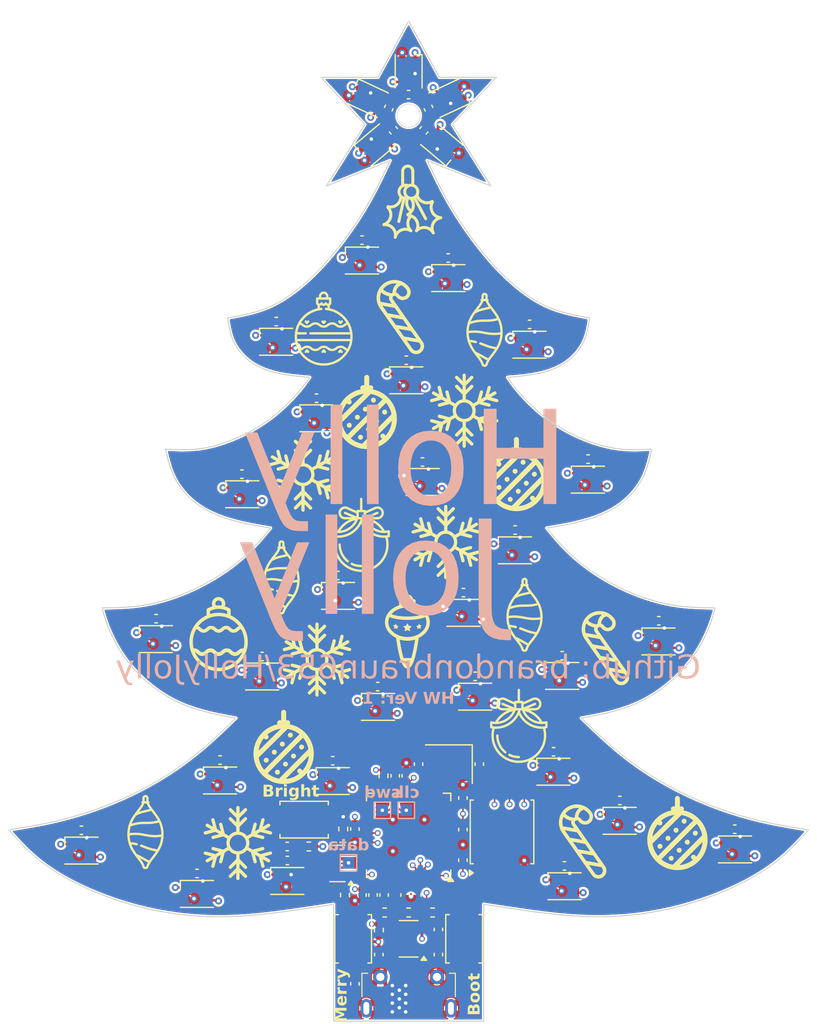
<source format=kicad_pcb>
(kicad_pcb (version 20240108) (generator "pcbnew") (generator_version "8.0")
  (layers (0 "F.Cu" signal) (1 "In1.Cu" signal) (2 "In2.Cu" signal) (31 "B.Cu" signal) (34 "B.Paste" user) (35 "F.Paste" user) (36 "B.SilkS" user "B.Silkscreen") (37 "F.SilkS" user "F.Silkscreen") (38 "B.Mask" user) (39 "F.Mask" user) (44 "Edge.Cuts" user))
  (net 0 "")
  (net 3 "+3V3")
  (net 5 "GND")
  (net 6 "+5V")
  (net 10 "/LED_BRIGHT")
  (net 11 "Net-(U1-VREG_VOUT)")
  (net 19 "Net-(U1-XIN)")
  (net 24 "Net-(U1-XOUT)")
  (net 25 "/LED_CYCLE")
  (net 27 "/USB_DM")
  (net 28 "/USB_DP")
  (net 31 "/LED_DOUT")
  (net 32 "/LED_DIN")
  (net 33 "Net-(U1-USB_DM)")
  (net 34 "Net-(U1-USB_DP)")
  (net 35 "Net-(R5-Pad2)")
  (net 38 "/QSPI_SS")
  (net 39 "Net-(U1-RUN)")
  (net 41 "Net-(U1-SWCLK)")
  (net 47 "Net-(U1-SWD)")
  (net 48 "Net-(U1-QSPI_SD0)")
  (net 49 "Net-(U1-QSPI_SD1)")
  (net 50 "Net-(U1-QSPI_SD3)")
  (net 51 "Net-(U1-QSPI_SD2)")
  (net 52 "Net-(U1-QSPI_SCLK)")
  (net 53 "/LED/DOUT")
  (net 54 "/LED1/DOUT")
  (net 55 "/LED2/DOUT")
  (net 56 "/LED3/DOUT")
  (net 57 "/LED25/DIN")
  (net 58 "/LED5/DOUT")
  (net 59 "/LED6/DOUT")
  (net 60 "/LED25/DOUT")
  (net 61 "/LED8/DOUT")
  (net 62 "/LED10/DIN")
  (net 63 "/LED10/DOUT")
  (net 64 "/LED11/DOUT")
  (net 65 "/LED12/DOUT")
  (net 66 "/LED13/DOUT")
  (net 67 "/LED14/DOUT")
  (net 68 "/LED15/DOUT")
  (net 69 "/LED16/DOUT")
  (net 70 "/LED17/DOUT")
  (net 71 "/LED18/DOUT")
  (net 72 "/LED19/DOUT")
  (net 73 "/LED20/DOUT")
  (net 74 "/LED21/DOUT")
  (net 75 "/LED22/DOUT")
  (net 76 "/LED23/DOUT")
  (net 77 "/LED24/DOUT")
  (net 78 "/LED26/DIN")
  (net 79 "/LED26/DOUT")
  (net 80 "/LED2/DIN")
  (net 81 "/LED28/DOUT")
  (net 82 "/LED29/DOUT")
  (net 83 "/LED30/DOUT")
  (net 84 "/LED31/DOUT")
  (footprint "Capacitor_SMD:C_0402_1005Metric" (layer "F.Cu") (at 159.12 100.76 180)
    (property "Reference" "C32" (hide yes))
    (property "Value" "100nF")
  )
  (footprint "Button_Switch_SMD:SW_Push_SPST_NO_Alps_SKRK" (layer "F.Cu") (at 141.05 125.55)
    (property "Reference" "SW3" (hide yes))
    (property "Value" "BRIGHT")
  )
  (footprint "LED_SMD:LED_WS2812B-2020_PLCC4_2.0x2.0mm" (layer "F.Cu") (at 128.35 110.1)
    (property "Reference" "D13" (hide yes))
    (property "Value" "WS2812B-2020")
  )
  (footprint "Capacitor_SMD:C_0402_1005Metric" (layer "F.Cu") (at 149.7 132 -90)
    (property "Reference" "C3" (hide yes))
    (property "Value" "100nF")
  )
  (footprint "Capacitor_SMD:C_0402_1005Metric" (layer "F.Cu") (at 139.6 127.85 180)
    (property "Reference" "C43" (hide yes))
    (property "Value" "100nF")
  )
  (footprint "Capacitor_SMD:C_0402_1005Metric" (layer "F.Cu") (at 131.88 130.1575 180)
    (property "Reference" "C19" (hide yes))
    (property "Value" "100nF")
  )
  (footprint "Capacitor_SMD:C_0402_1005Metric" (layer "F.Cu") (at 147.355 114.16 180)
    (property "Reference" "C22" (hide yes))
    (property "Value" "100nF")
  )
  (footprint "LED_SMD:LED_WS2812B-2020_PLCC4_2.0x2.0mm" (layer "F.Cu") (at 138.65 84.65)
    (property "Reference" "D23" (hide yes))
    (property "Value" "WS2812B-2020")
  )
  (footprint "Resistor_SMD:R_0402_1005Metric" (layer "F.Cu") (at 144.4 126.35 -90)
    (property "Reference" "R1" (hide yes))
    (property "Value" "10k")
  )
  (footprint "LED_SMD:LED_WS2812B-2020_PLCC4_2.0x2.0mm" (layer "F.Cu") (at 165.35 96.45)
    (property "Reference" "D16" (hide yes))
    (property "Value" "WS2812B-2020")
  )
  (footprint "Capacitor_SMD:C_0402_1005Metric" (layer "F.Cu") (at 135.72 95.98 180)
    (property "Reference" "C35" (hide yes))
    (property "Value" "100nF")
  )
  (footprint "Capacitor_SMD:C_0402_1005Metric" (layer "F.Cu") (at 148.85 121.8 90)
    (property "Reference" "C14" (hide yes))
    (property "Value" "100nF")
  )
  (footprint "Capacitor_SMD:C_0402_1005Metric" (layer "F.Cu") (at 147.9 132 -90)
    (property "Reference" "C12" (hide yes))
    (property "Value" "4.7uF")
  )
  (footprint "Capacitor_SMD:C_0402_1005Metric" (layer "F.Cu") (at 143.94 104.65 180)
    (property "Reference" "C31" (hide yes))
    (property "Value" "100nF")
  )
  (footprint "LED_SMD:LED_WS2812B-2020_PLCC4_2.0x2.0mm" (layer "F.Cu") (at 149.8 87.95)
    (property "Reference" "D20" (hide yes))
    (property "Value" "WS2812B-2020")
  )
  (footprint "Capacitor_SMD:C_0402_1005Metric" (layer "F.Cu") (at 151.3 66.55 50)
    (property "Reference" "C50" (hide yes))
    (property "Value" "100nF")
  )
  (footprint "Button_Switch_SMD:SW_Push_SPST_NO_Alps_SKRK" (layer "F.Cu") (at 154.75 135.75 90)
    (property "Reference" "SW1" (hide yes))
    (property "Value" "BOOT")
  )
  (footprint "Capacitor_SMD:C_0402_1005Metric" (layer "F.Cu") (at 154.65 123.7 90)
    (property "Reference" "C8" (hide yes))
    (property "Value" "100nF")
  )
  (footprint "LED_SMD:LED_WS2812B-2020_PLCC4_2.0x2.0mm" (layer "F.Cu") (at 139.6 130.8)
    (property "Reference" "D1" (hide yes))
    (property "Value" "WS2812B-2020")
  )
  (footprint "LED_SMD:LED_WS2812B-2020_PLCC4_2.0x2.0mm" (layer "F.Cu") (at 137.45 113.3)
    (property "Reference" "D12" (hide yes))
    (property "Value" "WS2812B-2020")
  )
  (footprint "Resistor_SMD:R_0402_1005Metric" (layer "F.Cu") (at 147.85 121.8 -90)
    (property "Reference" "R7" (hide yes))
    (property "Value" "10k")
  )
  (footprint "Resistor_SMD:R_0402_1005Metric" (layer "F.Cu") (at 150 133.5 180)
    (property "Reference" "R4" (hide yes))
    (property "Value" "22")
  )
  (footprint "Capacitor_SMD:C_0402_1005Metric" (layer "F.Cu") (at 160.36 83.16 180)
    (property "Reference" "C38" (hide yes))
    (property "Value" "100nF")
  )
  (footprint "Resistor_SMD:R_0402_1005Metric" (layer "F.Cu") (at 147.45 135 90)
    (property "Reference" "R6" (hide yes))
    (property "Value" "10k")
  )
  (footprint "LED_SMD:LED_WS2812B-2020_PLCC4_2.0x2.0mm" (layer "F.Cu") (at 160.35 84.9)
    (property "Reference" "D21" (hide yes))
    (property "Value" "WS2812B-2020")
  )
  (footprint "Resistor_SMD:R_0402_1005Metric" (layer "F.Cu") (at 141.45 127.85)
    (property "Reference" "R8" (hide yes))
    (property "Value" "10k")
  )
  (footprint "Capacitor_SMD:C_0402_1005Metric" (layer "F.Cu") (at 146.01 75.95 180)
    (property "Reference" "C41" (hide yes))
    (property "Value" "100nF")
  )
  (footprint "Package_DFN_QFN:QFN-56-1EP_7x7mm_P0.4mm_EP3.2x3.2mm" (layer "F.Cu") (at 150 126.9 180)
    (property "Reference" "U1" (hide yes))
    (property "Value" "RP2040")
  )
  (footprint "LED_SMD:LED_WS2812B-2020_PLCC4_2.0x2.0mm" (layer "F.Cu") (at 177.95 128.1)
    (property "Reference" "D8" (hide yes))
    (property "Value" "WS2812B-2020")
  )
  (footprint "LED_SMD:LED_WS2812B-2020_PLCC4_2.0x2.0mm" (layer "F.Cu") (at 143.95 106.4)
    (property "Reference" "D14" (hide yes))
    (property "Value" "WS2812B-2020")
  )
  (footprint "Capacitor_SMD:C_0402_1005Metric" (layer "F.Cu") (at 168.085 123.91 180)
    (property "Reference" "C45" (hide yes))
    (property "Value" "100nF")
  )
  (footprint "Capacitor_SMD:C_0402_1005Metric" (layer "F.Cu") (at 163.15 111.52 180)
    (property "Reference" "C26" (hide yes))
    (property "Value" "100nF")
  )
  (footprint "USB:MicroXNJ073" (layer "F.Cu") (at 150 137.7 180)
    (property "Reference" "J1" (hide yes))
    (property "Value" "USB_B_Micro")
  )
  (footprint "Capacitor_SMD:C_0402_1005Metric" (layer "F.Cu") (at 145.4 126.35 -90)
    (property "Reference" "C6" (hide yes))
    (property "Value" "100nF")
  )
  (footprint "Crystal:Crystal_SMD_3225-4Pin_3.2x2.5mm" (layer "F.Cu") (at 153.45 120.8 180)
    (property "Reference" "Y1" (hide yes))
    (property "Value" "12MHz")
  )
  (footprint "LED_SMD:LED_WS2812B-2020_PLCC4_2.0x2.0mm" (layer "F.Cu") (at 143.5 122.25)
    (property "Reference" "D4" (hide yes))
    (property "Value" "WS2812B-2020")
  )
  (footprint "LED_SMD:LED_WS2812B-2020_PLCC4_2.0x2.0mm" (layer "F.Cu") (at 146.5 63.8 -25)
    (property "Reference" "D29" (hide yes))
    (property "Value" "WS2812B-2020")
  )
  (footprint "LED_SMD:LED_WS2812B-2020_PLCC4_2.0x2.0mm" (layer "F.Cu") (at 147.375 115.9)
    (property "Reference" "D5" (hide yes))
    (property "Value" "WS2812B-2020")
  )
  (footprint "Capacitor_SMD:C_0402_1005Metric" (layer "F.Cu") (at 154.65 129.02 90)
    (property "Reference" "C5" (hide yes))
    (property "Value" "100nF")
  )
  (footprint "Package_SO:SOIC-8_5.23x5.23mm_P1.27mm" (layer "F.Cu") (at 158 126.6 90)
    (property "Reference" "U2" (hide yes))
    (property "Value" "W25Q128JVS")
  )
  (footprint "LED_SMD:LED_WS2812B-2020_PLCC4_2.0x2.0mm" (layer "F.Cu") (at 142.1 91.2)
    (property "Reference" "D19" (hide yes))
    (property "Value" "WS2812B-2020")
  )
  (footprint "Capacitor_SMD:C_0402_1005Metric" (layer "F.Cu") (at 148.7 66.55 -50)
    (property "Reference" "C42" (hide yes))
    (property "Value" "100nF")
  )
  (footprint "Capacitor_SMD:C_0402_1005Metric" (layer "F.Cu") (at 147.45 137.1 -90)
    (property "Reference" "C17" (hide yes))
    (property "Value" "100nF")
  )
  (footprint "LED_SMD:LED_WS2812B-2020_PLCC4_2.0x2.0mm" (layer "F.Cu") (at 168.075 125.65)
    (property "Reference" "D27" (hide yes))
    (property "Value" "WS2812B-2020")
  )
  (footprint "LED_SMD:LED_WS2812B-2020_PLCC4_2.0x2.0mm" (layer "F.Cu") (at 151.2 96.65)
    (property "Reference" "D17" (hide yes))
    (property "Value" "WS2812B-2020")
  )
  (footprint "Capacitor_SMD:C_0402_1005Metric" (layer "F.Cu") (at 150.7 132 -90)
    (property "Reference" "C13" (hide yes))
    (property "Value" "100nF")
  )
  (footprint "Capacitor_SMD:C_0402_1005Metric" (layer "F.Cu") (at 153.39 77.48 180)
    (property "Reference" "C39" (hide yes))
    (property "Value" "100nF")
  )
  (footprint "Capacitor_SMD:C_0402_1005Metric" (layer "F.Cu") (at 121.97 126.46 180)
    (property "Reference" "C46" (hide yes))
    (property "Value" "100nF")
  )
  (footprint "LED_SMD:LED_WS2812B-2020_PLCC4_2.0x2.0mm" (layer "F.Cu") (at 153.4 79.2)
    (property "Reference" "D22" (hide yes))
    (property "Value" "WS2812B-2020")
  )
  (footprint "Capacitor_SMD:C_0402_1005Metric" (layer "F.Cu") (at 143.5 120.51 180)
    (property "Reference" "C21" (hide yes))
    (property "Value" "100nF")
  )
  (footprint "Capacitor_SMD:C_0402_1005Metric" (layer "F.Cu") (at 152.55 137.1 -90)
    (property "Reference" "C10" (hide yes))
    (property "Value" "4.7uF")
  )
  (footprint "Capacitor_SMD:C_0402_1005Metric" (layer "F.Cu") (at 156.05 120.8 90)
    (property "Reference" "C15" (hide yes))
    (property "Value" "10pF")
  )
  (footprint "Resistor_SMD:R_0402_1005Metric" (layer "F.Cu") (at 152.05 133.5)
    (property "Reference" "R5" (hide yes))
    (property "Value" "10k")
  )
  (footprint "Capacitor_SMD:C_0402_1005Metric" (layer "F.Cu") (at 138.66 82.92 180)
    (property "Reference" "C40" (hide yes))
    (property "Value" "100nF")
  )
  (footprint "LED_SMD:LED_WS2812B-2020_PLCC4_2.0x2.0mm" (layer "F.Cu") (at 163.35 131.25)
    (property "Reference" "D7" (hide yes))
    (property "Value" "WS2812B-2020")
  )
  (footprint "LED_SMD:LED_WS2812B-2020_PLCC4_2.0x2.0mm" (layer "F.Cu") (at 159.1 102.5)
    (property "Reference" "D15" (hide yes))
    (property "Value" "WS2812B-2020")
  )
  (footprint "Capacitor_SMD:C_0402_1005Metric" (layer "F.Cu") (at 142.11 89.48 180)
    (property "Reference" "C36" (hide yes))
    (property "Value" "100nF")
  )
  (footprint "LED_SMD:LED_WS2812B-2020_PLCC4_2.0x2.0mm" (layer "F.Cu") (at 153.5 63.8 -155)
    (property "Reference" "D31" (hide yes))
    (property "Value" "WS2812B-2020")
  )
  (footprint "LED_SMD:LED_WS2812B-2020_PLCC4_2.0x2.0mm" (layer "F.Cu") (at 150 61.5 -90)
    (property "Reference" "D30" (hide yes))
    (property "Value" "WS2812B-2020")
  )
  (footprint "Button_Switch_SMD:SW_Push_SPST_NO_Alps_SKRK" (layer "F.Cu") (at 145.25 135.75 90)
    (property "Reference" "SW2" (hide yes))
    (property "Value" "CYCLE")
  )
  (footprint "LED_SMD:LED_WS2812B-2020_PLCC4_2.0x2.0mm" (layer "F.Cu") (at 163.15 113.25)
    (property "Reference" "D9" (hide yes))
    (property "Value" "WS2812B-2020")
  )
  (footprint "Capacitor_SMD:C_0402_1005Metric" (layer "F.Cu") (at 148.3 64.65 -115)
    (property "Reference" "C47" (hide yes))
    (property "Value" "100nF")
  )
  (footprint "Resistor_SMD:R_0402_1005Metric" (layer "F.Cu") (at 144.55 132 -90)
    (property "Reference" "R2" (hide yes))
    (property "Value" "10k")
  )
  (footprint "Capacitor_SMD:C_0402_1005Metric" (layer "F.Cu") (at 145.4 139.6 90)
    (property "Reference" "C2" (hide yes))
    (property "Value" "4.7uF")
  )
  (footprint "LED_SMD:LED_WS2812B-2020_PLCC4_2.0x2.0mm" (layer "F.Cu") (at 171.4 110.3)
    (property "Reference" "D10" (hide yes))
    (property "Value" "WS2812B-2020")
  )
  (footprint "Capacitor_SMD:C_0402_1005Metric" (layer "F.Cu") (at 171.43 108.53 180)
    (property "Reference" "C27" (hide yes))
    (property "Value" "100nF")
  )
  (footprint "Capacitor_SMD:C_0402_1005Metric" (layer "F.Cu") (at 149.8 86.23 180)
    (property "Reference" "C37" (hide yes))
    (property "Value" "100nF")
  )
  (footprint "Capacitor_SMD:C_0402_1005Metric" (layer "F.Cu") (at 154.65 126.4 -90)
    (property "Reference" "C4" (hide yes))
    (property "Value" "100nF")
  )
  (footprint "Capacitor_SMD:C_0402_1005Metric" (layer "F.Cu") (at 146.95 132 -90)
    (property "Reference" "C11" (hide yes))
    (property "Value" "4.7uF")
  )
  (footprint "Package_TO_SOT_SMD:SOT-23-3" (layer "F.Cu") (at 150 135.75 180)
    (property "Reference" "U3" (hide yes))
    (property "Value" "XC6206PxxxMR")
  )
  (footprint "Capacitor_SMD:C_0402_1005Metric" (layer "F.Cu") (at 152.55 134.95 90)
    (property "Reference" "C9" (hide yes))
    (property "Value" "100nF")
  )
  (footprint "Capacitor_SMD:C_0402_1005Metric" (layer "F.Cu") (at 128.37 108.35 180)
    (property "Reference" "C30" (hide yes))
    (property "Value" "100nF")
  )
  (footprint "LED_SMD:LED_WS2812B-2020_PLCC4_2.0x2.0mm" (layer "F.Cu") (at 135.75 97.7)
    (property "Reference" "D18" (hide yes))
    (property "Value" "WS2812B-2020")
  )
  (footprint "LED_SMD:LED_WS2812B-2020_PLCC4_2.0x2.0mm" (layer "F.Cu") (at 131.865 131.9075)
    (property "Reference" "D2" (hide yes))
    (property "Value" "WS2812B-2020")
  )
  (footprint "LED_SMD:LED_WS2812B-2020_PLCC4_2.0x2.0mm" (layer "F.Cu") (at 121.975 128.2)
    (property "Reference" "D28" (hide yes))
    (property "Value" "WS2812B-2020")
  )
  (footprint "LED_SMD:LED_WS2812B-2020_PLCC4_2.0x2.0mm" (layer "F.Cu") (at 154.7 107.85)
    (property "Reference" "D11" (hide yes))
    (property "Value" "WS2812B-2020")
  )
  (footprint "LED_SMD:LED_WS2812B-2020_PLCC4_2.0x2.0mm" (layer "F.Cu") (at 147.15 67.8 40)
    (property "Reference" "D25" (hide yes))
    (property "Value" "WS2812B-2020")
  )
  (footprint "Capacitor_SMD:C_0402_1005Metric" (layer "F.Cu") (at 139.615 129.05 180)
    (property "Reference" "C18" (hide yes))
    (property "Value" "100nF")
  )
  (footprint "Capacitor_SMD:C_0402_1005Metric" (layer "F.Cu") (at 151.7 64.65 115)
    (property "Reference" "C49" (hide yes))
    (property "Value" "100nF")
  )
  (footprint "LED_SMD:LED_WS2812B-2020_PLCC4_2.0x2.0mm" (layer "F.Cu") (at 133.85 122.2)
    (property "Reference" "D3" (hide yes))
    (property "Value" "WS2812B-2020")
  )
  (footprint "Capacitor_SMD:C_0402_1005Metric" (layer "F.Cu") (at 133.85 120.45 180)
    (property "Reference" "C20" (hide yes))
    (property "Value" "100nF")
  )
  (footprint "Capacitor_SMD:C_0402_1005Metric" (layer "F.Cu") (at 150.85 120.8 -90)
    (property "Reference" "C16" (hide yes))
    (property "Value" "10pF")
  )
  (footprint "Capacitor_SMD:C_0402_1005Metric" (layer "F.Cu") (at 154.69 106.12 180)
    (property "Reference" "C28" (hide yes))
    (property "Value" "100nF")
  )
  (footprint "Capacitor_SMD:C_0402_1005Metric" (layer "F.Cu") (at 149.8 121.8 90)
    (property "Reference" "C7" (hide yes))
    (property "Value" "100nF")
  )
  (footprint "Capacitor_SMD:C_0402_1005Metric" (layer "F.Cu") (at 146 132 -90)
    (property "Reference" "C1" (hide yes))
    (property "Value" "100nF")
  )
  (footprint "Capacitor_SMD:C_0402_1005Metric" (layer "F.Cu") (at 163.34 129.51 180)
    (property "Reference" "C24" (hide yes))
    (property "Value" "100nF")
  )
  (footprint "Capacitor_SMD:C_0402_1005Metric" (layer "F.Cu") (at 151.19 94.94 180)
    (property "Reference" "C34" (hide yes))
    (property "Value" "100nF")
  )
  (footprint "Capacitor_SMD:C_0402_1005Metric" (layer "F.Cu") (at 137.45 111.59 180)
    (property "Reference" "C29" (hide yes))
    (property "Value" "100nF")
  )
  (footprint "Resistor_SMD:R_0402_1005Metric" (layer "F.Cu") (at 147.95 133.5)
    (property "Reference" "R3" (hide yes))
    (property "Value" "22")
  )
  (footprint "LED_SMD:LED_WS2812B-2020_PLCC4_2.0x2.0mm" (layer "F.Cu") (at 162.4 121.45)
    (property "Reference" "D6" (hide yes))
    (property "Value" "WS2812B-2020")
  )
  (footprint "Capacitor_SMD:C_0402_1005Metric" (layer "F.Cu") (at 162.41 119.74 180)
    (property "Reference" "C23" (hide yes))
    (property "Value" "100nF")
  )
  (footprint "Capacitor_SMD:C_0402_1005Metric" (layer "F.Cu") (at 150 63.5 180)
    (property "Reference" "C48" (hide yes))
    (property "Value" "100nF")
  )
  (footprint "Package_TO_SOT_SMD:SOT-23" (layer "F.Cu") (at 143.9 129.3 180)
    (property "Reference" "Q1" (hide yes))
    (property "Value" "2N7002")
  )
  (footprint "LED_SMD:LED_WS2812B-2020_PLCC4_2.0x2.0mm" (layer "F.Cu") (at 152.85 67.8 140)
    (property "Reference" "D32" (hide yes))
    (property "Value" "WS2812B-2020")
  )
  (footprint "Capacitor_SMD:C_0402_1005Metric" (layer "F.Cu") (at 165.37 94.69 180)
    (property "Reference" "C33" (hide yes))
    (property "Value" "100nF")
  )
  (footprint "Capacitor_SMD:C_0402_1005Metric" (layer "F.Cu") (at 155.695 113.285 180)
    (property "Reference" "C44" (hide yes))
    (property "Value" "100nF")
  )
  (footprint "Capacitor_SMD:C_0402_1005Metric" (layer "F.Cu") (at 177.93 126.37 180)
    (property "Reference" "C25" (hide yes))
    (property "Value" "100nF")
  )
  (footprint "LED_SMD:LED_WS2812B-2020_PLCC4_2.0x2.0mm" (layer "F.Cu") (at 155.7 115.025)
    (property "Reference" "D26" (hide yes))
    (property "Value" "WS2812B-2020")
  )
  (footprint "LED_SMD:LED_WS2812B-2020_PLCC4_2.0x2.0mm" (layer "F.Cu") (at 146 77.7)
    (property "Reference" "D24" (hide yes))
    (property "Value" "WS2812B-2020")
  )
  (footprint "TestPoint:TestPoint_Pad_1.0x1.0mm" (layer "B.Cu") (at 147.75 124.75 180)
    (property "Reference" "TP2" (hide yes))
    (property "Value" "SWD_DATA")
  )
  (footprint "TestPoint:TestPoint_Pad_1.0x1.0mm" (layer "B.Cu") (at 144.85 129.25 180)
    (property "Reference" "TP3" (hide yes))
    (property "Value" "LED_DATA_TP")
  )
  (footprint "TestPoint:TestPoint_Pad_1.0x1.0mm" (layer "B.Cu") (at 149.8 124.75 180)
    (property "Reference" "TP1" (hide yes))
    (property "Value" "SWD_CLK")
  )
  (gr_poly (pts (xy 148.9 108.8) (xy 148.90103 108.800056) (xy 148.902053 108.800149) (xy 148.903067 108.800277) (xy 148.904072 108.800439) (xy 148.905067 108.800636) (xy 148.906052 108.800867) (xy 148.907026 108.801132) (xy 148.907987 108.801429) (xy 148.908936 108.801758) (xy 148.909871 108.80212) (xy 148.910791 108.802512) (xy 148.911697 108.802936) (xy 148.912587 108.803389) (xy 148.91346 108.803873) (xy 148.914316 108.804386) (xy 148.915153 108.804927) (xy 148.915972 108.805497) (xy 148.916771 108.806095) (xy 148.91755 108.80672) (xy 148.918307 108.807371) (xy 148.919043 108.808049) (xy 148.919756 108.808753) (xy 148.920445 108.809482) (xy 148.92111 108.810235) (xy 148.921751 108.811013) (xy 148.922365 108.811815) (xy 148.922953 108.812639) (xy 148.923514 108.813487) (xy 148.924047 108.814356) (xy 148.924551 108.815247) (xy 148.925026 108.816159) (xy 148.92547 108.817092) (xy 148.980783 108.938551) (xy 149.107637 108.98107) (xy 149.109521 108.981776) (xy 149.111338 108.982602) (xy 149.113083 108.983544) (xy 149.114751 108.984596) (xy 149.116339 108.985752) (xy 149.117841 108.987009) (xy 149.119252 108.98836) (xy 149.120569 108.989801) (xy 149.121787 108.991326) (xy 149.1229 108.992931) (xy 149.123905 108.994609) (xy 149.124797 108.996357) (xy 149.125571 108.998169) (xy 149.126223 109.00004) (xy 149.126748 109.001965) (xy 149.127141 109.003938) (xy 149.127409 109.005932) (xy 149.127538 109.007922) (xy 149.127532 109.009904) (xy 149.127392 109.01187) (xy 149.127122 109.013814) (xy 149.126723 109.01573) (xy 149.126198 109.017611) (xy 149.12555 109.019451) (xy 149.12478 109.021244) (xy 149.123892 109.022983) (xy 149.122887 109.024663) (xy 149.121769 109.026276) (xy 149.120539 109.027816) (xy 149.1192 109.029277) (xy 149.117754 109.030653) (xy 149.116205 109.031938) (xy 149.030451 109.09823) (xy 149.048333 109.20479) (xy 149.048494 109.205882) (xy 149.048614 109.206974) (xy 149.048692 109.208064) (xy 149.04873 109.209151) (xy 149.048727 109.210235) (xy 149.048684 109.211314) (xy 149.048602 109.212386) (xy 149.04848 109.213453) (xy 149.04832 109.214511) (xy 149.048122 109.215561) (xy 149.047886 109.216601) (xy 149.047613 109.21763) (xy 149.047303 109.218647) (xy 149.046956 109.219652) (xy 149.046574 109.220643) (xy 149.046156 109.221619) (xy 149.045703 109.22258) (xy 149.045215 109.223523) (xy 149.044694 109.224449) (xy 149.044138 109.225356) (xy 149.043549 109.226243) (xy 149.042927 109.22711) (xy 149.042273 109.227955) (xy 149.041587 109.228777) (xy 149.040869 109.229575) (xy 149.04012 109.230348) (xy 149.03934 109.231096) (xy 149.038531 109.231817) (xy 149.037691 109.23251) (xy 149.036822 109.233175) (xy 149.035924 109.233809) (xy 149.034998 109.234413) (xy 149.0341 109.234952) (xy 149.033187 109.235457) (xy 149.032262 109.235926) (xy 149.031324 109.236362) (xy 149.030375 109.236762) (xy 149.029416 109.237128) (xy 149.028448 109.237459) (xy 149.027472 109.237755) (xy 149.026488 109.238017) (xy 149.025499 109.238244) (xy 149.024504 109.238436) (xy 149.023505 109.238593) (xy 149.022502 109.238715) (xy 149.021497 109.238802) (xy 149.020491 109.238855) (xy 149.019485 109.238872) (xy 149.018367 109.238851) (xy 149.017251 109.238787) (xy 149.016138 109.238681) (xy 149.01503 109.238533) (xy 149.013927 109.238342) (xy 149.012831 109.238109) (xy 149.011743 109.237834) (xy 149.010665 109.237516) (xy 149.009597 109.237156) (xy 149.008541 109.236755) (xy 149.007498 109.236311) (xy 149.00647 109.235825) (xy 149.005457 109.235297) (xy 149.004461 109.234727) (xy 149.003483 109.234116) (xy 149.002524 109.233462) (xy 148.904971 109.16407) (xy 148.790092 109.201822) (xy 148.788245 109.202352) (xy 148.786382 109.202759) (xy 148.784507 109.203045) (xy 148.782628 109.203209) (xy 148.78075 109.203253) (xy 148.778878 109.203178) (xy 148.777018 109.202985) (xy 148.775177 109.202675) (xy 148.773359 109.202249) (xy 148.771571 109.201709) (xy 148.769818 109.201054) (xy 148.768106 109.200286) (xy 148.766441 109.199406) (xy 148.764829 109.198415) (xy 148.763275 109.197315) (xy 148.761785 109.196105) (xy 148.760373 109.194797) (xy 148.759061 109.193411) (xy 148.757849 109.191951) (xy 148.756741 109.190424) (xy 148.755738 109.188835) (xy 148.754842 109.187189) (xy 148.754055 109.185493) (xy 148.753378 109.183752) (xy 148.752814 109.181971) (xy 148.752363 109.180156) (xy 148.752029 109.178312) (xy 148.751813 109.176446) (xy 148.751717 109.174563) (xy 148.751742 109.172668) (xy 148.75189 109.170767) (xy 148.752164 109.168865) (xy 148.774389 109.045111) (xy 148.693036 108.951052) (xy 148.691673 108.949349) (xy 148.69045 108.947568) (xy 148.689371 108.945717) (xy 148.688435 108.943805) (xy 148.687644 108.94184) (xy 148.686999 108.939831) (xy 148.686501 108.937785) (xy 148.686151 108.935711) (xy 148.685951 108.933618) (xy 148.685902 108.931513) (xy 148.686005 108.929406) (xy 148.686261 108.927304) (xy 148.686671 108.925216) (xy 148.687237 108.923151) (xy 148.68796 108.921116) (xy 148.68884 108.919119) (xy 148.689865 108.917199) (xy 148.691017 108.915381) (xy 148.692288 108.913669) (xy 148.693673 108.912067) (xy 148.695163 108.910579) (xy 148.696752 108.909208) (xy 148.698433 108.907957) (xy 148.700199 108.90683) (xy 148.702043 108.905831) (xy 148.703957 108.904963) (xy 148.705936 108.904229) (xy 148.707972 108.903633) (xy 148.710058 108.903179) (xy 148.712187 108.902869) (xy 148.714352 108.902709) (xy 148.716547 108.9027) (xy 148.822127 108.907744) (xy 148.873272 108.815089) (xy 148.874322 108.813314) (xy 148.875476 108.811623) (xy 148.876731 108.810022) (xy 148.878082 108.808516) (xy 148.879523 108.807112) (xy 148.881051 108.805814) (xy 148.882659 108.80463) (xy 148.884344 108.803564) (xy 148.886101 108.802622) (xy 148.887925 108.801811) (xy 148.88981 108.801135) (xy 148.891753 108.800602) (xy 148.893748 108.800216) (xy 148.895791 108.799983) (xy 148.897876 108.799909)) (stroke (width -0.000001)) (fill solid) (layer "F.SilkS"))
  (gr_poly (pts (xy 157.75 96.9) (xy 157.76041 96.900789) (xy 157.770753 96.902093) (xy 157.78101 96.903903) (xy 157.791158 96.906212) (xy 157.801178 96.909009) (xy 157.811048 96.912286) (xy 157.820748 96.916035) (xy 157.830256 96.920247) (xy 157.839551 96.924913) (xy 157.848614 96.930024) (xy 157.857422 96.935571) (xy 157.865956 96.941547) (xy 157.874194 96.947941) (xy 157.882116 96.954746) (xy 157.8897 96.961953) (xy 157.89691 96.969537) (xy 157.903717 96.977458) (xy 157.910113 96.985696) (xy 157.91609 96.99423) (xy 157.921638 97.003038) (xy 157.926749 97.012101) (xy 157.931414 97.021396) (xy 157.935625 97.030904) (xy 157.939373 97.040604) (xy 157.942649 97.050474) (xy 157.945445 97.060493) (xy 157.947752 97.070642) (xy 157.949561 97.080898) (xy 157.950864 97.091242) (xy 157.951652 97.101652) (xy 157.951917 97.112107) (xy 157.951652 97.122598) (xy 157.950864 97.133034) (xy 157.949561 97.143396) (xy 157.947752 97.153663) (xy 157.945445 97.163816) (xy 157.942649 97.173835) (xy 157.939373 97.1837) (xy 157.935625 97.19339) (xy 157.931414 97.202887) (xy 157.926749 97.21217) (xy 157.921638 97.22122) (xy 157.91609 97.230015) (xy 157.910113 97.238537) (xy 157.903717 97.246766) (xy 157.89691 97.254681) (xy 157.8897 97.262263) (xy 157.882116 97.269504) (xy 157.874194 97.276335) (xy 157.865956 97.282748) (xy 157.857422 97.288734) (xy 157.848614 97.294286) (xy 157.839551 97.299396) (xy 157.830256 97.304057) (xy 157.820748 97.30826) (xy 157.811048 97.311998) (xy 157.801178 97.315263) (xy 157.791158 97.318047) (xy 157.78101 97.320342) (xy 157.770753 97.322141) (xy 157.76041 97.323435) (xy 157.75 97.324217) (xy 157.739544 97.32448) (xy 157.729089 97.324218) (xy 157.718679 97.323436) (xy 157.708336 97.322142) (xy 157.698079 97.320345) (xy 157.687931 97.318051) (xy 157.677912 97.315268) (xy 157.668043 97.312005) (xy 157.658344 97.308268) (xy 157.648837 97.304066) (xy 157.639543 97.299406) (xy 157.630482 97.294295) (xy 157.621676 97.288743) (xy 157.613144 97.282756) (xy 157.604909 97.276341) (xy 157.596991 97.269508) (xy 157.589411 97.262263) (xy 157.582201 97.254681) (xy 157.575392 97.246766) (xy 157.568995 97.238537) (xy 157.563017 97.230015) (xy 157.557468 97.22122) (xy 157.552355 97.212171) (xy 157.547688 97.202888) (xy 157.543475 97.193391) (xy 157.539725 97.1837) (xy 157.536447 97.173835) (xy 157.533649 97.163816) (xy 157.531341 97.153663) (xy 157.52953 97.143396) (xy 157.528226 97.133034) (xy 157.527437 97.122598) (xy 157.527172 97.112107) (xy 157.527437 97.101652) (xy 157.528226 97.091242) (xy 157.52953 97.080898) (xy 157.531341 97.070642) (xy 157.533649 97.060494) (xy 157.536447 97.050474) (xy 157.539725 97.040604) (xy 157.543475 97.030905) (xy 157.547688 97.021397) (xy 157.552355 97.012101) (xy 157.557468 97.003038) (xy 157.563017 96.99423) (xy 157.568995 96.985696) (xy 157.575392 96.977458) (xy 157.582201 96.969537) (xy 157.589411 96.961953) (xy 157.596991 96.954746) (xy 157.604909 96.947941) (xy 157.613144 96.941547) (xy 157.621676 96.935571) (xy 157.630482 96.930024) (xy 157.639543 96.924913) (xy 157.648837 96.920247) (xy 157.658344 96.916035) (xy 157.668043 96.912286) (xy 157.677912 96.909009) (xy 157.687931 96.906212) (xy 157.698079 96.903903) (xy 157.708336 96.902093) (xy 157.718679 96.900789) (xy 157.729089 96.9) (xy 157.739544 96.899735)) (stroke (width -0.000001)) (fill solid) (layer "F.SilkS"))
  (gr_poly (pts (xy 159.399952 97.234284) (xy 159.410362 97.235072) (xy 159.420706 97.236375) (xy 159.430962 97.238184) (xy 159.441111 97.240491) (xy 159.45113 97.243287) (xy 159.461 97.246563) (xy 159.4707 97.250311) (xy 159.480208 97.254522) (xy 159.489503 97.259187) (xy 159.498566 97.264298) (xy 159.507375 97.269846) (xy 159.515908 97.275823) (xy 159.524146 97.282219) (xy 159.532068 97.289026) (xy 159.539652 97.296236) (xy 159.546858 97.30382) (xy 159.553663 97.311742) (xy 159.560057 97.31998) (xy 159.566033 97.328513) (xy 159.57158 97.337322) (xy 159.576692 97.346384) (xy 159.581357 97.35568) (xy 159.585569 97.365188) (xy 159.589318 97.374887) (xy 159.592595 97.384757) (xy 159.595393 97.394777) (xy 159.597701 97.404926) (xy 159.599511 97.415182) (xy 159.600815 97.425526) (xy 159.601604 97.435936) (xy 159.601869 97.446391) (xy 159.601604 97.456846) (xy 159.600815 97.467256) (xy 159.599511 97.4776) (xy 159.597701 97.487856) (xy 159.595393 97.498004) (xy 159.592595 97.508024) (xy 159.589318 97.517893) (xy 159.585569 97.527591) (xy 159.581357 97.537098) (xy 159.576692 97.546393) (xy 159.57158 97.555453) (xy 159.566033 97.56426) (xy 159.560057 97.572791) (xy 159.553663 97.581026) (xy 159.546858 97.588944) (xy 159.539652 97.596525) (xy 159.532068 97.603735) (xy 159.524146 97.610543) (xy 159.515908 97.61694) (xy 159.507375 97.622918) (xy 159.498566 97.628468) (xy 159.489503 97.633581) (xy 159.480208 97.638248) (xy 159.4707 97.642461) (xy 159.461 97.64621) (xy 159.45113 97.649489) (xy 159.441111 97.652286) (xy 159.430962 97.654595) (xy 159.420706 97.656405) (xy 159.410362 97.657709) (xy 159.399952 97.658498) (xy 159.389497 97.658763) (xy 159.379042 97.658498) (xy 159.368632 97.657709) (xy 159.358288 97.656405) (xy 159.348031 97.654595) (xy 159.337883 97.652286) (xy 159.327863 97.649489) (xy 159.317993 97.646211) (xy 159.308294 97.642461) (xy 159.298786 97.638248) (xy 159.28949 97.633581) (xy 159.280428 97.628468) (xy 159.271619 97.622918) (xy 159.263085 97.616941) (xy 159.254847 97.610543) (xy 159.246926 97.603735) (xy 159.239342 97.596525) (xy 159.232135 97.588944) (xy 159.225331 97.581026) (xy 159.218936 97.572791) (xy 159.212961 97.56426) (xy 159.207413 97.555453) (xy 159.202302 97.546393) (xy 159.197636 97.537098) (xy 159.193425 97.527591) (xy 159.189676 97.517893) (xy 159.186398 97.508024) (xy 159.183601 97.498004) (xy 159.181293 97.487856) (xy 159.179482 97.4776) (xy 159.178178 97.467256) (xy 159.177389 97.456846) (xy 159.177125 97.446391) (xy 159.177389 97.435936) (xy 159.178178 97.425526) (xy 159.179482 97.415182) (xy 159.181293 97.404926) (xy 159.183601 97.394777) (xy 159.186398 97.384758) (xy 159.189676 97.374888) (xy 159.193425 97.365188) (xy 159.197636 97.35568) (xy 159.202302 97.346385) (xy 159.207413 97.337322) (xy 159.212961 97.328513) (xy 159.218936 97.31998) (xy 159.225331 97.311742) (xy 159.232135 97.30382) (xy 159.239342 97.296236) (xy 159.246923 97.289026) (xy 159.254838 97.282219) (xy 159.263065 97.275823) (xy 159.271586 97.269846) (xy 159.28038 97.264298) (xy 159.289428 97.259187) (xy 159.29871 97.254522) (xy 159.308206 97.250311) (xy 159.317896 97.246563) (xy 159.32776 97.243287) (xy 159.337779 97.240491) (xy 159.347932 97.238184) (xy 159.358201 97.236375) (xy 159.368564 97.235072) (xy 159.379003 97.234284) (xy 159.389497 97.234019)) (stroke (width -0.000001)) (fill solid) (layer "F.SilkS"))
  (gr_poly (pts (xy 135.384474 124.375765) (xy 135.391614 124.376308) (xy 135.39865 124.377202) (xy 135.405574 124.378439) (xy 135.412377 124.38001) (xy 135.419049 124.381905) (xy 135.425582 124.384116) (xy 135.431967 124.386634) (xy 135.438196 124.38945) (xy 135.444259 124.392556) (xy 135.450147 124.395942) (xy 135.455852 124.3996) (xy 135.461366 124.403521) (xy 135.466678 124.407695) (xy 135.47178 124.412115) (xy 135.476664 124.416771) (xy 135.48132 124.421655) (xy 135.48574 124.426757) (xy 135.489915 124.43207) (xy 135.493835 124.437583) (xy 135.497493 124.443288) (xy 135.500879 124.449176) (xy 135.503985 124.455239) (xy 135.506801 124.461468) (xy 135.509319 124.467853) (xy 135.51153 124.474386) (xy 135.513425 124.481059) (xy 135.514996 124.487861) (xy 135.516233 124.494785) (xy 135.517127 124.501821) (xy 135.51767 124.508961) (xy 135.517853 124.516196) (xy 135.517853 125.010399) (xy 135.926282 124.601943) (xy 135.931531 124.596957) (xy 135.936968 124.592293) (xy 135.942579 124.587951) (xy 135.948352 124.58393) (xy 135.954275 124.580231) (xy 135.960335 124.576854) (xy 135.96652 124.573798) (xy 135.972817 124.571064) (xy 135.979213 124.568652) (xy 135.985697 124.566561) (xy 135.992256 124.564792) (xy 135.998877 124.563344) (xy 136.005548 124.562218) (xy 136.012256 124.561414) (xy 136.018989 124.560932) (xy 136.025735 124.560771) (xy 136.03248 124.560932) (xy 136.039213 124.561414) (xy 136.045921 124.562218) (xy 136.052591 124.563344) (xy 136.059211 124.564792) (xy 136.065769 124.566561) (xy 136.072252 124.568652) (xy 136.078647 124.571064) (xy 136.084943 124.573798) (xy 136.091126 124.576854) (xy 136.097184 124.580231) (xy 136.103105 124.58393) (xy 136.108876 124.587951) (xy 136.114485 124.592293) (xy 136.119919 124.596957) (xy 136.125166 124.601943) (xy 136.130152 124.60719) (xy 136.134816 124.612624) (xy 136.139158 124.618233) (xy 136.143179 124.624005) (xy 136.146878 124.629927) (xy 136.150255 124.635986) (xy 136.153311 124.642169) (xy 136.156045 124.648466) (xy 136.158458 124.654862) (xy 136.160548 124.661346) (xy 136.162318 124.667904) (xy 136.163765 124.674525) (xy 136.164891 124.681196) (xy 136.165695 124.687904) (xy 136.166177 124.694638) (xy 136.166338 124.701384) (xy 136.166177 124.708129) (xy 136.165695 124.714862) (xy 136.164891 124.721571) (xy 136.163765 124.728241) (xy 136.162318 124.734862) (xy 136.160548 124.74142) (xy 136.158458 124.747903) (xy 136.156045 124.754299) (xy 136.153311 124.760594) (xy 136.150255 124.766777) (xy 136.146878 124.772835) (xy 136.143179 124.778756) (xy 136.139158 124.784527) (xy 136.134816 124.790135) (xy 136.130152 124.795568) (xy 136.125166 124.800814) (xy 135.517867 125.408127) (xy 135.517867 125.779517) (xy 135.926295 125.371089) (xy 135.931545 125.366103) (xy 135.936982 125.361439) (xy 135.942593 125.357097) (xy 135.948366 125.353076) (xy 135.954289 125.349377) (xy 135.960349 125.346) (xy 135.966534 125.342944) (xy 135.97283 125.34021) (xy 135.979227 125.337798) (xy 135.985711 125.335707) (xy 135.99227 125.333938) (xy 135.99889 125.33249) (xy 136.005561 125.331365) (xy 136.012269 125.33056) (xy 136.019002 125.330078) (xy 136.025747 125.329917) (xy 136.032492 125.330078) (xy 136.039224 125.33056) (xy 136.045932 125.331365) (xy 136.052602 125.33249) (xy 136.059221 125.333938) (xy 136.065779 125.335707) (xy 136.072261 125.337798) (xy 136.078655 125.34021) (xy 136.08495 125.342944) (xy 136.091133 125.346) (xy 136.09719 125.349377) (xy 136.10311 125.353076) (xy 136.10888 125.357097) (xy 136.114488 125.361439) (xy 136.119921 125.366103) (xy 136.125166 125.371089) (xy 136.130153 125.376336) (xy 136.134819 125.38177) (xy 136.139162 125.387379) (xy 136.143184 125.393151) (xy 136.146884 125.399073) (xy 136.150262 125.405132) (xy 136.153319 125.411316) (xy 136.156053 125.417612) (xy 136.158466 125.424008) (xy 136.160558 125.430492) (xy 136.162327 125.43705) (xy 136.163775 125.443671) (xy 136.164901 125.450342) (xy 136.165705 125.45705) (xy 136.166188 125.463784) (xy 136.166349 125.47053) (xy 136.166188 125.477275) (xy 136.165705 125.484009) (xy 136.164901 125.490717) (xy 136.163775 125.497387) (xy 136.162327 125.504008) (xy 136.160558 125.510566) (xy 136.158466 125.517049) (xy 136.156053 125.523445) (xy 136.153319 125.52974) (xy 136.150262 125.535923) (xy 136.146884 125.541981) (xy 136.143184 125.547902) (xy 136.139162 125.553673) (xy 136.134819 125.559281) (xy 136.130153 125.564714) (xy 136.125166 125.56996) (xy 135.517882 126.177273) (xy 135.517882 126.576828) (xy 135.565369 126.584852) (xy 135.61206 126.595124) (xy 135.657898 126.607584) (xy 135.702823 126.622174) (xy 135.74678 126.638837) (xy 135.789709 126.657514) (xy 135.831553 126.678147) (xy 135.872254 126.700678) (xy 135.911755 126.725047) (xy 135.949997 126.751198) (xy 135.986923 126.779071) (xy 136.022476 126.80861) (xy 136.056596 126.839754) (xy 136.089227 126.872446) (xy 136.12031 126.906629) (xy 136.149788 126.942242) (xy 136.496304 126.74219) (xy 136.718601 125.91258) (xy 136.720652 125.905638) (xy 136.723026 125.89888) (xy 136.725712 125.892314) (xy 136.728699 125.885945) (xy 136.731976 125.87978) (xy 136.735533 125.873824) (xy 136.739359 125.868085) (xy 136.743442 125.862569) (xy 136.747773 125.857281) (xy 136.75234 125.852228) (xy 136.757133 125.847416) (xy 136.762141 125.842852) (xy 136.767352 125.838541) (xy 136.772757 125.834491) (xy 136.778345 125.830706) (xy 136.784104 125.827194) (xy 136.790024 125.823961) (xy 136.796095 125.821012) (xy 136.802305 125.818355) (xy 136.808643 125.815995) (xy 136.815099 125.813939) (xy 136.821663 125.812193) (xy 136.828322 125.810763) (xy 136.835067 125.809655) (xy 136.841887 125.808876) (xy 136.848771 125.808432) (xy 136.855707 125.808329) (xy 136.862687 125.808574) (xy 136.869697 125.809172) (xy 136.876729 125.810131) (xy 136.88377 125.811455) (xy 136.890811 125.813152) (xy 136.897754 125.815202) (xy 136.904511 125.817576) (xy 136.911078 125.820261) (xy 136.917447 125.823248) (xy 136.923612 125.826526) (xy 136.929567 125.830084) (xy 136.935306 125.833911) (xy 136.940823 125.837995) (xy 136.946111 125.842328) (xy 136.951164 125.846896) (xy 136.955975 125.851691) (xy 136.96054 125.8567) (xy 136.96485 125.861914) (xy 136.968901 125.867321) (xy 136.972686 125.87291) (xy 136.976198 125.878671) (xy 136.979431 125.884593) (xy 136.98238 125.890665) (xy 136.985037 125.896876) (xy 136.987397 125.903215) (xy 136.989453 125.909672) (xy 136.991199 125.916236) (xy 136.992629 125.922895) (xy 136.993737 125.92964) (xy 136.994515 125.936459) (xy 136.994959 125.943341) (xy 136.995062 125.950276) (xy 136.994818 125.957253) (xy 136.994219 125.964261) (xy 136.993261 125.971289) (xy 136.991937 125.978326) (xy 136.99024 125.985362) (xy 136.840739 126.543334) (xy 137.162408 126.357611) (xy 137.384677 125.528043) (xy 137.386729 125.521101) (xy 137.389103 125.514345) (xy 137.39179 125.50778) (xy 137.394777 125.501412) (xy 137.398056 125.495248) (xy 137.401613 125.489293) (xy 137.40544 125.483555) (xy 137.409525 125.478039) (xy 137.413857 125.472752) (xy 137.418425 125.467699) (xy 137.42322 125.462888) (xy 137.428229 125.458324) (xy 137.433442 125.454014) (xy 137.438848 125.449963) (xy 137.444436 125.446179) (xy 137.450197 125.442667) (xy 137.456118 125.439433) (xy 137.462189 125.436485) (xy 137.468399 125.433827) (xy 137.474738 125.431467) (xy 137.481195 125.429411) (xy 137.487758 125.427664) (xy 137.494417 125.426234) (xy 137.501162 125.425125) (xy 137.50798 125.424346) (xy 137.514863 125.423901) (xy 137.521798 125.423797) (xy 137.528775 125.424041) (xy 137.535784 125.424638) (xy 137.542812 125.425595) (xy 137.549851 125.426919) (xy 137.556888 125.428614) (xy 137.56383 125.430663) (xy 137.570588 125.433035) (xy 137.577154 125.43572) (xy 137.583523 125.438706) (xy 137.589688 125.441983) (xy 137.595644 125.44554) (xy 137.601383 125.449366) (xy 137.606899 125.45345) (xy 137.612187 125.457781) (xy 137.61724 125.46235) (xy 137.622052 125.467144) (xy 137.626616 125.472153) (xy 137.630927 125.477366) (xy 137.634977 125.482773) (xy 137.638762 125.488362) (xy 137.642274 125.494123) (xy 137.645507 125.500045) (xy 137.648456 125.506117) (xy 137.651113 125.512328) (xy 137.653473 125.518668) (xy 137.655529 125.525125) (xy 137.657275 125.531689) (xy 137.658705 125.538349) (xy 137.659813 125.545094) (xy 137.660592 125.551914) (xy 137.661036 125.558797) (xy 137.661139 125.565733) (xy 137.660894 125.572711) (xy 137.660296 125.57972) (xy 137.659337 125.586749) (xy 137.658013 125.593787) (xy 137.656316 125.600825) (xy 137.506829 126.158768) (xy 137.934817 125.911666) (xy 137.941175 125.908206) (xy 137.947631 125.905106) (xy 137.954172 125.902361) (xy 137.960788 125.89997) (xy 137.967464 125.897928) (xy 137.974191 125.896233) (xy 137.980954 125.894881) (xy 137.987743 125.893869) (xy 137.994545 125.893194) (xy 138.001349 125.892853) (xy 138.008141 125.892841) (xy 138.014911 125.893157) (xy 138.021646 125.893796) (xy 138.028333 125.894756) (xy 138.034961 125.896033) (xy 138.041518 125.897625) (xy 138.047992 125.899526) (xy 138.054371 125.901736) (xy 138.060642 125.904249) (xy 138.066793 125.907064) (xy 138.072813 125.910176) (xy 138.078689 125.913583) (xy 138.08441 125.917281) (xy 138.089963 125.921267) (xy 138.095336 125.925537) (xy 138.100517 125.93009) (xy 138.105494 125.93492) (xy 138.110254 125.940025) (xy 138.114787 125.945402) (xy 138.11908 125.951048) (xy 138.12312 125.956959) (xy 138.126896 125.963131) (xy 138.130356 125.969489) (xy 138.133457 125.975945) (xy 138.136202 125.982487) (xy 138.138594 125.989102) (xy 138.140636 125.995778) (xy 138.142332 126.002504) (xy 138.143684 126.009267) (xy 138.144697 126.016056) (xy 138.145373 126.022858) (xy 138.145715 126.02966) (xy 138.145728 126.036453) (xy 138.145413 126.043222) (xy 138.144774 126.049956) (xy 138.143815 126.056643) (xy 138.142539 126.063271) (xy 138.140949 126.069828) (xy 138.139047 126.076301) (xy 138.136839 126.082679) (xy 138.134325 126.08895) (xy 138.131511 126.095102) (xy 138.128399 126.101121) (xy 138.124992 126.106998) (xy 138.121294 126.112718) (xy 138.117308 126.118271) (xy 138.113036 126.123645) (xy 138.108483 126.128826) (xy 138.103652 126.133803) (xy 138.098545 126.138565) (xy 138.093167 126.143099) (xy 138.087519 126.147392) (xy 138.081607 126.151433) (xy 138.075431 126.15521) (xy 137.647443 126.402298) (xy 138.205386 126.551799) (xy 138.212329 126.553849) (xy 138.219087 126.556223) (xy 138.225653 126.558908) (xy 138.232022 126.561895) (xy 138.238187 126.565173) (xy 138.244142 126.568731) (xy 138.249881 126.572558) (xy 138.255398 126.576642) (xy 138.260686 126.580975) (xy 138.265739 126.585543) (xy 138.270551 126.590338) (xy 138.275115 126.595347) (xy 138.279426 126.600561) (xy 138.283476 126.605968) (xy 138.287261 126.611557) (xy 138.290773 126.617318) (xy 138.294006 126.62324) (xy 138.296955 126.629312) (xy 138.299612 126.635523) (xy 138.301972 126.641862) (xy 138.304028 126.648319) (xy 138.305774 126.654883) (xy 138.307204 126.661542) (xy 138.308312 126.668287) (xy 138.309091 126.675106) (xy 138.309534 126.681988) (xy 138.309637 126.688923) (xy 138.309393 126.6959) (xy 138.308794 126.702908) (xy 138.307836 126.709936) (xy 138.306512 126.716973) (xy 138.304815 126.724009) (xy 138.303121 126.729836) (xy 138.301199 126.735533) (xy 138.299055 126.741098) (xy 138.296697 126.746527) (xy 138.294129 126.751815) (xy 138.291359 126.75696) (xy 138.288392 126.761957) (xy 138.285236 126.766804) (xy 138.27838 126.776028) (xy 138.27084 126.784605) (xy 138.262669 126.792504) (xy 138.253916 126.799696) (xy 138.244634 126.806153) (xy 138.234872 126.811844) (xy 138.224681 126.81674) (xy 138.214113 126.820812) (xy 138.203217 126.824031) (xy 138.192046 126.826367) (xy 138.18065 126.827791) (xy 138.174884 126.828152) (xy 138.16908 126.828274) (xy 138.164549 126.8282) (xy 138.160006 126.827977) (xy 138.155452 126.827604) (xy 138.15089 126.827079) (xy 138.146322 126.826402) (xy 138.141751 126.82557) (xy 138.137178 126.824582) (xy 138.132605 126.823438) (xy 137.303023 126.601155) (xy 136.981368 126.786864) (xy 137.539325 126.936365) (xy 137.546268 126.938414) (xy 137.553025 126.940786) (xy 137.559592 126.943471) (xy 137.565961 126.946457) (xy 137.572126 126.949734) (xy 137.578081 126.95329) (xy 137.58382 126.957116) (xy 137.589337 126.9612) (xy 137.594625 126.965532) (xy 137.599678 126.9701) (xy 137.604489 126.974894) (xy 137.609054 126.979903) (xy 137.613364 126.985117) (xy 137.617415 126.990523) (xy 137.621199 126.996113) (xy 137.624711 127.001873) (xy 137.627945 127.007795) (xy 137.630893 127.013867) (xy 137.633551 127.020078) (xy 137.63591 127.026418) (xy 137.637966 127.032875) (xy 137.639713 127.039439) (xy 137.641143 127.046099) (xy 137.64225 127.052845) (xy 137.643029 127.059664) (xy 137.643473 127.066548) (xy 137.643576 127.073483) (xy 137.643331 127.080461) (xy 137.642733 127.08747) (xy 137.641775 127.094499) (xy 137.64045 127.101538) (xy 137.638754 127.108575) (xy 137.63706 127.114402) (xy 137.635138 127.120099) (xy 137.632994 127.125664) (xy 137.630635 127.131093) (xy 137.628067 127.136381) (xy 137.625297 127.141526) (xy 137.622331 127.146523) (xy 137.619175 127.151369) (xy 137.612318 127.160594) (xy 137.604779 127.169171) (xy 137.596608 127.17707) (xy 137.587855 127.184262) (xy 137.578572 127.190719) (xy 137.56881 127.19641) (xy 137.55862 127.201306) (xy 137.548051 127.205378) (xy 137.537156 127.208597) (xy 137.525985 127.210933) (xy 137.514589 127.212358) (xy 137.508823 127.212719) (xy 137.503019 127.212841) (xy 137.498492 127.212767) (xy 137.49395 127.212544) (xy 137.489397 127.21217) (xy 137.484834 127.211645) (xy 137.480265 127.210968) (xy 137.475691 127.210135) (xy 137.471117 127.209148) (xy 137.466543 127.208003) (xy 136.636934 126.98572) (xy 136.290783 127.185576) (xy 136.299046 127.206873) (xy 136.306829 127.228402) (xy 136.314126 127.250157) (xy 136.320927 127.272131) (xy 136.327227 127.294317) (xy 136.333018 127.316711) (xy 136.338293 127.339304) (xy 136.343043 127.362092) (xy 136.347262 127.385067) (xy 136.350943 127.408223) (xy 136.354077 127.431554) (xy 136.356659 127.455054) (xy 136.358679 127.478716) (xy 136.360131 127.502533) (xy 136.361008 127.5265) (xy 136.361302 127.55061) (xy 136.361008 127.574723) (xy 136.36013 127.598692) (xy 136.358676 127.622511) (xy 136.356655 127.646175) (xy 136.354072 127.669676) (xy 136.350935 127.693008) (xy 136.347253 127.716166) (xy 136.343032 127.739142) (xy 136.338281 127.761931) (xy 136.333006 127.784526) (xy 136.327215 127.806921) (xy 136.320915 127.829109) (xy 136.314115 127.851085) (xy 136.306821 127.872842) (xy 136.299042 127.894373) (xy 136.290783 127.915673) (xy 136.636905 128.1155) (xy 137.466516 127.893203) (xy 137.473549 127.891504) (xy 137.480584 127.890177) (xy 137.487611 127.889217) (xy 137.494617 127.888617) (xy 137.501593 127.888371) (xy 137.508527 127.888473) (xy 137.515409 127.888916) (xy 137.522228 127.889694) (xy 137.528973 127.890801) (xy 137.535632 127.892231) (xy 137.542196 127.893977) (xy 137.548654 127.896033) (xy 137.554994 127.898393) (xy 137.561206 127.90105) (xy 137.567279 127.903999) (xy 137.573201 127.907233) (xy 137.578963 127.910745) (xy 137.584554 127.91453) (xy 137.589962 127.918581) (xy 137.595176 127.922892) (xy 137.600186 127.927457) (xy 137.604982 127.932269) (xy 137.609551 127.937322) (xy 137.613884 127.94261) (xy 137.61797 127.948127) (xy 137.621797 127.953866) (xy 137.625354 127.959821) (xy 137.628632 127.965985) (xy 137.631619 127.972354) (xy 137.634304 127.978919) (xy 137.636677 127.985676) (xy 137.638726 127.992617) (xy 137.640423 127.999653) (xy 137.641747 128.00669) (xy 137.642705 128.013719) (xy 137.643303 128.020726) (xy 137.643548 128.027703) (xy 137.643445 128.034638) (xy 137.643001 128.041521) (xy 137.642222 128.04834) (xy 137.641115 128.055084) (xy 137.639685 128.061744) (xy 137.637938 128.068308) (xy 137.635882 128.074765) (xy 137.633522 128.081104) (xy 137.630865 128.087316) (xy 137.627917 128.093388) (xy 137.624683 128.09931) (xy 137.621171 128.105071) (xy 137.617387 128.110661) (xy 137.613336 128.116068) (xy 137.609025 128.121282) (xy 137.604461 128.126292) (xy 137.599649 128.131087) (xy 137.594596 128.135657) (xy 137.589309 128.13999) (xy 137.583792 128.144075) (xy 137.578053 128.147903) (xy 137.572098 128.151461) (xy 137.565932 128.15474) (xy 137.559564 128.157728) (xy 137.552997 128.160415) (xy 137.54624 128.16279) (xy 137.539297 128.164841) (xy 136.98134 128.314356) (xy 137.303009 128.500066) (xy 138.132591 128.277755) (xy 138.139627 128.276056) (xy 138.146665 128.274731) (xy 138.153693 128.273772) (xy 138.160701 128.273173) (xy 138.167678 128.272927) (xy 138.174614 128.27303) (xy 138.181496 128.273473) (xy 138.188316 128.274252) (xy 138.195061 128.275359) (xy 138.201721 128.276789) (xy 138.208285 128.278535) (xy 138.214742 128.280591) (xy 138.221082 128.282951) (xy 138.227294 128.285608) (xy 138.233366 128.288556) (xy 138.239288 128.29179) (xy 138.245049 128.295302) (xy 138.250639 128.299086) (xy 138.256046 128.303137) (xy 138.26126 128.307447) (xy 138.266269 128.312012) (xy 138.271064 128.316823) (xy 138.275633 128.321876) (xy 138.279965 128.327163) (xy 138.28405 128.33268) (xy 138.287876 128.338418) (xy 138.291433 128.344373) (xy 138.294711 128.350537) (xy 138.297697 128.356905) (xy 138.300382 128.363471) (xy 138.302754 128.370227) (xy 138.304803 128.377168) (xy 138.3065 128.384204) (xy 138.307825 128.391242) (xy 138.308783 128.39827) (xy 138.309381 128.405277) (xy 138.309626 128.412254) (xy 138.309523 128.419189) (xy 138.309079 128.426071) (xy 138.3083 128.432889) (xy 138.307192 128.439633) (xy 138.305762 128.446292) (xy 138.304016 128.452856) (xy 138.30196 128.459312) (xy 138.2996 128.465651) (xy 138.296943 128.471862) (xy 138.293995 128.477933) (xy 138.290761 128.483855) (xy 138.287249 128.489615) (xy 138.283465 128.495204) (xy 138.279414 128.500611) (xy 138.275103 128.505824) (xy 138.270539 128.510834) (xy 138.265727 128.515628) (xy 138.260674 128.520197) (xy 138.255386 128.52453) (xy 138.24987 128.528615) (xy 138.244131 128.532442) (xy 138.238175 128.536) (xy 138.23201 128.539279) (xy 138.225641 128.542267) (xy 138.219075 128.544953) (xy 138.212317 128.547328) (xy 138.205375 128.549379) (xy 137.647446 128.698894) (xy 138.075433 128.945967) (xy 138.081608 128.949746) (xy 138.087521 128.953788) (xy 138.093169 128.958083) (xy 138.098547 128.962617) (xy 138.103654 128.96738) (xy 138.108485 128.972358) (xy 138.113038 128.97754) (xy 138.11731 128.982914) (xy 138.121296 128.988468) (xy 138.124994 128.994189) (xy 138.128401 129.000066) (xy 138.131513 129.006086) (xy 138.134327 129.012238) (xy 138.136841 129.018509) (xy 138.139049 129.024887) (xy 138.140951 129.031361) (xy 138.142541 129.037917) (xy 138.143817 129.044545) (xy 138.144777 129.051232) (xy 138.145415 129.057966) (xy 138.14573 129.064735) (xy 138.145718 129.071526) (xy 138.145375 129.078329) (xy 138.144699 129.08513) (xy 138.143687 129.091918) (xy 138.142334 129.09868) (xy 138.140638 129.105405) (xy 138.138596 129.112081) (xy 138.136204 129.118695) (xy 138.133459 129.125235) (xy 138.130358 129.131689) (xy 138.126898 129.138046) (xy 138.121771 129.146272) (xy 138.116176 129.154024) (xy 138.110141 129.161293) (xy 138.103697 129.168073) (xy 138.096871 129.174354) (xy 138.089693 129.180131) (xy 138.082193 129.185393) (xy 138.0744 129.190135) (xy 138.066342 129.194348) (xy 138.058049 129.198025) (xy 138.04955 129.201157) (xy 138.040874 129.203737) (xy 138.03205 129.205758) (xy 138.023108 129.20721) (xy 138.014077 129.208088) (xy 138.004985 129.208382) (xy 138.000511 129.20831) (xy 137.996032 129.208095) (xy 137.991552 129.207736) (xy 137.987075 129.207231) (xy 137.982605 129.206579) (xy 137.978144 129.205781) (xy 137.973696 129.204835) (xy 137.969264 129.20374) (xy 137.964853 129.202495) (xy 137.960465 129.201099) (xy 137.956103 129.199552) (xy 137.951772 129.197852) (xy 137.947475 129.195999) (xy 137.943215 129.193992) (xy 137.938995 129.19183) (xy 137.934819 129.189511) (xy 137.506831 128.942424) (xy 137.656346 129.500381) (xy 137.658043 129.507417) (xy 137.659368 129.514455) (xy 137.660326 129.521483) (xy 137.660924 129.528491) (xy 137.661169 129.535467) (xy 137.661066 129.542402) (xy 137.660622 129.549285) (xy 137.659843 129.556104) (xy 137.658735 129.562848) (xy 137.657305 129.569508) (xy 137.655559 129.576072) (xy 137.653503 129.582528) (xy 137.651143 129.588868) (xy 137.648486 129.595079) (xy 137.645537 129.601151) (xy 137.642304 129.607072) (xy 137.638792 129.612833) (xy 137.635008 129.618423) (xy 137.630957 129.62383) (xy 137.626646 129.629043) (xy 137.622082 129.634053) (xy 137.61727 129.638847) (xy 137.612217 129.643416) (xy 137.606929 129.647748) (xy 137.601413 129.651833) (xy 137.595674 129.65566) (xy 137.589718 129.659217) (xy 137.583553 129.662495) (xy 137.577184 129.665482) (xy 137.570618 129.668168) (xy 137.56386 129.670541) (xy 137.556918 129.672592) (xy 137.552348 129.673744) (xy 137.547774 129.674734) (xy 137.543199 129.675564) (xy 137.538627 129.676239) (xy 137.534062 129.67676) (xy 137.529507 129.67713) (xy 137.524966 129.677352) (xy 137.520442 129.677429) (xy 137.514637 129.677308) (xy 137.50887 129.676948) (xy 137.503146 129.676353) (xy 137.497472 129.675526) (xy 137.491855 129.674471) (xy 137.4863 129.673192) (xy 137.480814 129.671691) (xy 137.475404 129.669974) (xy 137.470076 129.668044) (xy 137.464836 129.665903) (xy 137.45969 129.663557) (xy 137.454645 129.661008) (xy 137.449707 129.65826) (xy 137.444883 129.655317) (xy 137.440179 129.652183) (xy 137.435601 129.648861) (xy 137.431156 129.645355) (xy 137.426849 129.641668) (xy 137.422688 129.637805) (xy 137.418679 129.633769) (xy 137.414827 129.629563) (xy 137.41114 129.625191) (xy 137.407624 129.620658) (xy 137.404284 129.615965) (xy 137.401129 129.611118) (xy 137.398163 129.60612) (xy 137.395393 129.600975) (xy 137.392825 129.595685) (xy 137.390467 129.590256) (xy 137.388323 129.58469) (xy 137.386401 129.578991) (xy 137.384707 129.573163) (xy 137.16241 128.743595) (xy 136.840755 128.557886) (xy 136.990271 129.115843) (xy 136.991967 129.122879) (xy 136.993292 129.129917) (xy 136.99425 129.136945) (xy 136.994848 129.143952) (xy 136.995093 129.150929) (xy 136.99499 129.157864) (xy 136.994546 129.164747) (xy 136.993767 129.171566) (xy 136.99266 129.17831) (xy 136.99123 129.18497) (xy 136.989484 129.191534) (xy 136.987428 129.197991) (xy 136.985068 129.20433) (xy 136.982411 129.210542) (xy 136.979463 129.216614) (xy 136.97623 129.222536) (xy 136.972718 129.228297) (xy 136.968934 129.233887) (xy 136.964884 129.239294) (xy 136.960574 129.244508) (xy 136.95601 129.249518) (xy 136.951199 129.254313) (xy 136.946147 129.258883) (xy 136.940859 129.263216) (xy 136.935343 129.267301) (xy 136.929605 129.271129) (xy 136.923651 129.274687) (xy 136.917487 129.277966) (xy 136.911119 129.280954) (xy 136.904553 129.283641) (xy 136.897797 129.286016) (xy 136.890856 129.288067) (xy 136.886285 129.289215) (xy 136.88171 129.290203) (xy 136.877133 129.291034) (xy 136.872558 129.291709) (xy 136.867991 129.292232) (xy 136.863433 129.292603) (xy 136.858891 129.292827) (xy 136.854366 129.292905) (xy 136.848562 129.292784) (xy 136.842794 129.292424) (xy 136.83707 129.291829) (xy 136.831396 129.291002) (xy 136.825779 129.289947) (xy 136.820224 129.288667) (xy 136.814738 129.287167) (xy 136.809328 129.28545) (xy 136.804 129.28352) (xy 136.79876 129.281379) (xy 136.793614 129.279033) (xy 136.788569 129.276484) (xy 136.783631 129.273737) (xy 136.778807 129.270794) (xy 136.774103 129.26766) (xy 136.769525 129.264339) (xy 136.765079 129.260833) (xy 136.760773 129.257147) (xy 136.756612 129.253284) (xy 136.752603 129.249248) (xy 136.748751 129.245043) (xy 136.745064 129.240672) (xy 136.741548 129.236139) (xy 136.738209 129.231447) (xy 136.735053 129.226601) (xy 136.732087 129.221604) (xy 136.729317 129.216459) (xy 136.726749 129.211171) (xy 136.724391 129.205742) (xy 136.722247 129.200177) (xy 136.720325 129.19448) (xy 136.718631 129.188653) (xy 136.496306 128.359043) (xy 136.14979 128.158977) (xy 136.120312 128.194586) (xy 136.089229 128.228764) (xy 136.056598 128.261452) (xy 136.022478 128.292593) (xy 135.986926 128.322129) (xy 135.95 128.35) (xy 135.911757 128.376149) (xy 135.872256 128.400517) (xy 135.831555 128.423046) (xy 135.789711 128.443678) (xy 135.746782 128.462355) (xy 135.702825 128.479017) (xy 135.6579 128.493608) (xy 135.612062 128.506067) (xy 135.565371 128.516339) (xy 135.517884 128.524363) (xy 135.517884 128.92389) (xy 136.125211 129.531189) (xy 136.130197 129.536436) (xy 136.134861 129.541871) (xy 136.139203 129.54748) (xy 136.143224 129.553252) (xy 136.146923 129.559173) (xy 136.1503 129.565232) (xy 136.153356 129.571416) (xy 136.15609 129.577712) (xy 136.158502 129.584108) (xy 136.160593 129.590592) (xy 136.162362 129.597151) (xy 136.16381 129.603771) (xy 136.164935 129.610442) (xy 136.16574 129.617151) (xy 136.166222 129.623884) (xy 136.166383 129.63063) (xy 136.166222 129.637376) (xy 136.16574 129.644109) (xy 136.164935 129.650817) (xy 136.16381 129.657488) (xy 136.162362 129.664108) (xy 136.160593 129.670666) (xy 136.158502 129.677149) (xy 136.15609 129.683545) (xy 136.153356 129.689841) (xy 136.1503 129.696024) (xy 136.146923 129.702082) (xy 136.143224 129.708002) (xy 136.139203 129.713773) (xy 136.134861 129.719381) (xy 136.130197 129.724814) (xy 136.125211 129.73006) (xy 136.119962 129.735046) (xy 136.114525 129.73971) (xy 136.108914 129.744052) (xy 136.103141 129.748073) (xy 136.097218 129.751772) (xy 136.091158 129.755149) (xy 136.084973 129.758205) (xy 136.078676 129.760939) (xy 136.072279 129.763351) (xy 136.065795 129.765442) (xy 136.059237 129.767211) (xy 136.052615 129.768659) (xy 136.045945 129.769784) (xy 136.039236 129.770588) (xy 136.032503 129.771071) (xy 136.025758 129.771232) (xy 136.019012 129.771071) (xy 136.01228 129.770588) (xy 136.005572 129.769784) (xy 135.998902 129.768659) (xy 135.992281 129.767211) (xy 135.985724 129.765442) (xy 135.979241 129.763351) (xy 135.972845 129.760939) (xy 135.96655 129.758205) (xy 135.960367 129.755149) (xy 135.954308 129.751772) (xy 135.948387 129.748073) (xy 135.942616 129.744052) (xy 135.937007 129.73971) (xy 135.931573 129.735046) (xy 135.926326 129.73006) (xy 135.51787 129.321618) (xy 135.51787 129.693036) (xy 136.125183 130.300307) (xy 136.130168 130.305556) (xy 136.134832 130.310991) (xy 136.139175 130.316602) (xy 136.143195 130.322374) (xy 136.146894 130.328297) (xy 136.150272 130.334357) (xy 136.153327 130.340541) (xy 136.156062 130.346838) (xy 136.158474 130.353235) (xy 136.160565 130.35972) (xy 136.162334 130.366279) (xy 136.163781 130.3729) (xy 136.164907 130.379572) (xy 136.165711 130.38628) (xy 136.166194 130.393014) (xy 136.166354 130.39976) (xy 136.166194 130.406506) (xy 136.165711 130.41324) (xy 136.164907 130.419948) (xy 136.163781 130.426619) (xy 136.162334 130.43324) (xy 136.160565 130.439798) (xy 136.158474 130.446281) (xy 136.156062 130.452677) (xy 136.153327 130.458973) (xy 136.150272 130.465156) (xy 136.146894 130.471214) (xy 136.143195 130.477135) (xy 136.139175 130.482905) (xy 136.134832 130.488513) (xy 136.130168 130.493947) (xy 136.125183 130.499192) (xy 136.119933 130.504177) (xy 136.114497 130.50884) (xy 136.108886 130.513181) (xy 136.103112 130.5172) (xy 136.09719 130.520899) (xy 136.091129 130.524275) (xy 136.084945 130.52733) (xy 136.078648 130.530063) (xy 136.072251 130.532475) (xy 136.065767 130.534565) (xy 136.059208 130.536334) (xy 136.052587 130.537781) (xy 136.045916 130.538907) (xy 136.039208 130.539711) (xy 136.032475 130.540193) (xy 136.02573 130.540354) (xy 136.018984 130.540193) (xy 136.012252 130.539711) (xy 136.005544 130.538907) (xy 135.998873 130.537781) (xy 135.992253 130.536334) (xy 135.985695 130.534565) (xy 135.979212 130.532475) (xy 135.972817 130.530063) (xy 135.966521 130.52733) (xy 135.960338 130.524275) (xy 135.95428 130.520899) (xy 135.948359 130.5172) (xy 135.942588 130.513181) (xy 135.936979 130.50884) (xy 135.931545 130.504177) (xy 135.926298 130.499192) (xy 135.517855 130.090764) (xy 135.517855 130.584967) (xy 135.517672 130.592202) (xy 135.517129 130.599342) (xy 135.516235 130.606379) (xy 135.514998 130.613302) (xy 135.513428 130.620105) (xy 135.511533 130.626777) (xy 135.509322 130.63331) (xy 135.506804 130.639696) (xy 135.503987 130.645924) (xy 135.500882 130.651987) (xy 135.497495 130.657875) (xy 135.493837 130.663581) (xy 135.489917 130.669094) (xy 135.485742 130.674406) (xy 135.481322 130.679508) (xy 135.476666 130.684392) (xy 135.471782 130.689048) (xy 135.46668 130.693468) (xy 135.461368 130.697643) (xy 135.455855 130.701563) (xy 135.450149 130.705221) (xy 135.444261 130.708608) (xy 135.438198 130.711713) (xy 135.431969 130.714529) (xy 135.425584 130.717047) (xy 135.419051 130.719259) (xy 135.412379 130.721154) (xy 135.405576 130.722724) (xy 135.398652 130.723961) (xy 135.391616 130.724855) (xy 135.384476 130.725398) (xy 135.377241 130.725581) (xy 135.370007 130.725398) (xy 135.362868 130.724855) (xy 135.355833 130.723961) (xy 135.34891 130.722724) (xy 135.342108 130.721154) (xy 135.335436 130.719259) (xy 135.328903 130.717047) (xy 135.322519 130.714529) (xy 135.31629 130.711713) (xy 135.310227 130.708608) (xy 135.304339 130.705221) (xy 135.298634 130.701563) (xy 135.29312 130.697643) (xy 135.287808 130.693468) (xy 135.282705 130.689048) (xy 135.277821 130.684392) (xy 135.273165 130.679508) (xy 135.268745 130.674406) (xy 135.264569 130.669094) (xy 135.260648 130.663581) (xy 135.25699 130.657875) (xy 135.253603 130.651987) (xy 135.250497 130.645924) (xy 135.247681 130.639696) (xy 135.245162 130.63331) (xy 135.242951 130.626777) (xy 135.241055 130.620105) (xy 135.239485 130.613302) (xy 135.238247 130.606379) (xy 135.237353 130.599342) (xy 135.23681 130.592202) (xy 135.236627 130.584967) (xy 135.236627 130.090778) (xy 134.828198 130.499221) (xy 134.822952 130.504207) (xy 134.817518 130.508871) (xy 134.81191 130.513214) (xy 134.806139 130.517235) (xy 134.800219 130.520935) (xy 134.794162 130.524314) (xy 134.78798 130.527371) (xy 134.781685 130.530106) (xy 134.77529 130.53252) (xy 134.768808 130.534612) (xy 134.762251 130.536382) (xy 134.75563 130.537831) (xy 134.74896 130.538957) (xy 134.742251 130.539762) (xy 134.735517 130.540245) (xy 134.72877 130.540406) (xy 134.722028 130.540245) (xy 134.715298 130.539762) (xy 134.708592 130.538957) (xy 134.701924 130.537831) (xy 134.695305 130.536382) (xy 134.688749 130.534612) (xy 134.682267 130.53252) (xy 134.675873 130.530106) (xy 134.669578 130.527371) (xy 134.663395 130.524314) (xy 134.657337 130.520935) (xy 134.651417 130.517235) (xy 134.645646 130.513214) (xy 134.640037 130.508871) (xy 134.634603 130.504207) (xy 134.629356 130.499221) (xy 134.624369 130.493972) (xy 134.619704 130.488537) (xy 134.61536 130.482926) (xy 134.611338 130.477154) (xy 134.607638 130.471231) (xy 134.60426 130.465171) (xy 134.601204 130.458987) (xy 134.598469 130.452689) (xy 134.596056 130.446293) (xy 134.593965 130.439808) (xy 134.592195 130.433249) (xy 134.590747 130.426628) (xy 134.589621 130.419956) (xy 134.588817 130.413247) (xy 134.588334 130.406514) (xy 134.588173 130.399767) (xy 134.588334 130.393021) (xy 134.588817 130.386288) (xy 134.589621 130.37958) (xy 134.590747 130.372909) (xy 134.592195 130.366288) (xy 134.593965 130.35973) (xy 134.596056 130.353246) (xy 134.598469 130.346851) (xy 134.601204 130.340555) (xy 134.60426 130.334372) (xy 134.607638 130.328314) (xy 134.611338 130.322393) (xy 134.61536 130.316623) (xy 134.619704 130.311015) (xy 134.624369 130.305581) (xy 134.629356 130.300336) (xy 135.236641 129.693051) (xy 135.236641 129.321632) (xy 134.828198 129.730103) (xy 134.822952 129.735089) (xy 134.817518 129.739753) (xy 134.81191 129.744096) (xy 134.806139 129.748118) (xy 134.800219 129.751818) (xy 134.794162 129.755196) (xy 134.78798 129.758253) (xy 134.781685 129.760989) (xy 134.77529 129.763402) (xy 134.768808 129.765494) (xy 134.762251 129.767265) (xy 134.75563 129.768713) (xy 134.74896 129.76984) (xy 134.742251 129.770645) (xy 134.735517 129.771128) (xy 134.72877 129.771289) (xy 134.722028 129.771128) (xy 134.715298 129.770645) (xy 134.708592 129.76984) (xy 134.701924 129.768713) (xy 134.695305 129.767265) (xy 134.688749 129.765494) (xy 134.682267 129.763402) (xy 134.675873 129.760989) (xy 134.669578 129.758253) (xy 134.663395 129.755196) (xy 134.657337 129.751818) (xy 134.651417 129.748118) (xy 134.645646 129.744096) (xy 134.640037 129.739753) (xy 134.634603 129.735089) (xy 134.629356 129.730103) (xy 134.624369 129.724854) (xy 134.619704 129.719419) (xy 134.61536 129.713809) (xy 134.611338 129.708036) (xy 134.607638 129.702113) (xy 134.60426 129.696054) (xy 134.601204 129.689869) (xy 134.598469 129.683572) (xy 134.596056 129.677175) (xy 134.593965 129.670691) (xy 134.592195 129.664132) (xy 134.590747 129.657511) (xy 134.589621 129.650839) (xy 134.588817 129.644131) (xy 134.588334 129.637397) (xy 134.588173 129.630652) (xy 134.588334 129.623906) (xy 134.588817 129.617173) (xy 134.589621 129.610465) (xy 134.590747 129.603794) (xy 134.592195 129.597174) (xy 134.593965 129.590617) (xy 134.596056 129.584134) (xy 134.598469 129.577739) (xy 134.601204 129.571444) (xy 134.60426 129.565262) (xy 134.607638 129.559205) (xy 134.611338 129.553285) (xy 134.61536 129.547515) (xy 134.619704 129.541908) (xy 134.624369 129.536476) (xy 134.629356 129.531232) (xy 135.236641 128.923905) (xy 135.236641 128.524377) (xy 135.189156 128.516353) (xy 135.142467 128.506082) (xy 135.096631 128.493622) (xy 135.051707 128.479031) (xy 135.007752 128.462368) (xy 134.964824 128.443691) (xy 134.922981 128.423059) (xy 134.88228 128.400528) (xy 134.84278 128.376158) (xy 134.804538 128.350008) (xy 134.767613 128.322134) (xy 134.732061 128.292596) (xy 134.69794 128.261452) (xy 134.66531 128.228759) (xy 134.634226 128.194577) (xy 134.604748 128.158963) (xy 134.258232 128.359043) (xy 134.035949 129.18864) (xy 134.034255 129.194466) (xy 134.032333 129.200164) (xy 134.03019 129.205729) (xy 134.027831 129.211158) (xy 134.025263 129.216447) (xy 134.022493 129.221592) (xy 134.019526 129.22659) (xy 134.01637 129.231436) (xy 134.009514 129.240662) (xy 134.001975 129.249239) (xy 133.993803 129.257139) (xy 133.985051 129.264333) (xy 133.975768 129.270789) (xy 133.966006 129.276481) (xy 133.955815 129.281377) (xy 133.945247 129.285449) (xy 133.934352 129.288667) (xy 133.923181 129.291002) (xy 133.911785 129.292425) (xy 133.906018 129.292785) (xy 133.900215 129.292905) (xy 133.895687 129.292831) (xy 133.891146 129.292606) (xy 133.886592 129.292231) (xy 133.88203 129.291703) (xy 133.87746 129.291023) (xy 133.872887 129.290188) (xy 133.868312 129.289199) (xy 133.863739 129.288054) (xy 133.856797 129.286004) (xy 133.850039 129.283631) (xy 133.843473 129.280945) (xy 133.837104 129.277958) (xy 133.830939 129.274681) (xy 133.824983 129.271123) (xy 133.819244 129.267297) (xy 133.813728 129.263213) (xy 133.80844 129.258881) (xy 133.803387 129.254313) (xy 133.798575 129.249519) (xy 133.794011 129.24451) (xy 133.7897 129.239297) (xy 133.785649 129.233891) (xy 133.781865 129.228302) (xy 133.778353 129.222542) (xy 133.77512 129.216621) (xy 133.772171 129.21055) (xy 133.769514 129.204339) (xy 133.767154 129.198001) (xy 133.765098 129.191544) (xy 133.763352 129.184981) (xy 133.761922 129.178322) (xy 133.760814 129.171578) (xy 133.760035 129.16476) (xy 133.759591 129.157878) (xy 133.759488 129.150943) (xy 133.759733 129.143967) (xy 133.760331 129.136959) (xy 133.76129 129.129931) (xy 133.762614 129.122894) (xy 133.764311 129.115858) (xy 133.913812 128.557872) (xy 133.592143 128.743595) (xy 133.36986 129.573163) (xy 133.368166 129.57899) (xy 133.366244 129.584688) (xy 133.3641 129.590253) (xy 133.361741 129.595682) (xy 133.359173 129.600971) (xy 133.356403 129.606116) (xy 133.353437 129.611113) (xy 133.35028 129.61596) (xy 133.343424 129.625186) (xy 133.335885 129.633763) (xy 133.327713 129.641663) (xy 133.318961 129.648856) (xy 133.309678 129.655313) (xy 133.299916 129.661005) (xy 133.289725 129.665901) (xy 133.279157 129.669973) (xy 133.268262 129.673191) (xy 133.257091 129.675526) (xy 133.245695 129.676949) (xy 133.239928 129.677308) (xy 133.234125 129.677429) (xy 133.229598 129.677355) (xy 133.225056 129.67713) (xy 133.220502 129.676755) (xy 133.21594 129.676229) (xy 133.21137 129.67555) (xy 133.206797 129.674718) (xy 133.202223 129.673733) (xy 133.197649 129.672592) (xy 133.190707 129.670542) (xy 133.183949 129.668168) (xy 133.177383 129.665483) (xy 133.171014 129.662495) (xy 133.164849 129.659218) (xy 133.158894 129.65566) (xy 133.153154 129.651833) (xy 133.147638 129.647748) (xy 133.14235 129.643416) (xy 133.137297 129.638847) (xy 133.132485 129.634053) (xy 133.127921 129.629043) (xy 133.12361 129.62383) (xy 133.11956 129.618423) (xy 133.115775 129.612834) (xy 133.112263 129.607073) (xy 133.10903 129.601151) (xy 133.106081 129.595079) (xy 133.103424 129.588868) (xy 133.101064 129.582529) (xy 133.099008 129.576072) (xy 133.097262 129.569508) (xy 133.095832 129.562849) (xy 133.094724 129.556104) (xy 133.093945 129.549285) (xy 133.093501 129.542403) (xy 133.093399 129.535468) (xy 133.093643 129.528491) (xy 133.094241 129.521483) (xy 133.0952 129.514455) (xy 133.096524 129.507418) (xy 133.098221 129.500382) (xy 133.247722 128.942438) (xy 132.81972 129.189526) (xy 132.815547 129.191844) (xy 132.811329 129.194007) (xy 132.80707 129.196014) (xy 132.802773 129.197867) (xy 132.798442 129.199566) (xy 132.794081 129.201114) (xy 132.789692 129.202509) (xy 132.78528 129.203754) (xy 132.780848 129.204849) (xy 132.776399 129.205796) (xy 132.771937 129.206594) (xy 132.767466 129.207245) (xy 132.762988 129.20775) (xy 132.758508 129.20811) (xy 132.754029 129.208325) (xy 132.749554 129.208396) (xy 132.745001 129.208323) (xy 132.74046 129.208102) (xy 132.731428 129.207225) (xy 132.722485 129.205772) (xy 132.713662 129.203752) (xy 132.704986 129.201172) (xy 132.696488 129.198039) (xy 132.688196 129.194363) (xy 132.684137 129.192323) (xy 132.68014 129.19015) (xy 132.676209 129.187844) (xy 132.672347 129.185408) (xy 132.668559 129.182841) (xy 132.664848 129.180145) (xy 132.661218 129.177321) (xy 132.657672 129.174369) (xy 132.654213 129.171291) (xy 132.650847 129.168087) (xy 132.647575 129.164759) (xy 132.644402 129.161308) (xy 132.641331 129.157734) (xy 132.638367 129.154038) (xy 132.635512 129.150222) (xy 132.63277 129.146287) (xy 132.630145 129.142233) (xy 132.627641 129.138061) (xy 132.624181 129.131704) (xy 132.62108 129.12525) (xy 132.618335 129.118709) (xy 132.615943 129.112095) (xy 132.613901 129.10542) (xy 132.612205 129.098695) (xy 132.610853 129.091932) (xy 132.60984 129.085144) (xy 132.609164 129.078343) (xy 132.608822 129.071541) (xy 132.608809 129.064749) (xy 132.609124 129.05798) (xy 132.609763 129.051247) (xy 132.610722 129.04456) (xy 132.611998 129.037932) (xy 132.613589 129.031375) (xy 132.61549 129.024902) (xy 132.617699 129.018523) (xy 132.620212 129.012252) (xy 132.623026 129.006101) (xy 132.626138 129.00008) (xy 132.629545 128.994204) (xy 132.633243 128.988483) (xy 132.63723 128.982929) (xy 132.641501 128.977555) (xy 132.646054 128.972373) (xy 132.650885 128.967395) (xy 132.655992 128.962632) (xy 132.661371 128.958097) (xy 132.667018 128.953803) (xy 132.672931 128.94976) (xy 132.679106 128.945982) (xy 133.107094 128.698909) (xy 132.54915 128.549408) (xy 132.542208 128.547357) (xy 132.53545 128.544984) (xy 132.528884 128.542299) (xy 132.522515 128.539312) (xy 132.51635 128.536034) (xy 132.510395 128.532477) (xy 132.504655 128.528651) (xy 132.499139 128.524566) (xy 132.493851 128.520234) (xy 132.488798 128.515666) (xy 132.483986 128.510872) (xy 132.479422 128.505863) (xy 132.475111 128.50065) (xy 132.471061 128.495243) (xy 132.467276 128.489654) (xy 132.463764 128.483894) (xy 132.460531 128.477972) (xy 132.457582 128.471901) (xy 132.454925 128.46569) (xy 132.452565 128.459351) (xy 132.450509 128.452894) (xy 132.448763 128.44633) (xy 132.447333 128.439671) (xy 132.446225 128.432926) (xy 132.445446 128.426106) (xy 132.445002 128.419224) (xy 132.4449 128.412288) (xy 132.445144 128.405311) (xy 132.445743 128.398302) (xy 132.446701 128.391273) (xy 132.448025 128.384234) (xy 132.449722 128.377197) (xy 132.451772 128.370256) (xy 132.454145 128.363499) (xy 132.45683 128.356934) (xy 132.459817 128.350565) (xy 132.463094 128.344401) (xy 132.46665 128.338445) (xy 132.470476 128.332706) (xy 132.47456 128.32719) (xy 132.478891 128.321902) (xy 132.483458 128.316848) (xy 132.488251 128.312036) (xy 132.493259 128.307471) (xy 132.498472 128.30316) (xy 132.503877 128.299109) (xy 132.509465 128.295324) (xy 132.515225 128.291811) (xy 132.521146 128.288577) (xy 132.527217 128.285628) (xy 132.533428 128.28297) (xy 132.539767 128.28061) (xy 132.546223 128.278553) (xy 132.552787 128.276806) (xy 132.559447 128.275376) (xy 132.566192 128.274268) (xy 132.573012 128.273489) (xy 132.579896 128.273045) (xy 132.586832 128.272943) (xy 132.593811 128.273188) (xy 132.600821 128.273786) (xy 132.607852 128.274745) (xy 132.614893 128.276071) (xy 132.621932 128.277769) (xy 133.451514 128.500024) (xy 133.773184 128.314314) (xy 133.215226 128.164799) (xy 133.208284 128.162749) (xy 133.201526 128.160376) (xy 133.19496 128.15769) (xy 133.188591 128.154703) (xy 133.182426 128.151426) (xy 133.17647 128.147869) (xy 133.170731 128.144042) (xy 133.165215 128.139958) (xy 133.159927 128.135626) (xy 133.154874 128.131058) (xy 133.150062 128.126264) (xy 133.145498 128.121255) (xy 133.141187 128.116042) (xy 133.137137 128.110636) (xy 133.133352 128.105048) (xy 133.12984 128.099287) (xy 133.126607 128.093366) (xy 133.123658 128.087295) (xy 133.121001 128.081085) (xy 133.118641 128.074746) (xy 133.116585 128.06829) (xy 133.114839 128.061726) (xy 133.113409 128.055067) (xy 133.112301 128.048323) (xy 133.111522 128.041505) (xy 133.111078 128.034623) (xy 133.110975 128.027688) (xy 133.11122 128.020712) (xy 133.111818 128.013704) (xy 133.112777 128.006676) (xy 133.114101 127.999639) (xy 133.115798 127.992603) (xy 133.117848 127.985662) (xy 133.120221 127.978905) (xy 133.122907 127.97234) (xy 133.125893 127.965972) (xy 133.12917 127.959808) (xy 133.132727 127.953854) (xy 133.136553 127.948115) (xy 133.140637 127.942599) (xy 133.144969 127.937312) (xy 133.149537 127.93226) (xy 133.15433 127.927448) (xy 133.159339 127.922885) (xy 133.164552 127.918574) (xy 133.169958 127.914524) (xy 133.175546 127.910739) (xy 133.181307 127.907227) (xy 133.187228 127.903994) (xy 133.193299 127.901045) (xy 133.19951 127.898388) (xy 133.205849 127.896028) (xy 133.212305 127.893971) (xy 133.218869 127.892225) (xy 133.225529 127.890794) (xy 133.232274 127.889686) (xy 133.239093 127.888906) (xy 133.245977 127.888462) (xy 133.252913 127.888358) (xy 133.259891 127.888602) (xy 133.2669 127.889199) (xy 133.27393 127.890156) (xy 133.28097 127.891479) (xy 133.288008 127.893175) (xy 134.117618 128.115458) (xy 134.463768 127.915603) (xy 134.455508 127.894305) (xy 134.447727 127.872776) (xy 134.440433 127.851021) (xy 134.433633 127.829047) (xy 134.427334 127.80686) (xy 134.421545 127.784467) (xy 134.416271 127.761873) (xy 134.411521 127.739086) (xy 134.407303 127.716111) (xy 134.403623 127.692955) (xy 134.400489 127.669623) (xy 134.397908 127.646124) (xy 134.395887 127.622462) (xy 134.394435 127.598645) (xy 134.393558 127.574678) (xy 134.393264 127.550568) (xy 134.674493 127.550568) (xy 134.675409 127.586679) (xy 134.678128 127.622322) (xy 134.682605 127.657452) (xy 134.688796 127.692026) (xy 134.696656 127.725998) (xy 134.706141 127.759324) (xy 134.717206 127.79196) (xy 134.729807 127.823861) (xy 134.743899 127.854983) (xy 134.759438 127.885281) (xy 134.776379 127.91471) (xy 134.794678 127.943227) (xy 134.81429 127.970787) (xy 134.835171 127.997344) (xy 134.857276 128.022855) (xy 134.880561 128.047276) (xy 134.904982 128.070561) (xy 134.930493 128.092666) (xy 134.95705 128.113547) (xy 134.98461 128.133159) (xy 135.013126 128.151458) (xy 135.042556 128.168399) (xy 135.072854 128.183938) (xy 135.103976 128.19803) (xy 135.135877 128.210631) (xy 135.168513 128.221696) (xy 135.201839 128.231181) (xy 135.235811 128.239041) (xy 135.270385 128.245232) (xy 135.305515 128.249709) (xy 135.341158 128.252428) (xy 135.377269 128.253344) (xy 135.41338 128.252428) (xy 135.449023 128.249709) (xy 135.484153 128.245232) (xy 135.518727 128.239042) (xy 135.552699 128.231182) (xy 135.586025 128.221697) (xy 135.618661 128.210633) (xy 135.650562 128.198032) (xy 135.681684 128.183941) (xy 135.711982 128.168402) (xy 135.741411 128.151461) (xy 135.769928 128.133163) (xy 135.797487 128.113551) (xy 135.824045 128.092671) (xy 135.849556 128.070566) (xy 135.873977 128.047281) (xy 135.897262 128.022861) (xy 135.919367 127.99735) (xy 135.940248 127.970793) (xy 135.95986 127.943233) (xy 135.978159 127.914717) (xy 135.9951 127.885287) (xy 136.010639 127.854989) (xy 136.024731 127.823867) (xy 136.037332 127.791966) (xy 136.048397 127.759329) (xy 136.057882 127.726003) (xy 136.065742 127.69203) (xy 136.071933 127.657455) (xy 136.07641 127.622324) (xy 136.079129 127.58668) (xy 136.080045 127.550568) (xy 136.079129 127.514457) (xy 136.07641 127.478814) (xy 136.071933 127.443684) (xy 136.065743 127.40911) (xy 136.057883 127.375138) (xy 136.048398 127.341812) (xy 136.037334 127.309176) (xy 136.024733 127.277275) (xy 136.010641 127.246153) (xy 135.995103 127.215855) (xy 135.978162 127.186425) (xy 135.959864 127.157909) (xy 135.940252 127.130349) (xy 135.919371 127.103792) (xy 135.897267 127.078281) (xy 135.873982 127.05386) (xy 135.849562 127.030575) (xy 135.824051 127.00847) (xy 135.797493 126.987589) (xy 135.769934 126.967977) (xy 135.741418 126.949678) (xy 135.711988 126.932737) (xy 135.68169 126.917198) (xy 135.650568 126.903106) (xy 135.618667 126.890505) (xy 135.58603 126.87944) (xy 135.552703 126.869955) (xy 135.518731 126.862095) (xy 135.484156 126.855904) (xy 135.449025 126.851427) (xy 135.413381 126.848708) (xy 135.377269 126.847792) (xy 135.341158 126.848708) (xy 135.305515 126.851427) (xy 135.270385 126.855904) (xy 135.235811 126.862095) (xy 135.201839 126.869955) (xy 135.168513 126.87944) (xy 135.135877 126.890505) (xy 135.103976 126.903106) (xy 135.072854 126.917198) (xy 135.042556 126.932737) (xy 135.013126 126.949678) (xy 134.98461 126.967977) (xy 134.95705 126.987589) (xy 134.930493 127.00847) (xy 134.904982 127.030575) (xy 134.880561 127.05386) (xy 134.857276 127.078281) (xy 134.835171 127.103792) (xy 134.81429 127.130349) (xy 134.794678 127.157909) (xy 134.776379 127.186425) (xy 134.759438 127.215855) (xy 134.743899 127.246153) (xy 134.729807 127.277275) (xy 134.717206 127.309176) (xy 134.706141 127.341812) (xy 134.696656 127.375138) (xy 134.688796 127.40911) (xy 134.682605 127.443684) (xy 134.678128 127.478814) (xy 134.675409 127.514457) (xy 134.674493 127.550568) (xy 134.393264 127.550568) (xy 134.393558 127.526455) (xy 134.394435 127.502486) (xy 134.395887 127.478667) (xy 134.397908 127.455003) (xy 134.400488 127.431503) (xy 134.403623 127.40817) (xy 134.407303 127.385013) (xy 134.411521 127.362037) (xy 134.416271 127.339249) (xy 134.421544 127.316655) (xy 134.427334 127.294262) (xy 134.433633 127.272074) (xy 134.440433 127.2501) (xy 134.447727 127.228345) (xy 134.455508 127.206816) (xy 134.463768 127.185519) (xy 134.117632 126.985678) (xy 133.288036 127.207975) (xy 133.283466 127.209124) (xy 133.278892 127.210113) (xy 133.274318 127.210945) (xy 133.269746 127.211622) (xy 133.265181 127.212146) (xy 133.260626 127.212517) (xy 133.256085 127.212739) (xy 133.251561 127.212812) (xy 133.245756 127.212691) (xy 133.239988 127.212332) (xy 133.234265 127.211736) (xy 133.228591 127.21091) (xy 133.222973 127.209855) (xy 133.217419 127.208575) (xy 133.211933 127.207075) (xy 133.206523 127.205358) (xy 133.201194 127.203427) (xy 133.195954 127.201287) (xy 133.190808 127.19894) (xy 133.185763 127.196391) (xy 133.180826 127.193644) (xy 133.176002 127.190701) (xy 133.171297 127.187567) (xy 133.166719 127.184245) (xy 133.162274 127.180739) (xy 133.157968 127.177052) (xy 133.153807 127.173189) (xy 133.149797 127.169153) (xy 133.145946 127.164947) (xy 133.142259 127.160575) (xy 133.138742 127.156041) (xy 133.135403 127.151349) (xy 133.132247 127.146502) (xy 133.129281 127.141504) (xy 133.126511 127.136359) (xy 133.123944 127.131069) (xy 133.121585 127.12564) (xy 133.119442 127.120074) (xy 133.11752 127.114375) (xy 133.115826 127.108547) (xy 133.114129 127.101511) (xy 133.112805 127.094474) (xy 133.111846 127.087446) (xy 133.111248 127.080438) (xy 133.111004 127.073461) (xy 133.111106 127.066526) (xy 133.11155 127.059643) (xy 133.112329 127.052825) (xy 133.113437 127.04608) (xy 133.114867 127.03942) (xy 133.116613 127.032857) (xy 133.118669 127.0264) (xy 133.121029 127.02006) (xy 133.123686 127.013849) (xy 133.126635 127.007778) (xy 133.129868 127.001856) (xy 133.13338 126.996095) (xy 133.137165 126.990506) (xy 133.141215 126.985099) (xy 133.145526 126.979885) (xy 133.15009 126.974876) (xy 133.154902 126.970081) (xy 133.159955 126.965512) (xy 133.165243 126.96118) (xy 133.170759 126.957095) (xy 133.176498 126.953269) (xy 133.182454 126.949711) (xy 133.188619 126.946433) (xy 133.194988 126.943446) (xy 133.201554 126.94076) (xy 133.208312 126.938387) (xy 133.215254 126.936337) (xy 133.773198 126.786821) (xy 133.451528 126.601112) (xy 132.62196 126.823409) (xy 132.617391 126.824558) (xy 132.612817 126.825547) (xy 132.608242 126.82638) (xy 132.60367 126.827057) (xy 132.599105 126.82758) (xy 132.59455 126.827952) (xy 132.590009 126.828173) (xy 132.585485 126.828247) (xy 132.57968 126.828126) (xy 132.573913 126.827766) (xy 132.568189 126.827171) (xy 132.562515 126.826344) (xy 132.556898 126.825289) (xy 132.551343 126.824009) (xy 132.545857 126.822509) (xy 132.540447 126.820792) (xy 132.535119 126.818861) (xy 132.529878 126.816721) (xy 132.524733 126.814374) (xy 132.519688 126.811826) (xy 132.51475 126.809078) (xy 132.509926 126.806135) (xy 132.505222 126.803001) (xy 132.500644 126.799679) (xy 132.496198 126.796173) (xy 132.491892 126.792486) (xy 132.487731 126.788623) (xy 132.483721 126.784587) (xy 132.47987 126.780381) (xy 132.476183 126.776009) (xy 132.472667 126.771476) (xy 132.469327 126.766783) (xy 132.466172 126.761936) (xy 132.463206 126.756938) (xy 132.460436 126.751793) (xy 132.457868 126.746503) (xy 132.45551 126.741074) (xy 132.453366 126.735508) (xy 132.451444 126.729809) (xy 132.44975 126.723981) (xy 132.448053 126.716945) (xy 132.446729 126.709908) (xy 132.445771 126.70288) (xy 132.445172 126.695872) (xy 132.444928 126.688895) (xy 132.445031 126.68196) (xy 132.445475 126.675078) (xy 132.446253 126.668259) (xy 132.447361 126.661514) (xy 132.448791 126.654854) (xy 132.450537 126.648291) (xy 132.452593 126.641834) (xy 132.454953 126.635495) (xy 132.45761 126.629284) (xy 132.460559 126.623212) (xy 132.463792 126.61729) (xy 132.467304 126.611529) (xy 132.471089 126.60594) (xy 132.475139 126.600533) (xy 132.47945 126.595319) (xy 132.484014 126.59031) (xy 132.488826 126.585515) (xy 132.493879 126.580946) (xy 132.499167 126.576614) (xy 132.504684 126.572529) (xy 132.510423 126.568703) (xy 132.516378 126.565145) (xy 132.522543 126.561867) (xy 132.528912 126.55888) (xy 132.535478 126.556194) (xy 132.542236 126.553821) (xy 132.549178 126.551771) (xy 133.107094 126.40227) (xy 132.679106 126.155168) (xy 132.672931 126.151391) (xy 132.667018 126.14735) (xy 132.661371 126.143056) (xy 132.655992 126.138523) (xy 132.650885 126.133761) (xy 132.646054 126.128784) (xy 132.641501 126.123602) (xy 132.63723 126.118229) (xy 132.633243 126.112676) (xy 132.629545 126.106955) (xy 132.626138 126.101079) (xy 132.623026 126.095059) (xy 132.620212 126.088908) (xy 132.617699 126.082637) (xy 132.61549 126.076259) (xy 132.613589 126.069785) (xy 132.611998 126.063229) (xy 132.610722 126.056601) (xy 132.609763 126.049914) (xy 132.609124 126.04318) (xy 132.608809 126.03641) (xy 132.608822 126.029618) (xy 132.609164 126.022815) (xy 132.60984 126.016013) (xy 132.610853 126.009225) (xy 132.612205 126.002462) (xy 132.613901 125.995736) (xy 132.615943 125.989059) (xy 132.618335 125.982444) (xy 132.62108 125.975903) (xy 132.624181 125.969447) (xy 132.627641 125.963089) (xy 132.631417 125.956915) (xy 132.635457 125.951003) (xy 132.63975 125.945357) (xy 132.644282 125.939979) (xy 132.649043 125.934873) (xy 132.654019 125.930042) (xy 132.6592 125.92549) (xy 132.664572 125.921219) (xy 132.670125 125.917232) (xy 132.675845 125.913534) (xy 132.681721 125.910128) (xy 132.68774 125.907015) (xy 132.693891 125.904201) (xy 132.700162 125.901687) (xy 132.70654 125.899478) (xy 132.713013 125.897577) (xy 132.71957 125.895986) (xy 132.726198 125.894709) (xy 132.732886 125.89375) (xy 132.73962 125.893111) (xy 132.74639 125.892796) (xy 132.753182 125.892808) (xy 132.759986 125.89315) (xy 132.766788 125.893825) (xy 132.773577 125.894837) (xy 132.780341 125.89619) (xy 132.787068 125.897885) (xy 132.793745 125.899927) (xy 132.800361 125.902319) (xy 132.806904 125.905063) (xy 132.813361 125.908164) (xy 132.81972 125.911624) (xy 133.247722 126.158726) (xy 133.098207 125.600768) (xy 133.09651 125.593732) (xy 133.095186 125.586695) (xy 133.094227 125.579667) (xy 133.093629 125.572659) (xy 133.093384 125.565682) (xy 133.093487 125.558747) (xy 133.093931 125.551865) (xy 133.09471 125.545046) (xy 133.095818 125.538301) (xy 133.097248 125.531642) (xy 133.098994 125.525078) (xy 133.10105 125.518621) (xy 133.10341 125.512282) (xy 133.106067 125.506071) (xy 133.109016 125.499999) (xy 133.112249 125.494077) (xy 133.115761 125.488316) (xy 133.119545 125.482727) (xy 133.123596 125.47732) (xy 133.127907 125.472106) (xy 133.132471 125.467097) (xy 133.137283 125.462302) (xy 133.142336 125.457734) (xy 133.147624 125.453401) (xy 133.15314 125.449317) (xy 133.158879 125.44549) (xy 133.164835 125.441932) (xy 133.171 125.438654) (xy 133.177369 125.435667) (xy 133.183935 125.432982) (xy 133.190693 125.430608) (xy 133.197635 125.428558) (xy 133.204669 125.426859) (xy 133.211704 125.425532) (xy 133.21873 125.424572) (xy 133.225736 125.423972) (xy 133.232712 125.423725) (xy 133.239646 125.423827) (xy 133.246527 125.42427) (xy 133.253346 125.425047) (xy 133.26009 125.426154) (xy 133.266749 125.427584) (xy 133.273313 125.429329) (xy 133.27977 125.431385) (xy 133.28611 125.433745) (xy 133.292321 125.436402) (xy 133.298393 125.439351) (xy 133.304316 125.442584) (xy 133.310077 125.446097) (xy 133.315667 125.449882) (xy 133.321075 125.453933) (xy 133.32629 125.458244) (xy 133.3313 125.462809) (xy 133.336095 125.467622) (xy 133.340665 125.472676) (xy 133.344998 125.477965) (xy 133.349084 125.483483) (xy 133.352911 125.489223) (xy 133.356469 125.495179) (xy 133.359748 125.501346) (xy 133.362735 125.507716) (xy 133.365422 125.514284) (xy 133.367795 125.521042) (xy 133.369845 125.527986) (xy 133.592143 126.357568) (xy 133.913798 126.543264) (xy 133.764283 125.985306) (xy 133.762586 125.97827) (xy 133.761261 125.971233) (xy 133.760303 125.964205) (xy 133.759705 125.957197) (xy 133.75946 125.95022) (xy 133.759563 125.943285) (xy 133.760007 125.936403) (xy 133.760786 125.929584) (xy 133.761893 125.922839) (xy 133.763324 125.91618) (xy 133.76507 125.909616) (xy 133.767126 125.903159) (xy 133.769486 125.89682) (xy 133.772143 125.890609) (xy 133.775091 125.884537) (xy 133.778325 125.878615) (xy 133.781837 125.872854) (xy 133.785621 125.867265) (xy 133.789672 125.861858) (xy 133.793983 125.856644) (xy 133.798547 125.851635) (xy 133.803359 125.84684) (xy 133.808412 125.842271) (xy 133.8137 125.837939) (xy 133.819216 125.833854) (xy 133.824955 125.830028) (xy 133.83091 125.82647) (xy 133.837076 125.823192) (xy 133.843445 125.820205) (xy 133.850011 125.817519) (xy 133.856768 125.815146) (xy 133.863711 125.813096) (xy 133.870743 125.811398) (xy 133.877777 125.810072) (xy 133.884803 125.809113) (xy 133.891808 125.808513) (xy 133.898783 125.808268) (xy 133.905716 125.80837) (xy 133.912598 125.808813) (xy 133.919416 125.809591) (xy 133.92616 125.810698) (xy 133.932819 125.812128) (xy 133.939382 125.813873) (xy 133.94584 125.815929) (xy 133.952179 125.818289) (xy 133.958391 125.820946) (xy 133.964464 125.823894) (xy 133.970386 125.827127) (xy 133.976148 125.830639) (xy 133.981739 125.834424) (xy 133.987147 125.838475) (xy 133.992362 125.842786) (xy 133.997372 125.847351) (xy 134.002168 125.852163) (xy 134.006738 125.857216) (xy 134.011072 125.862505) (xy 134.015158 125.868022) (xy 134.018986 125.873762) (xy 134.022544 125.879718) (xy 134.025823 125.885884) (xy 134.028811 125.892254) (xy 134.031497 125.898822) (xy 134.033871 125.90558) (xy 134.035921 125.912524) (xy 134.258232 126.74212) (xy 134.604734 126.942186) (xy 134.634214 126.906575) (xy 134.6653 126.872395) (xy 134.697932 126.839704) (xy 134.732054 126.808562) (xy 134.767607 126.779025) (xy 134.804534 126.751153) (xy 134.842776 126.725003) (xy 134.882277 126.700634) (xy 134.922977 126.678104) (xy 134.96482 126.657472) (xy 135.007747 126.638795) (xy 135.051701 126.622132) (xy 135.096623 126.607542) (xy 135.142457 126.595082) (xy 135.189144 126.58481) (xy 135.236626 126.576786) (xy 135.236626 126.177245) (xy 134.629327 125.56996) (xy 134.62434 125.564713) (xy 134.619675 125.559278) (xy 134.615332 125.553669) (xy 134.61131 125.547897) (xy 134.60761 125.541976) (xy 134.604232 125.535917) (xy 134.601175 125.529733) (xy 134.598441 125.523437) (xy 134.596028 125.517041) (xy 134.593936 125.510557) (xy 134.592167 125.503998) (xy 134.590719 125.497377) (xy 134.589593 125.490706) (xy 134.588788 125.483998) (xy 134.588306 125.477265) (xy 134.588145 125.470519) (xy 134.588306 125.463773) (xy 134.588788 125.45704) (xy 134.589593 125.450332) (xy 134.590719 125.443661) (xy 134.592167 125.437041) (xy 134.593936 125.430483) (xy 134.596028 125.423999) (xy 134.598441 125.417604) (xy 134.601175 125.411308) (xy 134.604232 125.405125) (xy 134.60761 125.399067) (xy 134.61131 125.393147) (xy 134.615332 125.387376) (xy 134.619675 125.381768) (xy 134.62434 125.376335) (xy 134.629327 125.371089) (xy 134.634576 125.366103) (xy 134.640011 125.361439) (xy 134.645621 125.357097) (xy 134.651393 125.353076) (xy 134.657315 125.349377) (xy 134.663374 125.346) (xy 134.669558 125.342944) (xy 134.675854 125.34021) (xy 134.68225 125.337798) (xy 134.688734 125.335707) (xy 134.695292 125.333938) (xy 134.701912 125.33249) (xy 134.708583 125.331365) (xy 134.71529 125.33056) (xy 134.722023 125.330078) (xy 134.728768 125.329917) (xy 134.735513 125.330078) (xy 134.742246 125.33056) (xy 134.748953 125.331365) (xy 134.755623 125.33249) (xy 134.762243 125.333938) (xy 134.768801 125.335707) (xy 134.775284 125.337798) (xy 134.781679 125.34021) (xy 134.787975 125.342944) (xy 134.794158 125.346) (xy 134.800216 125.349377) (xy 134.806137 125.353076) (xy 134.811908 125.357097) (xy 134.817517 125.361439) (xy 134.822951 125.366103) (xy 134.828198 125.371089) (xy 135.23664 125.779517) (xy 135.23664 125.408127) (xy 134.629342 124.800842) (xy 134.624355 124.795595) (xy 134.619689 124.79016) (xy 134.615346 124.784551) (xy 134.611324 124.77878) (xy 134.607624 124.772858) (xy 134.604246 124.766799) (xy 134.60119 124.760615) (xy 134.598455 124.754319) (xy 134.596042 124.747923) (xy 134.59395 124.741439) (xy 134.592181 124.73488) (xy 134.590733 124.728259) (xy 134.589607 124.721589) (xy 134.588803 124.71488) (xy 134.58832 124.708147) (xy 134.588159 124.701401) (xy 134.58832 124.694655) (xy 134.588803 124.687922) (xy 134.589607 124.681214) (xy 134.590733 124.674543) (xy 134.592181 124.667923) (xy 134.59395 124.661365) (xy 134.596042 124.654882) (xy 134.598455 124.648486) (xy 134.60119 124.64219) (xy 134.604246 124.636007) (xy 134.607624 124.629949) (xy 134.611324 124.624029) (xy 134.615346 124.618258) (xy 134.619689 124.61265) (xy 134.624355 124.607217) (xy 134.629342 124.601971) (xy 134.63459 124.596985) (xy 134.640025 124.592321) (xy 134.645635 124.587979) (xy 134.651407 124.583958) (xy 134.657329 124.580259) (xy 134.663388 124.576882) (xy 134.669572 124.573826) (xy 134.675868 124.571092) (xy 134.682264 124.56868) (xy 134.688748 124.566589) (xy 134.695306 124.56482) (xy 134.701926 124.563372) (xy 134.708597 124.562247) (xy 134.715304 124.561442) (xy 134.722037 124.56096) (xy 134.728782 124.560799) (xy 134.735527 124.56096) (xy 134.74226 124.561442) (xy 134.748967 124.562247) (xy 134.755637 124.563372) (xy 134.762258 124.56482) (xy 134.768815 124.566589) (xy 134.775298 124.56868) (xy 134.781693 124.571092) (xy 134.787989 124.573826) (xy 134.794172 124.576882) (xy 134.80023 124.580259) (xy 134.806151 124.583958) (xy 134.811922 124.587979) (xy 134.817531 124.592321) (xy 134.822966 124.596985) (xy 134.828212 124.601971) (xy 135.236625 125.010399) (xy 135.236625 124.516196) (xy 135.236808 124.508961) (xy 135.237351 124.501821) (xy 135.238245 124.494785) (xy 135.239482 124.487861) (xy 135.241053 124.481059) (xy 135.242949 124.474386) (xy 135.24516 124.467853) (xy 135.247678 124.461468) (xy 135.250495 124.455239) (xy 135.253601 124.449176) (xy 135.256988 124.443288) (xy 135.260646 124.437583) (xy 135.264567 124.43207) (xy 135.268742 124.426757) (xy 135.273163 124.421655) (xy 135.277819 124.416771) (xy 135.282703 124.412115) (xy 135.287806 124.407695) (xy 135.293118 124.403521) (xy 135.298632 124.3996) (xy 135.304337 124.395942) (xy 135.310225 124.392556) (xy 135.316288 124.38945) (xy 135.322516 124.386634) (xy 135.328901 124.384116) (xy 135.335434 124.381905) (xy 135.342106 124.38001) (xy 135.348908 124.378439) (xy 135.355831 124.377202) (xy 135.362866 124.376308) (xy 135.370005 124.375765) (xy 135.377239 124.375582)) (stroke (width -0.000001)) (fill solid) (layer "F.SilkS"))
  (gr_poly (pts (xy 158.634108 119.905529) (xy 158.639037 119.905928) (xy 158.643965 119.906573) (xy 158.648883 119.907466) (xy 158.653781 119.90861) (xy 158.658652 119.910008) (xy 158.663487 119.911663) (xy 158.668278 119.913579) (xy 158.673015 119.915757) (xy 158.718129 119.937126) (xy 158.763651 119.957135) (xy 158.809571 119.975781) (xy 158.855877 119.99306) (xy 158.902559 120.008972) (xy 158.949607 120.023512) (xy 158.997011 120.03668) (xy 159.044759 120.048472) (xy 159.092841 120.058885) (xy 159.141247 120.067919) (xy 159.189966 120.075569) (xy 159.238988 120.081834) (xy 159.288303 120.086711) (xy 159.337898 120.090197) (xy 159.387765 120.092291) (xy 159.437893 120.092989) (xy 159.443107 120.093121) (xy 159.448253 120.093513) (xy 159.453324 120.094157) (xy 159.458314 120.095048) (xy 159.463216 120.09618) (xy 159.468025 120.097545) (xy 159.472733 120.099138) (xy 159.477334 120.100953) (xy 159.481823 120.102982) (xy 159.486192 120.10522) (xy 159.490435 120.10766) (xy 159.494547 120.110295) (xy 159.498519 120.11312) (xy 159.502347 120.116129) (xy 159.506024 120.119314) (xy 159.509543 120.122669) (xy 159.512898 120.126188) (xy 159.516083 120.129865) (xy 159.519092 120.133693) (xy 159.521917 120.137665) (xy 159.524552 120.141777) (xy 159.526992 120.14602) (xy 159.52923 120.150389) (xy 159.531259 120.154878) (xy 159.533074 120.159479) (xy 159.534667 120.164187) (xy 159.536032 120.168996) (xy 159.537164 120.173898) (xy 159.538055 120.178888) (xy 159.5387 120.183959) (xy 159.539091 120.189105) (xy 159.539223 120.194319) (xy 159.539091 120.199533) (xy 159.5387 120.204679) (xy 159.538055 120.20975) (xy 159.537164 120.21474) (xy 159.536032 120.219642) (xy 159.534667 120.224451) (xy 159.533074 120.229159) (xy 159.531259 120.23376) (xy 159.52923 120.238249) (xy 159.526992 120.242618) (xy 159.524552 120.246861) (xy 159.521917 120.250973) (xy 159.519092 120.254945) (xy 159.516083 120.258773) (xy 159.512898 120.26245) (xy 159.509543 120.265969) (xy 159.506024 120.269324) (xy 159.502347 120.272509) (xy 159.498519 120.275518) (xy 159.494547 120.278343) (xy 159.490435 120.280978) (xy 159.486192 120.283418) (xy 159.481823 120.285656) (xy 159.477334 120.287685) (xy 159.472733 120.2895) (xy 159.468025 120.291093) (xy 159.463216 120.292458) (xy 159.458314 120.29359) (xy 159.453324 120.294481) (xy 159.448253 120.295125) (xy 159.443107 120.295517) (xy 159.437893 120.295649) (xy 159.381923 120.294869) (xy 159.326242 120.29253) (xy 159.270863 120.288636) (xy 159.215797 120.283189) (xy 159.161056 120.276191) (xy 159.106651 120.267646) (xy 159.052595 120.257556) (xy 158.998899 120.245924) (xy 158.945574 120.232753) (xy 158.892633 120.218045) (xy 158.840087 120.201803) (xy 158.787949 120.184029) (xy 158.736228 120.164728) (xy 158.684938 120.1439) (xy 158.634091 120.121549) (xy 158.583696 120.097677) (xy 158.579073 120.09526) (xy 158.574625 120.092641) (xy 158.570356 120.089827) (xy 158.566269 120.086827) (xy 158.562366 120.08365) (xy 158.558651 120.080305) (xy 158.555126 120.0768) (xy 158.551795 120.073143) (xy 158.54866 120.069343) (xy 158.545724 120.065408) (xy 158.54299 120.061348) (xy 158.540461 120.05717) (xy 158.53814 120.052883) (xy 158.536029 120.048495) (xy 158.534132 120.044016) (xy 158.532452 120.039453) (xy 158.530992 120.034815) (xy 158.529753 120.030111) (xy 158.52874 120.02535) (xy 158.527955 120.020538) (xy 158.527402 120.015686) (xy 158.527082 120.010802) (xy 158.526999 120.005894) (xy 158.527156 120.000971) (xy 158.527556 119.99604) (xy 158.528202 119.991112) (xy 158.529096 119.986194) (xy 158.530241 119.981295) (xy 158.531641 119.976423) (xy 158.533298 119.971588) (xy 158.535215 119.966796) (xy 158.537395 119.962057) (xy 158.539813 119.957434) (xy 158.542432 119.952986) (xy 158.545246 119.948718) (xy 158.548246 119.944631) (xy 158.551423 119.940729) (xy 158.554769 119.937015) (xy 158.558274 119.933491) (xy 158.561932 119.93016) (xy 158.565732 119.927026) (xy 158.569667 119.92409) (xy 158.573728 119.921357) (xy 158.577906 119.918829) (xy 158.582194 119.916509) (xy 158.586582 119.914399) (xy 158.591061 119.912503) (xy 158.595625 119.910824) (xy 158.600262 119.909363) (xy 158.604967 119.908126) (xy 158.609729 119.907113) (xy 158.61454 119.906328) (xy 158.619392 119.905775) (xy 158.624277 119.905455) (xy 158.629185 119.905372)) (stroke (width -0.000001)) (fill solid) (layer "F.SilkS"))
  (gr_poly (pts (xy 173.032464 123.520178) (xy 173.043247 123.520998) (xy 173.053875 123.522349) (xy 173.064332 123.524217) (xy 173.074606 123.526589) (xy 173.084683 123.529451) (xy 173.09455 123.53279) (xy 173.104194 123.536594) (xy 173.113601 123.540847) (xy 173.122758 123.545538) (xy 173.131651 123.550652) (xy 173.140268 123.556176) (xy 173.148595 123.562098) (xy 173.156618 123.568403) (xy 173.164324 123.575079) (xy 173.1717 123.582111) (xy 173.178732 123.589487) (xy 173.185407 123.597193) (xy 173.191713 123.605216) (xy 173.197634 123.613543) (xy 173.203159 123.622159) (xy 173.208273 123.631053) (xy 173.212963 123.64021) (xy 173.217217 123.649617) (xy 173.22102 123.659261) (xy 173.224359 123.669128) (xy 173.227222 123.679205) (xy 173.229593 123.689479) (xy 173.231461 123.699936) (xy 173.232812 123.710563) (xy 173.233632 123.721347) (xy 173.233909 123.732274) (xy 173.233909 124.414995) (xy 173.366104 124.414995) (xy 173.377031 124.415272) (xy 173.387815 124.416092) (xy 173.398442 124.417442) (xy 173.4089 124.41931) (xy 173.419173 124.421681) (xy 173.429251 124.424543) (xy 173.439118 124.427882) (xy 173.448762 124.431684) (xy 173.458169 124.435937) (xy 173.467325 124.440627) (xy 173.476219 124.44574) (xy 173.484836 124.451264) (xy 173.493162 124.457185) (xy 173.501185 124.46349) (xy 173.508891 124.470164) (xy 173.516267 124.477196) (xy 173.5233 124.484572) (xy 173.529975 124.492278) (xy 173.53628 124.5003) (xy 173.542202 124.508627) (xy 173.547726 124.517243) (xy 173.552841 124.526137) (xy 173.557531 124.535294) (xy 173.561785 124.544701) (xy 173.565588 124.554345) (xy 173.568927 124.564213) (xy 173.571789 124.574291) (xy 173.574161 124.584566) (xy 173.576029 124.595024) (xy 173.57738 124.605653) (xy 173.5782 124.616438) (xy 173.578476 124.627367) (xy 173.578285 124.636416) (xy 173.577716 124.645365) (xy 173.576779 124.654207) (xy 173.575479 124.662934) (xy 173.573827 124.671541) (xy 173.57183 124.68002) (xy 173.569495 124.688364) (xy 173.566832 124.696565) (xy 173.563848 124.704617) (xy 173.56055 124.712513) (xy 173.556948 124.720245) (xy 173.553049 124.727807) (xy 173.548862 124.735191) (xy 173.544393 124.74239) (xy 173.539652 124.749398) (xy 173.534646 124.756206) (xy 173.644316 124.780919) (xy 173.752184 124.810243) (xy 173.85814 124.844066) (xy 173.962074 124.88228) (xy 174.063876 124.924773) (xy 174.163436 124.971436) (xy 174.260643 125.022159) (xy 174.355388 125.076831) (xy 174.447559 125.135343) (xy 174.537048 125.197583) (xy 174.707536 125.332812) (xy 174.86597 125.481635) (xy 175.011468 125.643172) (xy 175.14315 125.816542) (xy 175.203534 125.907389) (xy 175.260133 126.000864) (xy 175.312838 126.096857) (xy 175.361537 126.195257) (xy 175.406122 126.295954) (xy 175.446481 126.398839) (xy 175.482504 126.5038) (xy 175.514082 126.610729) (xy 175.541104 126.719514) (xy 175.56346 126.830047) (xy 175.58104 126.942215) (xy 175.593733 127.055911) (xy 175.60143 127.171022) (xy 175.60402 127.28744) (xy 175.600653 127.420131) (xy 175.590662 127.551104) (xy 175.574209 127.680194) (xy 175.551459 127.807238) (xy 175.522575 127.932072) (xy 175.487721 128.054533) (xy 175.447059 128.174458) (xy 175.400754 128.291683) (xy 175.348969 128.406044) (xy 175.291868 128.517378) (xy 175.229614 128.625522) (xy 175.16237 128.730311) (xy 175.0903 128.831583) (xy 175.013568 128.929173) (xy 174.932337 129.022919) (xy 174.846771 129.112656) (xy 174.757033 129.198222) (xy 174.663287 129.279452) (xy 174.565696 129.356184) (xy 174.464424 129.428253) (xy 174.359634 129.495496) (xy 174.251489 129.557751) (xy 174.140154 129.614852) (xy 174.025792 129.666637) (xy 173.908566 129.712941) (xy 173.78864 129.753603) (xy 173.666177 129.788457) (xy 173.541341 129.817341) (xy 173.414296 129.840091) (xy 173.285204 129.856544) (xy 173.15423 129.866535) (xy 173.021537 129.869902) (xy 172.888843 129.866535) (xy 172.757869 129.856544) (xy 172.628778 129.840091) (xy 172.501732 129.817341) (xy 172.376896 129.788457) (xy 172.254433 129.753603) (xy 172.134507 129.712941) (xy 172.017281 129.666637) (xy 171.902919 129.614852) (xy 171.791584 129.557751) (xy 171.68344 129.495496) (xy 171.593531 129.437803) (xy 173.199059 129.437803) (xy 173.281125 129.429507) (xy 173.362266 129.418162) (xy 173.442423 129.403827) (xy 173.521537 129.386559) (xy 173.599548 129.366418) (xy 173.6764 129.343463) (xy 173.752032 129.317752) (xy 173.826386 129.289344) (xy 173.899403 129.258299) (xy 173.971025 129.224673) (xy 174.041193 129.188528) (xy 174.109848 129.149921) (xy 174.176931 129.10891) (xy 174.242384 129.065556) (xy 174.306148 129.019916) (xy 174.368164 128.97205) (xy 174.359864 128.970614) (xy 174.351632 128.968858) (xy 174.343479 128.966784) (xy 174.335416 128.964397) (xy 174.327453 128.9617) (xy 174.319602 128.958696) (xy 174.311874 128.955389) (xy 174.304279 128.951782) (xy 174.296829 128.947877) (xy 174.289533 128.94368) (xy 174.282404 128.939193) (xy 174.275452 128.934419) (xy 174.268687 128.929362) (xy 174.262122 128.924026) (xy 174.255766 128.918413) (xy 174.249631 128.912527) (xy 174.242423 128.904943) (xy 174.235623 128.897022) (xy 174.229237 128.888784) (xy 174.223274 128.88025) (xy 174.217742 128.871441) (xy 174.212649 128.862379) (xy 174.208003 128.853083) (xy 174.203813 128.843575) (xy 174.200085 128.833876) (xy 174.196828 128.824006) (xy 174.19405 128.813986) (xy 174.191759 128.803837) (xy 174.189964 128.793581) (xy 174.188671 128.783237) (xy 174.18789 128.772827) (xy 174.187628 128.762372) (xy 174.18789 128.751919) (xy 174.188671 128.741515) (xy 174.189964 128.731181) (xy 174.191759 128.720937) (xy 174.19405 128.710802) (xy 174.196828 128.700796) (xy 174.200085 128.690939) (xy 174.203812 128.681252) (xy 174.208003 128.671753) (xy 174.212649 128.662464) (xy 174.217742 128.653404) (xy 174.223274 128.644593) (xy 174.229237 128.636051) (xy 174.235622 128.627798) (xy 174.242423 128.619854) (xy 174.249631 128.612238) (xy 174.257252 128.605028) (xy 174.265206 128.59822) (xy 174.273471 128.591823) (xy 174.282028 128.585845) (xy 174.290856 128.580295) (xy 174.299935 128.575182) (xy 174.309244 128.570515) (xy 174.318762 128.566302) (xy 174.328469 128.562552) (xy 174.338345 128.559274) (xy 174.34837 128.556477) (xy 174.358522 128.554168) (xy 174.368781 128.552358) (xy 174.379128 128.551053) (xy 174.389541 128.550265) (xy 174.4 128.55) (xy 174.410455 128.550265) (xy 174.420865 128.551053) (xy 174.431208 128.552357) (xy 174.441465 128.554168) (xy 174.451613 128.556477) (xy 174.461632 128.559274) (xy 174.471501 128.562552) (xy 174.4812 128.566302) (xy 174.490707 128.570515) (xy 174.500001 128.575182) (xy 174.509062 128.580295) (xy 174.517868 128.585844) (xy 174.5264 128.591822) (xy 174.534635 128.59822) (xy 174.542553 128.605028) (xy 174.550133 128.612238) (xy 174.556592 128.619022) (xy 174.562728 128.626071) (xy 174.568536 128.63337) (xy 174.574008 128.640905) (xy 174.579141 128.648663) (xy 174.583927 128.656628) (xy 174.588361 128.664787) (xy 174.592437 128.673124) (xy 174.59615 128.681627) (xy 174.599494 128.69028) (xy 174.602462 128.69907) (xy 174.605049 128.707981) (xy 174.60725 128.717) (xy 174.609058 128.726113) (xy 174.610468 128.735305) (xy 174.611474 128.744562) (xy 174.669496 128.678687) (xy 174.724846 128.610485) (xy 174.777439 128.540038) (xy 174.827194 128.467429) (xy 174.874026 128.392741) (xy 174.917854 128.316056) (xy 174.958594 128.237458) (xy 174.996162 128.157029) (xy 175.030476 128.074853) (xy 175.061454 127.991012) (xy 175.08901 127.905589) (xy 175.113064 127.818668) (xy 175.133531 127.73033) (xy 175.150328 127.640659) (xy 175.163373 127.549738) (xy 175.172583 127.45765) (xy 173.199059 129.437803) (xy 171.593531 129.437803) (xy 171.57865 129.428253) (xy 171.477377 129.356184) (xy 171.379786 129.279452) (xy 171.28604 129.198222) (xy 171.196302 129.112656) (xy 171.110736 129.022919) (xy 171.050114 128.952958) (xy 171.65122 128.952958) (xy 171.703738 128.994895) (xy 171.757568 129.035214) (xy 171.812671 129.073877) (xy 171.869011 129.110849) (xy 171.926551 129.146091) (xy 171.985252 129.179567) (xy 172.045079 129.21124) (xy 172.105993 129.241073) (xy 172.167957 129.269029) (xy 172.230935 129.295071) (xy 172.294888 129.319163) (xy 172.35978 129.341267) (xy 172.425573 129.361346) (xy 172.49223 129.379364) (xy 172.559713 129.395283) (xy 172.627986 129.409067) (xy 175.141838 126.886792) (xy 175.127786 126.818403) (xy 175.11159 126.750814) (xy 175.093288 126.684061) (xy 175.072918 126.618182) (xy 175.050516 126.553215) (xy 175.02612 126.489196) (xy 174.999767 126.426165) (xy 174.971494 126.364157) (xy 174.941339 126.30321) (xy 174.909338 126.243362) (xy 174.875529 126.18465) (xy 174.839948 126.127113) (xy 174.802634 126.070786) (xy 174.763624 126.015708) (xy 174.722954 125.961916) (xy 174.680661 125.909447) (xy 171.65122 128.952958) (xy 171.050114 128.952958) (xy 171.029505 128.929173) (xy 170.952773 128.831583) (xy 170.880703 128.730311) (xy 170.81346 128.625522) (xy 170.751206 128.517378) (xy 170.694104 128.406044) (xy 170.642319 128.291683) (xy 170.596014 128.174458) (xy 170.555353 128.054533) (xy 170.520498 127.932072) (xy 170.491614 127.807238) (xy 170.468864 127.680194) (xy 170.458739 127.600749) (xy 170.886611 127.600749) (xy 170.898686 127.674418) (xy 170.913234 127.747235) (xy 170.93021 127.819155) (xy 170.949569 127.890133) (xy 170.971266 127.960125) (xy 170.995256 128.029085) (xy 171.021494 128.096969) (xy 171.049937 128.163732) (xy 171.080538 128.229328) (xy 171.113253 128.293713) (xy 171.148037 128.356842) (xy 171.184845 128.41867) (xy 171.223632 128.479151) (xy 171.264354 128.538242) (xy 171.306966 128.595896) (xy 171.351423 128.65207) (xy 174.378363 125.611019) (xy 174.324033 125.568373) (xy 174.268331 125.527445) (xy 174.211296 125.488276) (xy 174.15297 125.450907) (xy 174.093392 125.415376) (xy 174.032603 125.381725) (xy 173.970643 125.349994) (xy 173.907551 125.320223) (xy 173.843369 125.292453) (xy 173.778137 125.266723) (xy 173.711895 125.243074) (xy 173.644682 125.221546) (xy 173.57654 125.20218) (xy 173.507508 125.185016) (xy 173.437628 125.170093) (xy 173.366938 125.157454) (xy 170.886611 127.600749) (xy 170.458739 127.600749) (xy 170.452412 127.551104) (xy 170.442421 127.420131) (xy 170.439054 127.28744) (xy 170.441644 127.171022) (xy 170.449341 127.055911) (xy 170.454532 127.009408) (xy 170.881672 127.009408) (xy 172.775597 125.14377) (xy 172.693635 125.154714) (xy 172.612663 125.168704) (xy 172.532743 125.185681) (xy 172.453933 125.205585) (xy 172.376296 125.228355) (xy 172.29989 125.253933) (xy 172.224776 125.282257) (xy 172.151015 125.313269) (xy 172.078666 125.346908) (xy 172.00779 125.383114) (xy 171.938448 125.421828) (xy 171.870698 125.46299) (xy 171.804603 125.506539) (xy 171.740221 125.552416) (xy 171.677613 125.600561) (xy 171.61684 125.650915) (xy 171.620339 125.652795) (xy 171.623804 125.654739) (xy 171.627233 125.656746) (xy 171.630625 125.658816) (xy 171.633979 125.660949) (xy 171.637294 125.663144) (xy 171.640568 125.665401) (xy 171.643801 125.66772) (xy 171.64699 125.670099) (xy 171.650135 125.67254) (xy 171.653234 125.675041) (xy 171.656287 125.677602) (xy 171.659291 125.680222) (xy 171.662246 125.682902) (xy 171.665151 125.68564) (xy 171.668003 125.688437) (xy 171.675214 125.696021) (xy 171.682022 125.703943) (xy 171.688419 125.712181) (xy 171.694397 125.720715) (xy 171.699947 125.729523) (xy 171.705059 125.738586) (xy 171.709726 125.747881) (xy 171.713939 125.757389) (xy 171.717689 125.767089) (xy 171.720967 125.776959) (xy 171.723765 125.786978) (xy 171.726073 125.797127) (xy 171.727884 125.807384) (xy 171.729188 125.817727) (xy 171.729977 125.828137) (xy 171.730242 125.838592) (xy 171.729977 125.849048) (xy 171.729188 125.859458) (xy 171.727884 125.869801) (xy 171.726073 125.880058) (xy 171.723765 125.890206) (xy 171.720967 125.900226) (xy 171.717689 125.910096) (xy 171.713939 125.919795) (xy 171.709726 125.929303) (xy 171.705059 125.938599) (xy 171.699947 125.947662) (xy 171.694397 125.95647) (xy 171.688419 125.965004) (xy 171.682022 125.973242) (xy 171.675214 125.981164) (xy 171.668003 125.988748) (xy 171.660423 125.995954) (xy 171.652505 126.002759) (xy 171.64427 126.009153) (xy 171.635739 126.015129) (xy 171.626932 126.020676) (xy 171.617871 126.025787) (xy 171.608577 126.030453) (xy 171.59907 126.034665) (xy 171.589371 126.038414) (xy 171.579502 126.041691) (xy 171.569483 126.044488) (xy 171.559335 126.046797) (xy 171.549078 126.048607) (xy 171.538735 126.049911) (xy 171.528325 126.0507) (xy 171.51787 126.050965) (xy 171.50741 126.0507) (xy 171.496997 126.049911) (xy 171.486651 126.048607) (xy 171.476392 126.046797) (xy 171.466242 126.044488) (xy 171.456221 126.041691) (xy 171.44635 126.038414) (xy 171.43665 126.034665) (xy 171.427143 126.030453) (xy 171.417848 126.025787) (xy 171.408786 126.020676) (xy 171.39998 126.015129) (xy 171.391448 126.009153) (xy 171.383213 126.002759) (xy 171.375295 125.995954) (xy 171.367715 125.988748) (xy 171.365254 125.986245) (xy 171.362841 125.983701) (xy 171.358163 125.978492) (xy 171.353677 125.97313) (xy 171.349381 125.967624) (xy 171.345273 125.961981) (xy 171.341352 125.95621) (xy 171.337616 125.95032) (xy 171.334062 125.944319) (xy 171.290072 126.00139) (xy 171.247963 126.05994) (xy 171.207781 126.119924) (xy 171.169572 126.181296) (xy 171.133382 126.24401) (xy 171.099256 126.308021) (xy 171.067242 126.373283) (xy 171.037384 126.43975) (xy 171.009728 126.507377) (xy 170.984321 126.576118) (xy 170.961209 126.645928) (xy 170.940437 126.716761) (xy 170.922051 126.788571) (xy 170.906098 126.861313) (xy 170.892623 126.93494) (xy 170.881672 127.009408) (xy 170.454532 127.009408) (xy 170.462034 126.942215) (xy 170.479614 126.830047) (xy 170.50197 126.719514) (xy 170.528992 126.610729) (xy 170.560569 126.5038) (xy 170.596593 126.398839) (xy 170.636952 126.295954) (xy 170.681536 126.195257) (xy 170.730236 126.096857) (xy 170.78294 126.000864) (xy 170.83954 125.907389) (xy 170.899924 125.816542) (xy 170.963983 125.728433) (xy 171.031606 125.643172) (xy 171.102683 125.560869) (xy 171.177104 125.481635) (xy 171.254759 125.405579) (xy 171.335538 125.332812) (xy 171.41933 125.263443) (xy 171.506025 125.197583) (xy 171.595514 125.135343) (xy 171.687686 125.076831) (xy 171.78243 125.022159) (xy 171.879638 124.971436) (xy 171.979197 124.924773) (xy 172.080999 124.88228) (xy 172.184933 124.844066) (xy 172.290889 124.810243) (xy 172.398757 124.780919) (xy 172.508427 124.756206) (xy 172.503421 124.749401) (xy 172.49868 124.742396) (xy 172.494212 124.735199) (xy 172.490024 124.727816) (xy 172.486125 124.720255) (xy 172.482523 124.712522) (xy 172.479226 124.704626) (xy 172.476241 124.696573) (xy 172.473578 124.688371) (xy 172.471244 124.680026) (xy 172.469246 124.671546) (xy 172.467594 124.662937) (xy 172.466295 124.654208) (xy 172.465357 124.645366) (xy 172.464788 124.636416) (xy 172.464597 124.627367) (xy 172.464873 124.61644) (xy 172.465694 124.605656) (xy 172.467045 124.595029) (xy 172.468912 124.584572) (xy 172.471284 124.574298) (xy 172.474146 124.564221) (xy 172.477486 124.554354) (xy 172.481289 124.54471) (xy 172.485542 124.535303) (xy 172.490233 124.526146) (xy 172.495347 124.517253) (xy 172.500872 124.508636) (xy 172.506793 124.500309) (xy 172.513098 124.492286) (xy 172.519774 124.48458) (xy 172.526806 124.477204) (xy 172.534182 124.470172) (xy 172.541888 124.463496) (xy 172.549911 124.457191) (xy 172.558238 124.45127) (xy 172.566854 124.445745) (xy 172.575748 124.440631) (xy 172.584905 124.43594) (xy 172.594312 124.431687) (xy 172.603956 124.427884) (xy 172.613823 124.424544) (xy 172.6239 124.421682) (xy 172.634174 124.419311) (xy 172.644631 124.417443) (xy 172.655258 124.416092) (xy 172.666042 124.415272) (xy 172.676969 124.414995) (xy 172.809164 124.414995) (xy 172.809164 123.732274) (xy 172.809441 123.721347) (xy 172.810261 123.710563) (xy 172.811611 123.699936) (xy 172.813479 123.689479) (xy 172.81585 123.679205) (xy 172.818712 123.669128) (xy 172.822051 123.659261) (xy 172.825853 123.649617) (xy 172.830106 123.64021) (xy 172.834796 123.631053) (xy 172.83991 123.622159) (xy 172.845433 123.613543) (xy 172.851354 123.605216) (xy 172.857659 123.597193) (xy 172.864334 123.589487) (xy 172.871366 123.582111) (xy 172.878741 123.575079) (xy 172.886447 123.568403) (xy 172.89447 123.562098) (xy 172.902796 123.556176) (xy 172.911413 123.550652) (xy 172.920306 123.545538) (xy 172.929463 123.540847) (xy 172.93887 123.536594) (xy 172.948515 123.53279) (xy 172.958382 123.529451) (xy 172.96846 123.526589) (xy 172.978735 123.524217) (xy 172.989194 123.522349) (xy 172.999822 123.520998) (xy 173.010608 123.520178) (xy 173.021537 123.519902)) (stroke (width -0.000001)) (fill solid) (layer "F.SilkS"))
  (gr_poly (pts (xy 142.733005 85.289519) (xy 142.738533 85.289975) (xy 142.744002 85.290729) (xy 142.749403 85.291776) (xy 142.754725 85.29311) (xy 142.759955 85.294727) (xy 142.765084 85.296621) (xy 142.7701 85.298787) (xy 142.774992 85.301221) (xy 142.779748 85.303916) (xy 142.784359 85.306869) (xy 142.788813 85.310073) (xy 142.793098 85.313523) (xy 142.797204 85.317215) (xy 142.80112 85.321144) (xy 142.804834 85.325304) (xy 142.90719 85.446467) (xy 142.910455 85.450535) (xy 142.913476 85.454719) (xy 142.916257 85.459008) (xy 142.918796 85.463395) (xy 142.921095 85.46787) (xy 142.923154 85.472424) (xy 142.924975 85.477049) (xy 142.926559 85.481735) (xy 142.927905 85.486473) (xy 142.929014 85.491254) (xy 142.929888 85.49607) (xy 142.930528 85.500912) (xy 142.930933 85.505769) (xy 142.931105 85.510635) (xy 142.931044 85.515499) (xy 142.930751 85.520352) (xy 142.930228 85.525186) (xy 142.929474 85.529991) (xy 142.928491 85.534759) (xy 142.927278 85.539481) (xy 142.925838 85.544148) (xy 142.924171 85.54875) (xy 142.922277 85.553279) (xy 142.920158 85.557725) (xy 142.917813 85.562081) (xy 142.915244 85.566336) (xy 142.912452 85.570482) (xy 142.909437 85.57451) (xy 142.9062 85.578411) (xy 142.902742 85.582176) (xy 142.899064 85.585795) (xy 142.895166 85.589261) (xy 142.891097 85.592525) (xy 142.886912 85.595547) (xy 142.882622 85.598327) (xy 142.878234 85.600866) (xy 142.873758 85.603165) (xy 142.869203 85.605225) (xy 142.864578 85.607046) (xy 142.859891 85.608629) (xy 142.855152 85.609975) (xy 142.85037 85.611085) (xy 142.845554 85.611959) (xy 142.840712 85.612598) (xy 142.835854 85.613003) (xy 142.830989 85.613175) (xy 142.826125 85.613115) (xy 142.821271 85.612822) (xy 142.816437 85.612298) (xy 142.811632 85.611545) (xy 142.806864 85.610561) (xy 142.802142 85.609349) (xy 142.797476 85.607909) (xy 142.792875 85.606242) (xy 142.788346 85.604348) (xy 142.7839 85.602228) (xy 142.779545 85.599884) (xy 142.775291 85.597315) (xy 142.771146 85.594523) (xy 142.767119 85.591508) (xy 142.763219 85.588271) (xy 142.759455 85.584813) (xy 142.755837 85.581135) (xy 142.752372 85.577237) (xy 142.727445 85.547716) (xy 142.702504 85.577237) (xy 142.698649 85.58155) (xy 142.694605 85.585592) (xy 142.690384 85.589363) (xy 142.686 85.592861) (xy 142.681463 85.596085) (xy 142.676787 85.599034) (xy 142.671983 85.601707) (xy 142.667064 85.604103) (xy 142.662043 85.60622) (xy 142.656931 85.608059) (xy 142.651741 85.609618) (xy 142.646485 85.610896) (xy 142.641175 85.611891) (xy 142.635824 85.612604) (xy 142.630444 85.613032) (xy 142.625048 85.613175) (xy 142.620716 85.613083) (xy 142.616388 85.612806) (xy 142.612069 85.612344) (xy 142.607767 85.611697) (xy 142.603488 85.610864) (xy 142.599238 85.609843) (xy 142.595023 85.608636) (xy 142.590849 85.60724) (xy 142.586723 85.605657) (xy 142.582652 85.603884) (xy 142.57864 85.601922) (xy 142.574696 85.599769) (xy 142.570824 85.597426) (xy 142.567032 85.594892) (xy 142.563325 85.592166) (xy 142.559711 85.589248) (xy 142.555813 85.585782) (xy 142.552134 85.582162) (xy 142.548676 85.578398) (xy 142.545439 85.574497) (xy 142.542424 85.570469) (xy 142.539632 85.566323) (xy 142.537063 85.562067) (xy 142.534719 85.557712) (xy 142.532599 85.553265) (xy 142.530705 85.548736) (xy 142.529038 85.544134) (xy 142.527598 85.539468) (xy 142.526386 85.534746) (xy 142.525402 85.529978) (xy 142.524649 85.525172) (xy 142.524125 85.520338) (xy 142.523833 85.515485) (xy 142.523772 85.510621) (xy 142.523944 85.505756) (xy 142.524349 85.500898) (xy 142.524988 85.496056) (xy 142.525862 85.491241) (xy 142.526972 85.486459) (xy 142.528318 85.481721) (xy 142.529901 85.477035) (xy 142.531722 85.47241) (xy 142.533782 85.467856) (xy 142.536081 85.463381) (xy 142.53862 85.458995) (xy 142.5414 85.454705) (xy 142.544422 85.450522) (xy 142.547686 85.446454) (xy 142.650029 85.325304) (xy 142.653741 85.321144) (xy 142.657655 85.317215) (xy 142.66176 85.313523) (xy 142.666045 85.310073) (xy 142.670498 85.306869) (xy 142.675109 85.303916) (xy 142.679866 85.301221) (xy 142.684758 85.298787) (xy 142.689775 85.296621) (xy 142.694904 85.294727) (xy 142.700136 85.29311) (xy 142.705458 85.291776) (xy 142.71086 85.290729) (xy 142.71633 85.289975) (xy 142.721858 85.289519) (xy 142.727432 85.289365)) (stroke (width -0.000001)) (fill solid) (layer "F.SilkS"))
  (gr_poly (pts (xy 144.066027 82.818042) (xy 144.070881 82.818334) (xy 144.075714 82.818857) (xy 144.08052 82.819611) (xy 144.085288 82.820594) (xy 144.090009 82.821806) (xy 144.094675 82.823246) (xy 144.099277 82.824913) (xy 144.103806 82.826807) (xy 144.108252 82.828927) (xy 144.112606 82.831272) (xy 144.116861 82.833841) (xy 144.121006 82.836634) (xy 144.125033 82.839649) (xy 144.128933 82.842887) (xy 144.132697 82.846346) (xy 144.136315 82.850025) (xy 144.13978 82.853924) (xy 144.164707 82.883432) (xy 144.189634 82.853924) (xy 144.1931 82.850026) (xy 144.196719 82.846348) (xy 144.200484 82.84289) (xy 144.204384 82.839653) (xy 144.208412 82.836638) (xy 144.212558 82.833846) (xy 144.216813 82.831277) (xy 144.221168 82.828933) (xy 144.225614 82.826813) (xy 144.230143 82.824919) (xy 144.234744 82.823252) (xy 144.23941 82.821812) (xy 144.244132 82.8206) (xy 144.248899 82.819616) (xy 144.253705 82.818863) (xy 144.258538 82.818339) (xy 144.263391 82.818046) (xy 144.268255 82.817986) (xy 144.27312 82.818158) (xy 144.277978 82.818563) (xy 144.282819 82.819202) (xy 144.287635 82.820076) (xy 144.292417 82.821186) (xy 144.297155 82.822532) (xy 144.301841 82.824115) (xy 144.306466 82.825936) (xy 144.311021 82.827996) (xy 144.315496 82.830295) (xy 144.319884 82.832834) (xy 144.324174 82.835614) (xy 144.328359 82.838636) (xy 144.332428 82.8419) (xy 144.336326 82.845366) (xy 144.340004 82.848985) (xy 144.343462 82.85275) (xy 144.346699 82.85665) (xy 144.349714 82.860678) (xy 144.352506 82.864824) (xy 144.355075 82.869079) (xy 144.357419 82.873434) (xy 144.359539 82.87788) (xy 144.361433 82.882409) (xy 144.3631 82.88701) (xy 144.364541 82.891676) (xy 144.365753 82.896398) (xy 144.366736 82.901165) (xy 144.36749 82.905971) (xy 144.368013 82.910804) (xy 144.368306 82.915657) (xy 144.368367 82.920521) (xy 144.368195 82.925386) (xy 144.36779 82.930244) (xy 144.367151 82.935085) (xy 144.366277 82.939901) (xy 144.365167 82.944683) (xy 144.363821 82.949421) (xy 144.362238 82.954107) (xy 144.360417 82.958732) (xy 144.358357 82.963287) (xy 144.356058 82.967762) (xy 144.353519 82.97215) (xy 144.350739 82.97644) (xy 144.347717 82.980625) (xy 144.344453 82.984694) (xy 144.242123 83.105844) (xy 144.238411 83.110003) (xy 144.234497 83.113932) (xy 144.230392 83.117624) (xy 144.226107 83.121075) (xy 144.221654 83.124279) (xy 144.217043 83.127231) (xy 144.212286 83.129926) (xy 144.207394 83.13236) (xy 144.202377 83.134526) (xy 144.197248 83.136421) (xy 144.192017 83.138038) (xy 144.186694 83.139372) (xy 144.181293 83.140419) (xy 144.175822 83.141173) (xy 144.170295 83.141629) (xy 144.164721 83.141782) (xy 144.159147 83.141629) (xy 144.153619 83.141173) (xy 144.14815 83.140419) (xy 144.142749 83.139372) (xy 144.137427 83.138038) (xy 144.132197 83.136421) (xy 144.127068 83.134526) (xy 144.122052 83.13236) (xy 144.11716 83.129926) (xy 144.112403 83.127231) (xy 144.107793 83.124279) (xy 144.103339 83.121075) (xy 144.099054 83.117624) (xy 144.094948 83.113932) (xy 144.091032 83.110003) (xy 144.087318 83.105844) (xy 143.984961 82.984694) (xy 143.981697 82.980626) (xy 143.978675 82.976442) (xy 143.975895 82.972153) (xy 143.973356 82.967766) (xy 143.971057 82.963291) (xy 143.968997 82.958737) (xy 143.967176 82.954112) (xy 143.965593 82.949427) (xy 143.964247 82.944688) (xy 143.963137 82.939907) (xy 143.962263 82.935091) (xy 143.961624 82.93025) (xy 143.961219 82.925392) (xy 143.961047 82.920526) (xy 143.961108 82.915663) (xy 143.9614 82.910809) (xy 143.961924 82.905975) (xy 143.962678 82.90117) (xy 143.963661 82.896402) (xy 143.964873 82.89168) (xy 143.966314 82.887013) (xy 143.967981 82.882411) (xy 143.969875 82.877882) (xy 143.971994 82.873436) (xy 143.974339 82.86908) (xy 143.976908 82.864825) (xy 143.9797 82.860679) (xy 143.982715 82.856651) (xy 143.985952 82.85275) (xy 143.98941 82.848985) (xy 143.993088 82.845366) (xy 143.996986 82.8419) (xy 144.001055 82.838636) (xy 144.00524 82.835614) (xy 144.00953 82.832834) (xy 144.013918 82.830294) (xy 144.018394 82.827995) (xy 144.022949 82.825935) (xy 144.027574 82.824113) (xy 144.032261 82.82253) (xy 144.036999 82.821183) (xy 144.041781 82.820073) (xy 144.046598 82.819199) (xy 144.05144 82.818559) (xy 144.056298 82.818154) (xy 144.061163 82.817981)) (stroke (width -0.000001)) (fill solid) (layer "F.SilkS"))
  (gr_poly (pts (xy 141.191499 82.818042) (xy 141.196352 82.818334) (xy 141.201186 82.818857) (xy 141.205991 82.819611) (xy 141.210759 82.820594) (xy 141.21548 82.821806) (xy 141.220146 82.823246) (xy 141.224748 82.824913) (xy 141.229276 82.826807) (xy 141.233723 82.828927) (xy 141.238078 82.831272) (xy 141.242333 82.833841) (xy 141.246478 82.836634) (xy 141.250506 82.839649) (xy 141.254407 82.842887) (xy 141.258171 82.846346) (xy 141.261791 82.850025) (xy 141.265256 82.853924) (xy 141.290184 82.883432) (xy 141.315111 82.853924) (xy 141.318576 82.850026) (xy 141.322196 82.846348) (xy 141.325961 82.84289) (xy 141.329862 82.839653) (xy 141.33389 82.836638) (xy 141.338036 82.833846) (xy 141.342291 82.831277) (xy 141.346647 82.828933) (xy 141.351093 82.826813) (xy 141.355622 82.824919) (xy 141.360224 82.823252) (xy 141.364891 82.821812) (xy 141.369612 82.8206) (xy 141.374381 82.819616) (xy 141.379186 82.818863) (xy 141.38402 82.818339) (xy 141.388873 82.818046) (xy 141.393737 82.817986) (xy 141.398603 82.818158) (xy 141.40346 82.818563) (xy 141.408302 82.819202) (xy 141.413118 82.820076) (xy 141.417899 82.821186) (xy 141.422637 82.822532) (xy 141.427323 82.824115) (xy 141.431948 82.825936) (xy 141.436502 82.827996) (xy 141.440977 82.830295) (xy 141.445364 82.832834) (xy 141.449653 82.835614) (xy 141.453836 82.838636) (xy 141.457905 82.8419) (xy 141.461803 82.845366) (xy 141.465481 82.848985) (xy 141.468939 82.85275) (xy 141.472176 82.85665) (xy 141.475191 82.860678) (xy 141.477983 82.864824) (xy 141.480552 82.869079) (xy 141.482896 82.873434) (xy 141.485016 82.87788) (xy 141.48691 82.882409) (xy 141.488577 82.88701) (xy 141.490017 82.891676) (xy 141.491229 82.896398) (xy 141.492213 82.901165) (xy 141.492966 82.905971) (xy 141.49349 82.910804) (xy 141.493783 82.915657) (xy 141.493843 82.920521) (xy 141.493671 82.925386) (xy 141.493266 82.930244) (xy 141.492627 82.935085) (xy 141.491753 82.939901) (xy 141.490643 82.944683) (xy 141.489297 82.949421) (xy 141.487714 82.954107) (xy 141.485893 82.958732) (xy 141.483833 82.963287) (xy 141.481534 82.967762) (xy 141.478995 82.97215) (xy 141.476215 82.97644) (xy 141.473193 82.980625) (xy 141.469929 82.984694) (xy 141.3676 83.105844) (xy 141.363887 83.110003) (xy 141.359973 83.113932) (xy 141.355869 83.117624) (xy 141.351584 83.121075) (xy 141.347131 83.124279) (xy 141.34252 83.127231) (xy 141.337763 83.129926) (xy 141.33287 83.13236) (xy 141.327854 83.134526) (xy 141.322724 83.136421) (xy 141.317493 83.138038) (xy 141.312171 83.139372) (xy 141.306769 83.140419) (xy 141.301299 83.141173) (xy 141.295771 83.141629) (xy 141.290197 83.141782) (xy 141.284623 83.141629) (xy 141.279096 83.141173) (xy 141.273626 83.140419) (xy 141.268225 83.139372) (xy 141.262904 83.138038) (xy 141.257673 83.136421) (xy 141.252544 83.134526) (xy 141.247529 83.13236) (xy 141.242637 83.129926) (xy 141.23788 83.127231) (xy 141.233269 83.124279) (xy 141.228816 83.121075) (xy 141.224531 83.117624) (xy 141.220424 83.113932) (xy 141.216509 83.110003) (xy 141.212795 83.105844) (xy 141.110438 82.984694) (xy 141.107174 82.980626) (xy 141.104152 82.976442) (xy 141.101372 82.972153) (xy 141.098833 82.967766) (xy 141.096534 82.963291) (xy 141.094474 82.958737) (xy 141.092653 82.954112) (xy 141.09107 82.949427) (xy 141.089724 82.944688) (xy 141.088614 82.939907) (xy 141.08774 82.935091) (xy 141.087101 82.93025) (xy 141.086696 82.925392) (xy 141.086524 82.920526) (xy 141.086585 82.915663) (xy 141.086877 82.910809) (xy 141.087401 82.905975) (xy 141.088155 82.90117) (xy 141.089138 82.896402) (xy 141.09035 82.89168) (xy 141.09179 82.887013) (xy 141.093458 82.882411) (xy 141.095351 82.877882) (xy 141.097471 82.873436) (xy 141.099816 82.86908) (xy 141.102384 82.864825) (xy 141.105176 82.860679) (xy 141.108191 82.856651) (xy 141.111428 82.85275) (xy 141.114886 82.848985) (xy 141.118564 82.845366) (xy 141.122463 82.8419) (xy 141.126532 82.838636) (xy 141.130716 82.835614) (xy 141.135007 82.832834) (xy 141.139394 82.830294) (xy 141.14387 82.827995) (xy 141.148424 82.825935) (xy 141.153049 82.824113) (xy 141.157735 82.82253) (xy 141.162474 82.821183) (xy 141.167255 82.820073) (xy 141.172071 82.819199) (xy 141.176913 82.818559) (xy 141.18177 82.818154) (xy 141.186636 82.817981)) (stroke (width -0.000001)) (fill solid) (layer "F.SilkS"))
  (gr_poly (pts (xy 146.307008 90.206165) (xy 146.317444 90.206954) (xy 146.327806 90.208258) (xy 146.338073 90.210069) (xy 146.348227 90.212377) (xy 146.358245 90.215175) (xy 146.36811 90.218453) (xy 146.377801 90.222203) (xy 146.387298 90.226415) (xy 146.396581 90.231083) (xy 146.40563 90.236195) (xy 146.414426 90.241745) (xy 146.422948 90.247723) (xy 146.431176 90.25412) (xy 146.439091 90.260928) (xy 146.446673 90.268138) (xy 146.453914 90.275719) (xy 146.460745 90.283637) (xy 146.467158 90.291872) (xy 146.473144 90.300403) (xy 146.478696 90.30921) (xy 146.483807 90.31827) (xy 146.488467 90.327565) (xy 146.49267 90.337072) (xy 146.496408 90.34677) (xy 146.499673 90.356639) (xy 146.502457 90.366659) (xy 146.504752 90.376807) (xy 146.506551 90.387063) (xy 146.507845 90.397407) (xy 146.508627 90.407817) (xy 146.50889 90.418272) (xy 146.508627 90.428727) (xy 146.507845 90.439137) (xy 146.506551 90.449481) (xy 146.504752 90.459737) (xy 146.502457 90.469886) (xy 146.499673 90.479906) (xy 146.496408 90.489776) (xy 146.49267 90.499475) (xy 146.488467 90.508983) (xy 146.483807 90.518279) (xy 146.478696 90.527341) (xy 146.473144 90.53615) (xy 146.467158 90.544683) (xy 146.460745 90.552921) (xy 146.453914 90.560843) (xy 146.446673 90.568427) (xy 146.439091 90.575672) (xy 146.431176 90.582506) (xy 146.422948 90.58892) (xy 146.414426 90.594907) (xy 146.40563 90.60046) (xy 146.396581 90.60557) (xy 146.387298 90.61023) (xy 146.377801 90.614432) (xy 146.36811 90.618169) (xy 146.358245 90.621433) (xy 146.348227 90.624215) (xy 146.338073 90.626509) (xy 146.327806 90.628307) (xy 146.317444 90.6296) (xy 146.307008 90.630382) (xy 146.296518 90.630644) (xy 146.286065 90.630382) (xy 146.275661 90.6296) (xy 146.265327 90.628307) (xy 146.255083 90.626509) (xy 146.244947 90.624215) (xy 146.234941 90.621433) (xy 146.225083 90.618169) (xy 146.215395 90.614432) (xy 146.205896 90.61023) (xy 146.196605 90.60557) (xy 146.187543 90.60046) (xy 146.17873 90.594907) (xy 146.170186 90.58892) (xy 146.16193 90.582506) (xy 146.153982 90.575672) (xy 146.146363 90.568427) (xy 146.139156 90.560846) (xy 146.132352 90.552931) (xy 146.125957 90.544704) (xy 146.119982 90.536183) (xy 146.114434 90.527389) (xy 146.109323 90.518341) (xy 146.104657 90.509059) (xy 146.100446 90.499563) (xy 146.096697 90.489873) (xy 146.093419 90.480009) (xy 146.090622 90.46999) (xy 146.088314 90.459837) (xy 146.086503 90.449568) (xy 146.085199 90.439205) (xy 146.084411 90.428766) (xy 146.084146 90.418272) (xy 146.084411 90.407817) (xy 146.085199 90.397407) (xy 146.086503 90.387063) (xy 146.088314 90.376807) (xy 146.090622 90.366659) (xy 146.093419 90.356639) (xy 146.096697 90.34677) (xy 146.100446 90.337072) (xy 146.104657 90.327565) (xy 146.109323 90.31827) (xy 146.114434 90.30921) (xy 146.119982 90.300403) (xy 146.125957 90.291872) (xy 146.132352 90.283637) (xy 146.139156 90.275719) (xy 146.146363 90.268138) (xy 146.153982 90.260928) (xy 146.16193 90.25412) (xy 146.170186 90.247723) (xy 146.17873 90.241745) (xy 146.187543 90.236195) (xy 146.196605 90.231083) (xy 146.205896 90.226415) (xy 146.215395 90.222203) (xy 146.225083 90.218453) (xy 146.234941 90.215175) (xy 146.244947 90.212377) (xy 146.255083 90.210069) (xy 146.265327 90.208258) (xy 146.275661 90.206954) (xy 146.286065 90.206165) (xy 146.296518 90.2059)) (stroke (width -0.000001)) (fill solid) (layer "F.SilkS"))
  (gr_poly (pts (xy 142.157206 108.675184) (xy 142.164346 108.675727) (xy 142.171382 108.676621) (xy 142.178306 108.677858) (xy 142.185109 108.679429) (xy 142.191781 108.681324) (xy 142.198314 108.683535) (xy 142.204699 108.686053) (xy 142.210928 108.688869) (xy 142.216991 108.691975) (xy 142.222879 108.695361) (xy 142.228584 108.699019) (xy 142.234098 108.70294) (xy 142.23941 108.707114) (xy 142.244512 108.711534) (xy 142.249396 108.71619) (xy 142.254052 108.721074) (xy 142.258472 108.726176) (xy 142.262647 108.731489) (xy 142.266567 108.737002) (xy 142.270225 108.742707) (xy 142.273611 108.748595) (xy 142.276717 108.754658) (xy 142.279533 108.760887) (xy 142.282051 108.767272) (xy 142.284262 108.773805) (xy 142.286157 108.780478) (xy 142.287728 108.78728) (xy 142.288965 108.794204) (xy 142.289859 108.80124) (xy 142.290402 108.80838) (xy 142.290585 108.815615) (xy 142.290585 109.309818) (xy 142.699014 108.901362) (xy 142.704263 108.896376) (xy 142.7097 108.891712) (xy 142.715311 108.88737) (xy 142.721084 108.883349) (xy 142.727007 108.87965) (xy 142.733067 108.876273) (xy 142.739252 108.873217) (xy 142.745549 108.870483) (xy 142.751945 108.868071) (xy 142.758429 108.86598) (xy 142.764988 108.864211) (xy 142.771609 108.862763) (xy 142.77828 108.861637) (xy 142.784988 108.860833) (xy 142.791721 108.860351) (xy 142.798467 108.86019) (xy 142.805212 108.860351) (xy 142.811945 108.860833) (xy 142.818653 108.861637) (xy 142.825323 108.862763) (xy 142.831943 108.864211) (xy 142.838501 108.86598) (xy 142.844984 108.868071) (xy 142.851379 108.870483) (xy 142.857675 108.873217) (xy 142.863858 108.876273) (xy 142.869916 108.87965) (xy 142.875837 108.883349) (xy 142.881608 108.88737) (xy 142.887217 108.891712) (xy 142.892651 108.896376) (xy 142.897898 108.901362) (xy 142.902884 108.906609) (xy 142.907548 108.912043) (xy 142.91189 108.917652) (xy 142.915911 108.923424) (xy 142.91961 108.929346) (xy 142.922987 108.935405) (xy 142.926043 108.941588) (xy 142.928777 108.947885) (xy 142.93119 108.954281) (xy 142.93328 108.960765) (xy 142.93505 108.967323) (xy 142.936497 108.973944) (xy 142.937623 108.980615) (xy 142.938427 108.987323) (xy 142.938909 108.994057) (xy 142.93907 109.000803) (xy 142.938909 109.007548) (xy 142.938427 109.014281) (xy 142.937623 109.02099) (xy 142.936497 109.02766) (xy 142.93505 109.034281) (xy 142.93328 109.040839) (xy 142.93119 109.047322) (xy 142.928777 109.053718) (xy 142.926043 109.060013) (xy 142.922987 109.066196) (xy 142.91961 109.072254) (xy 142.915911 109.078175) (xy 142.91189 109.083946) (xy 142.907548 109.089554) (xy 142.902884 109.094987) (xy 142.897898 109.100233) (xy 142.290599 109.707546) (xy 142.290599 110.078936) (xy 142.699027 109.670508) (xy 142.704277 109.665522) (xy 142.709714 109.660858) (xy 142.715325 109.656516) (xy 142.721098 109.652495) (xy 142.727021 109.648796) (xy 142.733081 109.645419) (xy 142.739266 109.642363) (xy 142.745562 109.639629) (xy 142.751959 109.637217) (xy 142.758443 109.635126) (xy 142.765002 109.633357) (xy 142.771622 109.631909) (xy 142.778293 109.630784) (xy 142.785001 109.629979) (xy 142.791734 109.629497) (xy 142.798479 109.629336) (xy 142.805224 109.629497) (xy 142.811956 109.629979) (xy 142.818664 109.630784) (xy 142.825334 109.631909) (xy 142.831953 109.633357) (xy 142.838511 109.635126) (xy 142.844993 109.637217) (xy 142.851387 109.639629) (xy 142.857682 109.642363) (xy 142.863865 109.645419) (xy 142.869922 109.648796) (xy 142.875842 109.652495) (xy 142.881612 109.656516) (xy 142.88722 109.660858) (xy 142.892653 109.665522) (xy 142.897898 109.670508) (xy 142.902885 109.675755) (xy 142.907551 109.681189) (xy 142.911894 109.686798) (xy 142.915916 109.69257) (xy 142.919616 109.698492) (xy 142.922994 109.704551) (xy 142.926051 109.710735) (xy 142.928785 109.717031) (xy 142.931198 109.723427) (xy 142.93329 109.729911) (xy 142.935059 109.736469) (xy 142.936507 109.74309) (xy 142.937633 109.749761) (xy 142.938437 109.756469) (xy 142.93892 109.763203) (xy 142.939081 109.769949) (xy 142.93892 109.776694) (xy 142.938437 109.783428) (xy 142.937633 109.790136) (xy 142.936507 109.796806) (xy 142.935059 109.803427) (xy 142.93329 109.809985) (xy 142.931198 109.816468) (xy 142.928785 109.822864) (xy 142.926051 109.829159) (xy 142.922994 109.835342) (xy 142.919616 109.8414) (xy 142.915916 109.847321) (xy 142.911894 109.853092) (xy 142.907551 109.8587) (xy 142.902885 109.864133) (xy 142.897898 109.869379) (xy 142.290614 110.476692) (xy 142.290614 110.876247) (xy 142.338101 110.884271) (xy 142.384792 110.894543) (xy 142.43063 110.907003) (xy 142.475555 110.921593) (xy 142.519512 110.938256) (xy 142.562441 110.956933) (xy 142.604285 110.977566) (xy 142.644986 111.000097) (xy 142.684487 111.024466) (xy 142.722729 111.050617) (xy 142.759655 111.07849) (xy 142.795208 111.108029) (xy 142.829328 111.139173) (xy 142.861959 111.171865) (xy 142.893042 111.206048) (xy 142.92252 111.241661) (xy 143.269036 111.041609) (xy 143.491333 110.211999) (xy 143.493384 110.205057) (xy 143.495758 110.198299) (xy 143.498444 110.191733) (xy 143.501431 110.185364) (xy 143.504708 110.179199) (xy 143.508265 110.173243) (xy 143.512091 110.167504) (xy 143.516174 110.161988) (xy 143.520505 110.1567) (xy 143.525072 110.151647) (xy 143.529865 110.146835) (xy 143.534873 110.142271) (xy 143.540084 110.13796) (xy 143.545489 110.13391) (xy 143.551077 110.130125) (xy 143.556836 110.126613) (xy 143.562756 110.12338) (xy 143.568827 110.120431) (xy 143.575037 110.117774) (xy 143.581375 110.115414) (xy 143.587831 110.113358) (xy 143.594395 110.111612) (xy 143.601054 110.110182) (xy 143.607799 110.109074) (xy 143.614619 110.108295) (xy 143.621503 110.107851) (xy 143.628439 110.107748) (xy 143.635419 110.107993) (xy 143.642429 110.108591) (xy 143.649461 110.10955) (xy 143.656502 110.110874) (xy 143.663543 110.112571) (xy 143.670486 110.114621) (xy 143.677243 110.116995) (xy 143.68381 110.11968) (xy 143.690179 110.122667) (xy 143.696344 110.125945) (xy 143.702299 110.129503) (xy 143.708038 110.13333) (xy 143.713555 110.137414) (xy 143.718843 110.141747) (xy 143.723896 110.146315) (xy 143.728707 110.15111) (xy 143.733272 110.156119) (xy 143.737582 110.161333) (xy 143.741633 110.16674) (xy 143.745418 110.172329) (xy 143.74893 110.17809) (xy 143.752163 110.184012) (xy 143.755112 110.190084) (xy 143.757769 110.196295) (xy 143.760129 110.202634) (xy 143.762185 110.209091) (xy 143.763931 110.215655) (xy 143.765361 110.222314) (xy 143.766469 110.229059) (xy 143.767247 110.235878) (xy 143.767691 110.24276) (xy 143.767794 110.249695) (xy 143.76755 110.256672) (xy 143.766951 110.26368) (xy 143.765993 110.270708) (xy 143.764669 110.277745) (xy 143.762972 110.284781) (xy 143.613471 110.842753) (xy 143.93514 110.65703) (xy 144.157409 109.827462) (xy 144.159461 109.82052) (xy 144.161835 109.813764) (xy 144.164522 109.807199) (xy 144.167509 109.800831) (xy 144.170788 109.794667) (xy 144.174345 109.788712) (xy 144.178172 109.782974) (xy 144.182257 109.777458) (xy 144.186589 109.772171) (xy 144.191157 109.767118) (xy 144.195952 109.762307) (xy 144.200961 109.757743) (xy 144.206174 109.753433) (xy 144.21158 109.749382) (xy 144.217168 109.745598) (xy 144.222929 109.742086) (xy 144.22885 109.738852) (xy 144.234921 109.735904) (xy 144.241131 109.733246) (xy 144.24747 109.730886) (xy 144.253927 109.72883) (xy 144.26049 109.727083) (xy 144.267149 109.725653) (xy 144.273894 109.724544) (xy 144.280712 109.723765) (xy 144.287595 109.72332) (xy 144.29453 109.723216) (xy 144.301507 109.72346) (xy 144.308516 109.724057) (xy 144.315544 109.725014) (xy 144.322583 109.726338) (xy 144.32962 109.728033) (xy 144.336562 109.730082) (xy 144.34332 109.732454) (xy 144.349886 109.735139) (xy 144.356255 109.738125) (xy 144.36242 109.741402) (xy 144.368376 109.744959) (xy 144.374115 109.748785) (xy 144.379631 109.752869) (xy 144.384919 109.7572) (xy 144.389972 109.761769) (xy 144.394784 109.766563) (xy 144.399348 109.771572) (xy 144.403659 109.776785) (xy 144.407709 109.782192) (xy 144.411494 109.787781) (xy 144.415006 109.793542) (xy 144.418239 109.799464) (xy 144.421188 109.805536) (xy 144.423845 109.811747) (xy 144.426205 109.818087) (xy 144.428261 109.824544) (xy 144.430007 109.831108) (xy 144.431437 109.837768) (xy 144.432545 109.844513) (xy 144.433324 109.851333) (xy 144.433768 109.858216) (xy 144.433871 109.865152) (xy 144.433626 109.87213) (xy 144.433028 109.879139) (xy 144.432069 109.886168) (xy 144.430745 109.893206) (xy 144.429048 109.900244) (xy 144.279561 110.458187) (xy 144.707549 110.211085) (xy 144.713907 110.207625) (xy 144.720363 110.204525) (xy 144.726904 110.20178) (xy 144.73352 110.199389) (xy 144.740196 110.197347) (xy 144.746923 110.195652) (xy 144.753686 110.1943) (xy 144.760475 110.193288) (xy 144.767277 110.192613) (xy 144.774081 110.192272) (xy 144.780873 110.19226) (xy 144.787643 110.192576) (xy 144.794378 110.193215) (xy 144.801065 110.194175) (xy 144.807693 110.195452) (xy 144.81425 110.197044) (xy 144.820724 110.198945) (xy 144.827103 110.201155) (xy 144.833374 110.203668) (xy 144.839525 110.206483) (xy 144.845545 110.209595) (xy 144.851421 110.213002) (xy 144.857142 110.2167) (xy 144.862695 110.220686) (xy 144.868068 110.224956) (xy 144.873249 110.229509) (xy 144.878226 110.234339) (xy 144.882986 110.239444) (xy 144.887519 110.244821) (xy 144.891812 110.250467) (xy 144.895852 110.256378) (xy 144.899628 110.26255) (xy 144.903088 110.268908) (xy 144.906189 110.275364) (xy 144.908934 110.281906) (xy 144.911326 110.288521) (xy 144.913368 110.295197) (xy 144.915064 110.301923) (xy 144.916416 110.308686) (xy 144.917429 110.315475) (xy 144.918105 110.322277) (xy 144.918447 110.329079) (xy 144.91846 110.335872) (xy 144.918145 110.342641) (xy 144.917506 110.349375) (xy 144.916547 110.356062) (xy 144.915271 110.36269) (xy 144.913681 110.369247) (xy 144.911779 110.37572) (xy 144.909571 110.382098) (xy 144.907057 110.388369) (xy 144.904243 110.394521) (xy 144.901131 110.40054) (xy 144.897724 110.406417) (xy 144.894026 110.412137) (xy 144.89004 110.41769) (xy 144.885768 110.423064) (xy 144.881215 110.428245) (xy 144.876384 110.433222) (xy 144.871277 110.437984) (xy 144.865899 110.442518) (xy 144.860251 110.446811) (xy 144.854339 110.450852) (xy 144.848163 110.454629) (xy 144.420175 110.701717) (xy 144.978118 110.851218) (xy 144.985061 110.853268) (xy 144.991819 110.855642) (xy 144.998385 110.858327) (xy 145.004754 110.861314) (xy 145.010919 110.864592) (xy 145.016874 110.86815) (xy 145.022613 110.871977) (xy 145.02813 110.876061) (xy 145.033418 110.880394) (xy 145.038471 110.884962) (xy 145.043283 110.889757) (xy 145.047847 110.894766) (xy 145.052158 110.89998) (xy 145.056208 110.905387) (xy 145.059993 110.910976) (xy 145.063505 110.916737) (xy 145.066738 110.922659) (xy 145.069687 110.928731) (xy 145.072344 110.934942) (xy 145.074704 110.941281) (xy 145.07676 110.947738) (xy 145.078506 110.954302) (xy 145.079936 110.960961) (xy 145.081044 110.967706) (xy 145.081823 110.974525) (xy 145.082266 110.981407) (xy 145.082369 110.988342) (xy 145.082125 110.995319) (xy 145.081526 111.002327) (xy 145.080568 111.009355) (xy 145.079244 111.016392) (xy 145.077547 111.023428) (xy 145.075853 111.029255) (xy 145.073931 111.034952) (xy 145.071787 111.040517) (xy 145.069429 111.045946) (xy 145.066861 111.051234) (xy 145.064091 111.056379) (xy 145.061124 111.061376) (xy 145.057968 111.066223) (xy 145.051112 111.075447) (xy 145.043572 111.084024) (xy 145.035401 111.091923) (xy 145.026648 111.099115) (xy 145.017366 111.105572) (xy 145.007604 111.111263) (xy 144.997413 111.116159) (xy 144.986845 111.120231) (xy 144.975949 111.12345) (xy 144.964778 111.125786) (xy 144.953382 111.12721) (xy 144.947616 111.127571) (xy 144.941812 111.127693) (xy 144.937281 111.127619) (xy 144.932738 111.127396) (xy 144.928184 111.127023) (xy 144.923622 111.126498) (xy 144.919054 111.125821) (xy 144.914483 111.124989) (xy 144.90991 111.124001) (xy 144.905337 111.122857) (xy 144.075755 110.900574) (xy 143.7541 111.086283) (xy 144.312057 111.235784) (xy 144.319 111.237833) (xy 144.325757 111.240205) (xy 144.332324 111.24289) (xy 144.338693 111.245876) (xy 144.344858 111.249153) (xy 144.350813 111.252709) (xy 144.356552 111.256535) (xy 144.362069 111.260619) (xy 144.367357 111.264951) (xy 144.37241 111.269519) (xy 144.377221 111.274313) (xy 144.381786 111.279322) (xy 144.386096 111.284536) (xy 144.390147 111.289942) (xy 144.393931 111.295532) (xy 144.397443 111.301292) (xy 144.400677 111.307214) (xy 144.403625 111.313286) (xy 144.406283 111.319497) (xy 144.408642 111.325837) (xy 144.410698 111.332294) (xy 144.412445 111.338858) (xy 144.413875 111.345518) (xy 144.414982 111.352264) (xy 144.415761 111.359083) (xy 144.416205 111.365967) (xy 144.416308 111.372902) (xy 144.416063 111.37988) (xy 144.415465 111.386889) (xy 144.414507 111.393918) (xy 144.413182 111.400957) (xy 144.411486 111.407994) (xy 144.409792 111.413821) (xy 144.40787 111.419518) (xy 144.405726 111.425083) (xy 144.403367 111.430512) (xy 144.400799 111.4358) (xy 144.398029 111.440945) (xy 144.395063 111.445942) (xy 144.391907 111.450788) (xy 144.38505 111.460013) (xy 144.377511 111.46859) (xy 144.36934 111.476489) (xy 144.360587 111.483681) (xy 144.351304 111.490138) (xy 144.341542 111.495829) (xy 144.331352 111.500725) (xy 144.320783 111.504797) (xy 144.309888 111.508016) (xy 144.298717 111.510352) (xy 144.287321 111.511777) (xy 144.281555 111.512138) (xy 144.275751 111.51226) (xy 144.271224 111.512186) (xy 144.266682 111.511963) (xy 144.262129 111.511589) (xy 144.257566 111.511064) (xy 144.252997 111.510387) (xy 144.248423 111.509554) (xy 144.243849 111.508567) (xy 144.239275 111.507422) (xy 143.409666 111.285139) (xy 143.063515 111.484995) (xy 143.071778 111.506292) (xy 143.079561 111.527821) (xy 143.086858 111.549576) (xy 143.093659 111.57155) (xy 143.099959 111.593736) (xy 143.10575 111.61613) (xy 143.111025 111.638723) (xy 143.115775 111.661511) (xy 143.119994 111.684486) (xy 143.123675 111.707642) (xy 143.126809 111.730973) (xy 143.129391 111.754473) (xy 143.131411 111.778135) (xy 143.132863 111.801952) (xy 143.13374 111.825919) (xy 143.134034 111.850029) (xy 143.13374 111.874142) (xy 143.132862 111.898111) (xy 143.131408 111.92193) (xy 143.129387 111.945594) (xy 143.126804 111.969095) (xy 143.123667 111.992427) (xy 143.119985 112.015585) (xy 143.115764 112.038561) (xy 143.111013 112.06135) (xy 143.105738 112.083945) (xy 143.099947 112.10634) (xy 143.093647 112.128528) (xy 143.086847 112.150504) (xy 143.079553 112.172261) (xy 143.071774 112.193792) (xy 143.063515 112.215092) (xy 143.409637 112.414919) (xy 144.239248 112.192622) (xy 144.246281 112.190923) (xy 144.253316 112.189596) (xy 144.260343 112.188636) (xy 144.267349 112.188036) (xy 144.274325 112.18779) (xy 144.281259 112.187892) (xy 144.288141 112.188335) (xy 144.29496 112.189113) (xy 144.301705 112.19022) (xy 144.308364 112.19165) (xy 144.314928 112.193396) (xy 144.321386 112.195452) (xy 144.327726 112.197812) (xy 144.333938 112.200469) (xy 144.340011 112.203418) (xy 144.345933 112.206652) (xy 144.351695 112.210164) (xy 144.357286 112.213949) (xy 144.362694 112.218) (xy 144.367908 112.222311) (xy 144.372918 112.226876) (xy 144.377714 112.231688) (xy 144.382283 112.236741) (xy 144.386616 112.242029) (xy 144.390702 112.247546) (xy 144.394529 112.253285) (xy 144.398086 112.25924) (xy 144.401364 112.265404) (xy 144.404351 112.271773) (xy 144.407036 112.278338) (xy 144.409409 112.285095) (xy 144.411458 112.292036) (xy 144.413155 112.299072) (xy 144.414479 112.306109) (xy 144.415437 112.313138) (xy 144.416035 112.320145) (xy 144.41628 112.327122) (xy 144.416177 112.334057) (xy 144.415733 112.34094) (xy 144.414954 112.347759) (xy 144.413847 112.354503) (xy 144.412417 112.361163) (xy 144.41067 112.367727) (xy 144.408614 112.374184) (xy 144.406254 112.380523) (xy 144.403597 112.386735) (xy 144.400649 112.392807) (xy 144.397415 112.398729) (xy 144.393903 112.40449) (xy 144.390119 112.41008) (xy 144.386068 112.415487) (xy 144.381757 112.420701) (xy 144.377193 112.425711) (xy 144.372381 112.430506) (xy 144.367328 112.435076) (xy 144.362041 112.439409) (xy 144.356524 112.443494) (xy 144.350785 112.447322) (xy 144.34483 112.45088) (xy 144.338664 112.454159) (xy 144.332296 112.457147) (xy 144.325729 112.459834) (xy 144.318972 112.462209) (xy 144.312029 112.46426) (xy 143.754072 112.613775) (xy 144.075741 112.799485) (xy 144.905323 112.577174) (xy 144.912359 112.575475) (xy 144.919397 112.57415) (xy 144.926425 112.573191) (xy 144.933433 112.572592) (xy 144.94041 112.572346) (xy 144.947346 112.572449) (xy 144.954228 112.572892) (xy 144.961048 112.573671) (xy 144.967793 112.574778) (xy 144.974453 112.576208) (xy 144.981017 112.577954) (xy 144.987474 112.58001) (xy 144.993814 112.58237) (xy 145.000026 112.585027) (xy 145.006098 112.587975) (xy 145.01202 112.591209) (xy 145.017781 112.594721) (xy 145.023371 112.598505) (xy 145.028778 112.602556) (xy 145.033992 112.606866) (xy 145.039001 112.611431) (xy 145.043796 112.616242) (xy 145.048365 112.621295) (xy 145.052697 112.626582) (xy 145.056782 112.632099) (xy 145.060608 112.637837) (xy 145.064165 112.643792) (xy 145.067443 112.649956) (xy 145.070429 112.656324) (xy 145.073114 112.66289) (xy 145.075486 112.669646) (xy 145.077535 112.676587) (xy 145.079232 112.683623) (xy 145.080557 112.690661) (xy 145.081515 112.697689) (xy 145.082113 112.704696) (xy 145.082358 112.711673) (xy 145.082255 112.718608) (xy 145.081811 112.72549) (xy 145.081032 112.732308) (xy 145.079924 112.739052) (xy 145.078494 112.745711) (xy 145.076748 112.752275) (xy 145.074692 112.758731) (xy 145.072332 112.76507) (xy 145.069675 112.771281) (xy 145.066727 112.777352) (xy 145.063493 112.783274) (xy 145.059981 112.789034) (xy 145.056197 112.794623) (xy 145.052146 112.80003) (xy 145.047835 112.805243) (xy 145.043271 112.810253) (xy 145.038459 112.815047) (xy 145.033406 112.819616) (xy 145.028118 112.823949) (xy 145.022602 112.828034) (xy 145.016863 112.831861) (xy 145.010907 112.835419) (xy 145.004742 112.838698) (xy 144.998373 112.841686) (xy 144.991807 112.844372) (xy 144.985049 112.846747) (xy 144.978107 112.848798) (xy 144.420178 112.998313) (xy 144.848165 113.245386) (xy 144.85434 113.249165) (xy 144.860253 113.253207) (xy 144.865901 113.257502) (xy 144.871279 113.262036) (xy 144.876386 113.266799) (xy 144.881217 113.271777) (xy 144.88577 113.276959) (xy 144.890042 113.282333) (xy 144.894028 113.287887) (xy 144.897726 113.293608) (xy 144.901133 113.299485) (xy 144.904245 113.305505) (xy 144.907059 113.311657) (xy 144.909573 113.317928) (xy 144.911781 113.324306) (xy 144.913683 113.33078) (xy 144.915273 113.337336) (xy 144.916549 113.343964) (xy 144.917509 113.350651) (xy 144.918147 113.357385) (xy 144.918462 113.364154) (xy 144.91845 113.370945) (xy 144.918107 113.377748) (xy 144.917431 113.384549) (xy 144.916419 113.391337) (xy 144.915066 113.398099) (xy 144.91337 113.404824) (xy 144.911328 113.4115) (xy 144.908936 113.418114) (xy 144.906191 113.424654) (xy 144.90309 113.431108) (xy 144.89963 113.437465) (xy 144.894503 113.445691) (xy 144.888908 113.453443) (xy 144.882873 113.460712) (xy 144.876429 113.467492) (xy 144.869603 113.473773) (xy 144.862425 113.47955) (xy 144.854925 113.484812) (xy 144.847132 113.489554) (xy 144.839074 113.493767) (xy 144.830781 113.497444) (xy 144.822282 113.500576) (xy 144.813606 113.503156) (xy 144.804782 113.505177) (xy 144.79584 113.506629) (xy 144.786809 113.507507) (xy 144.777717 113.507801) (xy 144.773243 113.507729) (xy 144.768764 113.507514) (xy 144.764284 113.507155) (xy 144.759807 113.50665) (xy 144.755337 113.505998) (xy 144.750876 113.5052) (xy 144.746428 113.504254) (xy 144.741996 113.503159) (xy 144.737585 113.501914) (xy 144.733197 113.500518) (xy 144.728835 113.498971) (xy 144.724504 113.497271) (xy 144.720207 113.495418) (xy 144.715947 113.493411) (xy 144.711727 113.491249) (xy 144.707551 113.48893) (xy 144.279563 113.241843) (xy 144.429078 113.7998) (xy 144.430775 113.806836) (xy 144.4321 113.813874) (xy 144.433058 113.820902) (xy 144.433656 113.82791) (xy 144.433901 113.834886) (xy 144.433798 113.841821) (xy 144.433354 113.848704) (xy 144.432575 113.855523) (xy 144.431467 113.862267) (xy 144.430037 113.868927) (xy 144.428291 113.875491) (xy 144.426235 113.881947) (xy 144.423875 113.888287) (xy 144.421218 113.894498) (xy 144.418269 113.90057) (xy 144.415036 113.906491) (xy 144.411524 113.912252) (xy 144.40774 113.917842) (xy 144.403689 113.923249) (xy 144.399378 113.928462) (xy 144.394814 113.933472) (xy 144.390002 113.938266) (xy 144.384949 113.942835) (xy 144.379661 113.947167) (xy 144.374145 113.951252) (xy 144.368406 113.955079) (xy 144.36245 113.958636) (xy 144.356285 113.961914) (xy 144.349916 113.964901) (xy 144.34335 113.967587) (xy 144.336592 113.96996) (xy 144.32965 113.972011) (xy 144.32508 113.973163) (xy 144.320506 113.974153) (xy 144.315931 113.974983) (xy 144.311359 113.975658) (xy 144.306794 113.976179) (xy 144.302239 113.976549) (xy 144.297698 113.976771) (xy 144.293174 113.976848) (xy 144.287369 113.976727) (xy 144.281602 113.976367) (xy 144.275878 113.975772) (xy 144.270204 113.974945) (xy 144.264587 113.97389) (xy 144.259032 113.972611) (xy 144.253546 113.97111) (xy 144.248136 113.969393) (xy 144.242808 113.967463) (xy 144.237568 113.965322) (xy 144.232422 113.962976) (xy 144.227377 113.960427) (xy 144.222439 113.957679) (xy 144.217615 113.954736) (xy 144.212911 113.951602) (xy 144.208333 113.94828) (xy 144.203888 113.944774) (xy 144.199581 113.941087) (xy 144.19542 113.937224) (xy 144.191411 113.933188) (xy 144.187559 113.928982) (xy 144.183872 113.92461) (xy 144.180356 113.920077) (xy 144.177016 113.915384) (xy 144.173861 113.910537) (xy 144.170895 113.905539) (xy 144.168125 113.900394) (xy 144.165557 113.895104) (xy 144.163199 113.889675) (xy 144.161055 113.884109) (xy 144.159133 113.87841) (xy 144.157439 113.872582) (xy 143.935142 113.043014) (xy 143.613487 112.857305) (xy 143.763003 113.415262) (xy 143.764699 113.422298) (xy 143.766024 113.429336) (xy 143.766982 113.436364) (xy 143.76758 113.443371) (xy 143.767825 113.450348) (xy 143.767722 113.457283) (xy 143.767278 113.464166) (xy 143.766499 113.470985) (xy 143.765392 113.477729) (xy 143.763962 113.484389) (xy 143.762216 113.490953) (xy 143.76016 113.49741) (xy 143.7578 113.503749) (xy 143.755143 113.509961) (xy 143.752195 113.516033) (xy 143.748962 113.521955) (xy 143.74545 113.527716) (xy 143.741666 113.533306) (xy 143.737616 113.538713) (xy 143.733306 113.543927) (xy 143.728742 113.548937) (xy 143.723931 113.553732) (xy 143.718879 113.558302) (xy 143.713591 113.562635) (xy 143.708075 113.56672) (xy 143.702337 113.570548) (xy 143.696383 113.574106) (xy 143.690219 113.577385) (xy 143.683851 113.580373) (xy 143.677285 113.58306) (xy 143.670529 113.585435) (xy 143.663588 113.587486) (xy 143.659017 113.588634) (xy 143.654442 113.589622) (xy 143.649865 113.590453) (xy 143.64529 113.591128) (xy 143.640723 113.591651) (xy 143.636165 113.592022) (xy 143.631623 113.592246) (xy 143.627098 113.592324) (xy 143.621294 113.592203) (xy 143.615526 113.591843) (xy 143.609802 113.591248) (xy 143.604128 113.590421) (xy 143.598511 113.589366) (xy 143.592956 113.588086) (xy 143.58747 113.586586) (xy 143.58206 113.584869) (xy 143.576732 113.582939) (xy 143.571492 113.580798) (xy 143.566346 113.578452) (xy 143.561301 113.575903) (xy 143.556363 113.573156) (xy 143.551539 113.570213) (xy 143.546835 113.567079) (xy 143.542257 113.563758) (xy 143.537811 113.560252) (xy 143.533505 113.556566) (xy 143.529344 113.552703) (xy 143.525335 113.548667) (xy 143.521483 113.544462) (xy 143.517796 113.540091) (xy 143.51428 113.535558) (xy 143.510941 113.530866) (xy 143.507785 113.52602) (xy 143.504819 113.521023) (xy 143.502049 113.515878) (xy 143.499481 113.51059) (xy 143.497123 113.505161) (xy 143.494979 113.499596) (xy 143.493057 113.493899) (xy 143.491363 113.488072) (xy 143.269038 112.658462) (xy 142.922522 112.458396) (xy 142.893044 112.494005) (xy 142.861961 112.528183) (xy 142.82933 112.560871) (xy 142.79521 112.592012) (xy 142.759658 112.621548) (xy 142.722732 112.649419) (xy 142.684489 112.675568) (xy 142.644988 112.699936) (xy 142.604287 112.722465) (xy 142.562443 112.743097) (xy 142.519514 112.761774) (xy 142.475557 112.778436) (xy 142.430632 112.793027) (xy 142.384794 112.805486) (xy 142.338103 112.815758) (xy 142.290616 112.823782) (xy 142.290616 113.223309) (xy 142.897943 113.830608) (xy 142.902929 113.835855) (xy 142.907593 113.84129) (xy 142.911935 113.846899) (xy 142.915956 113.852671) (xy 142.919655 113.858592) (xy 142.923032 113.864651) (xy 142.926088 113.870835) (xy 142.928822 113.877131) (xy 142.931234 113.883527) (xy 142.933325 113.890011) (xy 142.935094 113.89657) (xy 142.936542 113.90319) (xy 142.937667 113.909861) (xy 142.938472 113.91657) (xy 142.938954 113.923303) (xy 142.939115 113.930049) (xy 142.938954 113.936795) (xy 142.938472 113.943528) (xy 142.937667 113.950236) (xy 142.936542 113.956907) (xy 142.935094 113.963527) (xy 142.933325 113.970085) (xy 142.931234 113.976568) (xy 142.928822 113.982964) (xy 142.926088 113.98926) (xy 142.923032 113.995443) (xy 142.919655 114.001501) (xy 142.915956 114.007421) (xy 142.911935 114.013192) (xy 142.907593 114.0188) (xy 142.902929 114.024233) (xy 142.897943 114.029479) (xy 142.892694 114.034465) (xy 142.887257 114.039129) (xy 142.881646 114.043471) (xy 142.875873 114.047492) (xy 142.86995 114.051191) (xy 142.86389 114.054568) (xy 142.857705 114.057624) (xy 142.851408 114.060358) (xy 142.845011 114.06277) (xy 142.838527 114.064861) (xy 142.831969 114.06663) (xy 142.825347 114.068078) (xy 142.818677 114.069203) (xy 142.811968 114.070007) (xy 142.805235 114.07049) (xy 142.79849 114.070651) (xy 142.791744 114.07049) (xy 142.785012 114.070007) (xy 142.778304 114.069203) (xy 142.771634 114.068078) (xy 142.765013 114.06663) (xy 142.758456 114.064861) (xy 142.751973 114.06277) (xy 142.745577 114.060358) (xy 142.739282 114.057624) (xy 142.733099 114.054568) (xy 142.72704 114.051191) (xy 142.721119 114.047492) (xy 142.715348 114.043471) (xy 142.709739 114.039129) (xy 142.704305 114.034465) (xy 142.699058 114.029479) (xy 142.290602 113.621037) (xy 142.290602 113.992455) (xy 142.897915 114.599726) (xy 142.9029 114.604975) (xy 142.907564 114.61041) (xy 142.911907 114.616021) (xy 142.915927 114.621793) (xy 142.919626 114.627716) (xy 142.923004 114.633776) (xy 142.926059 114.63996) (xy 142.928794 114.646257) (xy 142.931206 114.652654) (xy 142.933297 114.659139) (xy 142.935066 114.665698) (xy 142.936513 114.672319) (xy 142.937639 114.678991) (xy 142.938443 114.685699) (xy 142.938926 114.692433) (xy 142.939086 114.699179) (xy 142.938926 114.705925) (xy 142.938443 114.712659) (xy 142.937639 114.719367) (xy 142.936513 114.726038) (xy 142.935066 114.732659) (xy 142.933297 114.739217) (xy 142.931206 114.7457) (xy 142.928794 114.752096) (xy 142.926059 114.758392) (xy 142.923004 114.764575) (xy 142.919626 114.770633) (xy 142.915927 114.776554) (xy 142.911907 114.782324) (xy 142.907564 114.787932) (xy 142.9029 114.793366) (xy 142.897915 114.798611) (xy 142.892665 114.803596) (xy 142.887229 114.808259) (xy 142.881618 114.8126) (xy 142.875844 114.816619) (xy 142.869922 114.820318) (xy 142.863861 114.823694) (xy 142.857677 114.826749) (xy 142.85138 114.829482) (xy 142.844983 114.831894) (xy 142.838499 114.833984) (xy 142.83194 114.835753) (xy 142.825319 114.8372) (xy 142.818648 114.838326) (xy 142.81194 114.83913) (xy 142.805207 114.839612) (xy 142.798462 114.839773) (xy 142.791716 114.839612) (xy 142.784984 114.83913) (xy 142.778276 114.838326) (xy 142.771605 114.8372) (xy 142.764985 114.835753) (xy 142.758427 114.833984) (xy 142.751944 114.831894) (xy 142.745549 114.829482) (xy 142.739253 114.826749) (xy 142.73307 114.823694) (xy 142.727012 114.820318) (xy 142.721091 114.816619) (xy 142.71532 114.8126) (xy 142.709711 114.808259) (xy 142.704277 114.803596) (xy 142.69903 114.798611) (xy 142.290587 114.390183) (xy 142.290587 114.884386) (xy 142.290404 114.891621) (xy 142.289861 114.898761) (xy 142.288967 114.905798) (xy 142.28773 114.912721) (xy 142.28616 114.919524) (xy 142.284265 114.926196) (xy 142.282054 114.932729) (xy 142.279536 114.939115) (xy 142.276719 114.945343) (xy 142.273614 114.951406) (xy 142.270227 114.957294) (xy 142.266569 114.963) (xy 142.262649 114.968513) (xy 142.258474 114.973825) (xy 142.254054 114.978927) (xy 142.249398 114.983811) (xy 142.244514 114.988467) (xy 142.239412 114.992887) (xy 142.2341 114.997062) (xy 142.228587 115.000982) (xy 142.222881 115.00464) (xy 142.216993 115.008027) (xy 142.21093 115.011132) (xy 142.204701 115.013948) (xy 142.198316 115.016466) (xy 142.191783 115.018678) (xy 142.185111 115.020573) (xy 142.178308 115.022143) (xy 142.171384 115.02338) (xy 142.164348 115.024274) (xy 142.157208 115.024817) (xy 142.149973 115.025) (xy 142.142739 115.024817) (xy 142.1356 115.024274) (xy 142.128565 115.02338) (xy 142.121642 115.022143) (xy 142.11484 115.020573) (xy 142.108168 115.018678) (xy 142.101635 115.016466) (xy 142.095251 115.013948) (xy 142.089022 115.011132) (xy 142.082959 115.008027) (xy 142.077071 115.00464) (xy 142.071366 115.000982) (xy 142.065852 114.997062) (xy 142.06054 114.992887) (xy 142.055437 114.988467) (xy 142.050553 114.983811) (xy 142.045897 114.978927) (xy 142.041477 114.973825) (xy 142.037301 114.968513) (xy 142.03338 114.963) (xy 142.029722 114.957294) (xy 142.026335 114.951406) (xy 142.023229 114.945343) (xy 142.020413 114.939115) (xy 142.017894 114.932729) (xy 142.015683 114.926196) (xy 142.013787 114.919524) (xy 142.012217 114.912721) (xy 142.010979 114.905798) (xy 142.010085 114.898761) (xy 142.009542 114.891621) (xy 142.009359 114.884386) (xy 142.009359 114.390197) (xy 141.60093 114.79864) (xy 141.595684 114.803626) (xy 141.59025 114.80829) (xy 141.584642 114.812633) (xy 141.578871 114.816654) (xy 141.572951 114.820354) (xy 141.566894 114.823733) (xy 141.560712 114.82679) (xy 141.554417 114.829525) (xy 141.548022 114.831939) (xy 141.54154 114.834031) (xy 141.534983 114.835801) (xy 141.528362 114.83725) (xy 141.521692 114.838376) (xy 141.514983 114.839181) (xy 141.508249 114.839664) (xy 141.501502 114.839825) (xy 141.49476 114.839664) (xy 141.48803 114.839181) (xy 141.481324 114.838376) (xy 141.474656 114.83725) (xy 141.468037 114.835801) (xy 141.461481 114.834031) (xy 141.454999 114.831939) (xy 141.448605 114.829525) (xy 141.44231 114.82679) (xy 141.436127 114.823733) (xy 141.430069 114.820354) (xy 141.424149 114.816654) (xy 141.418378 114.812633) (xy 141.412769 114.80829) (xy 141.407335 114.803626) (xy 141.402088 114.79864) (xy 141.397101 114.793391) (xy 141.392436 114.787956) (xy 141.388092 114.782345) (xy 141.38407 114.776573) (xy 141.38037 114.77065) (xy 141.376992 114.76459) (xy 141.373936 114.758406) (xy 141.371201 114.752108) (xy 141.368788 114.745712) (xy 141.366697 114.739227) (xy 141.364927 114.732668) (xy 141.363479 114.726047) (xy 141.362353 114.719375) (xy 141.361549 114.712666) (xy 141.361066 114.705933) (xy 141.360905 114.699186) (xy 141.361066 114.69244) (xy 141.361549 114.685707) (xy 141.362353 114.678999) (xy 141.363479 114.672328) (xy 141.364927 114.665707) (xy 141.366697 114.659149) (xy 141.368788 114.652665) (xy 141.371201 114.64627) (xy 141.373936 114.639974) (xy 141.376992 114.633791) (xy 141.38037 114.627733) (xy 141.38407 114.621812) (xy 141.388092 114.616042) (xy 141.392436 114.610434) (xy 141.397101 114.605) (xy 141.402088 114.599755) (xy 142.009373 113.99247) (xy 142.009373 113.621051) (xy 141.60093 114.029522) (xy 141.595684 114.034508) (xy 141.59025 114.039172) (xy 141.584642 114.043515) (xy 141.578871 114.047537) (xy 141.572951 114.051237) (xy 141.566894 114.054615) (xy 141.560712 114.057672) (xy 141.554417 114.060408) (xy 141.548022 114.062821) (xy 141.54154 114.064913) (xy 141.534983 114.066684) (xy 141.528362 114.068132) (xy 141.521692 114.069259) (xy 141.514983 114.070064) (xy 141.508249 114.070547) (xy 141.501502 114.070708) (xy 141.49476 114.070547) (xy 141.48803 114.070064) (xy 141.481324 114.069259) (xy 141.474656 114.068132) (xy 141.468037 114.066684) (xy 141.461481 114.064913) (xy 141.454999 114.062821) (xy 141.448605 114.060408) (xy 141.44231 114.057672) (xy 141.436127 114.054615) (xy 141.430069 114.051237) (xy 141.424149 114.047537) (xy 141.418378 114.043515) (xy 141.412769 114.039172) (xy 141.407335 114.034508) (xy 141.402088 114.029522) (xy 141.397101 114.024273) (xy 141.392436 114.018838) (xy 141.388092 114.013228) (xy 141.38407 114.007455) (xy 141.38037 114.001532) (xy 141.376992 113.995473) (xy 141.373936 113.989288) (xy 141.371201 113.982991) (xy 141.368788 113.976594) (xy 141.366697 113.97011) (xy 141.364927 113.963551) (xy 141.363479 113.95693) (xy 141.362353 113.950258) (xy 141.361549 113.94355) (xy 141.361066 113.936816) (xy 141.360905 113.930071) (xy 141.361066 113.923325) (xy 141.361549 113.916592) (xy 141.362353 113.909884) (xy 141.363479 113.903213) (xy 141.364927 113.896593) (xy 141.366697 113.890036) (xy 141.368788 113.883553) (xy 141.371201 113.877158) (xy 141.373936 113.870863) (xy 141.376992 113.864681) (xy 141.38037 113.858624) (xy 141.38407 113.852704) (xy 141.388092 113.846934) (xy 141.392436 113.841327) (xy 141.397101 113.835895) (xy 141.402088 113.830651) (xy 142.009373 113.223324) (xy 142.009373 112.823796) (xy 141.961888 112.815772) (xy 141.915199 112.805501) (xy 141.869363 112.793041) (xy 141.824439 112.77845) (xy 141.780484 112.761787) (xy 141.737556 112.74311) (xy 141.695713 112.722478) (xy 141.655012 112.699947) (xy 141.615512 112.675577) (xy 141.57727 112.649427) (xy 141.540345 112.621553) (xy 141.504793 112.592015) (xy 141.470672 112.560871) (xy 141.438042 112.528178) (xy 141.406958 112.493996) (xy 141.37748 112.458382) (xy 141.030964 112.658462) (xy 140.808681 113.488059) (xy 140.806987 113.493885) (xy 140.805065 113.499583) (xy 140.802922 113.505148) (xy 140.800563 113.510577) (xy 140.797995 113.515866) (xy 140.795225 113.521011) (xy 140.792258 113.526009) (xy 140.789102 113.530855) (xy 140.782246 113.540081) (xy 140.774707 113.548658) (xy 140.766535 113.556558) (xy 140.757783 113.563752) (xy 140.7485 113.570208) (xy 140.738738 113.5759) (xy 140.728547 113.580796) (xy 140.717979 113.584868) (xy 140.707084 113.588086) (xy 140.695913 113.590421) (xy 140.684517 113.591844) (xy 140.67875 113.592204) (xy 140.672947 113.592324) (xy 140.668419 113.59225) (xy 140.663878 113.592025) (xy 140.659324 113.59165) (xy 140.654762 113.591122) (xy 140.650192 113.590442) (xy 140.645619 113.589607) (xy 140.641044 113.588618) (xy 140.636471 113.587473) (xy 140.629529 113.585423) (xy 140.622771 113.58305) (xy 140.616205 113.580364) (xy 140.609836 113.577377) (xy 140.603671 113.5741) (xy 140.597715 113.570542) (xy 140.591976 113.566716) (xy 140.58646 113.562632) (xy 140.581172 113.5583) (xy 140.576119 113.553732) (xy 140.571307 113.548938) (xy 140.566743 113.543929) (xy 140.562432 113.538716) (xy 140.558381 113.53331) (xy 140.554597 113.527721) (xy 140.551085 113.521961) (xy 140.547852 113.51604) (xy 140.544903 113.509969) (xy 140.542246 113.503758) (xy 140.539886 113.49742) (xy 140.53783 113.490963) (xy 140.536084 113.4844) (xy 140.534654 113.477741) (xy 140.533546 113.470997) (xy 140.532767 113.464179) (xy 140.532323 113.457297) (xy 140.53222 113.450362) (xy 140.532465 113.443386) (xy 140.533063 113.436378) (xy 140.534022 113.42935) (xy 140.535346 113.422313) (xy 140.537043 113.415277) (xy 140.686544 112.857291) (xy 140.364875 113.043014) (xy 140.142592 113.872582) (xy 140.140898 113.878409) (xy 140.138976 113.884107) (xy 140.136832 113.889672) (xy 140.134473 113.895101) (xy 140.131905 113.90039) (xy 140.129135 113.905535) (xy 140.126169 113.910532) (xy 140.123012 113.915379) (xy 140.116156 113.924605) (xy 140.108617 113.933182) (xy 140.100445 113.941082) (xy 140.091693 113.948275) (xy 140.08241 113.954732) (xy 140.072648 113.960424) (xy 140.062457 113.96532) (xy 140.051889 113.969392) (xy 140.040994 113.97261) (xy 140.029823 113.974945) (xy 140.018427 113.976368) (xy 140.01266 113.976727) (xy 140.006857 113.976848) (xy 140.00233 113.976774) (xy 139.997788 113.976549) (xy 139.993234 113.976174) (xy 139.988672 113.975648) (xy 139.984102 113.974969) (xy 139.979529 113.974137) (xy 139.974955 113.973152) (xy 139.970381 113.972011) (xy 139.963439 113.969961) (xy 139.956681 113.967587) (xy 139.950115 113.964902) (xy 139.943746 113.961914) (xy 139.937581 113.958637) (xy 139.931626 113.955079) (xy 139.925886 113.951252) (xy 139.92037 113.947167) (xy 139.915082 113.942835) (xy 139.910029 113.938266) (xy 139.905217 113.933472) (xy 139.900653 113.928462) (xy 139.896342 113.923249) (xy 139.892292 113.917842) (xy 139.888507 113.912253) (xy 139.884995 113.906492) (xy 139.881762 113.90057) (xy 139.878813 113.894498) (xy 139.876156 113.888287) (xy 139.873796 113.881948) (xy 139.87174 113.875491) (xy 139.869994 113.868927) (xy 139.868564 113.862268) (xy 139.867456 113.855523) (xy 139.866677 113.848704) (xy 139.866233 113.841822) (xy 139.866131 113.834887) (xy 139.866375 113.82791) (xy 139.866973 113.820902) (xy 139.867932 113.813874) (xy 139.869256 113.806837) (xy 139.870953 113.799801) (xy 140.020454 113.241857) (xy 139.592452 113.488945) (xy 139.588279 113.491263) (xy 139.584061 113.493426) (xy 139.579802 113.495433) (xy 139.575505 113.497286) (xy 139.571174 113.498985) (xy 139.566813 113.500533) (xy 139.562424 113.501928) (xy 139.558012 113.503173) (xy 139.55358 113.504268) (xy 139.549131 113.505215) (xy 139.544669 113.506013) (xy 139.540198 113.506664) (xy 139.53572 113.507169) (xy 139.53124 113.507529) (xy 139.526761 113.507744) (xy 139.522286 113.507815) (xy 139.517733 113.507742) (xy 139.513192 113.507521) (xy 139.50416 113.506644) (xy 139.495217 113.505191) (xy 139.486394 113.503171) (xy 139.477718 113.500591) (xy 139.46922 113.497458) (xy 139.460928 113.493782) (xy 139.456869 113.491742) (xy 139.452872 113.489569) (xy 139.448941 113.487263) (xy 139.445079 113.484827) (xy 139.441291 113.48226) (xy 139.43758 113.479564) (xy 139.43395 113.47674) (xy 139.430404 113.473788) (xy 139.426945 113.47071) (xy 139.423579 113.467506) (xy 139.420307 113.464178) (xy 139.417134 113.460727) (xy 139.414063 113.457153) (xy 139.411099 113.453457) (xy 139.408244 113.449641) (xy 139.405502 113.445706) (xy 139.402877 113.441652) (xy 139.400373 113.43748) (xy 139.396913 113.431123) (xy 139.393812 113.424669) (xy 139.391067 113.418128) (xy 139.388675 113.411514) (xy 139.386633 113.404839) (xy 139.384937 113.398114) (xy 139.383585 113.391351) (xy 139.382572 113.384563) (xy 139.381896 113.377762) (xy 139.381554 113.37096) (xy 139.381541 113.364168) (xy 139.381856 113.357399) (xy 139.382495 113.350666) (xy 139.383454 113.343979) (xy 139.38473 113.337351) (xy 139.386321 113.330794) (xy 139.388222 113.324321) (xy 139.390431 113.317942) (xy 139.392944 113.311671) (xy 139.395758 113.30552) (xy 139.39887 113.299499) (xy 139.402277 113.293623) (xy 139.405975 113.287902) (xy 139.409962 113.282348) (xy 139.414233 113.276974) (xy 139.418786 113.271792) (xy 139.423617 113.266814) (xy 139.428724 113.262051) (xy 139.434103 113.257516) (xy 139.43975 113.253222) (xy 139.445663 113.249179) (xy 139.451838 113.245401) (xy 139.879826 112.998328) (xy 139.321882 112.848827) (xy 139.31494 112.846776) (xy 139.308182 112.844403) (xy 139.301616 112.841718) (xy 139.295247 112.838731) (xy 139.289082 112.835453) (xy 139.283127 112.831896) (xy 139.277387 112.82807) (xy 139.271871 112.823985) (xy 139.266583 112.819653) (xy 139.26153 112.815085) (xy 139.256718 112.810291) (xy 139.252154 112.805282) (xy 139.247843 112.800069) (xy 139.243793 112.794662) (xy 139.240008 112.789073) (xy 139.236496 112.783313) (xy 139.233263 112.777391) (xy 139.230314 112.77132) (xy 139.227657 112.765109) (xy 139.225297 112.75877) (xy 139.223241 112.752313) (xy 139.221495 112.745749) (xy 139.220065 112.73909) (xy 139.218957 112.732345) (xy 139.218178 112.725525) (xy 139.217734 112.718643) (xy 139.217632 112.711707) (xy 139.217876 112.70473) (xy 139.218475 112.697721) (xy 139.219433 112.690692) (xy 139.220757 112.683653) (xy 139.222454 112.676616) (xy 139.224504 112.669675) (xy 139.226877 112.662918) (xy 139.229562 112.656353) (xy 139.232549 112.649984) (xy 139.235826 112.64382) (xy 139.239382 112.637864) (xy 139.243208 112.632125) (xy 139.247292 112.626609) (xy 139.251623 112.621321) (xy 139.25619 112.616267) (xy 139.260983 112.611455) (xy 139.265991 112.60689) (xy 139.271204 112.602579) (xy 139.276609 112.598528) (xy 139.282197 112.594743) (xy 139.287957 112.59123) (xy 139.293878 112.587996) (xy 139.299949 112.585047) (xy 139.30616 112.582389) (xy 139.312499 112.580029) (xy 139.318955 112.577972) (xy 139.325519 112.576225) (xy 139.332179 112.574795) (xy 139.338924 112.573687) (xy 139.345744 112.572908) (xy 139.352628 112.572464) (xy 139.359564 112.572362) (xy 139.366543 112.572607) (xy 139.373553 112.573205) (xy 139.380584 112.574164) (xy 139.387625 112.57549) (xy 139.394664 112.577188) (xy 140.224246 112.799443) (xy 140.545916 112.613733) (xy 139.987958 112.464218) (xy 139.981016 112.462168) (xy 139.974258 112.459795) (xy 139.967692 112.457109) (xy 139.961323 112.454122) (xy 139.955158 112.450845) (xy 139.949202 112.447288) (xy 139.943463 112.443461) (xy 139.937947 112.439377) (xy 139.932659 112.435045) (xy 139.927606 112.430477) (xy 139.922794 112.425683) (xy 139.91823 112.420674) (xy 139.913919 112.415461) (xy 139.909869 112.410055) (xy 139.906084 112.404467) (xy 139.902572 112.398706) (xy 139.899339 112.392785) (xy 139.89639 112.386714) (xy 139.893733 112.380504) (xy 139.891373 112.374165) (xy 139.889317 112.367709) (xy 139.887571 112.361145) (xy 139.886141 112.354486) (xy 139.885033 112.347742) (xy 139.884254 112.340924) (xy 139.88381 112.334042) (xy 139.883707 112.327107) (xy 139.883952 112.320131) (xy 139.88455 112.313123) (xy 139.885509 112.306095) (xy 139.886833 112.299058) (xy 139.88853 112.292022) (xy 139.89058 112.285081) (xy 139.892953 112.278324) (xy 139.895639 112.271759) (xy 139.898625 112.265391) (xy 139.901902 112.259227) (xy 139.905459 112.253273) (xy 139.909285 112.247534) (xy 139.913369 112.242018) (xy 139.917701 112.236731) (xy 139.922269 112.231679) (xy 139.927062 112.226867) (xy 139.932071 112.222304) (xy 139.937284 112.217993) (xy 139.94269 112.213943) (xy 139.948278 112.210158) (xy 139.954039 112.206646) (xy 139.95996 112.203413) (xy 139.966031 112.200464) (xy 139.972242 112.197807) (xy 139.978581 112.195447) (xy 139.985037 112.19339) (xy 139.991601 112.191644) (xy 139.998261 112.190213) (xy 140.005006 112.189105) (xy 140.011825 112.188325) (xy 140.018709 112.187881) (xy 140.025645 112.187777) (xy 140.032623 112.188021) (xy 140.039632 112.188618) (xy 140.046662 112.189575) (xy 140.053702 112.190898) (xy 140.06074 112.192594) (xy 140.89035 112.414877) (xy 141.2365 112.215022) (xy 141.22824 112.193724) (xy 141.220459 112.172195) (xy 141.213165 112.15044) (xy 141.206365 112.128466) (xy 141.200066 112.106279) (xy 141.194277 112.083886) (xy 141.189003 112.061292) (xy 141.184253 112.038505) (xy 141.180035 112.01553) (xy 141.176355 111.992374) (xy 141.173221 111.969042) (xy 141.17064 111.945543) (xy 141.168619 111.921881) (xy 141.167167 111.898064) (xy 141.16629 111.874097) (xy 141.165996 111.849987) (xy 141.447225 111.849987) (xy 141.448141 111.886098) (xy 141.45086 111.921741) (xy 141.455337 111.956871) (xy 141.461528 111.991445) (xy 141.469388 112.025417) (xy 141.478873 112.058743) (xy 141.489938 112.091379) (xy 141.502539 112.12328) (xy 141.516631 112.154402) (xy 141.53217 112.1847) (xy 141.549111 112.214129) (xy 141.56741 112.242646) (xy 141.587022 112.270206) (xy 141.607903 112.296763) (xy 141.630008 112.322274) (xy 141.653293 112.346695) (xy 141.677714 112.36998) (xy 141.703225 112.392085) (xy 141.729782 112.412966) (xy 141.757342 112.432578) (xy 141.785858 112.450877) (xy 141.815288 112.467818) (xy 141.845586 112.483357) (xy 141.876708 112.497449) (xy 141.908609 112.51005) (xy 141.941245 112.521115) (xy 141.974571 112.5306) (xy 142.008543 112.53846) (xy 142.043117 112.544651) (xy 142.078247 112.549128) (xy 142.11389 112.551847) (xy 142.150001 112.552763) (xy 142.186112 112.551847) (xy 142.221755 112.549128) (xy 142.256885 112.544651) (xy 142.291459 112.538461) (xy 142.325431 112.530601) (xy 142.358757 112.521116) (xy 142.391393 112.510052) (xy 142.423294 112.497451) (xy 142.454416 112.48336) (xy 142.484714 112.467821) (xy 142.514143 112.45088) (xy 142.54266 112.432582) (xy 142.570219 112.41297) (xy 142.596777 112.39209) (xy 142.622288 112.369985) (xy 142.646709 112.3467) (xy 142.669994 112.32228) (xy 142.692099 112.296769) (xy 142.71298 112.270212) (xy 142.732592 112.242652) (xy 142.750891 112.214136) (xy 142.767832 112.184706) (xy 142.783371 112.154408) (xy 142.797463 112.123286) (xy 142.810064 112.091385) (xy 142.821129 112.058748) (xy 142.830614 112.025422) (xy 142.838474 111.991449) (xy 142.844665 111.956874) (xy 142.849142 111.921743) (xy 142.851861 111.886099) (xy 142.852777 111.849987) (xy 142.851861 111.813876) (xy 142.849142 111.778233) (xy 142.844665 111.743103) (xy 142.838475 111.708529) (xy 142.830615 111.674557) (xy 142.82113 111.641231) (xy 142.810066 111.608595) (xy 142.797465 111.576694) (xy 142.783373 111.545572) (xy 142.767835 111.515274) (xy 142.750894 111.485844) (xy 142.732596 111.457328) (xy 142.712984 111.429768) (xy 142.692103 111.403211) (xy 142.669999 111.3777) (xy 142.646714 111.353279) (xy 142.622294 111.329994) (xy 142.596783 111.307889) (xy 142.570225 111.287008) (xy 142.542666 111.267396) (xy 142.51415 111.249097) (xy 142.48472 111.232156) (xy 142.454422 111.216617) (xy 142.4233 111.202525) (xy 142.391399 111.189924) (xy 142.358762 111.178859) (xy 142.325435 111.169374) (xy 142.291463 111.161514) (xy 142.256888 111.155323) (xy 142.221757 111.150846) (xy 142.186113 111.148127) (xy 142.150001 111.147211) (xy 142.11389 111.148127) (xy 142.078247 111.150846) (xy 142.043117 111.155323) (xy 142.008543 111.161514) (xy 141.974571 111.169374) (xy 141.941245 111.178859) (xy 141.908609 111.189924) (xy 141.876708 111.202525) (xy 141.845586 111.216617) (xy 141.815288 111.232156) (xy 141.785858 111.249097) (xy 141.757342 111.267396) (xy 141.729782 111.287008) (xy 141.703225 111.307889) (xy 141.677714 111.329994) (xy 141.653293 111.353279) (xy 141.630008 111.3777) (xy 141.607903 111.403211) (xy 141.587022 111.429768) (xy 141.56741 111.457328) (xy 141.549111 111.485844) (xy 141.53217 111.515274) (xy 141.516631 111.545572) (xy 141.502539 111.576694) (xy 141.489938 111.608595) (xy 141.478873 111.641231) (xy 141.469388 111.674557) (xy 141.461528 111.708529) (xy 141.455337 111.743103) (xy 141.45086 111.778233) (xy 141.448141 111.813876) (xy 141.447225 111.849987) (xy 141.165996 111.849987) (xy 141.16629 111.825874) (xy 141.167167 111.801905) (xy 141.168619 111.778086) (xy 141.17064 111.754422) (xy 141.17322 111.730922) (xy 141.176355 111.707589) (xy 141.180035 111.684432) (xy 141.184253 111.661456) (xy 141.189003 111.638668) (xy 141.194276 111.616074) (xy 141.200066 111.593681) (xy 141.206365 111.571493) (xy 141.213165 111.549519) (xy 141.220459 111.527764) (xy 141.22824 111.506235) (xy 141.2365 111.484938) (xy 140.890364 111.285097) (xy 140.060768 111.507394) (xy 140.056198 111.508543) (xy 140.051624 111.509532) (xy 140.04705 111.510364) (xy 140.042478 111.511041) (xy 140.037913 111.511565) (xy 140.033358 111.511936) (xy 140.028817 111.512158) (xy 140.024293 111.512231) (xy 140.018488 111.51211) (xy 140.01272 111.511751) (xy 140.006997 111.511155) (xy 140.001323 111.510329) (xy 139.995705 111.509274) (xy 139.990151 111.507994) (xy 139.984665 111.506494) (xy 139.979255 111.504777) (xy 139.973926 111.502846) (xy 139.968686 111.500706) (xy 139.96354 111.498359) (xy 139.958495 111.49581) (xy 139.953558 111.493063) (xy 139.948734 111.49012) (xy 139.944029 111.486986) (xy 139.939451 111.483664) (xy 139.935006 111.480158) (xy 139.9307 111.476471) (xy 139.926539 111.472608) (xy 139.922529 111.468572) (xy 139.918678 111.464366) (xy 139.914991 111.459994) (xy 139.911474 111.45546) (xy 139.908135 111.450768) (xy 139.904979 111.445921) (xy 139.902013 111.440923) (xy 139.899243 111.435778) (xy 139.896676 111.430488) (xy 139.894317 111.425059) (xy 139.892174 111.419493) (xy 139.890252 111.413794) (xy 139.888558 111.407966) (xy 139.886861 111.40093) (xy 139.885537 111.393893) (xy 139.884578 111.386865) (xy 139.88398 111.379857) (xy 139.883736 111.37288) (xy 139.883838 111.365945) (xy 139.884282 111.359062) (xy 139.885061 111.352244) (xy 139.886169 111.345499) (xy 139.887599 111.338839) (xy 139.889345 111.332276) (xy 139.891401 111.325819) (xy 139.893761 111.319479) (xy 139.896418 111.313268) (xy 139.899367 111.307197) (xy 139.9026 111.301275) (xy 139.906112 111.295514) (xy 139.909897 111.289925) (xy 139.913947 111.284518) (xy 139.918258 111.279304) (xy 139.922822 111.274295) (xy 139.927634 111.2695) (xy 139.932687 111.264931) (xy 139.937975 111.260599) (xy 139.943491 111.256514) (xy 139.94923 111.252688) (xy 139.955186 111.24913) (xy 139.961351 111.245852) (xy 139.96772 111.242865) (xy 139.974286 111.240179) (xy 139.981044 111.237806) (xy 139.987986 111.235756) (xy 140.54593 111.08624) (xy 140.22426 110.900531) (xy 139.394692 111.122828) (xy 139.390123 111.123977) (xy 139.385549 111.124966) (xy 139.380974 111.125799) (xy 139.376402 111.126476) (xy 139.371837 111.126999) (xy 139.367282 111.127371) (xy 139.362741 111.127592) (xy 139.358217 111.127666) (xy 139.352412 111.127545) (xy 139.346645 111.127185) (xy 139.340921 111.12659) (xy 139.335247 111.125763) (xy 139.32963 111.124708) (xy 139.324075 111.123428) (xy 139.318589 111.121928) (xy 139.313179 111.120211) (xy 139.307851 111.11828) (xy 139.30261 111.11614) (xy 139.297465 111.113793) (xy 139.29242 111.111245) (xy 139.287482 111.108497) (xy 139.282658 111.105554) (xy 139.277954 111.10242) (xy 139.273376 111.099098) (xy 139.26893 111.095592) (xy 139.264624 111.091905) (xy 139.260463 111.088042) (xy 139.256453 111.084006) (xy 139.252602 111.0798) (xy 139.248915 111.075428) (xy 139.245399 111.070895) (xy 139.242059 111.066202) (xy 139.238904 111.061355) (xy 139.235938 111.056357) (xy 139.233168 111.051212) (xy 139.2306 111.045922) (xy 139.228242 111.040493) (xy 139.226098 111.034927) (xy 139.224176 111.029228) (xy 139.222482 111.0234) (xy 139.220785 111.016364) (xy 139.219461 111.009327) (xy 139.218503 111.002299) (xy 139.217904 110.995291) (xy 139.21766 110.988314) (xy 139.217763 110.981379) (xy 139.218207 110.974497) (xy 139.218985 110.967678) (xy 139.220093 110.960933) (xy 139.221523 110.954273) (xy 139.223269 110.94771) (xy 139.225325 110.941253) (xy 139.227685 110.934914) (xy 139.230342 110.928703) (xy 139.233291 110.922631) (xy 139.236524 110.916709) (xy 139.240036 110.910948) (xy 139.243821 110.905359) (xy 139.247871 110.899952) (xy 139.252182 110.894738) (xy 139.256746 110.889729) (xy 139.261558 110.884934) (xy 139.266611 110.880365) (xy 139.271899 110.876033) (xy 139.277416 110.871948) (xy 139.283155 110.868122) (xy 139.28911 110.864564) (xy 139.295275 110.861286) (xy 139.301644 110.858299) (xy 139.30821 110.855613) (xy 139.314968 110.85324) (xy 139.32191 110.85119) (xy 139.879826 110.701689) (xy 139.451838 110.454587) (xy 139.445663 110.45081) (xy 139.43975 110.446769) (xy 139.434103 110.442475) (xy 139.428724 110.437942) (xy 139.423617 110.43318) (xy 139.418786 110.428203) (xy 139.414233 110.423021) (xy 139.409962 110.417648) (xy 139.405975 110.412095) (xy 139.402277 110.406374) (xy 139.39887 110.400498) (xy 139.395758 110.394478) (xy 139.392944 110.388327) (xy 139.390431 110.382056) (xy 139.388222 110.375678) (xy 139.386321 110.369204) (xy 139.38473 110.362648) (xy 139.383454 110.35602) (xy 139.382495 110.349333) (xy 139.381856 110.342599) (xy 139.381541 110.335829) (xy 139.381554 110.329037) (xy 139.381896 110.322234) (xy 139.382572 110.315432) (xy 139.383585 110.308644) (xy 139.384937 110.301881) (xy 139.386633 110.295155) (xy 139.388675 110.288478) (xy 139.391067 110.281863) (xy 139.393812 110.275322) (xy 139.396913 110.268866) (xy 139.400373 110.262508) (xy 139.404149 110.256334) (xy 139.408189 110.250422) (xy 139.412482 110.244776) (xy 139.417014 110.239398) (xy 139.421775 110.234292) (xy 139.426751 110.229461) (xy 139.431932 110.224909) (xy 139.437304 110.220638) (xy 139.442857 110.216651) (xy 139.448577 110.212953) (xy 139.454453 110.209547) (xy 139.460472 110.206434) (xy 139.466623 110.20362) (xy 139.472894 110.201106) (xy 139.479272 110.198897) (xy 139.485745 110.196996) (xy 139.492302 110.195405) (xy 139.49893 110.194128) (xy 139.505618 110.193169) (xy 139.512352 110.19253) (xy 139.519122 110.192215) (xy 139.525914 110.192227) (xy 139.532718 110.192569) (xy 139.53952 110.193244) (xy 139.546309 110.194256) (xy 139.553073 110.195609) (xy 139.5598 110.197304) (xy 139.566477 110.199346) (xy 139.573093 110.201738) (xy 139.579636 110.204482) (xy 139.586093 110.207583) (xy 139.592452 110.211043) (xy 140.020454 110.458145) (xy 139.870939 109.900187) (xy 139.869242 109.893151) (xy 139.867918 109.886114) (xy 139.866959 109.879086) (xy 139.866361 109.872078) (xy 139.866116 109.865101) (xy 139.866219 109.858166) (xy 139.866663 109.851284) (xy 139.867442 109.844465) (xy 139.86855 109.83772) (xy 139.86998 109.831061) (xy 139.871726 109.824497) (xy 139.873782 109.81804) (xy 139.876142 109.811701) (xy 139.878799 109.80549) (xy 139.881748 109.799418) (xy 139.884981 109.793496) (xy 139.888493 109.787735) (xy 139.892277 109.782146) (xy 139.896328 109.776739) (xy 139.900639 109.771525) (xy 139.905203 109.766516) (xy 139.910015 109.761721) (xy 139.915068 109.757153) (xy 139.920356 109.75282) (xy 139.925872 109.748736) (xy 139.931611 109.744909) (xy 139.937567 109.741351) (xy 139.943732 109.738073) (xy 139.950101 109.735086) (xy 139.956667 109.732401) (xy 139.963425 109.730027) (xy 139.970367 109.727977) (xy 139.977401 109.726278) (xy 139.984436 109.724951) (xy 139.991462 109.723991) (xy 139.998468 109.723391) (xy 140.005444 109.723144) (xy 140.012378 109.723246) (xy 140.019259 109.723689) (xy 140.026078 109.724466) (xy 140.032822 109.725573) (xy 140.039481 109.727003) (xy 140.046045 109.728748) (xy 140.052502 109.730804) (xy 140.058842 109.733164) (xy 140.065053 109.735821) (xy 140.071125 109.73877) (xy 140.077048 109.742003) (xy 140.082809 109.745516) (xy 140.088399 109.749301) (xy 140.093807 109.753352) (xy 140.099022 109.757663) (xy 140.104032 109.762228) (xy 140.108827 109.767041) (xy 140.113397 109.772095) (xy 140.11773 109.777384) (xy 140.121816 109.782902) (xy 140.125643 109.788642) (xy 140.129201 109.794598) (xy 140.13248 109.800765) (xy 140.135467 109.807135) (xy 140.138154 109.813703) (xy 140.140527 109.820461) (xy 140.142577 109.827405) (xy 140.364875 110.656987) (xy 140.68653 110.842683) (xy 140.537015 110.284725) (xy 140.535318 110.277689) (xy 140.533993 110.270652) (xy 140.533035 110.263624) (xy 140.532437 110.256616) (xy 140.532192 110.249639) (xy 140.532295 110.242704) (xy 140.532739 110.235822) (xy 140.533518 110.229003) (xy 140.534625 110.222258) (xy 140.536056 110.215599) (xy 140.537802 110.209035) (xy 140.539858 110.202578) (xy 140.542218 110.196239) (xy 140.544875 110.190028) (xy 140.547823 110.183956) (xy 140.551057 110.178034) (xy 140.554569 110.172273) (xy 140.558353 110.166684) (xy 140.562404 110.161277) (xy 140.566715 110.156063) (xy 140.571279 110.151054) (xy 140.576091 110.146259) (xy 140.581144 110.14169) (xy 140.586432 110.137358) (xy 140.591948 110.133273) (xy 140.597687 110.129447) (xy 140.603642 110.125889) (xy 140.609808 110.122611) (xy 140.616177 110.119624) (xy 140.622743 110.116938) (xy 140.6295 110.114565) (xy 140.636443 110.112515) (xy 140.643475 110.110817) (xy 140.650509 110.109491) (xy 140.657535 110.108532) (xy 140.66454 110.107932) (xy 140.671515 110.107687) (xy 140.678448 110.107789) (xy 140.68533 110.108232) (xy 140.692148 110.10901) (xy 140.698892 110.110117) (xy 140.705551 110.111547) (xy 140.712114 110.113292) (xy 140.718572 110.115348) (xy 140.724911 110.117708) (xy 140.731123 110.120365) (xy 140.737196 110.123313) (xy 140.743118 110.126546) (xy 140.74888 110.130058) (xy 140.754471 110.133843) (xy 140.759879 110.137894) (xy 140.765094 110.142205) (xy 140.770104 110.14677) (xy 140.7749 110.151582) (xy 140.77947 110.156635) (xy 140.783804 110.161924) (xy 140.78789 110.167441) (xy 140.791718 110.173181) (xy 140.795276 110.179137) (xy 140.798555 110.185303) (xy 140.801543 110.191673) (xy 140.804229 110.198241) (xy 140.806603 110.204999) (xy 140.808653 110.211943) (xy 141.030964 111.041539) (xy 141.377466 111.241605) (xy 141.406946 111.205994) (xy 141.438032 111.171814) (xy 141.470664 111.139123) (xy 141.504786 111.107981) (xy 141.540339 111.078444) (xy 141.577266 111.050572) (xy 141.615508 111.024422) (xy 141.655009 111.000053) (xy 141.695709 110.977523) (xy 141.737552 110.956891) (xy 141.780479 110.938214) (xy 141.824433 110.921551) (xy 141.869355 110.906961) (xy 141.915189 110.894501) (xy 141.961876 110.884229) (xy 142.009358 110.876205) (xy 142.009358 110.476664) (xy 141.402059 109.869379) (xy 141.397072 109.864132) (xy 141.392407 109.858697) (xy 141.388064 109.853088) (xy 141.384042 109.847316) (xy 141.380342 109.841395) (xy 141.376964 109.835336) (xy 141.373907 109.829152) (xy 141.371173 109.822856) (xy 141.36876 109.81646) (xy 141.366668 109.809976) (xy 141.364899 109.803417) (xy 141.363451 109.796796) (xy 141.362325 109.790125) (xy 141.36152 109.783417) (xy 141.361038 109.776684) (xy 141.360877 109.769938) (xy 141.361038 109.763192) (xy 141.36152 109.756459) (xy 141.362325 109.749751) (xy 141.363451 109.74308) (xy 141.364899 109.73646) (xy 141.366668 109.729902) (xy 141.36876 109.723418) (xy 141.371173 109.717023) (xy 141.373907 109.710727) (xy 141.376964 109.704544) (xy 141.380342 109.698486) (xy 141.384042 109.692566) (xy 141.388064 109.686795) (xy 141.392407 109.681187) (xy 141.397072 109.675754) (xy 141.402059 109.670508) (xy 141.407308 109.665522) (xy 141.412743 109.660858) (xy 141.418353 109.656516) (xy 141.424125 109.652495) (xy 141.430047 109.648796) (xy 141.436106 109.645419) (xy 141.44229 109.642363) (xy 141.448586 109.639629) (xy 141.454982 109.637217) (xy 141.461466 109.635126) (xy 141.468024 109.633357) (xy 141.474644 109.631909) (xy 141.481315 109.630784) (xy 141.488022 109.629979) (xy 141.494755 109.629497) (xy 141.5015 109.629336) (xy 141.508245 109.629497) (xy 141.514978 109.629979) (xy 141.521685 109.630784) (xy 141.528355 109.631909) (xy 141.534975 109.633357) (xy 141.541533 109.635126) (xy 141.548016 109.637217) (xy 141.554411 109.639629) (xy 141.560707 109.642363) (xy 141.56689 109.645419) (xy 141.572948 109.648796) (xy 141.578869 109.652495) (xy 141.58464 109.656516) (xy 141.590249 109.660858) (xy 141.595683 109.665522) (xy 141.60093 109.670508) (xy 142.009372 110.078936) (xy 142.009372 109.707546) (xy 141.402074 109.100261) (xy 141.397087 109.095014) (xy 141.392421 109.089579) (xy 141.388078 109.08397) (xy 141.384056 109.078199) (xy 141.380356 109.072277) (xy 141.376978 109.066218) (xy 141.373922 109.060034) (xy 141.371187 109.053738) (xy 141.368774 109.047342) (xy 141.366682 109.040858) (xy 141.364913 109.034299) (xy 141.363465 109.027678) (xy 141.362339 109.021008) (xy 141.361535 109.014299) (xy 141.361052 109.007566) (xy 141.360891 109.00082) (xy 141.361052 108.994074) (xy 141.361535 108.987341) (xy 141.362339 108.980633) (xy 141.363465 108.973962) (xy 141.364913 108.967342) (xy 141.366682 108.960784) (xy 141.368774 108.954301) (xy 141.371187 108.947905) (xy 141.373922 108.941609) (xy 141.376978 108.935426) (xy 141.380356 108.929368) (xy 141.384056 108.923448) (xy 141.388078 108.917677) (xy 141.392421 108.912069) (xy 141.397087 108.906636) (xy 141.402074 108.90139) (xy 141.407322 108.896404) (xy 141.412757 108.89174) (xy 141.418367 108.887398) (xy 141.424139 108.883377) (xy 141.430061 108.879678) (xy 141.43612 108.876301) (xy 141.442304 108.873245) (xy 141.4486 108.870511) (xy 141.454996 108.868099) (xy 141.46148 108.866008) (xy 141.468038 108.864239) (xy 141.474658 108.862791) (xy 141.481329 108.861666) (xy 141.488036 108.860861) (xy 141.494769 108.860379) (xy 141.501514 108.860218) (xy 141.508259 108.860379) (xy 141.514992 108.860861) (xy 141.521699 108.861666) (xy 141.528369 108.862791) (xy 141.53499 108.864239) (xy 141.541547 108.866008) (xy 141.54803 108.868099) (xy 141.554425 108.870511) (xy 141.560721 108.873245) (xy 141.566904 108.876301) (xy 141.572962 108.879678) (xy 141.578883 108.883377) (xy 141.584654 108.887398) (xy 141.590263 108.89174) (xy 141.595698 108.896404) (xy 141.600944 108.90139) (xy 142.009357 109.309818) (xy 142.009357 108.815615) (xy 142.00954 108.80838) (xy 142.010083 108.80124) (xy 142.010977 108.794204) (xy 142.012214 108.78728) (xy 142.013785 108.780478) (xy 142.015681 108.773805) (xy 142.017892 108.767272) (xy 142.02041 108.760887) (xy 142.023227 108.754658) (xy 142.026333 108.748595) (xy 142.02972 108.742707) (xy 142.033378 108.737002) (xy 142.037299 108.731489) (xy 142.041474 108.726176) (xy 142.045895 108.721074) (xy 142.050551 108.71619) (xy 142.055435 108.711534) (xy 142.060538 108.707114) (xy 142.06585 108.70294) (xy 142.071364 108.699019) (xy 142.077069 108.695361) (xy 142.082957 108.691975) (xy 142.08902 108.688869) (xy 142.095248 108.686053) (xy 142.101633 108.683535) (xy 142.108166 108.681324) (xy 142.114838 108.679429) (xy 142.12164 108.677858) (xy 142.128563 108.676621) (xy 142.135598 108.675727) (xy 142.142737 108.675184) (xy 142.149971 108.675001)) (stroke (width -0.000001)) (fill solid) (layer "F.SilkS"))
  (gr_poly (pts (xy 149.952684 69.489661) (xy 149.981241 69.491839) (xy 150.009386 69.495426) (xy 150.037086 69.500386) (xy 150.064303 69.506684) (xy 150.091004 69.514283) (xy 150.117151 69.523149) (xy 150.142709 69.533244) (xy 150.167644 69.544535) (xy 150.191918 69.556985) (xy 150.215496 69.570558) (xy 150.238343 69.585219) (xy 150.260423 69.600932) (xy 150.2817 69.617662) (xy 150.302139 69.635372) (xy 150.321704 69.654028) (xy 150.34036 69.673593) (xy 150.35807 69.694033) (xy 150.374799 69.71531) (xy 150.390512 69.737391) (xy 150.405172 69.760238) (xy 150.418745 69.783816) (xy 150.431194 69.80809) (xy 150.442484 69.833025) (xy 150.452578 69.858583) (xy 150.461443 69.884731) (xy 150.469041 69.911431) (xy 150.475338 69.938649) (xy 150.480296 69.966348) (xy 150.483882 69.994494) (xy 150.486059 70.02305) (xy 150.486792 70.051981) (xy 150.486792 71.172866) (xy 150.513613 71.184634) (xy 150.539879 71.197516) (xy 150.565555 71.211491) (xy 150.590608 71.226539) (xy 150.615002 71.24264) (xy 150.638703 71.259775) (xy 150.661677 71.277923) (xy 150.683888 71.297064) (xy 150.705303 71.317179) (xy 150.725887 71.338247) (xy 150.745605 71.360248) (xy 150.764423 71.383163) (xy 150.782306 71.406971) (xy 150.799219 71.431653) (xy 150.815129 71.457188) (xy 150.83 71.483557) (xy 150.845463 71.51419) (xy 150.85932 71.545337) (xy 150.871568 71.576948) (xy 150.882201 71.608972) (xy 150.891213 71.641361) (xy 150.898601 71.674062) (xy 150.90436 71.707027) (xy 150.908483 71.740205) (xy 150.910967 71.773546) (xy 150.911806 71.807) (xy 150.910995 71.840516) (xy 150.90853 71.874045) (xy 150.904405 71.907535) (xy 150.898616 71.940938) (xy 150.891157 71.974203) (xy 150.882024 72.007279) (xy 150.878675 72.017991) (xy 150.875154 72.028619) (xy 150.871466 72.039163) (xy 150.867614 72.049623) (xy 150.863606 72.06) (xy 150.859445 72.070295) (xy 150.855136 72.080509) (xy 150.850685 72.090641) (xy 150.856262 72.108007) (xy 150.862246 72.125251) (xy 150.868643 72.142369) (xy 150.875457 72.159357) (xy 150.882693 72.176208) (xy 150.890355 72.192919) (xy 150.898448 72.209484) (xy 150.906977 72.225899) (xy 150.933363 72.271348) (xy 150.962527 72.314503) (xy 150.99432 72.355278) (xy 151.028597 72.393583) (xy 151.065208 72.429331) (xy 151.104007 72.462434) (xy 151.144847 72.492802) (xy 151.18758 72.520348) (xy 151.232059 72.544984) (xy 151.278136 72.566622) (xy 151.325665 72.585172) (xy 151.374498 72.600548) (xy 151.424487 72.61266) (xy 151.475486 72.621421) (xy 151.527346 72.626742) (xy 151.579922 72.628536) (xy 151.603249 72.62817) (xy 151.62655 72.627075) (xy 151.649807 72.625258) (xy 151.672998 72.622722) (xy 151.696105 72.619472) (xy 151.719108 72.615514) (xy 151.741987 72.610852) (xy 151.764723 72.605492) (xy 151.787295 72.599438) (xy 151.809685 72.592695) (xy 151.831872 72.585269) (xy 151.853837 72.577164) (xy 151.875561 72.568385) (xy 151.897023 72.558937) (xy 151.918205 72.548826) (xy 151.939086 72.538056) (xy 151.939717 72.537715) (xy 151.940366 72.537353) (xy 151.941711 72.536579) (xy 151.944516 72.534935) (xy 151.949 72.532329) (xy 151.951249 72.531036) (xy 151.953497 72.529759) (xy 151.959154 72.526782) (xy 151.964929 72.524102) (xy 151.970809 72.521723) (xy 151.976782 72.519644) (xy 151.982837 72.517867) (xy 151.988961 72.516395) (xy 151.995143 72.515227) (xy 152.001372 72.514367) (xy 152.007635 72.513814) (xy 152.01392 72.513571) (xy 152.020216 72.513639) (xy 152.026511 72.514019) (xy 152.032793 72.514713) (xy 152.039051 72.515722) (xy 152.045272 72.517048) (xy 152.051445 72.518692) (xy 152.057538 72.520638) (xy 152.063499 72.522877) (xy 152.069318 72.5254) (xy 152.074987 72.528201) (xy 152.080497 72.531273) (xy 152.085838 72.534607) (xy 152.091001 72.538198) (xy 152.095978 72.542037) (xy 152.10076 72.546117) (xy 152.105337 72.55043) (xy 152.109701 72.55497) (xy 152.113843 72.55973) (xy 152.117753 72.564701) (xy 152.121424 72.569876) (xy 152.124844 72.575249) (xy 152.128007 72.580811) (xy 152.158469 72.637724) (xy 152.162106 72.645067) (xy 152.165242 72.652572) (xy 152.167878 72.660215) (xy 152.170013 72.66797) (xy 152.171649 72.675814) (xy 152.172786 72.683723) (xy 152.173423 72.691673) (xy 152.173562 72.69964) (xy 152.173202 72.7076) (xy 152.172345 72.715528) (xy 152.17099 72.723402) (xy 152.169138 72.731197) (xy 152.166789 72.738888) (xy 152.163944 72.746452) (xy 152.160603 72.753865) (xy 152.156766 72.761102) (xy 152.133612 72.804715) (xy 152.113447 72.849284) (xy 152.096272 72.89468) (xy 152.082089 72.940769) (xy 152.0709 72.98742) (xy 152.062708 73.034502) (xy 152.057513 73.081884) (xy 152.055318 73.129433) (xy 152.056125 73.177018) (xy 152.059936 73.224507) (xy 152.066753 73.271769) (xy 152.076576 73.318673) (xy 152.08941 73.365086) (xy 152.105254 73.410877) (xy 152.124112 73.455915) (xy 152.145985 73.500068) (xy 152.170619 73.542766) (xy 152.197661 73.583444) (xy 152.227001 73.622031) (xy 152.258527 73.658456) (xy 152.292129 73.692646) (xy 152.327697 73.724532) (xy 152.36512 73.75404) (xy 152.404287 73.781101) (xy 152.445089 73.805643) (xy 152.487414 73.827594) (xy 152.531151 73.846883) (xy 152.576191 73.86344) (xy 152.622423 73.877191) (xy 152.669735 73.888067) (xy 152.718019 73.895995) (xy 152.767162 73.900905) (xy 152.771256 73.901252) (xy 152.775321 73.901729) (xy 152.779353 73.902333) (xy 152.783351 73.903062) (xy 152.787312 73.903916) (xy 152.791232 73.904893) (xy 152.798944 73.907207) (xy 152.806465 73.909992) (xy 152.813777 73.913235) (xy 152.820858 73.916923) (xy 152.827689 73.921043) (xy 152.834248 73.925582) (xy 152.840517 73.930527) (xy 152.846474 73.935865) (xy 152.852099 73.941582) (xy 152.857371 73.947667) (xy 152.859869 73.950843) (xy 152.862272 73.954106) (xy 152.864576 73.957454) (xy 152.86678 73.960885) (xy 152.86888 73.964399) (xy 152.870874 73.967993) (xy 152.875508 73.976672) (xy 152.878938 73.983592) (xy 152.881925 73.99066) (xy 152.884468 73.997855) (xy 152.886566 74.005157) (xy 152.888221 74.012545) (xy 152.889431 74.019999) (xy 152.890195 74.027499) (xy 152.890514 74.035025) (xy 152.890388 74.042556) (xy 152.889815 74.050071) (xy 152.888796 74.057552) (xy 152.887329 74.064977) (xy 152.885416 74.072325) (xy 152.883055 74.079578) (xy 152.880246 74.086714) (xy 152.876989 74.093713) (xy 152.873326 74.100509) (xy 152.869285 74.107028) (xy 152.864883 74.11326) (xy 152.860137 74.119191) (xy 152.855064 74.12481) (xy 152.849679 74.130105) (xy 152.843999 74.135064) (xy 152.838041 74.139675) (xy 152.831821 74.143926) (xy 152.825356 74.147806) (xy 152.818662 74.151301) (xy 152.811756 74.1544) (xy 152.804654 74.157092) (xy 152.797372 74.159364) (xy 152.789928 74.161204) (xy 152.782337 74.1626) (xy 152.766314 74.16522) (xy 152.750373 74.168175) (xy 152.734517 74.171466) (xy 152.71875 74.175091) (xy 152.703076 74.179049) (xy 152.687497 74.183338) (xy 152.672017 74.187957) (xy 152.65664 74.192905) (xy 152.641368 74.198181) (xy 152.626206 74.203784) (xy 152.611156 74.209712) (xy 152.596222 74.215965) (xy 152.581408 74.22254) (xy 152.566716 74.229438) (xy 152.55215 74.236656) (xy 152.537714 74.244194) (xy 152.504615 74.262966) (xy 152.472681 74.283199) (xy 152.441949 74.304849) (xy 152.412453 74.327873) (xy 152.384228 74.352228) (xy 152.357312 74.37787) (xy 152.331738 74.404756) (xy 152.307542 74.432843) (xy 152.28476 74.462087) (xy 152.263427 74.492446) (xy 152.243579 74.523875) (xy 152.225251 74.556333) (xy 152.208478 74.589774) (xy 152.193297 74.624157) (xy 152.179742 74.659438) (xy 152.167849 74.695574) (xy 152.157842 74.731767) (xy 152.149644 74.768165) (xy 152.143249 74.804713) (xy 152.138652 74.841358) (xy 152.135847 74.878048) (xy 152.13483 74.914727) (xy 152.135595 74.951344) (xy 152.138137 74.987843) (xy 152.14245 75.024173) (xy 152.148529 75.06028) (xy 152.15637 75.096109) (xy 152.165966 75.131608) (xy 152.177312 75.166724) (xy 152.190403 75.201402) (xy 152.205234 75.235589) (xy 152.221799 75.269233) (xy 152.224011 75.272931) (xy 152.2261 75.276709) (xy 152.228064 75.280563) (xy 152.2299 75.284491) (xy 152.231604 75.28849) (xy 152.233176 75.292558) (xy 152.23461 75.296691) (xy 152.235906 75.300888) (xy 152.237059 75.305144) (xy 152.238068 75.309459) (xy 152.238929 75.313828) (xy 152.23964 75.318249) (xy 152.240197 75.32272) (xy 152.240599 75.327237) (xy 152.240842 75.331798) (xy 152.240924 75.3364) (xy 152.240774 75.34264) (xy 152.240328 75.348802) (xy 152.239593 75.354879) (xy 152.238577 75.360866) (xy 152.237285 75.366754) (xy 152.235725 75.372537) (xy 152.233905 75.378207) (xy 152.231829 75.383759) (xy 152.229507 75.389186) (xy 152.226944 75.394479) (xy 152.224147 75.399633) (xy 152.221123 75.40464) (xy 152.21788 75.409494) (xy 152.214424 75.414188) (xy 152.210762 75.418714) (xy 152.2069 75.423066) (xy 152.202847 75.427237) (xy 152.198607 75.431221) (xy 152.19419 75.435009) (xy 152.189601 75.438596) (xy 152.184847 75.441974) (xy 152.179936 75.445137) (xy 152.174873 75.448077) (xy 152.169667 75.450788) (xy 152.164323 75.453263) (xy 152.15885 75.455495) (xy 152.153253 75.457476) (xy 152.147539 75.459201) (xy 152.141716 75.460662) (xy 152.135791 75.461852) (xy 152.12977 75.462765) (xy 152.12366 75.463393) (xy 152.121089 75.463581) (xy 152.11851 75.463716) (xy 152.115923 75.463796) (xy 152.113325 75.463823) (xy 152.109068 75.463752) (xy 152.104823 75.463538) (xy 152.100594 75.463184) (xy 152.096384 75.46269) (xy 152.092197 75.462057) (xy 152.088036 75.461286) (xy 152.083905 75.460379) (xy 152.079809 75.459336) (xy 152.075749 75.458159) (xy 152.07173 75.456849) (xy 152.067756 75.455407) (xy 152.06383 75.453833) (xy 152.059955 75.452129) (xy 152.056135 75.450297) (xy 152.052375 75.448336) (xy 152.048676 75.446249) (xy 152.045044 75.444037) (xy 152.04148 75.441699) (xy 152.037991 75.439239) (xy 152.034577 75.436656) (xy 152.031244 75.433951) (xy 152.027995 75.431127) (xy 152.024833 75.428183) (xy 152.021762 75.425122) (xy 152.018786 75.421943) (xy 152.015908 75.418649) (xy 152.013132 75.41524) (xy 152.010461 75.411718) (xy 152.007899 75.408082) (xy 152.00545 75.404336) (xy 152.003116 75.400479) (xy 152.000903 75.396513) (xy 151.974522 75.351059) (xy 151.945364 75.307898) (xy 151.913575 75.26712) (xy 151.879304 75.22881) (xy 151.842697 75.193059) (xy 151.803901 75.159955) (xy 151.763065 75.129584) (xy 151.720335 75.102036) (xy 151.675859 75.077399) (xy 151.629784 75.055761) (xy 151.582257 75.037209) (xy 151.533426 75.021833) (xy 151.483438 75.009721) (xy 151.432441 75.00096) (xy 151.380581 74.995638) (xy 151.328006 74.993845) (xy 151.304678 74.994211) (xy 151.281377 74.995306) (xy 151.25812 74.997124) (xy 151.234929 74.999662) (xy 151.211822 75.002913) (xy 151.18882 75.006873) (xy 151.165941 75.011536) (xy 151.143206 75.016899) (xy 151.120635 75.022955) (xy 151.098246 75.0297) (xy 151.07606 75.037129) (xy 151.054096 75.045237) (xy 151.032374 75.054019) (xy 151.010914 75.063469) (xy 150.989735 75.073583) (xy 150.968857 75.084356) (xy 150.954589 75.092188) (xy 150.940514 75.100306) (xy 150.926635 75.108708) (xy 150.912955 75.117391) (xy 150.899477 75.126354) (xy 150.886204 75.135594) (xy 150.873138 75.145109) (xy 150.860282 75.154897) (xy 150.847639 75.164956) (xy 150.835212 75.175284) (xy 150.823003 75.185878) (xy 150.811015 75.196736) (xy 150.799252 75.207856) (xy 150.787715 75.219236) (xy 150.776408 75.230874) (xy 150.765333 75.242768) (xy 150.759969 75.248306) (xy 150.754314 75.253477) (xy 150.748388 75.258272) (xy 150.742212 75.262685) (xy 150.735804 75.266709) (xy 150.729184 75.270338) (xy 150.722372 75.273565) (xy 150.715388 75.276383) (xy 150.70825 75.278785) (xy 150.700979 75.280764) (xy 150.693595 75.282315) (xy 150.686116 75.283429) (xy 150.678562 75.2841) (xy 150.670953 75.284322) (xy 150.663309 75.284087) (xy 150.655649 75.283389) (xy 150.648028 75.282213) (xy 150.640539 75.280591) (xy 150.6332 75.278535) (xy 150.626028 75.276055) (xy 150.619039 75.273164) (xy 150.61225 75.269872) (xy 150.605678 75.266192) (xy 150.59934 75.262133) (xy 150.593253 75.257708) (xy 150.587433 75.252929) (xy 150.581897 75.247805) (xy 150.576662 75.24235) (xy 150.571746 75.236573) (xy 150.567163 75.230487) (xy 150.562933 75.224103) (xy 150.559071 75.217432) (xy 150.554405 75.208786) (xy 150.550739 75.201432) (xy 150.547577 75.193912) (xy 150.544917 75.186253) (xy 150.54276 75.178478) (xy 150.541105 75.170612) (xy 150.539952 75.162679) (xy 150.5393 75.154704) (xy 150.53915 75.146711) (xy 150.5395 75.138724) (xy 150.540351 75.130767) (xy 150.541702 75.122866) (xy 150.543553 75.115044) (xy 150.545904 75.107327) (xy 150.548754 75.099737) (xy 150.552102 75.092301) (xy 150.55595 75.085041) (xy 150.579106 75.041414) (xy 150.599272 74.99683) (xy 150.616446 74.951421) (xy 150.630627 74.905317) (xy 150.641812 74.858652) (xy 150.65 74.811556) (xy 150.655189 74.764161) (xy 150.657377 74.716598) (xy 150.656562 74.668998) (xy 150.652742 74.621494) (xy 150.645916 74.574217) (xy 150.636081 74.527298) (xy 150.623235 74.480869) (xy 150.607378 74.435062) (xy 150.588506 74.390007) (xy 150.566619 74.345837) (xy 150.55196 74.319694) (xy 150.536396 74.294292) (xy 150.519952 74.269644) (xy 150.502651 74.245766) (xy 150.484521 74.222674) (xy 150.465585 74.200381) (xy 150.44587 74.178904) (xy 150.425399 74.158257) (xy 150.404199 74.138455) (xy 150.382294 74.119514) (xy 150.359709 74.101448) (xy 150.33647 74.084273) (xy 150.312601 74.068003) (xy 150.288129 74.052654) (xy 150.263077 74.038241) (xy 150.237471 74.024779) (xy 150.223396 74.042067) (xy 150.209829 74.059771) (xy 150.196779 74.077879) (xy 150.184257 74.096382) (xy 150.172271 74.11527) (xy 150.16083 74.134535) (xy 150.149946 74.154166) (xy 150.139626 74.174153) (xy 150.129882 74.194488) (xy 150.120722 74.21516) (xy 150.112155 74.23616) (xy 150.104192 74.257478) (xy 150.096842 74.279105) (xy 150.090115 74.301031) (xy 150.08402 74.323246) (xy 150.078566 74.345741) (xy 150.069195 74.394139) (xy 150.062967 74.442589) (xy 150.059844 74.490964) (xy 150.05979 74.539139) (xy 150.062769 74.586986) (xy 150.068743 74.634379) (xy 150.077675 74.681193) (xy 150.08953 74.7273) (xy 150.104269 74.772576) (xy 150.121856 74.816892) (xy 150.142255 74.860123) (xy 150.165429 74.902143) (xy 150.19134 74.942825) (xy 150.219952 74.982043) (xy 150.251228 75.019671) (xy 150.285131 75.055582) (xy 150.290736 75.061526) (xy 150.295912 75.067769) (xy 150.300653 75.074288) (xy 150.304953 75.08106) (xy 150.308804 75.088063) (xy 150.3122 75.095274) (xy 150.315133 75.10267) (xy 150.317598 75.110227) (xy 150.319587 75.117924) (xy 150.321094 75.125736) (xy 150.322111 75.133642) (xy 150.322633 75.141618) (xy 150.322651 75.149642) (xy 150.32216 75.15769) (xy 150.321153 75.165741) (xy 150.319622 75.17377) (xy 150.317457 75.183356) (xy 150.315542 75.19085) (xy 150.313192 75.198167) (xy 150.310419 75.205291) (xy 150.307238 75.212206) (xy 150.303662 75.218897) (xy 150.299703 75.225348) (xy 150.295376 75.231542) (xy 150.290693 75.237465) (xy 150.285668 75.243101) (xy 150.280313 75.248433) (xy 150.274644 75.253447) (xy 150.268672 75.258126) (xy 150.26241 75.262455) (xy 150.255873 75.266418) (xy 150.249074 75.269999) (xy 150.242025 75.273183) (xy 150.234789 75.275927) (xy 150.227448 75.278216) (xy 150.220023 75.280049) (xy 150.212535 75.281429) (xy 150.205003 75.282357) (xy 150.197449 75.282835) (xy 150.189893 75.282865) (xy 150.182354 75.282448) (xy 150.174854 75.281586) (xy 150.167413 75.280281) (xy 150.160051 75.278534) (xy 150.152789 75.276347) (xy 150.145647 75.273721) (xy 150.138645 75.270658) (xy 150.131804 75.267161) (xy 150.125144 75.26323) (xy 150.111332 75.254715) (xy 150.097361 75.246508) (xy 150.083235 75.238609) (xy 150.068957 75.23102) (xy 150.054529 75.223742) (xy 150.039956 75.216776) (xy 150.025241 75.210124) (xy 150.010386 75.203788) (xy 149.995395 75.197768) (xy 149.980271 75.192067) (xy 149.965018 75.186685) (xy 149.949638 75.181623) (xy 149.934136 75.176884) (xy 149.918513 75.172468) (xy 149.902774 75.168378) (xy 149.886922 75.164613) (xy 149.865942 75.160165) (xy 149.844873 75.156303) (xy 149.823733 75.153031) (xy 149.802539 75.150349) (xy 149.781308 75.14826) (xy 149.760059 75.146766) (xy 149.738807 75.145868) (xy 149.717571 75.145568) (xy 149.684657 75.146295) (xy 149.652013 75.148458) (xy 149.619675 75.152028) (xy 149.587678 75.156977) (xy 149.556057 75.163275) (xy 149.52485 75.170896) (xy 149.49409 75.179809) (xy 149.463814 75.189988) (xy 149.434057 75.201402) (xy 149.404855 75.214025) (xy 149.376244 75.227827) (xy 149.348258 75.242779) (xy 149.320935 75.258855) (xy 149.294308 75.276024) (xy 149.268414 75.294258) (xy 149.243289 75.31353) (xy 149.218967 75.33381) (xy 149.195485 75.35507) (xy 149.172879 75.377281) (xy 149.151183 75.400416) (xy 149.130433 75.424445) (xy 149.110666 75.449341) (xy 149.091916 75.475074) (xy 149.074219 75.501617) (xy 149.057611 75.52894) (xy 149.042128 75.557016) (xy 149.027804 75.585815) (xy 149.014676 75.61531) (xy 149.002779 75.645472) (xy 148.992149 75.676272) (xy 148.982821 75.707682) (xy 148.974831 75.739673) (xy 148.97346 75.745159) (xy 148.971867 75.750529) (xy 148.970056 75.755781) (xy 148.968034 75.760909) (xy 148.965807 75.765911) (xy 148.963382 75.770783) (xy 148.960764 75.77552) (xy 148.95796 75.780119) (xy 148.954975 75.784576) (xy 148.951817 75.788886) (xy 148.94849 75.793047) (xy 148.945001 75.797054) (xy 148.937563 75.804591) (xy 148.929551 75.811467) (xy 148.921015 75.817649) (xy 148.912003 75.823109) (xy 148.902564 75.827813) (xy 148.892747 75.831731) (xy 148.882603 75.834833) (xy 148.877422 75.836068) (xy 148.872178 75.837087) (xy 148.866877 75.837887) (xy 148.861524 75.838462) (xy 148.856126 75.838811) (xy 148.850688 75.838928) (xy 148.847189 75.83888) (xy 148.843679 75.838737) (xy 148.840159 75.838496) (xy 148.836629 75.838155) (xy 148.833092 75.837713) (xy 148.829547 75.837167) (xy 148.825996 75.836516) (xy 148.822439 75.835759) (xy 148.81695 75.834388) (xy 148.811575 75.832794) (xy 148.80632 75.830982) (xy 148.801188 75.82896) (xy 148.796182 75.826732) (xy 148.791308 75.824306) (xy 148.786568 75.821687) (xy 148.781967 75.818882) (xy 148.777508 75.815896) (xy 148.773195 75.812736) (xy 148.769033 75.809407) (xy 148.765024 75.805917) (xy 148.757485 75.798475) (xy 148.750608 75.790459) (xy 148.744425 75.781918) (xy 148.738967 75.772901) (xy 148.734264 75.763456) (xy 148.730348 75.753635) (xy 148.727249 75.743484) (xy 148.726016 75.738301) (xy 148.724999 75.733054) (xy 148.724202 75.72775) (xy 148.723629 75.722394) (xy 148.723283 75.716993) (xy 148.723169 75.711552) (xy 148.723223 75.708058) (xy 148.723371 75.704553) (xy 148.723616 75.701036) (xy 148.72396 75.697511) (xy 148.724402 75.693978) (xy 148.724945 75.69044) (xy 148.72559 75.686897) (xy 148.726338 75.683351) (xy 148.73384 75.646055) (xy 148.739475 75.608682) (xy 148.743253 75.571287) (xy 148.745183 75.533924) (xy 148.745276 75.496649) (xy 148.74354 75.459517) (xy 148.739985 75.422584) (xy 148.734621 75.385904) (xy 148.727456 75.349532) (xy 148.7185 75.313525) (xy 148.707763 75.277936) (xy 148.695254 75.242822) (xy 148.680983 75.208237) (xy 148.664959 75.174236) (xy 148.647191 75.140876) (xy 148.627689 75.10821) (xy 148.606621 75.076533) (xy 148.584179 75.04612) (xy 148.560407 75.017005) (xy 148.535353 74.989221) (xy 148.509061 74.962799) (xy 148.481578 74.937771) (xy 148.452948 74.91417) (xy 148.423218 74.892029) (xy 148.392434 74.871379) (xy 148.36064 74.852253) (xy 148.327883 74.834683) (xy 148.294208 74.818702) (xy 148.259661 74.804341) (xy 148.224288 74.791634) (xy 148.188134 74.780612) (xy 148.151246 74.771307) (xy 148.119432 74.764807) (xy 148.087399 74.759666) (xy 148.055202 74.755888) (xy 148.022897 74.753477) (xy 147.99054 74.752438) (xy 147.958189 74.752775) (xy 147.942032 74.753462) (xy 147.925898 74.754494) (xy 147.909793 74.755872) (xy 147.893724 74.757597) (xy 147.886033 74.758261) (xy 147.878367 74.758461) (xy 147.870744 74.758203) (xy 147.863184 74.757495) (xy 147.855705 74.756343) (xy 147.848327 74.754755) (xy 147.841068 74.752737) (xy 147.833947 74.750296) (xy 147.826983 74.747439) (xy 147.820195 74.744174) (xy 147.813602 74.740507) (xy 147.807222 74.736444) (xy 147.801074 74.731994) (xy 147.795178 74.727163) (xy 147.789552 74.721958) (xy 147.784215 74.716386) (xy 147.779227 74.710509) (xy 147.774632 74.704381) (xy 147.770437 74.698022) (xy 147.766645 74.69145) (xy 147.763262 74.684687) (xy 147.760294 74.677751) (xy 147.757744 74.670662) (xy 147.75562 74.663441) (xy 147.753924 74.656106) (xy 147.752664 74.648677) (xy 147.751843 74.641175) (xy 147.751467 74.633619) (xy 147.751542 74.626028) (xy 147.752071 74.618423) (xy 147.753061 74.610822) (xy 147.754517 74.603246) (xy 147.756667 74.593644) (xy 147.758716 74.585692) (xy 147.761253 74.577945) (xy 147.764262 74.570422) (xy 147.767726 74.563141) (xy 147.771628 74.55612) (xy 147.775954 74.549378) (xy 147.780685 74.542933) (xy 147.784429 74.538451) (xy 148.268063 74.538451) (xy 148.312403 74.552432) (xy 148.355848 74.568323) (xy 148.39835 74.58609) (xy 148.439861 74.605699) (xy 148.480333 74.627115) (xy 148.519719 74.650306) (xy 148.557969 74.675237) (xy 148.595037 74.701875) (xy 148.630874 74.730184) (xy 148.665432 74.760133) (xy 148.698663 74.791685) (xy 148.730519 74.824809) (xy 148.760953 74.859469) (xy 148.789915 74.895632) (xy 148.817359 74.933264) (xy 148.843235 74.972331) (xy 148.86191 75.003115) (xy 148.879425 75.034375) (xy 148.895777 75.066085) (xy 148.91096 75.098217) (xy 148.92497 75.130747) (xy 148.937801 75.163647) (xy 148.94945 75.196893) (xy 148.95991 75.230457) (xy 148.974691 75.214244) (xy 148.989829 75.198344) (xy 149.00532 75.182766) (xy 149.021157 75.167516) (xy 149.037337 75.152603) (xy 149.053853 75.138035) (xy 149.070701 75.123818) (xy 149.087875 75.109961) (xy 149.12197 75.08421) (xy 149.157048 75.059969) (xy 149.19305 75.037257) (xy 149.229914 75.016096) (xy 149.26758 74.996507) (xy 149.305988 74.978512) (xy 149.345077 74.96213) (xy 149.384788 74.947384) (xy 149.42506 74.934294) (xy 149.465833 74.922881) (xy 149.507045 74.913166) (xy 149.548638 74.90517) (xy 149.59055 74.898915) (xy 149.632722 74.894421) (xy 149.675093 74.891709) (xy 149.717602 74.8908) (xy 149.738166 74.891011) (xy 149.758742 74.891641) (xy 149.779321 74.89269) (xy 149.799893 74.894158) (xy 149.820449 74.896043) (xy 149.840979 74.898344) (xy 149.861473 74.901061) (xy 149.881921 74.904192) (xy 149.867704 74.868083) (xy 149.854898 74.831488) (xy 149.843515 74.794445) (xy 149.833567 74.756991) (xy 149.825064 74.719166) (xy 149.818017 74.681007) (xy 149.812437 74.642553) (xy 149.808337 74.603841) (xy 149.805726 74.564911) (xy 149.804617 74.5258) (xy 149.805019 74.486546) (xy 149.806945 74.447189) (xy 149.810405 74.407765) (xy 149.815411 74.368314) (xy 149.821974 74.328873) (xy 149.830105 74.289481) (xy 149.835636 74.266306) (xy 149.841678 74.243352) (xy 149.848227 74.220624) (xy 149.855276 74.198127) (xy 149.862818 74.175868) (xy 149.870848 74.153851) (xy 149.879359 74.132083) (xy 149.888347 74.11057) (xy 149.897803 74.089316) (xy 149.907723 74.068328) (xy 149.918101 74.047611) (xy 149.92893 74.027171) (xy 149.940204 74.007014) (xy 149.951917 73.987145) (xy 149.964063 73.96757) (xy 149.976636 73.948295) (xy 149.961168 73.946595) (xy 149.953408 73.945827) (xy 149.949517 73.945493) (xy 149.945617 73.945205) (xy 149.941525 73.944862) (xy 149.937463 73.94439) (xy 149.933433 73.94379) (xy 149.929438 73.943064) (xy 149.925481 73.942214) (xy 149.921562 73.94124) (xy 149.913855 73.938932) (xy 149.906338 73.936153) (xy 149.89903 73.932915) (xy 149.891952 73.929232) (xy 149.885123 73.925117) (xy 149.878566 73.920584) (xy 149.872299 73.915645) (xy 149.866343 73.910313) (xy 149.860718 73.904602) (xy 149.855444 73.898525) (xy 149.852946 73.895354) (xy 149.850543 73.892095) (xy 149.848238 73.888752) (xy 149.846033 73.885326) (xy 149.843932 73.881817) (xy 149.841936 73.878229) (xy 149.811457 73.821286) (xy 149.808575 73.815563) (xy 149.805995 73.809729) (xy 149.803719 73.803797) (xy 149.801747 73.797777) (xy 149.800082 73.791682) (xy 149.798723 73.785523) (xy 149.797672 73.779311) (xy 149.796931 73.773058) (xy 149.796499 73.766776) (xy 149.796379 73.760476) (xy 149.796571 73.75417) (xy 149.797077 73.74787) (xy 149.797896 73.741587) (xy 149.799032 73.735332) (xy 149.799594 73.732924) (xy 150.192152 73.732924) (xy 150.239411 73.74853) (xy 150.285684 73.766367) (xy 150.330901 73.786392) (xy 150.374993 73.80856) (xy 150.417892 73.832827) (xy 150.459527 73.859148) (xy 150.499831 73.88748) (xy 150.538734 73.917777) (xy 150.576167 73.949995) (xy 150.612061 73.984091) (xy 150.646347 74.020019) (xy 150.678956 74.057735) (xy 150.709819 74.097195) (xy 150.738867 74.138354) (xy 150.76603 74.181169) (xy 150.791241 74.225594) (xy 150.809541 74.261406) (xy 150.826342 74.297683) (xy 150.841644 74.334385) (xy 150.85545 74.371472) (xy 150.867758 74.408904) (xy 150.87857 74.446642) (xy 150.887886 74.484644) (xy 150.895706 74.522872) (xy 150.902032 74.561285) (xy 150.906864 74.599844) (xy 150.910202 74.638508) (xy 150.912047 74.677237) (xy 150.9124 74.715992) (xy 150.911261 74.754732) (xy 150.90863 74.793418) (xy 150.904508 74.832009) (xy 150.929551 74.820926) (xy 150.954866 74.810525) (xy 150.980436 74.800811) (xy 151.006242 74.791788) (xy 151.032269 74.783462) (xy 151.058497 74.775836) (xy 151.08491 74.768916) (xy 151.111489 74.762704) (xy 151.138219 74.757207) (xy 151.16508 74.752428) (xy 151.192055 74.748372) (xy 151.219128 74.745044) (xy 151.24628 74.742447) (xy 151.273494 74.740587) (xy 151.300752 74.739467) (xy 151.328037 74.739093) (xy 151.365396 74.739771) (xy 151.40251 74.741793) (xy 151.439351 74.745141) (xy 151.475889 74.749797) (xy 151.512095 74.755744) (xy 151.54794 74.762965) (xy 151.583395 74.771442) (xy 151.61843 74.781156) (xy 151.653015 74.792091) (xy 151.687123 74.804229) (xy 151.720723 74.817552) (xy 151.753787 74.832042) (xy 151.786284 74.847682) (xy 151.818186 74.864455) (xy 151.849464 74.882342) (xy 151.880088 74.901326) (xy 151.881267 74.866231) (xy 151.883674 74.831128) (xy 151.887309 74.796043) (xy 151.892176 74.761004) (xy 151.898276 74.726037) (xy 151.905613 74.691167) (xy 151.914189 74.656423) (xy 151.924006 74.621829) (xy 151.938581 74.577288) (xy 151.955048 74.533714) (xy 151.973369 74.491154) (xy 151.993506 74.449652) (xy 152.015423 74.409254) (xy 152.039082 74.370005) (xy 152.064447 74.331952) (xy 152.09148 74.295138) (xy 152.120144 74.25961) (xy 152.150402 74.225414) (xy 152.182217 74.192594) (xy 152.215552 74.161196) (xy 152.250369 74.131266) (xy 152.286633 74.102848) (xy 152.324304 74.075989) (xy 152.363348 74.050734) (xy 152.328945 74.032772) (xy 152.29529 74.013519) (xy 152.262417 73.992996) (xy 152.230358 73.971223) (xy 152.199149 73.948223) (xy 152.168821 73.924017) (xy 152.139409 73.898627) (xy 152.110945 73.872073) (xy 152.083464 73.844379) (xy 152.056999 73.815564) (xy 152.031583 73.78565) (xy 152.007249 73.75466) (xy 151.984032 73.722614) (xy 151.961964 73.689534) (xy 151.941079 73.655441) (xy 151.921411 73.620358) (xy 151.898398 73.574732) (xy 151.87781 73.528373) (xy 151.859647 73.481361) (xy 151.843907 73.43378) (xy 151.830589 73.385711) (xy 151.819692 73.337236) (xy 151.811213 73.288438) (xy 151.805152 73.239398) (xy 151.801507 73.190198) (xy 151.800278 73.140922) (xy 151.801462 73.09165) (xy 151.805059 73.042465) (xy 151.811066 72.99345) (xy 151.819484 72.944685) (xy 151.83031 72.896254) (xy 151.843543 72.848238) (xy 151.811188 72.856399) (xy 151.7786 72.863499) (xy 151.745811 72.86953) (xy 151.712853 72.874483) (xy 151.679756 72.87835) (xy 151.646553 72.881123) (xy 151.613275 72.882792) (xy 151.579954 72.883351) (xy 151.544789 72.88275) (xy 151.509838 72.880958) (xy 151.475125 72.87799) (xy 151.440674 72.87386) (xy 151.406511 72.868582) (xy 151.372659 72.862173) (xy 151.339144 72.854645) (xy 151.305989 72.846015) (xy 151.27322 72.836296) (xy 151.240861 72.825503) (xy 151.208937 72.813652) (xy 151.177471 72.800757) (xy 151.14649 72.786831) (xy 151.116017 72.771892) (xy 151.086076 72.755952) (xy 151.056693 72.739026) (xy 151.027892 72.72113) (xy 150.999698 72.702278) (xy 150.972135 72.682485) (xy 150.945228 72.661765) (xy 150.919001 72.640133) (xy 150.893478 72.617604) (xy 150.868686 72.594193) (xy 150.844647 72.569913) (xy 150.821387 72.544781) (xy 150.79893 72.51881) (xy 150.777301 72.492016) (xy 150.756525 72.464413) (xy 150.736625 72.436016) (xy 150.717627 72.406839) (xy 150.699555 72.376897) (xy 150.682433 72.346205) (xy 150.680137 72.341821) (xy 150.677903 72.337417) (xy 150.673468 72.328593) (xy 150.668964 72.332461) (xy 150.664425 72.336298) (xy 150.659842 72.340096) (xy 150.655203 72.343848) (xy 151.570526 74.053075) (xy 151.573475 74.058929) (xy 151.576096 74.064862) (xy 151.578393 74.070863) (xy 151.580367 74.07692) (xy 151.582024 74.083023) (xy 151.583365 74.08916) (xy 151.584395 74.095323) (xy 151.585116 74.101498) (xy 151.585532 74.107676) (xy 151.585646 74.113845) (xy 151.585461 74.119996) (xy 151.584981 74.126116) (xy 151.584209 74.132195) (xy 151.583148 74.138223) (xy 151.581801 74.144188) (xy 151.580172 74.150079) (xy 151.578264 74.155887) (xy 151.57608 74.161599) (xy 151.573624 74.167205) (xy 151.570898 74.172695) (xy 151.567907 74.178057) (xy 151.564652 74.18328) (xy 151.561138 74.188355) (xy 151.557368 74.193269) (xy 151.553345 74.198012) (xy 151.549073 74.202573) (xy 151.544553 74.206942) (xy 151.539791 74.211107) (xy 151.534789 74.215057) (xy 151.52955 74.218783) (xy 151.524078 74.222273) (xy 151.518376 74.225515) (xy 151.514765 74.227369) (xy 151.511123 74.229099) (xy 151.507453 74.230704) (xy 151.503758 74.232187) (xy 151.500039 74.233546) (xy 151.496299 74.234784) (xy 151.492542 74.235901) (xy 151.488769 74.236897) (xy 151.484983 74.237773) (xy 151.481186 74.23853) (xy 151.477382 74.239169) (xy 151.473572 74.23969) (xy 151.469759 74.240094) (xy 151.465945 74.240382) (xy 151.462134 74.240554) (xy 151.458327 74.240611) (xy 151.454069 74.24054) (xy 151.449824 74.240326) (xy 151.445595 74.239972) (xy 151.441384 74.239478) (xy 151.437197 74.238846) (xy 151.433036 74.238075) (xy 151.428905 74.237169) (xy 151.424808 74.236127) (xy 151.420748 74.23495) (xy 151.416728 74.23364) (xy 151.412754 74.232199) (xy 151.408827 74.230626) (xy 151.404952 74.228923) (xy 151.401132 74.227091) (xy 151.39737 74.225131) (xy 151.393672 74.223045) (xy 151.390039 74.220833) (xy 151.386475 74.218496) (xy 151.382985 74.216036) (xy 151.379572 74.213454) (xy 151.376239 74.21075) (xy 151.372989 74.207926) (xy 151.369828 74.204983) (xy 151.366757 74.201922) (xy 151.363781 74.198744) (xy 151.360904 74.195451) (xy 151.358128 74.192042) (xy 151.355458 74.18852) (xy 151.352897 74.184885) (xy 151.350448 74.181139) (xy 151.348116 74.177282) (xy 151.345904 74.173316) (xy 150.430533 72.464026) (xy 150.427699 72.464898) (xy 150.424858 72.465739) (xy 150.419163 72.467354) (xy 150.407745 72.470491) (xy 150.4126 72.479287) (xy 150.415017 72.483678) (xy 150.417396 72.488071) (xy 150.440269 72.533393) (xy 150.460768 72.579474) (xy 150.478884 72.626241) (xy 150.494611 72.673619) (xy 150.507941 72.721535) (xy 150.518867 72.769913) (xy 150.527382 72.81868) (xy 150.533479 72.867761) (xy 150.53715 72.917083) (xy 150.538389 72.966571) (xy 150.537189 73.01615) (xy 150.533541 73.065748) (xy 150.52744 73.11529) (xy 150.518877 73.1647) (xy 150.507846 73.213906) (xy 150.49434 73.262834) (xy 150.483295 73.297191) (xy 150.471125 73.330982) (xy 150.457846 73.364184) (xy 150.443477 73.396778) (xy 150.428034 73.428742) (xy 150.411534 73.460057) (xy 150.393995 73.490701) (xy 150.375432 73.520654) (xy 150.355863 73.549895) (xy 150.335306 73.578404) (xy 150.313777 73.60616) (xy 150.291293 73.633143) (xy 150.267872 73.659331) (xy 150.24353 73.684704) (xy 150.218284 73.709242) (xy 150.192152 73.732924) (xy 149.799594 73.732924) (xy 149.800484 73.729118) (xy 149.802253 73.722955) (xy 149.80433 73.7169) (xy 149.806697 73.710983) (xy 149.809346 73.705212) (xy 149.81227 73.699596) (xy 149.815462 73.694145) (xy 149.818914 73.688867) (xy 149.822618 73.683772) (xy 149.826567 73.678868) (xy 149.830753 73.674165) (xy 149.835169 73.669672) (xy 149.839807 73.665397) (xy 149.844659 73.66135) (xy 149.849718 73.65754) (xy 149.854976 73.653976) (xy 149.860426 73.650666) (xy 149.866061 73.64762) (xy 149.870539 73.6454) (xy 149.875042 73.643193) (xy 149.877818 73.641859) (xy 149.879205 73.641173) (xy 149.879895 73.640818) (xy 149.880583 73.640453) (xy 149.892826 73.633757) (xy 149.904913 73.626858) (xy 149.916844 73.619761) (xy 149.928617 73.612468) (xy 149.940231 73.604981) (xy 149.951684 73.597302) (xy 149.962975 73.589434) (xy 149.974103 73.58138) (xy 149.985065 73.573142) (xy 149.99586 73.564722) (xy 150.006488 73.556123) (xy 150.016946 73.547348) (xy 150.027232 73.538398) (xy 150.037347 73.529277) (xy 150.047287 73.519987) (xy 150.057052 73.51053) (xy 150.043021 73.498192) (xy 150.029206 73.485592) (xy 150.015611 73.472729) (xy 150.00224 73.459607) (xy 149.989097 73.446226) (xy 149.976185 73.432589) (xy 149.963509 73.418697) (xy 149.951072 73.40455) (xy 149.938879 73.390152) (xy 149.926934 73.375503) (xy 149.91524 73.360605) (xy 149.903801 73.34546) (xy 149.892622 73.330069) (xy 149.881705 73.314433) (xy 149.871056 73.298555) (xy 149.860678 73.282436) (xy 149.834658 73.238852) (xy 149.810951 73.194342) (xy 149.789571 73.148979) (xy 149.77053 73.102837) (xy 149.753841 73.055988) (xy 149.739515 73.008508) (xy 149.727567 72.960468) (xy 149.718008 72.911944) (xy 149.710851 72.863007) (xy 149.706109 72.813732) (xy 149.703794 72.764192) (xy 149.703809 72.758127) (xy 149.958584 72.758127) (xy 149.960319 72.795257) (xy 149.963875 72.832188) (xy 149.96924 72.868866) (xy 149.976406 72.905235) (xy 149.985362 72.941241) (xy 149.9961 72.976828) (xy 150.00861 73.011941) (xy 150.022882 73.046526) (xy 150.038907 73.080527) (xy 150.056675 73.113889) (xy 150.076177 73.146557) (xy 150.083144 73.15741) (xy 150.090274 73.168117) (xy 150.097566 73.178679) (xy 150.105016 73.189094) (xy 150.112623 73.199361) (xy 150.120385 73.20948) (xy 150.1283 73.219449) (xy 150.136365 73.229268) (xy 150.14458 73.238935) (xy 150.152942 73.24845) (xy 150.161448 73.257812) (xy 150.170098 73.26702) (xy 150.178888 73.276073) (xy 150.187817 73.28497) (xy 150.196884 73.29371) (xy 150.206084 73.302293) (xy 150.212537 73.288652) (xy 150.218742 73.274864) (xy 150.224693 73.260929) (xy 150.230384 73.246848) (xy 150.23581 73.232621) (xy 150.240964 73.21825) (xy 150.24584 73.203734) (xy 150.250433 73.189074) (xy 150.260559 73.152405) (xy 150.268828 73.115525) (xy 150.275247 73.078491) (xy 150.279821 73.041358) (xy 150.282555 73.004182) (xy 150.283454 72.967018) (xy 150.282525 72.929923) (xy 150.279773 72.892952) (xy 150.275203 72.856161) (xy 150.268821 72.819606) (xy 150.260632 72.783342) (xy 150.250643 72.747425) (xy 150.238859 72.711911) (xy 150.225284 72.676856) (xy 150.209925 72.642315) (xy 150.192788 72.608344) (xy 150.183239 72.590776) (xy 150.173752 72.573909) (xy 150.164278 72.557736) (xy 150.15477 72.54225) (xy 150.145177 72.527444) (xy 150.135453 72.51331) (xy 150.125548 72.499843) (xy 150.120513 72.493358) (xy 150.115414 72.487036) (xy 150.10211 72.484781) (xy 150.08888 72.48227) (xy 150.075726 72.479505) (xy 150.062652 72.476488) (xy 150.049659 72.473221) (xy 150.036749 72.469706) (xy 150.023926 72.465945) (xy 150.011192 72.46194) (xy 150.006127 72.475266) (xy 150.001301 72.488695) (xy 149.996717 72.502227) (xy 149.992378 72.515862) (xy 149.988286 72.5296) (xy 149.984446 72.543441) (xy 149.980859 72.557385) (xy 149.977529 72.571432) (xy 149.970025 72.608727) (xy 149.964388 72.6461) (xy 149.960608 72.683494) (xy 149.958677 72.720854) (xy 149.958584 72.758127) (xy 149.703809 72.758127) (xy 149.703918 72.714461) (xy 149.706495 72.664612) (xy 149.711537 72.614719) (xy 149.719057 72.564855) (xy 149.729067 72.515093) (xy 149.730203 72.510284) (xy 149.731394 72.505497) (xy 149.733828 72.495937) (xy 149.72789 72.495868) (xy 149.721947 72.49571) (xy 149.710054 72.495268) (xy 149.281525 74.386394) (xy 149.280156 74.391881) (xy 149.278564 74.397252) (xy 149.276754 74.402505) (xy 149.274733 74.407635) (xy 149.272508 74.412638) (xy 149.270083 74.417511) (xy 149.267466 74.422249) (xy 149.264663 74.426849) (xy 149.261679 74.431306) (xy 149.258521 74.435618) (xy 149.255195 74.439779) (xy 149.251708 74.443787) (xy 149.244271 74.451325) (xy 149.23626 74.458201) (xy 149.227724 74.464384) (xy 149.218712 74.469844) (xy 149.209273 74.474549) (xy 149.199457 74.478467) (xy 149.189312 74.481569) (xy 149.184132 74.482804) (xy 149.178888 74.483823) (xy 149.173587 74.484623) (xy 149.168234 74.485198) (xy 149.162836 74.485547) (xy 149.157398 74.485664) (xy 149.153898 74.485616) (xy 149.150387 74.485471) (xy 149.146865 74.485227) (xy 149.143333 74.484883) (xy 149.139795 74.484438) (xy 149.13625 74.48389) (xy 149.132701 74.483238) (xy 149.129149 74.482479) (xy 149.122792 74.480871) (xy 149.116592 74.478963) (xy 149.110553 74.476766) (xy 149.104682 74.474289) (xy 149.098986 74.471541) (xy 149.093469 74.468533) (xy 149.088139 74.465273) (xy 149.083001 74.461772) (xy 149.078061 74.458038) (xy 149.073325 74.454082) (xy 149.0688 74.449912) (xy 149.064492 74.44554) (xy 149.060405 74.440973) (xy 149.056548 74.436222) (xy 149.052924 74.431297) (xy 149.049542 74.426206) (xy 149.046405 74.420959) (xy 149.043522 74.415567) (xy 149.040897 74.410038) (xy 149.038537 74.404382) (xy 149.036448 74.398609) (xy 149.034635 74.392729) (xy 149.033106 74.38675) (xy 149.031865 74.380682) (xy 149.030919 74.374536) (xy 149.030274 74.36832) (xy 149.029937 74.362044) (xy 149.029912 74.355718) (xy 149.030206 74.349352) (xy 149.030826 74.342954) (xy 149.031776 74.336534) (xy 149.033064 74.330103) (xy 149.461545 72.439168) (xy 149.456128 72.436796) (xy 149.450741 72.434369) (xy 149.445378 72.431897) (xy 149.440032 72.429391) (xy 149.437986 72.439043) (xy 149.436955 72.443863) (xy 149.435892 72.448659) (xy 149.425375 72.49082) (xy 149.413085 72.532394) (xy 149.399059 72.573326) (xy 149.38333 72.613561) (xy 149.365932 72.653045) (xy 149.346902 72.691723) (xy 149.326272 72.72954) (xy 149.304078 72.766441) (xy 149.280354 72.802371) (xy 149.255135 72.837275) (xy 149.228455 72.871099) (xy 149.200349 72.903788) (xy 149.170851 72.935287) (xy 149.139997 72.965541) (xy 149.10782 72.994495) (xy 149.074355 73.022095) (xy 149.040531 73.047652) (xy 149.005737 73.071723) (xy 148.970034 73.094288) (xy 148.933481 73.115327) (xy 148.896135 73.134818) (xy 148.858057 73.152742) (xy 148.819305 73.169078) (xy 148.779938 73.183805) (xy 148.740015 73.196902) (xy 148.699594 73.20835) (xy 148.658735 73.218128) (xy 148.617497 73.226214) (xy 148.575939 73.232589) (xy 148.534119 73.237232) (xy 148.492097 73.240123) (xy 148.44993 73.24124) (xy 148.475424 73.284005) (xy 148.498708 73.32781) (xy 148.51976 73.372576) (xy 148.538556 73.418224) (xy 148.555074 73.464677) (xy 148.56929 73.511854) (xy 148.581181 73.559677) (xy 148.590726 73.608068) (xy 148.5979 73.656947) (xy 148.602681 73.706236) (xy 148.605045 73.755856) (xy 148.604971 73.805728) (xy 148.602434 73.855774) (xy 148.597412 73.905914) (xy 148.589883 73.956069) (xy 148.579822 74.006162) (xy 148.570177 74.045208) (xy 148.559095 74.083623) (xy 148.546604 74.121376) (xy 148.532731 74.158437) (xy 148.517501 74.194778) (xy 148.500941 74.230368) (xy 148.483079 74.265178) (xy 148.463939 74.299178) (xy 148.44355 74.332339) (xy 148.421938 74.364629) (xy 148.399129 74.396021) (xy 148.37515 74.426484) (xy 148.350027 74.455988) (xy 148.323787 74.484504) (xy 148.296457 74.512001) (xy 148.268063 74.538451) (xy 147.784429 74.538451) (xy 147.785807 74.536802) (xy 147.791303 74.531003) (xy 147.797157 74.525556) (xy 147.803352 74.520477) (xy 147.809872 74.515786) (xy 147.816702 74.511499) (xy 147.823824 74.507637) (xy 147.831223 74.504215) (xy 147.838882 74.501253) (xy 147.884957 74.483473) (xy 147.929401 74.46301) (xy 147.972126 74.439963) (xy 148.013046 74.41443) (xy 148.052072 74.386509) (xy 148.089116 74.356298) (xy 148.124091 74.323896) (xy 148.15691 74.2894) (xy 148.187485 74.252908) (xy 148.215728 74.214519) (xy 148.241552 74.174332) (xy 148.264869 74.132443) (xy 148.285591 74.088951) (xy 148.303631 74.043955) (xy 148.318901 73.997551) (xy 148.331313 73.94984) (xy 148.340673 73.90146) (xy 148.34689 73.853028) (xy 148.350003 73.80467) (xy 148.350047 73.756514) (xy 148.34706 73.708684) (xy 148.341077 73.661308) (xy 148.332137 73.614511) (xy 148.320276 73.56842) (xy 148.30553 73.523161) (xy 148.287937 73.478861) (xy 148.267533 73.435645) (xy 148.244354 73.39364) (xy 148.218439 73.352972) (xy 148.189823 73.313767) (xy 148.158543 73.276153) (xy 148.124637 73.240254) (xy 148.119013 73.2343) (xy 148.113821 73.228044) (xy 148.109068 73.221509) (xy 148.10476 73.21472) (xy 148.100904 73.207697) (xy 148.097506 73.200466) (xy 148.094573 73.193049) (xy 148.092112 73.18547) (xy 148.090129 73.177751) (xy 148.088632 73.169915) (xy 148.087626 73.161987) (xy 148.087119 73.153989) (xy 148.087117 73.145945) (xy 148.087627 73.137877) (xy 148.088656 73.129809) (xy 148.090209 73.121764) (xy 148.104477 73.058785) (xy 148.106044 73.052598) (xy 148.107909 73.046526) (xy 148.110066 73.040576) (xy 148.112508 73.03476) (xy 148.115228 73.029085) (xy 148.11822 73.023561) (xy 148.121476 73.018198) (xy 148.124991 73.013005) (xy 148.128756 73.007992) (xy 148.132766 73.003167) (xy 148.137014 72.99854) (xy 148.141493 72.99412) (xy 148.146195 72.989917) (xy 148.151115 72.985941) (xy 148.156246 72.9822) (xy 148.16158 72.978703) (xy 148.167086 72.975472) (xy 148.17272 72.972532) (xy 148.178473 72.969886) (xy 148.184331 72.967537) (xy 148.190284 72.965485) (xy 148.196321 72.963733) (xy 148.202429 72.962283) (xy 148.208597 72.961137) (xy 148.214815 72.960297) (xy 148.221069 72.959764) (xy 148.227349 72.959542) (xy 148.233643 72.959631) (xy 148.23994 72.960034) (xy 148.246228 72.960753) (xy 148.252496 72.961789) (xy 148.258732 72.963145) (xy 148.261447 72.963812) (xy 148.26415 72.964497) (xy 148.266847 72.965203) (xy 148.269544 72.965932) (xy 148.27207 72.966623) (xy 148.273335 72.966955) (xy 148.273971 72.96711) (xy 148.274608 72.967254) (xy 148.295805 72.971759) (xy 148.317039 72.975662) (xy 148.3383 72.978963) (xy 148.359576 72.981663) (xy 148.380858 72.983762) (xy 148.402134 72.98526) (xy 148.423394 72.986159) (xy 148.444628 72.986458) (xy 148.478036 72.985745) (xy 148.511103 72.983626) (xy 148.543799 72.980127) (xy 148.576091 72.975272) (xy 148.607947 72.969088) (xy 148.639336 72.961599) (xy 148.670227 72.952832) (xy 148.700586 72.942811) (xy 148.730383 72.931562) (xy 148.759586 72.919111) (xy 148.788162 72.905482) (xy 148.816081 72.890702) (xy 148.84331 72.874795) (xy 148.869818 72.857787) (xy 148.895573 72.839704) (xy 148.920542 72.820571) (xy 148.944695 72.800413) (xy 148.968 72.779255) (xy 148.990424 72.757124) (xy 149.011936 72.734045) (xy 149.032505 72.710042) (xy 149.052098 72.685142) (xy 149.070684 72.65937) (xy 149.08823 72.632751) (xy 149.104706 72.605311) (xy 149.120079 72.577075) (xy 149.134318 72.548068) (xy 149.14739 72.518317) (xy 149.159265 72.487846) (xy 149.16991 72.45668) (xy 149.179293 72.424846) (xy 149.187383 72.392368) (xy 149.191663 72.372874) (xy 149.195536 72.353947) (xy 149.198968 72.335551) (xy 149.201928 72.317649) (xy 149.204382 72.300206) (xy 149.206299 72.283184) (xy 149.207645 72.266549) (xy 149.208387 72.250263) (xy 149.201028 72.241318) (xy 149.193799 72.232242) (xy 149.186703 72.223034) (xy 149.179746 72.213692) (xy 149.172931 72.204214) (xy 149.166264 72.194601) (xy 149.159747 72.184849) (xy 149.153386 72.174959) (xy 149.135794 72.145494) (xy 149.119767 72.115403) (xy 149.105312 72.084735) (xy 149.09244 72.05354) (xy 149.081157 72.021868) (xy 149.071473 71.989768) (xy 149.063396 71.957291) (xy 149.056935 71.924485) (xy 149.052098 71.891402) (xy 149.048894 71.85809) (xy 149.047331 71.824599) (xy 149.047346 71.818539) (xy 149.302159 71.818539) (xy 149.303143 71.839622) (xy 149.305159 71.860592) (xy 149.308204 71.881419) (xy 149.312271 71.90207) (xy 149.317355 71.922515) (xy 149.323451 71.942722) (xy 149.330553 71.96266) (xy 149.338656 71.982298) (xy 149.347754 72.001604) (xy 149.357843 72.020547) (xy 149.368916 72.039096) (xy 149.380879 72.057084) (xy 149.393622 72.074354) (xy 149.407121 72.090887) (xy 149.421349 72.106665) (xy 149.436279 72.121669) (xy 149.451886 72.135881) (xy 149.468144 72.149284) (xy 149.485027 72.161857) (xy 149.502509 72.173584) (xy 149.520564 72.184446) (xy 149.539165 72.194424) (xy 149.558287 72.203501) (xy 149.577904 72.211657) (xy 149.59799 72.218875) (xy 149.618518 72.225136) (xy 149.639463 72.230422) (xy 149.64546 72.23174) (xy 149.651468 72.232972) (xy 149.65749 72.234117) (xy 149.663523 72.235177) (xy 149.669567 72.236151) (xy 149.675622 72.237039) (xy 149.681686 72.237842) (xy 149.687761 72.238559) (xy 149.678046 72.226167) (xy 149.668577 72.213544) (xy 149.659368 72.200688) (xy 149.650427 72.187596) (xy 149.641767 72.174267) (xy 149.6334 72.160696) (xy 149.625335 72.146883) (xy 149.617584 72.132824) (xy 149.59449 72.085469) (xy 149.575335 72.037222) (xy 149.560058 71.988279) (xy 149.548601 71.938836) (xy 149.540903 71.889092) (xy 149.536905 71.839241) (xy 149.536667 71.806116) (xy 149.790978 71.806116) (xy 149.79135 71.827086) (xy 149.792747 71.848084) (xy 149.79518 71.86907) (xy 149.798661 71.890009) (xy 149.803201 71.910864) (xy 149.808811 71.931596) (xy 149.815502 71.95217) (xy 149.823286 71.972548) (xy 149.832173 71.992692) (xy 149.842175 72.012566) (xy 149.85715 72.038374) (xy 149.873704 72.062879) (xy 149.891751 72.086033) (xy 149.911209 72.107785) (xy 149.931994 72.128084) (xy 149.954022 72.146882) (xy 149.97721 72.164127) (xy 150.001474 72.17977) (xy 150.026731 72.19376) (xy 150.052896 72.206048) (xy 150.079886 72.216583) (xy 150.107618 72.225316) (xy 150.136007 72.232196) (xy 150.164971 72.237173) (xy 150.194425 72.240197) (xy 150.224286 72.241218) (xy 150.224318 72.241218) (xy 150.237706 72.241015) (xy 150.251021 72.240408) (xy 150.264259 72.239397) (xy 150.277419 72.237983) (xy 150.290498 72.236166) (xy 150.303491 72.233948) (xy 150.316398 72.231328) (xy 150.329215 72.228308) (xy 150.341939 72.224888) (xy 150.354567 72.221069) (xy 150.367097 72.216852) (xy 150.379526 72.212237) (xy 150.391851 72.207225) (xy 150.40407 72.201817) (xy 150.416179 72.196014) (xy 150.428176 72.189816) (xy 150.446969 72.179158) (xy 150.4651 72.16767) (xy 150.48255 72.155378) (xy 150.499297 72.142306) (xy 150.515321 72.128478) (xy 150.530604 72.11392) (xy 150.545124 72.098654) (xy 150.558861 72.082707) (xy 150.571796 72.066103) (xy 150.583908 72.048866) (xy 150.595178 72.031021) (xy 150.605584 72.012593) (xy 150.615108 71.993606) (xy 150.623729 71.974084) (xy 150.631426 71.954053) (xy 150.63818 71.933536) (xy 150.643926 71.912715) (xy 150.648618 71.891776) (xy 150.65226 71.870749) (xy 150.654855 71.849667) (xy 150.656406 71.828561) (xy 150.656916 71.807462) (xy 150.656388 71.786403) (xy 150.654825 71.765415) (xy 150.65223 71.74453) (xy 150.648606 71.723779) (xy 150.643956 71.703194) (xy 150.638283 71.682806) (xy 150.631591 71.662647) (xy 150.623882 71.64275) (xy 150.615159 71.623144) (xy 150.605425 71.603863) (xy 150.590444 71.578047) (xy 150.573887 71.553534) (xy 150.555836 71.530373) (xy 150.536376 71.508615) (xy 150.51559 71.48831) (xy 150.493561 71.469508) (xy 150.470374 71.45226) (xy 150.446112 71.436614) (xy 150.420858 71.422622) (xy 150.394697 71.410333) (xy 150.367711 71.399798) (xy 150.339985 71.391067) (xy 150.311601 71.384189) (xy 150.282645 71.379215) (xy 150.253199 71.376195) (xy 150.223346 71.37518) (xy 150.209955 71.375382) (xy 150.196637 71.375989) (xy 150.183394 71.377) (xy 150.170231 71.378415) (xy 150.157149 71.380231) (xy 150.144151 71.38245) (xy 150.131241 71.38507) (xy 150.118421 71.38809) (xy 150.105695 71.39151) (xy 150.093064 71.395329) (xy 150.080532 71.399546) (xy 150.068102 71.404161) (xy 150.055777 71.409172) (xy 150.043559 71.41458) (xy 150.031451 71.420384) (xy 150.019456 71.426582) (xy 150.000113 71.437581) (xy 149.981549 71.449423) (xy 149.963774 71.46207) (xy 149.946799 71.475486) (xy 149.930637 71.489634) (xy 149.915298 71.504476) (xy 149.900793 71.519975) (xy 149.887134 71.536095) (xy 149.874331 71.552797) (xy 149.862397 71.570046) (xy 149.851342 71.587804) (xy 149.841177 71.606033) (xy 149.831914 71.624697) (xy 149.823565 71.643759) (xy 149.816139 71.663182) (xy 149.809649 71.682927) (xy 149.804105 71.702959) (xy 149.799519 71.723241) (xy 149.795902 71.743734) (xy 149.793266 71.764402) (xy 149.791621 71.785209) (xy 149.790978 71.806116) (xy 149.536667 71.806116) (xy 149.536547 71.789481) (xy 149.53977 71.740009) (xy 149.546513 71.69102) (xy 149.556717 71.642713) (xy 149.570323 71.595282) (xy 149.587271 71.548926) (xy 149.6075 71.50384) (xy 149.630952 71.460222) (xy 149.657566 71.418267) (xy 149.687283 71.378173) (xy 149.670476 71.38041) (xy 149.653842 71.383301) (xy 149.637395 71.386834) (xy 149.621151 71.390997) (xy 149.605127 71.395777) (xy 149.589338 71.401162) (xy 149.573799 71.407139) (xy 149.558527 71.413695) (xy 149.543538 71.420819) (xy 149.528846 71.428498) (xy 149.50042 71.44547) (xy 149.473375 71.464512) (xy 149.447837 71.485523) (xy 149.423933 71.508403) (xy 149.401788 71.533053) (xy 149.391414 71.546011) (xy 149.381528 71.559374) (xy 149.372145 71.573129) (xy 149.363281 71.587264) (xy 149.354951 71.601766) (xy 149.347171 71.616624) (xy 149.339957 71.631824) (xy 149.333324 71.647355) (xy 149.327289 71.663203) (xy 149.321868 71.679356) (xy 149.317075 71.695802) (xy 149.312927 71.712528) (xy 149.308664 71.733705) (xy 149.305461 71.754926) (xy 149.303313 71.77616) (xy 149.302214 71.797374) (xy 149.302159 71.818539) (xy 149.047346 71.818539) (xy 149.047418 71.790979) (xy 149.049163 71.75728) (xy 149.052575 71.723551) (xy 149.057663 71.689843) (xy 149.064435 71.656205) (xy 149.072929 71.622553) (xy 149.082964 71.589677) (xy 149.094496 71.55761) (xy 149.107481 71.526389) (xy 149.121875 71.496047) (xy 149.137635 71.466618) (xy 149.154716 71.438138) (xy 149.173074 71.41064) (xy 149.192666 71.38416) (xy 149.213448 71.358731) (xy 149.235376 71.334388) (xy 149.258406 71.311167) (xy 149.282494 71.2891) (xy 149.307596 71.268223) (xy 149.333669 71.24857) (xy 149.360668 71.230176) (xy 149.360668 70.051997) (xy 149.61545 70.051997) (xy 149.61545 71.130588) (xy 149.630034 71.128225) (xy 149.644715 71.126167) (xy 149.659488 71.124417) (xy 149.674351 71.122978) (xy 149.689299 71.121854) (xy 149.70433 71.121046) (xy 149.71944 71.12056) (xy 149.734625 71.120397) (xy 149.753773 71.120667) (xy 149.77293 71.121475) (xy 149.792079 71.12282) (xy 149.811203 71.1247) (xy 149.830285 71.127113) (xy 149.849309 71.130057) (xy 149.868257 71.13353) (xy 149.887112 71.137531) (xy 149.898997 71.140343) (xy 149.910778 71.143365) (xy 149.922456 71.146591) (xy 149.934032 71.150013) (xy 149.945507 71.153626) (xy 149.95688 71.157423) (xy 149.968154 71.161396) (xy 149.979328 71.165541) (xy 149.993984 71.16015) (xy 150.008752 71.155092) (xy 150.023625 71.150369) (xy 150.038597 71.145983) (xy 150.053659 71.141935) (xy 150.068805 71.138229) (xy 150.084028 71.134866) (xy 150.099321 71.131848) (xy 150.114676 71.129177) (xy 150.130086 71.126856) (xy 150.145545 71.124886) (xy 150.161045 71.12327) (xy 150.176579 71.122009) (xy 150.19214 71.121106) (xy 150.207721 71.120562) (xy 150.223314 71.120381) (xy 150.224409 71.120393) (xy 150.225497 71.120424) (xy 150.227663 71.12052) (xy 150.229833 71.120623) (xy 150.230925 71.120661) (xy 150.232025 71.120683) (xy 150.232025 70.051997) (xy 150.231623 70.036158) (xy 150.23043 70.020524) (xy 150.228466 70.005115) (xy 150.22575 69.98995) (xy 150.222302 69.975049) (xy 150.218141 69.960431) (xy 150.213287 69.946116) (xy 150.20776 69.932122) (xy 150.201578 69.918471) (xy 150.194761 69.905181) (xy 150.18733 69.892272) (xy 150.179303 69.879763) (xy 150.170699 69.867674) (xy 150.16154 69.856025) (xy 150.151843 69.844834) (xy 150.141629 69.834122) (xy 150.130916 69.823907) (xy 150.119726 69.814211) (xy 150.108076 69.805051) (xy 150.095987 69.796448) (xy 150.083478 69.78842) (xy 150.070569 69.780989) (xy 150.057279 69.774172) (xy 150.043628 69.767991) (xy 150.029635 69.762463) (xy 150.015319 69.757609) (xy 150.000701 69.753448) (xy 149.9858 69.75) (xy 149.970635 69.747284) (xy 149.955226 69.74532) (xy 149.939592 69.744127) (xy 149.923753 69.743726) (xy 149.907915 69.744127) (xy 149.892281 69.74532) (xy 149.876871 69.747284) (xy 149.861705 69.749999) (xy 149.846803 69.753447) (xy 149.832185 69.757608) (xy 149.817868 69.762461) (xy 149.803874 69.767988) (xy 149.790222 69.77417) (xy 149.77693 69.780986) (xy 149.76402 69.788417) (xy 149.75151 69.796443) (xy 149.739419 69.805046) (xy 149.727768 69.814205) (xy 149.716576 69.823902) (xy 149.705862 69.834116) (xy 149.695647 69.844828) (xy 149.685948 69.856018) (xy 149.676787 69.867667) (xy 149.668182 69.879756) (xy 149.660154 69.892265) (xy 149.652721 69.905174) (xy 149.645903 69.918464) (xy 149.63972 69.932116) (xy 149.634192 69.946109) (xy 149.629337 69.960425) (xy 149.625175 69.975044) (xy 149.621726 69.989946) (xy 149.61901 70.005111) (xy 149.617045 70.020522) (xy 149.615852 70.036157) (xy 149.61545 70.051997) (xy 149.360668 70.051997) (xy 149.360668 70.051981) (xy 149.361402 70.02305) (xy 149.36358 69.994494) (xy 149.367168 69.966348) (xy 149.372128 69.938649) (xy 149.378426 69.911431) (xy 149.386026 69.884731) (xy 149.394892 69.858583) (xy 149.404988 69.833025) (xy 149.416279 69.80809) (xy 149.42873 69.783816) (xy 149.442304 69.760238) (xy 149.456966 69.737391) (xy 149.47268 69.71531) (xy 149.48941 69.694033) (xy 149.507122 69.673593) (xy 149.525779 69.654028) (xy 149.545345 69.635372) (xy 149.565786 69.617662) (xy 149.587065 69.600932) (xy 149.609146 69.585219) (xy 149.631995 69.570558) (xy 149.655575 69.556985) (xy 149.67985 69.544535) (xy 149.704786 69.533244) (xy 149.730346 69.523149) (xy 149.756494 69.514283) (xy 149.783196 69.506684) (xy 149.810415 69.500386) (xy 149.838116 69.495426) (xy 149.866263 69.491839) (xy 149.894821 69.489661) (xy 149.923753 69.488927)) (stroke (width -0.000001)) (fill solid) (layer "F.SilkS"))
  (gr_poly (pts (xy 159.243748 92.79928) (xy 159.254531 92.8001) (xy 159.265159 92.801451) (xy 159.275616 92.803319) (xy 159.28589 92.805691) (xy 159.295967 92.808553) (xy 159.305834 92.811892) (xy 159.315478 92.815696) (xy 159.324885 92.819949) (xy 159.334042 92.82464) (xy 159.342935 92.829754) (xy 159.351552 92.835278) (xy 159.359879 92.8412) (xy 159.367902 92.847505) (xy 159.375608 92.854181) (xy 159.382984 92.861213) (xy 159.390016 92.868589) (xy 159.396691 92.876295) (xy 159.402997 92.884318) (xy 159.408918 92.892645) (xy 159.414443 92.901261) (xy 159.419557 92.910155) (xy 159.424247 92.919312) (xy 159.428501 92.928719) (xy 159.432304 92.938363) (xy 159.435643 92.94823) (xy 159.438506 92.958307) (xy 159.440877 92.968581) (xy 159.442745 92.979038) (xy 159.444096 92.989665) (xy 159.444916 93.000449) (xy 159.445193 93.011376) (xy 159.445193 93.694097) (xy 159.577388 93.694097) (xy 159.588315 93.694374) (xy 159.599099 93.695194) (xy 159.609726 93.696544) (xy 159.620184 93.698412) (xy 159.630457 93.700783) (xy 159.640535 93.703645) (xy 159.650402 93.706984) (xy 159.660046 93.710786) (xy 159.669453 93.715039) (xy 159.678609 93.719729) (xy 159.687503 93.724842) (xy 159.69612 93.730366) (xy 159.704446 93.736287) (xy 159.712469 93.742592) (xy 159.720175 93.749266) (xy 159.727551 93.756298) (xy 159.734584 93.763674) (xy 159.741259 93.77138) (xy 159.747564 93.779402) (xy 159.753486 93.787729) (xy 159.75901 93.796345) (xy 159.764125 93.805239) (xy 159.768815 93.814396) (xy 159.773069 93.823803) (xy 159.776872 93.833447) (xy 159.780211 93.843315) (xy 159.783073 93.853393) (xy 159.785445 93.863668) (xy 159.787313 93.874126) (xy 159.788664 93.884755) (xy 159.789484 93.89554) (xy 159.78976 93.906469) (xy 159.789569 93.915518) (xy 159.789 93.924467) (xy 159.788063 93.933309) (xy 159.786763 93.942036) (xy 159.785111 93.950643) (xy 159.783114 93.959122) (xy 159.780779 93.967466) (xy 159.778116 93.975667) (xy 159.775132 93.983719) (xy 159.771834 93.991615) (xy 159.768232 93.999347) (xy 159.764333 94.006909) (xy 159.760146 94.014293) (xy 159.755677 94.021492) (xy 159.750936 94.0285) (xy 159.74593 94.035308) (xy 159.8556 94.060021) (xy 159.963468 94.089345) (xy 160.069424 94.123168) (xy 160.173358 94.161382) (xy 160.27516 94.203875) (xy 160.37472 94.250538) (xy 160.471927 94.301261) (xy 160.566672 94.355933) (xy 160.658843 94.414445) (xy 160.748332 94.476685) (xy 160.91882 94.611914) (xy 161.077254 94.760737) (xy 161.222752 94.922274) (xy 161.354434 95.095644) (xy 161.414818 95.186491) (xy 161.471417 95.279966) (xy 161.524122 95.375959) (xy 161.572821 95.474359) (xy 161.617406 95.575056) (xy 161.657765 95.677941) (xy 161.693788 95.782902) (xy 161.725366 95.889831) (xy 161.752388 95.998616) (xy 161.774744 96.109149) (xy 161.792324 96.221317) (xy 161.805017 96.335013) (xy 161.812714 96.450124) (xy 161.815304 96.566542) (xy 161.811937 96.699233) (xy 161.801946 96.830206) (xy 161.785493 96.959296) (xy 161.762743 97.08634) (xy 161.733859 97.211174) (xy 161.699005 97.333635) (xy 161.658343 97.45356) (xy 161.612038 97.570785) (xy 161.560253 97.685146) (xy 161.503152 97.79648) (xy 161.440898 97.904624) (xy 161.373654 98.009413) (xy 161.301584 98.110685) (xy 161.224852 98.208275) (xy 161.143621 98.302021) (xy 161.058055 98.391758) (xy 160.968317 98.477324) (xy 160.874571 98.558554) (xy 160.77698 98.635286) (xy 160.675708 98.707355) (xy 160.570918 98.774598) (xy 160.462773 98.836853) (xy 160.351438 98.893954) (xy 160.237076 98.945739) (xy 160.11985 98.992043) (xy 159.999924 99.032705) (xy 159.877461 99.067559) (xy 159.752625 99.096443) (xy 159.62558 99.119193) (xy 159.496488 99.135646) (xy 159.365514 99.145637) (xy 159.232821 99.149004) (xy 159.100127 99.145637) (xy 158.969153 99.135646) (xy 158.840062 99.119193) (xy 158.713016 99.096443) (xy 158.58818 99.067559) (xy 158.465717 99.032705) (xy 158.345791 98.992043) (xy 158.228565 98.945739) (xy 158.114203 98.893954) (xy 158.002868 98.836853) (xy 157.894724 98.774598) (xy 157.804815 98.716905) (xy 159.410343 98.716905) (xy 159.492409 98.708609) (xy 159.57355 98.697264) (xy 159.653707 98.682929) (xy 159.732821 98.665661) (xy 159.810832 98.64552) (xy 159.887684 98.622565) (xy 159.963316 98.596854) (xy 160.03767 98.568446) (xy 160.110687 98.537401) (xy 160.182309 98.503775) (xy 160.252477 98.46763) (xy 160.321132 98.429023) (xy 160.388215 98.388012) (xy 160.453668 98.344658) (xy 160.517432 98.299018) (xy 160.579448 98.251152) (xy 160.571148 98.249716) (xy 160.562916 98.24796) (xy 160.554763 98.245886) (xy 160.5467 98.243499) (xy 160.538737 98.240802) (xy 160.530886 98.237798) (xy 160.523158 98.234491) (xy 160.515563 98.230884) (xy 160.508113 98.226979) (xy 160.500817 98.222782) (xy 160.493688 98.218295) (xy 160.486736 98.213521) (xy 160.479971 98.208464) (xy 160.473406 98.203128) (xy 160.46705 98.197515) (xy 160.460915 98.191629) (xy 160.453707 98.184045) (xy 160.446907 98.176124) (xy 160.440521 98.167886) (xy 160.434558 98.159352) (xy 160.429026 98.150543) (xy 160.423933 98.141481) (xy 160.419287 98.132185) (xy 160.415097 98.122677) (xy 160.411369 98.112978) (xy 160.408112 98.103108) (xy 160.405334 98.093088) (xy 160.403043 98.082939) (xy 160.401248 98.072683) (xy 160.399955 98.062339) (xy 160.399174 98.051929) (xy 160.398912 98.041474) (xy 160.399174 98.031021) (xy 160.399955 98.020617) (xy 160.401248 98.010283) (xy 160.403043 98.000039) (xy 160.405334 97.989904) (xy 160.408112 97.979898) (xy 160.411369 97.970041) (xy 160.415096 97.960354) (xy 160.419287 97.950855) (xy 160.423933 97.941566) (xy 160.429026 97.932506) (xy 160.434558 97.923695) (xy 160.440521 97.915153) (xy 160.446906 97.9069) (xy 160.453707 97.898956) (xy 160.460915 97.89134) (xy 160.468536 97.88413) (xy 160.47649 97.877322) (xy 160.484755 97.870925) (xy 160.493312 97.864947) (xy 160.50214 97.859397) (xy 160.511219 97.854284) (xy 160.520528 97.849617) (xy 160.530046 97.845404) (xy 160.539753 97.841654) (xy 160.549629 97.838376) (xy 160.559654 97.835579) (xy 160.569806 97.83327) (xy 160.580065 97.83146) (xy 160.590412 97.830155) (xy 160.600825 97.829367) (xy 160.611284 97.829102) (xy 160.621739 97.829367) (xy 160.632149 97.830155) (xy 160.642492 97.831459) (xy 160.652749 97.83327) (xy 160.662897 97.835579) (xy 160.672916 97.838376) (xy 160.682785 97.841654) (xy 160.692484 97.845404) (xy 160.701991 97.849617) (xy 160.711285 97.854284) (xy 160.720346 97.859397) (xy 160.729152 97.864946) (xy 160.737684 97.870924) (xy 160.745919 97.877322) (xy 160.753837 97.88413) (xy 160.761417 97.89134) (xy 160.767876 97.898124) (xy 160.774012 97.905173) (xy 160.77982 97.912472) (xy 160.785292 97.920007) (xy 160.790425 97.927765) (xy 160.795211 97.93573) (xy 160.799645 97.943889) (xy 160.803721 97.952226) (xy 160.807434 97.960729) (xy 160.810778 97.969382) (xy 160.813746 97.978172) (xy 160.816333 97.987083) (xy 160.818534 97.996102) (xy 160.820342 98.005215) (xy 160.821752 98.014407) (xy 160.822758 98.023664) (xy 160.88078 97.957789) (xy 160.93613 97.889587) (xy 160.988723 97.81914) (xy 161.038478 97.746531) (xy 161.08531 97.671843) (xy 161.129138 97.595158) (xy 161.169878 97.51656) (xy 161.207446 97.436131) (xy 161.24176 97.353955) (xy 161.272738 97.270114) (xy 161.300294 97.184691) (xy 161.324348 97.09777) (xy 161.344815 97.009432) (xy 161.361612 96.919761) (xy 161.374657 96.82884) (xy 161.383867 96.736752) (xy 159.410343 98.716905) (xy 157.804815 98.716905) (xy 157.789934 98.707355) (xy 157.688661 98.635286) (xy 157.59107 98.558554) (xy 157.497324 98.477324) (xy 157.407586 98.391758) (xy 157.32202 98.302021) (xy 157.261398 98.23206) (xy 157.862504 98.23206) (xy 157.915022 98.273997) (xy 157.968852 98.314316) (xy 158.023955 98.352979) (xy 158.080295 98.389951) (xy 158.137835 98.425193) (xy 158.196536 98.458669) (xy 158.256363 98.490342) (xy 158.317277 98.520175) (xy 158.379241 98.548131) (xy 158.442219 98.574173) (xy 158.506172 98.598265) (xy 158.571064 98.620369) (xy 158.636857 98.640448) (xy 158.703514 98.658466) (xy 158.770997 98.674385) (xy 158.83927 98.688169) (xy 161.353122 96.165894) (xy 161.33907 96.097505) (xy 161.322874 96.029916) (xy 161.304572 95.963163) (xy 161.284202 95.897284) (xy 161.2618 95.832317) (xy 161.237404 95.768298) (xy 161.211051 95.705267) (xy 161.182778 95.643259) (xy 161.152623 95.582312) (xy 161.120622 95.522464) (xy 161.086813 95.463752) (xy 161.051232 95.406215) (xy 161.013918 95.349888) (xy 160.974908 95.29481) (xy 160.934238 95.241018) (xy 160.891945 95.188549) (xy 157.862504 98.23206) (xy 157.261398 98.23206) (xy 157.240789 98.208275) (xy 157.164057 98.110685) (xy 157.091987 98.009413) (xy 157.024744 97.904624) (xy 156.96249 97.79648) (xy 156.905388 97.685146) (xy 156.853603 97.570785) (xy 156.807298 97.45356) (xy 156.766637 97.333635) (xy 156.731782 97.211174) (xy 156.702898 97.08634) (xy 156.680148 96.959296) (xy 156.670023 96.879851) (xy 157.097895 96.879851) (xy 157.10997 96.95352) (xy 157.124518 97.026337) (xy 157.141494 97.098257) (xy 157.160853 97.169235) (xy 157.18255 97.239227) (xy 157.20654 97.308187) (xy 157.232778 97.376071) (xy 157.261221 97.442834) (xy 157.291822 97.50843) (xy 157.324537 97.572815) (xy 157.359321 97.635944) (xy 157.396129 97.697772) (xy 157.434916 97.758253) (xy 157.475638 97.817344) (xy 157.51825 97.874998) (xy 157.562707 97.931172) (xy 160.589647 94.890121) (xy 160.535317 94.847475) (xy 160.479615 94.806547) (xy 160.42258 94.767378) (xy 160.364254 94.730009) (xy 160.304676 94.694478) (xy 160.243887 94.660827) (xy 160.181927 94.629096) (xy 160.118835 94.599325) (xy 160.054653 94.571555) (xy 159.989421 94.545825) (xy 159.923179 94.522176) (xy 159.855966 94.500648) (xy 159.787824 94.481282) (xy 159.718792 94.464118) (xy 159.648912 94.449195) (xy 159.578222 94.436556) (xy 157.097895 96.879851) (xy 156.670023 96.879851) (xy 156.663696 96.830206) (xy 156.653705 96.699233) (xy 156.650338 96.566542) (xy 156.652928 96.450124) (xy 156.660625 96.335013) (xy 156.665816 96.28851) (xy 157.092956 96.28851) (xy 158.986881 94.422872) (xy 158.904919 94.433816) (xy 158.823947 94.447806) (xy 158.744027 94.464783) (xy 158.665217 94.484687) (xy 158.58758 94.507457) (xy 158.511174 94.533035) (xy 158.43606 94.561359) (xy 158.362299 94.592371) (xy 158.28995 94.62601) (xy 158.219074 94.662216) (xy 158.149732 94.70093) (xy 158.081982 94.742092) (xy 158.015887 94.785641) (xy 157.951505 94.831518) (xy 157.888897 94.879663) (xy 157.828124 94.930017) (xy 157.831623 94.931897) (xy 157.835088 94.933841) (xy 157.838517 94.935848) (xy 157.841909 94.937918) (xy 157.845263 94.940051) (xy 157.848578 94.942246) (xy 157.851852 94.944503) (xy 157.855085 94.946822) (xy 157.858274 94.949201) (xy 157.861419 94.951642) (xy 157.864518 94.954143) (xy 157.867571 94.956704) (xy 157.870575 94.959324) (xy 157.87353 94.962004) (xy 157.876435 94.964742) (xy 157.879287 94.967539) (xy 157.886498 94.975123) (xy 157.893306 94.983045) (xy 157.899703 94.991283) (xy 157.905681 94.999817) (xy 157.911231 95.008625) (xy 157.916343 95.017688) (xy 157.92101 95.026983) (xy 157.925223 95.036491) (xy 157.928973 95.046191) (xy 157.932251 95.056061) (xy 157.935049 95.06608) (xy 157.937357 95.076229) (xy 157.939168 95.086486) (xy 157.940472 95.096829) (xy 157.941261 95.107239) (xy 157.941526 95.117694) (xy 157.941261 95.12815) (xy 157.940472 95.13856) (xy 157.939168 95.148903) (xy 157.937357 95.15916) (xy 157.935049 95.169308) (xy 157.932251 95.179328) (xy 157.928973 95.189198) (xy 157.925223 95.198897) (xy 157.92101 95.208405) (xy 157.916343 95.217701) (xy 157.911231 95.226764) (xy 157.905681 95.235572) (xy 157.899703 95.244106) (xy 157.893306 95.252344) (xy 157.886498 95.260266) (xy 157.879287 95.26785) (xy 157.871707 95.275056) (xy 157.863789 95.281861) (xy 157.855554 95.288255) (xy 157.847023 95.294231) (xy 157.838216 95.299778) (xy 157.829155 95.304889) (xy 157.819861 95.309555) (xy 157.810354 95.313767) (xy 157.800655 95.317516) (xy 157.790786 95.320793) (xy 157.780767 95.32359) (xy 157.770619 95.325899) (xy 157.760362 95.327709) (xy 157.750019 95.329013) (xy 157.739609 95.329802) (xy 157.729154 95.330067) (xy 157.718694 95.329802) (xy 157.708281 95.329013) (xy 157.697935 95.327709) (xy 157.687676 95.325899) (xy 157.677526 95.32359) (xy 157.667505 95.320793) (xy 157.657634 95.317516) (xy 157.647934 95.313767) (xy 157.638427 95.309555) (xy 157.629132 95.304889) (xy 157.62007 95.299778) (xy 157.611264 95.294231) (xy 157.602732 95.288255) (xy 157.594497 95.281861) (xy 157.586579 95.275056) (xy 157.578999 95.26785) (xy 157.576538 95.265347) (xy 157.574125 95.262803) (xy 157.569447 95.257594) (xy 157.564961 95.252232) (xy 157.560665 95.246726) (xy 157.556557 95.241083) (xy 157.552636 95.235312) (xy 157.5489 95.229422) (xy 157.545346 95.223421) (xy 157.501356 95.280492) (xy 157.459247 95.339042) (xy 157.419065 95.399026) (xy 157.380856 95.460398) (xy 157.344666 95.523112) (xy 157.31054 95.587123) (xy 157.278526 95.652385) (xy 157.248668 95.718852) (xy 157.221012 95.786479) (xy 157.195605 95.85522) (xy 157.172493 95.92503) (xy 157.151721 95.995863) (xy 157.133335 96.067673) (xy 157.117382 96.140415) (xy 157.103907 96.214042) (xy 157.092956 96.28851) (xy 156.665816 96.28851) (xy 156.673318 96.221317) (xy 156.690898 96.109149) (xy 156.713254 95.998616) (xy 156.740276 95.889831) (xy 156.771853 95.782902) (xy 156.807877 95.677941) (xy 156.848236 95.575056) (xy 156.89282 95.474359) (xy 156.94152 95.375959) (xy 156.994224 95.279966) (xy 157.050824 95.186491) (xy 157.111208 95.095644) (xy 157.175267 95.007535) (xy 157.24289 94.922274) (xy 157.313967 94.839971) (xy 157.388388 94.760737) (xy 157.466043 94.684681) (xy 157.546822 94.611914) (xy 157.630614 94.542545) (xy 157.717309 94.476685) (xy 157.806798 94.414445) (xy 157.89897 94.355933) (xy 157.993714 94.301261) (xy 158.090922 94.250538) (xy 158.190481 94.203875) (xy 158.292283 94.161382) (xy 158.396217 94.123168) (xy 158.502173 94.089345) (xy 158.610041 94.060021) (xy 158.719711 94.035308) (xy 158.714705 94.028503) (xy 158.709964 94.021498) (xy 158.705496 94.014301) (xy 158.701308 94.006918) (xy 158.697409 93.999357) (xy 158.693807 93.991624) (xy 158.69051 93.983728) (xy 158.687525 93.975675) (xy 158.684862 93.967473) (xy 158.682528 93.959128) (xy 158.68053 93.950648) (xy 158.678878 93.942039) (xy 158.677579 93.93331) (xy 158.676641 93.924468) (xy 158.676072 93.915518) (xy 158.675881 93.906469) (xy 158.676157 93.895542) (xy 158.676978 93.884758) (xy 158.678329 93.874131) (xy 158.680196 93.863674) (xy 158.682568 93.8534) (xy 158.68543 93.843323) (xy 158.68877 93.833456) (xy 158.692573 93.823812) (xy 158.696826 93.814405) (xy 158.701517 93.805248) (xy 158.706631 93.796355) (xy 158.712156 93.787738) (xy 158.718077 93.779411) (xy 158.724382 93.771388) (xy 158.731058 93.763682) (xy 158.73809 93.756306) (xy 158.745466 93.749274) (xy 158.753172 93.742598) (xy 158.761195 93.736293) (xy 158.769522 93.730372) (xy 158.778138 93.724847) (xy 158.787032 93.719733) (xy 158.796189 93.715042) (xy 158.805596 93.710789) (xy 158.81524 93.706986) (xy 158.825107 93.703646) (xy 158.835184 93.700784) (xy 158.845458 93.698413) (xy 158.855915 93.696545) (xy 158.866542 93.695194) (xy 158.877326 93.694374) (xy 158.888253 93.694097) (xy 159.020448 93.694097) (xy 159.020448 93.011376) (xy 159.020725 93.000449) (xy 159.021545 92.989665) (xy 159.022895 92.979038) (xy 159.024763 92.968581) (xy 159.027134 92.958307) (xy 159.029996 92.94823) (xy 159.033335 92.938363) (xy 159.037137 92.928719) (xy 159.04139 92.919312) (xy 159.04608 92.910155) (xy 159.051194 92.901261) (xy 159.056717 92.892645) (xy 159.062638 92.884318) (xy 159.068943 92.876295) (xy 159.075618 92.868589) (xy 159.08265 92.861213) (xy 159.090025 92.854181) (xy 159.097731 92.847505) (xy 159.105754 92.8412) (xy 159.11408 92.835278) (xy 159.122697 92.829754) (xy 159.13159 92.82464) (xy 159.140747 92.819949) (xy 159.150154 92.815696) (xy 159.159799 92.811892) (xy 159.169666 92.808553) (xy 159.179744 92.805691) (xy 159.190019 92.803319) (xy 159.200478 92.801451) (xy 159.211106 92.8001) (xy 159.221892 92.79928) (xy 159.232821 92.799004)) (stroke (width -0.000001)) (fill solid) (layer "F.SilkS"))
  (gr_poly (pts (xy 150.891943 108.799934) (xy 150.892973 108.799989) (xy 150.893994 108.800085) (xy 150.895005 108.80022) (xy 150.896005 108.800393) (xy 150.896993 108.800604) (xy 150.897968 108.800853) (xy 150.898931 108.801137) (xy 150.89988 108.801458) (xy 150.900815 108.801813) (xy 150.901735 108.802202) (xy 150.90264 108.802625) (xy 150.903528 108.80308) (xy 150.9044 108.803568) (xy 150.905254 108.804086) (xy 150.90609 108.804635) (xy 150.906907 108.805214) (xy 150.907705 108.805822) (xy 150.908482 108.806458) (xy 150.909239 108.807121) (xy 150.909975 108.807811) (xy 150.910688 108.808527) (xy 150.911379 108.809269) (xy 150.912047 108.810035) (xy 150.91269 108.810824) (xy 150.913309 108.811637) (xy 150.913903 108.812472) (xy 150.914471 108.813329) (xy 150.915012 108.814206) (xy 150.915527 108.815104) (xy 150.966642 108.907759) (xy 151.072252 108.902715) (xy 151.073337 108.902702) (xy 151.074417 108.902728) (xy 151.075492 108.902792) (xy 151.07656 108.902893) (xy 151.07762 108.90303) (xy 151.078672 108.903204) (xy 151.079715 108.903414) (xy 151.080747 108.90366) (xy 151.081768 108.903941) (xy 151.082776 108.904256) (xy 151.083771 108.904606) (xy 151.084751 108.90499) (xy 151.085717 108.905407) (xy 151.086665 108.905857) (xy 151.087597 108.906339) (xy 151.088511 108.906854) (xy 151.089405 108.907401) (xy 151.090279 108.907979) (xy 151.091132 108.908588) (xy 151.091963 108.909227) (xy 151.092771 108.909896) (xy 151.093554 108.910595) (xy 151.094313 108.911323) (xy 151.095046 108.91208) (xy 151.095752 108.912865) (xy 151.09643 108.913678) (xy 151.097079 108.914519) (xy 151.097698 108.915387) (xy 151.098286 108.916281) (xy 151.098843 108.917201) (xy 151.099367 108.918148) (xy 151.099857 108.919119) (xy 151.100738 108.921116) (xy 151.101461 108.923151) (xy 151.102028 108.925218) (xy 151.10244 108.927306) (xy 151.102699 108.929409) (xy 151.102804 108.931517) (xy 151.102757 108.933622) (xy 151.10256 108.935716) (xy 151.102214 108.937791) (xy 151.101718 108.939837) (xy 151.101076 108.941847) (xy 151.100287 108.943811) (xy 151.099353 108.945723) (xy 151.098274 108.947572) (xy 151.097053 108.949352) (xy 151.09569 108.951052) (xy 151.014337 109.045111) (xy 151.036562 109.168865) (xy 151.03684 109.170767) (xy 151.036993 109.172668) (xy 151.03702 109.174563) (xy 151.036926 109.176446) (xy 151.03671 109.178313) (xy 151.036377 109.180156) (xy 151.035927 109.181971) (xy 151.035362 109.183752) (xy 151.034686 109.185493) (xy 151.033898 109.187189) (xy 151.033003 109.188835) (xy 151.032001 109.190424) (xy 151.030895 109.191951) (xy 151.029686 109.193411) (xy 151.028377 109.194797) (xy 151.02697 109.196105) (xy 151.025478 109.197315) (xy 151.023921 109.198416) (xy 151.022306 109.199407) (xy 151.020639 109.200288) (xy 151.018925 109.201057) (xy 151.01717 109.201713) (xy 151.015381 109.202254) (xy 151.013562 109.202681) (xy 151.01172 109.202991) (xy 151.009861 109.203185) (xy 151.00799 109.203259) (xy 151.006113 109.203215) (xy 151.004236 109.20305) (xy 151.002364 109.202764) (xy 151.000505 109.202355) (xy 150.998663 109.201822) (xy 150.883755 109.16407) (xy 150.786201 109.233462) (xy 150.785243 109.234116) (xy 150.784265 109.234727) (xy 150.783269 109.235297) (xy 150.782257 109.235825) (xy 150.781229 109.236311) (xy 150.780186 109.236755) (xy 150.779131 109.237156) (xy 150.778065 109.237516) (xy 150.776988 109.237834) (xy 150.775902 109.238109) (xy 150.774809 109.238342) (xy 150.773709 109.238533) (xy 150.772604 109.238681) (xy 150.771495 109.238787) (xy 150.770383 109.238851) (xy 150.76927 109.238872) (xy 150.768254 109.238855) (xy 150.767241 109.238802) (xy 150.766231 109.238715) (xy 150.765226 109.238593) (xy 150.764225 109.238436) (xy 150.76323 109.238244) (xy 150.762241 109.238017) (xy 150.761259 109.237756) (xy 150.760285 109.237459) (xy 150.75932 109.237128) (xy 150.758363 109.236762) (xy 150.757417 109.236362) (xy 150.75648 109.235927) (xy 150.755556 109.235457) (xy 150.754643 109.234952) (xy 150.753742 109.234413) (xy 150.751921 109.233177) (xy 150.750214 109.231822) (xy 150.748626 109.230355) (xy 150.74716 109.228785) (xy 150.745821 109.227119) (xy 150.74461 109.225366) (xy 150.743533 109.223534) (xy 150.742593 109.22163) (xy 150.741794 109.219663) (xy 150.741138 109.21764) (xy 150.740631 109.21557) (xy 150.740274 109.213461) (xy 150.740073 109.21132) (xy 150.740031 109.209156) (xy 150.740151 109.206977) (xy 150.740437 109.20479) (xy 150.758319 109.09823) (xy 150.672565 109.031938) (xy 150.671015 109.030653) (xy 150.669568 109.029277) (xy 150.668228 109.027816) (xy 150.666996 109.026276) (xy 150.665875 109.024663) (xy 150.664868 109.022983) (xy 150.663978 109.021244) (xy 150.663205 109.019451) (xy 150.662554 109.017611) (xy 150.662027 109.01573) (xy 150.661626 109.013814) (xy 150.661353 109.01187) (xy 150.661211 109.009904) (xy 150.661204 109.007923) (xy 150.661332 109.005932) (xy 150.661599 109.003938) (xy 150.662003 109.001967) (xy 150.662536 109.000044) (xy 150.663194 108.998175) (xy 150.663973 108.996364) (xy 150.664868 108.994616) (xy 150.665875 108.992938) (xy 150.66699 108.991333) (xy 150.668208 108.989808) (xy 150.669524 108.988368) (xy 150.670935 108.987016) (xy 150.672436 108.98576) (xy 150.674022 108.984604) (xy 150.675689 108.983553) (xy 150.677433 108.982613) (xy 150.679249 108.981789) (xy 150.681133 108.981085) (xy 150.808016 108.938566) (xy 150.863299 108.817107) (xy 150.864221 108.815262) (xy 150.86526 108.813501) (xy 150.86641 108.81183) (xy 150.867666 108.81025) (xy 150.869021 108.808768) (xy 150.87047 108.807386) (xy 150.872007 108.80611) (xy 150.873626 108.804942) (xy 150.87532 108.803888) (xy 150.877083 108.802951) (xy 150.878911 108.802135) (xy 150.880797 108.801444) (xy 150.882734 108.800882) (xy 150.884718 108.800454) (xy 150.886741 108.800164) (xy 150.888799 108.800015) (xy 150.889855 108.799946) (xy 150.890903 108.799919)) (stroke (width -0.000001)) (fill solid) (layer "F.SilkS"))
  (gr_poly (pts (xy 174.566964 126.493206) (xy 174.577376 126.493995) (xy 174.587722 126.495298) (xy 174.597979 126.497107) (xy 174.608128 126.499414) (xy 174.618148 126.50221) (xy 174.628017 126.505486) (xy 174.637716 126.509234) (xy 174.647222 126.513445) (xy 174.656517 126.51811) (xy 174.665578 126.523221) (xy 174.674385 126.528769) (xy 174.682918 126.534745) (xy 174.691155 126.541142) (xy 174.699076 126.547949) (xy 174.70666 126.555159) (xy 174.713905 126.562743) (xy 174.720739 126.570663) (xy 174.727153 126.5789) (xy 174.73314 126.587433) (xy 174.738693 126.59624) (xy 174.743803 126.605301) (xy 174.748463 126.614596) (xy 174.752665 126.624103) (xy 174.756402 126.633801) (xy 174.759666 126.643671) (xy 174.762448 126.65369) (xy 174.764742 126.663839) (xy 174.76654 126.674097) (xy 174.767833 126.684442) (xy 174.768615 126.694855) (xy 174.768877 126.705314) (xy 174.768615 126.715769) (xy 174.767833 126.726179) (xy 174.76654 126.736523) (xy 174.764742 126.746779) (xy 174.762448 126.756927) (xy 174.759666 126.766946) (xy 174.756402 126.776816) (xy 174.752665 126.786514) (xy 174.748463 126.796021) (xy 174.743803 126.805315) (xy 174.738693 126.814376) (xy 174.73314 126.823183) (xy 174.727153 126.831714) (xy 174.720739 126.839949) (xy 174.713905 126.847867) (xy 174.70666 126.855448) (xy 174.699076 126.862658) (xy 174.691155 126.869466) (xy 174.682918 126.875863) (xy 174.674386 126.881841) (xy 174.665578 126.887391) (xy 174.656517 126.892503) (xy 174.647223 126.897171) (xy 174.637716 126.901383) (xy 174.628017 126.905133) (xy 174.618148 126.908411) (xy 174.608128 126.911209) (xy 174.597979 126.913518) (xy 174.587722 126.915328) (xy 174.577376 126.916632) (xy 174.566964 126.917421) (xy 174.556505 126.917686) (xy 174.54605 126.917421) (xy 174.53564 126.916632) (xy 174.525296 126.915328) (xy 174.51504 126.913518) (xy 174.504892 126.911209) (xy 174.494872 126.908411) (xy 174.485003 126.905133) (xy 174.475304 126.901384) (xy 174.465798 126.897171) (xy 174.456503 126.892504) (xy 174.447442 126.887391) (xy 174.438636 126.881841) (xy 174.430104 126.875863) (xy 174.421869 126.869466) (xy 174.413951 126.862658) (xy 174.406371 126.855448) (xy 174.399161 126.84787) (xy 174.392353 126.839958) (xy 174.385955 126.831732) (xy 174.379977 126.823213) (xy 174.374428 126.814419) (xy 174.369315 126.805372) (xy 174.364648 126.79609) (xy 174.360435 126.786594) (xy 174.356685 126.776904) (xy 174.353407 126.76704) (xy 174.350609 126.757022) (xy 174.348301 126.746869) (xy 174.34649 126.736602) (xy 174.345186 126.72624) (xy 174.344397 126.715804) (xy 174.344132 126.705314) (xy 174.344397 126.694855) (xy 174.345186 126.684443) (xy 174.34649 126.674097) (xy 174.348301 126.66384) (xy 174.350609 126.653691) (xy 174.353407 126.643671) (xy 174.356685 126.633802) (xy 174.360435 126.624103) (xy 174.364648 126.614596) (xy 174.369315 126.605302) (xy 174.374428 126.59624) (xy 174.379977 126.587433) (xy 174.385955 126.578901) (xy 174.392353 126.570664) (xy 174.399161 126.562743) (xy 174.406371 126.555159) (xy 174.413951 126.547949) (xy 174.421869 126.541142) (xy 174.430104 126.534745) (xy 174.438636 126.528769) (xy 174.447442 126.523221) (xy 174.456503 126.51811) (xy 174.465798 126.513445) (xy 174.475304 126.509234) (xy 174.485003 126.505486) (xy 174.494872 126.50221) (xy 174.504892 126.499414) (xy 174.51504 126.497107) (xy 174.525296 126.495298) (xy 174.53564 126.493995) (xy 174.54605 126.493206) (xy 174.556505 126.492942)) (stroke (width -0.000001)) (fill solid) (layer "F.SilkS"))
  (gr_poly (pts (xy 173.188668 127.955182) (xy 173.199078 127.95597) (xy 173.209422 127.957273) (xy 173.219678 127.959082) (xy 173.229827 127.961389) (xy 173.239846 127.964185) (xy 173.249716 127.967461) (xy 173.259416 127.971209) (xy 173.268924 127.97542) (xy 173.278219 127.980085) (xy 173.287282 127.985196) (xy 173.296091 127.990744) (xy 173.304624 127.996721) (xy 173.312862 128.003117) (xy 173.320784 128.009924) (xy 173.328368 128.017134) (xy 173.335574 128.024718) (xy 173.342379 128.03264) (xy 173.348773 128.040878) (xy 173.354749 128.049411) (xy 173.360296 128.05822) (xy 173.365408 128.067282) (xy 173.370073 128.076578) (xy 173.374285 128.086086) (xy 173.378034 128.095785) (xy 173.381311 128.105655) (xy 173.384109 128.115675) (xy 173.386417 128.125824) (xy 173.388227 128.13608) (xy 173.389531 128.146424) (xy 173.39032 128.156834) (xy 173.390585 128.167289) (xy 173.39032 128.177744) (xy 173.389531 128.188154) (xy 173.388227 128.198498) (xy 173.386417 128.208754) (xy 173.384109 128.218902) (xy 173.381311 128.228922) (xy 173.378034 128.238791) (xy 173.374285 128.248489) (xy 173.370073 128.257996) (xy 173.365408 128.267291) (xy 173.360296 128.276351) (xy 173.354749 128.285158) (xy 173.348773 128.293689) (xy 173.342379 128.301924) (xy 173.335574 128.309842) (xy 173.328368 128.317423) (xy 173.320784 128.324633) (xy 173.312862 128.331441) (xy 173.304624 128.337838) (xy 173.296091 128.343816) (xy 173.287282 128.349366) (xy 173.278219 128.354479) (xy 173.268924 128.359146) (xy 173.259416 128.363359) (xy 173.249716 128.367108) (xy 173.239846 128.370387) (xy 173.229827 128.373184) (xy 173.219678 128.375493) (xy 173.209422 128.377303) (xy 173.199078 128.378607) (xy 173.188668 128.379396) (xy 173.178213 128.379661) (xy 173.167758 128.379396) (xy 173.157348 128.378607) (xy 173.147004 128.377303) (xy 173.136747 128.375493) (xy 173.126599 128.373184) (xy 173.116579 128.370387) (xy 173.106709 128.367109) (xy 173.09701 128.363359) (xy 173.087502 128.359146) (xy 173.078206 128.354479) (xy 173.069144 128.349366) (xy 173.060335 128.343816) (xy 173.051801 128.337839) (xy 173.043563 128.331441) (xy 173.035642 128.324633) (xy 173.028058 128.317423) (xy 173.020851 128.309842) (xy 173.014047 128.301924) (xy 173.007652 128.293689) (xy 173.001677 128.285158) (xy 172.996129 128.276351) (xy 172.991018 128.267291) (xy 172.986352 128.257996) (xy 172.982141 128.248489) (xy 172.978392 128.238791) (xy 172.975114 128.228922) (xy 172.972317 128.218902) (xy 172.970009 128.208754) (xy 172.968198 128.198498) (xy 172.966894 128.188154) (xy 172.966105 128.177744) (xy 172.965841 128.167289) (xy 172.966105 128.156834) (xy 172.966894 128.146424) (xy 172.968198 128.13608) (xy 172.970009 128.125824) (xy 172.972317 128.115675) (xy 172.975114 128.105656) (xy 172.978392 128.095786) (xy 172.982141 128.086086) (xy 172.986352 128.076578) (xy 172.991018 128.067283) (xy 172.996129 128.05822) (xy 173.001677 128.049411) (xy 173.007652 128.040878) (xy 173.014047 128.03264) (xy 173.020851 128.024718) (xy 173.028058 128.017134) (xy 173.035639 128.009924) (xy 173.043554 128.003117) (xy 173.051781 127.996721) (xy 173.060302 127.990744) (xy 173.069096 127.985196) (xy 173.078144 127.980085) (xy 173.087426 127.97542) (xy 173.096922 127.971209) (xy 173.106612 127.967461) (xy 173.116476 127.964185) (xy 173.126495 127.961389) (xy 173.136648 127.959082) (xy 173.146917 127.957273) (xy 173.15728 127.95597) (xy 173.167719 127.955182) (xy 173.178213 127.954917)) (stroke (width -0.000001)) (fill solid) (layer "F.SilkS"))
  (gr_poly (pts (xy 160.089109 96.545125) (xy 160.099519 96.545907) (xy 160.109862 96.547202) (xy 160.120119 96.549) (xy 160.130267 96.551295) (xy 160.140286 96.554079) (xy 160.150155 96.557344) (xy 160.159854 96.561082) (xy 160.169361 96.565285) (xy 160.178655 96.569946) (xy 160.187716 96.575056) (xy 160.196522 96.580608) (xy 160.205054 96.586594) (xy 160.213289 96.593007) (xy 160.221207 96.599838) (xy 160.228787 96.607079) (xy 160.235998 96.614663) (xy 160.242806 96.622585) (xy 160.249203 96.630823) (xy 160.255181 96.639357) (xy 160.26073 96.648165) (xy 160.265843 96.657228) (xy 160.27051 96.666523) (xy 160.274723 96.676031) (xy 160.278473 96.685731) (xy 160.281751 96.695601) (xy 160.284549 96.70562) (xy 160.286857 96.715769) (xy 160.288668 96.726025) (xy 160.289972 96.736369) (xy 160.290761 96.746779) (xy 160.291026 96.757234) (xy 160.290761 96.767687) (xy 160.289972 96.778091) (xy 160.288668 96.788425) (xy 160.286857 96.79867) (xy 160.284549 96.808805) (xy 160.281751 96.818812) (xy 160.278473 96.828669) (xy 160.274723 96.838357) (xy 160.270511 96.847856) (xy 160.265843 96.857147) (xy 160.260731 96.866209) (xy 160.255181 96.875022) (xy 160.249203 96.883567) (xy 160.242806 96.891823) (xy 160.235998 96.89977) (xy 160.228787 96.907389) (xy 160.221207 96.914596) (xy 160.213289 96.921401) (xy 160.205054 96.927795) (xy 160.196522 96.93377) (xy 160.187716 96.939318) (xy 160.178655 96.944429) (xy 160.169361 96.949095) (xy 160.159854 96.953306) (xy 160.150155 96.957055) (xy 160.140286 96.960333) (xy 160.130267 96.96313) (xy 160.120119 96.965438) (xy 160.109862 96.967249) (xy 160.099519 96.968553) (xy 160.089109 96.969342) (xy 160.078654 96.969606) (xy 160.068198 96.969342) (xy 160.057788 96.968553) (xy 160.047445 96.967249) (xy 160.037188 96.965438) (xy 160.02704 96.96313) (xy 160.01702 96.960333) (xy 160.00715 96.957055) (xy 159.997451 96.953306) (xy 159.987943 96.949095) (xy 159.978647 96.944429) (xy 159.969584 96.939318) (xy 159.960776 96.93377) (xy 159.952242 96.927795) (xy 159.944004 96.921401) (xy 159.936083 96.914596) (xy 159.928498 96.907389) (xy 159.921289 96.899805) (xy 159.914481 96.891884) (xy 159.908085 96.883646) (xy 159.902108 96.875112) (xy 159.89656 96.866304) (xy 159.891449 96.857241) (xy 159.886784 96.847945) (xy 159.882573 96.838437) (xy 159.878825 96.828738) (xy 159.875549 96.818868) (xy 159.872753 96.808848) (xy 159.870446 96.7987) (xy 159.868637 96.788443) (xy 159.867334 96.7781) (xy 159.866546 96.76769) (xy 159.866281 96.757234) (xy 159.866546 96.746744) (xy 159.867334 96.736308) (xy 159.868637 96.725946) (xy 159.870446 96.715679) (xy 159.872753 96.705526) (xy 159.875549 96.695507) (xy 159.878825 96.685642) (xy 159.882573 96.675951) (xy 159.886784 96.666454) (xy 159.891449 96.657171) (xy 159.89656 96.648122) (xy 159.902108 96.639326) (xy 159.908085 96.630804) (xy 159.914481 96.622576) (xy 159.921289 96.614661) (xy 159.928498 96.607079) (xy 159.936082 96.599834) (xy 159.944004 96.593001) (xy 159.952242 96.586586) (xy 159.960776 96.580599) (xy 159.969584 96.575046) (xy 159.978647 96.569936) (xy 159.987943 96.565276) (xy 159.997451 96.561074) (xy 160.00715 96.557337) (xy 160.01702 96.554074) (xy 160.02704 96.551291) (xy 160.037188 96.548997) (xy 160.047445 96.5472) (xy 160.057788 96.545906) (xy 160.068198 96.545124) (xy 160.078654 96.544862)) (stroke (width -0.000001)) (fill solid) (layer "F.SilkS"))
  (gr_poly (pts (xy 146.996342 89.433558) (xy 147.006745 89.43434) (xy 147.017079 89.435633) (xy 147.027324 89.43743) (xy 147.03746 89.439722) (xy 147.047466 89.442501) (xy 147.057323 89.445759) (xy 147.067011 89.449488) (xy 147.076511 89.45368) (xy 147.085801 89.458327) (xy 147.094863 89.463419) (xy 147.103676 89.468951) (xy 147.112221 89.474913) (xy 147.120477 89.481297) (xy 147.128424 89.488095) (xy 147.136043 89.495299) (xy 147.14325 89.502917) (xy 147.150055 89.510868) (xy 147.156449 89.519131) (xy 147.162424 89.527687) (xy 147.167972 89.536515) (xy 147.173083 89.545594) (xy 147.177749 89.554903) (xy 147.18196 89.564422) (xy 147.185709 89.57413) (xy 147.188987 89.584008) (xy 147.191784 89.594033) (xy 147.194092 89.604187) (xy 147.195903 89.614447) (xy 147.197207 89.624795) (xy 147.197996 89.635208) (xy 147.198261 89.645667) (xy 147.197996 89.656123) (xy 147.197207 89.666533) (xy 147.195903 89.676876) (xy 147.194093 89.687133) (xy 147.191784 89.697281) (xy 147.188987 89.707301) (xy 147.18571 89.717171) (xy 147.181961 89.72687) (xy 147.177749 89.736378) (xy 147.173083 89.745674) (xy 147.167972 89.754737) (xy 147.162425 89.763545) (xy 147.156449 89.772079) (xy 147.150055 89.780317) (xy 147.14325 89.788239) (xy 147.136043 89.795823) (xy 147.128424 89.803033) (xy 147.120477 89.80984) (xy 147.112221 89.816236) (xy 147.103676 89.822213) (xy 147.094863 89.827761) (xy 147.085801 89.832872) (xy 147.076511 89.837537) (xy 147.067011 89.841748) (xy 147.057323 89.845496) (xy 147.047466 89.848772) (xy 147.03746 89.851568) (xy 147.027324 89.853875) (xy 147.017079 89.855684) (xy 147.006745 89.856987) (xy 146.996342 89.857775) (xy 146.985889 89.85804) (xy 146.975396 89.857775) (xy 146.964953 89.856987) (xy 146.954582 89.855684) (xy 146.944303 89.853875) (xy 146.934137 89.851568) (xy 146.924105 89.848772) (xy 146.914227 89.845496) (xy 146.904525 89.841748) (xy 146.89502 89.837537) (xy 146.885732 89.832872) (xy 146.876682 89.827761) (xy 146.867891 89.822213) (xy 146.859379 89.816236) (xy 146.851169 89.80984) (xy 146.84328 89.803033) (xy 146.835734 89.795823) (xy 146.828486 89.788239) (xy 146.821646 89.780317) (xy 146.815221 89.772079) (xy 146.80922 89.763545) (xy 146.803651 89.754737) (xy 146.798523 89.745674) (xy 146.793844 89.736378) (xy 146.789621 89.72687) (xy 146.785865 89.717171) (xy 146.782582 89.707301) (xy 146.779781 89.697281) (xy 146.777471 89.687133) (xy 146.77566 89.676876) (xy 146.774356 89.666533) (xy 146.773567 89.656123) (xy 146.773303 89.645667) (xy 146.773567 89.635208) (xy 146.774356 89.624796) (xy 146.77566 89.614449) (xy 146.777471 89.60419) (xy 146.779781 89.594037) (xy 146.782582 89.584013) (xy 146.785865 89.574137) (xy 146.789621 89.56443) (xy 146.793844 89.554912) (xy 146.798523 89.545603) (xy 146.803651 89.536524) (xy 146.80922 89.527696) (xy 146.815221 89.519139) (xy 146.821646 89.510874) (xy 146.828486 89.50292) (xy 146.835734 89.495299) (xy 146.843315 89.488095) (xy 146.85123 89.481297) (xy 146.859459 89.474913) (xy 146.867981 89.468951) (xy 146.876776 89.463419) (xy 146.885826 89.458327) (xy 146.895109 89.45368) (xy 146.904605 89.449488) (xy 146.914296 89.445759) (xy 146.924161 89.442501) (xy 146.93418 89.439722) (xy 146.944333 89.43743) (xy 146.9546 89.435633) (xy 146.964962 89.43434) (xy 146.975398 89.433558) (xy 146.985889 89.433295)) (stroke (width -0.000001)) (fill solid) (layer "F.SilkS"))
  (gr_poly (pts (xy 138.501214 119.56184) (xy 138.511624 119.562628) (xy 138.521967 119.563932) (xy 138.532224 119.565743) (xy 138.542372 119.568051) (xy 138.552392 119.570848) (xy 138.562262 119.574126) (xy 138.571961 119.577875) (xy 138.581469 119.582086) (xy 138.590765 119.586752) (xy 138.599828 119.591863) (xy 138.608636 119.597411) (xy 138.61717 119.603386) (xy 138.625408 119.609781) (xy 138.633329 119.616585) (xy 138.640913 119.623792) (xy 138.648155 119.631376) (xy 138.654986 119.639297) (xy 138.661399 119.647535) (xy 138.667385 119.656069) (xy 138.672937 119.664877) (xy 138.678047 119.67394) (xy 138.682708 119.683236) (xy 138.686911 119.692744) (xy 138.690649 119.702443) (xy 138.693913 119.712313) (xy 138.696697 119.722333) (xy 138.698993 119.732481) (xy 138.700791 119.742738) (xy 138.702086 119.753082) (xy 138.702868 119.763491) (xy 138.703131 119.773947) (xy 138.702868 119.784402) (xy 138.702087 119.794812) (xy 138.700793 119.805156) (xy 138.698996 119.815412) (xy 138.696702 119.825561) (xy 138.693919 119.83558) (xy 138.690656 119.84545) (xy 138.686919 119.85515) (xy 138.682717 119.864658) (xy 138.678057 119.873953) (xy 138.672946 119.883016) (xy 138.667394 119.891825) (xy 138.661407 119.900358) (xy 138.654992 119.908596) (xy 138.648159 119.916518) (xy 138.640913 119.924102) (xy 138.633329 119.931308) (xy 138.625408 119.938113) (xy 138.61717 119.944507) (xy 138.608636 119.950483) (xy 138.599828 119.95603) (xy 138.590765 119.961141) (xy 138.581469 119.965807) (xy 138.571961 119.970019) (xy 138.562262 119.973768) (xy 138.552392 119.977045) (xy 138.542372 119.979842) (xy 138.532224 119.982151) (xy 138.521967 119.983961) (xy 138.511624 119.985265) (xy 138.501214 119.986054) (xy 138.490758 119.986319) (xy 138.480303 119.986054) (xy 138.469893 119.985265) (xy 138.459549 119.983961) (xy 138.449293 119.982151) (xy 138.439144 119.979842) (xy 138.429125 119.977045) (xy 138.419255 119.973768) (xy 138.409555 119.970019) (xy 138.400047 119.965807) (xy 138.390751 119.961141) (xy 138.381689 119.95603) (xy 138.37288 119.950483) (xy 138.364347 119.944507) (xy 138.356109 119.938113) (xy 138.348187 119.931308) (xy 138.340603 119.924102) (xy 138.333397 119.916518) (xy 138.326592 119.908596) (xy 138.320197 119.900358) (xy 138.314222 119.891825) (xy 138.308674 119.883016) (xy 138.303563 119.873954) (xy 138.298898 119.864658) (xy 138.294686 119.85515) (xy 138.290937 119.84545) (xy 138.28766 119.83558) (xy 138.284862 119.825561) (xy 138.282554 119.815412) (xy 138.280744 119.805156) (xy 138.27944 119.794812) (xy 138.278651 119.784402) (xy 138.278386 119.773947) (xy 138.278651 119.763491) (xy 138.27944 119.753082) (xy 138.280744 119.742738) (xy 138.282554 119.732481) (xy 138.284862 119.722333) (xy 138.28766 119.712313) (xy 138.290937 119.702443) (xy 138.294686 119.692744) (xy 138.298898 119.683236) (xy 138.303563 119.67394) (xy 138.308674 119.664878) (xy 138.314222 119.656069) (xy 138.320197 119.647535) (xy 138.326592 119.639297) (xy 138.333397 119.631376) (xy 138.340603 119.623792) (xy 138.348187 119.616585) (xy 138.356109 119.609781) (xy 138.364347 119.603386) (xy 138.37288 119.597411) (xy 138.381689 119.591863) (xy 138.390751 119.586752) (xy 138.400047 119.582086) (xy 138.409555 119.577875) (xy 138.419255 119.574126) (xy 138.429125 119.570848) (xy 138.439144 119.568051) (xy 138.449293 119.565743) (xy 138.459549 119.563932) (xy 138.469893 119.562628) (xy 138.480303 119.56184) (xy 138.490758 119.561575)) (stroke (width -0.000001)) (fill solid) (layer "F.SilkS"))
  (gr_poly (pts (xy 149.916991 106.278321) (xy 149.939337 106.279815) (xy 149.961407 106.282279) (xy 149.983181 106.285692) (xy 150.004637 106.290031) (xy 150.025754 106.295277) (xy 150.046511 106.301407) (xy 150.066886 106.3084) (xy 150.086857 106.316234) (xy 150.106404 106.324889) (xy 150.125505 106.334342) (xy 150.144139 106.344573) (xy 150.162284 106.35556) (xy 150.179919 106.367282) (xy 150.197022 106.379717) (xy 150.213572 106.392843) (xy 150.229549 106.406641) (xy 150.244929 106.421087) (xy 150.259693 106.436161) (xy 150.273819 106.451841) (xy 150.287284 106.468106) (xy 150.300069 106.484935) (xy 150.312151 106.502305) (xy 150.323509 106.520197) (xy 150.334123 106.538588) (xy 150.343969 106.557457) (xy 150.353028 106.576782) (xy 150.361277 106.596542) (xy 150.368696 106.616717) (xy 150.375263 106.637283) (xy 150.380956 106.658221) (xy 150.385754 106.679508) (xy 150.453436 106.679508) (xy 150.460958 106.679698) (xy 150.468381 106.680263) (xy 150.475697 106.681193) (xy 150.482895 106.682479) (xy 150.489968 106.684112) (xy 150.496905 106.686082) (xy 150.503698 106.688381) (xy 150.510337 106.691) (xy 150.516813 106.693928) (xy 150.523118 106.697158) (xy 150.529241 106.700679) (xy 150.535173 106.704482) (xy 150.540906 106.708559) (xy 150.54643 106.7129) (xy 150.551735 106.717496) (xy 150.556814 106.722337) (xy 150.561656 106.727415) (xy 150.566252 106.732721) (xy 150.570593 106.738245) (xy 150.574671 106.743977) (xy 150.578475 106.74991) (xy 150.581996 106.756032) (xy 150.585226 106.762337) (xy 150.588155 106.768813) (xy 150.590773 106.775453) (xy 150.593073 106.782246) (xy 150.595044 106.789184) (xy 150.596677 106.796257) (xy 150.597963 106.803457) (xy 150.598893 106.810773) (xy 150.599458 106.818198) (xy 150.599649 106.825721) (xy 150.599649 107.208491) (xy 150.643839 107.223039) (xy 150.687564 107.238478) (xy 150.730804 107.2548) (xy 150.773544 107.272001) (xy 150.815764 107.290075) (xy 150.857447 107.309016) (xy 150.898576 107.328819) (xy 150.939132 107.349478) (xy 150.979099 107.370988) (xy 151.018457 107.393343) (xy 151.05719 107.416538) (xy 151.095279 107.440566) (xy 151.132708 107.465424) (xy 151.169457 107.491104) (xy 151.205511 107.517602) (xy 151.24085 107.544911) (xy 151.308479 107.601207) (xy 151.372145 107.659739) (xy 151.431793 107.720402) (xy 151.487367 107.783088) (xy 151.538813 107.847691) (xy 151.586074 107.914106) (xy 151.629096 107.982227) (xy 151.667823 108.051946) (xy 151.702201 108.123157) (xy 151.732174 108.195755) (xy 151.757687 108.269633) (xy 151.778684 108.344684) (xy 151.795111 108.420804) (xy 151.806912 108.497884) (xy 151.814032 108.57582) (xy 151.816416 108.654504) (xy 151.81403 108.733191) (xy 151.80691 108.811128) (xy 151.795111 108.88821) (xy 151.778686 108.96433) (xy 151.757693 109.039382) (xy 151.732184 109.113261) (xy 151.702216 109.185858) (xy 151.667843 109.25707) (xy 151.62912 109.326789) (xy 151.586103 109.394909) (xy 151.538845 109.461324) (xy 151.487402 109.525929) (xy 151.431829 109.588616) (xy 151.372181 109.649279) (xy 151.308512 109.707813) (xy 151.240878 109.764112) (xy 151.197486 109.797457) (xy 151.153021 109.829586) (xy 151.107517 109.860487) (xy 151.061008 109.890149) (xy 151.013528 109.918561) (xy 150.965113 109.945714) (xy 150.915795 109.971595) (xy 150.865609 109.996195) (xy 150.839482 110.186039) (xy 150.79449 110.479245) (xy 150.765149 110.653616) (xy 150.731368 110.840637) (xy 150.693238 111.035911) (xy 150.650853 111.23504) (xy 150.629553 111.328559) (xy 150.608119 111.418594) (xy 150.586538 111.505175) (xy 150.564799 111.588333) (xy 150.54289 111.668101) (xy 150.520799 111.744508) (xy 150.498515 111.817587) (xy 150.476026 111.887368) (xy 150.460425 111.933717) (xy 150.429442 112.019821) (xy 150.398015 112.099974) (xy 150.366112 112.17423) (xy 150.333704 112.242644) (xy 150.30076 112.30527) (xy 150.284078 112.33443) (xy 150.267251 112.362163) (xy 150.250275 112.388477) (xy 150.233145 112.413379) (xy 150.21586 112.436874) (xy 150.198414 112.458971) (xy 150.180804 112.479675) (xy 150.163026 112.498994) (xy 150.145076 112.516935) (xy 150.126951 112.533504) (xy 150.108647 112.548708) (xy 150.09016 112.562554) (xy 150.071486 112.575049) (xy 150.052621 112.5862) (xy 150.033563 112.596013) (xy 150.014306 112.604496) (xy 149.994847 112.611655) (xy 149.975182 112.617497) (xy 149.955308 112.622029) (xy 149.935221 112.625257) (xy 149.914917 112.627189) (xy 149.894392 112.627832) (xy 149.853547 112.625256) (xy 149.81357 112.61749) (xy 149.774431 112.60448) (xy 149.736101 112.586172) (xy 149.698548 112.56251) (xy 149.661743 112.53344) (xy 149.625656 112.498907) (xy 149.590256 112.458856) (xy 149.555513 112.413232) (xy 149.521397 112.361981) (xy 149.487879 112.305048) (xy 149.454927 112.242378) (xy 149.422511 112.173917) (xy 149.390603 112.099609) (xy 149.35917 112.019399) (xy 149.355868 112.010215) (xy 149.671082 112.010215) (xy 149.683294 112.038592) (xy 149.695255 112.065271) (xy 149.706958 112.090305) (xy 149.718392 112.113745) (xy 149.729551 112.135643) (xy 149.740424 112.156053) (xy 149.751003 112.175026) (xy 149.761279 112.192615) (xy 149.771244 112.208872) (xy 149.780889 112.223849) (xy 149.790204 112.237599) (xy 149.799182 112.250173) (xy 149.807814 112.261624) (xy 149.816091 112.272005) (xy 149.824003 112.281367) (xy 149.831543 112.289763) (xy 149.838701 112.297245) (xy 149.84547 112.303866) (xy 149.851839 112.309677) (xy 149.857801 112.314731) (xy 149.863346 112.319081) (xy 149.868466 112.322778) (xy 149.873153 112.325875) (xy 149.877397 112.328424) (xy 149.881189 112.330477) (xy 149.884521 112.332087) (xy 149.889771 112.334186) (xy 149.893074 112.335138) (xy 149.894363 112.335363) (xy 149.898946 112.334186) (xy 149.911314 112.328424) (xy 149.920242 112.322778) (xy 149.930906 112.314731) (xy 149.943237 112.303866) (xy 149.957165 112.289763) (xy 149.972619 112.272005) (xy 149.98953 112.250173) (xy 150.007828 112.223849) (xy 150.027443 112.192615) (xy 150.048305 112.156053) (xy 150.070344 112.113745) (xy 150.09349 112.065271) (xy 150.117674 112.010215) (xy 149.671082 112.010215) (xy 149.355868 112.010215) (xy 149.328184 111.933234) (xy 149.312846 111.887748) (xy 149.290346 111.817932) (xy 149.268051 111.744814) (xy 149.24595 111.668364) (xy 149.22403 111.588551) (xy 149.202279 111.505343) (xy 149.180688 111.418709) (xy 149.137932 111.23504) (xy 149.095552 111.035915) (xy 149.057428 110.840643) (xy 149.023651 110.653623) (xy 148.994315 110.479251) (xy 148.949329 110.186041) (xy 148.943361 110.142671) (xy 149.238512 110.142671) (xy 149.269865 110.350658) (xy 149.311404 110.60162) (xy 149.36281 110.880744) (xy 149.392113 111.02624) (xy 149.423763 111.173221) (xy 149.442168 111.254085) (xy 149.460429 111.3311) (xy 149.478529 111.404364) (xy 149.496454 111.473971) (xy 149.514188 111.54002) (xy 149.531715 111.602606) (xy 149.54902 111.661825) (xy 149.566086 111.717775) (xy 150.222654 111.717775) (xy 150.257036 111.602606) (xy 150.292306 111.473971) (xy 150.328338 111.331101) (xy 150.365007 111.173221) (xy 150.396662 111.02624) (xy 150.425971 110.880746) (xy 150.452892 110.738591) (xy 150.477386 110.601625) (xy 150.518932 110.350664) (xy 150.550288 110.142671) (xy 150.486033 110.160612) (xy 150.41571 110.178164) (xy 150.33982 110.19471) (xy 150.258864 110.209633) (xy 150.173343 110.222314) (xy 150.083759 110.232137) (xy 150.0376 110.235783) (xy 149.990613 110.238483) (xy 149.942862 110.24016) (xy 149.894407 110.240736) (xy 149.845957 110.24016) (xy 149.798208 110.238484) (xy 149.751223 110.235784) (xy 149.705065 110.232139) (xy 149.659796 110.227624) (xy 149.615479 110.222318) (xy 149.529954 110.209638) (xy 149.448992 110.194716) (xy 149.373095 110.17817) (xy 149.302768 110.160616) (xy 149.238512 110.142671) (xy 148.943361 110.142671) (xy 148.923204 109.996195) (xy 148.873028 109.971596) (xy 148.823718 109.945714) (xy 148.775306 109.918562) (xy 148.727828 109.890149) (xy 148.681317 109.860487) (xy 148.635809 109.829586) (xy 148.591337 109.797457) (xy 148.547935 109.764112) (xy 148.480314 109.707811) (xy 148.416655 109.649275) (xy 148.357014 109.588609) (xy 148.301447 109.525921) (xy 148.250008 109.461315) (xy 148.202752 109.394899) (xy 148.159735 109.326778) (xy 148.121012 109.257059) (xy 148.086638 109.185848) (xy 148.056669 109.113251) (xy 148.031158 109.039373) (xy 148.010162 108.964322) (xy 147.993736 108.888204) (xy 147.981935 108.811124) (xy 147.974814 108.733189) (xy 147.972428 108.654504) (xy 148.264838 108.654504) (xy 148.266962 108.719291) (xy 148.273267 108.783239) (xy 148.283648 108.846268) (xy 148.298003 108.908298) (xy 148.316229 108.969249) (xy 148.338222 109.029042) (xy 148.363879 109.087596) (xy 148.393097 109.144832) (xy 148.425773 109.20067) (xy 148.461804 109.255029) (xy 148.501086 109.307831) (xy 148.543517 109.358996) (xy 148.588993 109.408442) (xy 148.63741 109.456092) (xy 148.688667 109.501864) (xy 148.742659 109.545679) (xy 148.858438 109.627119) (xy 148.983921 109.699773) (xy 149.118283 109.763001) (xy 149.260699 109.816166) (xy 149.410343 109.858628) (xy 149.56639 109.889749) (xy 149.728015 109.90889) (xy 149.810661 109.913769) (xy 149.894392 109.915413) (xy 149.978123 109.913769) (xy 150.06077 109.90889) (xy 150.142228 109.900857) (xy 150.222395 109.889749) (xy 150.301168 109.875646) (xy 150.378444 109.858628) (xy 150.454119 109.838775) (xy 150.52809 109.816166) (xy 150.600254 109.790881) (xy 150.670508 109.763001) (xy 150.738748 109.732605) (xy 150.804872 109.699773) (xy 150.868776 109.664584) (xy 150.930358 109.627119) (xy 150.989513 109.587457) (xy 151.046138 109.545679) (xy 151.100131 109.501864) (xy 151.151389 109.456092) (xy 151.199808 109.408442) (xy 151.245284 109.358996) (xy 151.287715 109.307831) (xy 151.326998 109.255029) (xy 151.363029 109.20067) (xy 151.395706 109.144832) (xy 151.424924 109.087596) (xy 151.450581 109.029042) (xy 151.472574 108.969249) (xy 151.4908 108.908298) (xy 151.505154 108.846268) (xy 151.515535 108.783239) (xy 151.521838 108.719291) (xy 151.523961 108.654504) (xy 151.523541 108.62569) (xy 151.522287 108.597034) (xy 151.520208 108.568541) (xy 151.517313 108.540219) (xy 151.513612 108.512074) (xy 151.509114 108.484113) (xy 151.503828 108.456343) (xy 151.497764 108.428772) (xy 151.49093 108.401405) (xy 151.483336 108.37425) (xy 151.474991 108.347313) (xy 151.465905 108.320601) (xy 151.456086 108.294122) (xy 151.445545 108.267881) (xy 151.434289 108.241886) (xy 151.422329 108.216144) (xy 151.352428 108.243935) (xy 151.277972 108.270231) (xy 151.199206 108.294991) (xy 151.116374 108.318174) (xy 151.029722 108.339738) (xy 150.939494 108.359643) (xy 150.74929 108.394309) (xy 150.54772 108.421845) (xy 150.336741 108.44192) (xy 150.118313 108.454206) (xy 149.894392 108.458374) (xy 149.781868 108.457325) (xy 149.670471 108.454206) (xy 149.560448 108.449057) (xy 149.452041 108.44192) (xy 149.345498 108.432835) (xy 149.241062 108.421845) (xy 149.138978 108.408989) (xy 149.039491 108.394309) (xy 148.942846 108.377847) (xy 148.849287 108.359643) (xy 148.75906 108.339738) (xy 148.67241 108.318174) (xy 148.589581 108.294991) (xy 148.510818 108.270231) (xy 148.436366 108.243935) (xy 148.36647 108.216144) (xy 148.354505 108.241884) (xy 148.343246 108.267877) (xy 148.332702 108.294116) (xy 148.322882 108.320595) (xy 148.313795 108.347306) (xy 148.305451 108.374243) (xy 148.297857 108.401399) (xy 148.291025 108.428766) (xy 148.284962 108.456339) (xy 148.279678 108.484109) (xy 148.275181 108.512071) (xy 148.271482 108.540217) (xy 148.268589 108.56854) (xy 148.266511 108.597033) (xy 148.265258 108.62569) (xy 148.264838 108.654504) (xy 147.972428 108.654504) (xy 147.974813 108.57582) (xy 147.981934 108.497884) (xy 147.993735 108.420804) (xy 148.01016 108.344685) (xy 148.031155 108.269633) (xy 148.056665 108.195755) (xy 148.086634 108.123157) (xy 148.121007 108.051946) (xy 148.159729 107.982227) (xy 148.169568 107.966647) (xy 148.529337 107.966647) (xy 148.592557 107.989575) (xy 148.659642 108.011257) (xy 148.730394 108.031661) (xy 148.804616 108.050753) (xy 148.962687 108.084877) (xy 149.132279 108.113373) (xy 149.31182 108.135983) (xy 149.499734 108.152452) (xy 149.69445 108.162521) (xy 149.894392 108.165935) (xy 149.994916 108.165076) (xy 150.09433 108.162521) (xy 150.192437 108.158302) (xy 150.289042 108.152452) (xy 150.383947 108.145001) (xy 150.476955 108.135983) (xy 150.567871 108.12543) (xy 150.656496 108.113373) (xy 150.742635 108.099845) (xy 150.826091 108.084877) (xy 150.906667 108.068503) (xy 150.984166 108.050753) (xy 151.058392 108.031661) (xy 151.129148 108.011257) (xy 151.196237 107.989575) (xy 151.259463 107.966647) (xy 151.202425 107.903397) (xy 151.140631 107.843041) (xy 151.074291 107.785741) (xy 151.003617 107.731662) (xy 150.92882 107.680968) (xy 150.850112 107.633822) (xy 150.767703 107.590388) (xy 150.681806 107.550831) (xy 150.592631 107.515314) (xy 150.50039 107.484001) (xy 150.405294 107.457055) (xy 150.307555 107.434642) (xy 150.207384 107.416923) (xy 150.104993 107.404065) (xy 150.000591 107.396229) (xy 149.894392 107.393581) (xy 149.788196 107.396229) (xy 149.683797 107.404065) (xy 149.581407 107.416923) (xy 149.481238 107.434642) (xy 149.3835 107.457055) (xy 149.288406 107.484001) (xy 149.196166 107.515314) (xy 149.106992 107.550831) (xy 149.021095 107.590388) (xy 148.938687 107.633822) (xy 148.859979 107.680968) (xy 148.785182 107.731662) (xy 148.714508 107.785741) (xy 148.648168 107.843041) (xy 148.586374 107.903397) (xy 148.529337 107.966647) (xy 148.169568 107.966647) (xy 148.202746 107.914106) (xy 148.250001 107.847691) (xy 148.301441 107.783088) (xy 148.357009 107.720402) (xy 148.416651 107.659739) (xy 148.480311 107.601207) (xy 148.547935 107.544911) (xy 148.583272 107.517599) (xy 148.619325 107.4911) (xy 148.656076 107.465418) (xy 148.693507 107.44056) (xy 148.7316 107.416531) (xy 148.770337 107.393336) (xy 148.8097 107.370982) (xy 148.84967 107.349472) (xy 148.89023 107.328814) (xy 148.931362 107.309012) (xy 148.973048 107.290072) (xy 149.015269 107.271999) (xy 149.058008 107.254799) (xy 149.101247 107.238477) (xy 149.144967 107.223039) (xy 149.18915 107.208491) (xy 149.18915 106.971933) (xy 149.481561 106.971933) (xy 149.48159 107.136846) (xy 149.532074 107.12855) (xy 149.582922 107.121333) (xy 149.634111 107.115202) (xy 149.685619 107.110168) (xy 149.737425 107.106238) (xy 149.789506 107.10342) (xy 149.84184 107.101723) (xy 149.894407 107.101156) (xy 149.946968 107.101723) (xy 149.999298 107.10342) (xy 150.051376 107.106238) (xy 150.10318 107.110168) (xy 150.15469 107.115202) (xy 150.205884 107.121333) (xy 150.25674 107.12855) (xy 150.307238 107.136846) (xy 150.307238 106.971933) (xy 149.481561 106.971933) (xy 149.18915 106.971933) (xy 149.18915 106.825721) (xy 149.189341 106.818198) (xy 149.189905 106.810773) (xy 149.190835 106.803457) (xy 149.192121 106.796257) (xy 149.193753 106.789184) (xy 149.195724 106.782246) (xy 149.198022 106.775453) (xy 149.20064 106.768813) (xy 149.203568 106.762337) (xy 149.206797 106.756032) (xy 149.210318 106.74991) (xy 149.214121 106.743977) (xy 149.218197 106.738245) (xy 149.222537 106.732721) (xy 149.227133 106.727415) (xy 149.231974 106.722337) (xy 149.237052 106.717496) (xy 149.242357 106.7129) (xy 149.247881 106.708559) (xy 149.253613 106.704482) (xy 149.259545 106.700679) (xy 149.265668 106.697158) (xy 149.271973 106.693928) (xy 149.27845 106.691) (xy 149.285089 106.688381) (xy 149.291883 106.686082) (xy 149.298821 106.684112) (xy 149.305895 106.682479) (xy 149.313096 106.681193) (xy 149.320413 106.680263) (xy 149.327839 106.679698) (xy 149.334786 106.679523) (xy 149.710793 106.679523) (xy 150.077992 106.679523) (xy 150.070959 106.667578) (xy 150.063173 106.656155) (xy 150.054669 106.645289) (xy 150.045482 106.635013) (xy 150.035645 106.625362) (xy 150.025193 106.616371) (xy 150.01416 106.608072) (xy 150.00258 106.600502) (xy 149.990489 106.593694) (xy 149.97792 106.587682) (xy 149.964907 106.582501) (xy 149.951485 106.578185) (xy 149.937688 106.574768) (xy 149.923551 106.572285) (xy 149.909107 106.57077) (xy 149.894392 106.570258) (xy 149.887004 106.570387) (xy 149.87968 106.57077) (xy 149.872423 106.571405) (xy 149.865239 106.572285) (xy 149.858131 106.573408) (xy 149.851104 106.574768) (xy 149.844162 106.576362) (xy 149.83731 106.578185) (xy 149.830551 106.580233) (xy 149.82389 106.582501) (xy 149.817331 106.584985) (xy 149.810879 106.587682) (xy 149.804538 106.590586) (xy 149.798311 106.593694) (xy 149.792204 106.597) (xy 149.786221 106.600502) (xy 149.780365 106.604194) (xy 149.774642 106.608072) (xy 149.769055 106.612133) (xy 149.763609 106.616371) (xy 149.758307 106.620782) (xy 149.753156 106.625362) (xy 149.748157 106.630107) (xy 149.743317 106.635013) (xy 149.738639 106.640075) (xy 149.734127 106.645289) (xy 149.729787 106.65065) (xy 149.725621 106.656155) (xy 149.721634 106.661799) (xy 149.717831 106.667578) (xy 149.714216 106.673487) (xy 149.710793 106.679523) (xy 149.334786 106.679523) (xy 149.335363 106.679508) (xy 149.403016 106.679508) (xy 149.407814 106.658219) (xy 149.413507 106.637281) (xy 149.420074 106.616713) (xy 149.427493 106.596538) (xy 149.435743 106.576777) (xy 149.444802 106.557451) (xy 149.454649 106.538582) (xy 149.465263 106.520191) (xy 149.476622 106.502299) (xy 149.488704 106.484928) (xy 149.514956 106.451835) (xy 149.543846 106.421081) (xy 149.575205 106.392838) (xy 149.60886 106.367277) (xy 149.626495 106.355556) (xy 149.644641 106.34457) (xy 149.663275 106.334339) (xy 149.682377 106.324886) (xy 149.701924 106.316232) (xy 149.721896 106.308398) (xy 149.742272 106.301405) (xy 149.763029 106.295276) (xy 149.784146 106.29003) (xy 149.805603 106.285691) (xy 149.827377 106.282279) (xy 149.849448 106.279815) (xy 149.871793 106.278321) (xy 149.894392 106.277818)) (stroke (width -0.000001)) (fill solid) (layer "F.SilkS"))
  (gr_poly (pts (xy 140.840305 119.123304) (xy 140.850717 119.124093) (xy 140.861063 119.125396) (xy 140.87132 119.127205) (xy 140.881469 119.129512) (xy 140.891489 119.132308) (xy 140.901358 119.135584) (xy 140.911057 119.139332) (xy 140.920563 119.143543) (xy 140.929858 119.148208) (xy 140.938919 119.153319) (xy 140.947726 119.158867) (xy 140.956259 119.164843) (xy 140.964496 119.17124) (xy 140.972417 119.178047) (xy 140.980001 119.185257) (xy 140.987246 119.192841) (xy 140.99408 119.200761) (xy 141.000494 119.208998) (xy 141.006481 119.217531) (xy 141.012034 119.226338) (xy 141.017144 119.235399) (xy 141.021804 119.244694) (xy 141.026006 119.254201) (xy 141.029743 119.263899) (xy 141.033007 119.273769) (xy 141.035789 119.283788) (xy 141.038083 119.293937) (xy 141.039881 119.304195) (xy 141.041174 119.31454) (xy 141.041956 119.324953) (xy 141.042218 119.335412) (xy 141.041956 119.345867) (xy 141.041174 119.356277) (xy 141.039881 119.366621) (xy 141.038083 119.376877) (xy 141.035789 119.387025) (xy 141.033007 119.397044) (xy 141.029743 119.406914) (xy 141.026006 119.416612) (xy 141.021804 119.426119) (xy 141.017144 119.435413) (xy 141.012034 119.444474) (xy 141.006481 119.453281) (xy 141.000494 119.461812) (xy 140.99408 119.470047) (xy 140.987246 119.477965) (xy 140.980001 119.485546) (xy 140.972417 119.492756) (xy 140.964496 119.499564) (xy 140.956259 119.505961) (xy 140.947727 119.511939) (xy 140.938919 119.517489) (xy 140.929858 119.522601) (xy 140.920564 119.527269) (xy 140.911057 119.531481) (xy 140.901358 119.535231) (xy 140.891489 119.538509) (xy 140.881469 119.541307) (xy 140.87132 119.543616) (xy 140.861063 119.545426) (xy 140.850717 119.54673) (xy 140.840305 119.547519) (xy 140.829846 119.547784) (xy 140.819391 119.547519) (xy 140.808981 119.54673) (xy 140.798637 119.545426) (xy 140.788381 119.543616) (xy 140.778233 119.541307) (xy 140.768213 119.538509) (xy 140.758344 119.535231) (xy 140.748645 119.531482) (xy 140.739139 119.527269) (xy 140.729844 119.522602) (xy 140.720783 119.517489) (xy 140.711977 119.511939) (xy 140.703445 119.505961) (xy 140.69521 119.499564) (xy 140.687292 119.492756) (xy 140.679712 119.485546) (xy 140.672502 119.477968) (xy 140.665694 119.470056) (xy 140.659296 119.46183) (xy 140.653318 119.453311) (xy 140.647769 119.444517) (xy 140.642656 119.43547) (xy 140.637989 119.426188) (xy 140.633776 119.416692) (xy 140.630026 119.407002) (xy 140.626748 119.397138) (xy 140.62395 119.38712) (xy 140.621642 119.376967) (xy 140.619831 119.3667) (xy 140.618527 119.356338) (xy 140.617738 119.345902) (xy 140.617473 119.335412) (xy 140.617738 119.324953) (xy 140.618527 119.314541) (xy 140.619831 119.304195) (xy 140.621642 119.293938) (xy 140.62395 119.283789) (xy 140.626748 119.273769) (xy 140.630026 119.2639) (xy 140.633776 119.254201) (xy 140.637989 119.244694) (xy 140.642656 119.2354) (xy 140.647769 119.226338) (xy 140.653318 119.217531) (xy 140.659296 119.208999) (xy 140.665694 119.200762) (xy 140.672502 119.192841) (xy 140.679712 119.185257) (xy 140.687292 119.178047) (xy 140.69521 119.17124) (xy 140.703445 119.164843) (xy 140.711977 119.158867) (xy 140.720783 119.153319) (xy 140.729844 119.148208) (xy 140.739139 119.143543) (xy 140.748645 119.139332) (xy 140.758344 119.135584) (xy 140.768213 119.132308) (xy 140.778233 119.129512) (xy 140.788381 119.127205) (xy 140.798637 119.125396) (xy 140.808981 119.124093) (xy 140.819391 119.123304) (xy 140.829846 119.12304)) (stroke (width -0.000001)) (fill solid) (layer "F.SilkS"))
  (gr_poly (pts (xy 145.134108 103.555529) (xy 145.139037 103.555928) (xy 145.143965 103.556573) (xy 145.148883 103.557466) (xy 145.153781 103.55861) (xy 145.158652 103.560008) (xy 145.163487 103.561663) (xy 145.168278 103.563579) (xy 145.173015 103.565757) (xy 145.218129 103.587126) (xy 145.263651 103.607135) (xy 145.309571 103.625781) (xy 145.355877 103.64306) (xy 145.402559 103.658972) (xy 145.449607 103.673512) (xy 145.497011 103.68668) (xy 145.544759 103.698472) (xy 145.592841 103.708885) (xy 145.641247 103.717919) (xy 145.689966 103.725569) (xy 145.738988 103.731834) (xy 145.788303 103.736711) (xy 145.837898 103.740197) (xy 145.887765 103.742291) (xy 145.937893 103.742989) (xy 145.943107 103.743121) (xy 145.948253 103.743513) (xy 145.953324 103.744157) (xy 145.958314 103.745048) (xy 145.963216 103.74618) (xy 145.968025 103.747545) (xy 145.972733 103.749138) (xy 145.977334 103.750953) (xy 145.981823 103.752982) (xy 145.986192 103.75522) (xy 145.990435 103.75766) (xy 145.994547 103.760295) (xy 145.998519 103.76312) (xy 146.002347 103.766129) (xy 146.006024 103.769314) (xy 146.009543 103.772669) (xy 146.012898 103.776188) (xy 146.016083 103.779865) (xy 146.019092 103.783693) (xy 146.021917 103.787665) (xy 146.024552 103.791777) (xy 146.026992 103.79602) (xy 146.02923 103.800389) (xy 146.031259 103.804878) (xy 146.033074 103.809479) (xy 146.034667 103.814187) (xy 146.036032 103.818996) (xy 146.037164 103.823898) (xy 146.038055 103.828888) (xy 146.0387 103.833959) (xy 146.039091 103.839105) (xy 146.039223 103.844319) (xy 146.039091 103.849533) (xy 146.0387 103.854679) (xy 146.038055 103.85975) (xy 146.037164 103.86474) (xy 146.036032 103.869642) (xy 146.034667 103.874451) (xy 146.033074 103.879159) (xy 146.031259 103.88376) (xy 146.02923 103.888249) (xy 146.026992 103.892618) (xy 146.024552 103.896861) (xy 146.021917 103.900973) (xy 146.019092 103.904945) (xy 146.016083 103.908773) (xy 146.012898 103.91245) (xy 146.009543 103.915969) (xy 146.006024 103.919324) (xy 146.002347 103.922509) (xy 145.998519 103.925518) (xy 145.994547 103.928343) (xy 145.990435 103.930978) (xy 145.986192 103.933418) (xy 145.981823 103.935656) (xy 145.977334 103.937685) (xy 145.972733 103.9395) (xy 145.968025 103.941093) (xy 145.963216 103.942458) (xy 145.958314 103.94359) (xy 145.953324 103.944481) (xy 145.948253 103.945125) (xy 145.943107 103.945517) (xy 145.937893 103.945649) (xy 145.881923 103.944869) (xy 145.826242 103.94253) (xy 145.770863 103.938636) (xy 145.715797 103.933189) (xy 145.661056 103.926191) (xy 145.606651 103.917646) (xy 145.552595 103.907556) (xy 145.498899 103.895924) (xy 145.445574 103.882753) (xy 145.392633 103.868045) (xy 145.340087 103.851803) (xy 145.287949 103.834029) (xy 145.236228 103.814728) (xy 145.184938 103.7939) (xy 145.134091 103.771549) (xy 145.083696 103.747677) (xy 145.079073 103.74526) (xy 145.074625 103.742641) (xy 145.070356 103.739827) (xy 145.066269 103.736827) (xy 145.062366 103.73365) (xy 145.058651 103.730305) (xy 145.055126 103.7268) (xy 145.051795 103.723143) (xy 145.04866 103.719343) (xy 145.045724 103.715408) (xy 145.04299 103.711348) (xy 145.040461 103.70717) (xy 145.03814 103.702883) (xy 145.036029 103.698495) (xy 145.034132 103.694016) (xy 145.032452 103.689453) (xy 145.030992 103.684815) (xy 145.029753 103.680111) (xy 145.02874 103.67535) (xy 145.027955 103.670538) (xy 145.027402 103.665686) (xy 145.027082 103.660802) (xy 145.026999 103.655894) (xy 145.027156 103.650971) (xy 145.027556 103.64604) (xy 145.028202 103.641112) (xy 145.029096 103.636194) (xy 145.030241 103.631295) (xy 145.031641 103.626423) (xy 145.033298 103.621588) (xy 145.035215 103.616796) (xy 145.037395 103.612057) (xy 145.039813 103.607434) (xy 145.042432 103.602986) (xy 145.045246 103.598718) (xy 145.048246 103.594631) (xy 145.051423 103.590729) (xy 145.054769 103.587015) (xy 145.058274 103.583491) (xy 145.061932 103.58016) (xy 145.065732 103.577026) (xy 145.069667 103.57409) (xy 145.073728 103.571357) (xy 145.077906 103.568829) (xy 145.082194 103.566509) (xy 145.086582 103.564399) (xy 145.091061 103.562503) (xy 145.095625 103.560824) (xy 145.100262 103.559363) (xy 145.104967 103.558126) (xy 145.109729 103.557113) (xy 145.11454 103.556328) (xy 145.119392 103.555775) (xy 145.124277 103.555455) (xy 145.129185 103.555372)) (stroke (width -0.000001)) (fill solid) (layer "F.SilkS"))
  (gr_poly (pts (xy 153.186534 98.614313) (xy 153.193674 98.614856) (xy 153.20071 98.61575) (xy 153.207634 98.616987) (xy 153.214437 98.618558) (xy 153.221109 98.620453) (xy 153.227642 98.622664) (xy 153.234027 98.625182) (xy 153.240256 98.627998) (xy 153.246319 98.631104) (xy 153.252207 98.63449) (xy 153.257912 98.638148) (xy 153.263426 98.642069) (xy 153.268738 98.646243) (xy 153.27384 98.650663) (xy 153.278724 98.655319) (xy 153.28338 98.660203) (xy 153.2878 98.665305) (xy 153.291975 98.670618) (xy 153.295895 98.676131) (xy 153.299553 98.681836) (xy 153.302939 98.687724) (xy 153.306045 98.693787) (xy 153.308861 98.700016) (xy 153.311379 98.706401) (xy 153.31359 98.712934) (xy 153.315485 98.719607) (xy 153.317056 98.726409) (xy 153.318293 98.733333) (xy 153.319187 98.740369) (xy 153.31973 98.747509) (xy 153.319913 98.754744) (xy 153.319913 99.248947) (xy 153.728342 98.840491) (xy 153.733591 98.835505) (xy 153.739028 98.830841) (xy 153.744639 98.826499) (xy 153.750412 98.822478) (xy 153.756335 98.818779) (xy 153.762395 98.815402) (xy 153.76858 98.812346) (xy 153.774877 98.809612) (xy 153.781273 98.8072) (xy 153.787757 98.805109) (xy 153.794316 98.80334) (xy 153.800937 98.801892) (xy 153.807608 98.800766) (xy 153.814316 98.799962) (xy 153.821049 98.79948) (xy 153.827795 98.799319) (xy 153.83454 98.79948) (xy 153.841273 98.799962) (xy 153.847981 98.800766) (xy 153.854651 98.801892) (xy 153.861271 98.80334) (xy 153.867829 98.805109) (xy 153.874312 98.8072) (xy 153.880707 98.809612) (xy 153.887003 98.812346) (xy 153.893186 98.815402) (xy 153.899244 98.818779) (xy 153.905165 98.822478) (xy 153.910936 98.826499) (xy 153.916545 98.830841) (xy 153.921979 98.835505) (xy 153.927226 98.840491) (xy 153.932212 98.845738) (xy 153.936876 98.851172) (xy 153.941218 98.856781) (xy 153.945239 98.862553) (xy 153.948938 98.868475) (xy 153.952315 98.874534) (xy 153.955371 98.880717) (xy 153.958105 98.887014) (xy 153.960518 98.89341) (xy 153.962608 98.899894) (xy 153.964378 98.906452) (xy 153.965825 98.913073) (xy 153.966951 98.919744) (xy 153.967755 98.926452) (xy 153.968237 98.933186) (xy 153.968398 98.939932) (xy 153.968237 98.946677) (xy 153.967755 98.95341) (xy 153.966951 98.960119) (xy 153.965825 98.966789) (xy 153.964378 98.97341) (xy 153.962608 98.979968) (xy 153.960518 98.986451) (xy 153.958105 98.992847) (xy 153.955371 98.999142) (xy 153.952315 99.005325) (xy 153.948938 99.011383) (xy 153.945239 99.017304) (xy 153.941218 99.023075) (xy 153.936876 99.028683) (xy 153.932212 99.034116) (xy 153.927226 99.039362) (xy 153.319927 99.646675) (xy 153.319927 100.018065) (xy 153.728355 99.609637) (xy 153.733605 99.604651) (xy 153.739042 99.599987) (xy 153.744653 99.595645) (xy 153.750426 99.591624) (xy 153.756349 99.587925) (xy 153.762409 99.584548) (xy 153.768594 99.581492) (xy 153.77489 99.578758) (xy 153.781287 99.576346) (xy 153.787771 99.574255) (xy 153.79433 99.572486) (xy 153.80095 99.571038) (xy 153.807621 99.569913) (xy 153.814329 99.569108) (xy 153.821062 99.568626) (xy 153.827807 99.568465) (xy 153.834552 99.568626) (xy 153.841284 99.569108) (xy 153.847992 99.569913) (xy 153.854662 99.571038) (xy 153.861281 99.572486) (xy 153.867839 99.574255) (xy 153.874321 99.576346) (xy 153.880715 99.578758) (xy 153.88701 99.581492) (xy 153.893193 99.584548) (xy 153.89925 99.587925) (xy 153.90517 99.591624) (xy 153.91094 99.595645) (xy 153.916548 99.599987) (xy 153.921981 99.604651) (xy 153.927226 99.609637) (xy 153.932213 99.614884) (xy 153.936879 99.620318) (xy 153.941222 99.625927) (xy 153.945244 99.631699) (xy 153.948944 99.637621) (xy 153.952322 99.64368) (xy 153.955379 99.649864) (xy 153.958113 99.65616) (xy 153.960526 99.662556) (xy 153.962618 99.66904) (xy 153.964387 99.675598) (xy 153.965835 99.682219) (xy 153.966961 99.68889) (xy 153.967765 99.695598) (xy 153.968248 99.702332) (xy 153.968409 99.709078) (xy 153.968248 99.715823) (xy 153.967765 99.722557) (xy 153.966961 99.729265) (xy 153.965835 99.735935) (xy 153.964387 99.742556) (xy 153.962618 99.749114) (xy 153.960526 99.755597) (xy 153.958113 99.761993) (xy 153.955379 99.768288) (xy 153.952322 99.774471) (xy 153.948944 99.780529) (xy 153.945244 99.78645) (xy 153.941222 99.792221) (xy 153.936879 99.797829) (xy 153.932213 99.803262) (xy 153.927226 99.808508) (xy 153.319942 100.415821) (xy 153.319942 100.815376) (xy 153.367429 100.8234) (xy 153.41412 100.833672) (xy 153.459958 100.846132) (xy 153.504883 100.860722) (xy 153.54884 100.877385) (xy 153.591769 100.896062) (xy 153.633613 100.916695) (xy 153.674314 100.939226) (xy 153.713815 100.963595) (xy 153.752057 100.989746) (xy 153.788983 101.017619) (xy 153.824536 101.047158) (xy 153.858656 101.078302) (xy 153.891287 101.110994) (xy 153.92237 101.145177) (xy 153.951848 101.18079) (xy 154.298364 100.980738) (xy 154.520661 100.151128) (xy 154.522712 100.144186) (xy 154.525086 100.137428) (xy 154.527772 100.130862) (xy 154.530759 100.124493) (xy 154.534036 100.118328) (xy 154.537593 100.112372) (xy 154.541419 100.106633) (xy 154.545502 100.101117) (xy 154.549833 100.095829) (xy 154.5544 100.090776) (xy 154.559193 100.085964) (xy 154.564201 100.0814) (xy 154.569412 100.077089) (xy 154.574817 100.073039) (xy 154.580405 100.069254) (xy 154.586164 100.065742) (xy 154.592084 100.062509) (xy 154.598155 100.05956) (xy 154.604365 100.056903) (xy 154.610703 100.054543) (xy 154.617159 100.052487) (xy 154.623723 100.050741) (xy 154.630382 100.049311) (xy 154.637127 100.048203) (xy 154.643947 100.047424) (xy 154.650831 100.04698) (xy 154.657767 100.046877) (xy 154.664747 100.047122) (xy 154.671757 100.04772) (xy 154.678789 100.048679) (xy 154.68583 100.050003) (xy 154.692871 100.0517) (xy 154.699814 100.05375) (xy 154.706571 100.056124) (xy 154.713138 100.058809) (xy 154.719507 100.061796) (xy 154.725672 100.065074) (xy 154.731627 100.068632) (xy 154.737366 100.072459) (xy 154.742883 100.076543) (xy 154.748171 100.080876) (xy 154.753224 100.085444) (xy 154.758035 100.090239) (xy 154.7626 100.095248) (xy 154.76691 100.100462) (xy 154.770961 100.105869) (xy 154.774746 100.111458) (xy 154.778258 100.117219) (xy 154.781491 100.123141) (xy 154.78444 100.129213) (xy 154.787097 100.135424) (xy 154.789457 100.141763) (xy 154.791513 100.14822) (xy 154.793259 100.154784) (xy 154.794689 100.161443) (xy 154.795797 100.168188) (xy 154.796575 100.175007) (xy 154.797019 100.181889) (xy 154.797122 100.188824) (xy 154.796878 100.195801) (xy 154.796279 100.202809) (xy 154.795321 100.209837) (xy 154.793997 100.216874) (xy 154.7923 100.22391) (xy 154.642799 100.781882) (xy 154.964468 100.596159) (xy 155.186737 99.766591) (xy 155.188789 99.759649) (xy 155.191163 99.752893) (xy 155.19385 99.746328) (xy 155.196837 99.73996) (xy 155.200116 99.733796) (xy 155.203673 99.727841) (xy 155.2075 99.722103) (xy 155.211585 99.716587) (xy 155.215917 99.7113) (xy 155.220485 99.706247) (xy 155.22528 99.701436) (xy 155.230289 99.696872) (xy 155.235502 99.692562) (xy 155.240908 99.688511) (xy 155.246496 99.684727) (xy 155.252257 99.681215) (xy 155.258178 99.677981) (xy 155.264249 99.675033) (xy 155.270459 99.672375) (xy 155.276798 99.670015) (xy 155.283255 99.667959) (xy 155.289818 99.666212) (xy 155.296477 99.664782) (xy 155.303222 99.663673) (xy 155.31004 99.662894) (xy 155.316923 99.662449) (xy 155.323858 99.662345) (xy 155.330835 99.662589) (xy 155.337844 99.663186) (xy 155.344872 99.664143) (xy 155.351911 99.665467) (xy 155.358948 99.667162) (xy 155.36589 99.669211) (xy 155.372648 99.671583) (xy 155.379214 99.674268) (xy 155.385583 99.677254) (xy 155.391748 99.680531) (xy 155.397704 99.684088) (xy 155.403443 99.687914) (xy 155.408959 99.691998) (xy 155.414247 99.696329) (xy 155.4193 99.700898) (xy 155.424112 99.705692) (xy 155.428676 99.710701) (xy 155.432987 99.715914) (xy 155.437037 99.721321) (xy 155.440822 99.72691) (xy 155.444334 99.732671) (xy 155.447567 99.738593) (xy 155.450516 99.744665) (xy 155.453173 99.750876) (xy 155.455533 99.757216) (xy 155.457589 99.763673) (xy 155.459335 99.770237) (xy 155.460765 99.776897) (xy 155.461873 99.783642) (xy 155.462652 99.790462) (xy 155.463096 99.797345) (xy 155.463199 99.804281) (xy 155.462954 99.811259) (xy 155.462356 99.818268) (xy 155.461397 99.825297) (xy 155.460073 99.832335) (xy 155.458376 99.839373) (xy 155.308889 100.397316) (xy 155.736877 100.150214) (xy 155.743235 100.146754) (xy 155.749691 100.143654) (xy 155.756232 100.140909) (xy 155.762848 100.138518) (xy 155.769524 100.136476) (xy 155.776251 100.134781) (xy 155.783014 100.133429) (xy 155.789803 100.132417) (xy 155.796605 100.131742) (xy 155.803409 100.131401) (xy 155.810201 100.131389) (xy 155.816971 100.131705) (xy 155.823706 100.132344) (xy 155.830393 100.133304) (xy 155.837021 100.134581) (xy 155.843578 100.136173) (xy 155.850052 100.138074) (xy 155.856431 100.140284) (xy 155.862702 100.142797) (xy 155.868853 100.145612) (xy 155.874873 100.148724) (xy 155.880749 100.152131) (xy 155.88647 100.155829) (xy 155.892023 100.159815) (xy 155.897396 100.164085) (xy 155.902577 100.168638) (xy 155.907554 100.173468) (xy 155.912314 100.178573) (xy 155.916847 100.18395) (xy 155.92114 100.189596) (xy 155.92518 100.195507) (xy 155.928956 100.201679) (xy 155.932416 100.208037) (xy 155.935517 100.214493) (xy 155.938262 100.221035) (xy 155.940654 100.22765) (xy 155.942696 100.234326) (xy 155.944392 100.241052) (xy 155.945744 100.247815) (xy 155.946757 100.254604) (xy 155.947433 100.261406) (xy 155.947775 100.268208) (xy 155.947788 100.275001) (xy 155.947473 100.28177) (xy 155.946834 100.288504) (xy 155.945875 100.295191) (xy 155.944599 100.301819) (xy 155.943009 100.308376) (xy 155.941107 100.314849) (xy 155.938899 100.321227) (xy 155.936385 100.327498) (xy 155.933571 100.33365) (xy 155.930459 100.339669) (xy 155.927052 100.345546) (xy 155.923354 100.351266) (xy 155.919368 100.356819) (xy 155.915096 100.362193) (xy 155.910543 100.367374) (xy 155.905712 100.372351) (xy 155.900605 100.377113) (xy 155.895227 100.381647) (xy 155.889579 100.38594) (xy 155.883667 100.389981) (xy 155.877491 100.393758) (xy 155.449503 100.640846) (xy 156.007446 100.790347) (xy 156.014389 100.792397) (xy 156.021147 100.794771) (xy 156.027713 100.797456) (xy 156.034082 100.800443) (xy 156.040247 100.803721) (xy 156.046202 100.807279) (xy 156.051941 100.811106) (xy 156.057458 100.81519) (xy 156.062746 100.819523) (xy 156.067799 100.824091) (xy 156.072611 100.828886) (xy 156.077175 100.833895) (xy 156.081486 100.839109) (xy 156.085536 100.844516) (xy 156.089321 100.850105) (xy 156.092833 100.855866) (xy 156.096066 100.861788) (xy 156.099015 100.86786) (xy 156.101672 100.874071) (xy 156.104032 100.88041) (xy 156.106088 100.886867) (xy 156.107834 100.893431) (xy 156.109264 100.90009) (xy 156.110372 100.906835) (xy 156.111151 100.913654) (xy 156.111594 100.920536) (xy 156.111697 100.927471) (xy 156.111453 100.934448) (xy 156.110854 100.941456) (xy 156.109896 100.948484) (xy 156.108572 100.955521) (xy 156.106875 100.962557) (xy 156.105181 100.968384) (xy 156.103259 100.974081) (xy 156.101115 100.979646) (xy 156.098757 100.985075) (xy 156.096189 100.990363) (xy 156.093419 100.995508) (xy 156.090452 101.000505) (xy 156.087296 101.005352) (xy 156.08044 101.014576) (xy 156.0729 101.023153) (xy 156.064729 101.031052) (xy 156.055976 101.038244) (xy 156.046694 101.044701) (xy 156.036932 101.050392) (xy 156.026741 101.055288) (xy 156.016173 101.05936) (xy 156.005277 101.062579) (xy 155.994106 101.064915) (xy 155.98271 101.066339) (xy 155.976944 101.0667) (xy 155.97114 101.066822) (xy 155.966609 101.066748) (xy 155.962066 101.066525) (xy 155.957512 101.066152) (xy 155.95295 101.065627) (xy 155.948382 101.06495) (xy 155.943811 101.064118) (xy 155.939238 101.06313) (xy 155.934665 101.061986) (xy 155.105083 100.839703) (xy 154.783428 101.025412) (xy 155.341385 101.174913) (xy 155.348328 101.176962) (xy 155.355085 101.179334) (xy 155.361652 101.182019) (xy 155.368021 101.185005) (xy 155.374186 101.188282) (xy 155.380141 101.191838) (xy 155.38588 101.195664) (xy 155.391397 101.199748) (xy 155.396685 101.20408) (xy 155.401738 101.208648) (xy 155.406549 101.213442) (xy 155.411114 101.218451) (xy 155.415424 101.223665) (xy 155.419475 101.229071) (xy 155.423259 101.234661) (xy 155.426771 101.240421) (xy 155.430005 101.246343) (xy 155.432953 101.252415) (xy 155.435611 101.258626) (xy 155.43797 101.264966) (xy 155.440026 101.271423) (xy 155.441773 101.277987) (xy 155.443203 101.284647) (xy 155.44431 101.291393) (xy 155.445089 101.298212) (xy 155.445533 101.305096) (xy 155.445636 101.312031) (xy 155.445391 101.319009) (xy 155.444793 101.326018) (xy 155.443835 101.333047) (xy 155.44251 101.340086) (xy 155.440814 101.347123) (xy 155.43912 101.35295) (xy 155.437198 101.358647) (xy 155.435054 101.364212) (xy 155.432695 101.369641) (xy 155.430127 101.374929) (xy 155.427357 101.380074) (xy 155.424391 101.385071) (xy 155.421235 101.389917) (xy 155.414378 101.399142) (xy 155.406839 101.407719) (xy 155.398668 101.415618) (xy 155.389915 101.42281) (xy 155.380632 101.429267) (xy 155.37087 101.434958) (xy 155.36068 101.439854) (xy 155.350111 101.443926) (xy 155.339216 101.447145) (xy 155.328045 101.449481) (xy 155.316649 101.450906) (xy 155.310883 101.451267) (xy 155.305079 101.451389) (xy 155.300552 101.451315) (xy 155.29601 101.451092) (xy 155.291457 101.450718) (xy 155.286894 101.450193) (xy 155.282325 101.449516) (xy 155.277751 101.448683) (xy 155.273177 101.447696) (xy 155.268603 101.446551) (xy 154.438994 101.224268) (xy 154.092843 101.424124) (xy 154.101106 101.445421) (xy 154.108889 101.46695) (xy 154.116186 101.488705) (xy 154.122987 101.510679) (xy 154.129287 101.532865) (xy 154.135078 101.555259) (xy 154.140353 101.577852) (xy 154.145103 101.60064) (xy 154.149322 101.623615) (xy 154.153003 101.646771) (xy 154.156137 101.670102) (xy 154.158719 101.693602) (xy 154.160739 101.717264) (xy 154.162191 101.741081) (xy 154.163068 101.765048) (xy 154.163362 101.789158) (xy 154.163068 101.813271) (xy 154.16219 101.83724) (xy 154.160736 101.861059) (xy 154.158715 101.884723) (xy 154.156132 101.908224) (xy 154.152995 101.931556) (xy 154.149313 101.954714) (xy 154.145092 101.97769) (xy 154.140341 102.000479) (xy 154.135066 102.023074) (xy 154.129275 102.045469) (xy 154.122975 102.067657) (xy 154.116175 102.089633) (xy 154.108881 102.11139) (xy 154.101102 102.132921) (xy 154.092843 102.154221) (xy 154.438965 102.354048) (xy 155.268576 102.131751) (xy 155.275609 102.130052) (xy 155.282644 102.128725) (xy 155.289671 102.127765) (xy 155.296677 102.127165) (xy 155.303653 102.126919) (xy 155.310587 102.127021) (xy 155.317469 102.127464) (xy 155.324288 102.128242) (xy 155.331033 102.129349) (xy 155.337692 102.130779) (xy 155.344256 102.132525) (xy 155.350714 102.134581) (xy 155.357054 102.136941) (xy 155.363266 102.139598) (xy 155.369339 102.142547) (xy 155.375261 102.145781) (xy 155.381023 102.149293) (xy 155.386614 102.153078) (xy 155.392022 102.157129) (xy 155.397236 102.16144) (xy 155.402246 102.166005) (xy 155.407042 102.170817) (xy 155.411611 102.17587) (xy 155.415944 102.181158) (xy 155.42003 102.186675) (xy 155.423857 102.192414) (xy 155.427414 102.198369) (xy 155.430692 102.204533) (xy 155.433679 102.210902) (xy 155.436364 102.217467) (xy 155.438737 102.224224) (xy 155.440786 102.231165) (xy 155.442483 102.238201) (xy 155.443807 102.245238) (xy 155.444765 102.252267) (xy 155.445363 102.259274) (xy 155.445608 102.266251) (xy 155.445505 102.273186) (xy 155.445061 102.280069) (xy 155.444282 102.286888) (xy 155.443175 102.293632) (xy 155.441745 102.300292) (xy 155.439998 102.306856) (xy 155.437942 102.313313) (xy 155.435582 102.319652) (xy 155.432925 102.325864) (xy 155.429977 102.331936) (xy 155.426743 102.337858) (xy 155.423231 102.343619) (xy 155.419447 102.349209) (xy 155.415396 102.354616) (xy 155.411085 102.35983) (xy 155.406521 102.36484) (xy 155.401709 102.369635) (xy 155.396656 102.374205) (xy 155.391369 102.378538) (xy 155.385852 102.382623) (xy 155.380113 102.386451) (xy 155.374158 102.390009) (xy 155.367992 102.393288) (xy 155.361624 102.396276) (xy 155.355057 102.398963) (xy 155.3483 102.401338) (xy 155.341357 102.403389) (xy 154.7834 102.552904) (xy 155.105069 102.738614) (xy 155.934651 102.516303) (xy 155.941687 102.514604) (xy 155.948725 102.513279) (xy 155.955753 102.51232) (xy 155.962761 102.511721) (xy 155.969738 102.511475) (xy 155.976674 102.511578) (xy 155.983556 102.512021) (xy 155.990376 102.5128) (xy 155.997121 102.513907) (xy 156.003781 102.515337) (xy 156.010345 102.517083) (xy 156.016802 102.519139) (xy 156.023142 102.521499) (xy 156.029354 102.524156) (xy 156.035426 102.527104) (xy 156.041348 102.530338) (xy 156.047109 102.53385) (xy 156.052699 102.537634) (xy 156.058106 102.541685) (xy 156.06332 102.545995) (xy 156.068329 102.55056) (xy 156.073124 102.555371) (xy 156.077693 102.560424) (xy 156.082025 102.565711) (xy 156.08611 102.571228) (xy 156.089936 102.576966) (xy 156.093493 102.582921) (xy 156.096771 102.589085) (xy 156.099757 102.595453) (xy 156.102442 102.602019) (xy 156.104814 102.608775) (xy 156.106863 102.615716) (xy 156.10856 102.622752) (xy 156.109885 102.62979) (xy 156.110843 102.636818) (xy 156.111441 102.643825) (xy 156.111686 102.650802) (xy 156.111583 102.657737) (xy 156.111139 102.664619) (xy 156.11036 102.671437) (xy 156.109252 102.678181) (xy 156.107822 102.68484) (xy 156.106076 102.691404) (xy 156.10402 102.69786) (xy 156.10166 102.704199) (xy 156.099003 102.71041) (xy 156.096055 102.716481) (xy 156.092821 102.722403) (xy 156.089309 102.728163) (xy 156.085525 102.733752) (xy 156.081474 102.739159) (xy 156.077163 102.744372) (xy 156.072599 102.749382) (xy 156.067787 102.754176) (xy 156.062734 102.758745) (xy 156.057446 102.763078) (xy 156.05193 102.767163) (xy 156.046191 102.77099) (xy 156.040235 102.774548) (xy 156.03407 102.777827) (xy 156.027701 102.780815) (xy 156.021135 102.783501) (xy 156.014377 102.785876) (xy 156.007435 102.787927) (xy 155.449506 102.937442) (xy 155.877493 103.184515) (xy 155.883668 103.188294) (xy 155.889581 103.192336) (xy 155.895229 103.196631) (xy 155.900607 103.201165) (xy 155.905714 103.205928) (xy 155.910545 103.210906) (xy 155.915098 103.216088) (xy 155.91937 103.221462) (xy 155.923356 103.227016) (xy 155.927054 103.232737) (xy 155.930461 103.238614) (xy 155.933573 103.244634) (xy 155.936387 103.250786) (xy 155.938901 103.257057) (xy 155.941109 103.263435) (xy 155.943011 103.269909) (xy 155.944601 103.276465) (xy 155.945877 103.283093) (xy 155.946837 103.28978) (xy 155.947475 103.296514) (xy 155.94779 103.303283) (xy 155.947778 103.310074) (xy 155.947435 103.316877) (xy 155.946759 103.323678) (xy 155.945747 103.330466) (xy 155.944394 103.337228) (xy 155.942698 103.343953) (xy 155.940656 103.350629) (xy 155.938264 103.357243) (xy 155.935519 103.363783) (xy 155.932418 103.370237) (xy 155.928958 103.376594) (xy 155.923831 103.38482) (xy 155.918236 103.392572) (xy 155.912201 103.399841) (xy 155.905757 103.406621) (xy 155.898931 103.412902) (xy 155.891753 103.418679) (xy 155.884253 103.423941) (xy 155.87646 103.428683) (xy 155.868402 103.432896) (xy 155.860109 103.436573) (xy 155.85161 103.439705) (xy 155.842934 103.442285) (xy 155.83411 103.444306) (xy 155.825168 103.445758) (xy 155.816137 103.446636) (xy 155.807045 103.44693) (xy 155.802571 103.446858) (xy 155.798092 103.446643) (xy 155.793612 103.446284) (xy 155.789135 103.445779) (xy 155.784665 103.445127) (xy 155.780204 103.444329) (xy 155.775756 103.443383) (xy 155.771324 103.442288) (xy 155.766913 103.441043) (xy 155.762525 103.439647) (xy 155.758163 103.4381) (xy 155.753832 103.4364) (xy 155.749535 103.434547) (xy 155.745275 103.43254) (xy 155.741055 103.430378) (xy 155.736879 103.428059) (xy 155.308891 103.180972) (xy 155.458406 103.738929) (xy 155.460103 103.745965) (xy 155.461428 103.753003) (xy 155.462386 103.760031) (xy 155.462984 103.767039) (xy 155.463229 103.774015) (xy 155.463126 103.78095) (xy 155.462682 103.787833) (xy 155.461903 103.794652) (xy 155.460795 103.801396) (xy 155.459365 103.808056) (xy 155.457619 103.81462) (xy 155.455563 103.821076) (xy 155.453203 103.827416) (xy 155.450546 103.833627) (xy 155.447597 103.839699) (xy 155.444364 103.84562) (xy 155.440852 103.851381) (xy 155.437068 103.856971) (xy 155.433017 103.862378) (xy 155.428706 103.867591) (xy 155.424142 103.872601) (xy 155.41933 103.877395) (xy 155.414277 103.881964) (xy 155.408989 103.886296) (xy 155.403473 103.890381) (xy 155.397734 103.894208) (xy 155.391778 103.897765) (xy 155.385613 103.901043) (xy 155.379244 103.90403) (xy 155.372678 103.906716) (xy 155.36592 103.909089) (xy 155.358978 103.91114) (xy 155.354408 103.912292) (xy 155.349834 103.913282) (xy 155.345259 103.914112) (xy 155.340687 103.914787) (xy 155.336122 103.915308) (xy 155.331567 103.915678) (xy 155.327026 103.9159) (xy 155.322502 103.915977) (xy 155.316697 103.915856) (xy 155.31093 103.915496) (xy 155.305206 103.914901) (xy 155.299532 103.914074) (xy 155.293915 103.913019) (xy 155.28836 103.91174) (xy 155.282874 103.910239) (xy 155.277464 103.908522) (xy 155.272136 103.906592) (xy 155.266896 103.904451) (xy 155.26175 103.902105) (xy 155.256705 103.899556) (xy 155.251767 103.896808) (xy 155.246943 103.893865) (xy 155.242239 103.890731) (xy 155.237661 103.887409) (xy 155.233216 103.883903) (xy 155.228909 103.880216) (xy 155.224748 103.876353) (xy 155.220739 103.872317) (xy 155.216887 103.868111) (xy 155.2132 103.863739) (xy 155.209684 103.859206) (xy 155.206344 103.854513) (xy 155.203189 103.849666) (xy 155.200223 103.844668) (xy 155.197453 103.839523) (xy 155.194885 103.834233) (xy 155.192527 103.828804) (xy 155.190383 103.823238) (xy 155.188461 103.817539) (xy 155.186767 103.811711) (xy 154.96447 102.982143) (xy 154.642815 102.796434) (xy 154.792331 103.354391) (xy 154.794027 103.361427) (xy 154.795352 103.368465) (xy 154.79631 103.375493) (xy 154.796908 103.3825) (xy 154.797153 103.389477) (xy 154.79705 103.396412) (xy 154.796606 103.403295) (xy 154.795827 103.410114) (xy 154.79472 103.416858) (xy 154.79329 103.423518) (xy 154.791544 103.430082) (xy 154.789488 103.436539) (xy 154.787128 103.442878) (xy 154.784471 103.44909) (xy 154.781523 103.455162) (xy 154.77829 103.461084) (xy 154.774778 103.466845) (xy 154.770994 103.472435) (xy 154.766944 103.477842) (xy 154.762634 103.483056) (xy 154.75807 103.488066) (xy 154.753259 103.492861) (xy 154.748207 103.497431) (xy 154.742919 103.501764) (xy 154.737403 103.505849) (xy 154.731665 103.509677) (xy 154.725711 103.513235) (xy 154.719547 103.516514) (xy 154.713179 103.519502) (xy 154.706613 103.522189) (xy 154.699857 103.524564) (xy 154.692916 103.526615) (xy 154.688345 103.527763) (xy 154.68377 103.528751) (xy 154.679193 103.529582) (xy 154.674618 103.530257) (xy 154.670051 103.53078) (xy 154.665493 103.531151) (xy 154.660951 103.531375) (xy 154.656426 103.531453) (xy 154.650622 103.531332) (xy 154.644854 103.530972) (xy 154.63913 103.530377) (xy 154.633456 103.52955) (xy 154.627839 103.528495) (xy 154.622284 103.527215) (xy 154.616798 103.525715) (xy 154.611388 103.523998) (xy 154.60606 103.522068) (xy 154.60082 103.519927) (xy 154.595674 103.517581) (xy 154.590629 103.515032) (xy 154.585691 103.512285) (xy 154.580867 103.509342) (xy 154.576163 103.506208) (xy 154.571585 103.502887) (xy 154.567139 103.499381) (xy 154.562833 103.495695) (xy 154.558672 103.491832) (xy 154.554663 103.487796) (xy 154.550811 103.483591) (xy 154.547124 103.47922) (xy 154.543608 103.474687) (xy 154.540269 103.469995) (xy 154.537113 103.465149) (xy 154.534147 103.460152) (xy 154.531377 103.455007) (xy 154.528809 103.449719) (xy 154.526451 103.44429) (xy 154.524307 103.438725) (xy 154.522385 103.433028) (xy 154.520691 103.427201) (xy 154.298366 102.597591) (xy 153.95185 102.397525) (xy 153.922372 102.433134) (xy 153.891289 102.467312) (xy 153.858658 102.5) (xy 153.824538 102.531141) (xy 153.788986 102.560677) (xy 153.75206 102.588548) (xy 153.713817 102.614697) (xy 153.674316 102.639065) (xy 153.633615 102.661594) (xy 153.591771 102.682226) (xy 153.548842 102.700903) (xy 153.504885 102.717565) (xy 153.45996 102.732156) (xy 153.414122 102.744615) (xy 153.367431 102.754887) (xy 153.319944 102.762911) (xy 153.319944 103.162438) (xy 153.927271 103.769737) (xy 153.932257 103.774984) (xy 153.936921 103.780419) (xy 153.941263 103.786028) (xy 153.945284 103.7918) (xy 153.948983 103.797721) (xy 153.95236 103.80378) (xy 153.955416 103.809964) (xy 153.95815 103.81626) (xy 153.960562 103.822656) (xy 153.962653 103.82914) (xy 153.964422 103.835699) (xy 153.96587 103.842319) (xy 153.966995 103.84899) (xy 153.9678 103.855699) (xy 153.968282 103.862432) (xy 153.968443 103.869178) (xy 153.968282 103.875924) (xy 153.9678 103.882657) (xy 153.966995 103.889365) (xy 153.96587 103.896036) (xy 153.964422 103.902656) (xy 153.962653 103.909214) (xy 153.960562 103.915697) (xy 153.95815 103.922093) (xy 153.955416 103.928389) (xy 153.95236 103.934572) (xy 153.948983 103.94063) (xy 153.945284 103.94655) (xy 153.941263 103.952321) (xy 153.936921 103.957929) (xy 153.932257 103.963362) (xy 153.927271 103.968608) (xy 153.922022 103.973594) (xy 153.916585 103.978258) (xy 153.910974 103.9826) (xy 153.905201 103.986621) (xy 153.899278 103.99032) (xy 153.893218 103.993697) (xy 153.887033 103.996753) (xy 153.880736 103.999487) (xy 153.874339 104.001899) (xy 153.867855 104.00399) (xy 153.861297 104.005759) (xy 153.854675 104.007207) (xy 153.848005 104.008332) (xy 153.841296 104.009136) (xy 153.834563 104.009619) (xy 153.827818 104.00978) (xy 153.821072 104.009619) (xy 153.81434 104.009136) (xy 153.807632 104.008332) (xy 153.800962 104.007207) (xy 153.794341 104.005759) (xy 153.787784 104.00399) (xy 153.781301 104.001899) (xy 153.774905 103.999487) (xy 153.76861 103.996753) (xy 153.762427 103.993697) (xy 153.756368 103.99032) (xy 153.750447 103.986621) (xy 153.744676 103.9826) (xy 153.739067 103.978258) (xy 153.733633 103.973594) (xy 153.728386 103.968608) (xy 153.31993 103.560166) (xy 153.31993 103.931584) (xy 153.927243 104.538855) (xy 153.932228 104.544104) (xy 153.936892 104.549539) (xy 153.941235 104.55515) (xy 153.945255 104.560922) (xy 153.948954 104.566845) (xy 153.952332 104.572905) (xy 153.955387 104.579089) (xy 153.958122 104.585386) (xy 153.960534 104.591783) (xy 153.962625 104.598268) (xy 153.964394 104.604827) (xy 153.965841 104.611448) (xy 153.966967 104.61812) (xy 153.967771 104.624828) (xy 153.968254 104.631562) (xy 153.968414 104.638308) (xy 153.968254 104.645054) (xy 153.967771 104.651788) (xy 153.966967 104.658496) (xy 153.965841 104.665167) (xy 153.964394 104.671788) (xy 153.962625 104.678346) (xy 153.960534 104.684829) (xy 153.958122 104.691225) (xy 153.955387 104.697521) (xy 153.952332 104.703704) (xy 153.948954 104.709762) (xy 153.945255 104.715683) (xy 153.941235 104.721453) (xy 153.936892 104.727061) (xy 153.932228 104.732495) (xy 153.927243 104.73774) (xy 153.921993 104.742725) (xy 153.916557 104.747388) (xy 153.910946 104.751729) (xy 153.905172 104.755748) (xy 153.89925 104.759447) (xy 153.893189 104.762823) (xy 153.887005 104.765878) (xy 153.880708 104.768611) (xy 153.874311 104.771023) (xy 153.867827 104.773113) (xy 153.861268 104.774882) (xy 153.854647 104.776329) (xy 153.847976 104.777455) (xy 153.841268 104.778259) (xy 153.834535 104.778741) (xy 153.82779 104.778902) (xy 153.821044 104.778741) (xy 153.814312 104.778259) (xy 153.807604 104.777455) (xy 153.800933 104.776329) (xy 153.794313 104.774882) (xy 153.787755 104.773113) (xy 153.781272 104.771023) (xy 153.774877 104.768611) (xy 153.768581 104.765878) (xy 153.762398 104.762823) (xy 153.75634 104.759447) (xy 153.750419 104.755748) (xy 153.744648 104.751729) (xy 153.739039 104.747388) (xy 153.733605 104.742725) (xy 153.728358 104.73774) (xy 153.319915 104.329312) (xy 153.319915 104.823515) (xy 153.319732 104.83075) (xy 153.319189 104.83789) (xy 153.318295 104.844927) (xy 153.317058 104.85185) (xy 153.315488 104.858653) (xy 153.313593 104.865325) (xy 153.311382 104.871858) (xy 153.308864 104.878244) (xy 153.306047 104.884472) (xy 153.302942 104.890535) (xy 153.299555 104.896423) (xy 153.295897 104.902129) (xy 153.291977 104.907642) (xy 153.287802 104.912954) (xy 153.283382 104.918056) (xy 153.278726 104.92294) (xy 153.273842 104.927596) (xy 153.26874 104.932016) (xy 153.263428 104.936191) (xy 153.257915 104.940111) (xy 153.252209 104.943769) (xy 153.246321 104.947156) (xy 153.240258 104.950261) (xy 153.234029 104.953077) (xy 153.227644 104.955595) (xy 153.221111 104.957807) (xy 153.214439 104.959702) (xy 153.207636 104.961272) (xy 153.200712 104.962509) (xy 153.193676 104.963403) (xy 153.186536 104.963946) (xy 153.179301 104.964129) (xy 153.172067 104.963946) (xy 153.164928 104.963403) (xy 153.157893 104.962509) (xy 153.15097 104.961272) (xy 153.144168 104.959702) (xy 153.137496 104.957807) (xy 153.130963 104.955595) (xy 153.124579 104.953077) (xy 153.11835 104.950261) (xy 153.112287 104.947156) (xy 153.106399 104.943769) (xy 153.100694 104.940111) (xy 153.09518 104.936191) (xy 153.089868 104.932016) (xy 153.084765 104.927596) (xy 153.079881 104.92294) (xy 153.075225 104.918056) (xy 153.070805 104.912954) (xy 153.066629 104.907642) (xy 153.062708 104.902129) (xy 153.05905 104.896423) (xy 153.055663 104.890535) (xy 153.052557 104.884472) (xy 153.049741 104.878244) (xy 153.047222 104.871858) (xy 153.045011 104.865325) (xy 153.043115 104.858653) (xy 153.041545 104.85185) (xy 153.040307 104.844927) (xy 153.039413 104.83789) (xy 153.03887 104.83075) (xy 153.038687 104.823515) (xy 153.038687 104.329326) (xy 152.630258 104.737769) (xy 152.625012 104.742755) (xy 152.619578 104.747419) (xy 152.61397 104.751762) (xy 152.608199 104.755783) (xy 152.602279 104.759483) (xy 152.596222 104.762862) (xy 152.59004 104.765919) (xy 152.583745 104.768654) (xy 152.57735 104.771068) (xy 152.570868 104.77316) (xy 152.564311 104.77493) (xy 152.55769 104.776379) (xy 152.55102 104.777505) (xy 152.544311 104.77831) (xy 152.537577 104.778793) (xy 152.53083 104.778954) (xy 152.524088 104.778793) (xy 152.517358 104.77831) (xy 152.510652 104.777505) (xy 152.503984 104.776379) (xy 152.497365 104.77493) (xy 152.490809 104.77316) (xy 152.484327 104.771068) (xy 152.477933 104.768654) (xy 152.471638 104.765919) (xy 152.465455 104.762862) (xy 152.459397 104.759483) (xy 152.453477 104.755783) (xy 152.447706 104.751762) (xy 152.442097 104.747419) (xy 152.436663 104.742755) (xy 152.431416 104.737769) (xy 152.426429 104.73252) (xy 152.421764 104.727085) (xy 152.41742 104.721474) (xy 152.413398 104.715702) (xy 152.409698 104.709779) (xy 152.40632 104.703719) (xy 152.403264 104.697535) (xy 152.400529 104.691237) (xy 152.398116 104.684841) (xy 152.396025 104.678356) (xy 152.394255 104.671797) (xy 152.392807 104.665176) (xy 152.391681 104.658504) (xy 152.390877 104.651795) (xy 152.390394 104.645062) (xy 152.390233 104.638315) (xy 152.390394 104.631569) (xy 152.390877 104.624836) (xy 152.391681 104.618128) (xy 152.392807 104.611457) (xy 152.394255 104.604836) (xy 152.396025 104.598278) (xy 152.398116 104.591794) (xy 152.400529 104.585399) (xy 152.403264 104.579103) (xy 152.40632 104.57292) (xy 152.409698 104.566862) (xy 152.413398 104.560941) (xy 152.41742 104.555171) (xy 152.421764 104.549563) (xy 152.426429 104.544129) (xy 152.431416 104.538884) (xy 153.038701 103.931599) (xy 153.038701 103.56018) (xy 152.630258 103.968651) (xy 152.625012 103.973637) (xy 152.619578 103.978301) (xy 152.61397 103.982644) (xy 152.608199 103.986666) (xy 152.602279 103.990366) (xy 152.596222 103.993744) (xy 152.59004 103.996801) (xy 152.583745 103.999537) (xy 152.57735 104.00195) (xy 152.570868 104.004042) (xy 152.564311 104.005813) (xy 152.55769 104.007261) (xy 152.55102 104.008388) (xy 152.544311 104.009193) (xy 152.537577 104.009676) (xy 152.53083 104.009837) (xy 152.524088 104.009676) (xy 152.517358 104.009193) (xy 152.510652 104.008388) (xy 152.503984 104.007261) (xy 152.497365 104.005813) (xy 152.490809 104.004042) (xy 152.484327 104.00195) (xy 152.477933 103.999537) (xy 152.471638 103.996801) (xy 152.465455 103.993744) (xy 152.459397 103.990366) (xy 152.453477 103.986666) (xy 152.447706 103.982644) (xy 152.442097 103.978301) (xy 152.436663 103.973637) (xy 152.431416 103.968651) (xy 152.426429 103.963402) (xy 152.421764 103.957967) (xy 152.41742 103.952357) (xy 152.413398 103.946584) (xy 152.409698 103.940661) (xy 152.40632 103.934602) (xy 152.403264 103.928417) (xy 152.400529 103.92212) (xy 152.398116 103.915723) (xy 152.396025 103.909239) (xy 152.394255 103.90268) (xy 152.392807 103.896059) (xy 152.391681 103.889387) (xy 152.390877 103.882679) (xy 152.390394 103.875945) (xy 152.390233 103.8692) (xy 152.390394 103.862454) (xy 152.390877 103.855721) (xy 152.391681 103.849013) (xy 152.392807 103.842342) (xy 152.394255 103.835722) (xy 152.396025 103.829165) (xy 152.398116 103.822682) (xy 152.400529 103.816287) (xy 152.403264 103.809992) (xy 152.40632 103.80381) (xy 152.409698 103.797753) (xy 152.413398 103.791833) (xy 152.41742 103.786063) (xy 152.421764 103.780456) (xy 152.426429 103.775024) (xy 152.431416 103.76978) (xy 153.038701 103.162453) (xy 153.038701 102.762925) (xy 152.991216 102.754901) (xy 152.944527 102.74463) (xy 152.898691 102.73217) (xy 152.853767 102.717579) (xy 152.809812 102.700916) (xy 152.766884 102.682239) (xy 152.725041 102.661607) (xy 152.68434 102.639076) (xy 152.64484 102.614706) (xy 152.606598 102.588556) (xy 152.569673 102.560682) (xy 152.534121 102.531144) (xy 152.5 102.5) (xy 152.46737 102.467307) (xy 152.436286 102.433125) (xy 152.406808 102.397511) (xy 152.060292 102.597591) (xy 151.838009 103.427188) (xy 151.836315 103.433014) (xy 151.834393 103.438712) (xy 151.83225 103.444277) (xy 151.829891 103.449706) (xy 151.827323 103.454995) (xy 151.824553 103.46014) (xy 151.821586 103.465138) (xy 151.81843 103.469984) (xy 151.811574 103.47921) (xy 151.804035 103.487787) (xy 151.795863 103.495687) (xy 151.787111 103.502881) (xy 151.777828 103.509337) (xy 151.768066 103.515029) (xy 151.757875 103.519925) (xy 151.747307 103.523997) (xy 151.736412 103.527215) (xy 151.725241 103.52955) (xy 151.713845 103.530973) (xy 151.708078 103.531333) (xy 151.702275 103.531453) (xy 151.697747 103.531379) (xy 151.693206 103.531154) (xy 151.688652 103.530779) (xy 151.68409 103.530251) (xy 151.67952 103.529571) (xy 151.674947 103.528736) (xy 151.670372 103.527747) (xy 151.665799 103.526602) (xy 151.658857 103.524552) (xy 151.652099 103.522179) (xy 151.645533 103.519493) (xy 151.639164 103.516506) (xy 151.632999 103.513229) (xy 151.627043 103.509671) (xy 151.621304 103.505845) (xy 151.615788 103.501761) (xy 151.6105 103.497429) (xy 151.605447 103.492861) (xy 151.600635 103.488067) (xy 151.596071 103.483058) (xy 151.59176 103.477845) (xy 151.587709 103.472439) (xy 151.583925 103.46685) (xy 151.580413 103.46109) (xy 151.57718 103.455169) (xy 151.574231 103.449098) (xy 151.571574 103.442887) (xy 151.569214 103.436549) (xy 151.567158 103.430092) (xy 151.565412 103.423529) (xy 151.563982 103.41687) (xy 151.562874 103.410126) (xy 151.562095 103.403308) (xy 151.561651 103.396426) (xy 151.561548 103.389491) (xy 151.561793 103.382515) (xy 151.562391 103.375507) (xy 151.56335 103.368479) (xy 151.564674 103.361442) (xy 151.566371 103.354406) (xy 151.715872 102.79642) (xy 151.394203 102.982143) (xy 151.17192 103.811711) (xy 151.170226 103.817538) (xy 151.168304 103.823236) (xy 151.16616 103.828801) (xy 151.163801 103.83423) (xy 151.161233 103.839519) (xy 151.158463 103.844664) (xy 151.155497 103.849661) (xy 151.15234 103.854508) (xy 151.145484 103.863734) (xy 151.137945 103.872311) (xy 151.129773 103.880211) (xy 151.121021 103.887404) (xy 151.111738 103.893861) (xy 151.101976 103.899553) (xy 151.091785 103.904449) (xy 151.081217 103.908521) (xy 151.070322 103.911739) (xy 151.059151 103.914074) (xy 151.047755 103.915497) (xy 151.041988 103.915856) (xy 151.036185 103.915977) (xy 151.031658 103.915903) (xy 151.027116 103.915678) (xy 151.022562 103.915303) (xy 151.018 103.914777) (xy 151.01343 103.914098) (xy 151.008857 103.913266) (xy 151.004283 103.912281) (xy 150.999709 103.91114) (xy 150.992767 103.90909) (xy 150.986009 103.906716) (xy 150.979443 103.904031) (xy 150.973074 103.901043) (xy 150.966909 103.897766) (xy 150.960954 103.894208) (xy 150.955214 103.890381) (xy 150.949698 103.886296) (xy 150.94441 103.881964) (xy 150.939357 103.877395) (xy 150.934545 103.872601) (xy 150.929981 103.867591) (xy 150.92567 103.862378) (xy 150.92162 103.856971) (xy 150.917835 103.851382) (xy 150.914323 103.845621) (xy 150.91109 103.839699) (xy 150.908141 103.833627) (xy 150.905484 103.827416) (xy 150.903124 103.821077) (xy 150.901068 103.81462) (xy 150.899322 103.808056) (xy 150.897892 103.801397) (xy 150.896784 103.794652) (xy 150.896005 103.787833) (xy 150.895561 103.780951) (xy 150.895459 103.774016) (xy 150.895703 103.767039) (xy 150.896301 103.760031) (xy 150.89726 103.753003) (xy 150.898584 103.745966) (xy 150.900281 103.73893) (xy 151.049782 103.180986) (xy 150.62178 103.428074) (xy 150.617607 103.430392) (xy 150.613389 103.432555) (xy 150.60913 103.434562) (xy 150.604833 103.436415) (xy 150.600502 103.438114) (xy 150.596141 103.439662) (xy 150.591752 103.441057) (xy 150.58734 103.442302) (xy 150.582908 103.443397) (xy 150.578459 103.444344) (xy 150.573997 103.445142) (xy 150.569526 103.445793) (xy 150.565048 103.446298) (xy 150.560568 103.446658) (xy 150.556089 103.446873) (xy 150.551614 103.446944) (xy 150.547061 103.446871) (xy 150.54252 103.44665) (xy 150.533488 103.445773) (xy 150.524545 103.44432) (xy 150.515722 103.4423) (xy 150.507046 103.43972) (xy 150.498548 103.436587) (xy 150.490256 103.432911) (xy 150.486197 103.430871) (xy 150.4822 103.428698) (xy 150.478269 103.426392) (xy 150.474407 103.423956) (xy 150.470619 103.421389) (xy 150.466908 103.418693) (xy 150.463278 103.415869) (xy 150.459732 103.412917) (xy 150.456273 103.409839) (xy 150.452907 103.406635) (xy 150.449635 103.403307) (xy 150.446462 103.399856) (xy 150.443391 103.396282) (xy 150.440427 103.392586) (xy 150.437572 103.38877) (xy 150.43483 103.384835) (xy 150.432205 103.380781) (xy 150.429701 103.376609) (xy 150.426241 103.370252) (xy 150.42314 103.363798) (xy 150.420395 103.357257) (xy 150.418003 103.350643) (xy 150.415961 103.343968) (xy 150.414265 103.337243) (xy 150.412913 103.33048) (xy 150.4119 103.323692) (xy 150.411224 103.316891) (xy 150.410882 103.310089) (xy 150.410869 103.303297) (xy 150.411184 103.296528) (xy 150.411823 103.289795) (xy 150.412782 103.283108) (xy 150.414058 103.27648) (xy 150.415649 103.269923) (xy 150.41755 103.26345) (xy 150.419759 103.257071) (xy 150.422272 103.2508) (xy 150.425086 103.244649) (xy 150.428198 103.238628) (xy 150.431605 103.232752) (xy 150.435303 103.227031) (xy 150.43929 103.221477) (xy 150.443561 103.216103) (xy 150.448114 103.210921) (xy 150.452945 103.205943) (xy 150.458052 103.20118) (xy 150.463431 103.196645) (xy 150.469078 103.192351) (xy 150.474991 103.188308) (xy 150.481166 103.18453) (xy 150.909154 102.937457) (xy 150.35121 102.787956) (xy 150.344268 102.785905) (xy 150.33751 102.783532) (xy 150.330944 102.780847) (xy 150.324575 102.77786) (xy 150.31841 102.774582) (xy 150.312455 102.771025) (xy 150.306715 102.767199) (xy 150.301199 102.763114) (xy 150.295911 102.758782) (xy 150.290858 102.754214) (xy 150.286046 102.74942) (xy 150.281482 102.744411) (xy 150.277171 102.739198) (xy 150.273121 102.733791) (xy 150.269336 102.728202) (xy 150.265824 102.722442) (xy 150.262591 102.71652) (xy 150.259642 102.710449) (xy 150.256985 102.704238) (xy 150.254625 102.697899) (xy 150.252569 102.691442) (xy 150.250823 102.684878) (xy 150.249393 102.678219) (xy 150.248285 102.671474) (xy 150.247506 102.664654) (xy 150.247062 102.657772) (xy 150.24696 102.650836) (xy 150.247204 102.643859) (xy 150.247803 102.63685) (xy 150.248761 102.629821) (xy 150.250085 102.622782) (xy 150.251782 102.615745) (xy 150.253832 102.608804) (xy 150.256205 102.602047) (xy 150.25889 102.595482) (xy 150.261877 102.589113) (xy 150.265154 102.582949) (xy 150.26871 102.576993) (xy 150.272536 102.571254) (xy 150.27662 102.565738) (xy 150.280951 102.56045) (xy 150.285518 102.555396) (xy 150.290311 102.550584) (xy 150.295319 102.546019) (xy 150.300532 102.541708) (xy 150.305937 102.537657) (xy 150.311525 102.533872) (xy 150.317285 102.530359) (xy 150.323206 102.527125) (xy 150.329277 102.524176) (xy 150.335488 102.521518) (xy 150.341827 102.519158) (xy 150.348283 102.517101) (xy 150.354847 102.515354) (xy 150.361507 102.513924) (xy 150.368252 102.512816) (xy 150.375072 102.512037) (xy 150.381956 102.511593) (xy 150.388892 102.511491) (xy 150.395871 102.511736) (xy 150.402881 102.512334) (xy 150.409912 102.513293) (xy 150.416953 102.514619) (xy 150.423992 102.516317) (xy 151.253574 102.738572) (xy 151.575244 102.552862) (xy 151.017286 102.403347) (xy 151.010344 102.401297) (xy 151.003586 102.398924) (xy 150.99702 102.396238) (xy 150.990651 102.393251) (xy 150.984486 102.389974) (xy 150.97853 102.386417) (xy 150.972791 102.38259) (xy 150.967275 102.378506) (xy 150.961987 102.374174) (xy 150.956934 102.369606) (xy 150.952122 102.364812) (xy 150.947558 102.359803) (xy 150.943247 102.35459) (xy 150.939197 102.349184) (xy 150.935412 102.343596) (xy 150.9319 102.337835) (xy 150.928667 102.331914) (xy 150.925718 102.325843) (xy 150.923061 102.319633) (xy 150.920701 102.313294) (xy 150.918645 102.306838) (xy 150.916899 102.300274) (xy 150.915469 102.293615) (xy 150.914361 102.286871) (xy 150.913582 102.280053) (xy 150.913138 102.273171) (xy 150.913035 102.266236) (xy 150.91328 102.25926) (xy 150.913878 102.252252) (xy 150.914837 102.245224) (xy 150.916161 102.238187) (xy 150.917858 102.231151) (xy 150.919908 102.22421) (xy 150.922281 102.217453) (xy 150.924967 102.210888) (xy 150.927953 102.20452) (xy 150.93123 102.198356) (xy 150.934787 102.192402) (xy 150.938613 102.186663) (xy 150.942697 102.181147) (xy 150.947029 102.17586) (xy 150.951597 102.170808) (xy 150.95639 102.165996) (xy 150.961399 102.161433) (xy 150.966612 102.157122) (xy 150.972018 102.153072) (xy 150.977606 102.149287) (xy 150.983367 102.145775) (xy 150.989288 102.142542) (xy 150.995359 102.139593) (xy 151.00157 102.136936) (xy 151.007909 102.134576) (xy 151.014365 102.132519) (xy 151.020929 102.130773) (xy 151.027589 102.129342) (xy 151.034334 102.128234) (xy 151.041153 102.127454) (xy 151.048037 102.12701) (xy 151.054973 102.126906) (xy 151.061951 102.12715) (xy 151.06896 102.127747) (xy 151.07599 102.128704) (xy 151.08303 102.130027) (xy 151.090068 102.131723) (xy 151.919678 102.354006) (xy 152.265828 102.154151) (xy 152.257568 102.132853) (xy 152.249787 102.111324) (xy 152.242493 102.089569) (xy 152.235693 102.067595) (xy 152.229394 102.045408) (xy 152.223605 102.023015) (xy 152.218331 102.000421) (xy 152.213581 101.977634) (xy 152.209363 101.954659) (xy 152.205683 101.931503) (xy 152.202549 101.908171) (xy 152.199968 101.884672) (xy 152.197947 101.86101) (xy 152.196495 101.837193) (xy 152.195618 101.813226) (xy 152.195324 101.789116) (xy 152.476553 101.789116) (xy 152.477469 101.825227) (xy 152.480188 101.86087) (xy 152.484665 101.896) (xy 152.490856 101.930574) (xy 152.498716 101.964546) (xy 152.508201 101.997872) (xy 152.519266 102.030508) (xy 152.531867 102.062409) (xy 152.545959 102.093531) (xy 152.561498 102.123829) (xy 152.578439 102.153258) (xy 152.596738 102.181775) (xy 152.61635 102.209335) (xy 152.637231 102.235892) (xy 152.659336 102.261403) (xy 152.682621 102.285824) (xy 152.707042 102.309109) (xy 152.732553 102.331214) (xy 152.75911 102.352095) (xy 152.78667 102.371707) (xy 152.815186 102.390006) (xy 152.844616 102.406947) (xy 152.874914 102.422486) (xy 152.906036 102.436578) (xy 152.937937 102.449179) (xy 152.970573 102.460244) (xy 153.003899 102.469729) (xy 153.037871 102.477589) (xy 153.072445 102.48378) (xy 153.107575 102.488257) (xy 153.143218 102.490976) (xy 153.179329 102.491892) (xy 153.21544 102.490976) (xy 153.251083 102.488257) (xy 153.286213 102.48378) (xy 153.320787 102.47759) (xy 153.354759 102.46973) (xy 153.388085 102.460245) (xy 153.420721 102.449181) (xy 153.452622 102.43658) (xy 153.483744 102.422489) (xy 153.514042 102.40695) (xy 153.543471 102.390009) (xy 153.571988 102.371711) (xy 153.599547 102.352099) (xy 153.626105 102.331219) (xy 153.651616 102.309114) (xy 153.676037 102.285829) (xy 153.699322 102.261409) (xy 153.721427 102.235898) (xy 153.742308 102.209341) (xy 153.76192 102.181781) (xy 153.780219 102.153265) (xy 153.79716 102.123835) (xy 153.812699 102.093537) (xy 153.826791 102.062415) (xy 153.839392 102.030514) (xy 153.850457 101.997877) (xy 153.859942 101.964551) (xy 153.867802 101.930578) (xy 153.873993 101.896003) (xy 153.87847 101.860872) (xy 153.881189 101.825228) (xy 153.882105 101.789116) (xy 153.881189 101.753005) (xy 153.87847 101.717362) (xy 153.873993 101.682232) (xy 153.867803 101.647658) (xy 153.859943 101.613686) (xy 153.850458 101.58036) (xy 153.839394 101.547724) (xy 153.826793 101.515823) (xy 153.812701 101.484701) (xy 153.797163 101.454403) (xy 153.780222 101.424973) (xy 153.761924 101.396457) (xy 153.742312 101.368897) (xy 153.721431 101.34234) (xy 153.699327 101.316829) (xy 153.676042 101.292408) (xy 153.651622 101.269123) (xy 153.626111 101.247018) (xy 153.599553 101.226137) (xy 153.571994 101.206525) (xy 153.543478 101.188226) (xy 153.514048 101.171285) (xy 153.48375 101.155746) (xy 153.452628 101.141654) (xy 153.420727 101.129053) (xy 153.38809 101.117988) (xy 153.354763 101.108503) (xy 153.320791 101.100643) (xy 153.286216 101.094452) (xy 153.251085 101.089975) (xy 153.215441 101.087256) (xy 153.179329 101.08634) (xy 153.143218 101.087256) (xy 153.107575 101.089975) (xy 153.072445 101.094452) (xy 153.037871 101.100643) (xy 153.003899 101.108503) (xy 152.970573 101.117988) (xy 152.937937 101.129053) (xy 152.906036 101.141654) (xy 152.874914 101.155746) (xy 152.844616 101.171285) (xy 152.815186 101.188226) (xy 152.78667 101.206525) (xy 152.75911 101.226137) (xy 152.732553 101.247018) (xy 152.707042 101.269123) (xy 152.682621 101.292408) (xy 152.659336 101.316829) (xy 152.637231 101.34234) (xy 152.61635 101.368897) (xy 152.596738 101.396457) (xy 152.578439 101.424973) (xy 152.561498 101.454403) (xy 152.545959 101.484701) (xy 152.531867 101.515823) (xy 152.519266 101.547724) (xy 152.508201 101.58036) (xy 152.498716 101.613686) (xy 152.490856 101.647658) (xy 152.484665 101.682232) (xy 152.480188 101.717362) (xy 152.477469 101.753005) (xy 152.476553 101.789116) (xy 152.195324 101.789116) (xy 152.195618 101.765003) (xy 152.196495 101.741034) (xy 152.197947 101.717215) (xy 152.199968 101.693551) (xy 152.202548 101.670051) (xy 152.205683 101.646718) (xy 152.209363 101.623561) (xy 152.213581 101.600585) (xy 152.218331 101.577797) (xy 152.223604 101.555203) (xy 152.229394 101.53281) (xy 152.235693 101.510622) (xy 152.242493 101.488648) (xy 152.249787 101.466893) (xy 152.257568 101.445364) (xy 152.265828 101.424067) (xy 151.919692 101.224226) (xy 151.090096 101.446523) (xy 151.085526 101.447672) (xy 151.080952 101.448661) (xy 151.076378 101.449493) (xy 151.071806 101.45017) (xy 151.067241 101.450694) (xy 151.062686 101.451065) (xy 151.058145 101.451287) (xy 151.053621 101.45136) (xy 151.047816 101.451239) (xy 151.042048 101.45088) (xy 151.036325 101.450284) (xy 151.030651 101.449458) (xy 151.025033 101.448403) (xy 151.019479 101.447123) (xy 151.013993 101.445623) (xy 151.008583 101.443906) (xy 151.003254 101.441975) (xy 150.998014 101.439835) (xy 150.992868 101.437488) (xy 150.987823 101.434939) (xy 150.982886 101.432192) (xy 150.978062 101.429249) (xy 150.973357 101.426115) (xy 150.968779 101.422793) (xy 150.964334 101.419287) (xy 150.960028 101.4156) (xy 150.955867 101.411737) (xy 150.951857 101.407701) (xy 150.948006 101.403495) (xy 150.944319 101.399123) (xy 150.940802 101.394589) (xy 150.937463 101.389897) (xy 150.934307 101.38505) (xy 150.931341 101.380052) (xy 150.928571 101.374907) (xy 150.926004 101.369617) (xy 150.923645 101.364188) (xy 150.921502 101.358622) (xy 150.91958 101.352923) (xy 150.917886 101.347095) (xy 150.916189 101.340059) (xy 150.914865 101.333022) (xy 150.913906 101.325994) (xy 150.913308 101.318986) (xy 150.913064 101.312009) (xy 150.913166 101.305074) (xy 150.91361 101.298191) (xy 150.914389 101.291373) (xy 150.915497 101.284628) (xy 150.916927 101.277968) (xy 150.918673 101.271405) (xy 150.920729 101.264948) (xy 150.923089 101.258608) (xy 150.925746 101.252397) (xy 150.928695 101.246326) (xy 150.931928 101.240404) (xy 150.93544 101.234643) (xy 150.939225 101.229054) (xy 150.943275 101.223647) (xy 150.947586 101.218433) (xy 150.95215 101.213424) (xy 150.956962 101.208629) (xy 150.962015 101.20406) (xy 150.967303 101.199728) (xy 150.972819 101.195643) (xy 150.978558 101.191817) (xy 150.984514 101.188259) (xy 150.990679 101.184981) (xy 150.997048 101.181994) (xy 151.003614 101.179308) (xy 151.010372 101.176935) (xy 151.017314 101.174885) (xy 151.575258 101.025369) (xy 151.253588 100.83966) (xy 150.42402 101.061957) (xy 150.419451 101.063106) (xy 150.414877 101.064095) (xy 150.410302 101.064928) (xy 150.40573 101.065605) (xy 150.401165 101.066128) (xy 150.39661 101.0665) (xy 150.392069 101.066721) (xy 150.387545 101.066795) (xy 150.38174 101.066674) (xy 150.375973 101.066314) (xy 150.370249 101.065719) (xy 150.364575 101.064892) (xy 150.358958 101.063837) (xy 150.353403 101.062557) (xy 150.347917 101.061057) (xy 150.342507 101.05934) (xy 150.337179 101.057409) (xy 150.331938 101.055269) (xy 150.326793 101.052922) (xy 150.321748 101.050374) (xy 150.31681 101.047626) (xy 150.311986 101.044683) (xy 150.307282 101.041549) (xy 150.302704 101.038227) (xy 150.298258 101.034721) (xy 150.293952 101.031034) (xy 150.289791 101.027171) (xy 150.285781 101.023135) (xy 150.28193 101.018929) (xy 150.278243 101.014557) (xy 150.274727 101.010024) (xy 150.271387 101.005331) (xy 150.268232 101.000484) (xy 150.265266 100.995486) (xy 150.262496 100.990341) (xy 150.259928 100.985051) (xy 150.25757 100.979622) (xy 150.255426 100.974056) (xy 150.253504 100.968357) (xy 150.25181 100.962529) (xy 150.250113 100.955493) (xy 150.248789 100.948456) (xy 150.247831 100.941428) (xy 150.247232 100.93442) (xy 150.246988 100.927443) (xy 150.247091 100.920508) (xy 150.247535 100.913626) (xy 150.248313 100.906807) (xy 150.249421 100.900062) (xy 150.250851 100.893402) (xy 150.252597 100.886839) (xy 150.254653 100.880382) (xy 150.257013 100.874043) (xy 150.25967 100.867832) (xy 150.262619 100.86176) (xy 150.265852 100.855838) (xy 150.269364 100.850077) (xy 150.273149 100.844488) (xy 150.277199 100.839081) (xy 150.28151 100.833867) (xy 150.286074 100.828858) (xy 150.290886 100.824063) (xy 150.295939 100.819494) (xy 150.301227 100.815162) (xy 150.306744 100.811077) (xy 150.312483 100.807251) (xy 150.318438 100.803693) (xy 150.324603 100.800415) (xy 150.330972 100.797428) (xy 150.337538 100.794742) (xy 150.344296 100.792369) (xy 150.351238 100.790319) (xy 150.909154 100.640818) (xy 150.481166 100.393716) (xy 150.474991 100.389939) (xy 150.469078 100.385898) (xy 150.463431 100.381604) (xy 150.458052 100.377071) (xy 150.452945 100.372309) (xy 150.448114 100.367332) (xy 150.443561 100.36215) (xy 150.43929 100.356777) (xy 150.435303 100.351224) (xy 150.431605 100.345503) (xy 150.428198 100.339627) (xy 150.425086 100.333607) (xy 150.422272 100.327456) (xy 150.419759 100.321185) (xy 150.41755 100.314807) (xy 150.415649 100.308333) (xy 150.414058 100.301777) (xy 150.412782 100.295149) (xy 150.411823 100.288462) (xy 150.411184 100.281728) (xy 150.410869 100.274958) (xy 150.410882 100.268166) (xy 150.411224 100.261363) (xy 150.4119 100.254561) (xy 150.412913 100.247773) (xy 150.414265 100.24101) (xy 150.415961 100.234284) (xy 150.418003 100.227607) (xy 150.420395 100.220992) (xy 150.42314 100.214451) (xy 150.426241 100.207995) (xy 150.429701 100.201637) (xy 150.433477 100.195463) (xy 150.437517 100.189551) (xy 150.44181 100.183905) (xy 150.446342 100.178527) (xy 150.451103 100.173421) (xy 150.456079 100.16859) (xy 150.46126 100.164038) (xy 150.466632 100.159767) (xy 150.472185 100.15578) (xy 150.477905 100.152082) (xy 150.483781 100.148676) (xy 150.4898 100.145563) (xy 150.495951 100.142749) (xy 150.502222 100.140235) (xy 150.5086 100.138026) (xy 150.515073 100.136125) (xy 150.52163 100.134534) (xy 150.528258 100.133257) (xy 150.534946 100.132298) (xy 150.54168 100.131659) (xy 150.54845 100.131344) (xy 150.555242 100.131356) (xy 150.562046 100.131698) (xy 150.568848 100.132373) (xy 150.575637 100.133385) (xy 150.582401 100.134738) (xy 150.589128 100.136433) (xy 150.595805 100.138475) (xy 150.602421 100.140867) (xy 150.608964 100.143611) (xy 150.615421 100.146712) (xy 150.62178 100.150172) (xy 151.049782 100.397274) (xy 150.900267 99.839316) (xy 150.89857 99.83228) (xy 150.897246 99.825243) (xy 150.896287 99.818215) (xy 150.895689 99.811207) (xy 150.895444 99.80423) (xy 150.895547 99.797295) (xy 150.895991 99.790413) (xy 150.89677 99.783594) (xy 150.897878 99.776849) (xy 150.899308 99.77019) (xy 150.901054 99.763626) (xy 150.90311 99.757169) (xy 150.90547 99.75083) (xy 150.908127 99.744619) (xy 150.911076 99.738547) (xy 150.914309 99.732625) (xy 150.917821 99.726864) (xy 150.921605 99.721275) (xy 150.925656 99.715868) (xy 150.929967 99.710654) (xy 150.934531 99.705645) (xy 150.939343 99.70085) (xy 150.944396 99.696282) (xy 150.949684 99.691949) (xy 150.9552 99.687865) (xy 150.960939 99.684038) (xy 150.966895 99.68048) (xy 150.97306 99.677202) (xy 150.979429 99.674215) (xy 150.985995 99.67153) (xy 150.992753 99.669156) (xy 150.999695 99.667106) (xy 151.006729 99.665407) (xy 151.013764 99.66408) (xy 151.02079 99.66312) (xy 151.027796 99.66252) (xy 151.034772 99.662273) (xy 151.041706 99.662375) (xy 151.048587 99.662818) (xy 151.055406 99.663595) (xy 151.06215 99.664702) (xy 151.068809 99.666132) (xy 151.075373 99.667877) (xy 151.08183 99.669933) (xy 151.08817 99.672293) (xy 151.094381 99.67495) (xy 151.100453 99.677899) (xy 151.106376 99.681132) (xy 151.112137 99.684645) (xy 151.117727 99.68843) (xy 151.123135 99.692481) (xy 151.12835 99.696792) (xy 151.13336 99.701357) (xy 151.138155 99.70617) (xy 151.142725 99.711224) (xy 151.147058 99.716513) (xy 151.151144 99.722031) (xy 151.154971 99.727771) (xy 151.158529 99.733727) (xy 151.161808 99.739894) (xy 151.164795 99.746264) (xy 151.167482 99.752832) (xy 151.169855 99.75959) (xy 151.171905 99.766534) (xy 151.394203 100.596116) (xy 151.715858 100.781812) (xy 151.566343 100.223854) (xy 151.564646 100.216818) (xy 151.563321 100.209781) (xy 151.562363 100.202753) (xy 151.561765 100.195745) (xy 151.56152 100.188768) (xy 151.561623 100.181833) (xy 151.562067 100.174951) (xy 151.562846 100.168132) (xy 151.563953 100.161387) (xy 151.565384 100.154728) (xy 151.56713 100.148164) (xy 151.569186 100.141707) (xy 151.571546 100.135368) (xy 151.574203 100.129157) (xy 151.577151 100.123085) (xy 151.580385 100.117163) (xy 151.583897 100.111402) (xy 151.587681 100.105813) (xy 151.591732 100.100406) (xy 151.596043 100.095192) (xy 151.600607 100.090183) (xy 151.605419 100.085388) (xy 151.610472 100.080819) (xy 151.61576 100.076487) (xy 151.621276 100.072402) (xy 151.627015 100.068576) (xy 151.63297 100.065018) (xy 151.639136 100.06174) (xy 151.645505 100.058753) (xy 151.652071 100.056067) (xy 151.658828 100.053694) (xy 151.665771 100.051644) (xy 151.672803 100.049946) (xy 151.679837 100.04862) (xy 151.686863 100.047661) (xy 151.693868 100.047061) (xy 151.700843 100.046816) (xy 151.707776 100.046918) (xy 151.714658 100.047361) (xy 151.721476 100.048139) (xy 151.72822 100.049246) (xy 151.734879 100.050676) (xy 151.741442 100.052421) (xy 151.7479 100.054477) (xy 151.754239 100.056837) (xy 151.760451 100.059494) (xy 151.766524 100.062442) (xy 151.772446 100.065675) (xy 151.778208 100.069187) (xy 151.783799 100.072972) (xy 151.789207 100.077023) (xy 151.794422 100.081334) (xy 151.799432 100.085899) (xy 151.804228 100.090711) (xy 151.808798 100.095764) (xy 151.813132 100.101053) (xy 151.817218 100.10657) (xy 151.821046 100.11231) (xy 151.824604 100.118266) (xy 151.827883 100.124432) (xy 151.830871 100.130802) (xy 151.833557 100.13737) (xy 151.835931 100.144128) (xy 151.837981 100.151072) (xy 152.060292 100.980668) (xy 152.406794 101.180734) (xy 152.436274 101.145123) (xy 152.46736 101.110943) (xy 152.499992 101.078252) (xy 152.534114 101.04711) (xy 152.569667 101.017573) (xy 152.606594 100.989701) (xy 152.644836 100.963551) (xy 152.684337 100.939182) (xy 152.725037 100.916652) (xy 152.76688 100.89602) (xy 152.809807 100.877343) (xy 152.853761 100.86068) (xy 152.898683 100.84609) (xy 152.944517 100.83363) (xy 152.991204 100.823358) (xy 153.038686 100.815334) (xy 153.038686 100.415793) (xy 152.431387 99.808508) (xy 152.4264 99.803261) (xy 152.421735 99.797826) (xy 152.417392 99.792217) (xy 152.41337 99.786445) (xy 152.40967 99.780524) (xy 152.406292 99.774465) (xy 152.403235 99.768281) (xy 152.400501 99.761985) (xy 152.398088 99.755589) (xy 152.395996 99.749105) (xy 152.394227 99.742546) (xy 152.392779 99.735925) (xy 152.391653 99.729254) (xy 152.390848 99.722546) (xy 152.390366 99.715813) (xy 152.390205 99.709067) (xy 152.390366 99.702321) (xy 152.390848 99.695588) (xy 152.391653 99.68888) (xy 152.392779 99.682209) (xy 152.394227 99.675589) (xy 152.395996 99.669031) (xy 152.398088 99.662547) (xy 152.400501 99.656152) (xy 152.403235 99.649856) (xy 152.406292 99.643673) (xy 152.40967 99.637615) (xy 152.41337 99.631695) (xy 152.417392 99.625924) (xy 152.421735 99.620316) (xy 152.4264 99.614883) (xy 152.431387 99.609637) (xy 152.436636 99.604651) (xy 152.442071 99.599987) (xy 152.447681 99.595645) (xy 152.453453 99.591624) (xy 152.459375 99.587925) (xy 152.465434 99.584548) (xy 152.471618 99.581492) (xy 152.477914 99.578758) (xy 152.48431 99.576346) (xy 152.490794 99.574255) (xy 152.497352 99.572486) (xy 152.503972 99.571038) (xy 152.510643 99.569913) (xy 152.51735 99.569108) (xy 152.524083 99.568626) (xy 152.530828 99.568465) (xy 152.537573 99.568626) (xy 152.544306 99.569108) (xy 152.551013 99.569913) (xy 152.557683 99.571038) (xy 152.564303 99.572486) (xy 152.570861 99.574255) (xy 152.577344 99.576346) (xy 152.583739 99.578758) (xy 152.590035 99.581492) (xy 152.596218 99.584548) (xy 152.602276 99.587925) (xy 152.608197 99.591624) (xy 152.613968 99.595645) (xy 152.619577 99.599987) (xy 152.625011 99.604651) (xy 152.630258 99.609637) (xy 153.0387 100.018065) (xy 153.0387 99.646675) (xy 152.431402 99.03939) (xy 152.426415 99.034143) (xy 152.421749 99.028708) (xy 152.417406 99.023099) (xy 152.413384 99.017328) (xy 152.409684 99.011406) (xy 152.406306 99.005347) (xy 152.40325 98.999163) (xy 152.400515 98.992867) (xy 152.398102 98.986471) (xy 152.39601 98.979987) (xy 152.394241 98.973428) (xy 152.392793 98.966807) (xy 152.391667 98.960137) (xy 152.390863 98.953428) (xy 152.39038 98.946695) (xy 152.390219 98.939949) (xy 152.39038 98.933203) (xy 152.390863 98.92647) (xy 152.391667 98.919762) (xy 152.392793 98.913091) (xy 152.394241 98.906471) (xy 152.39601 98.899913) (xy 152.398102 98.89343) (xy 152.400515 98.887034) (xy 152.40325 98.880738) (xy 152.406306 98.874555) (xy 152.409684 98.868497) (xy 152.413384 98.862577) (xy 152.417406 98.856806) (xy 152.421749 98.851198) (xy 152.426415 98.845765) (xy 152.431402 98.840519) (xy 152.43665 98.835533) (xy 152.442085 98.830869) (xy 152.447695 98.826527) (xy 152.453467 98.822506) (xy 152.459389 98.818807) (xy 152.465448 98.81543) (xy 152.471632 98.812374) (xy 152.477928 98.80964) (xy 152.484324 98.807228) (xy 152.490808 98.805137) (xy 152.497366 98.803368) (xy 152.503986 98.80192) (xy 152.510657 98.800795) (xy 152.517364 98.79999) (xy 152.524097 98.799508) (xy 152.530842 98.799347) (xy 152.537587 98.799508) (xy 152.54432 98.79999) (xy 152.551027 98.800795) (xy 152.557697 98.80192) (xy 152.564318 98.803368) (xy 152.570875 98.805137) (xy 152.577358 98.807228) (xy 152.583753 98.80964) (xy 152.590049 98.812374) (xy 152.596232 98.81543) (xy 152.60229 98.818807) (xy 152.608211 98.822506) (xy 152.613982 98.826527) (xy 152.619591 98.830869) (xy 152.625026 98.835533) (xy 152.630272 98.840519) (xy 153.038685 99.248947) (xy 153.038685 98.754744) (xy 153.038868 98.747509) (xy 153.039411 98.740369) (xy 153.040305 98.733333) (xy 153.041542 98.726409) (xy 153.043113 98.719607) (xy 153.045009 98.712934) (xy 153.04722 98.706401) (xy 153.049738 98.700016) (xy 153.052555 98.693787) (xy 153.055661 98.687724) (xy 153.059048 98.681836) (xy 153.062706 98.676131) (xy 153.066627 98.670618) (xy 153.070802 98.665305) (xy 153.075223 98.660203) (xy 153.079879 98.655319) (xy 153.084763 98.650663) (xy 153.089866 98.646243) (xy 153.095178 98.642069) (xy 153.100692 98.638148) (xy 153.106397 98.63449) (xy 153.112285 98.631104) (xy 153.118348 98.627998) (xy 153.124576 98.625182) (xy 153.130961 98.622664) (xy 153.137494 98.620453) (xy 153.144166 98.618558) (xy 153.150968 98.616987) (xy 153.157891 98.61575) (xy 153.164926 98.614856) (xy 153.172065 98.614313) (xy 153.179299 98.61413)) (stroke (width -0.000001)) (fill solid) (layer "F.SilkS"))
  (gr_poly (pts (xy 147.956908 90.456786) (xy 147.96732 90.457575) (xy 147.977666 90.458878) (xy 147.987923 90.460687) (xy 147.998072 90.462994) (xy 148.008092 90.46579) (xy 148.017961 90.469066) (xy 148.02766 90.472814) (xy 148.037166 90.477025) (xy 148.046461 90.48169) (xy 148.055522 90.486801) (xy 148.064329 90.492349) (xy 148.072862 90.498325) (xy 148.081099 90.504722) (xy 148.08902 90.511529) (xy 148.096604 90.518739) (xy 148.103849 90.526323) (xy 148.110683 90.534243) (xy 148.117097 90.54248) (xy 148.123084 90.551013) (xy 148.128637 90.55982) (xy 148.133747 90.568881) (xy 148.138407 90.578176) (xy 148.142609 90.587683) (xy 148.146346 90.597381) (xy 148.14961 90.607251) (xy 148.152392 90.61727) (xy 148.154686 90.627419) (xy 148.156484 90.637677) (xy 148.157777 90.648022) (xy 148.158559 90.658435) (xy 148.158821 90.668894) (xy 148.158559 90.679349) (xy 148.157777 90.689759) (xy 148.156484 90.700103) (xy 148.154686 90.710359) (xy 148.152392 90.720507) (xy 148.14961 90.730526) (xy 148.146346 90.740396) (xy 148.142609 90.750094) (xy 148.138407 90.759601) (xy 148.133747 90.768895) (xy 148.128637 90.777956) (xy 148.123084 90.786763) (xy 148.117097 90.795294) (xy 148.110683 90.803529) (xy 148.103849 90.811447) (xy 148.096604 90.819028) (xy 148.08902 90.826238) (xy 148.081099 90.833046) (xy 148.072862 90.839443) (xy 148.06433 90.845421) (xy 148.055522 90.850971) (xy 148.046461 90.856083) (xy 148.037167 90.860751) (xy 148.02766 90.864963) (xy 148.017961 90.868713) (xy 148.008092 90.871991) (xy 147.998072 90.874789) (xy 147.987923 90.877098) (xy 147.977666 90.878908) (xy 147.96732 90.880212) (xy 147.956908 90.881001) (xy 147.946449 90.881266) (xy 147.935994 90.881001) (xy 147.925584 90.880212) (xy 147.91524 90.878908) (xy 147.904984 90.877098) (xy 147.894836 90.874789) (xy 147.884816 90.871991) (xy 147.874947 90.868713) (xy 147.865248 90.864964) (xy 147.855742 90.860751) (xy 147.846447 90.856084) (xy 147.837386 90.850971) (xy 147.82858 90.845421) (xy 147.820048 90.839443) (xy 147.811813 90.833046) (xy 147.803895 90.826238) (xy 147.796315 90.819028) (xy 147.789105 90.81145) (xy 147.782297 90.803538) (xy 147.775899 90.795312) (xy 147.769921 90.786793) (xy 147.764372 90.777999) (xy 147.759259 90.768952) (xy 147.754592 90.75967) (xy 147.750379 90.750174) (xy 147.746629 90.740484) (xy 147.743351 90.73062) (xy 147.740553 90.720602) (xy 147.738245 90.710449) (xy 147.736434 90.700182) (xy 147.73513 90.68982) (xy 147.734341 90.679384) (xy 147.734076 90.668894) (xy 147.734341 90.658435) (xy 147.73513 90.648023) (xy 147.736434 90.637677) (xy 147.738245 90.62742) (xy 147.740553 90.617271) (xy 147.743351 90.607251) (xy 147.746629 90.597382) (xy 147.750379 90.587683) (xy 147.754592 90.578176) (xy 147.759259 90.568882) (xy 147.764372 90.55982) (xy 147.769921 90.551013) (xy 147.775899 90.542481) (xy 147.782297 90.534244) (xy 147.789105 90.526323) (xy 147.796315 90.518739) (xy 147.803895 90.511529) (xy 147.811813 90.504722) (xy 147.820048 90.498325) (xy 147.82858 90.492349) (xy 147.837386 90.486801) (xy 147.846447 90.48169) (xy 147.855742 90.477025) (xy 147.865248 90.472814) (xy 147.874947 90.469066) (xy 147.884816 90.46579) (xy 147.894836 90.462994) (xy 147.904984 90.460687) (xy 147.91524 90.458878) (xy 147.925584 90.457575) (xy 147.935994 90.456786) (xy 147.946449 90.456522)) (stroke (width -0.000001)) (fill solid) (layer "F.SilkS"))
  (gr_poly (pts (xy 139.123875 101.642264) (xy 139.137467 101.643301) (xy 139.150864 101.645008) (xy 139.164049 101.647369) (xy 139.177004 101.650367) (xy 139.189713 101.653984) (xy 139.202159 101.658203) (xy 139.214325 101.663008) (xy 139.226193 101.668382) (xy 139.237748 101.674308) (xy 139.248971 101.680768) (xy 139.259846 101.687746) (xy 139.270356 101.695225) (xy 139.280483 101.703188) (xy 139.290212 101.711618) (xy 139.299525 101.720498) (xy 139.308405 101.729811) (xy 139.316834 101.739539) (xy 139.324797 101.749667) (xy 139.332276 101.760177) (xy 139.339254 101.771052) (xy 139.345715 101.782276) (xy 139.35164 101.79383) (xy 139.357014 101.805699) (xy 139.361819 101.817865) (xy 139.366038 101.830311) (xy 139.369654 101.843021) (xy 139.372651 101.855977) (xy 139.375011 101.869162) (xy 139.376717 101.88256) (xy 139.377753 101.896154) (xy 139.378101 101.909926) (xy 139.378101 102.171383) (xy 139.38249 102.17229) (xy 139.386807 102.173383) (xy 139.391049 102.174658) (xy 139.39521 102.176111) (xy 139.399287 102.177738) (xy 139.403275 102.179533) (xy 139.407169 102.181492) (xy 139.410964 102.183611) (xy 139.414658 102.185886) (xy 139.418244 102.188312) (xy 139.421718 102.190885) (xy 139.425077 102.1936) (xy 139.428316 102.196453) (xy 139.431429 102.19944) (xy 139.434414 102.202555) (xy 139.437264 102.205795) (xy 139.439976 102.209155) (xy 139.442546 102.212631) (xy 139.444968 102.216218) (xy 139.447239 102.219912) (xy 139.449354 102.223709) (xy 139.451308 102.227604) (xy 139.453098 102.231592) (xy 139.454718 102.23567) (xy 139.456164 102.239832) (xy 139.457432 102.244074) (xy 139.458516 102.248393) (xy 139.459414 102.252783) (xy 139.46012 102.25724) (xy 139.46063 102.26176) (xy 139.460939 102.266338) (xy 139.461043 102.27097) (xy 139.460854 102.277188) (xy 139.460296 102.283304) (xy 139.45938 102.289309) (xy 139.458116 102.295192) (xy 139.456515 102.300941) (xy 139.454589 102.306547) (xy 139.452349 102.311999) (xy 139.449805 102.317286) (xy 139.44697 102.322398) (xy 139.443853 102.327325) (xy 139.440465 102.332054) (xy 139.436819 102.336577) (xy 139.432924 102.340882) (xy 139.428793 102.344959) (xy 139.424435 102.348797) (xy 139.419862 102.352385) (xy 139.43596 102.388841) (xy 139.453618 102.42534) (xy 139.472764 102.46192) (xy 139.493325 102.498617) (xy 139.515228 102.535468) (xy 139.5384 102.572509) (xy 139.588261 102.647309) (xy 139.642325 102.72331) (xy 139.70001 102.800804) (xy 139.823912 102.961445) (xy 139.967734 103.148114) (xy 140.113609 103.348804) (xy 140.185271 103.455337) (xy 140.254993 103.56649) (xy 140.321956 103.682637) (xy 140.385343 103.804149) (xy 140.444336 103.931398) (xy 140.498116 104.064756) (xy 140.545867 104.204595) (xy 140.586769 104.351286) (xy 140.620006 104.505203) (xy 140.64476 104.666716) (xy 140.660211 104.836198) (xy 140.665544 105.014021) (xy 140.664195 105.103865) (xy 140.660216 105.191581) (xy 140.65371 105.277217) (xy 140.644779 105.36082) (xy 140.633524 105.442434) (xy 140.620048 105.522107) (xy 140.604454 105.599886) (xy 140.586842 105.675816) (xy 140.567316 105.749943) (xy 140.545977 105.822315) (xy 140.498271 105.961977) (xy 140.44454 106.095171) (xy 140.385601 106.22227) (xy 140.322273 106.343643) (xy 140.255371 106.459661) (xy 140.185713 106.570696) (xy 140.114116 106.677119) (xy 140.041397 106.779299) (xy 139.968374 106.877609) (xy 139.824682 107.064099) (xy 139.749783 107.16061) (xy 139.678485 107.254267) (xy 139.611782 107.34556) (xy 139.580465 107.390472) (xy 139.550671 107.434978) (xy 139.522522 107.479137) (xy 139.496145 107.523012) (xy 139.471662 107.566664) (xy 139.4492 107.610153) (xy 139.428881 107.653542) (xy 139.410831 107.696891) (xy 139.395173 107.740262) (xy 139.382033 107.783716) (xy 139.378679 107.795098) (xy 139.374876 107.806255) (xy 139.370638 107.817177) (xy 139.365974 107.827856) (xy 139.355419 107.848449) (xy 139.343304 107.867961) (xy 139.329721 107.886322) (xy 139.314765 107.90346) (xy 139.298528 107.919305) (xy 139.281103 107.933784) (xy 139.262583 107.946826) (xy 139.243061 107.958361) (xy 139.222631 107.968317) (xy 139.201385 107.976622) (xy 139.179416 107.983206) (xy 139.16819 107.98583) (xy 139.156818 107.987997) (xy 139.145311 107.989698) (xy 139.133683 107.990924) (xy 139.121943 107.991666) (xy 139.110104 107.991915) (xy 139.098271 107.991666) (xy 139.086537 107.990924) (xy 139.074914 107.9897) (xy 139.063413 107.988) (xy 139.052046 107.985835) (xy 139.040824 107.983213) (xy 139.029759 107.980143) (xy 139.018863 107.976634) (xy 139.008148 107.972695) (xy 138.997624 107.968335) (xy 138.987304 107.963563) (xy 138.977199 107.958387) (xy 138.967321 107.952817) (xy 138.957681 107.946862) (xy 138.948292 107.940529) (xy 138.939164 107.933829) (xy 138.93031 107.926771) (xy 138.92174 107.919362) (xy 138.913467 107.911612) (xy 138.905503 107.90353) (xy 138.897858 107.895125) (xy 138.890545 107.886405) (xy 138.883575 107.87738) (xy 138.876959 107.868058) (xy 138.87071 107.858449) (xy 138.864839 107.848561) (xy 138.859358 107.838403) (xy 138.854278 107.827984) (xy 138.84961 107.817314) (xy 138.845368 107.8064) (xy 138.841561 107.795252) (xy 138.838202 107.783878) (xy 138.82505 107.740436) (xy 138.809383 107.697077) (xy 138.791325 107.653739) (xy 138.771001 107.610361) (xy 138.748535 107.566883) (xy 138.724052 107.523242) (xy 138.697675 107.479377) (xy 138.669529 107.435228) (xy 138.639738 107.390732) (xy 138.608427 107.34583) (xy 138.54174 107.254558) (xy 138.470465 107.160924) (xy 138.395594 107.064437) (xy 138.387121 107.053439) (xy 138.643487 107.053439) (xy 138.708906 107.139646) (xy 138.770835 107.224381) (xy 138.828642 107.308158) (xy 138.855803 107.349847) (xy 138.881696 107.391489) (xy 138.906244 107.433146) (xy 138.929366 107.474885) (xy 138.950985 107.516768) (xy 138.97102 107.558859) (xy 138.989394 107.601223) (xy 139.006027 107.643924) (xy 139.02084 107.687026) (xy 139.033755 107.730592) (xy 139.034701 107.7338) (xy 139.035772 107.736944) (xy 139.036965 107.740022) (xy 139.038278 107.743032) (xy 139.041247 107.748834) (xy 139.044653 107.754333) (xy 139.04847 107.759506) (xy 139.052672 107.764335) (xy 139.057233 107.768799) (xy 139.062126 107.772879) (xy 139.067326 107.776553) (xy 139.072805 107.779803) (xy 139.078539 107.782608) (xy 139.084501 107.784947) (xy 139.090664 107.786802) (xy 139.093814 107.787541) (xy 139.097003 107.788152) (xy 139.100231 107.788631) (xy 139.103492 107.788976) (xy 139.106784 107.789185) (xy 139.110104 107.789255) (xy 139.113424 107.789185) (xy 139.116716 107.788976) (xy 139.119978 107.78863) (xy 139.123205 107.78815) (xy 139.126395 107.787539) (xy 139.129545 107.786799) (xy 139.132651 107.785933) (xy 139.135709 107.784943) (xy 139.138718 107.783831) (xy 139.141672 107.7826) (xy 139.14457 107.781253) (xy 139.147407 107.779792) (xy 139.150181 107.77822) (xy 139.152888 107.776539) (xy 139.155525 107.774752) (xy 139.158089 107.77286) (xy 139.160576 107.770868) (xy 139.162983 107.768776) (xy 139.165307 107.766589) (xy 139.167545 107.764307) (xy 139.169693 107.761934) (xy 139.171748 107.759473) (xy 139.173707 107.756925) (xy 139.175566 107.754293) (xy 139.177323 107.75158) (xy 139.178973 107.748788) (xy 139.180514 107.74592) (xy 139.181943 107.742979) (xy 139.183256 107.739966) (xy 139.184449 107.736884) (xy 139.18552 107.733736) (xy 139.186466 107.730525) (xy 139.192051 107.710798) (xy 139.198035 107.691174) (xy 139.211167 107.652209) (xy 139.225801 107.613583) (xy 139.241875 107.575247) (xy 139.259328 107.537154) (xy 139.278098 107.499257) (xy 139.298123 107.461508) (xy 139.319343 107.42386) (xy 139.264729 107.396344) (xy 139.211206 107.368583) (xy 139.107017 107.312578) (xy 139.005938 107.256337) (xy 138.907133 107.200353) (xy 138.775538 107.125903) (xy 138.709793 107.089413) (xy 138.643487 107.053439) (xy 138.387121 107.053439) (xy 138.25189 106.877911) (xy 138.106135 106.677385) (xy 138.034532 106.570944) (xy 137.964867 106.45989) (xy 137.897959 106.343852) (xy 137.834624 106.222459) (xy 137.775679 106.09534) (xy 137.721942 105.962124) (xy 137.674231 105.82244) (xy 137.633361 105.675918) (xy 137.600151 105.522186) (xy 137.575418 105.360873) (xy 137.559979 105.191609) (xy 137.557307 105.102557) (xy 137.758796 105.102557) (xy 137.762314 105.179472) (xy 137.76791 105.254608) (xy 137.775508 105.328013) (xy 137.785032 105.399735) (xy 137.796405 105.469823) (xy 137.809549 105.538324) (xy 137.824389 105.605287) (xy 137.840847 105.67076) (xy 137.911746 105.678394) (xy 137.98154 105.6871) (xy 138.050322 105.696895) (xy 138.118185 105.707796) (xy 138.185221 105.719821) (xy 138.251523 105.732987) (xy 138.317185 105.74731) (xy 138.382299 105.762808) (xy 138.387329 105.764191) (xy 138.39223 105.765809) (xy 138.396998 105.767655) (xy 138.401627 105.769721) (xy 138.406113 105.771999) (xy 138.410452 105.774482) (xy 138.414638 105.777161) (xy 138.418668 105.78003) (xy 138.422536 105.78308) (xy 138.426238 105.786303) (xy 138.429769 105.789692) (xy 138.433125 105.79324) (xy 138.436301 105.796938) (xy 138.439292 105.800779) (xy 138.442093 105.804755) (xy 138.444701 105.808859) (xy 138.44711 105.813082) (xy 138.449316 105.817417) (xy 138.451314 105.821857) (xy 138.453099 105.826393) (xy 138.454668 105.831018) (xy 138.456014 105.835724) (xy 138.457134 105.840503) (xy 138.458023 105.845349) (xy 138.458676 105.850252) (xy 138.459088 105.855206) (xy 138.459256 105.860202) (xy 138.459174 105.865233) (xy 138.458838 105.870291) (xy 138.458242 105.875369) (xy 138.457383 105.880459) (xy 138.456256 105.885552) (xy 138.455098 105.889831) (xy 138.453769 105.894018) (xy 138.452273 105.898109) (xy 138.450617 105.902102) (xy 138.448804 105.905994) (xy 138.44684 105.909782) (xy 138.444728 105.913464) (xy 138.442474 105.917036) (xy 138.440082 105.920495) (xy 138.437558 105.92384) (xy 138.43213 105.930172) (xy 138.426227 105.936008) (xy 138.419887 105.941327) (xy 138.413149 105.946106) (xy 138.40605 105.950321) (xy 138.398627 105.95395) (xy 138.390919 105.956971) (xy 138.382964 105.959359) (xy 138.3748 105.961094) (xy 138.370651 105.961709) (xy 138.366463 105.962151) (xy 138.362243 105.962419) (xy 138.357993 105.962509) (xy 138.354958 105.962462) (xy 138.351911 105.962323) (xy 138.348856 105.96209) (xy 138.345793 105.961762) (xy 138.342726 105.96134) (xy 138.339655 105.960822) (xy 138.336583 105.960207) (xy 138.333512 105.959496) (xy 138.281943 105.94714) (xy 138.229999 105.935559) (xy 138.177628 105.924745) (xy 138.124776 105.91469) (xy 138.071391 105.905385) (xy 138.01742 105.896823) (xy 137.96281 105.888994) (xy 137.907508 105.881891) (xy 137.929871 105.94044) (xy 137.953429 105.997772) (xy 137.978111 106.05393) (xy 138.003847 106.108957) (xy 138.030568 106.162896) (xy 138.058202 106.215791) (xy 138.086681 106.267684) (xy 138.115933 106.318619) (xy 138.17648 106.417785) (xy 138.239282 106.513634) (xy 138.303779 106.60651) (xy 138.36941 106.696758) (xy 138.45844 106.735768) (xy 138.543997 106.775681) (xy 138.626489 106.816319) (xy 138.706326 106.857505) (xy 138.783917 106.899061) (xy 138.859671 106.940812) (xy 139.007301 107.024189) (xy 139.108691 107.081635) (xy 139.212355 107.139242) (xy 139.265282 107.167901) (xy 139.319065 107.196357) (xy 139.373802 107.224526) (xy 139.42959 107.252329) (xy 139.456501 107.214299) (xy 139.484234 107.176063) (xy 139.541941 107.098778) (xy 139.602267 107.020089) (xy 139.664769 106.939612) (xy 139.750668 106.828835) (xy 139.837042 106.715058) (xy 139.88002 106.656811) (xy 139.922653 106.597533) (xy 139.964786 106.53713) (xy 140.006264 106.475508) (xy 139.926939 106.462974) (xy 139.85049 106.449246) (xy 139.776741 106.434409) (xy 139.705513 106.418548) (xy 139.636629 106.401747) (xy 139.569912 106.384093) (xy 139.442262 106.346562) (xy 139.321144 106.306635) (xy 139.205134 106.264991) (xy 138.982752 106.179274) (xy 138.848593 106.126921) (xy 138.780145 106.100918) (xy 138.710958 106.075471) (xy 138.706096 106.07358) (xy 138.701386 106.071467) (xy 138.696833 106.069142) (xy 138.692439 106.066612) (xy 138.68821 106.063886) (xy 138.684148 106.060971) (xy 138.680258 106.057876) (xy 138.676544 106.054609) (xy 138.673008 106.051178) (xy 138.669656 106.047592) (xy 138.666491 106.043858) (xy 138.663516 106.039984) (xy 138.660737 106.035979) (xy 138.658155 106.031852) (xy 138.655776 106.027609) (xy 138.653602 106.023259) (xy 138.651639 106.018811) (xy 138.649889 106.014272) (xy 138.648357 106.009651) (xy 138.647046 106.004956) (xy 138.64596 106.000195) (xy 138.645103 105.995376) (xy 138.644479 105.990507) (xy 138.644092 105.985597) (xy 138.643945 105.980653) (xy 138.644043 105.975684) (xy 138.644388 105.970698) (xy 138.644986 105.965703) (xy 138.645839 105.960707) (xy 138.646952 105.955719) (xy 138.648328 105.950746) (xy 138.649971 105.945796) (xy 138.651864 105.940933) (xy 138.653978 105.936222) (xy 138.656304 105.931668) (xy 138.658835 105.927274) (xy 138.661562 105.923044) (xy 138.664478 105.918982) (xy 138.667573 105.915092) (xy 138.670841 105.911378) (xy 138.674272 105.907843) (xy 138.677859 105.904491) (xy 138.681594 105.901326) (xy 138.685468 105.898352) (xy 138.689473 105.895572) (xy 138.693601 105.892991) (xy 138.697844 105.890613) (xy 138.702193 105.88844) (xy 138.706642 105.886477) (xy 138.71118 105.884728) (xy 138.715801 105.883196) (xy 138.720496 105.881886) (xy 138.725257 105.880801) (xy 138.730075 105.879944) (xy 138.734944 105.879321) (xy 138.739853 105.878934) (xy 138.744797 105.878787) (xy 138.749765 105.878884) (xy 138.75475 105.87923) (xy 138.759744 105.879827) (xy 138.764739 105.880679) (xy 138.769727 105.881792) (xy 138.774698 105.883167) (xy 138.779647 105.884809) (xy 138.850655 105.910904) (xy 138.920535 105.937435) (xy 139.056885 105.990638) (xy 139.291807 106.081026) (xy 139.412045 106.123715) (xy 139.536855 106.163888) (xy 139.668276 106.200915) (xy 139.737104 106.21805) (xy 139.808348 106.23416) (xy 139.882266 106.249168) (xy 139.959111 106.262992) (xy 140.039139 106.275556) (xy 140.122604 106.286778) (xy 140.183533 106.174666) (xy 140.212475 106.116835) (xy 140.240286 106.057749) (xy 140.26688 105.997355) (xy 140.292168 105.935598) (xy 140.316064 105.872427) (xy 140.33848 105.807787) (xy 140.35933 105.741624) (xy 140.378527 105.673886) (xy 140.395983 105.604518) (xy 140.411611 105.533467) (xy 140.425324 105.46068) (xy 140.437034 105.386104) (xy 140.446656 105.309684) (xy 140.454101 105.231367) (xy 140.381677 105.24016) (xy 140.311381 105.247604) (xy 140.243135 105.253754) (xy 140.176858 105.258665) (xy 140.112471 105.262391) (xy 140.049896 105.264985) (xy 139.989052 105.266501) (xy 139.929862 105.266995) (xy 139.866145 105.266419) (xy 139.804234 105.264737) (xy 139.685381 105.258356) (xy 139.572409 105.248456) (xy 139.464427 105.23564) (xy 139.36054 105.220513) (xy 139.259857 105.203678) (xy 139.064532 105.1673) (xy 138.926222 105.141178) (xy 138.78675 105.117015) (xy 138.643137 105.096407) (xy 138.492409 105.08095) (xy 138.413446 105.075652) (xy 138.331587 105.07224) (xy 138.246461 105.070914) (xy 138.157696 105.071874) (xy 138.064919 105.075318) (xy 137.967758 105.081447) (xy 137.865841 105.09046) (xy 137.758796 105.102557) (xy 137.557307 105.102557) (xy 137.554651 105.014022) (xy 137.556001 104.924044) (xy 137.557173 104.898195) (xy 137.759986 104.898195) (xy 137.870351 104.886402) (xy 137.975721 104.877762) (xy 138.07641 104.872062) (xy 138.172733 104.869088) (xy 138.265005 104.868627) (xy 138.353541 104.870464) (xy 138.438655 104.874387) (xy 138.520662 104.88018) (xy 138.599877 104.887631) (xy 138.676614 104.896526) (xy 138.823915 104.917793) (xy 138.965082 104.94227) (xy 139.102633 104.968247) (xy 139.245159 104.995143) (xy 139.38905 105.019912) (xy 139.537549 105.040802) (xy 139.693901 105.056062) (xy 139.776035 105.061032) (xy 139.861348 105.063937) (xy 139.950247 105.064558) (xy 140.043136 105.062676) (xy 140.140421 105.058072) (xy 140.242508 105.050527) (xy 140.349802 105.039821) (xy 140.462708 105.025735) (xy 140.462898 105.014008) (xy 140.461925 104.939726) (xy 140.459048 104.867058) (xy 140.454329 104.795964) (xy 140.447827 104.726408) (xy 140.439605 104.658351) (xy 140.429724 104.591756) (xy 140.418245 104.526585) (xy 140.405229 104.462799) (xy 140.390738 104.400362) (xy 140.374832 104.339235) (xy 140.357574 104.279381) (xy 140.339024 104.220761) (xy 140.319243 104.163338) (xy 140.298293 104.107074) (xy 140.276235 104.051932) (xy 140.253131 103.997873) (xy 140.16868 104.021397) (xy 140.087061 104.041985) (xy 140.008101 104.059835) (xy 139.931629 104.075141) (xy 139.85747 104.088098) (xy 139.785453 104.098903) (xy 139.715405 104.107751) (xy 139.647152 104.114838) (xy 139.515344 104.124509) (xy 139.388646 104.129481) (xy 139.265678 104.131319) (xy 139.145056 104.131588) (xy 139.004311 104.131996) (xy 138.862764 104.134841) (xy 138.717715 104.142551) (xy 138.643033 104.14899) (xy 138.566463 104.157555) (xy 138.487668 104.168551) (xy 138.40631 104.182282) (xy 138.322051 104.19905) (xy 138.234555 104.219159) (xy 138.143483 104.242914) (xy 138.048499 104.270617) (xy 137.949264 104.302573) (xy 137.845441 104.339084) (xy 137.828733 104.403552) (xy 137.813614 104.469488) (xy 137.800149 104.536933) (xy 137.788406 104.605928) (xy 137.778451 104.676511) (xy 137.770352 104.748723) (xy 137.764175 104.822604) (xy 137.759986 104.898195) (xy 137.557173 104.898195) (xy 137.559983 104.836199) (xy 137.566495 104.750438) (xy 137.575435 104.666716) (xy 137.5867 104.584987) (xy 137.600188 104.505203) (xy 137.615797 104.427318) (xy 137.633425 104.351286) (xy 137.652969 104.277061) (xy 137.674328 104.204595) (xy 137.711082 104.09696) (xy 137.925951 104.09696) (xy 138.021125 104.067409) (xy 138.112738 104.041544) (xy 138.201011 104.019118) (xy 138.286165 103.999887) (xy 138.368419 103.983605) (xy 138.447996 103.970027) (xy 138.525116 103.958907) (xy 138.6 103.95) (xy 138.672868 103.94306) (xy 138.743941 103.937841) (xy 138.881587 103.931588) (xy 139.014703 103.929276) (xy 139.145056 103.928942) (xy 139.37723 103.927108) (xy 139.494996 103.92279) (xy 139.615956 103.914396) (xy 139.741665 103.90057) (xy 139.806788 103.891196) (xy 139.873681 103.879956) (xy 139.942539 103.86668) (xy 140.013558 103.851198) (xy 140.086931 103.833341) (xy 140.162853 103.81294) (xy 140.134963 103.761999) (xy 140.106327 103.711981) (xy 140.077011 103.662844) (xy 140.047081 103.614549) (xy 139.985644 103.52032) (xy 139.922541 103.428972) (xy 139.858299 103.340182) (xy 139.793443 103.253628) (xy 139.664 103.085932) (xy 139.605228 103.010245) (xy 139.556698 103.023792) (xy 139.508661 103.036534) (xy 139.413978 103.060015) (xy 139.320998 103.081516) (xy 139.229538 103.101861) (xy 139.120116 103.126258) (xy 139.011104 103.151885) (xy 138.90142 103.180299) (xy 138.78998 103.213052) (xy 138.733263 103.231542) (xy 138.675701 103.2517) (xy 138.617159 103.273719) (xy 138.557501 103.297796) (xy 138.496592 103.324123) (xy 138.434297 103.352895) (xy 138.37048 103.384306) (xy 138.305005 103.418551) (xy 138.251611 103.495035) (xy 138.199309 103.573513) (xy 138.148413 103.654176) (xy 138.099235 103.737216) (xy 138.052087 103.822823) (xy 138.007282 103.911188) (xy 137.985856 103.956465) (xy 137.965132 104.002503) (xy 137.945151 104.049327) (xy 137.925951 104.09696) (xy 137.711082 104.09696) (xy 137.722078 104.064756) (xy 137.775859 103.931398) (xy 137.834852 103.804149) (xy 137.898238 103.682637) (xy 137.965202 103.56649) (xy 138.034923 103.455337) (xy 138.106586 103.348804) (xy 138.179371 103.24652) (xy 138.25246 103.148114) (xy 138.306709 103.077704) (xy 138.562613 103.077704) (xy 138.645967 103.047391) (xy 138.727305 103.020481) (xy 138.806856 102.9965) (xy 138.88485 102.974976) (xy 138.961514 102.955435) (xy 139.037077 102.937405) (xy 139.185818 102.903984) (xy 139.258489 102.887853) (xy 139.330336 102.871505) (xy 139.401891 102.854457) (xy 139.473689 102.836228) (xy 139.432119 102.778061) (xy 139.392618 102.720281) (xy 139.355385 102.662718) (xy 139.320622 102.605207) (xy 139.304228 102.576417) (xy 139.288526 102.547577) (xy 139.273541 102.518666) (xy 139.259298 102.489662) (xy 139.245822 102.460544) (xy 139.233138 102.431292) (xy 139.221271 102.401884) (xy 139.210245 102.3723) (xy 139.009963 102.3723) (xy 138.99307 102.416694) (xy 138.974296 102.460713) (xy 138.953729 102.504428) (xy 138.931454 102.547911) (xy 138.907559 102.591235) (xy 138.882131 102.634469) (xy 138.855257 102.677687) (xy 138.827022 102.720959) (xy 138.766822 102.807954) (xy 138.702223 102.896028) (xy 138.633922 102.985754) (xy 138.562613 103.077704) (xy 138.306709 103.077704) (xy 138.396283 102.961445) (xy 138.520185 102.800804) (xy 138.57787 102.72331) (xy 138.631934 102.647309) (xy 138.657426 102.609777) (xy 138.681794 102.572509) (xy 138.704966 102.535468) (xy 138.726869 102.498617) (xy 138.74743 102.46192) (xy 138.766576 102.42534) (xy 138.784234 102.388841) (xy 138.800332 102.352385) (xy 138.795759 102.348797) (xy 138.791402 102.344959) (xy 138.78727 102.340882) (xy 138.783376 102.336577) (xy 138.779729 102.332054) (xy 138.776342 102.327325) (xy 138.773225 102.322398) (xy 138.770389 102.317286) (xy 138.767845 102.311999) (xy 138.765605 102.306547) (xy 138.763679 102.300941) (xy 138.762079 102.295192) (xy 138.760815 102.289309) (xy 138.759898 102.283304) (xy 138.75934 102.277188) (xy 138.759152 102.27097) (xy 138.759256 102.266338) (xy 138.759565 102.26176) (xy 138.760075 102.25724) (xy 138.760781 102.252783) (xy 138.761679 102.248393) (xy 138.762764 102.244074) (xy 138.764032 102.239832) (xy 138.765479 102.23567) (xy 138.767099 102.231592) (xy 138.768889 102.227604) (xy 138.770843 102.223709) (xy 138.772959 102.219912) (xy 138.77523 102.216218) (xy 138.777653 102.212631) (xy 138.780223 102.209155) (xy 138.782935 102.205795) (xy 138.785786 102.202555) (xy 138.788771 102.19944) (xy 138.791884 102.196453) (xy 138.795123 102.1936) (xy 138.798482 102.190885) (xy 138.801957 102.188312) (xy 138.805543 102.185886) (xy 138.809236 102.183611) (xy 138.813031 102.181492) (xy 138.816925 102.179533) (xy 138.820912 102.177738) (xy 138.824988 102.176111) (xy 138.829148 102.174658) (xy 138.833389 102.173383) (xy 138.837706 102.17229) (xy 138.842093 102.171383) (xy 138.842093 101.909926) (xy 139.044753 101.909926) (xy 139.044753 102.169641) (xy 139.175455 102.169641) (xy 139.175455 101.909926) (xy 139.17537 101.906568) (xy 139.175117 101.903254) (xy 139.174701 101.899987) (xy 139.174125 101.896772) (xy 139.173394 101.893613) (xy 139.172512 101.890514) (xy 139.171483 101.88748) (xy 139.170311 101.884513) (xy 139.169001 101.881619) (xy 139.167556 101.878802) (xy 139.16598 101.876065) (xy 139.164278 101.873413) (xy 139.162455 101.870851) (xy 139.160513 101.868381) (xy 139.158457 101.866009) (xy 139.156292 101.863738) (xy 139.154021 101.861572) (xy 139.151649 101.859517) (xy 139.149179 101.857575) (xy 139.146616 101.855751) (xy 139.143965 101.854049) (xy 139.141228 101.852474) (xy 139.138411 101.851029) (xy 139.135517 101.849719) (xy 139.13255 101.848547) (xy 139.129515 101.847518) (xy 139.126416 101.846636) (xy 139.123258 101.845905) (xy 139.120043 101.845329) (xy 139.116776 101.844913) (xy 139.113462 101.84466) (xy 139.110104 101.844575) (xy 139.106746 101.84466) (xy 139.103432 101.844913) (xy 139.100165 101.845329) (xy 139.096951 101.845905) (xy 139.093792 101.846636) (xy 139.090693 101.847518) (xy 139.087658 101.848547) (xy 139.084692 101.849719) (xy 139.081798 101.851029) (xy 139.07898 101.852474) (xy 139.076244 101.854049) (xy 139.073592 101.855751) (xy 139.071029 101.857575) (xy 139.068559 101.859517) (xy 139.066187 101.861572) (xy 139.063916 101.863738) (xy 139.061751 101.866009) (xy 139.059695 101.868381) (xy 139.057753 101.870851) (xy 139.05593 101.873413) (xy 139.054228 101.876065) (xy 139.052653 101.878802) (xy 139.051207 101.881619) (xy 139.049897 101.884513) (xy 139.048725 101.88748) (xy 139.047696 101.890514) (xy 139.046814 101.893613) (xy 139.046083 101.896772) (xy 139.045507 101.899987) (xy 139.045091 101.903254) (xy 139.044838 101.906568) (xy 139.044753 101.909926) (xy 138.842093 101.909926) (xy 138.842443 101.896154) (xy 138.84348 101.88256) (xy 138.845187 101.869162) (xy 138.847548 101.855977) (xy 138.850546 101.843021) (xy 138.854163 101.830311) (xy 138.858383 101.817865) (xy 138.863188 101.805699) (xy 138.868563 101.79383) (xy 138.874489 101.782276) (xy 138.88095 101.771052) (xy 138.887928 101.760177) (xy 138.895408 101.749667) (xy 138.903371 101.739539) (xy 138.911801 101.729811) (xy 138.920681 101.720498) (xy 138.929994 101.711618) (xy 138.939723 101.703188) (xy 138.949851 101.695225) (xy 138.960362 101.687746) (xy 138.971237 101.680768) (xy 138.98246 101.674308) (xy 138.994014 101.668382) (xy 139.005883 101.663008) (xy 139.018049 101.658203) (xy 139.030494 101.653984) (xy 139.043204 101.650367) (xy 139.056159 101.647369) (xy 139.069344 101.645008) (xy 139.082741 101.643301) (xy 139.096333 101.642264) (xy 139.110104 101.641915)) (stroke (width -0.000001)) (fill solid) (layer "F.SilkS"))
  (gr_poly (pts (xy 141.295784 85.289519) (xy 141.301312 85.289975) (xy 141.306781 85.290729) (xy 141.312182 85.291776) (xy 141.317504 85.29311) (xy 141.322734 85.294727) (xy 141.327863 85.296621) (xy 141.332879 85.298787) (xy 141.337771 85.301221) (xy 141.342527 85.303916) (xy 141.347138 85.306869) (xy 141.351592 85.310073) (xy 141.355877 85.313523) (xy 141.359983 85.317215) (xy 141.363899 85.321144) (xy 141.367613 85.325304) (xy 141.469969 85.44644) (xy 141.473234 85.450508) (xy 141.476255 85.454692) (xy 141.479035 85.458981) (xy 141.481575 85.463368) (xy 141.483874 85.467843) (xy 141.485933 85.472397) (xy 141.487754 85.477021) (xy 141.489337 85.481707) (xy 141.490683 85.486445) (xy 141.491793 85.491227) (xy 141.492667 85.496043) (xy 141.493306 85.500884) (xy 141.493712 85.505742) (xy 141.493883 85.510608) (xy 141.493823 85.515471) (xy 141.49353 85.520325) (xy 141.493007 85.525159) (xy 141.492253 85.529964) (xy 141.491269 85.534732) (xy 141.490057 85.539454) (xy 141.488617 85.544121) (xy 141.48695 85.548723) (xy 141.485056 85.553252) (xy 141.482936 85.557698) (xy 141.480592 85.562054) (xy 141.478023 85.566309) (xy 141.475231 85.570455) (xy 141.472216 85.574483) (xy 141.468979 85.578384) (xy 141.465521 85.582149) (xy 141.461843 85.585768) (xy 141.457945 85.589234) (xy 141.45433 85.592152) (xy 141.450623 85.594878) (xy 141.44683 85.597412) (xy 141.442958 85.599755) (xy 141.439012 85.601908) (xy 141.435 85.60387) (xy 141.430928 85.605643) (xy 141.426801 85.607227) (xy 141.422627 85.608622) (xy 141.418412 85.60983) (xy 141.414161 85.61085) (xy 141.409882 85.611684) (xy 141.405581 85.612331) (xy 141.401264 85.612793) (xy 141.396937 85.613069) (xy 141.392607 85.613161) (xy 141.387213 85.613018) (xy 141.381835 85.61259) (xy 141.376485 85.611878) (xy 141.371176 85.610882) (xy 141.365921 85.609605) (xy 141.36073 85.608046) (xy 141.355618 85.606207) (xy 141.350596 85.604089) (xy 141.345677 85.601693) (xy 141.340872 85.59902) (xy 141.336195 85.596071) (xy 141.331658 85.592847) (xy 141.327272 85.589349) (xy 141.323051 85.585579) (xy 141.319006 85.581536) (xy 141.315151 85.577223) (xy 141.290224 85.547716) (xy 141.265297 85.577223) (xy 141.261831 85.581121) (xy 141.258212 85.584799) (xy 141.254447 85.588257) (xy 141.250546 85.591494) (xy 141.246519 85.594509) (xy 141.242373 85.597301) (xy 141.238118 85.59987) (xy 141.233763 85.602215) (xy 141.229317 85.604334) (xy 141.224788 85.606228) (xy 141.220186 85.607895) (xy 141.21552 85.609336) (xy 141.210799 85.610548) (xy 141.206031 85.611531) (xy 141.201226 85.612285) (xy 141.196393 85.612808) (xy 141.191539 85.613101) (xy 141.186676 85.613162) (xy 141.181811 85.61299) (xy 141.176953 85.612585) (xy 141.172112 85.611946) (xy 141.167296 85.611072) (xy 141.162514 85.609962) (xy 141.157776 85.608616) (xy 141.15309 85.607033) (xy 141.148465 85.605212) (xy 141.14391 85.603152) (xy 141.139434 85.600853) (xy 141.135047 85.598314) (xy 141.130757 85.595534) (xy 141.126572 85.592512) (xy 141.122503 85.589248) (xy 141.118605 85.585782) (xy 141.114926 85.582163) (xy 141.111468 85.578398) (xy 141.108232 85.574497) (xy 141.105217 85.57047) (xy 141.102425 85.566324) (xy 141.099856 85.562069) (xy 141.097511 85.557714) (xy 141.095392 85.553268) (xy 141.093498 85.548739) (xy 141.091831 85.544137) (xy 141.09039 85.539471) (xy 141.089178 85.53475) (xy 141.088195 85.529982) (xy 141.087441 85.525177) (xy 141.086917 85.520343) (xy 141.086625 85.51549) (xy 141.086564 85.510627) (xy 141.086736 85.505762) (xy 141.087141 85.500904) (xy 141.08778 85.496063) (xy 141.088655 85.491247) (xy 141.089764 85.486465) (xy 141.09111 85.481727) (xy 141.092693 85.47704) (xy 141.094514 85.472416) (xy 141.096574 85.467861) (xy 141.098873 85.463385) (xy 141.101412 85.458998) (xy 141.104192 85.454707) (xy 141.107214 85.450523) (xy 141.110478 85.446454) (xy 141.212808 85.325304) (xy 141.21652 85.321144) (xy 141.220434 85.317215) (xy 141.224539 85.313523) (xy 141.228824 85.310073) (xy 141.233277 85.306869) (xy 141.237888 85.303916) (xy 141.242645 85.301221) (xy 141.247537 85.298787) (xy 141.252554 85.296621) (xy 141.257683 85.294727) (xy 141.262914 85.29311) (xy 141.268237 85.291776) (xy 141.273638 85.290729) (xy 141.279109 85.289975) (xy 141.284636 85.289519) (xy 141.29021 85.289365)) (stroke (width -0.000001)) (fill solid) (layer "F.SilkS"))
  (gr_poly (pts (xy 157.6 118.25) (xy 157.605145 118.250391) (xy 157.610216 118.251036) (xy 157.615206 118.251927) (xy 157.620109 118.253058) (xy 157.624917 118.254424) (xy 157.629625 118.256017) (xy 157.634227 118.257831) (xy 157.638715 118.25986) (xy 157.643084 118.262098) (xy 157.647328 118.264538) (xy 157.651439 118.267174) (xy 157.655412 118.269999) (xy 157.65924 118.273007) (xy 157.662916 118.276192) (xy 157.666436 118.279547) (xy 157.669791 118.283067) (xy 157.672976 118.286743) (xy 157.675984 118.290571) (xy 157.678809 118.294544) (xy 157.681445 118.298655) (xy 157.683885 118.302899) (xy 157.686123 118.307268) (xy 157.688152 118.311756) (xy 157.689966 118.316358) (xy 157.691559 118.321066) (xy 157.692925 118.325874) (xy 157.694056 118.330777) (xy 157.694948 118.335767) (xy 157.695592 118.340838) (xy 157.695983 118.345983) (xy 157.696115 118.351198) (xy 157.698892 118.450187) (xy 157.707164 118.54817) (xy 157.72084 118.644961) (xy 157.739832 118.740374) (xy 157.76405 118.834223) (xy 157.793404 118.926323) (xy 157.827806 119.016486) (xy 157.867165 119.104527) (xy 157.911392 119.19026) (xy 157.960398 119.273499) (xy 158.014093 119.354058) (xy 158.072387 119.431751) (xy 158.135192 119.506391) (xy 158.202418 119.577793) (xy 158.273975 119.645771) (xy 158.349773 119.710138) (xy 158.353757 119.713504) (xy 158.357525 119.71703) (xy 158.361076 119.720706) (xy 158.36441 119.724523) (xy 158.367525 119.728474) (xy 158.37042 119.732548) (xy 158.373095 119.736737) (xy 158.375549 119.741032) (xy 158.377779 119.745424) (xy 158.379786 119.749904) (xy 158.381569 119.754462) (xy 158.383126 119.759091) (xy 158.384457 119.763781) (xy 158.38556 119.768523) (xy 158.386434 119.773308) (xy 158.387079 119.778127) (xy 158.387494 119.782972) (xy 158.387677 119.787833) (xy 158.387628 119.792701) (xy 158.387346 119.797568) (xy 158.386829 119.802424) (xy 158.386077 119.80726) (xy 158.385088 119.812068) (xy 158.383862 119.816839) (xy 158.382398 119.821563) (xy 158.380694 119.826232) (xy 158.37875 119.830836) (xy 158.376565 119.835368) (xy 158.374137 119.839817) (xy 158.371467 119.844175) (xy 158.368552 119.848432) (xy 158.365392 119.852581) (xy 158.361532 119.857119) (xy 158.357465 119.861375) (xy 158.353205 119.865347) (xy 158.348765 119.869034) (xy 158.344157 119.872434) (xy 158.339397 119.875547) (xy 158.334496 119.878369) (xy 158.329469 119.880901) (xy 158.324328 119.88314) (xy 158.319088 119.885086) (xy 158.313761 119.886736) (xy 158.308361 119.888089) (xy 158.302902 119.889144) (xy 158.297396 119.889899) (xy 158.291858 119.890354) (xy 158.2863 119.890505) (xy 158.282127 119.89042) (xy 158.277956 119.890163) (xy 158.273793 119.889733) (xy 158.269644 119.889131) (xy 158.265513 119.888355) (xy 158.261407 119.887405) (xy 158.257332 119.886281) (xy 158.253292 119.884981) (xy 158.249294 119.883506) (xy 158.245344 119.881853) (xy 158.241446 119.880024) (xy 158.237607 119.878017) (xy 158.233832 119.875832) (xy 158.230127 119.873467) (xy 158.226497 119.870924) (xy 158.222949 119.868199) (xy 158.138357 119.796361) (xy 158.058498 119.72049) (xy 157.983474 119.640795) (xy 157.913383 119.557483) (xy 157.848325 119.470761) (xy 157.7884 119.380837) (xy 157.733709 119.28792) (xy 157.684351 119.192216) (xy 157.640425 119.093934) (xy 157.602032 118.99328) (xy 157.569272 118.890463) (xy 157.542245 118.785691) (xy 157.521049 118.67917) (xy 157.505786 118.57111) (xy 157.496555 118.461716) (xy 157.493456 118.351198) (xy 157.493587 118.345983) (xy 157.493979 118.340838) (xy 157.494623 118.335767) (xy 157.495514 118.330777) (xy 157.496646 118.325874) (xy 157.498011 118.321066) (xy 157.499604 118.316358) (xy 157.501419 118.311756) (xy 157.503448 118.307268) (xy 157.505686 118.302899) (xy 157.508126 118.298655) (xy 157.510762 118.294544) (xy 157.513587 118.290571) (xy 157.516595 118.286743) (xy 157.51978 118.283067) (xy 157.523135 118.279547) (xy 157.526654 118.276192) (xy 157.530331 118.273007) (xy 157.534159 118.269999) (xy 157.538132 118.267174) (xy 157.542243 118.264538) (xy 157.546486 118.262098) (xy 157.550856 118.25986) (xy 157.555344 118.257831) (xy 157.559946 118.256017) (xy 157.564654 118.254424) (xy 157.569462 118.253058) (xy 157.574364 118.251927) (xy 157.579354 118.251036) (xy 157.584425 118.250391) (xy 157.589571 118.25) (xy 157.594785 118.249868)) (stroke (width -0.000001)) (fill solid) (layer "F.SilkS"))
  (gr_poly (pts (xy 156.516405 80.454166) (xy 156.529997 80.455203) (xy 156.543394 80.45691) (xy 156.556579 80.459271) (xy 156.569534 80.462269) (xy 156.582243 80.465886) (xy 156.594689 80.470105) (xy 156.606855 80.47491) (xy 156.618723 80.480284) (xy 156.630278 80.48621) (xy 156.641501 80.49267) (xy 156.652376 80.499648) (xy 156.662886 80.507127) (xy 156.673013 80.51509) (xy 156.682742 80.52352) (xy 156.692055 80.5324) (xy 156.700935 80.541713) (xy 156.709364 80.551441) (xy 156.717327 80.561569) (xy 156.724806 80.572079) (xy 156.731784 80.582954) (xy 156.738245 80.594178) (xy 156.74417 80.605732) (xy 156.749544 80.617601) (xy 156.754349 80.629767) (xy 156.758568 80.642213) (xy 156.762184 80.654923) (xy 156.765181 80.667879) (xy 156.767541 80.681064) (xy 156.769247 80.694462) (xy 156.770283 80.708056) (xy 156.770631 80.721828) (xy 156.770631 80.983285) (xy 156.77502 80.984192) (xy 156.779337 80.985285) (xy 156.783579 80.98656) (xy 156.78774 80.988013) (xy 156.791817 80.98964) (xy 156.795805 80.991435) (xy 156.799699 80.993394) (xy 156.803494 80.995513) (xy 156.807188 80.997788) (xy 156.810774 81.000214) (xy 156.814248 81.002787) (xy 156.817607 81.005502) (xy 156.820846 81.008355) (xy 156.823959 81.011342) (xy 156.826944 81.014457) (xy 156.829794 81.017697) (xy 156.832506 81.021057) (xy 156.835076 81.024533) (xy 156.837498 81.02812) (xy 156.839769 81.031814) (xy 156.841884 81.035611) (xy 156.843838 81.039506) (xy 156.845628 81.043494) (xy 156.847248 81.047572) (xy 156.848694 81.051734) (xy 156.849962 81.055976) (xy 156.851046 81.060295) (xy 156.851944 81.064685) (xy 156.85265 81.069142) (xy 156.85316 81.073662) (xy 156.853469 81.07824) (xy 156.853573 81.082872) (xy 156.853384 81.08909) (xy 156.852826 81.095206) (xy 156.85191 81.101211) (xy 156.850646 81.107094) (xy 156.849045 81.112843) (xy 156.847119 81.118449) (xy 156.844879 81.123901) (xy 156.842335 81.129188) (xy 156.8395 81.1343) (xy 156.836383 81.139227) (xy 156.832995 81.143956) (xy 156.829349 81.148479) (xy 156.825454 81.152784) (xy 156.821323 81.156861) (xy 156.816965 81.160699) (xy 156.812392 81.164287) (xy 156.82849 81.200743) (xy 156.846148 81.237242) (xy 156.865294 81.273822) (xy 156.885855 81.310519) (xy 156.907758 81.34737) (xy 156.93093 81.384411) (xy 156.980791 81.459211) (xy 157.034855 81.535212) (xy 157.09254 81.612706) (xy 157.216442 81.773347) (xy 157.360264 81.960016) (xy 157.506139 82.160706) (xy 157.577801 82.267239) (xy 157.647523 82.378392) (xy 157.714486 82.494539) (xy 157.777873 82.616051) (xy 157.836866 82.7433) (xy 157.890646 82.876658) (xy 157.938397 83.016497) (xy 157.979299 83.163188) (xy 158.012536 83.317105) (xy 158.03729 83.478618) (xy 158.052741 83.6481) (xy 158.058074 83.825923) (xy 158.056725 83.915767) (xy 158.052746 84.003483) (xy 158.04624 84.089119) (xy 158.037309 84.172722) (xy 158.026054 84.254336) (xy 158.012578 84.334009) (xy 157.996984 84.411788) (xy 157.979372 84.487718) (xy 157.959846 84.561845) (xy 157.938507 84.634217) (xy 157.890801 84.773879) (xy 157.83707 84.907073) (xy 157.778131 85.034172) (xy 157.714803 85.155545) (xy 157.647901 85.271563) (xy 157.578243 85.382598) (xy 157.506646 85.489021) (xy 157.433927 85.591201) (xy 157.360904 85.689511) (xy 157.217212 85.876001) (xy 157.142313 85.972512) (xy 157.071015 86.066169) (xy 157.004312 86.157462) (xy 156.972995 86.202374) (xy 156.943201 86.24688) (xy 156.915052 86.291039) (xy 156.888675 86.334914) (xy 156.864192 86.378566) (xy 156.84173 86.422055) (xy 156.821411 86.465444) (xy 156.803361 86.508793) (xy 156.787703 86.552164) (xy 156.774563 86.595618) (xy 156.771209 86.607) (xy 156.767406 86.618157) (xy 156.763168 86.629079) (xy 156.758504 86.639758) (xy 156.747949 86.660351) (xy 156.735834 86.679863) (xy 156.722251 86.698224) (xy 156.707295 86.715362) (xy 156.691058 86.731207) (xy 156.673633 86.745686) (xy 156.655113 86.758728) (xy 156.635591 86.770263) (xy 156.615161 86.780219) (xy 156.593915 86.788524) (xy 156.571946 86.795108) (xy 156.56072 86.797732) (xy 156.549348 86.799899) (xy 156.537841 86.8016) (xy 156.526213 86.802826) (xy 156.514473 86.803568) (xy 156.502634 86.803817) (xy 156.490801 86.803568) (xy 156.479067 86.802826) (xy 156.467444 86.801602) (xy 156.455943 86.799902) (xy 156.444576 86.797737) (xy 156.433354 86.795115) (xy 156.422289 86.792045) (xy 156.411393 86.788536) (xy 156.400678 86.784597) (xy 156.390154 86.780237) (xy 156.379834 86.775465) (xy 156.369729 86.770289) (xy 156.359851 86.764719) (xy 156.350211 86.758764) (xy 156.340822 86.752431) (xy 156.331694 86.745731) (xy 156.32284 86.738673) (xy 156.31427 86.731264) (xy 156.305997 86.723514) (xy 156.298033 86.715432) (xy 156.290388 86.707027) (xy 156.283075 86.698307) (xy 156.276105 86.689282) (xy 156.269489 86.67996) (xy 156.26324 86.670351) (xy 156.257369 86.660463) (xy 156.251888 86.650305) (xy 156.246808 86.639886) (xy 156.24214 86.629216) (xy 156.237898 86.618302) (xy 156.234091 86.607154) (xy 156.230732 86.59578) (xy 156.21758 86.552338) (xy 156.201913 86.508979) (xy 156.183855 86.465641) (xy 156.163531 86.422263) (xy 156.141065 86.378785) (xy 156.116582 86.335144) (xy 156.090205 86.291279) (xy 156.062059 86.24713) (xy 156.032268 86.202634) (xy 156.000957 86.157732) (xy 155.93427 86.06646) (xy 155.862995 85.972826) (xy 155.788124 85.876339) (xy 155.779651 85.865341) (xy 156.036017 85.865341) (xy 156.101436 85.951548) (xy 156.163365 86.036283) (xy 156.221172 86.12006) (xy 156.248333 86.161749) (xy 156.274226 86.203391) (xy 156.298774 86.245048) (xy 156.321896 86.286787) (xy 156.343515 86.32867) (xy 156.36355 86.370761) (xy 156.381924 86.413125) (xy 156.398557 86.455826) (xy 156.41337 86.498928) (xy 156.426285 86.542494) (xy 156.427231 86.545702) (xy 156.428302 86.548846) (xy 156.429495 86.551924) (xy 156.430808 86.554934) (xy 156.433777 86.560736) (xy 156.437183 86.566235) (xy 156.441 86.571408) (xy 156.445202 86.576237) (xy 156.449763 86.580701) (xy 156.454656 86.584781) (xy 156.459856 86.588455) (xy 156.465335 86.591705) (xy 156.471069 86.59451) (xy 156.477031 86.596849) (xy 156.483194 86.598704) (xy 156.486344 86.599443) (xy 156.489533 86.600054) (xy 156.492761 86.600533) (xy 156.496022 86.600878) (xy 156.499314 86.601087) (xy 156.502634 86.601157) (xy 156.505954 86.601087) (xy 156.509246 86.600878) (xy 156.512508 86.600532) (xy 156.515735 86.600052) (xy 156.518925 86.599441) (xy 156.522075 86.598701) (xy 156.525181 86.597835) (xy 156.528239 86.596845) (xy 156.531248 86.595733) (xy 156.534202 86.594502) (xy 156.5371 86.593155) (xy 156.539937 86.591694) (xy 156.542711 86.590122) (xy 156.545418 86.588441) (xy 156.548055 86.586654) (xy 156.550619 86.584762) (xy 156.553106 86.58277) (xy 156.555513 86.580678) (xy 156.557837 86.578491) (xy 156.560075 86.576209) (xy 156.562223 86.573836) (xy 156.564278 86.571375) (xy 156.566237 86.568827) (xy 156.568096 86.566195) (xy 156.569853 86.563482) (xy 156.571503 86.56069) (xy 156.573044 86.557822) (xy 156.574473 86.554881) (xy 156.575786 86.551868) (xy 156.576979 86.548786) (xy 156.57805 86.545638) (xy 156.578996 86.542427) (xy 156.584581 86.5227) (xy 156.590565 86.503076) (xy 156.603697 86.464111) (xy 156.618331 86.425485) (xy 156.634405 86.387149) (xy 156.651858 86.349056) (xy 156.670628 86.311159) (xy 156.690653 86.27341) (xy 156.711873 86.235762) (xy 156.657259 86.208246) (xy 156.603736 86.180485) (xy 156.499547 86.12448) (xy 156.398468 86.068239) (xy 156.299663 86.012255) (xy 156.168068 85.937805) (xy 156.102323 85.901315) (xy 156.036017 85.865341) (xy 155.779651 85.865341) (xy 155.64442 85.689813) (xy 155.498665 85.489287) (xy 155.427062 85.382846) (xy 155.357397 85.271792) (xy 155.290489 85.155754) (xy 155.227154 85.034361) (xy 155.168209 84.907242) (xy 155.114472 84.774026) (xy 155.066761 84.634342) (xy 155.025891 84.48782) (xy 154.992681 84.334088) (xy 154.967948 84.172775) (xy 154.952509 84.003511) (xy 154.949837 83.914459) (xy 155.151326 83.914459) (xy 155.154844 83.991374) (xy 155.16044 84.06651) (xy 155.168038 84.139915) (xy 155.177562 84.211637) (xy 155.188935 84.281725) (xy 155.202079 84.350226) (xy 155.216919 84.417189) (xy 155.233377 84.482662) (xy 155.304276 84.490296) (xy 155.37407 84.499002) (xy 155.442852 84.508797) (xy 155.510715 84.519698) (xy 155.577751 84.531723) (xy 155.644053 84.544889) (xy 155.709715 84.559212) (xy 155.774829 84.57471) (xy 155.779859 84.576093) (xy 155.78476 84.577711) (xy 155.789528 84.579557) (xy 155.794157 84.581623) (xy 155.798643 84.583901) (xy 155.802982 84.586384) (xy 155.807168 84.589063) (xy 155.811198 84.591932) (xy 155.815066 84.594982) (xy 155.818768 84.598205) (xy 155.822299 84.601594) (xy 155.825655 84.605142) (xy 155.828831 84.60884) (xy 155.831822 84.612681) (xy 155.834623 84.616657) (xy 155.837231 84.620761) (xy 155.83964 84.624984) (xy 155.841846 84.629319) (xy 155.843844 84.633759) (xy 155.845629 84.638295) (xy 155.847198 84.64292) (xy 155.848544 84.647626) (xy 155.849664 84.652405) (xy 155.850553 84.657251) (xy 155.851206 84.662154) (xy 155.851618 84.667108) (xy 155.851786 84.672104) (xy 155.851704 84.677135) (xy 155.851368 84.682193) (xy 155.850772 84.687271) (xy 155.849913 84.692361) (xy 155.848786 84.697454) (xy 155.847628 84.701733) (xy 155.846299 84.70592) (xy 155.844803 84.710011) (xy 155.843147 84.714004) (xy 155.841334 84.717896) (xy 155.83937 84.721684) (xy 155.837258 84.725366) (xy 155.835004 84.728938) (xy 155.832612 84.732397) (xy 155.830088 84.735742) (xy 155.82466 84.742074) (xy 155.818757 84.74791) (xy 155.812417 84.753229) (xy 155.805679 84.758008) (xy 155.79858 84.762223) (xy 155.791157 84.765852) (xy 155.783449 84.768873) (xy 155.775494 84.771261) (xy 155.76733 84.772996) (xy 155.763181 84.773611) (xy 155.758993 84.774053) (xy 155.754773 84.774321) (xy 155.750523 84.774411) (xy 155.747488 84.774364) (xy 155.744441 84.774225) (xy 155.741386 84.773992) (xy 155.738323 84.773664) (xy 155.735256 84.773242) (xy 155.732185 84.772724) (xy 155.729113 84.772109) (xy 155.726042 84.771398) (xy 155.674473 84.759042) (xy 155.622529 84.747461) (xy 155.570158 84.736647) (xy 155.517306 84.726592) (xy 155.463921 84.717287) (xy 155.40995 84.708725) (xy 155.35534 84.700896) (xy 155.300038 84.693793) (xy 155.322401 84.752342) (xy 155.345959 84.809674) (xy 155.370641 84.865832) (xy 155.396377 84.920859) (xy 155.423098 84.974798) (xy 155.450732 85.027693) (xy 155.479211 85.079586) (xy 155.508463 85.130521) (xy 155.56901 85.229687) (xy 155.631812 85.325536) (xy 155.696309 85.418412) (xy 155.76194 85.50866) (xy 155.85097 85.54767) (xy 155.936527 85.587583) (xy 156.019019 85.628221) (xy 156.098856 85.669407) (xy 156.176447 85.710963) (xy 156.252201 85.752714) (xy 156.399831 85.836091) (xy 156.501221 85.893537) (xy 156.604885 85.951144) (xy 156.657812 85.979803) (xy 156.711595 86.008259) (xy 156.766332 86.036428) (xy 156.82212 86.064231) (xy 156.849031 86.026201) (xy 156.876764 85.987965) (xy 156.934471 85.91068) (xy 156.994797 85.831991) (xy 157.057299 85.751514) (xy 157.143198 85.640737) (xy 157.229572 85.52696) (xy 157.27255 85.468713) (xy 157.315183 85.409435) (xy 157.357316 85.349032) (xy 157.398794 85.28741) (xy 157.319469 85.274876) (xy 157.24302 85.261148) (xy 157.169271 85.246311) (xy 157.098043 85.23045) (xy 157.029159 85.213649) (xy 156.962442 85.195995) (xy 156.834792 85.158464) (xy 156.713674 85.118537) (xy 156.597664 85.076893) (xy 156.375282 84.991176) (xy 156.241123 84.938823) (xy 156.172675 84.91282) (xy 156.103488 84.887373) (xy 156.098626 84.885482) (xy 156.093916 84.883369) (xy 156.089363 84.881044) (xy 156.084969 84.878514) (xy 156.08074 84.875788) (xy 156.076678 84.872873) (xy 156.072788 84.869778) (xy 156.069074 84.866511) (xy 156.065538 84.86308) (xy 156.062186 84.859494) (xy 156.059021 84.85576) (xy 156.056046 84.851886) (xy 156.053267 84.847881) (xy 156.050685 84.843754) (xy 156.048306 84.839511) (xy 156.046132 84.835161) (xy 156.044169 84.830713) (xy 156.042419 84.826174) (xy 156.040887 84.821553) (xy 156.039576 84.816858) (xy 156.03849 84.812097) (xy 156.037633 84.807278) (xy 156.037009 84.802409) (xy 156.036622 84.797499) (xy 156.036475 84.792555) (xy 156.036573 84.787586) (xy 156.036918 84.7826) (xy 156.037516 84.777605) (xy 156.038369 84.772609) (xy 156.039482 84.767621) (xy 156.040858 84.762648) (xy 156.042501 84.757698) (xy 156.044394 84.752835) (xy 156.046508 84.748124) (xy 156.048834 84.74357) (xy 156.051365 84.739176) (xy 156.054092 84.734946) (xy 156.057008 84.730884) (xy 156.060103 84.726994) (xy 156.063371 84.72328) (xy 156.066802 84.719745) (xy 156.070389 84.716393) (xy 156.074124 84.713228) (xy 156.077998 84.710254) (xy 156.082003 84.707474) (xy 156.086131 84.704893) (xy 156.090374 84.702515) (xy 156.094723 84.700342) (xy 156.099172 84.698379) (xy 156.10371 84.69663) (xy 156.108331 84.695098) (xy 156.113026 84.693788) (xy 156.117787 84.692703) (xy 156.122605 84.691846) (xy 156.127474 84.691223) (xy 156.132383 84.690836) (xy 156.137327 84.690689) (xy 156.142295 84.690786) (xy 156.14728 84.691132) (xy 156.152274 84.691729) (xy 156.157269 84.692581) (xy 156.162257 84.693694) (xy 156.167228 84.695069) (xy 156.172177 84.696711) (xy 156.243185 84.722806) (xy 156.313065 84.749337) (xy 156.449415 84.80254) (xy 156.684337 84.892928) (xy 156.804575 84.935617) (xy 156.929385 84.97579) (xy 157.060806 85.012817) (xy 157.129634 85.029952) (xy 157.200878 85.046062) (xy 157.274796 85.06107) (xy 157.351641 85.074894) (xy 157.431669 85.087458) (xy 157.515134 85.09868) (xy 157.576063 84.986568) (xy 157.605005 84.928737) (xy 157.632816 84.869651) (xy 157.65941 84.809257) (xy 157.684698 84.7475) (xy 157.708594 84.684329) (xy 157.73101 84.619689) (xy 157.75186 84.553526) (xy 157.771057 84.485788) (xy 157.788513 84.41642) (xy 157.804141 84.345369) (xy 157.817854 84.272582) (xy 157.829564 84.198006) (xy 157.839186 84.121586) (xy 157.846631 84.043269) (xy 157.774207 84.052062) (xy 157.703911 84.059506) (xy 157.635665 84.065656) (xy 157.569388 84.070567) (xy 157.505001 84.074293) (xy 157.442426 84.076887) (xy 157.381582 84.078403) (xy 157.322392 84.078897) (xy 157.258675 84.078321) (xy 157.196764 84.076639) (xy 157.077911 84.070258) (xy 156.964939 84.060358) (xy 156.856957 84.047542) (xy 156.75307 84.032415) (xy 156.652387 84.01558) (xy 156.457062 83.979202) (xy 156.318752 83.95308) (xy 156.17928 83.928917) (xy 156.035667 83.908309) (xy 155.884939 83.892852) (xy 155.805976 83.887554) (xy 155.724117 83.884142) (xy 155.638991 83.882816) (xy 155.550226 83.883776) (xy 155.457449 83.88722) (xy 155.360288 83.893349) (xy 155.258371 83.902362) (xy 155.151326 83.914459) (xy 154.949837 83.914459) (xy 154.947181 83.825924) (xy 154.948531 83.735946) (xy 154.949703 83.710097) (xy 155.152516 83.710097) (xy 155.262881 83.698304) (xy 155.368251 83.689664) (xy 155.46894 83.683964) (xy 155.565263 83.68099) (xy 155.657535 83.680529) (xy 155.746071 83.682366) (xy 155.831185 83.686289) (xy 155.913192 83.692082) (xy 155.992407 83.699533) (xy 156.069144 83.708428) (xy 156.216445 83.729695) (xy 156.357612 83.754172) (xy 156.495163 83.780149) (xy 156.637689 83.807045) (xy 156.78158 83.831814) (xy 156.930079 83.852704) (xy 157.086431 83.867964) (xy 157.168565 83.872934) (xy 157.253878 83.875839) (xy 157.342777 83.87646) (xy 157.435666 83.874578) (xy 157.532951 83.869974) (xy 157.635038 83.862429) (xy 157.742332 83.851723) (xy 157.855238 83.837637) (xy 157.855428 83.82591) (xy 157.854455 83.751628) (xy 157.851578 83.67896) (xy 157.846859 83.607866) (xy 157.840357 83.53831) (xy 157.832135 83.470253) (xy 157.822254 83.403658) (xy 157.810775 83.338487) (xy 157.797759 83.274701) (xy 157.783268 83.212264) (xy 157.767362 83.151137) (xy 157.750104 83.091283) (xy 157.731554 83.032663) (xy 157.711773 82.97524) (xy 157.690823 82.918976) (xy 157.668765 82.863834) (xy 157.645661 82.809775) (xy 157.56121 82.833299) (xy 157.479591 82.853887) (xy 157.400631 82.871737) (xy 157.324159 82.887043) (xy 157.25 82.9) (xy 157.177983 82.910805) (xy 157.107935 82.919653) (xy 157.039682 82.92674) (xy 156.907874 82.936411) (xy 156.781176 82.941383) (xy 156.658208 82.943221) (xy 156.537586 82.94349) (xy 156.396841 82.943898) (xy 156.255294 82.946743) (xy 156.110245 82.954453) (xy 156.035563 82.960892) (xy 155.958993 82.969457) (xy 155.880198 82.980453) (xy 155.79884 82.994184) (xy 155.714581 83.010952) (xy 155.627085 83.031061) (xy 155.536013 83.054816) (xy 155.441029 83.082519) (xy 155.341794 83.114475) (xy 155.237971 83.150986) (xy 155.221263 83.215454) (xy 155.206144 83.28139) (xy 155.192679 83.348835) (xy 155.180936 83.41783) (xy 155.170981 83.488413) (xy 155.162882 83.560625) (xy 155.156705 83.634506) (xy 155.152516 83.710097) (xy 154.949703 83.710097) (xy 154.952513 83.648101) (xy 154.959025 83.56234) (xy 154.967965 83.478618) (xy 154.97923 83.396889) (xy 154.992718 83.317105) (xy 155.008327 83.23922) (xy 155.025955 83.163188) (xy 155.045499 83.088963) (xy 155.066858 83.016497) (xy 155.103612 82.908862) (xy 155.318481 82.908862) (xy 155.413655 82.879311) (xy 155.505268 82.853446) (xy 155.593541 82.83102) (xy 155.678695 82.811789) (xy 155.760949 82.795507) (xy 155.840526 82.781929) (xy 155.917646 82.770809) (xy 155.99253 82.761902) (xy 156.065398 82.754962) (xy 156.136471 82.749743) (xy 156.274117 82.74349) (xy 156.407233 82.741178) (xy 156.537586 82.740844) (xy 156.76976 82.73901) (xy 156.887526 82.734692) (xy 157.008486 82.726298) (xy 157.134195 82.712472) (xy 157.199318 82.703098) (xy 157.266211 82.691858) (xy 157.335069 82.678582) (xy 157.406088 82.6631) (xy 157.479461 82.645243) (xy 157.555383 82.624842) (xy 157.527493 82.573901) (xy 157.498857 82.523883) (xy 157.469541 82.474746) (xy 157.439611 82.426451) (xy 157.378174 82.332222) (xy 157.315071 82.240874) (xy 157.250829 82.152084) (xy 157.185973 82.06553) (xy 157.05653 81.897834) (xy 156.997758 81.822147) (xy 156.949228 81.835694) (xy 156.901191 81.848436) (xy 156.806508 81.871917) (xy 156.713528 81.893418) (xy 156.622068 81.913763) (xy 156.512646 81.93816) (xy 156.403634 81.963787) (xy 156.29395 81.992201) (xy 156.18251 82.024954) (xy 156.125793 82.043444) (xy 156.068231 82.063602) (xy 156.009689 82.085621) (xy 155.950031 82.109698) (xy 155.889122 82.136025) (xy 155.826827 82.164797) (xy 155.76301 82.196208) (xy 155.697535 82.230453) (xy 155.644141 82.306937) (xy 155.591839 82.385415) (xy 155.540943 82.466078) (xy 155.491765 82.549118) (xy 155.444617 82.634725) (xy 155.399812 82.72309) (xy 155.378386 82.768367) (xy 155.357662 82.814405) (xy 155.337681 82.861229) (xy 155.318481 82.908862) (xy 155.103612 82.908862) (xy 155.114608 82.876658) (xy 155.168389 82.7433) (xy 155.227382 82.616051) (xy 155.290768 82.494539) (xy 155.357732 82.378392) (xy 155.427453 82.267239) (xy 155.499116 82.160706) (xy 155.571901 82.058422) (xy 155.64499 81.960016) (xy 155.699239 81.889606) (xy 155.955143 81.889606) (xy 156.038497 81.859293) (xy 156.119835 81.832383) (xy 156.199386 81.808402) (xy 156.27738 81.786878) (xy 156.354044 81.767337) (xy 156.429607 81.749307) (xy 156.578348 81.715886) (xy 156.651019 81.699755) (xy 156.722866 81.683407) (xy 156.794421 81.666359) (xy 156.866219 81.64813) (xy 156.824649 81.589963) (xy 156.785148 81.532183) (xy 156.747915 81.47462) (xy 156.713152 81.417109) (xy 156.696758 81.388319) (xy 156.681056 81.359479) (xy 156.666071 81.330568) (xy 156.651828 81.301564) (xy 156.638352 81.272446) (xy 156.625668 81.243194) (xy 156.613801 81.213786) (xy 156.602775 81.184202) (xy 156.402493 81.184202) (xy 156.3856 81.228596) (xy 156.366826 81.272615) (xy 156.346259 81.31633) (xy 156.323984 81.359813) (xy 156.300089 81.403137) (xy 156.274661 81.446371) (xy 156.247787 81.489589) (xy 156.219552 81.532861) (xy 156.159352 81.619856) (xy 156.094753 81.70793) (xy 156.026452 81.797656) (xy 155.955143 81.889606) (xy 155.699239 81.889606) (xy 155.788813 81.773347) (xy 155.912715 81.612706) (xy 155.9704 81.535212) (xy 156.024464 81.459211) (xy 156.049956 81.421679) (xy 156.074324 81.384411) (xy 156.097496 81.34737) (xy 156.119399 81.310519) (xy 156.13996 81.273822) (xy 156.159106 81.237242) (xy 156.176764 81.200743) (xy 156.192862 81.164287) (xy 156.188289 81.160699) (xy 156.183932 81.156861) (xy 156.1798 81.152784) (xy 156.175906 81.148479) (xy 156.172259 81.143956) (xy 156.168872 81.139227) (xy 156.165755 81.1343) (xy 156.162919 81.129188) (xy 156.160375 81.123901) (xy 156.158135 81.118449) (xy 156.156209 81.112843) (xy 156.154609 81.107094) (xy 156.153345 81.101211) (xy 156.152428 81.095206) (xy 156.15187 81.08909) (xy 156.151682 81.082872) (xy 156.151786 81.07824) (xy 156.152095 81.073662) (xy 156.152605 81.069142) (xy 156.153311 81.064685) (xy 156.154209 81.060295) (xy 156.155294 81.055976) (xy 156.156562 81.051734) (xy 156.158009 81.047572) (xy 156.159629 81.043494) (xy 156.161419 81.039506) (xy 156.163373 81.035611) (xy 156.165489 81.031814) (xy 156.16776 81.02812) (xy 156.170183 81.024533) (xy 156.172753 81.021057) (xy 156.175465 81.017697) (xy 156.178316 81.014457) (xy 156.181301 81.011342) (xy 156.184414 81.008355) (xy 156.187653 81.005502) (xy 156.191012 81.002787) (xy 156.194487 81.000214) (xy 156.198073 80.997788) (xy 156.201766 80.995513) (xy 156.205561 80.993394) (xy 156.209455 80.991435) (xy 156.213442 80.98964) (xy 156.217518 80.988013) (xy 156.221678 80.98656) (xy 156.225919 80.985285) (xy 156.230236 80.984192) (xy 156.234623 80.983285) (xy 156.234623 80.721828) (xy 156.437283 80.721828) (xy 156.437283 80.981543) (xy 156.567985 80.981543) (xy 156.567985 80.721828) (xy 156.5679 80.71847) (xy 156.567647 80.715156) (xy 156.567231 80.711889) (xy 156.566655 80.708674) (xy 156.565924 80.705515) (xy 156.565042 80.702416) (xy 156.564013 80.699382) (xy 156.562841 80.696415) (xy 156.561531 80.693521) (xy 156.560086 80.690704) (xy 156.55851 80.687967) (xy 156.556808 80.685315) (xy 156.554985 80.682753) (xy 156.553043 80.680283) (xy 156.550987 80.677911) (xy 156.548822 80.67564) (xy 156.546551 80.673474) (xy 156.544179 80.671419) (xy 156.541709 80.669477) (xy 156.539146 80.667653) (xy 156.536495 80.665951) (xy 156.533758 80.664376) (xy 156.530941 80.662931) (xy 156.528047 80.661621) (xy 156.52508 80.660449) (xy 156.522045 80.65942) (xy 156.518946 80.658538) (xy 156.515788 80.657807) (xy 156.512573 80.657231) (xy 156.509306 80.656815) (xy 156.505992 80.656562) (xy 156.502634 80.656477) (xy 156.499276 80.656562) (xy 156.495962 80.656815) (xy 156.492695 80.657231) (xy 156.489481 80.657807) (xy 156.486322 80.658538) (xy 156.483223 80.65942) (xy 156.480188 80.660449) (xy 156.477222 80.661621) (xy 156.474328 80.662931) (xy 156.47151 80.664376) (xy 156.468774 80.665951) (xy 156.466122 80.667653) (xy 156.463559 80.669477) (xy 156.461089 80.671419) (xy 156.458717 80.673474) (xy 156.456446 80.67564) (xy 156.454281 80.677911) (xy 156.452225 80.680283) (xy 156.450283 80.682753) (xy 156.44846 80.685315) (xy 156.446758 80.687967) (xy 156.445183 80.690704) (xy 156.443737 80.693521) (xy 156.442427 80.696415) (xy 156.441255 80.699382) (xy 156.440226 80.702416) (xy 156.439344 80.705515) (xy 156.438613 80.708674) (xy 156.438037 80.711889) (xy 156.437621 80.715156) (xy 156.437368 80.71847) (xy 156.437283 80.721828) (xy 156.234623 80.721828) (xy 156.234973 80.708056) (xy 156.23601 80.694462) (xy 156.237717 80.681064) (xy 156.240078 80.667879) (xy 156.243076 80.654923) (xy 156.246693 80.642213) (xy 156.250913 80.629767) (xy 156.255718 80.617601) (xy 156.261093 80.605732) (xy 156.267019 80.594178) (xy 156.27348 80.582954) (xy 156.280458 80.572079) (xy 156.287938 80.561569) (xy 156.295901 80.551441) (xy 156.304331 80.541713) (xy 156.313211 80.5324) (xy 156.322524 80.52352) (xy 156.332253 80.51509) (xy 156.342381 80.507127) (xy 156.352892 80.499648) (xy 156.363767 80.49267) (xy 156.37499 80.48621) (xy 156.386544 80.480284) (xy 156.398413 80.47491) (xy 156.410579 80.470105) (xy 156.423024 80.465886) (xy 156.435734 80.462269) (xy 156.448689 80.459271) (xy 156.461874 80.45691) (xy 156.475271 80.455203) (xy 156.488863 80.454166) (xy 156.502634 80.453817)) (stroke (width -0.000001)) (fill solid) (layer "F.SilkS"))
  (gr_poly (pts (xy 159.128348 95.521687) (xy 159.138784 95.522476) (xy 159.149146 95.52378) (xy 159.159413 95.525591) (xy 159.169567 95.527899) (xy 159.179585 95.530697) (xy 159.18945 95.533975) (xy 159.199141 95.537725) (xy 159.208638 95.541937) (xy 159.217921 95.546605) (xy 159.22697 95.551717) (xy 159.235766 95.557267) (xy 159.244288 95.563245) (xy 159.252516 95.569642) (xy 159.260431 95.57645) (xy 159.268013 95.58366) (xy 159.275254 95.591241) (xy 159.282085 95.599159) (xy 159.288498 95.607394) (xy 159.294484 95.615925) (xy 159.300036 95.624732) (xy 159.305147 95.633792) (xy 159.309807 95.643087) (xy 159.31401 95.652594) (xy 159.317748 95.662292) (xy 159.321013 95.672161) (xy 159.323797 95.682181) (xy 159.326092 95.692329) (xy 159.327891 95.702585) (xy 159.329185 95.712929) (xy 159.329967 95.723339) (xy 159.33023 95.733794) (xy 159.329967 95.744249) (xy 159.329185 95.754659) (xy 159.327891 95.765003) (xy 159.326092 95.775259) (xy 159.323797 95.785408) (xy 159.321013 95.795428) (xy 159.317748 95.805298) (xy 159.31401 95.814997) (xy 159.309807 95.824505) (xy 159.305147 95.833801) (xy 159.300036 95.842863) (xy 159.294484 95.851672) (xy 159.288498 95.860205) (xy 159.282085 95.868443) (xy 159.275254 95.876365) (xy 159.268013 95.883949) (xy 159.260431 95.891194) (xy 159.252516 95.898028) (xy 159.244288 95.904442) (xy 159.235766 95.910429) (xy 159.22697 95.915982) (xy 159.217921 95.921092) (xy 159.208638 95.925752) (xy 159.199141 95.929954) (xy 159.18945 95.933691) (xy 159.179585 95.936955) (xy 159.169567 95.939737) (xy 159.159413 95.942031) (xy 159.149146 95.943829) (xy 159.138784 95.945122) (xy 159.128348 95.945904) (xy 159.117858 95.946166) (xy 159.107405 95.945904) (xy 159.097001 95.945122) (xy 159.086667 95.943829) (xy 159.076423 95.942031) (xy 159.066287 95.939737) (xy 159.056281 95.936955) (xy 159.046423 95.933691) (xy 159.036735 95.929954) (xy 159.027236 95.925752) (xy 159.017945 95.921092) (xy 159.008883 95.915982) (xy 159.00007 95.910429) (xy 158.991526 95.904442) (xy 158.98327 95.898028) (xy 158.975322 95.891194) (xy 158.967703 95.883949) (xy 158.960496 95.876368) (xy 158.953692 95.868453) (xy 158.947297 95.860226) (xy 158.941322 95.851705) (xy 158.935774 95.842911) (xy 158.930663 95.833863) (xy 158.925997 95.824581) (xy 158.921786 95.815085) (xy 158.918037 95.805395) (xy 158.914759 95.795531) (xy 158.911962 95.785512) (xy 158.909654 95.775359) (xy 158.907843 95.76509) (xy 158.906539 95.754727) (xy 158.905751 95.744288) (xy 158.905486 95.733794) (xy 158.905751 95.723339) (xy 158.906539 95.712929) (xy 158.907843 95.702585) (xy 158.909654 95.692329) (xy 158.911962 95.682181) (xy 158.914759 95.672161) (xy 158.918037 95.662292) (xy 158.921786 95.652594) (xy 158.925997 95.643087) (xy 158.930663 95.633792) (xy 158.935774 95.624732) (xy 158.941322 95.615925) (xy 158.947297 95.607394) (xy 158.953692 95.599159) (xy 158.960496 95.591241) (xy 158.967703 95.58366) (xy 158.975322 95.57645) (xy 158.98327 95.569642) (xy 158.991526 95.563245) (xy 159.00007 95.557267) (xy 159.008883 95.551717) (xy 159.017945 95.546605) (xy 159.027236 95.541937) (xy 159.036735 95.537725) (xy 159.046423 95.533975) (xy 159.056281 95.530697) (xy 159.066287 95.527899) (xy 159.076423 95.525591) (xy 159.086667 95.52378) (xy 159.097001 95.522476) (xy 159.107405 95.521687) (xy 159.117858 95.521422)) (stroke (width -0.000001)) (fill solid) (layer "F.SilkS"))
  (gr_poly (pts (xy 171.538716 127.620898) (xy 171.549126 127.621687) (xy 171.559469 127.622991) (xy 171.569726 127.624801) (xy 171.579874 127.62711) (xy 171.589894 127.629907) (xy 171.599764 127.633184) (xy 171.609464 127.636933) (xy 171.618972 127.641145) (xy 171.628267 127.645811) (xy 171.63733 127.650922) (xy 171.646138 127.656469) (xy 171.654672 127.662445) (xy 171.66291 127.668839) (xy 171.670832 127.675644) (xy 171.678416 127.682851) (xy 171.685626 127.690435) (xy 171.692433 127.698356) (xy 171.698829 127.706594) (xy 171.704806 127.715128) (xy 171.710354 127.723936) (xy 171.715465 127.732999) (xy 171.72013 127.742294) (xy 171.724341 127.751802) (xy 171.728089 127.761502) (xy 171.731365 127.771372) (xy 171.734161 127.781391) (xy 171.736468 127.79154) (xy 171.738277 127.801796) (xy 171.73958 127.81214) (xy 171.740368 127.82255) (xy 171.740633 127.833005) (xy 171.740368 127.843496) (xy 171.73958 127.853932) (xy 171.738277 127.864294) (xy 171.736468 127.874561) (xy 171.734161 127.884714) (xy 171.731365 127.894733) (xy 171.728089 127.904598) (xy 171.724341 127.914288) (xy 171.72013 127.923785) (xy 171.715465 127.933068) (xy 171.710354 127.942118) (xy 171.704806 127.950913) (xy 171.698829 127.959435) (xy 171.692433 127.967664) (xy 171.685626 127.975579) (xy 171.678416 127.983161) (xy 171.670832 127.990402) (xy 171.66291 127.997233) (xy 171.654672 128.003646) (xy 171.646138 128.009632) (xy 171.63733 128.015184) (xy 171.628267 128.020294) (xy 171.618972 128.024955) (xy 171.609464 128.029158) (xy 171.599764 128.032896) (xy 171.589894 128.036161) (xy 171.579874 128.038945) (xy 171.569726 128.04124) (xy 171.559469 128.043039) (xy 171.549126 128.044333) (xy 171.538716 128.045115) (xy 171.52826 128.045378) (xy 171.517805 128.045116) (xy 171.507395 128.044334) (xy 171.497052 128.04304) (xy 171.486795 128.041243) (xy 171.476647 128.038949) (xy 171.466628 128.036166) (xy 171.456759 128.032903) (xy 171.44706 128.029166) (xy 171.437553 128.024964) (xy 171.428259 128.020304) (xy 171.419198 128.015193) (xy 171.410392 128.009641) (xy 171.40186 128.003654) (xy 171.393625 127.997239) (xy 171.385707 127.990406) (xy 171.378127 127.983161) (xy 171.370917 127.975579) (xy 171.364108 127.967664) (xy 171.357711 127.959435) (xy 171.351733 127.950913) (xy 171.346184 127.942118) (xy 171.341071 127.933069) (xy 171.336404 127.923786) (xy 171.332191 127.914289) (xy 171.328441 127.904598) (xy 171.325163 127.894733) (xy 171.322365 127.884714) (xy 171.320057 127.874561) (xy 171.318246 127.864294) (xy 171.316942 127.853932) (xy 171.316153 127.843496) (xy 171.315888 127.833005) (xy 171.316153 127.82255) (xy 171.316942 127.81214) (xy 171.318246 127.801796) (xy 171.320057 127.79154) (xy 171.322365 127.781392) (xy 171.325163 127.771372) (xy 171.328441 127.761502) (xy 171.332191 127.751803) (xy 171.336404 127.742295) (xy 171.341071 127.732999) (xy 171.346184 127.723936) (xy 171.351733 127.715128) (xy 171.357711 127.706594) (xy 171.364108 127.698356) (xy 171.370917 127.690435) (xy 171.378127 127.682851) (xy 171.385707 127.675644) (xy 171.393625 127.668839) (xy 171.40186 127.662445) (xy 171.410392 127.656469) (xy 171.419198 127.650922) (xy 171.428259 127.645811) (xy 171.437553 127.641145) (xy 171.44706 127.636933) (xy 171.456759 127.633184) (xy 171.466628 127.629907) (xy 171.476647 127.62711) (xy 171.486795 127.624801) (xy 171.497052 127.622991) (xy 171.507395 127.621687) (xy 171.517805 127.620898) (xy 171.52826 127.620633)) (stroke (width -0.000001)) (fill solid) (layer "F.SilkS"))
  (gr_poly (pts (xy 149.895419 108.750628) (xy 149.896454 108.750683) (xy 149.897482 108.750774) (xy 149.898501 108.7509) (xy 149.899512 108.751062) (xy 149.900513 108.751258) (xy 149.901504 108.751489) (xy 149.902484 108.751753) (xy 149.903451 108.75205) (xy 149.904406 108.752379) (xy 149.905348 108.752741) (xy 149.906275 108.753135) (xy 149.907187 108.753559) (xy 149.908083 108.754015) (xy 149.908963 108.754501) (xy 149.909825 108.755016) (xy 149.910669 108.755561) (xy 149.911494 108.756134) (xy 149.9123 108.756736) (xy 149.913084 108.757365) (xy 149.913848 108.758022) (xy 149.91459 108.758706) (xy 149.915309 108.759416) (xy 149.916004 108.760152) (xy 149.916675 108.760913) (xy 149.91732 108.7617) (xy 149.91794 108.76251) (xy 149.918533 108.763345) (xy 149.919099 108.764203) (xy 149.919636 108.765084) (xy 149.920144 108.765987) (xy 149.920623 108.766912) (xy 150.013497 108.955132) (xy 150.221221 108.985296) (xy 150.222249 108.985464) (xy 150.223265 108.985668) (xy 150.22526 108.986179) (xy 150.227198 108.986823) (xy 150.229076 108.987597) (xy 150.230888 108.988494) (xy 150.232627 108.989511) (xy 150.234288 108.990642) (xy 150.235866 108.991882) (xy 150.237355 108.993228) (xy 150.23875 108.994674) (xy 150.240045 108.996215) (xy 150.241233 108.997846) (xy 150.242311 108.999563) (xy 150.243272 109.001361) (xy 150.24411 109.003235) (xy 150.244481 109.004199) (xy 150.24482 109.005181) (xy 150.245386 109.007176) (xy 150.245807 109.009189) (xy 150.246085 109.011212) (xy 150.246222 109.013238) (xy 150.246219 109.015259) (xy 150.246077 109.017269) (xy 150.245799 109.01926) (xy 150.245387 109.021225) (xy 150.244841 109.023158) (xy 150.244163 109.02505) (xy 150.243355 109.026894) (xy 150.242419 109.028684) (xy 150.241355 109.030412) (xy 150.240167 109.032071) (xy 150.238855 109.033654) (xy 150.237422 109.035154) (xy 150.08713 109.181689) (xy 150.122645 109.38855) (xy 150.1228 109.389578) (xy 150.122918 109.390606) (xy 150.123 109.391634) (xy 150.123045 109.392659) (xy 150.123055 109.393682) (xy 150.123028 109.394701) (xy 150.12287 109.396726) (xy 150.122573 109.398726) (xy 150.122141 109.400695) (xy 150.121576 109.402625) (xy 150.120881 109.404511) (xy 150.120059 109.406345) (xy 150.119113 109.408119) (xy 150.118046 109.409829) (xy 150.116861 109.411465) (xy 150.11556 109.413023) (xy 150.114867 109.413769) (xy 150.114146 109.414494) (xy 150.113398 109.415195) (xy 150.112622 109.415871) (xy 150.11182 109.416523) (xy 150.110992 109.417149) (xy 150.110024 109.417821) (xy 150.109035 109.418451) (xy 150.108027 109.419038) (xy 150.107001 109.419582) (xy 150.105958 109.420084) (xy 150.1049 109.420542) (xy 150.103828 109.420957) (xy 150.102743 109.421329) (xy 150.101648 109.421658) (xy 150.100542 109.421943) (xy 150.099428 109.422184) (xy 150.098307 109.422382) (xy 150.097181 109.422536) (xy 150.096051 109.422646) (xy 150.094917 109.422712) (xy 150.093782 109.422735) (xy 150.092906 109.422722) (xy 150.09203 109.422682) (xy 150.091157 109.422617) (xy 150.090286 109.422526) (xy 150.089418 109.422408) (xy 150.088553 109.422265) (xy 150.087691 109.422095) (xy 150.086834 109.421899) (xy 150.085981 109.421677) (xy 150.085132 109.421429) (xy 150.08429 109.421154) (xy 150.083452 109.420853) (xy 150.082621 109.420526) (xy 150.081797 109.420172) (xy 150.08098 109.419792) (xy 150.08017 109.419386) (xy 149.894363 109.321702) (xy 149.7086 109.419371) (xy 149.706731 109.420271) (xy 149.704821 109.421031) (xy 149.702876 109.42165) (xy 149.700904 109.422129) (xy 149.698911 109.422469) (xy 149.696907 109.42267) (xy 149.694897 109.422733) (xy 149.692889 109.422658) (xy 149.690891 109.422445) (xy 149.68891 109.422096) (xy 149.686953 109.42161) (xy 149.685028 109.420988) (xy 149.683142 109.42023) (xy 149.681303 109.419338) (xy 149.679517 109.41831) (xy 149.677793 109.417149) (xy 149.67616 109.415871) (xy 149.674634 109.414494) (xy 149.673219 109.413023) (xy 149.671918 109.411465) (xy 149.670732 109.409829) (xy 149.669666 109.408119) (xy 149.668721 109.406345) (xy 149.667901 109.404511) (xy 149.667209 109.402625) (xy 149.666647 109.400695) (xy 149.666218 109.398726) (xy 149.665925 109.396726) (xy 149.665771 109.394701) (xy 149.665758 109.392659) (xy 149.66589 109.390606) (xy 149.666169 109.38855) (xy 149.70164 109.181703) (xy 149.551348 109.035169) (xy 149.549914 109.033669) (xy 149.548601 109.032086) (xy 149.54741 109.030427) (xy 149.546345 109.028698) (xy 149.545406 109.026909) (xy 149.544595 109.025064) (xy 149.543915 109.023172) (xy 149.543367 109.02124) (xy 149.542952 109.019275) (xy 149.542673 109.017284) (xy 149.542532 109.015274) (xy 149.542529 109.013252) (xy 149.542668 109.011227) (xy 149.54295 109.009204) (xy 149.543377 109.007191) (xy 149.54395 109.005195) (xy 149.544658 109.003247) (xy 149.545494 109.00137) (xy 149.546455 108.99957) (xy 149.547532 108.99785) (xy 149.548722 108.996216) (xy 149.550018 108.994673) (xy 149.551414 108.993226) (xy 149.552905 108.991879) (xy 149.554485 108.990637) (xy 149.556149 108.989505) (xy 149.55789 108.988488) (xy 149.559704 108.987591) (xy 149.561583 108.986818) (xy 149.563523 108.986175) (xy 149.565519 108.985666) (xy 149.567563 108.985296) (xy 149.775258 108.955132) (xy 149.868162 108.766912) (xy 149.869143 108.765086) (xy 149.870242 108.763349) (xy 149.871451 108.761705) (xy 149.872764 108.760158) (xy 149.874175 108.758713) (xy 149.875678 108.757372) (xy 149.877266 108.75614) (xy 149.878934 108.755022) (xy 149.880675 108.75402) (xy 149.882482 108.753139) (xy 149.88435 108.752382) (xy 149.886272 108.751755) (xy 149.888242 108.75126) (xy 149.890254 108.750901) (xy 149.892301 108.750683) (xy 149.894378 108.75061)) (stroke (width -0.000001)) (fill solid) (layer "F.SilkS"))
  (gr_poly (pts (xy 144.1 101.9) (xy 144.105145 101.900391) (xy 144.110216 101.901036) (xy 144.115206 101.901927) (xy 144.120109 101.903058) (xy 144.124917 101.904424) (xy 144.129625 101.906017) (xy 144.134227 101.907831) (xy 144.138715 101.90986) (xy 144.143084 101.912098) (xy 144.147328 101.914538) (xy 144.151439 101.917174) (xy 144.155412 101.919999) (xy 144.15924 101.923007) (xy 144.162916 101.926192) (xy 144.166436 101.929547) (xy 144.169791 101.933067) (xy 144.172976 101.936743) (xy 144.175984 101.940571) (xy 144.178809 101.944544) (xy 144.181445 101.948655) (xy 144.183885 101.952899) (xy 144.186123 101.957268) (xy 144.188152 101.961756) (xy 144.189966 101.966358) (xy 144.191559 101.971066) (xy 144.192925 101.975874) (xy 144.194056 101.980777) (xy 144.194948 101.985767) (xy 144.195592 101.990838) (xy 144.195983 101.995983) (xy 144.196115 102.001198) (xy 144.198892 102.100187) (xy 144.207164 102.19817) (xy 144.22084 102.294961) (xy 144.239832 102.390374) (xy 144.26405 102.484223) (xy 144.293404 102.576323) (xy 144.327806 102.666486) (xy 144.367165 102.754527) (xy 144.411392 102.84026) (xy 144.460398 102.923499) (xy 144.514093 103.004058) (xy 144.572387 103.081751) (xy 144.635192 103.156391) (xy 144.702418 103.227793) (xy 144.773975 103.295771) (xy 144.849773 103.360138) (xy 144.853757 103.363504) (xy 144.857525 103.36703) (xy 144.861076 103.370706) (xy 144.86441 103.374523) (xy 144.867525 103.378474) (xy 144.87042 103.382548) (xy 144.873095 103.386737) (xy 144.875549 103.391032) (xy 144.877779 103.395424) (xy 144.879786 103.399904) (xy 144.881569 103.404462) (xy 144.883126 103.409091) (xy 144.884457 103.413781) (xy 144.88556 103.418523) (xy 144.886434 103.423308) (xy 144.887079 103.428127) (xy 144.887494 103.432972) (xy 144.887677 103.437833) (xy 144.887628 103.442701) (xy 144.887346 103.447568) (xy 144.886829 103.452424) (xy 144.886077 103.45726) (xy 144.885088 103.462068) (xy 144.883862 103.466839) (xy 144.882398 103.471563) (xy 144.880694 103.476232) (xy 144.87875 103.480836) (xy 144.876565 103.485368) (xy 144.874137 103.489817) (xy 144.871467 103.494175) (xy 144.868552 103.498432) (xy 144.865392 103.502581) (xy 144.861532 103.507119) (xy 144.857465 103.511375) (xy 144.853205 103.515347) (xy 144.848765 103.519034) (xy 144.844157 103.522434) (xy 144.839397 103.525547) (xy 144.834496 103.528369) (xy 144.829469 103.530901) (xy 144.824328 103.53314) (xy 144.819088 103.535086) (xy 144.813761 103.536736) (xy 144.808361 103.538089) (xy 144.802902 103.539144) (xy 144.797396 103.539899) (xy 144.791858 103.540354) (xy 144.7863 103.540505) (xy 144.782127 103.54042) (xy 144.777956 103.540163) (xy 144.773793 103.539733) (xy 144.769644 103.539131) (xy 144.765513 103.538355) (xy 144.761407 103.537405) (xy 144.757332 103.536281) (xy 144.753292 103.534981) (xy 144.749294 103.533506) (xy 144.745344 103.531853) (xy 144.741446 103.530024) (xy 144.737607 103.528017) (xy 144.733832 103.525832) (xy 144.730127 103.523467) (xy 144.726497 103.520924) (xy 144.722949 103.518199) (xy 144.638357 103.446361) (xy 144.558498 103.37049) (xy 144.483474 103.290795) (xy 144.413383 103.207483) (xy 144.348325 103.120761) (xy 144.2884 103.030837) (xy 144.233709 102.93792) (xy 144.184351 102.842216) (xy 144.140425 102.743934) (xy 144.102032 102.64328) (xy 144.069272 102.540463) (xy 144.042245 102.435691) (xy 144.021049 102.32917) (xy 144.005786 102.22111) (xy 143.996555 102.111716) (xy 143.993456 102.001198) (xy 143.993587 101.995983) (xy 143.993979 101.990838) (xy 143.994623 101.985767) (xy 143.995514 101.980777) (xy 143.996646 101.975874) (xy 143.998011 101.971066) (xy 143.999604 101.966358) (xy 144.001419 101.961756) (xy 144.003448 101.957268) (xy 144.005686 101.952899) (xy 144.008126 101.948655) (xy 144.010762 101.944544) (xy 144.013587 101.940571) (xy 144.016595 101.936743) (xy 144.01978 101.933067) (xy 144.023135 101.929547) (xy 144.026654 101.926192) (xy 144.030331 101.923007) (xy 144.034159 101.919999) (xy 144.038132 101.917174) (xy 144.042243 101.914538) (xy 144.046486 101.912098) (xy 144.050856 101.90986) (xy 144.055344 101.907831) (xy 144.059946 101.906017) (xy 144.064654 101.904424) (xy 144.069462 101.903058) (xy 144.074364 101.901927) (xy 144.079354 101.901036) (xy 144.084425 101.900391) (xy 144.089571 101.9) (xy 144.094785 101.899868)) (stroke (width -0.000001)) (fill solid) (layer "F.SilkS"))
  (gr_poly (pts (xy 172.227873 126.931742) (xy 172.238283 126.93253) (xy 172.248626 126.933834) (xy 172.258883 126.935645) (xy 172.269031 126.937953) (xy 172.279051 126.94075) (xy 172.288921 126.944028) (xy 172.29862 126.947777) (xy 172.308128 126.951988) (xy 172.317424 126.956654) (xy 172.326487 126.961765) (xy 172.335295 126.967313) (xy 172.343829 126.973288) (xy 172.352067 126.979683) (xy 172.359988 126.986487) (xy 172.367572 126.993694) (xy 172.374814 127.001278) (xy 172.381645 127.009199) (xy 172.388058 127.017437) (xy 172.394044 127.025971) (xy 172.399596 127.034779) (xy 172.404706 127.043842) (xy 172.409367 127.053138) (xy 172.41357 127.062646) (xy 172.417308 127.072345) (xy 172.420572 127.082215) (xy 172.423356 127.092235) (xy 172.425652 127.102383) (xy 172.42745 127.11264) (xy 172.428745 127.122984) (xy 172.429527 127.133393) (xy 172.42979 127.143849) (xy 172.429527 127.154304) (xy 172.428746 127.164714) (xy 172.427452 127.175058) (xy 172.425655 127.185314) (xy 172.423361 127.195463) (xy 172.420578 127.205482) (xy 172.417315 127.215352) (xy 172.413578 127.225052) (xy 172.409376 127.23456) (xy 172.404716 127.243855) (xy 172.399605 127.252918) (xy 172.394053 127.261727) (xy 172.388066 127.27026) (xy 172.381651 127.278498) (xy 172.374818 127.28642) (xy 172.367572 127.294004) (xy 172.359988 127.30121) (xy 172.352067 127.308015) (xy 172.343829 127.314409) (xy 172.335295 127.320385) (xy 172.326487 127.325932) (xy 172.317424 127.331043) (xy 172.308128 127.335709) (xy 172.29862 127.339921) (xy 172.288921 127.34367) (xy 172.279051 127.346947) (xy 172.269031 127.349744) (xy 172.258883 127.352053) (xy 172.248626 127.353863) (xy 172.238283 127.355167) (xy 172.227873 127.355956) (xy 172.217417 127.356221) (xy 172.206962 127.355956) (xy 172.196552 127.355167) (xy 172.186208 127.353863) (xy 172.175952 127.352053) (xy 172.165803 127.349744) (xy 172.155784 127.346947) (xy 172.145914 127.34367) (xy 172.136214 127.339921) (xy 172.126706 127.335709) (xy 172.11741 127.331043) (xy 172.108348 127.325932) (xy 172.099539 127.320385) (xy 172.091006 127.314409) (xy 172.082768 127.308015) (xy 172.074846 127.30121) (xy 172.067262 127.294004) (xy 172.060056 127.28642) (xy 172.053251 127.278498) (xy 172.046856 127.27026) (xy 172.040881 127.261727) (xy 172.035333 127.252918) (xy 172.030222 127.243856) (xy 172.025557 127.23456) (xy 172.021345 127.225052) (xy 172.017596 127.215352) (xy 172.014319 127.205482) (xy 172.011521 127.195463) (xy 172.009213 127.185314) (xy 172.007403 127.175058) (xy 172.006099 127.164714) (xy 172.00531 127.154304) (xy 172.005045 127.143849) (xy 172.00531 127.133393) (xy 172.006099 127.122984) (xy 172.007403 127.11264) (xy 172.009213 127.102383) (xy 172.011521 127.092235) (xy 172.014319 127.082215) (xy 172.017596 127.072345) (xy 172.021345 127.062646) (xy 172.025557 127.053138) (xy 172.030222 127.043842) (xy 172.035333 127.03478) (xy 172.040881 127.025971) (xy 172.046856 127.017437) (xy 172.053251 127.009199) (xy 172.060056 127.001278) (xy 172.067262 126.993694) (xy 172.074846 126.986487) (xy 172.082768 126.979683) (xy 172.091006 126.973288) (xy 172.099539 126.967313) (xy 172.108348 126.961765) (xy 172.11741 126.956654) (xy 172.126706 126.951988) (xy 172.136214 126.947777) (xy 172.145914 126.944028) (xy 172.155784 126.94075) (xy 172.165803 126.937953) (xy 172.175952 126.935645) (xy 172.186208 126.933834) (xy 172.196552 126.93253) (xy 172.206962 126.931742) (xy 172.217417 126.931477)) (stroke (width -0.000001)) (fill solid) (layer "F.SilkS"))
  (gr_poly (pts (xy 139.879739 118.100076) (xy 139.890142 118.100858) (xy 139.900476 118.102151) (xy 139.910721 118.103948) (xy 139.920857 118.10624) (xy 139.930863 118.109019) (xy 139.94072 118.112277) (xy 139.950408 118.116006) (xy 139.959908 118.120198) (xy 139.969198 118.124845) (xy 139.97826 118.129937) (xy 139.987073 118.135469) (xy 139.995618 118.141431) (xy 140.003874 118.147815) (xy 140.011821 118.154613) (xy 140.01944 118.161817) (xy 140.026647 118.169435) (xy 140.033452 118.177386) (xy 140.039846 118.185649) (xy 140.045821 118.194205) (xy 140.051369 118.203033) (xy 140.05648 118.212112) (xy 140.061146 118.221421) (xy 140.065357 118.23094) (xy 140.069106 118.240648) (xy 140.072384 118.250526) (xy 140.075181 118.260551) (xy 140.077489 118.270705) (xy 140.0793 118.280965) (xy 140.080604 118.291313) (xy 140.081393 118.301726) (xy 140.081658 118.312185) (xy 140.081393 118.322641) (xy 140.080604 118.333051) (xy 140.0793 118.343394) (xy 140.07749 118.353651) (xy 140.075181 118.363799) (xy 140.072384 118.373819) (xy 140.069107 118.383689) (xy 140.065358 118.393388) (xy 140.061146 118.402896) (xy 140.05648 118.412192) (xy 140.051369 118.421255) (xy 140.045822 118.430063) (xy 140.039846 118.438597) (xy 140.033452 118.446835) (xy 140.026647 118.454757) (xy 140.01944 118.462341) (xy 140.011821 118.469551) (xy 140.003874 118.476358) (xy 139.995618 118.482754) (xy 139.987073 118.488731) (xy 139.97826 118.494279) (xy 139.969198 118.49939) (xy 139.959908 118.504055) (xy 139.950408 118.508266) (xy 139.94072 118.512014) (xy 139.930863 118.51529) (xy 139.920857 118.518086) (xy 139.910721 118.520393) (xy 139.900476 118.522202) (xy 139.890142 118.523505) (xy 139.879739 118.524293) (xy 139.869286 118.524558) (xy 139.858793 118.524293) (xy 139.84835 118.523505) (xy 139.837979 118.522202) (xy 139.8277 118.520393) (xy 139.817534 118.518086) (xy 139.807502 118.51529) (xy 139.797624 118.512014) (xy 139.787922 118.508266) (xy 139.778417 118.504055) (xy 139.769129 118.49939) (xy 139.760079 118.494279) (xy 139.751288 118.488731) (xy 139.742776 118.482754) (xy 139.734566 118.476358) (xy 139.726677 118.469551) (xy 139.719131 118.462341) (xy 139.711883 118.454757) (xy 139.705043 118.446835) (xy 139.698618 118.438597) (xy 139.692617 118.430063) (xy 139.687048 118.421255) (xy 139.68192 118.412192) (xy 139.677241 118.402896) (xy 139.673018 118.393388) (xy 139.669262 118.383689) (xy 139.665979 118.373819) (xy 139.663178 118.363799) (xy 139.660868 118.353651) (xy 139.659057 118.343394) (xy 139.657753 118.333051) (xy 139.656964 118.322641) (xy 139.6567 118.312185) (xy 139.656964 118.301726) (xy 139.657753 118.291314) (xy 139.659057 118.280967) (xy 139.660868 118.270708) (xy 139.663178 118.260555) (xy 139.665979 118.250531) (xy 139.669262 118.240655) (xy 139.673018 118.230948) (xy 139.677241 118.22143) (xy 139.68192 118.212121) (xy 139.687048 118.203042) (xy 139.692617 118.194214) (xy 139.698618 118.185657) (xy 139.705043 118.177392) (xy 139.711883 118.169438) (xy 139.719131 118.161817) (xy 139.726712 118.154613) (xy 139.734627 118.147815) (xy 139.742856 118.141431) (xy 139.751378 118.135469) (xy 139.760173 118.129937) (xy 139.769223 118.124845) (xy 139.778506 118.120198) (xy 139.788002 118.116006) (xy 139.797693 118.112277) (xy 139.807558 118.109019) (xy 139.817577 118.10624) (xy 139.82773 118.103948) (xy 139.837997 118.102151) (xy 139.848359 118.100858) (xy 139.858795 118.100076) (xy 139.869286 118.099813)) (stroke (width -0.000001)) (fill solid) (layer "F.SilkS"))
  (gr_poly (pts (xy 127.471645 123.440156) (xy 127.485237 123.441193) (xy 127.498634 123.4429) (xy 127.511819 123.445261) (xy 127.524774 123.448259) (xy 127.537483 123.451876) (xy 127.549929 123.456095) (xy 127.562095 123.4609) (xy 127.573963 123.466274) (xy 127.585518 123.4722) (xy 127.596741 123.47866) (xy 127.607616 123.485638) (xy 127.618126 123.493117) (xy 127.628253 123.50108) (xy 127.637982 123.50951) (xy 127.647295 123.51839) (xy 127.656175 123.527703) (xy 127.664604 123.537431) (xy 127.672567 123.547559) (xy 127.680046 123.558069) (xy 127.687024 123.568944) (xy 127.693485 123.580168) (xy 127.69941 123.591722) (xy 127.704784 123.603591) (xy 127.709589 123.615757) (xy 127.713808 123.628203) (xy 127.717424 123.640913) (xy 127.720421 123.653869) (xy 127.722781 123.667054) (xy 127.724487 123.680452) (xy 127.725523 123.694046) (xy 127.725871 123.707818) (xy 127.725871 123.969275) (xy 127.73026 123.970182) (xy 127.734577 123.971275) (xy 127.738819 123.97255) (xy 127.74298 123.974003) (xy 127.747057 123.97563) (xy 127.751045 123.977425) (xy 127.754939 123.979384) (xy 127.758734 123.981503) (xy 127.762428 123.983778) (xy 127.766014 123.986204) (xy 127.769488 123.988777) (xy 127.772847 123.991492) (xy 127.776086 123.994345) (xy 127.779199 123.997332) (xy 127.782184 124.000447) (xy 127.785034 124.003687) (xy 127.787746 124.007047) (xy 127.790316 124.010523) (xy 127.792738 124.01411) (xy 127.795009 124.017804) (xy 127.797124 124.021601) (xy 127.799078 124.025496) (xy 127.800868 124.029484) (xy 127.802488 124.033562) (xy 127.803934 124.037724) (xy 127.805202 124.041966) (xy 127.806286 124.046285) (xy 127.807184 124.050675) (xy 127.80789 124.055132) (xy 127.8084 124.059652) (xy 127.808709 124.06423) (xy 127.808813 124.068862) (xy 127.808624 124.07508) (xy 127.808066 124.081196) (xy 127.80715 124.087201) (xy 127.805886 124.093084) (xy 127.804285 124.098833) (xy 127.802359 124.104439) (xy 127.800119 124.109891) (xy 127.797575 124.115178) (xy 127.79474 124.12029) (xy 127.791623 124.125217) (xy 127.788235 124.129946) (xy 127.784589 124.134469) (xy 127.780694 124.138774) (xy 127.776563 124.142851) (xy 127.772205 124.146689) (xy 127.767632 124.150277) (xy 127.78373 124.186733) (xy 127.801388 124.223232) (xy 127.820534 124.259812) (xy 127.841095 124.296509) (xy 127.862998 124.33336) (xy 127.88617 124.370401) (xy 127.936031 124.445201) (xy 127.990095 124.521202) (xy 128.04778 124.598696) (xy 128.171682 124.759337) (xy 128.315504 124.946006) (xy 128.461379 125.146696) (xy 128.533041 125.253229) (xy 128.602763 125.364382) (xy 128.669726 125.480529) (xy 128.733113 125.602041) (xy 128.792106 125.72929) (xy 128.845886 125.862648) (xy 128.893637 126.002487) (xy 128.934539 126.149178) (xy 128.967776 126.303095) (xy 128.99253 126.464608) (xy 129.007981 126.63409) (xy 129.013314 126.811913) (xy 129.011965 126.901757) (xy 129.007986 126.989473) (xy 129.00148 127.075109) (xy 128.992549 127.158712) (xy 128.981294 127.240326) (xy 128.967818 127.319999) (xy 128.952224 127.397778) (xy 128.934612 127.473708) (xy 128.915086 127.547835) (xy 128.893747 127.620207) (xy 128.846041 127.759869) (xy 128.79231 127.893063) (xy 128.733371 128.020162) (xy 128.670043 128.141535) (xy 128.603141 128.257553) (xy 128.533483 128.368588) (xy 128.461886 128.475011) (xy 128.389167 128.577191) (xy 128.316144 128.675501) (xy 128.172452 128.861991) (xy 128.097553 128.958502) (xy 128.026255 129.052159) (xy 127.959552 129.143452) (xy 127.928235 129.188364) (xy 127.898441 129.23287) (xy 127.870292 129.277029) (xy 127.843915 129.320904) (xy 127.819432 129.364556) (xy 127.79697 129.408045) (xy 127.776651 129.451434) (xy 127.758601 129.494783) (xy 127.742943 129.538154) (xy 127.729803 129.581608) (xy 127.726449 129.59299) (xy 127.722646 129.604147) (xy 127.718408 129.615069) (xy 127.713744 129.625748) (xy 127.703189 129.646341) (xy 127.691074 129.665853) (xy 127.677491 129.684214) (xy 127.662535 129.701352) (xy 127.646298 129.717197) (xy 127.628873 129.731676) (xy 127.610353 129.744718) (xy 127.590831 129.756253) (xy 127.570401 129.766209) (xy 127.549155 129.774514) (xy 127.527186 129.781098) (xy 127.51596 129.783722) (xy 127.504588 129.785889) (xy 127.493081 129.78759) (xy 127.481453 129.788816) (xy 127.469713 129.789558) (xy 127.457874 129.789807) (xy 127.446041 129.789558) (xy 127.434307 129.788816) (xy 127.422684 129.787592) (xy 127.411183 129.785892) (xy 127.399816 129.783727) (xy 127.388594 129.781105) (xy 127.377529 129.778035) (xy 127.366633 129.774526) (xy 127.355918 129.770587) (xy 127.345394 129.766227) (xy 127.335074 129.761455) (xy 127.324969 129.756279) (xy 127.315091 129.750709) (xy 127.305451 129.744754) (xy 127.296062 129.738421) (xy 127.286934 129.731721) (xy 127.27808 129.724663) (xy 127.26951 129.717254) (xy 127.261237 129.709504) (xy 127.253273 129.701422) (xy 127.245628 129.693017) (xy 127.238315 129.684297) (xy 127.231345 129.675272) (xy 127.224729 129.66595) (xy 127.21848 129.656341) (xy 127.212609 129.646453) (xy 127.207128 129.636295) (xy 127.202048 129.625876) (xy 127.19738 129.615206) (xy 127.193138 129.604292) (xy 127.189331 129.593144) (xy 127.185972 129.58177) (xy 127.17282 129.538328) (xy 127.157153 129.494969) (xy 127.139095 129.451631) (xy 127.118771 129.408253) (xy 127.096305 129.364775) (xy 127.071822 129.321134) (xy 127.045445 129.277269) (xy 127.017299 129.23312) (xy 126.987508 129.188624) (xy 126.956197 129.143722) (xy 126.88951 129.05245) (xy 126.818235 128.958816) (xy 126.743364 128.862329) (xy 126.734891 128.851331) (xy 126.991257 128.851331) (xy 127.056676 128.937538) (xy 127.118605 129.022273) (xy 127.176412 129.10605) (xy 127.203573 129.147739) (xy 127.229466 129.189381) (xy 127.254014 129.231038) (xy 127.277136 129.272777) (xy 127.298755 129.31466) (xy 127.31879 129.356751) (xy 127.337164 129.399115) (xy 127.353797 129.441816) (xy 127.36861 129.484918) (xy 127.381525 129.528484) (xy 127.382471 129.531692) (xy 127.383542 129.534836) (xy 127.384735 129.537914) (xy 127.386048 129.540924) (xy 127.389017 129.546726) (xy 127.392423 129.552225) (xy 127.39624 129.557398) (xy 127.400442 129.562227) (xy 127.405003 129.566691) (xy 127.409896 129.570771) (xy 127.415096 129.574445) (xy 127.420575 129.577695) (xy 127.426309 129.5805) (xy 127.432271 129.582839) (xy 127.438434 129.584694) (xy 127.441584 129.585433) (xy 127.444773 129.586044) (xy 127.448001 129.586523) (xy 127.451262 129.586868) (xy 127.454554 129.587077) (xy 127.457874 129.587147) (xy 127.461194 129.587077) (xy 127.464486 129.586868) (xy 127.467748 129.586522) (xy 127.470975 129.586042) (xy 127.474165 129.585431) (xy 127.477315 129.584691) (xy 127.480421 129.583825) (xy 127.483479 129.582835) (xy 127.486488 129.581723) (xy 127.489442 129.580492) (xy 127.49234 129.579145) (xy 127.495177 129.577684) (xy 127.497951 129.576112) (xy 127.500658 129.574431) (xy 127.503295 129.572644) (xy 127.505859 129.570752) (xy 127.508346 129.56876) (xy 127.510753 129.566668) (xy 127.513077 129.564481) (xy 127.515315 129.562199) (xy 127.517463 129.559826) (xy 127.519518 129.557365) (xy 127.521477 129.554817) (xy 127.523336 129.552185) (xy 127.525093 129.549472) (xy 127.526743 129.54668) (xy 127.528284 129.543812) (xy 127.529713 129.540871) (xy 127.531026 129.537858) (xy 127.532219 129.534776) (xy 127.53329 129.531628) (xy 127.534236 129.528417) (xy 127.539821 129.50869) (xy 127.545805 129.489066) (xy 127.558937 129.450101) (xy 127.573571 129.411475) (xy 127.589645 129.373139) (xy 127.607098 129.335046) (xy 127.625868 129.297149) (xy 127.645893 129.2594) (xy 127.667113 129.221752) (xy 127.612499 129.194236) (xy 127.558976 129.166475) (xy 127.454787 129.11047) (xy 127.353708 129.054229) (xy 127.254903 128.998245) (xy 127.123308 128.923795) (xy 127.057563 128.887305) (xy 126.991257 128.851331) (xy 126.734891 128.851331) (xy 126.59966 128.675803) (xy 126.453905 128.475277) (xy 126.382302 128.368836) (xy 126.312637 128.257782) (xy 126.245729 128.141744) (xy 126.182394 128.020351) (xy 126.123449 127.893232) (xy 126.069712 127.760016) (xy 126.022001 127.620332) (xy 125.981131 127.47381) (xy 125.947921 127.320078) (xy 125.923188 127.158765) (xy 125.907749 126.989501) (xy 125.905077 126.900449) (xy 126.106566 126.900449) (xy 126.110084 126.977364) (xy 126.11568 127.0525) (xy 126.123278 127.125905) (xy 126.132802 127.197627) (xy 126.144175 127.267715) (xy 126.157319 127.336216) (xy 126.172159 127.403179) (xy 126.188617 127.468652) (xy 126.259516 127.476286) (xy 126.32931 127.484992) (xy 126.398092 127.494787) (xy 126.465955 127.505688) (xy 126.532991 127.517713) (xy 126.599293 127.530879) (xy 126.664955 127.545202) (xy 126.730069 127.5607) (xy 126.735099 127.562083) (xy 126.74 127.563701) (xy 126.744768 127.565547) (xy 126.749397 127.567613) (xy 126.753883 127.569891) (xy 126.758222 127.572374) (xy 126.762408 127.575053) (xy 126.766438 127.577922) (xy 126.770306 127.580972) (xy 126.774008 127.584195) (xy 126.777539 127.587584) (xy 126.780895 127.591132) (xy 126.784071 127.59483) (xy 126.787062 127.598671) (xy 126.789863 127.602647) (xy 126.792471 127.606751) (xy 126.79488 127.610974) (xy 126.797086 127.615309) (xy 126.799084 127.619749) (xy 126.800869 127.624285) (xy 126.802438 127.62891) (xy 126.803784 127.633616) (xy 126.804904 127.638395) (xy 126.805793 127.643241) (xy 126.806446 127.648144) (xy 126.806858 127.653098) (xy 126.807026 127.658094) (xy 126.806944 127.663125) (xy 126.806608 127.668183) (xy 126.806012 127.673261) (xy 126.805153 127.678351) (xy 126.804026 127.683444) (xy 126.802868 127.687723) (xy 126.801539 127.69191) (xy 126.800043 127.696001) (xy 126.798387 127.699994) (xy 126.796574 127.703886) (xy 126.79461 127.707674) (xy 126.792498 127.711356) (xy 126.790244 127.714928) (xy 126.787852 127.718387) (xy 126.785328 127.721732) (xy 126.7799 127.728064) (xy 126.773997 127.7339) (xy 126.767657 127.739219) (xy 126.760919 127.743998) (xy 126.75382 127.748213) (xy 126.746397 127.751842) (xy 126.738689 127.754863) (xy 126.730734 127.757251) (xy 126.72257 127.758986) (xy 126.718421 127.759601) (xy 126.714233 127.760043) (xy 126.710013 127.760311) (xy 126.705763 127.760401) (xy 126.702728 127.760354) (xy 126.699681 127.760215) (xy 126.696626 127.759982) (xy 126.693563 127.759654) (xy 126.690496 127.759232) (xy 126.687425 127.758714) (xy 126.684353 127.758099) (xy 126.681282 127.757388) (xy 126.629713 127.745032) (xy 126.577769 127.733451) (xy 126.525398 127.722637) (xy 126.472546 127.712582) (xy 126.419161 127.703277) (xy 126.36519 127.694715) (xy 126.31058 127.686886) (xy 126.255278 127.679783) (xy 126.277641 127.738332) (xy 126.301199 127.795664) (xy 126.325881 127.851822) (xy 126.351617 127.906849) (xy 126.378338 127.960788) (xy 126.405972 128.013683) (xy 126.434451 128.065576) (xy 126.463703 128.116511) (xy 126.52425 128.215677) (xy 126.587052 128.311526) (xy 126.651549 128.404402) (xy 126.71718 128.49465) (xy 126.80621 128.53366) (xy 126.891767 128.573573) (xy 126.974259 128.614211) (xy 127.054096 128.655397) (xy 127.131687 128.696953) (xy 127.207441 128.738704) (xy 127.355071 128.822081) (xy 127.456461 128.879527) (xy 127.560125 128.937134) (xy 127.613052 128.965793) (xy 127.666835 128.994249) (xy 127.721572 129.022418) (xy 127.77736 129.050221) (xy 127.804271 129.012191) (xy 127.832004 128.973955) (xy 127.889711 128.89667) (xy 127.950037 128.817981) (xy 128.012539 128.737504) (xy 128.098438 128.626727) (xy 128.184812 128.51295) (xy 128.22779 128.454703) (xy 128.270423 128.395425) (xy 128.312556 128.335022) (xy 128.354034 128.2734) (xy 128.274709 128.260866) (xy 128.19826 128.247138) (xy 128.124511 128.232301) (xy 128.053283 128.21644) (xy 127.984399 128.199639) (xy 127.917682 128.181985) (xy 127.790032 128.144454) (xy 127.668914 128.104527) (xy 127.552904 128.062883) (xy 127.330522 127.977166) (xy 127.196363 127.924813) (xy 127.127915 127.89881) (xy 127.058728 127.873363) (xy 127.053866 127.871472) (xy 127.049156 127.869359) (xy 127.044603 127.867034) (xy 127.040209 127.864504) (xy 127.03598 127.861778) (xy 127.031918 127.858863) (xy 127.028028 127.855768) (xy 127.024314 127.852501) (xy 127.020778 127.84907) (xy 127.017426 127.845484) (xy 127.014261 127.84175) (xy 127.011286 127.837876) (xy 127.008507 127.833871) (xy 127.005925 127.829744) (xy 127.003546 127.825501) (xy 127.001372 127.821151) (xy 126.999409 127.816703) (xy 126.997659 127.812164) (xy 126.996127 127.807543) (xy 126.994816 127.802848) (xy 126.99373 127.798087) (xy 126.992873 127.793268) (xy 126.992249 127.788399) (xy 126.991862 127.783489) (xy 126.991715 127.778545) (xy 126.991813 127.773576) (xy 126.992158 127.76859) (xy 126.992756 127.763595) (xy 126.993609 127.758599) (xy 126.994722 127.753611) (xy 126.996098 127.748638) (xy 126.997741 127.743688) (xy 126.999634 127.738825) (xy 127.001748 127.734114) (xy 127.004074 127.72956) (xy 127.006605 127.725166) (xy 127.009332 127.720936) (xy 127.012248 127.716874) (xy 127.015343 127.712984) (xy 127.018611 127.70927) (xy 127.022042 127.705735) (xy 127.025629 127.702383) (xy 127.029364 127.699218) (xy 127.033238 127.696244) (xy 127.037243 127.693464) (xy 127.041371 127.690883) (xy 127.045614 127.688505) (xy 127.049963 127.686332) (xy 127.054412 127.684369) (xy 127.05895 127.68262) (xy 127.063571 127.681088) (xy 127.068266 127.679778) (xy 127.073027 127.678693) (xy 127.077845 127.677836) (xy 127.082714 127.677213) (xy 127.087623 127.676826) (xy 127.092567 127.676679) (xy 127.097535 127.676776) (xy 127.10252 127.677122) (xy 127.107514 127.677719) (xy 127.112509 127.678571) (xy 127.117497 127.679684) (xy 127.122468 127.681059) (xy 127.127417 127.682701) (xy 127.198425 127.708796) (xy 127.268305 127.735327) (xy 127.404655 127.78853) (xy 127.639577 127.878918) (xy 127.759815 127.921607) (xy 127.884625 127.96178) (xy 128.016046 127.998807) (xy 128.084874 128.015942) (xy 128.156118 128.032052) (xy 128.230036 128.04706) (xy 128.306881 128.060884) (xy 128.386909 128.073448) (xy 128.470374 128.08467) (xy 128.531303 127.972558) (xy 128.560245 127.914727) (xy 128.588056 127.855641) (xy 128.61465 127.795247) (xy 128.639938 127.73349) (xy 128.663834 127.670319) (xy 128.68625 127.605679) (xy 128.7071 127.539516) (xy 128.726297 127.471778) (xy 128.743753 127.40241) (xy 128.759381 127.331359) (xy 128.773094 127.258572) (xy 128.784804 127.183996) (xy 128.794426 127.107576) (xy 128.801871 127.029259) (xy 128.729447 127.038052) (xy 128.659151 127.045496) (xy 128.590905 127.051646) (xy 128.524628 127.056557) (xy 128.460241 127.060283) (xy 128.397666 127.062877) (xy 128.336822 127.064393) (xy 128.277632 127.064887) (xy 128.213915 127.064311) (xy 128.152004 127.062629) (xy 128.033151 127.056248) (xy 127.920179 127.046348) (xy 127.812197 127.033532) (xy 127.70831 127.018405) (xy 127.607627 127.00157) (xy 127.412302 126.965192) (xy 127.273992 126.93907) (xy 127.13452 126.914907) (xy 126.990907 126.894299) (xy 126.840179 126.878842) (xy 126.761216 126.873544) (xy 126.679357 126.870132) (xy 126.594231 126.868806) (xy 126.505466 126.869766) (xy 126.412689 126.87321) (xy 126.315528 126.879339) (xy 126.213611 126.888352) (xy 126.106566 126.900449) (xy 125.905077 126.900449) (xy 125.902421 126.811914) (xy 125.903771 126.721936) (xy 125.904943 126.696087) (xy 126.107756 126.696087) (xy 126.218121 126.684294) (xy 126.323491 126.675654) (xy 126.42418 126.669954) (xy 126.520503 126.66698) (xy 126.612775 126.666519) (xy 126.701311 126.668356) (xy 126.786425 126.672279) (xy 126.868432 126.678072) (xy 126.947647 126.685523) (xy 127.024384 126.694418) (xy 127.171685 126.715685) (xy 127.312852 126.740162) (xy 127.450403 126.766139) (xy 127.592929 126.793035) (xy 127.73682 126.817804) (xy 127.885319 126.838694) (xy 128.041671 126.853954) (xy 128.123805 126.858924) (xy 128.209118 126.861829) (xy 128.298017 126.86245) (xy 128.390906 126.860568) (xy 128.488191 126.855964) (xy 128.590278 126.848419) (xy 128.697572 126.837713) (xy 128.810478 126.823627) (xy 128.810668 126.8119) (xy 128.809695 126.737618) (xy 128.806818 126.66495) (xy 128.802099 126.593856) (xy 128.795597 126.5243) (xy 128.787375 126.456243) (xy 128.777494 126.389648) (xy 128.766015 126.324477) (xy 128.752999 126.260691) (xy 128.738508 126.198254) (xy 128.722602 126.137127) (xy 128.705344 126.077273) (xy 128.686794 126.018653) (xy 128.667013 125.96123) (xy 128.646063 125.904966) (xy 128.624005 125.849824) (xy 128.600901 125.795765) (xy 128.51645 125.819289) (xy 128.434831 125.839877) (xy 128.355871 125.857727) (xy 128.279399 125.873033) (xy 128.20524 125.88599) (xy 128.133223 125.896795) (xy 128.063175 125.905643) (xy 127.994922 125.91273) (xy 127.863114 125.922401) (xy 127.736416 125.927373) (xy 127.613448 125.929211) (xy 127.492826 125.92948) (xy 127.352081 125.929888) (xy 127.210534 125.932733) (xy 127.065485 125.940443) (xy 126.990803 125.946882) (xy 126.914233 125.955447) (xy 126.835438 125.966443) (xy 126.75408 125.980174) (xy 126.669821 125.996942) (xy 126.582325 126.017051) (xy 126.491253 126.040806) (xy 126.396269 126.068509) (xy 126.297034 126.100465) (xy 126.193211 126.136976) (xy 126.176503 126.201444) (xy 126.161384 126.26738) (xy 126.147919 126.334825) (xy 126.136176 126.40382) (xy 126.126221 126.474403) (xy 126.118122 126.546615) (xy 126.111945 126.620496) (xy 126.107756 126.696087) (xy 125.904943 126.696087) (xy 125.907753 126.634091) (xy 125.914265 126.54833) (xy 125.923205 126.464608) (xy 125.93447 126.382879) (xy 125.947958 126.303095) (xy 125.963567 126.22521) (xy 125.981195 126.149178) (xy 126.000739 126.074953) (xy 126.022098 126.002487) (xy 126.058852 125.894852) (xy 126.273721 125.894852) (xy 126.368895 125.865301) (xy 126.460508 125.839436) (xy 126.548781 125.81701) (xy 126.633935 125.797779) (xy 126.716189 125.781497) (xy 126.795766 125.767919) (xy 126.872886 125.756799) (xy 126.94777 125.747892) (xy 127.020638 125.740952) (xy 127.091711 125.735733) (xy 127.229357 125.72948) (xy 127.362473 125.727168) (xy 127.492826 125.726834) (xy 127.725 125.725) (xy 127.842766 125.720682) (xy 127.963726 125.712288) (xy 128.089435 125.698462) (xy 128.154558 125.689088) (xy 128.221451 125.677848) (xy 128.290309 125.664572) (xy 128.361328 125.64909) (xy 128.434701 125.631233) (xy 128.510623 125.610832) (xy 128.482733 125.559891) (xy 128.454097 125.509873) (xy 128.424781 125.460736) (xy 128.394851 125.412441) (xy 128.333414 125.318212) (xy 128.270311 125.226864) (xy 128.206069 125.138074) (xy 128.141213 125.05152) (xy 128.01177 124.883824) (xy 127.952998 124.808137) (xy 127.904468 124.821684) (xy 127.856431 124.834426) (xy 127.761748 124.857907) (xy 127.668768 124.879408) (xy 127.577308 124.899753) (xy 127.467886 124.92415) (xy 127.358874 124.949777) (xy 127.24919 124.978191) (xy 127.13775 125.010944) (xy 127.081033 125.029434) (xy 127.023471 125.049592) (xy 126.964929 125.071611) (xy 126.905271 125.095688) (xy 126.844362 125.122015) (xy 126.782067 125.150787) (xy 126.71825 125.182198) (xy 126.652775 125.216443) (xy 126.599381 125.292927) (xy 126.547079 125.371405) (xy 126.496183 125.452068) (xy 126.447005 125.535108) (xy 126.399857 125.620715) (xy 126.355052 125.70908) (xy 126.333626 125.754357) (xy 126.312902 125.800395) (xy 126.292921 125.847219) (xy 126.273721 125.894852) (xy 126.058852 125.894852) (xy 126.069848 125.862648) (xy 126.123629 125.72929) (xy 126.182622 125.602041) (xy 126.246008 125.480529) (xy 126.312972 125.364382) (xy 126.382693 125.253229) (xy 126.454356 125.146696) (xy 126.527141 125.044412) (xy 126.60023 124.946006) (xy 126.654479 124.875596) (xy 126.910383 124.875596) (xy 126.993737 124.845283) (xy 127.075075 124.818373) (xy 127.154626 124.794392) (xy 127.23262 124.772868) (xy 127.309284 124.753327) (xy 127.384847 124.735297) (xy 127.533588 124.701876) (xy 127.606259 124.685745) (xy 127.678106 124.669397) (xy 127.749661 124.652349) (xy 127.821459 124.63412) (xy 127.779889 124.575953) (xy 127.740388 124.518173) (xy 127.703155 124.46061) (xy 127.668392 124.403099) (xy 127.651998 124.374309) (xy 127.636296 124.345469) (xy 127.621311 124.316558) (xy 127.607068 124.287554) (xy 127.593592 124.258436) (xy 127.580908 124.229184) (xy 127.569041 124.199776) (xy 127.558015 124.170192) (xy 127.357733 124.170192) (xy 127.34084 124.214586) (xy 127.322066 124.258605) (xy 127.301499 124.30232) (xy 127.279224 124.345803) (xy 127.255329 124.389127) (xy 127.229901 124.432361) (xy 127.203027 124.475579) (xy 127.174792 124.518851) (xy 127.114592 124.605846) (xy 127.049993 124.69392) (xy 126.981692 124.783646) (xy 126.910383 124.875596) (xy 126.654479 124.875596) (xy 126.744053 124.759337) (xy 126.867955 124.598696) (xy 126.92564 124.521202) (xy 126.979704 124.445201) (xy 127.005196 124.407669) (xy 127.029564 124.370401) (xy 127.052736 124.33336) (xy 127.074639 124.296509) (xy 127.0952 124.259812) (xy 127.114346 124.223232) (xy 127.132004 124.186733) (xy 127.148102 124.150277) (xy 127.143529 124.146689) (xy 127.139172 124.142851) (xy 127.13504 124.138774) (xy 127.131146 124.134469) (xy 127.127499 124.129946) (xy 127.124112 124.125217) (xy 127.120995 124.12029) (xy 127.118159 124.115178) (xy 127.115615 124.109891) (xy 127.113375 124.104439) (xy 127.111449 124.098833) (xy 127.109849 124.093084) (xy 127.108585 124.087201) (xy 127.107668 124.081196) (xy 127.10711 124.07508) (xy 127.106922 124.068862) (xy 127.107026 124.06423) (xy 127.107335 124.059652) (xy 127.107845 124.055132) (xy 127.108551 124.050675) (xy 127.109449 124.046285) (xy 127.110534 124.041966) (xy 127.111802 124.037724) (xy 127.113249 124.033562) (xy 127.114869 124.029484) (xy 127.116659 124.025496) (xy 127.118613 124.021601) (xy 127.120729 124.017804) (xy 127.123 124.01411) (xy 127.125423 124.010523) (xy 127.127993 124.007047) (xy 127.130705 124.003687) (xy 127.133556 124.000447) (xy 127.136541 123.997332) (xy 127.139654 123.994345) (xy 127.142893 123.991492) (xy 127.146252 123.988777) (xy 127.149727 123.986204) (xy 127.153313 123.983778) (xy 127.157006 123.981503) (xy 127.160801 123.979384) (xy 127.164695 123.977425) (xy 127.168682 123.97563) (xy 127.172758 123.974003) (xy 127.176918 123.97255) (xy 127.181159 123.971275) (xy 127.185476 123.970182) (xy 127.189863 123.969275) (xy 127.189863 123.707818) (xy 127.392523 123.707818) (xy 127.392523 123.967533) (xy 127.523225 123.967533) (xy 127.523225 123.707818) (xy 127.52314 123.70446) (xy 127.522887 123.701146) (xy 127.522471 123.697879) (xy 127.521895 123.694664) (xy 127.521164 123.691505) (xy 127.520282 123.688406) (xy 127.519253 123.685372) (xy 127.518081 123.682405) (xy 127.516771 123.679511) (xy 127.515326 123.676694) (xy 127.51375 123.673957) (xy 127.512048 123.671305) (xy 127.510225 123.668743) (xy 127.508283 123.666273) (xy 127.506227 123.663901) (xy 127.504062 123.66163) (xy 127.501791 123.659464) (xy 127.499419 123.657409) (xy 127.496949 123.655467) (xy 127.494386 123.653643) (xy 127.491735 123.651941) (xy 127.488998 123.650366) (xy 127.486181 123.648921) (xy 127.483287 123.647611) (xy 127.48032 123.646439) (xy 127.477285 123.64541) (xy 127.474186 123.644528) (xy 127.471028 123.643797) (xy 127.467813 123.643221) (xy 127.464546 123.642805) (xy 127.461232 123.642552) (xy 127.457874 123.642467) (xy 127.454516 123.642552) (xy 127.451202 123.642805) (xy 127.447935 123.643221) (xy 127.444721 123.643797) (xy 127.441562 123.644528) (xy 127.438463 123.64541) (xy 127.435428 123.646439) (xy 127.432462 123.647611) (xy 127.429568 123.648921) (xy 127.42675 123.650366) (xy 127.424014 123.651941) (xy 127.421362 123.653643) (xy 127.418799 123.655467) (xy 127.416329 123.657409) (xy 127.413957 123.659464) (xy 127.411686 123.66163) (xy 127.409521 123.663901) (xy 127.407465 123.666273) (xy 127.405523 123.668743) (xy 127.4037 123.671305) (xy 127.401998 123.673957) (xy 127.400423 123.676694) (xy 127.398977 123.679511) (xy 127.397667 123.682405) (xy 127.396495 123.685372) (xy 127.395466 123.688406) (xy 127.394584 123.691505) (xy 127.393853 123.694664) (xy 127.393277 123.697879) (xy 127.392861 123.701146) (xy 127.392608 123.70446) (xy 127.392523 123.707818) (xy 127.189863 123.707818) (xy 127.190213 123.694046) (xy 127.19125 123.680452) (xy 127.192957 123.667054) (xy 127.195318 123.653869) (xy 127.198316 123.640913) (xy 127.201933 123.628203) (xy 127.206153 123.615757) (xy 127.210958 123.603591) (xy 127.216333 123.591722) (xy 127.222259 123.580168) (xy 127.22872 123.568944) (xy 127.235698 123.558069) (xy 127.243178 123.547559) (xy 127.251141 123.537431) (xy 127.259571 123.527703) (xy 127.268451 123.51839) (xy 127.277764 123.50951) (xy 127.287493 123.50108) (xy 127.297621 123.493117) (xy 127.308132 123.485638) (xy 127.319007 123.47866) (xy 127.33023 123.4722) (xy 127.341784 123.466274) (xy 127.353653 123.4609) (xy 127.365819 123.456095) (xy 127.378264 123.451876) (xy 127.390974 123.448259) (xy 127.403929 123.445261) (xy 127.417114 123.4429) (xy 127.430511 123.441193) (xy 127.444103 123.440156) (xy 127.457874 123.439807)) (stroke (width -0.000001)) (fill solid) (layer "F.SilkS"))
  (gr_poly (pts (xy 142.628701 82.818038) (xy 142.633555 82.818331) (xy 142.638389 82.818854) (xy 142.643194 82.819608) (xy 142.647962 82.820591) (xy 142.652684 82.821803) (xy 142.657351 82.823243) (xy 142.661953 82.824911) (xy 142.666482 82.826805) (xy 142.670928 82.828925) (xy 142.675284 82.831271) (xy 142.679539 82.83384) (xy 142.683685 82.836633) (xy 142.687713 82.839649) (xy 142.691614 82.842887) (xy 142.695379 82.846346) (xy 142.698998 82.850025) (xy 142.702464 82.853924) (xy 142.727405 82.883445) (xy 142.752332 82.853924) (xy 142.755796 82.850026) (xy 142.759415 82.846348) (xy 142.763179 82.84289) (xy 142.767078 82.839653) (xy 142.771105 82.836638) (xy 142.775251 82.833846) (xy 142.779505 82.831277) (xy 142.78386 82.828933) (xy 142.788306 82.826813) (xy 142.792834 82.824919) (xy 142.797436 82.823252) (xy 142.802102 82.821812) (xy 142.806824 82.8206) (xy 142.811592 82.819616) (xy 142.816397 82.818863) (xy 142.821231 82.818339) (xy 142.826085 82.818046) (xy 142.830948 82.817986) (xy 142.835814 82.818158) (xy 142.840672 82.818563) (xy 142.845514 82.819202) (xy 142.85033 82.820076) (xy 142.855112 82.821186) (xy 142.859851 82.822532) (xy 142.864538 82.824115) (xy 142.869163 82.825936) (xy 142.873718 82.827996) (xy 142.878194 82.830295) (xy 142.882581 82.832834) (xy 142.886872 82.835614) (xy 142.891057 82.838636) (xy 142.895126 82.8419) (xy 142.899024 82.845366) (xy 142.902702 82.848985) (xy 142.90616 82.85275) (xy 142.909397 82.85665) (xy 142.912412 82.860678) (xy 142.915204 82.864824) (xy 142.917773 82.869079) (xy 142.920117 82.873434) (xy 142.922237 82.87788) (xy 142.924131 82.882409) (xy 142.925798 82.88701) (xy 142.927238 82.891676) (xy 142.92845 82.896398) (xy 142.929434 82.901165) (xy 142.930188 82.905971) (xy 142.930711 82.910804) (xy 142.931004 82.915657) (xy 142.931064 82.920521) (xy 142.930893 82.925386) (xy 142.930487 82.930244) (xy 142.929848 82.935085) (xy 142.928974 82.939901) (xy 142.927864 82.944683) (xy 142.926518 82.949421) (xy 142.924935 82.954107) (xy 142.923114 82.958732) (xy 142.921055 82.963287) (xy 142.918756 82.967762) (xy 142.916216 82.97215) (xy 142.913436 82.97644) (xy 142.910414 82.980625) (xy 142.90715 82.984694) (xy 142.804821 83.105844) (xy 142.801109 83.110003) (xy 142.797195 83.113932) (xy 142.793091 83.117624) (xy 142.788807 83.121075) (xy 142.784354 83.124279) (xy 142.779744 83.127231) (xy 142.774988 83.129926) (xy 142.770096 83.13236) (xy 142.765081 83.134526) (xy 142.759951 83.136421) (xy 142.75472 83.138038) (xy 142.749398 83.139372) (xy 142.743995 83.140419) (xy 142.738524 83.141173) (xy 142.732994 83.141629) (xy 142.727418 83.141782) (xy 142.721845 83.141629) (xy 142.716318 83.141173) (xy 142.710848 83.140419) (xy 142.705448 83.139372) (xy 142.700128 83.138038) (xy 142.694898 83.136421) (xy 142.68977 83.134526) (xy 142.684755 83.13236) (xy 142.679864 83.129926) (xy 142.675107 83.127231) (xy 142.670496 83.124279) (xy 142.666043 83.121075) (xy 142.661757 83.117624) (xy 142.657649 83.113932) (xy 142.653732 83.110003) (xy 142.650016 83.105844) (xy 142.547646 82.984707) (xy 142.544382 82.980639) (xy 142.54136 82.976456) (xy 142.53858 82.972166) (xy 142.53604 82.967779) (xy 142.533741 82.963305) (xy 142.531682 82.95875) (xy 142.529861 82.954126) (xy 142.528278 82.94944) (xy 142.526932 82.944702) (xy 142.525822 82.93992) (xy 142.524948 82.935104) (xy 142.524309 82.930263) (xy 142.523903 82.925405) (xy 142.523732 82.92054) (xy 142.523792 82.915676) (xy 142.524085 82.910823) (xy 142.524608 82.905989) (xy 142.525362 82.901183) (xy 142.526346 82.896415) (xy 142.527558 82.891693) (xy 142.528998 82.887027) (xy 142.530665 82.882425) (xy 142.532559 82.877896) (xy 142.534679 82.873449) (xy 142.537023 82.869094) (xy 142.539592 82.864838) (xy 142.542384 82.860692) (xy 142.545399 82.856664) (xy 142.548636 82.852763) (xy 142.552094 82.848999) (xy 142.555772 82.845379) (xy 142.55967 82.841913) (xy 142.563738 82.838647) (xy 142.567922 82.835623) (xy 142.572211 82.83284) (xy 142.576598 82.830299) (xy 142.581073 82.827998) (xy 142.585627 82.825937) (xy 142.590252 82.824114) (xy 142.594937 82.82253) (xy 142.599676 82.821183) (xy 142.604457 82.820072) (xy 142.609273 82.819197) (xy 142.614114 82.818557) (xy 142.618972 82.818151) (xy 142.623838 82.817978)) (stroke (width -0.000001)) (fill solid) (layer "F.SilkS"))
  (gr_poly (pts (xy 146.578612 91.918762) (xy 146.589022 91.91955) (xy 146.599366 91.920853) (xy 146.609622 91.922662) (xy 146.619771 91.924969) (xy 146.62979 91.927765) (xy 146.63966 91.931041) (xy 146.64936 91.934789) (xy 146.658868 91.939) (xy 146.668163 91.943665) (xy 146.677226 91.948776) (xy 146.686035 91.954324) (xy 146.694568 91.960301) (xy 146.702806 91.966697) (xy 146.710728 91.973504) (xy 146.718312 91.980714) (xy 146.725518 91.988298) (xy 146.732323 91.99622) (xy 146.738717 92.004458) (xy 146.744693 92.012991) (xy 146.75024 92.0218) (xy 146.755352 92.030862) (xy 146.760017 92.040158) (xy 146.764229 92.049666) (xy 146.767978 92.059365) (xy 146.771255 92.069235) (xy 146.774053 92.079255) (xy 146.776361 92.089404) (xy 146.778171 92.09966) (xy 146.779475 92.110004) (xy 146.780264 92.120414) (xy 146.780529 92.130869) (xy 146.780264 92.141324) (xy 146.779475 92.151734) (xy 146.778171 92.162078) (xy 146.776361 92.172334) (xy 146.774053 92.182482) (xy 146.771255 92.192502) (xy 146.767978 92.202371) (xy 146.764229 92.212069) (xy 146.760017 92.221576) (xy 146.755352 92.230871) (xy 146.75024 92.239931) (xy 146.744693 92.248738) (xy 146.738717 92.257269) (xy 146.732323 92.265504) (xy 146.725518 92.273422) (xy 146.718312 92.281003) (xy 146.710728 92.288213) (xy 146.702806 92.295021) (xy 146.694568 92.301418) (xy 146.686035 92.307396) (xy 146.677226 92.312946) (xy 146.668163 92.318059) (xy 146.658868 92.322726) (xy 146.64936 92.326939) (xy 146.63966 92.330688) (xy 146.62979 92.333967) (xy 146.619771 92.336764) (xy 146.609622 92.339073) (xy 146.599366 92.340883) (xy 146.589022 92.342187) (xy 146.578612 92.342976) (xy 146.568157 92.343241) (xy 146.557702 92.342976) (xy 146.547292 92.342187) (xy 146.536948 92.340883) (xy 146.526691 92.339073) (xy 146.516543 92.336764) (xy 146.506523 92.333967) (xy 146.496653 92.330689) (xy 146.486954 92.326939) (xy 146.477446 92.322726) (xy 146.46815 92.318059) (xy 146.459088 92.312946) (xy 146.450279 92.307396) (xy 146.441745 92.301419) (xy 146.433507 92.295021) (xy 146.425586 92.288213) (xy 146.418002 92.281003) (xy 146.410795 92.273422) (xy 146.403991 92.265504) (xy 146.397596 92.257269) (xy 146.391621 92.248738) (xy 146.386073 92.239931) (xy 146.380962 92.230871) (xy 146.376296 92.221576) (xy 146.372085 92.212069) (xy 146.368336 92.202371) (xy 146.365058 92.192502) (xy 146.362261 92.182482) (xy 146.359953 92.172334) (xy 146.358142 92.162078) (xy 146.356838 92.151734) (xy 146.356049 92.141324) (xy 146.355785 92.130869) (xy 146.356049 92.120414) (xy 146.356838 92.110004) (xy 146.358142 92.09966) (xy 146.359953 92.089404) (xy 146.362261 92.079255) (xy 146.365058 92.069236) (xy 146.368336 92.059366) (xy 146.372085 92.049666) (xy 146.376296 92.040158) (xy 146.380962 92.030863) (xy 146.386073 92.0218) (xy 146.391621 92.012991) (xy 146.397596 92.004458) (xy 146.403991 91.99622) (xy 146.410795 91.988298) (xy 146.418002 91.980714) (xy 146.425583 91.973504) (xy 146.433498 91.966697) (xy 146.441725 91.960301) (xy 146.450246 91.954324) (xy 146.45904 91.948776) (xy 146.468088 91.943665) (xy 146.47737 91.939) (xy 146.486866 91.934789) (xy 146.496556 91.931041) (xy 146.50642 91.927765) (xy 146.516439 91.924969) (xy 146.526592 91.922662) (xy 146.536861 91.920853) (xy 146.547224 91.91955) (xy 146.557663 91.918762) (xy 146.568157 91.918497)) (stroke (width -0.000001)) (fill solid) (layer "F.SilkS"))
  (gr_poly (pts (xy 138.772835 121.274437) (xy 138.783248 121.275225) (xy 138.793594 121.276529) (xy 138.803853 121.27834) (xy 138.814003 121.280648) (xy 138.824024 121.283445) (xy 138.833895 121.286723) (xy 138.843595 121.290472) (xy 138.853103 121.294683) (xy 138.862397 121.299349) (xy 138.871459 121.30446) (xy 138.880266 121.310008) (xy 138.888797 121.315983) (xy 138.897032 121.322378) (xy 138.904951 121.329182) (xy 138.912531 121.336389) (xy 138.919737 121.343969) (xy 138.926542 121.351887) (xy 138.932936 121.360122) (xy 138.938912 121.368654) (xy 138.944459 121.377461) (xy 138.949571 121.386522) (xy 138.954236 121.395817) (xy 138.958448 121.405325) (xy 138.962197 121.415024) (xy 138.965474 121.424895) (xy 138.968272 121.434916) (xy 138.97058 121.445066) (xy 138.97239 121.455325) (xy 138.973694 121.465672) (xy 138.974483 121.476085) (xy 138.974748 121.486544) (xy 138.974483 121.496999) (xy 138.973694 121.507409) (xy 138.97239 121.517753) (xy 138.97058 121.528009) (xy 138.968272 121.538157) (xy 138.965474 121.548176) (xy 138.962197 121.558046) (xy 138.958448 121.567744) (xy 138.954236 121.577251) (xy 138.949571 121.586545) (xy 138.944459 121.595606) (xy 138.938912 121.604413) (xy 138.932936 121.612944) (xy 138.926542 121.621179) (xy 138.919737 121.629098) (xy 138.912531 121.636678) (xy 138.904911 121.643888) (xy 138.896964 121.650696) (xy 138.888708 121.657094) (xy 138.880163 121.663072) (xy 138.87135 121.668621) (xy 138.862288 121.673734) (xy 138.852998 121.678401) (xy 138.843499 121.682614) (xy 138.83381 121.686364) (xy 138.823953 121.689642) (xy 138.813947 121.69244) (xy 138.803811 121.694748) (xy 138.793566 121.696559) (xy 138.783232 121.697863) (xy 138.772829 121.698652) (xy 138.762376 121.698916) (xy 138.751917 121.698652) (xy 138.741504 121.697863) (xy 138.731158 121.696559) (xy 138.720898 121.694748) (xy 138.710746 121.692439) (xy 138.700722 121.689642) (xy 138.690845 121.686364) (xy 138.681138 121.682614) (xy 138.67162 121.678401) (xy 138.662311 121.673734) (xy 138.653233 121.668621) (xy 138.644405 121.663071) (xy 138.635848 121.657094) (xy 138.627582 121.650696) (xy 138.619628 121.643888) (xy 138.612007 121.636678) (xy 138.604799 121.629098) (xy 138.597999 121.621179) (xy 138.591613 121.612944) (xy 138.58565 121.604413) (xy 138.580118 121.595606) (xy 138.575025 121.586545) (xy 138.57038 121.577251) (xy 138.566189 121.567744) (xy 138.562461 121.558046) (xy 138.559204 121.548176) (xy 138.556426 121.538157) (xy 138.554135 121.528009) (xy 138.55234 121.517753) (xy 138.551047 121.507409) (xy 138.550266 121.496999) (xy 138.550004 121.486544) (xy 138.550266 121.476085) (xy 138.551047 121.465672) (xy 138.55234 121.455325) (xy 138.554135 121.445067) (xy 138.556426 121.434916) (xy 138.559204 121.424895) (xy 138.562461 121.415025) (xy 138.566189 121.405325) (xy 138.57038 121.395817) (xy 138.575025 121.386522) (xy 138.580118 121.377461) (xy 138.58565 121.368654) (xy 138.591613 121.360122) (xy 138.597999 121.351887) (xy 138.604799 121.343969) (xy 138.612007 121.336389) (xy 138.619626 121.329179) (xy 138.627574 121.322371) (xy 138.635831 121.315975) (xy 138.644378 121.309999) (xy 138.653194 121.304451) (xy 138.66226 121.29934) (xy 138.671558 121.294674) (xy 138.681066 121.290464) (xy 138.690765 121.286716) (xy 138.700637 121.28344) (xy 138.710661 121.280644) (xy 138.720817 121.278337) (xy 138.731086 121.276528) (xy 138.741449 121.275225) (xy 138.751885 121.274436) (xy 138.762376 121.274172)) (stroke (width -0.000001)) (fill solid) (layer "F.SilkS"))
  (gr_poly (pts (xy 172.917064 126.242585) (xy 172.9275 126.243374) (xy 172.937862 126.244678) (xy 172.948129 126.246489) (xy 172.958283 126.248797) (xy 172.968301 126.251595) (xy 172.978166 126.254873) (xy 172.987857 126.258623) (xy 172.997354 126.262835) (xy 173.006637 126.267503) (xy 173.015686 126.272615) (xy 173.024482 126.278165) (xy 173.033004 126.284143) (xy 173.041232 126.29054) (xy 173.049147 126.297348) (xy 173.056729 126.304558) (xy 173.06397 126.312139) (xy 173.070801 126.320057) (xy 173.077214 126.328292) (xy 173.0832 126.336823) (xy 173.088752 126.34563) (xy 173.093863 126.35469) (xy 173.098523 126.363985) (xy 173.102726 126.373492) (xy 173.106464 126.38319) (xy 173.109729 126.393059) (xy 173.112513 126.403079) (xy 173.114808 126.413227) (xy 173.116607 126.423483) (xy 173.117901 126.433827) (xy 173.118683 126.444237) (xy 173.118946 126.454692) (xy 173.118683 126.465147) (xy 173.117901 126.475557) (xy 173.116607 126.485901) (xy 173.114808 126.496157) (xy 173.112513 126.506306) (xy 173.109729 126.516326) (xy 173.106464 126.526196) (xy 173.102726 126.535895) (xy 173.098523 126.545403) (xy 173.093863 126.554699) (xy 173.088752 126.563761) (xy 173.0832 126.57257) (xy 173.077214 126.581103) (xy 173.070801 126.589341) (xy 173.06397 126.597263) (xy 173.056729 126.604847) (xy 173.049147 126.612092) (xy 173.041232 126.618926) (xy 173.033004 126.62534) (xy 173.024482 126.631327) (xy 173.015686 126.63688) (xy 173.006637 126.64199) (xy 172.997354 126.64665) (xy 172.987857 126.650852) (xy 172.978166 126.654589) (xy 172.968301 126.657853) (xy 172.958283 126.660635) (xy 172.948129 126.662929) (xy 172.937862 126.664727) (xy 172.9275 126.66602) (xy 172.917064 126.666802) (xy 172.906574 126.667064) (xy 172.896121 126.666802) (xy 172.885717 126.66602) (xy 172.875383 126.664727) (xy 172.865139 126.662929) (xy 172.855003 126.660635) (xy 172.844997 126.657853) (xy 172.835139 126.654589) (xy 172.825451 126.650852) (xy 172.815952 126.64665) (xy 172.806661 126.64199) (xy 172.797599 126.63688) (xy 172.788786 126.631327) (xy 172.780242 126.62534) (xy 172.771986 126.618926) (xy 172.764038 126.612092) (xy 172.756419 126.604847) (xy 172.749212 126.597266) (xy 172.742408 126.589351) (xy 172.736013 126.581124) (xy 172.730038 126.572603) (xy 172.72449 126.563809) (xy 172.719379 126.554761) (xy 172.714713 126.545479) (xy 172.710502 126.535983) (xy 172.706753 126.526293) (xy 172.703475 126.516429) (xy 172.700678 126.50641) (xy 172.69837 126.496257) (xy 172.696559 126.485988) (xy 172.695255 126.475625) (xy 172.694467 126.465186) (xy 172.694202 126.454692) (xy 172.694467 126.444237) (xy 172.695255 126.433827) (xy 172.696559 126.423483) (xy 172.69837 126.413227) (xy 172.700678 126.403079) (xy 172.703475 126.393059) (xy 172.706753 126.38319) (xy 172.710502 126.373492) (xy 172.714713 126.363985) (xy 172.719379 126.35469) (xy 172.72449 126.34563) (xy 172.730038 126.336823) (xy 172.736013 126.328292) (xy 172.742408 126.320057) (xy 172.749212 126.312139) (xy 172.756419 126.304558) (xy 172.764038 126.297348) (xy 172.771986 126.29054) (xy 172.780242 126.284143) (xy 172.788786 126.278165) (xy 172.797599 126.272615) (xy 172.806661 126.267503) (xy 172.815952 126.262835) (xy 172.825451 126.258623) (xy 172.835139 126.254873) (xy 172.844997 126.251595) (xy 172.855003 126.248797) (xy 172.865139 126.246489) (xy 172.875383 126.244678) (xy 172.885717 126.243374) (xy 172.896121 126.242585) (xy 172.906574 126.24232)) (stroke (width -0.000001)) (fill solid) (layer "F.SilkS"))
  (gr_poly (pts (xy 145.943107 98.0011) (xy 145.948253 98.001491) (xy 145.953324 98.002136) (xy 145.958314 98.003027) (xy 145.963216 98.004158) (xy 145.968025 98.005524) (xy 145.972733 98.007117) (xy 145.977334 98.008931) (xy 145.981823 98.010961) (xy 145.986192 98.013198) (xy 145.990435 98.015638) (xy 145.994547 98.018274) (xy 145.998519 98.021099) (xy 146.002347 98.024107) (xy 146.006024 98.027292) (xy 146.009543 98.030647) (xy 146.012898 98.034167) (xy 146.016083 98.037843) (xy 146.019092 98.041671) (xy 146.021917 98.045644) (xy 146.024552 98.049755) (xy 146.026992 98.053999) (xy 146.02923 98.058368) (xy 146.031259 98.062856) (xy 146.033074 98.067458) (xy 146.034667 98.072166) (xy 146.036032 98.076975) (xy 146.037164 98.081877) (xy 146.038055 98.086867) (xy 146.0387 98.091938) (xy 146.039091 98.097084) (xy 146.039223 98.102298) (xy 146.039223 99.035396) (xy 146.245908 99.035396) (xy 146.250813 99.035513) (xy 146.255658 99.03586) (xy 146.260437 99.036431) (xy 146.265146 99.037221) (xy 146.269778 99.038225) (xy 146.274328 99.039438) (xy 146.278792 99.040854) (xy 146.283164 99.042468) (xy 146.287439 99.044275) (xy 146.291611 99.046269) (xy 146.295675 99.048446) (xy 146.299626 99.050799) (xy 146.303459 99.053323) (xy 146.307168 99.056014) (xy 146.310747 99.058866) (xy 146.314193 99.061874) (xy 146.317499 99.065032) (xy 146.320659 99.068335) (xy 146.32367 99.071777) (xy 146.326525 99.075354) (xy 146.32922 99.079061) (xy 146.331748 99.082891) (xy 146.334106 99.086839) (xy 146.336286 99.090901) (xy 146.338285 99.095071) (xy 146.340096 99.099343) (xy 146.341715 99.103713) (xy 146.343137 99.108175) (xy 146.344355 99.112723) (xy 146.345365 99.117353) (xy 146.346161 99.122059) (xy 146.346738 99.126836) (xy 147.096443 98.788868) (xy 147.097753 98.78829) (xy 147.099066 98.787733) (xy 147.100382 98.787196) (xy 147.101699 98.786679) (xy 147.115027 98.781032) (xy 147.128453 98.775745) (xy 147.141977 98.770818) (xy 147.155593 98.766253) (xy 147.1693 98.762049) (xy 147.183095 98.758207) (xy 147.196975 98.754728) (xy 147.210936 98.751612) (xy 147.224976 98.748861) (xy 147.239092 98.746474) (xy 147.253281 98.744453) (xy 147.267541 98.742798) (xy 147.281867 98.74151) (xy 147.296257 98.740589) (xy 147.310709 98.740036) (xy 147.325219 98.739851) (xy 147.353845 98.740578) (xy 147.3821 98.742733) (xy 147.409948 98.746282) (xy 147.437356 98.751191) (xy 147.464286 98.757422) (xy 147.490705 98.764941) (xy 147.516577 98.773713) (xy 147.541866 98.783703) (xy 147.566538 98.794875) (xy 147.590556 98.807194) (xy 147.613886 98.820624) (xy 147.636493 98.835131) (xy 147.658341 98.850679) (xy 147.679394 98.867233) (xy 147.699619 98.884757) (xy 147.718978 98.903217) (xy 147.737438 98.922576) (xy 147.754962 98.942801) (xy 147.771516 98.963854) (xy 147.787064 98.985702) (xy 147.801571 99.008309) (xy 147.815001 99.031639) (xy 147.82732 99.055657) (xy 147.838492 99.080329) (xy 147.848482 99.105618) (xy 147.857254 99.13149) (xy 147.864773 99.157909) (xy 147.871005 99.184839) (xy 147.875913 99.212247) (xy 147.879462 99.240096) (xy 147.881617 99.26835) (xy 147.882344 99.296976) (xy 147.881618 99.325601) (xy 147.879462 99.353856) (xy 147.875913 99.381705) (xy 147.871005 99.409112) (xy 147.864774 99.436043) (xy 147.857255 99.462462) (xy 147.848483 99.488334) (xy 147.838494 99.513623) (xy 147.827322 99.538295) (xy 147.815004 99.562313) (xy 147.801574 99.585643) (xy 147.787067 99.60825) (xy 147.77152 99.630098) (xy 147.754967 99.651151) (xy 147.737443 99.671376) (xy 147.718983 99.690735) (xy 147.699624 99.709195) (xy 147.6794 99.726719) (xy 147.658347 99.743273) (xy 147.636499 99.758821) (xy 147.613893 99.773327) (xy 147.590562 99.786758) (xy 147.566544 99.799077) (xy 147.541872 99.810249) (xy 147.516583 99.820238) (xy 147.49071 99.829011) (xy 147.464291 99.83653) (xy 147.43736 99.842761) (xy 147.409952 99.847669) (xy 147.382102 99.851219) (xy 147.353846 99.853374) (xy 147.325219 99.854101) (xy 146.892649 99.854101) (xy 146.945104 99.878191) (xy 146.996959 99.90355) (xy 147.048182 99.930166) (xy 147.098735 99.958028) (xy 147.148585 99.987125) (xy 147.197697 100.017445) (xy 147.246035 100.048979) (xy 147.293564 100.081714) (xy 147.344418 100.118742) (xy 147.394269 100.157148) (xy 147.443086 100.196894) (xy 147.490836 100.237945) (xy 147.537487 100.280263) (xy 147.583006 100.323811) (xy 147.62736 100.368553) (xy 147.670518 100.414453) (xy 147.712446 100.461472) (xy 147.753113 100.509575) (xy 147.792485 100.558724) (xy 147.830531 100.608883) (xy 147.867217 100.660015) (xy 147.902513 100.712084) (xy 147.936384 100.765051) (xy 147.968798 100.818882) (xy 148.007056 100.816659) (xy 148.045298 100.813525) (xy 148.083504 100.809479) (xy 148.121651 100.80452) (xy 148.159717 100.798646) (xy 148.19768 100.791857) (xy 148.235517 100.784151) (xy 148.273207 100.775526) (xy 148.278888 100.774322) (xy 148.284594 100.773451) (xy 148.290312 100.772907) (xy 148.296029 100.77269) (xy 148.301731 100.772795) (xy 148.307404 100.77322) (xy 148.313037 100.773962) (xy 148.318614 100.775018) (xy 148.324124 100.776384) (xy 148.329553 100.778058) (xy 148.334887 100.780038) (xy 148.340113 100.782318) (xy 148.345218 100.784898) (xy 148.350189 100.787774) (xy 148.355013 100.790942) (xy 148.359675 100.794401) (xy 148.364132 100.79812) (xy 148.368345 100.802064) (xy 148.372308 100.806221) (xy 148.376014 100.810578) (xy 148.379458 100.815124) (xy 148.382634 100.819846) (xy 148.385535 100.824731) (xy 148.388157 100.829768) (xy 148.390492 100.834944) (xy 148.392536 100.840246) (xy 148.394281 100.845663) (xy 148.395722 100.851182) (xy 148.396854 100.856791) (xy 148.397669 100.862477) (xy 148.398163 100.868228) (xy 148.398329 100.874032) (xy 148.398329 101.288714) (xy 148.398228 101.293243) (xy 148.39793 101.297727) (xy 148.397438 101.302162) (xy 148.396756 101.306543) (xy 148.395888 101.310866) (xy 148.394838 101.315125) (xy 148.393609 101.319316) (xy 148.392205 101.323434) (xy 148.390631 101.327474) (xy 148.38889 101.331432) (xy 148.386986 101.335304) (xy 148.384923 101.339083) (xy 148.382705 101.342767) (xy 148.380336 101.346349) (xy 148.37782 101.349826) (xy 148.37516 101.353192) (xy 148.37236 101.356443) (xy 148.369424 101.359574) (xy 148.366357 101.362581) (xy 148.363162 101.365458) (xy 148.359843 101.368201) (xy 148.356403 101.370806) (xy 148.352847 101.373267) (xy 148.349179 101.375581) (xy 148.345402 101.377741) (xy 148.341521 101.379744) (xy 148.337539 101.381585) (xy 148.33346 101.383259) (xy 148.329287 101.384762) (xy 148.325026 101.386088) (xy 148.32068 101.387233) (xy 148.316252 101.388193) (xy 148.290137 101.39308) (xy 148.263962 101.39765) (xy 148.237731 101.401907) (xy 148.211449 101.405851) (xy 148.229235 101.47871) (xy 148.244679 101.552103) (xy 148.257771 101.625986) (xy 148.268503 101.700314) (xy 148.276866 101.775045) (xy 148.282851 101.850134) (xy 148.286448 101.925537) (xy 148.28765 102.001211) (xy 148.284586 102.121947) (xy 148.275495 102.241118) (xy 148.260525 102.358576) (xy 148.239826 102.474173) (xy 148.213545 102.587759) (xy 148.181831 102.699185) (xy 148.144834 102.808304) (xy 148.102702 102.914966) (xy 148.055584 103.019022) (xy 148.003628 103.120324) (xy 147.946984 103.218723) (xy 147.8858 103.314069) (xy 147.820225 103.406215) (xy 147.750408 103.495012) (xy 147.676498 103.58031) (xy 147.598642 103.661961) (xy 147.516991 103.739816) (xy 147.431693 103.813727) (xy 147.342897 103.883544) (xy 147.250751 103.949119) (xy 147.155404 104.010302) (xy 147.057006 104.066947) (xy 146.955704 104.118902) (xy 146.851648 104.16602) (xy 146.744986 104.208152) (xy 146.635867 104.24515) (xy 146.52444 104.276863) (xy 146.410854 104.303144) (xy 146.295258 104.323844) (xy 146.1778 104.338814) (xy 146.058628 104.347905) (xy 145.937893 104.350968) (xy 145.817158 104.347905) (xy 145.697987 104.338814) (xy 145.580528 104.323844) (xy 145.464932 104.303144) (xy 145.351346 104.276863) (xy 145.239919 104.245149) (xy 145.1308 104.208152) (xy 145.024138 104.16602) (xy 144.920082 104.118902) (xy 144.81878 104.066946) (xy 144.720381 104.010301) (xy 144.625034 103.949117) (xy 144.532888 103.883542) (xy 144.444091 103.813724) (xy 144.358793 103.739813) (xy 144.277142 103.661958) (xy 144.199286 103.580306) (xy 144.125375 103.495007) (xy 144.055558 103.40621) (xy 143.989983 103.314063) (xy 143.928798 103.218715) (xy 143.872153 103.120315) (xy 143.820197 103.019012) (xy 143.773078 102.914955) (xy 143.730946 102.808291) (xy 143.693948 102.699171) (xy 143.662233 102.587743) (xy 143.635951 102.474155) (xy 143.61525 102.358556) (xy 143.60028 102.241096) (xy 143.591188 102.121923) (xy 143.588124 102.001211) (xy 143.790796 102.001211) (xy 143.793595 102.111534) (xy 143.801902 102.220427) (xy 143.815581 102.327754) (xy 143.834495 102.433381) (xy 143.858509 102.537171) (xy 143.887488 102.638987) (xy 143.921294 102.738695) (xy 143.959792 102.836157) (xy 144.002847 102.931239) (xy 144.050321 103.023804) (xy 144.10208 103.113716) (xy 144.157987 103.200839) (xy 144.217906 103.285038) (xy 144.281702 103.366176) (xy 144.349238 103.444117) (xy 144.420378 103.518726) (xy 144.494987 103.589867) (xy 144.572928 103.657402) (xy 144.654066 103.721198) (xy 144.738265 103.781117) (xy 144.825388 103.837024) (xy 144.9153 103.888783) (xy 145.007865 103.936257) (xy 145.102947 103.979312) (xy 145.20041 104.01781) (xy 145.300117 104.051616) (xy 145.401934 104.080595) (xy 145.505723 104.104609) (xy 145.61135 104.123524) (xy 145.718678 104.137202) (xy 145.827571 104.145509) (xy 145.937893 104.148308) (xy 146.048215 104.145509) (xy 146.157108 104.137202) (xy 146.264436 104.123524) (xy 146.370063 104.104609) (xy 146.473852 104.080595) (xy 146.575669 104.051616) (xy 146.675376 104.01781) (xy 146.772839 103.979312) (xy 146.867921 103.936257) (xy 146.960486 103.888783) (xy 147.050398 103.837024) (xy 147.137521 103.781117) (xy 147.22172 103.721198) (xy 147.302858 103.657402) (xy 147.380799 103.589867) (xy 147.455408 103.518726) (xy 147.526548 103.444117) (xy 147.594084 103.366176) (xy 147.65788 103.285038) (xy 147.717799 103.200839) (xy 147.773706 103.113716) (xy 147.825465 103.023804) (xy 147.872939 102.931239) (xy 147.915994 102.836157) (xy 147.954492 102.738695) (xy 147.988298 102.638987) (xy 148.017277 102.537171) (xy 148.041291 102.433381) (xy 148.060206 102.327754) (xy 148.073884 102.220427) (xy 148.082191 102.111534) (xy 148.08499 102.001211) (xy 148.083762 101.927919) (xy 148.080081 101.854913) (xy 148.073958 101.78224) (xy 148.065398 101.709951) (xy 148.054411 101.638092) (xy 148.041005 101.566714) (xy 148.025187 101.495863) (xy 148.006966 101.42559) (xy 147.979934 101.426775) (xy 147.952912 101.427629) (xy 147.925902 101.428146) (xy 147.898908 101.428319) (xy 147.816088 101.426768) (xy 147.733661 101.422128) (xy 147.651695 101.414421) (xy 147.570258 101.403667) (xy 147.489418 101.389888) (xy 147.409243 101.373104) (xy 147.3298 101.353337) (xy 147.251159 101.330607) (xy 147.173386 101.304936) (xy 147.09655 101.276345) (xy 147.020719 101.244854) (xy 146.94596 101.210485) (xy 146.872342 101.173258) (xy 146.799932 101.133195) (xy 146.728799 101.090317) (xy 146.65901 101.044644) (xy 146.60196 101.004476) (xy 146.546393 100.962706) (xy 146.492333 100.919367) (xy 146.439806 100.874492) (xy 146.388836 100.828112) (xy 146.339447 100.780261) (xy 146.291666 100.730971) (xy 146.245515 100.680274) (xy 146.20102 100.628204) (xy 146.158206 100.574792) (xy 146.117098 100.520072) (xy 146.077719 100.464076) (xy 146.040096 100.406836) (xy 146.004252 100.348385) (xy 145.970212 100.288756) (xy 145.938001 100.22798) (xy 145.864249 100.360905) (xy 145.781991 100.487656) (xy 145.691657 100.607901) (xy 145.593674 100.721311) (xy 145.488469 100.827552) (xy 145.37647 100.926293) (xy 145.258105 101.017204) (xy 145.133801 101.099952) (xy 145.003985 101.174206) (xy 144.869087 101.239636) (xy 144.729533 101.295908) (xy 144.58575 101.342692) (xy 144.438167 101.379657) (xy 144.287211 101.406471) (xy 144.13331 101.422802) (xy 143.976891 101.42832) (xy 143.949898 101.428146) (xy 143.922888 101.427629) (xy 143.895865 101.426775) (xy 143.868833 101.425591) (xy 143.850608 101.495872) (xy 143.834787 101.566727) (xy 143.821378 101.638108) (xy 143.81039 101.709966) (xy 143.801829 101.782253) (xy 143.795705 101.854922) (xy 143.792024 101.927924) (xy 143.790796 102.001211) (xy 143.588124 102.001211) (xy 143.588123 102.001185) (xy 143.589324 101.925519) (xy 143.592922 101.850121) (xy 143.598906 101.775034) (xy 143.607269 101.700303) (xy 143.618001 101.625972) (xy 143.631094 101.552086) (xy 143.646537 101.478689) (xy 143.664323 101.405825) (xy 143.638039 101.40188) (xy 143.611805 101.397624) (xy 143.58563 101.393053) (xy 143.559521 101.388166) (xy 143.555092 101.387208) (xy 143.550744 101.386064) (xy 143.546482 101.384739) (xy 143.542309 101.383237) (xy 143.538229 101.381563) (xy 143.534246 101.379723) (xy 143.530365 101.37772) (xy 143.526587 101.37556) (xy 143.522919 101.373247) (xy 143.519363 101.370786) (xy 143.515924 101.368181) (xy 143.512604 101.365437) (xy 143.509409 101.36256) (xy 143.506342 101.359553) (xy 143.503407 101.356422) (xy 143.500608 101.35317) (xy 143.497948 101.349804) (xy 143.495432 101.346327) (xy 143.493063 101.342744) (xy 143.490845 101.33906) (xy 143.488783 101.33528) (xy 143.48688 101.331409) (xy 143.485139 101.32745) (xy 143.483565 101.323409) (xy 143.482162 101.319291) (xy 143.480934 101.315099) (xy 143.479883 101.31084) (xy 143.479015 101.306518) (xy 143.478334 101.302136) (xy 143.477842 101.297701) (xy 143.477544 101.293217) (xy 143.477444 101.288688) (xy 143.477444 100.998155) (xy 143.680117 100.998155) (xy 143.680117 101.203341) (xy 143.71705 101.208554) (xy 143.754071 101.213079) (xy 143.791157 101.216912) (xy 143.82829 101.220052) (xy 143.865448 101.222497) (xy 143.902612 101.224246) (xy 143.939762 101.225296) (xy 143.976878 101.225647) (xy 144.057844 101.224022) (xy 144.138126 101.219185) (xy 144.217654 101.211191) (xy 144.296355 101.200094) (xy 144.374159 101.185951) (xy 144.450993 101.168816) (xy 144.526788 101.148745) (xy 144.601471 101.125793) (xy 144.674972 101.100014) (xy 144.747218 101.071465) (xy 144.81814 101.0402) (xy 144.887664 101.006275) (xy 144.955721 100.969744) (xy 145.022239 100.930664) (xy 145.087146 100.889089) (xy 145.150371 100.845074) (xy 145.211844 100.798675) (xy 145.271492 100.749946) (xy 145.329245 100.698944) (xy 145.38503 100.645723) (xy 145.438778 100.590338) (xy 145.490416 100.532845) (xy 145.539874 100.473299) (xy 145.587079 100.411755) (xy 145.631961 100.348268) (xy 145.674449 100.282894) (xy 145.714471 100.215687) (xy 145.751955 100.146703) (xy 145.786831 100.075997) (xy 145.819027 100.003625) (xy 145.829196 99.978074) (xy 146.046545 99.978074) (xy 146.108416 100.115254) (xy 146.17999 100.246269) (xy 146.260729 100.370748) (xy 146.350094 100.48832) (xy 146.447544 100.598616) (xy 146.552541 100.701265) (xy 146.664545 100.795896) (xy 146.783017 100.882139) (xy 146.907417 100.959623) (xy 147.037207 101.027978) (xy 147.171846 101.086833) (xy 147.310795 101.135818) (xy 147.453516 101.174562) (xy 147.599467 101.202695) (xy 147.748111 101.219847) (xy 147.898908 101.225647) (xy 147.936023 101.225296) (xy 147.973172 101.224246) (xy 148.010335 101.222497) (xy 148.047491 101.220052) (xy 148.084623 101.216912) (xy 148.12171 101.213079) (xy 148.158732 101.208554) (xy 148.195669 101.203341) (xy 148.195669 100.998155) (xy 148.158341 101.004057) (xy 148.120937 101.009179) (xy 148.083472 101.013518) (xy 148.045961 101.017073) (xy 148.008422 101.019841) (xy 147.970869 101.02182) (xy 147.933319 101.023009) (xy 147.895787 101.023406) (xy 147.834381 101.022338) (xy 147.773144 101.019144) (xy 147.712128 101.013838) (xy 147.651383 101.006436) (xy 147.590961 100.99695) (xy 147.530914 100.985397) (xy 147.471291 100.97179) (xy 147.412145 100.956143) (xy 147.353527 100.938472) (xy 147.295486 100.918791) (xy 147.238076 100.897114) (xy 147.181346 100.873455) (xy 147.125348 100.84783) (xy 147.070133 100.820253) (xy 147.015752 100.790738) (xy 146.962256 100.7593) (xy 146.89588 100.716957) (xy 146.831894 100.672502) (xy 146.770335 100.625981) (xy 146.711239 100.57744) (xy 146.654644 100.526924) (xy 146.600587 100.474481) (xy 146.549104 100.420155) (xy 146.500231 100.363992) (xy 146.454006 100.30604) (xy 146.410466 100.246343) (xy 146.369647 100.184947) (xy 146.331586 100.121899) (xy 146.29632 100.057244) (xy 146.263886 99.991029) (xy 146.23432 99.923299) (xy 146.231698 99.916493) (xy 146.453 99.916493) (xy 146.478038 99.96689) (xy 146.504958 100.016274) (xy 146.533738 100.064618) (xy 146.564358 100.111895) (xy 146.596798 100.158079) (xy 146.631038 100.203143) (xy 146.667056 100.247061) (xy 146.704833 100.289805) (xy 146.744347 100.331351) (xy 146.78558 100.37167) (xy 146.828509 100.410736) (xy 146.873115 100.448524) (xy 146.919377 100.485005) (xy 146.967275 100.520155) (xy 147.016788 100.553945) (xy 147.067896 100.58635) (xy 147.105975 100.608902) (xy 147.144565 100.63035) (xy 147.183641 100.650689) (xy 147.22318 100.669913) (xy 147.263159 100.688015) (xy 147.303554 100.704989) (xy 147.344341 100.720829) (xy 147.385497 100.735528) (xy 147.426998 100.74908) (xy 147.468821 100.761479) (xy 147.510941 100.772718) (xy 147.553336 100.782792) (xy 147.595982 100.791693) (xy 147.638855 100.799417) (xy 147.681931 100.805955) (xy 147.725188 100.811302) (xy 147.667587 100.729405) (xy 147.606371 100.650483) (xy 147.541689 100.574643) (xy 147.473689 100.501988) (xy 147.40252 100.432622) (xy 147.328331 100.366649) (xy 147.25127 100.304174) (xy 147.171485 100.245301) (xy 147.089126 100.190134) (xy 147.00434 100.138778) (xy 146.917277 100.091336) (xy 146.828085 100.047913) (xy 146.736913 100.008613) (xy 146.643909 99.97354) (xy 146.549222 99.942799) (xy 146.453 99.916493) (xy 146.231698 99.916493) (xy 146.20766 99.854101) (xy 146.087402 99.854101) (xy 146.077839 99.885432) (xy 146.06784 99.916538) (xy 146.057407 99.94742) (xy 146.046545 99.978074) (xy 145.829196 99.978074) (xy 145.848473 99.929641) (xy 145.875096 99.854101) (xy 145.668126 99.854101) (xy 145.641466 99.923299) (xy 145.6119 99.991029) (xy 145.579467 100.057244) (xy 145.544201 100.121899) (xy 145.506141 100.184947) (xy 145.465323 100.246342) (xy 145.421784 100.30604) (xy 145.37556 100.363992) (xy 145.326688 100.420154) (xy 145.275205 100.47448) (xy 145.221148 100.526924) (xy 145.164552 100.57744) (xy 145.105456 100.625981) (xy 145.043896 100.672502) (xy 144.979908 100.716957) (xy 144.91353 100.7593) (xy 144.860034 100.79074) (xy 144.805653 100.820257) (xy 144.750438 100.847836) (xy 144.69444 100.873461) (xy 144.63771 100.89712) (xy 144.5803 100.918797) (xy 144.52226 100.938478) (xy 144.463641 100.956148) (xy 144.404495 100.971794) (xy 144.344872 100.9854) (xy 144.284825 100.996953) (xy 144.224403 101.006438) (xy 144.163659 101.01384) (xy 144.102642 101.019145) (xy 144.041405 101.022338) (xy 143.979999 101.023406) (xy 143.942471 101.023009) (xy 143.904923 101.02182) (xy 143.86737 101.019841) (xy 143.82983 101.017073) (xy 143.792318 101.013518) (xy 143.754851 101.009179) (xy 143.717445 101.004057) (xy 143.680117 100.998155) (xy 143.477444 100.998155) (xy 143.477444 100.874005) (xy 143.47761 100.868204) (xy 143.478104 100.862454) (xy 143.47892 100.85677) (xy 143.480052 100.851163) (xy 143.481494 100.845645) (xy 143.48324 100.840229) (xy 143.485285 100.834928) (xy 143.487621 100.829753) (xy 143.490243 100.824717) (xy 143.493145 100.819832) (xy 143.49632 100.81511) (xy 143.499764 100.810565) (xy 143.50347 100.806207) (xy 143.507431 100.80205) (xy 143.511643 100.798106) (xy 143.516098 100.794387) (xy 143.520758 100.790929) (xy 143.52558 100.787761) (xy 143.530549 100.784886) (xy 143.535654 100.782307) (xy 143.54088 100.780027) (xy 143.546214 100.778049) (xy 143.551643 100.776375) (xy 143.557153 100.775009) (xy 143.562731 100.773954) (xy 143.568365 100.773213) (xy 143.574039 100.772788) (xy 143.579742 100.772682) (xy 143.585459 100.772899) (xy 143.591178 100.773441) (xy 143.596884 100.774311) (xy 143.602566 100.775513) (xy 143.640255 100.784137) (xy 143.678091 100.791842) (xy 143.716052 100.798629) (xy 143.754116 100.804501) (xy 143.792262 100.80946) (xy 143.830468 100.813506) (xy 143.868713 100.816641) (xy 143.906974 100.818868) (xy 143.91153 100.811302) (xy 144.150598 100.811302) (xy 144.193854 100.805955) (xy 144.236931 100.799417) (xy 144.279804 100.791693) (xy 144.32245 100.782792) (xy 144.364845 100.772718) (xy 144.406965 100.761479) (xy 144.448788 100.74908) (xy 144.490289 100.735528) (xy 144.531445 100.720829) (xy 144.572232 100.704989) (xy 144.612627 100.688015) (xy 144.652606 100.669913) (xy 144.692145 100.650689) (xy 144.731221 100.63035) (xy 144.769811 100.608902) (xy 144.80789 100.58635) (xy 144.858996 100.553945) (xy 144.908507 100.520155) (xy 144.956404 100.485005) (xy 145.002665 100.448524) (xy 145.047271 100.410736) (xy 145.0902 100.37167) (xy 145.131433 100.331351) (xy 145.170948 100.289805) (xy 145.208725 100.247061) (xy 145.244744 100.203143) (xy 145.278985 100.158079) (xy 145.311426 100.111895) (xy 145.342047 100.064618) (xy 145.370828 100.016274) (xy 145.397748 99.96689) (xy 145.422786 99.916493) (xy 145.326564 99.942801) (xy 145.231877 99.973544) (xy 145.138873 100.008619) (xy 145.047701 100.04792) (xy 144.958509 100.091345) (xy 144.871446 100.138787) (xy 144.78666 100.190144) (xy 144.704301 100.245311) (xy 144.624516 100.304184) (xy 144.547455 100.366658) (xy 144.473265 100.43263) (xy 144.402097 100.501995) (xy 144.334097 100.574649) (xy 144.269415 100.650488) (xy 144.208199 100.729407) (xy 144.150598 100.811302) (xy 143.91153 100.811302) (xy 143.939391 100.765038) (xy 143.973264 100.71207) (xy 144.00856 100.660002) (xy 144.045248 100.60887) (xy 144.083294 100.558711) (xy 144.122666 100.509562) (xy 144.163332 100.46146) (xy 144.20526 100.414441) (xy 144.248417 100.368542) (xy 144.292771 100.323801) (xy 144.338288 100.280254) (xy 144.384938 100.237937) (xy 144.432688 100.196888) (xy 144.481504 100.157143) (xy 144.531355 100.11874) (xy 144.582209 100.081714) (xy 144.629738 100.048975) (xy 144.678076 100.01744) (xy 144.727187 99.987118) (xy 144.777037 99.958021) (xy 144.827591 99.930159) (xy 144.878813 99.903542) (xy 144.930669 99.878182) (xy 144.983123 99.854087) (xy 144.550553 99.854087) (xy 144.521928 99.853361) (xy 144.493673 99.851205) (xy 144.465824 99.847656) (xy 144.438417 99.842748) (xy 144.411486 99.836516) (xy 144.385067 99.828997) (xy 144.359195 99.820225) (xy 144.333906 99.810235) (xy 144.309235 99.799063) (xy 144.285216 99.786744) (xy 144.261886 99.773314) (xy 144.239279 99.758807) (xy 144.217431 99.743259) (xy 144.196378 99.726705) (xy 144.176154 99.709181) (xy 144.156794 99.690722) (xy 144.138334 99.671362) (xy 144.121073 99.651441) (xy 145.731194 99.651441) (xy 146.144592 99.651441) (xy 146.144592 99.348911) (xy 146.347252 99.348911) (xy 146.347252 99.599993) (xy 147.285796 99.203631) (xy 147.290652 99.201722) (xy 147.295546 99.200079) (xy 147.300469 99.198698) (xy 147.305414 99.197576) (xy 147.310371 99.19671) (xy 147.315332 99.196097) (xy 147.320289 99.195732) (xy 147.325235 99.195612) (xy 147.330159 99.195735) (xy 147.335054 99.196096) (xy 147.339912 99.196693) (xy 147.344725 99.197521) (xy 147.349483 99.198578) (xy 147.35418 99.19986) (xy 147.358805 99.201364) (xy 147.363352 99.203086) (xy 147.367811 99.205022) (xy 147.372175 99.207171) (xy 147.376435 99.209527) (xy 147.380583 99.212088) (xy 147.38461 99.214851) (xy 147.388508 99.217811) (xy 147.392269 99.220966) (xy 147.395884 99.224312) (xy 147.399345 99.227845) (xy 147.402644 99.231563) (xy 147.405773 99.235462) (xy 147.408722 99.239539) (xy 147.411485 99.243789) (xy 147.414052 99.248211) (xy 147.416414 99.252799) (xy 147.418565 99.257552) (xy 147.420473 99.262407) (xy 147.422115 99.2673) (xy 147.423495 99.272223) (xy 147.424615 99.277166) (xy 147.42548 99.282123) (xy 147.426093 99.287084) (xy 147.426457 99.292042) (xy 147.426576 99.296987) (xy 147.426453 99.301911) (xy 147.426091 99.306807) (xy 147.425494 99.311666) (xy 147.424665 99.316479) (xy 147.423608 99.321238) (xy 147.422326 99.325934) (xy 147.420822 99.330561) (xy 147.4191 99.335108) (xy 147.417164 99.339568) (xy 147.415015 99.343932) (xy 147.412659 99.348193) (xy 147.410098 99.352341) (xy 147.407336 99.356368) (xy 147.404376 99.360267) (xy 147.401222 99.364028) (xy 147.397877 99.367644) (xy 147.394344 99.371105) (xy 147.390626 99.374404) (xy 147.386728 99.377532) (xy 147.382653 99.380482) (xy 147.378403 99.383243) (xy 147.373983 99.385809) (xy 147.369396 99.388171) (xy 147.364644 99.390321) (xy 146.74633 99.651441) (xy 147.32522 99.651441) (xy 147.343432 99.650979) (xy 147.361409 99.649608) (xy 147.379127 99.647349) (xy 147.396565 99.644226) (xy 147.413699 99.640262) (xy 147.430508 99.635478) (xy 147.446968 99.629896) (xy 147.463058 99.62354) (xy 147.478755 99.616432) (xy 147.494037 99.608594) (xy 147.50888 99.600049) (xy 147.523264 99.590819) (xy 147.537164 99.580927) (xy 147.550559 99.570395) (xy 147.563427 99.559245) (xy 147.575744 99.5475) (xy 147.587489 99.535183) (xy 147.598639 99.522316) (xy 147.609171 99.50892) (xy 147.619063 99.49502) (xy 147.628293 99.480637) (xy 147.636838 99.465793) (xy 147.644676 99.450512) (xy 147.651784 99.434815) (xy 147.65814 99.418725) (xy 147.663721 99.402264) (xy 147.668505 99.385455) (xy 147.67247 99.368321) (xy 147.675593 99.350883) (xy 147.677851 99.333165) (xy 147.679222 99.315189) (xy 147.679685 99.296976) (xy 147.679222 99.278764) (xy 147.677851 99.260787) (xy 147.675593 99.243069) (xy 147.67247 99.225631) (xy 147.668506 99.208497) (xy 147.663722 99.191688) (xy 147.658141 99.175228) (xy 147.651786 99.159138) (xy 147.644678 99.143441) (xy 147.636841 99.128159) (xy 147.628296 99.113315) (xy 147.619067 99.098932) (xy 147.609175 99.085032) (xy 147.598643 99.071636) (xy 147.587493 99.058769) (xy 147.575749 99.046452) (xy 147.563432 99.034707) (xy 147.550565 99.023557) (xy 147.53717 99.013025) (xy 147.523269 99.003133) (xy 147.508886 98.993903) (xy 147.494043 98.985358) (xy 147.478761 98.97752) (xy 147.463064 98.970412) (xy 147.446974 98.964056) (xy 147.430513 98.958474) (xy 147.413704 98.95369) (xy 147.396569 98.949726) (xy 147.37913 98.946603) (xy 147.361411 98.944345) (xy 147.343433 98.942973) (xy 147.32522 98.942511) (xy 147.315762 98.942634) (xy 147.306344 98.943003) (xy 147.296968 98.943618) (xy 147.287635 98.944477) (xy 147.278348 98.945581) (xy 147.269108 98.94693) (xy 147.259919 98.948522) (xy 147.250781 98.950357) (xy 147.241697 98.952436) (xy 147.232668 98.954756) (xy 147.223697 98.957319) (xy 147.214786 98.960123) (xy 147.205936 98.963169) (xy 147.19715 98.966455) (xy 147.18843 98.969981) (xy 147.179777 98.973748) (xy 147.178591 98.974269) (xy 147.177403 98.974778) (xy 147.176209 98.975271) (xy 147.175008 98.975747) (xy 146.347252 99.348911) (xy 146.144592 99.348911) (xy 146.144592 99.238043) (xy 145.731194 99.238043) (xy 145.731194 99.651441) (xy 144.121073 99.651441) (xy 144.12081 99.651138) (xy 144.104256 99.630084) (xy 144.088708 99.608236) (xy 144.074202 99.58563) (xy 144.060771 99.5623) (xy 144.048452 99.538281) (xy 144.03728 99.51361) (xy 144.027291 99.48832) (xy 144.018519 99.462449) (xy 144.010999 99.43603) (xy 144.004768 99.409099) (xy 143.99986 99.381692) (xy 143.99631 99.353843) (xy 143.994155 99.325588) (xy 143.993429 99.296976) (xy 144.196102 99.296976) (xy 144.196564 99.31519) (xy 144.197935 99.333167) (xy 144.200193 99.350887) (xy 144.203316 99.368325) (xy 144.20728 99.38546) (xy 144.212064 99.402269) (xy 144.217645 99.41873) (xy 144.224001 99.43482) (xy 144.231108 99.450517) (xy 144.238946 99.465799) (xy 144.247491 99.480643) (xy 144.25672 99.495026) (xy 144.266612 99.508926) (xy 144.277145 99.522321) (xy 144.288294 99.535188) (xy 144.300039 99.547505) (xy 144.312356 99.55925) (xy 144.325224 99.570399) (xy 144.338619 99.580931) (xy 144.35252 99.590823) (xy 144.366904 99.600052) (xy 144.381748 99.608597) (xy 144.39703 99.616435) (xy 144.412728 99.623542) (xy 144.428819 99.629898) (xy 144.445281 99.635479) (xy 144.462091 99.640263) (xy 144.479227 99.644227) (xy 144.496666 99.647349) (xy 144.514387 99.649608) (xy 144.532365 99.650979) (xy 144.55058 99.651441) (xy 145.129471 99.651441) (xy 144.511156 99.390321) (xy 144.506405 99.388171) (xy 144.501818 99.385809) (xy 144.497398 99.383243) (xy 144.493148 99.380482) (xy 144.489073 99.377532) (xy 144.485175 99.374404) (xy 144.481458 99.371105) (xy 144.477926 99.367644) (xy 144.474581 99.364028) (xy 144.471427 99.360267) (xy 144.468467 99.356369) (xy 144.465706 99.352341) (xy 144.463145 99.348193) (xy 144.460789 99.343933) (xy 144.458642 99.339568) (xy 144.456705 99.335108) (xy 144.454983 99.330561) (xy 144.45348 99.325935) (xy 144.452198 99.321238) (xy 144.451141 99.316479) (xy 144.450312 99.311666) (xy 144.449715 99.306807) (xy 144.449353 99.301911) (xy 144.44923 99.296987) (xy 144.449348 99.292042) (xy 144.449712 99.287084) (xy 144.450325 99.282123) (xy 144.451189 99.277167) (xy 144.452309 99.272223) (xy 144.453688 99.2673) (xy 144.455329 99.262407) (xy 144.457235 99.257552) (xy 144.459385 99.252801) (xy 144.461747 99.248213) (xy 144.464313 99.243793) (xy 144.467075 99.239543) (xy 144.470024 99.235468) (xy 144.473152 99.23157) (xy 144.476451 99.227852) (xy 144.479913 99.224319) (xy 144.483528 99.220974) (xy 144.487289 99.21782) (xy 144.491188 99.21486) (xy 144.495215 99.212098) (xy 144.499363 99.209537) (xy 144.503624 99.207181) (xy 144.507988 99.205033) (xy 144.512448 99.203096) (xy 144.516996 99.201374) (xy 144.521622 99.19987) (xy 144.526319 99.198588) (xy 144.531078 99.197531) (xy 144.535891 99.196702) (xy 144.540749 99.196105) (xy 144.545645 99.195743) (xy 144.55057 99.19562) (xy 144.555515 99.195739) (xy 144.560472 99.196103) (xy 144.565433 99.196716) (xy 144.57039 99.197581) (xy 144.575334 99.198702) (xy 144.580256 99.200081) (xy 144.585149 99.201723) (xy 144.590004 99.203631) (xy 145.528548 99.599993) (xy 145.528548 99.348911) (xy 144.700765 98.975747) (xy 144.699564 98.975273) (xy 144.698371 98.974783) (xy 144.697187 98.974275) (xy 144.696009 98.973748) (xy 144.687356 98.969981) (xy 144.678636 98.966455) (xy 144.66985 98.963169) (xy 144.661 98.960123) (xy 144.652089 98.957319) (xy 144.643118 98.954756) (xy 144.63409 98.952436) (xy 144.625005 98.950357) (xy 144.615867 98.948522) (xy 144.606678 98.94693) (xy 144.597438 98.945581) (xy 144.588151 98.944477) (xy 144.578819 98.943618) (xy 144.569442 98.943003) (xy 144.560024 98.942634) (xy 144.550567 98.942511) (xy 144.532354 98.942973) (xy 144.514378 98.944344) (xy 144.496659 98.946602) (xy 144.479222 98.949725) (xy 144.462087 98.953689) (xy 144.445279 98.958473) (xy 144.428818 98.964054) (xy 144.412728 98.97041) (xy 144.397031 98.977517) (xy 144.38175 98.985355) (xy 144.366906 98.993899) (xy 144.352523 99.003129) (xy 144.338622 99.013021) (xy 144.325227 99.023553) (xy 144.31236 99.034702) (xy 144.300042 99.046447) (xy 144.288297 99.058764) (xy 144.277148 99.071631) (xy 144.266615 99.085026) (xy 144.256723 99.098926) (xy 144.247493 99.113309) (xy 144.238948 99.128153) (xy 144.23111 99.143435) (xy 144.224002 99.159132) (xy 144.217646 99.175222) (xy 144.212065 99.191683) (xy 144.207281 99.208492) (xy 144.203316 99.225627) (xy 144.200193 99.243065) (xy 144.197935 99.260785) (xy 144.196564 99.278762) (xy 144.196102 99.296976) (xy 143.993429 99.296976) (xy 143.993428 99.296963) (xy 143.994155 99.268337) (xy 143.99631 99.240082) (xy 143.999859 99.212233) (xy 144.004767 99.184826) (xy 144.010998 99.157895) (xy 144.018517 99.131476) (xy 144.027289 99.105605) (xy 144.037279 99.080315) (xy 144.04845 99.055644) (xy 144.060768 99.031625) (xy 144.074198 99.008295) (xy 144.088705 98.985689) (xy 144.104252 98.963841) (xy 144.120806 98.942787) (xy 144.13833 98.922563) (xy 144.156789 98.903203) (xy 144.176148 98.884744) (xy 144.196372 98.86722) (xy 144.217426 98.850666) (xy 144.239273 98.835118) (xy 144.26188 98.820611) (xy 144.28521 98.80718) (xy 144.309229 98.794862) (xy 144.3339 98.78369) (xy 144.35919 98.7737) (xy 144.385062 98.764928) (xy 144.411481 98.757408) (xy 144.438413 98.751177) (xy 144.465821 98.746269) (xy 144.493671 98.74272) (xy 144.521926 98.740564) (xy 144.550553 98.739838) (xy 144.565066 98.740022) (xy 144.579519 98.740575) (xy 144.593912 98.741496) (xy 144.60824 98.742785) (xy 144.6225 98.74444) (xy 144.63669 98.746461) (xy 144.650807 98.748848) (xy 144.664848 98.751599) (xy 144.67881 98.754714) (xy 144.69269 98.758193) (xy 144.706485 98.762035) (xy 144.720192 98.766239) (xy 144.733809 98.770805) (xy 144.747332 98.775732) (xy 144.760759 98.781019) (xy 144.774087 98.786666) (xy 144.775409 98.787188) (xy 144.776723 98.787725) (xy 144.778029 98.788279) (xy 144.779329 98.788854) (xy 145.529034 99.126823) (xy 145.529611 99.122045) (xy 145.530408 99.117338) (xy 145.531418 99.112707) (xy 145.532636 99.108158) (xy 145.534057 99.103695) (xy 145.535676 99.099325) (xy 145.537487 99.095052) (xy 145.539486 99.090882) (xy 145.541667 99.08682) (xy 145.544024 99.082871) (xy 145.546552 99.079041) (xy 145.549247 99.075335) (xy 145.552102 99.071758) (xy 145.555113 99.068316) (xy 145.558274 99.065013) (xy 145.561579 99.061855) (xy 145.565025 99.058848) (xy 145.568605 99.055997) (xy 145.572313 99.053306) (xy 145.576146 99.050782) (xy 145.580097 99.048429) (xy 145.584161 99.046253) (xy 145.588333 99.044259) (xy 145.592608 99.042453) (xy 145.59698 99.040839) (xy 145.601444 99.039423) (xy 145.605994 99.038211) (xy 145.610626 99.037207) (xy 145.615335 99.036417) (xy 145.620114 99.035846) (xy 145.624959 99.0355) (xy 145.629864 99.035383) (xy 145.836563 99.035383) (xy 145.836563 98.102298) (xy 145.836695 98.097084) (xy 145.837086 98.091938) (xy 145.837731 98.086867) (xy 145.838622 98.081877) (xy 145.839753 98.076975) (xy 145.841119 98.072166) (xy 145.842712 98.067458) (xy 145.844526 98.062856) (xy 145.846556 98.058368) (xy 145.848794 98.053999) (xy 145.851233 98.049755) (xy 145.853869 98.045644) (xy 145.856694 98.041671) (xy 145.859703 98.037843) (xy 145.862887 98.034167) (xy 145.866243 98.030647) (xy 145.869762 98.027292) (xy 145.873439 98.024107) (xy 145.877267 98.021099) (xy 145.881239 98.018274) (xy 145.885351 98.015638) (xy 145.889594 98.013198) (xy 145.893963 98.010961) (xy 145.898452 98.008931) (xy 145.903053 98.007117) (xy 145.907761 98.005524) (xy 145.91257 98.004158) (xy 145.917472 98.003027) (xy 145.922462 98.002136) (xy 145.927533 98.001491) (xy 145.932679 98.0011) (xy 145.937893 98.000968)) (stroke (width -0.000001)) (fill solid) (layer "F.SilkS"))
  (gr_poly (pts (xy 144.92866 91.584478) (xy 144.93907 91.585267) (xy 144.949413 91.586571) (xy 144.95967 91.588381) (xy 144.969818 91.59069) (xy 144.979838 91.593487) (xy 144.989708 91.596764) (xy 144.999408 91.600513) (xy 145.008916 91.604725) (xy 145.018211 91.609391) (xy 145.027274 91.614502) (xy 145.036082 91.620049) (xy 145.044616 91.626025) (xy 145.052854 91.632419) (xy 145.060776 91.639224) (xy 145.06836 91.646431) (xy 145.07557 91.654015) (xy 145.082377 91.661936) (xy 145.088773 91.670174) (xy 145.09475 91.678708) (xy 145.100298 91.687516) (xy 145.105409 91.696579) (xy 145.110074 91.705874) (xy 145.114285 91.715382) (xy 145.118033 91.725082) (xy 145.121309 91.734952) (xy 145.124105 91.744971) (xy 145.126412 91.75512) (xy 145.128221 91.765376) (xy 145.129524 91.77572) (xy 145.130312 91.78613) (xy 145.130577 91.796585) (xy 145.130312 91.807076) (xy 145.129524 91.817512) (xy 145.128221 91.827874) (xy 145.126412 91.838141) (xy 145.124105 91.848294) (xy 145.121309 91.858313) (xy 145.118033 91.868178) (xy 145.114285 91.877868) (xy 145.110074 91.887365) (xy 145.105409 91.896648) (xy 145.100298 91.905698) (xy 145.09475 91.914493) (xy 145.088773 91.923015) (xy 145.082377 91.931244) (xy 145.07557 91.939159) (xy 145.06836 91.946741) (xy 145.060776 91.953982) (xy 145.052854 91.960813) (xy 145.044616 91.967226) (xy 145.036082 91.973212) (xy 145.027274 91.978764) (xy 145.018211 91.983874) (xy 145.008916 91.988535) (xy 144.999408 91.992738) (xy 144.989708 91.996476) (xy 144.979838 91.999741) (xy 144.969818 92.002525) (xy 144.95967 92.00482) (xy 144.949413 92.006619) (xy 144.93907 92.007913) (xy 144.92866 92.008695) (xy 144.918204 92.008958) (xy 144.907749 92.008696) (xy 144.897339 92.007914) (xy 144.886996 92.00662) (xy 144.876739 92.004823) (xy 144.866591 92.002529) (xy 144.856572 91.999746) (xy 144.846703 91.996483) (xy 144.837004 91.992746) (xy 144.827497 91.988544) (xy 144.818203 91.983884) (xy 144.809142 91.978773) (xy 144.800336 91.973221) (xy 144.791804 91.967234) (xy 144.783569 91.960819) (xy 144.775651 91.953986) (xy 144.768071 91.946741) (xy 144.760861 91.939159) (xy 144.754052 91.931244) (xy 144.747655 91.923015) (xy 144.741677 91.914493) (xy 144.736128 91.905698) (xy 144.731015 91.896649) (xy 144.726348 91.887366) (xy 144.722135 91.877869) (xy 144.718385 91.868178) (xy 144.715107 91.858313) (xy 144.712309 91.848294) (xy 144.710001 91.838141) (xy 144.70819 91.827874) (xy 144.706886 91.817512) (xy 144.706097 91.807076) (xy 144.705832 91.796585) (xy 144.706097 91.78613) (xy 144.706886 91.77572) (xy 144.70819 91.765376) (xy 144.710001 91.75512) (xy 144.712309 91.744972) (xy 144.715107 91.734952) (xy 144.718385 91.725082) (xy 144.722135 91.715383) (xy 144.726348 91.705875) (xy 144.731015 91.696579) (xy 144.736128 91.687516) (xy 144.741677 91.678708) (xy 144.747655 91.670174) (xy 144.754052 91.661936) (xy 144.760861 91.654015) (xy 144.768071 91.646431) (xy 144.775651 91.639224) (xy 144.783569 91.632419) (xy 144.791804 91.626025) (xy 144.800336 91.620049) (xy 144.809142 91.614502) (xy 144.818203 91.609391) (xy 144.827497 91.604725) (xy 144.837004 91.600513) (xy 144.846703 91.596764) (xy 144.856572 91.593487) (xy 144.866591 91.59069) (xy 144.876739 91.588381) (xy 144.886996 91.586571) (xy 144.897339 91.585267) (xy 144.907749 91.584478) (xy 144.918204 91.584213)) (stroke (width -0.000001)) (fill solid) (layer "F.SilkS"))
  (gr_poly (pts (xy 154.766592 87.373937) (xy 154.773732 87.37448) (xy 154.780768 87.375374) (xy 154.787692 87.376611) (xy 154.794495 87.378182) (xy 154.801167 87.380077) (xy 154.8077 87.382288) (xy 154.814085 87.384806) (xy 154.820314 87.387622) (xy 154.826377 87.390728) (xy 154.832265 87.394114) (xy 154.83797 87.397772) (xy 154.843484 87.401693) (xy 154.848796 87.405867) (xy 154.853898 87.410287) (xy 154.858782 87.414943) (xy 154.863438 87.419827) (xy 154.867858 87.424929) (xy 154.872033 87.430242) (xy 154.875953 87.435755) (xy 154.879611 87.44146) (xy 154.882997 87.447348) (xy 154.886103 87.453411) (xy 154.888919 87.45964) (xy 154.891437 87.466025) (xy 154.893648 87.472558) (xy 154.895543 87.479231) (xy 154.897114 87.486033) (xy 154.898351 87.492957) (xy 154.899245 87.499993) (xy 154.899788 87.507133) (xy 154.899971 87.514368) (xy 154.899971 88.008571) (xy 155.3084 87.600115) (xy 155.313649 87.595129) (xy 155.319086 87.590465) (xy 155.324697 87.586123) (xy 155.33047 87.582102) (xy 155.336393 87.578403) (xy 155.342453 87.575026) (xy 155.348638 87.57197) (xy 155.354935 87.569236) (xy 155.361331 87.566824) (xy 155.367815 87.564733) (xy 155.374374 87.562964) (xy 155.380995 87.561516) (xy 155.387666 87.56039) (xy 155.394374 87.559586) (xy 155.401107 87.559104) (xy 155.407853 87.558943) (xy 155.414598 87.559104) (xy 155.421331 87.559586) (xy 155.428039 87.56039) (xy 155.434709 87.561516) (xy 155.441329 87.562964) (xy 155.447887 87.564733) (xy 155.45437 87.566824) (xy 155.460765 87.569236) (xy 155.467061 87.57197) (xy 155.473244 87.575026) (xy 155.479302 87.578403) (xy 155.485223 87.582102) (xy 155.490994 87.586123) (xy 155.496603 87.590465) (xy 155.502037 87.595129) (xy 155.507284 87.600115) (xy 155.51227 87.605362) (xy 155.516934 87.610796) (xy 155.521276 87.616405) (xy 155.525297 87.622177) (xy 155.528996 87.628099) (xy 155.532373 87.634158) (xy 155.535429 87.640341) (xy 155.538163 87.646638) (xy 155.540576 87.653034) (xy 155.542666 87.659518) (xy 155.544436 87.666076) (xy 155.545883 87.672697) (xy 155.547009 87.679368) (xy 155.547813 87.686076) (xy 155.548295 87.69281) (xy 155.548456 87.699556) (xy 155.548295 87.706301) (xy 155.547813 87.713034) (xy 155.547009 87.719743) (xy 155.545883 87.726413) (xy 155.544436 87.733034) (xy 155.542666 87.739592) (xy 155.540576 87.746075) (xy 155.538163 87.752471) (xy 155.535429 87.758766) (xy 155.532373 87.764949) (xy 155.528996 87.771007) (xy 155.525297 87.776928) (xy 155.521276 87.782699) (xy 155.516934 87.788307) (xy 155.51227 87.79374) (xy 155.507284 87.798986) (xy 154.899985 88.406299) (xy 154.899985 88.777689) (xy 155.308413 88.369261) (xy 155.313663 88.364275) (xy 155.3191 88.359611) (xy 155.324711 88.355269) (xy 155.330484 88.351248) (xy 155.336407 88.347549) (xy 155.342467 88.344172) (xy 155.348652 88.341116) (xy 155.354948 88.338382) (xy 155.361345 88.33597) (xy 155.367829 88.333879) (xy 155.374388 88.33211) (xy 155.381008 88.330662) (xy 155.387679 88.329537) (xy 155.394387 88.328732) (xy 155.40112 88.32825) (xy 155.407865 88.328089) (xy 155.41461 88.32825) (xy 155.421342 88.328732) (xy 155.42805 88.329537) (xy 155.43472 88.330662) (xy 155.441339 88.33211) (xy 155.447897 88.333879) (xy 155.454379 88.33597) (xy 155.460773 88.338382) (xy 155.467068 88.341116) (xy 155.473251 88.344172) (xy 155.479308 88.347549) (xy 155.485228 88.351248) (xy 155.490998 88.355269) (xy 155.496606 88.359611) (xy 155.502039 88.364275) (xy 155.507284 88.369261) (xy 155.512271 88.374508) (xy 155.516937 88.379942) (xy 155.52128 88.385551) (xy 155.525302 88.391323) (xy 155.529002 88.397245) (xy 155.53238 88.403304) (xy 155.535437 88.409488) (xy 155.538171 88.415784) (xy 155.540584 88.42218) (xy 155.542676 88.428664) (xy 155.544445 88.435222) (xy 155.545893 88.441843) (xy 155.547019 88.448514) (xy 155.547823 88.455222) (xy 155.548306 88.461956) (xy 155.548467 88.468702) (xy 155.548306 88.475447) (xy 155.547823 88.482181) (xy 155.547019 88.488889) (xy 155.545893 88.495559) (xy 155.544445 88.50218) (xy 155.542676 88.508738) (xy 155.540584 88.515221) (xy 155.538171 88.521617) (xy 155.535437 88.527912) (xy 155.53238 88.534095) (xy 155.529002 88.540153) (xy 155.525302 88.546074) (xy 155.52128 88.551845) (xy 155.516937 88.557453) (xy 155.512271 88.562886) (xy 155.507284 88.568132) (xy 154.9 89.175445) (xy 154.9 89.575) (xy 154.947487 89.583024) (xy 154.994178 89.593296) (xy 155.040016 89.605756) (xy 155.084941 89.620346) (xy 155.128898 89.637009) (xy 155.171827 89.655686) (xy 155.213671 89.676319) (xy 155.254372 89.69885) (xy 155.293873 89.723219) (xy 155.332115 89.74937) (xy 155.369041 89.777243) (xy 155.404594 89.806782) (xy 155.438714 89.837926) (xy 155.471345 89.870618) (xy 155.502428 89.904801) (xy 155.531906 89.940414) (xy 155.878422 89.740362) (xy 156.100719 88.910752) (xy 156.10277 88.90381) (xy 156.105144 88.897052) (xy 156.10783 88.890486) (xy 156.110817 88.884117) (xy 156.114094 88.877952) (xy 156.117651 88.871996) (xy 156.121477 88.866257) (xy 156.12556 88.860741) (xy 156.129891 88.855453) (xy 156.134458 88.8504) (xy 156.139251 88.845588) (xy 156.144259 88.841024) (xy 156.14947 88.836713) (xy 156.154875 88.832663) (xy 156.160463 88.828878) (xy 156.166222 88.825366) (xy 156.172142 88.822133) (xy 156.178213 88.819184) (xy 156.184423 88.816527) (xy 156.190761 88.814167) (xy 156.197217 88.812111) (xy 156.203781 88.810365) (xy 156.21044 88.808935) (xy 156.217185 88.807827) (xy 156.224005 88.807048) (xy 156.230889 88.806604) (xy 156.237825 88.806501) (xy 156.244805 88.806746) (xy 156.251815 88.807344) (xy 156.258847 88.808303) (xy 156.265888 88.809627) (xy 156.272929 88.811324) (xy 156.279872 88.813374) (xy 156.286629 88.815748) (xy 156.293196 88.818433) (xy 156.299565 88.82142) (xy 156.30573 88.824698) (xy 156.311685 88.828256) (xy 156.317424 88.832083) (xy 156.322941 88.836167) (xy 156.328229 88.8405) (xy 156.333282 88.845068) (xy 156.338093 88.849863) (xy 156.342658 88.854872) (xy 156.346968 88.860086) (xy 156.351019 88.865493) (xy 156.354804 88.871082) (xy 156.358316 88.876843) (xy 156.361549 88.882765) (xy 156.364498 88.888837) (xy 156.367155 88.895048) (xy 156.369515 88.901387) (xy 156.371571 88.907844) (xy 156.373317 88.914408) (xy 156.374747 88.921067) (xy 156.375855 88.927812) (xy 156.376633 88.934631) (xy 156.377077 88.941513) (xy 156.37718 88.948448) (xy 156.376936 88.955425) (xy 156.376337 88.962433) (xy 156.375379 88.969461) (xy 156.374055 88.976498) (xy 156.372358 88.983534) (xy 156.222857 89.541506) (xy 156.544526 89.355783) (xy 156.766795 88.526215) (xy 156.768847 88.519273) (xy 156.771221 88.512517) (xy 156.773908 88.505952) (xy 156.776895 88.499584) (xy 156.780174 88.49342) (xy 156.783731 88.487465) (xy 156.787558 88.481727) (xy 156.791643 88.476211) (xy 156.795975 88.470924) (xy 156.800543 88.465871) (xy 156.805338 88.46106) (xy 156.810347 88.456496) (xy 156.81556 88.452186) (xy 156.820966 88.448135) (xy 156.826554 88.444351) (xy 156.832315 88.440839) (xy 156.838236 88.437605) (xy 156.844307 88.434657) (xy 156.850517 88.431999) (xy 156.856856 88.429639) (xy 156.863313 88.427583) (xy 156.869876 88.425836) (xy 156.876535 88.424406) (xy 156.88328 88.423297) (xy 156.890098 88.422518) (xy 156.896981 88.422073) (xy 156.903916 88.421969) (xy 156.910893 88.422213) (xy 156.917902 88.42281) (xy 156.92493 88.423767) (xy 156.931969 88.425091) (xy 156.939006 88.426786) (xy 156.945948 88.428835) (xy 156.952706 88.431207) (xy 156.959272 88.433892) (xy 156.965641 88.436878) (xy 156.971806 88.440155) (xy 156.977762 88.443712) (xy 156.983501 88.447538) (xy 156.989017 88.451622) (xy 156.994305 88.455953) (xy 156.999358 88.460522) (xy 157.00417 88.465316) (xy 157.008734 88.470325) (xy 157.013045 88.475538) (xy 157.017095 88.480945) (xy 157.02088 88.486534) (xy 157.024392 88.492295) (xy 157.027625 88.498217) (xy 157.030574 88.504289) (xy 157.033231 88.5105) (xy 157.035591 88.51684) (xy 157.037647 88.523297) (xy 157.039393 88.529861) (xy 157.040823 88.536521) (xy 157.041931 88.543266) (xy 157.04271 88.550086) (xy 157.043154 88.556969) (xy 157.043257 88.563905) (xy 157.043012 88.570883) (xy 157.042414 88.577892) (xy 157.041455 88.584921) (xy 157.040131 88.591959) (xy 157.038434 88.598997) (xy 156.888947 89.15694) (xy 157.316935 88.909838) (xy 157.323293 88.906378) (xy 157.329749 88.903278) (xy 157.33629 88.900533) (xy 157.342906 88.898142) (xy 157.349582 88.8961) (xy 157.356309 88.894405) (xy 157.363072 88.893053) (xy 157.369861 88.892041) (xy 157.376663 88.891366) (xy 157.383467 88.891025) (xy 157.390259 88.891013) (xy 157.397029 88.891329) (xy 157.403764 88.891968) (xy 157.410451 88.892928) (xy 157.417079 88.894205) (xy 157.423636 88.895797) (xy 157.43011 88.897698) (xy 157.436489 88.899908) (xy 157.44276 88.902421) (xy 157.448911 88.905236) (xy 157.454931 88.908348) (xy 157.460807 88.911755) (xy 157.466528 88.915453) (xy 157.472081 88.919439) (xy 157.477454 88.923709) (xy 157.482635 88.928262) (xy 157.487612 88.933092) (xy 157.492372 88.938197) (xy 157.496905 88.943574) (xy 157.501198 88.94922) (xy 157.505238 88.955131) (xy 157.509014 88.961303) (xy 157.512474 88.967661) (xy 157.515575 88.974117) (xy 157.51832 88.980659) (xy 157.520712 88.987274) (xy 157.522754 88.99395) (xy 157.52445 89.000676) (xy 157.525802 89.007439) (xy 157.526815 89.014228) (xy 157.527491 89.02103) (xy 157.527833 89.027832) (xy 157.527846 89.034625) (xy 157.527531 89.041394) (xy 157.526892 89.048128) (xy 157.525933 89.054815) (xy 157.524657 89.061443) (xy 157.523067 89.068) (xy 157.521165 89.074473) (xy 157.518957 89.080851) (xy 157.516443 89.087122) (xy 157.513629 89.093274) (xy 157.510517 89.099293) (xy 157.50711 89.10517) (xy 157.503412 89.11089) (xy 157.499426 89.116443) (xy 157.495154 89.121817) (xy 157.490601 89.126998) (xy 157.48577 89.131975) (xy 157.480663 89.136737) (xy 157.475285 89.141271) (xy 157.469637 89.145564) (xy 157.463725 89.149605) (xy 157.457549 89.153382) (xy 157.029561 89.40047) (xy 157.587504 89.549971) (xy 157.594447 89.552021) (xy 157.601205 89.554395) (xy 157.607771 89.55708) (xy 157.61414 89.560067) (xy 157.620305 89.563345) (xy 157.62626 89.566903) (xy 157.631999 89.57073) (xy 157.637516 89.574814) (xy 157.642804 89.579147) (xy 157.647857 89.583715) (xy 157.652669 89.58851) (xy 157.657233 89.593519) (xy 157.661544 89.598733) (xy 157.665594 89.60414) (xy 157.669379 89.609729) (xy 157.672891 89.61549) (xy 157.676124 89.621412) (xy 157.679073 89.627484) (xy 157.68173 89.633695) (xy 157.68409 89.640034) (xy 157.686146 89.646491) (xy 157.687892 89.653055) (xy 157.689322 89.659714) (xy 157.69043 89.666459) (xy 157.691209 89.673278) (xy 157.691652 89.68016) (xy 157.691755 89.687095) (xy 157.691511 89.694072) (xy 157.690912 89.70108) (xy 157.689954 89.708108) (xy 157.68863 89.715145) (xy 157.686933 89.722181) (xy 157.685239 89.728008) (xy 157.683317 89.733705) (xy 157.681173 89.73927) (xy 157.678815 89.744699) (xy 157.676247 89.749987) (xy 157.673477 89.755132) (xy 157.67051 89.760129) (xy 157.667354 89.764976) (xy 157.660498 89.7742) (xy 157.652958 89.782777) (xy 157.644787 89.790676) (xy 157.636034 89.797868) (xy 157.626752 89.804325) (xy 157.61699 89.810016) (xy 157.606799 89.814912) (xy 157.596231 89.818984) (xy 157.585335 89.822203) (xy 157.574164 89.824539) (xy 157.562768 89.825963) (xy 157.557002 89.826324) (xy 157.551198 89.826446) (xy 157.546667 89.826372) (xy 157.542124 89.826149) (xy 157.53757 89.825776) (xy 157.533008 89.825251) (xy 157.52844 89.824574) (xy 157.523869 89.823742) (xy 157.519296 89.822754) (xy 157.514723 89.82161) (xy 156.685141 89.599327) (xy 156.363486 89.785036) (xy 156.921443 89.934537) (xy 156.928386 89.936586) (xy 156.935143 89.938958) (xy 156.94171 89.941643) (xy 156.948079 89.944629) (xy 156.954244 89.947906) (xy 156.960199 89.951462) (xy 156.965938 89.955288) (xy 156.971455 89.959372) (xy 156.976743 89.963704) (xy 156.981796 89.968272) (xy 156.986607 89.973066) (xy 156.991172 89.978075) (xy 156.995482 89.983289) (xy 156.999533 89.988695) (xy 157.003317 89.994285) (xy 157.006829 90.000045) (xy 157.010063 90.005967) (xy 157.013011 90.012039) (xy 157.015669 90.01825) (xy 157.018028 90.02459) (xy 157.020084 90.031047) (xy 157.021831 90.037611) (xy 157.023261 90.044271) (xy 157.024368 90.051017) (xy 157.025147 90.057836) (xy 157.025591 90.06472) (xy 157.025694 90.071655) (xy 157.025449 90.078633) (xy 157.024851 90.085642) (xy 157.023893 90.092671) (xy 157.022568 90.09971) (xy 157.020872 90.106747) (xy 157.019178 90.112574) (xy 157.017256 90.118271) (xy 157.015112 90.123836) (xy 157.012753 90.129265) (xy 157.010185 90.134553) (xy 157.007415 90.139698) (xy 157.004449 90.144695) (xy 157.001293 90.149541) (xy 156.994436 90.158766) (xy 156.986897 90.167343) (xy 156.978726 90.175242) (xy 156.969973 90.182434) (xy 156.96069 90.188891) (xy 156.950928 90.194582) (xy 156.940738 90.199478) (xy 156.930169 90.20355) (xy 156.919274 90.206769) (xy 156.908103 90.209105) (xy 156.896707 90.21053) (xy 156.890941 90.210891) (xy 156.885137 90.211013) (xy 156.88061 90.210939) (xy 156.876068 90.210716) (xy 156.871515 90.210342) (xy 156.866952 90.209817) (xy 156.862383 90.20914) (xy 156.857809 90.208307) (xy 156.853235 90.20732) (xy 156.848661 90.206175) (xy 156.019052 89.983892) (xy 155.672901 90.183748) (xy 155.681164 90.205045) (xy 155.688947 90.226574) (xy 155.696244 90.248329) (xy 155.703045 90.270303) (xy 155.709345 90.292489) (xy 155.715136 90.314883) (xy 155.720411 90.337476) (xy 155.725161 90.360264) (xy 155.72938 90.383239) (xy 155.733061 90.406395) (xy 155.736195 90.429726) (xy 155.738777 90.453226) (xy 155.740797 90.476888) (xy 155.742249 90.500705) (xy 155.743126 90.524672) (xy 155.74342 90.548782) (xy 155.743126 90.572895) (xy 155.742248 90.596864) (xy 155.740794 90.620683) (xy 155.738773 90.644347) (xy 155.73619 90.667848) (xy 155.733053 90.69118) (xy 155.729371 90.714338) (xy 155.72515 90.737314) (xy 155.720399 90.760103) (xy 155.715124 90.782698) (xy 155.709333 90.805093) (xy 155.703033 90.827281) (xy 155.696233 90.849257) (xy 155.688939 90.871014) (xy 155.68116 90.892545) (xy 155.672901 90.913845) (xy 156.019023 91.113672) (xy 156.848634 90.891375) (xy 156.855667 90.889676) (xy 156.862702 90.888349) (xy 156.869729 90.887389) (xy 156.876735 90.886789) (xy 156.883711 90.886543) (xy 156.890645 90.886645) (xy 156.897527 90.887088) (xy 156.904346 90.887866) (xy 156.911091 90.888973) (xy 156.91775 90.890403) (xy 156.924314 90.892149) (xy 156.930772 90.894205) (xy 156.937112 90.896565) (xy 156.943324 90.899222) (xy 156.949397 90.902171) (xy 156.955319 90.905405) (xy 156.961081 90.908917) (xy 156.966672 90.912702) (xy 156.97208 90.916753) (xy 156.977294 90.921064) (xy 156.982304 90.925629) (xy 156.9871 90.930441) (xy 156.991669 90.935494) (xy 156.996002 90.940782) (xy 157.000088 90.946299) (xy 157.003915 90.952038) (xy 157.007472 90.957993) (xy 157.01075 90.964157) (xy 157.013737 90.970526) (xy 157.016422 90.977091) (xy 157.018795 90.983848) (xy 157.020844 90.990789) (xy 157.022541 90.997825) (xy 157.023865 91.004862) (xy 157.024823 91.011891) (xy 157.025421 91.018898) (xy 157.025666 91.025875) (xy 157.025563 91.03281) (xy 157.025119 91.039693) (xy 157.02434 91.046512) (xy 157.023233 91.053256) (xy 157.021803 91.059916) (xy 157.020056 91.06648) (xy 157.018 91.072937) (xy 157.01564 91.079276) (xy 157.012983 91.085488) (xy 157.010035 91.09156) (xy 157.006801 91.097482) (xy 157.003289 91.103243) (xy 156.999505 91.108833) (xy 156.995454 91.11424) (xy 156.991143 91.119454) (xy 156.986579 91.124464) (xy 156.981767 91.129259) (xy 156.976714 91.133829) (xy 156.971427 91.138162) (xy 156.96591 91.142247) (xy 156.960171 91.146075) (xy 156.954216 91.149633) (xy 156.94805 91.152912) (xy 156.941682 91.1559) (xy 156.935115 91.158587) (xy 156.928358 91.160962) (xy 156.921415 91.163013) (xy 156.363458 91.312528) (xy 156.685127 91.498238) (xy 157.514709 91.275927) (xy 157.521745 91.274228) (xy 157.528783 91.272903) (xy 157.535811 91.271944) (xy 157.542819 91.271345) (xy 157.549796 91.271099) (xy 157.556732 91.271202) (xy 157.563614 91.271645) (xy 157.570434 91.272424) (xy 157.577179 91.273531) (xy 157.583839 91.274961) (xy 157.590403 91.276707) (xy 157.59686 91.278763) (xy 157.6032 91.281123) (xy 157.609412 91.28378) (xy 157.615484 91.286728) (xy 157.621406 91.289962) (xy 157.627167 91.293474) (xy 157.632757 91.297258) (xy 157.638164 91.301309) (xy 157.643378 91.305619) (xy 157.648387 91.310184) (xy 157.653182 91.314995) (xy 157.657751 91.320048) (xy 157.662083 91.325335) (xy 157.666168 91.330852) (xy 157.669994 91.33659) (xy 157.673551 91.342545) (xy 157.676829 91.348709) (xy 157.679815 91.355077) (xy 157.6825 91.361643) (xy 157.684872 91.368399) (xy 157.686921 91.37534) (xy 157.688618 91.382376) (xy 157.689943 91.389414) (xy 157.690901 91.396442) (xy 157.691499 91.403449) (xy 157.691744 91.410426) (xy 157.691641 91.417361) (xy 157.691197 91.424243) (xy 157.690418 91.431061) (xy 157.68931 91.437805) (xy 157.68788 91.444464) (xy 157.686134 91.451028) (xy 157.684078 91.457484) (xy 157.681718 91.463823) (xy 157.679061 91.470034) (xy 157.676113 91.476105) (xy 157.672879 91.482027) (xy 157.669367 91.487787) (xy 157.665583 91.493376) (xy 157.661532 91.498783) (xy 157.657221 91.503996) (xy 157.652657 91.509006) (xy 157.647845 91.5138) (xy 157.642792 91.518369) (xy 157.637504 91.522702) (xy 157.631988 91.526787) (xy 157.626249 91.530614) (xy 157.620293 91.534172) (xy 157.614128 91.537451) (xy 157.607759 91.540439) (xy 157.601193 91.543125) (xy 157.594435 91.5455) (xy 157.587493 91.547551) (xy 157.029564 91.697066) (xy 157.457551 91.944139) (xy 157.463726 91.947918) (xy 157.469639 91.95196) (xy 157.475287 91.956255) (xy 157.480665 91.960789) (xy 157.485772 91.965552) (xy 157.490603 91.97053) (xy 157.495156 91.975712) (xy 157.499428 91.981086) (xy 157.503414 91.98664) (xy 157.507112 91.992361) (xy 157.510519 91.998238) (xy 157.513631 92.004258) (xy 157.516445 92.01041) (xy 157.518959 92.016681) (xy 157.521167 92.023059) (xy 157.523069 92.029533) (xy 157.524659 92.036089) (xy 157.525935 92.042717) (xy 157.526895 92.049404) (xy 157.527533 92.056138) (xy 157.527848 92.062907) (xy 157.527836 92.069698) (xy 157.527493 92.076501) (xy 157.526817 92.083302) (xy 157.525805 92.09009) (xy 157.524452 92.096852) (xy 157.522756 92.103577) (xy 157.520714 92.110253) (xy 157.518322 92.116867) (xy 157.515577 92.123407) (xy 157.512476 92.129861) (xy 157.509016 92.136218) (xy 157.503889 92.144444) (xy 157.498294 92.152196) (xy 157.492259 92.159465) (xy 157.485815 92.166245) (xy 157.478989 92.172526) (xy 157.471811 92.178303) (xy 157.464311 92.183565) (xy 157.456518 92.188307) (xy 157.44846 92.19252) (xy 157.440167 92.196197) (xy 157.431668 92.199329) (xy 157.422992 92.201909) (xy 157.414168 92.20393) (xy 157.405226 92.205382) (xy 157.396195 92.20626) (xy 157.387103 92.206554) (xy 157.382629 92.206482) (xy 157.37815 92.206267) (xy 157.37367 92.205908) (xy 157.369193 92.205403) (xy 157.364723 92.204751) (xy 157.360262 92.203953) (xy 157.355814 92.203007) (xy 157.351382 92.201912) (xy 157.346971 92.200667) (xy 157.342583 92.199271) (xy 157.338221 92.197724) (xy 157.33389 92.196024) (xy 157.329593 92.194171) (xy 157.325333 92.192164) (xy 157.321113 92.190002) (xy 157.316937 92.187683) (xy 156.888949 91.940596) (xy 157.038464 92.498553) (xy 157.040161 92.505589) (xy 157.041486 92.512627) (xy 157.042444 92.519655) (xy 157.043042 92.526663) (xy 157.043287 92.533639) (xy 157.043184 92.540574) (xy 157.04274 92.547457) (xy 157.041961 92.554276) (xy 157.040853 92.56102) (xy 157.039423 92.56768) (xy 157.037677 92.574244) (xy 157.035621 92.5807) (xy 157.033261 92.58704) (xy 157.030604 92.593251) (xy 157.027655 92.599323) (xy 157.024422 92.605244) (xy 157.02091 92.611005) (xy 157.017126 92.616595) (xy 157.013075 92.622002) (xy 157.008764 92.627215) (xy 157.0042 92.632225) (xy 156.999388 92.637019) (xy 156.994335 92.641588) (xy 156.989047 92.64592) (xy 156.983531 92.650005) (xy 156.977792 92.653832) (xy 156.971836 92.657389) (xy 156.965671 92.660667) (xy 156.959302 92.663654) (xy 156.952736 92.66634) (xy 156.945978 92.668713) (xy 156.939036 92.670764) (xy 156.934466 92.671916) (xy 156.929892 92.672906) (xy 156.925317 92.673736) (xy 156.920745 92.674411) (xy 156.91618 92.674932) (xy 156.911625 92.675302) (xy 156.907084 92.675524) (xy 156.90256 92.675601) (xy 156.896755 92.67548) (xy 156.890988 92.67512) (xy 156.885264 92.674525) (xy 156.87959 92.673698) (xy 156.873973 92.672643) (xy 156.868418 92.671364) (xy 156.862932 92.669863) (xy 156.857522 92.668146) (xy 156.852194 92.666216) (xy 156.846954 92.664075) (xy 156.841808 92.661729) (xy 156.836763 92.65918) (xy 156.831825 92.656432) (xy 156.827001 92.653489) (xy 156.822297 92.650355) (xy 156.817719 92.647033) (xy 156.813274 92.643527) (xy 156.808967 92.63984) (xy 156.804806 92.635977) (xy 156.800797 92.631941) (xy 156.796945 92.627735) (xy 156.793258 92.623363) (xy 156.789742 92.61883) (xy 156.786402 92.614137) (xy 156.783247 92.60929) (xy 156.780281 92.604292) (xy 156.777511 92.599147) (xy 156.774943 92.593857) (xy 156.772585 92.588428) (xy 156.770441 92.582862) (xy 156.768519 92.577163) (xy 156.766825 92.571335) (xy 156.544528 91.741767) (xy 156.222873 91.556058) (xy 156.372389 92.114015) (xy 156.374085 92.121051) (xy 156.37541 92.128089) (xy 156.376368 92.135117) (xy 156.376966 92.142124) (xy 156.377211 92.149101) (xy 156.377108 92.156036) (xy 156.376664 92.162919) (xy 156.375885 92.169738) (xy 156.374778 92.176482) (xy 156.373348 92.183142) (xy 156.371602 92.189706) (xy 156.369546 92.196163) (xy 156.367186 92.202502) (xy 156.364529 92.208714) (xy 156.361581 92.214786) (xy 156.358348 92.220708) (xy 156.354836 92.226469) (xy 156.351052 92.232059) (xy 156.347002 92.237466) (xy 156.342692 92.24268) (xy 156.338128 92.24769) (xy 156.333317 92.252485) (xy 156.328265 92.257055) (xy 156.322977 92.261388) (xy 156.317461 92.265473) (xy 156.311723 92.269301) (xy 156.305769 92.272859) (xy 156.299605 92.276138) (xy 156.293237 92.279126) (xy 156.286671 92.281813) (xy 156.279915 92.284188) (xy 156.272974 92.286239) (xy 156.268403 92.287387) (xy 156.263828 92.288375) (xy 156.259251 92.289206) (xy 156.254676 92.289881) (xy 156.250109 92.290404) (xy 156.245551 92.290775) (xy 156.241009 92.290999) (xy 156.236484 92.291077) (xy 156.23068 92.290956) (xy 156.224912 92.290596) (xy 156.219188 92.290001) (xy 156.213514 92.289174) (xy 156.207897 92.288119) (xy 156.202342 92.286839) (xy 156.196856 92.285339) (xy 156.191446 92.283622) (xy 156.186118 92.281692) (xy 156.180878 92.279551) (xy 156.175732 92.277205) (xy 156.170687 92.274656) (xy 156.165749 92.271909) (xy 156.160925 92.268966) (xy 156.156221 92.265832) (xy 156.151643 92.262511) (xy 156.147197 92.259005) (xy 156.142891 92.255319) (xy 156.13873 92.251456) (xy 156.134721 92.24742) (xy 156.130869 92.243215) (xy 156.127182 92.238844) (xy 156.123666 92.234311) (xy 156.120327 92.229619) (xy 156.117171 92.224773) (xy 156.114205 92.219776) (xy 156.111435 92.214631) (xy 156.108867 92.209343) (xy 156.106509 92.203914) (xy 156.104365 92.198349) (xy 156.102443 92.192652) (xy 156.100749 92.186825) (xy 155.878424 91.357215) (xy 155.531908 91.157149) (xy 155.50243 91.192758) (xy 155.471347 91.226936) (xy 155.438716 91.259624) (xy 155.404596 91.290765) (xy 155.369044 91.320301) (xy 155.332118 91.348172) (xy 155.293875 91.374321) (xy 155.254374 91.398689) (xy 155.213673 91.421218) (xy 155.171829 91.44185) (xy 155.1289 91.460527) (xy 155.084943 91.477189) (xy 155.040018 91.49178) (xy 154.99418 91.504239) (xy 154.947489 91.514511) (xy 154.900002 91.522535) (xy 154.900002 91.922062) (xy 155.507329 92.529361) (xy 155.512315 92.534608) (xy 155.516979 92.540043) (xy 155.521321 92.545652) (xy 155.525342 92.551424) (xy 155.529041 92.557345) (xy 155.532418 92.563404) (xy 155.535474 92.569588) (xy 155.538208 92.575884) (xy 155.54062 92.58228) (xy 155.542711 92.588764) (xy 155.54448 92.595323) (xy 155.545928 92.601943) (xy 155.547053 92.608614) (xy 155.547858 92.615323) (xy 155.54834 92.622056) (xy 155.548501 92.628802) (xy 155.54834 92.635548) (xy 155.547858 92.642281) (xy 155.547053 92.648989) (xy 155.545928 92.65566) (xy 155.54448 92.66228) (xy 155.542711 92.668838) (xy 155.54062 92.675321) (xy 155.538208 92.681717) (xy 155.535474 92.688013) (xy 155.532418 92.694196) (xy 155.529041 92.700254) (xy 155.525342 92.706174) (xy 155.521321 92.711945) (xy 155.516979 92.717553) (xy 155.512315 92.722986) (xy 155.507329 92.728232) (xy 155.50208 92.733218) (xy 155.496643 92.737882) (xy 155.491032 92.742224) (xy 155.485259 92.746245) (xy 155.479336 92.749944) (xy 155.473276 92.753321) (xy 155.467091 92.756377) (xy 155.460794 92.759111) (xy 155.454397 92.761523) (xy 155.447913 92.763614) (xy 155.441355 92.765383) (xy 155.434733 92.766831) (xy 155.428063 92.767956) (xy 155.421354 92.76876) (xy 155.414621 92.769243) (xy 155.407876 92.769404) (xy 155.40113 92.769243) (xy 155.394398 92.76876) (xy 155.38769 92.767956) (xy 155.38102 92.766831) (xy 155.374399 92.765383) (xy 155.367842 92.763614) (xy 155.361359 92.761523) (xy 155.354963 92.759111) (xy 155.348668 92.756377) (xy 155.342485 92.753321) (xy 155.336426 92.749944) (xy 155.330505 92.746245) (xy 155.324734 92.742224) (xy 155.319125 92.737882) (xy 155.313691 92.733218) (xy 155.308444 92.728232) (xy 154.899988 92.31979) (xy 154.899988 92.691208) (xy 155.507301 93.298479) (xy 155.512286 93.303728) (xy 155.51695 93.309163) (xy 155.521293 93.314774) (xy 155.525313 93.320546) (xy 155.529012 93.326469) (xy 155.53239 93.332529) (xy 155.535445 93.338713) (xy 155.53818 93.34501) (xy 155.540592 93.351407) (xy 155.542683 93.357892) (xy 155.544452 93.364451) (xy 155.545899 93.371072) (xy 155.547025 93.377744) (xy 155.547829 93.384452) (xy 155.548312 93.391186) (xy 155.548472 93.397932) (xy 155.548312 93.404678) (xy 155.547829 93.411412) (xy 155.547025 93.41812) (xy 155.545899 93.424791) (xy 155.544452 93.431412) (xy 155.542683 93.43797) (xy 155.540592 93.444453) (xy 155.53818 93.450849) (xy 155.535445 93.457145) (xy 155.53239 93.463328) (xy 155.529012 93.469386) (xy 155.525313 93.475307) (xy 155.521293 93.481077) (xy 155.51695 93.486685) (xy 155.512286 93.492119) (xy 155.507301 93.497364) (xy 155.502051 93.502349) (xy 155.496615 93.507012) (xy 155.491004 93.511353) (xy 155.48523 93.515372) (xy 155.479308 93.519071) (xy 155.473247 93.522447) (xy 155.467063 93.525502) (xy 155.460766 93.528235) (xy 155.454369 93.530647) (xy 155.447885 93.532737) (xy 155.441326 93.534506) (xy 155.434705 93.535953) (xy 155.428034 93.537079) (xy 155.421326 93.537883) (xy 155.414593 93.538365) (xy 155.407848 93.538526) (xy 155.401102 93.538365) (xy 155.39437 93.537883) (xy 155.387662 93.537079) (xy 155.380991 93.535953) (xy 155.374371 93.534506) (xy 155.367813 93.532737) (xy 155.36133 93.530647) (xy 155.354935 93.528235) (xy 155.348639 93.525502) (xy 155.342456 93.522447) (xy 155.336398 93.519071) (xy 155.330477 93.515372) (xy 155.324706 93.511353) (xy 155.319097 93.507012) (xy 155.313663 93.502349) (xy 155.308416 93.497364) (xy 154.899973 93.088936) (xy 154.899973 93.583139) (xy 154.89979 93.590374) (xy 154.899247 93.597514) (xy 154.898353 93.604551) (xy 154.897116 93.611474) (xy 154.895546 93.618277) (xy 154.893651 93.624949) (xy 154.89144 93.631482) (xy 154.888922 93.637868) (xy 154.886105 93.644096) (xy 154.883 93.650159) (xy 154.879613 93.656047) (xy 154.875955 93.661753) (xy 154.872035 93.667266) (xy 154.86786 93.672578) (xy 154.86344 93.67768) (xy 154.858784 93.682564) (xy 154.8539 93.68722) (xy 154.848798 93.69164) (xy 154.843486 93.695815) (xy 154.837973 93.699735) (xy 154.832267 93.703393) (xy 154.826379 93.70678) (xy 154.820316 93.709885) (xy 154.814087 93.712701) (xy 154.807702 93.715219) (xy 154.801169 93.717431) (xy 154.794497 93.719326) (xy 154.787694 93.720896) (xy 154.78077 93.722133) (xy 154.773734 93.723027) (xy 154.766594 93.72357) (xy 154.759359 93.723753) (xy 154.752125 93.72357) (xy 154.744986 93.723027) (xy 154.737951 93.722133) (xy 154.731028 93.720896) (xy 154.724226 93.719326) (xy 154.717554 93.717431) (xy 154.711021 93.715219) (xy 154.704637 93.712701) (xy 154.698408 93.709885) (xy 154.692345 93.70678) (xy 154.686457 93.703393) (xy 154.680752 93.699735) (xy 154.675238 93.695815) (xy 154.669926 93.69164) (xy 154.664823 93.68722) (xy 154.659939 93.682564) (xy 154.655283 93.67768) (xy 154.650863 93.672578) (xy 154.646687 93.667266) (xy 154.642766 93.661753) (xy 154.639108 93.656047) (xy 154.635721 93.650159) (xy 154.632615 93.644096) (xy 154.629799 93.637868) (xy 154.62728 93.631482) (xy 154.625069 93.624949) (xy 154.623173 93.618277) (xy 154.621603 93.611474) (xy 154.620365 93.604551) (xy 154.619471 93.597514) (xy 154.618928 93.590374) (xy 154.618745 93.583139) (xy 154.618745 93.08895) (xy 154.210316 93.497393) (xy 154.20507 93.502379) (xy 154.199636 93.507043) (xy 154.194028 93.511386) (xy 154.188257 93.515407) (xy 154.182337 93.519107) (xy 154.17628 93.522486) (xy 154.170098 93.525543) (xy 154.163803 93.528278) (xy 154.157408 93.530692) (xy 154.150926 93.532784) (xy 154.144369 93.534554) (xy 154.137748 93.536003) (xy 154.131078 93.537129) (xy 154.124369 93.537934) (xy 154.117635 93.538417) (xy 154.110888 93.538578) (xy 154.104146 93.538417) (xy 154.097416 93.537934) (xy 154.09071 93.537129) (xy 154.084042 93.536003) (xy 154.077423 93.534554) (xy 154.070867 93.532784) (xy 154.064385 93.530692) (xy 154.057991 93.528278) (xy 154.051696 93.525543) (xy 154.045513 93.522486) (xy 154.039455 93.519107) (xy 154.033535 93.515407) (xy 154.027764 93.511386) (xy 154.022155 93.507043) (xy 154.016721 93.502379) (xy 154.011474 93.497393) (xy 154.006487 93.492144) (xy 154.001822 93.486709) (xy 153.997478 93.481098) (xy 153.993456 93.475326) (xy 153.989756 93.469403) (xy 153.986378 93.463343) (xy 153.983322 93.457159) (xy 153.980587 93.450861) (xy 153.978174 93.444465) (xy 153.976083 93.43798) (xy 153.974313 93.431421) (xy 153.972865 93.4248) (xy 153.971739 93.418128) (xy 153.970935 93.411419) (xy 153.970452 93.404686) (xy 153.970291 93.397939) (xy 153.970452 93.391193) (xy 153.970935 93.38446) (xy 153.971739 93.377752) (xy 153.972865 93.371081) (xy 153.974313 93.36446) (xy 153.976083 93.357902) (xy 153.978174 93.351418) (xy 153.980587 93.345023) (xy 153.983322 93.338727) (xy 153.986378 93.332544) (xy 153.989756 93.326486) (xy 153.993456 93.320565) (xy 153.997478 93.314795) (xy 154.001822 93.309187) (xy 154.006487 93.303753) (xy 154.011474 93.298508) (xy 154.618759 92.691223) (xy 154.618759 92.319804) (xy 154.210316 92.728275) (xy 154.20507 92.733261) (xy 154.199636 92.737925) (xy 154.194028 92.742268) (xy 154.188257 92.74629) (xy 154.182337 92.74999) (xy 154.17628 92.753368) (xy 154.170098 92.756425) (xy 154.163803 92.759161) (xy 154.157408 92.761574) (xy 154.150926 92.763666) (xy 154.144369 92.765437) (xy 154.137748 92.766885) (xy 154.131078 92.768012) (xy 154.124369 92.768817) (xy 154.117635 92.7693) (xy 154.110888 92.769461) (xy 154.104146 92.7693) (xy 154.097416 92.768817) (xy 154.09071 92.768012) (xy 154.084042 92.766885) (xy 154.077423 92.765437) (xy 154.070867 92.763666) (xy 154.064385 92.761574) (xy 154.057991 92.759161) (xy 154.051696 92.756425) (xy 154.045513 92.753368) (xy 154.039455 92.74999) (xy 154.033535 92.74629) (xy 154.027764 92.742268) (xy 154.022155 92.737925) (xy 154.016721 92.733261) (xy 154.011474 92.728275) (xy 154.006487 92.723026) (xy 154.001822 92.717591) (xy 153.997478 92.711981) (xy 153.993456 92.706208) (xy 153.989756 92.700285) (xy 153.986378 92.694226) (xy 153.983322 92.688041) (xy 153.980587 92.681744) (xy 153.978174 92.675347) (xy 153.976083 92.668863) (xy 153.974313 92.662304) (xy 153.972865 92.655683) (xy 153.971739 92.649011) (xy 153.970935 92.642303) (xy 153.970452 92.635569) (xy 153.970291 92.628824) (xy 153.970452 92.622078) (xy 153.970935 92.615345) (xy 153.971739 92.608637) (xy 153.972865 92.601966) (xy 153.974313 92.595346) (xy 153.976083 92.588789) (xy 153.978174 92.582306) (xy 153.980587 92.575911) (xy 153.983322 92.569616) (xy 153.986378 92.563434) (xy 153.989756 92.557377) (xy 153.993456 92.551457) (xy 153.997478 92.545687) (xy 154.001822 92.54008) (xy 154.006487 92.534648) (xy 154.011474 92.529404) (xy 154.618759 91.922077) (xy 154.618759 91.522549) (xy 154.571274 91.514525) (xy 154.524585 91.504254) (xy 154.478749 91.491794) (xy 154.433825 91.477203) (xy 154.38987 91.46054) (xy 154.346942 91.441863) (xy 154.305099 91.421231) (xy 154.264398 91.3987) (xy 154.224898 91.37433) (xy 154.186656 91.34818) (xy 154.149731 91.320306) (xy 154.114179 91.290768) (xy 154.080058 91.259624) (xy 154.047428 91.226931) (xy 154.016344 91.192749) (xy 153.986866 91.157135) (xy 153.64035 91.357215) (xy 153.418067 92.186812) (xy 153.416373 92.192638) (xy 153.414451 92.198336) (xy 153.412308 92.203901) (xy 153.409949 92.20933) (xy 153.407381 92.214619) (xy 153.404611 92.219764) (xy 153.401644 92.224762) (xy 153.398488 92.229608) (xy 153.391632 92.238834) (xy 153.384093 92.247411) (xy 153.375921 92.255311) (xy 153.367169 92.262505) (xy 153.357886 92.268961) (xy 153.348124 92.274653) (xy 153.337933 92.279549) (xy 153.327365 92.283621) (xy 153.31647 92.286839) (xy 153.305299 92.289174) (xy 153.293903 92.290597) (xy 153.288136 92.290957) (xy 153.282333 92.291077) (xy 153.277805 92.291003) (xy 153.273264 92.290778) (xy 153.26871 92.290403) (xy 153.264148 92.289875) (xy 153.259578 92.289195) (xy 153.255005 92.28836) (xy 153.25043 92.287371) (xy 153.245857 92.286226) (xy 153.238915 92.284176) (xy 153.232157 92.281803) (xy 153.225591 92.279117) (xy 153.219222 92.27613) (xy 153.213057 92.272853) (xy 153.207101 92.269295) (xy 153.201362 92.265469) (xy 153.195846 92.261385) (xy 153.190558 92.257053) (xy 153.185505 92.252485) (xy 153.180693 92.247691) (xy 153.176129 92.242682) (xy 153.171818 92.237469) (xy 153.167767 92.232063) (xy 153.163983 92.226474) (xy 153.160471 92.220714) (xy 153.157238 92.214793) (xy 153.154289 92.208722) (xy 153.151632 92.202511) (xy 153.149272 92.196173) (xy 153.147216 92.189716) (xy 153.14547 92.183153) (xy 153.14404 92.176494) (xy 153.142932 92.16975) (xy 153.142153 92.162932) (xy 153.141709 92.15605) (xy 153.141606 92.149115) (xy 153.141851 92.142139) (xy 153.142449 92.135131) (xy 153.143408 92.128103) (xy 153.144732 92.121066) (xy 153.146429 92.11403) (xy 153.29593 91.556044) (xy 152.974261 91.741767) (xy 152.751978 92.571335) (xy 152.750284 92.577162) (xy 152.748362 92.58286) (xy 152.746218 92.588425) (xy 152.743859 92.593854) (xy 152.741291 92.599143) (xy 152.738521 92.604288) (xy 152.735555 92.609285) (xy 152.732398 92.614132) (xy 152.725542 92.623358) (xy 152.718003 92.631935) (xy 152.709831 92.639835) (xy 152.701079 92.647028) (xy 152.691796 92.653485) (xy 152.682034 92.659177) (xy 152.671843 92.664073) (xy 152.661275 92.668145) (xy 152.65038 92.671363) (xy 152.639209 92.673698) (xy 152.627813 92.675121) (xy 152.622046 92.67548) (xy 152.616243 92.675601) (xy 152.611716 92.675527) (xy 152.607174 92.675302) (xy 152.60262 92.674927) (xy 152.598058 92.674401) (xy 152.593488 92.673722) (xy 152.588915 92.67289) (xy 152.584341 92.671905) (xy 152.579767 92.670764) (xy 152.572825 92.668714) (xy 152.566067 92.66634) (xy 152.559501 92.663655) (xy 152.553132 92.660667) (xy 152.546967 92.65739) (xy 152.541012 92.653832) (xy 152.535272 92.650005) (xy 152.529756 92.64592) (xy 152.524468 92.641588) (xy 152.519415 92.637019) (xy 152.514603 92.632225) (xy 152.510039 92.627215) (xy 152.505728 92.622002) (xy 152.501678 92.616595) (xy 152.497893 92.611006) (xy 152.494381 92.605245) (xy 152.491148 92.599323) (xy 152.488199 92.593251) (xy 152.485542 92.58704) (xy 152.483182 92.580701) (xy 152.481126 92.574244) (xy 152.47938 92.56768) (xy 152.47795 92.561021) (xy 152.476842 92.554276) (xy 152.476063 92.547457) (xy 152.475619 92.540575) (xy 152.475517 92.53364) (xy 152.475761 92.526663) (xy 152.476359 92.519655) (xy 152.477318 92.512627) (xy 152.478642 92.50559) (xy 152.480339 92.498554) (xy 152.62984 91.94061) (xy 152.201838 92.187698) (xy 152.197665 92.190016) (xy 152.193447 92.192179) (xy 152.189188 92.194186) (xy 152.184891 92.196039) (xy 152.18056 92.197738) (xy 152.176199 92.199286) (xy 152.17181 92.200681) (xy 152.167398 92.201926) (xy 152.162966 92.203021) (xy 152.158517 92.203968) (xy 152.154055 92.204766) (xy 152.149584 92.205417) (xy 152.145106 92.205922) (xy 152.140626 92.206282) (xy 152.136147 92.206497) (xy 152.131672 92.206568) (xy 152.127119 92.206495) (xy 152.122578 92.206274) (xy 152.113546 92.205397) (xy 152.104603 92.203944) (xy 152.09578 92.201924) (xy 152.087104 92.199344) (xy 152.078606 92.196211) (xy 152.070314 92.192535) (xy 152.066255 92.190495) (xy 152.062258 92.188322) (xy 152.058327 92.186016) (xy 152.054465 92.18358) (xy 152.050677 92.181013) (xy 152.046966 92.178317) (xy 152.043336 92.175493) (xy 152.03979 92.172541) (xy 152.036331 92.169463) (xy 152.032965 92.166259) (xy 152.029693 92.162931) (xy 152.02652 92.15948) (xy 152.023449 92.155906) (xy 152.020485 92.15221) (xy 152.01763 92.148394) (xy 152.014888 92.144459) (xy 152.012263 92.140405) (xy 152.009759 92.136233) (xy 152.006299 92.129876) (xy 152.003198 92.123422) (xy 152.000453 92.116881) (xy 151.998061 92.110267) (xy 151.996019 92.103592) (xy 151.994323 92.096867) (xy 151.992971 92.090104) (xy 151.991958 92.083316) (xy 151.991282 92.076515) (xy 151.99094 92.069713) (xy 151.990927 92.062921) (xy 151.991242 92.056152) (xy 151.991881 92.049419) (xy 151.99284 92.042732) (xy 151.994116 92.036104) (xy 151.995707 92.029547) (xy 151.997608 92.023074) (xy 151.999817 92.016695) (xy 152.00233 92.010424) (xy 152.005144 92.004273) (xy 152.008256 91.998252) (xy 152.011663 91.992376) (xy 152.015361 91.986655) (xy 152.019348 91.981101) (xy 152.023619 91.975727) (xy 152.028172 91.970545) (xy 152.033003 91.965567) (xy 152.03811 91.960804) (xy 152.043489 91.956269) (xy 152.049136 91.951975) (xy 152.055049 91.947932) (xy 152.061224 91.944154) (xy 152.489212 91.697081) (xy 151.931268 91.54758) (xy 151.924326 91.545529) (xy 151.917568 91.543156) (xy 151.911002 91.540471) (xy 151.904633 91.537484) (xy 151.898468 91.534206) (xy 151.892513 91.530649) (xy 151.886773 91.526823) (xy 151.881257 91.522738) (xy 151.875969 91.518406) (xy 151.870916 91.513838) (xy 151.866104 91.509044) (xy 151.86154 91.504035) (xy 151.857229 91.498822) (xy 151.853179 91.493415) (xy 151.849394 91.487826) (xy 151.845882 91.482066) (xy 151.842649 91.476144) (xy 151.8397 91.470073) (xy 151.837043 91.463862) (xy 151.834683 91.457523) (xy 151.832627 91.451066) (xy 151.830881 91.444502) (xy 151.829451 91.437843) (xy 151.828343 91.431098) (xy 151.827564 91.424278) (xy 151.82712 91.417396) (xy 151.827018 91.41046) (xy 151.827262 91.403483) (xy 151.827861 91.396474) (xy 151.828819 91.389445) (xy 151.830143 91.382406) (xy 151.83184 91.375369) (xy 151.83389 91.368428) (xy 151.836263 91.361671) (xy 151.838948 91.355106) (xy 151.841935 91.348737) (xy 151.845212 91.342573) (xy 151.848768 91.336617) (xy 151.852594 91.330878) (xy 151.856678 91.325362) (xy 151.861009 91.320074) (xy 151.865576 91.31502) (xy 151.870369 91.310208) (xy 151.875377 91.305643) (xy 151.88059 91.301332) (xy 151.885995 91.297281) (xy 151.891583 91.293496) (xy 151.897343 91.289983) (xy 151.903264 91.286749) (xy 151.909335 91.2838) (xy 151.915546 91.281142) (xy 151.921885 91.278782) (xy 151.928341 91.276725) (xy 151.934905 91.274978) (xy 151.941565 91.273548) (xy 151.94831 91.27244) (xy 151.95513 91.271661) (xy 151.962014 91.271217) (xy 151.96895 91.271115) (xy 151.975929 91.27136) (xy 151.982939 91.271958) (xy 151.98997 91.272917) (xy 151.997011 91.274243) (xy 152.00405 91.275941) (xy 152.833632 91.498196) (xy 153.155302 91.312486) (xy 152.597344 91.162971) (xy 152.590402 91.160921) (xy 152.583644 91.158548) (xy 152.577078 91.155862) (xy 152.570709 91.152875) (xy 152.564544 91.149598) (xy 152.558588 91.146041) (xy 152.552849 91.142214) (xy 152.547333 91.13813) (xy 152.542045 91.133798) (xy 152.536992 91.12923) (xy 152.53218 91.124436) (xy 152.527616 91.119427) (xy 152.523305 91.114214) (xy 152.519255 91.108808) (xy 152.51547 91.10322) (xy 152.511958 91.097459) (xy 152.508725 91.091538) (xy 152.505776 91.085467) (xy 152.503119 91.079257) (xy 152.500759 91.072918) (xy 152.498703 91.066462) (xy 152.496957 91.059898) (xy 152.495527 91.053239) (xy 152.494419 91.046495) (xy 152.49364 91.039677) (xy 152.493196 91.032795) (xy 152.493093 91.02586) (xy 152.493338 91.018884) (xy 152.493936 91.011876) (xy 152.494895 91.004848) (xy 152.496219 90.997811) (xy 152.497916 90.990775) (xy 152.499966 90.983834) (xy 152.502339 90.977077) (xy 152.505025 90.970512) (xy 152.508011 90.964144) (xy 152.511288 90.95798) (xy 152.514845 90.952026) (xy 152.518671 90.946287) (xy 152.522755 90.940771) (xy 152.527087 90.935484) (xy 152.531655 90.930432) (xy 152.536448 90.92562) (xy 152.541457 90.921057) (xy 152.54667 90.916746) (xy 152.552076 90.912696) (xy 152.557664 90.908911) (xy 152.563425 90.905399) (xy 152.569346 90.902166) (xy 152.575417 90.899217) (xy 152.581628 90.89656) (xy 152.587967 90.8942) (xy 152.594423 90.892143) (xy 152.600987 90.890397) (xy 152.607647 90.888966) (xy 152.614392 90.887858) (xy 152.621211 90.887078) (xy 152.628095 90.886634) (xy 152.635031 90.88653) (xy 152.642009 90.886774) (xy 152.649018 90.887371) (xy 152.656048 90.888328) (xy 152.663088 90.889651) (xy 152.670126 90.891347) (xy 153.499736 91.11363) (xy 153.845886 90.913775) (xy 153.837626 90.892477) (xy 153.829845 90.870948) (xy 153.822551 90.849193) (xy 153.815751 90.827219) (xy 153.809452 90.805032) (xy 153.803663 90.782639) (xy 153.798389 90.760045) (xy 153.793639 90.737258) (xy 153.789421 90.714283) (xy 153.785741 90.691127) (xy 153.782607 90.667795) (xy 153.780026 90.644296) (xy 153.778005 90.620634) (xy 153.776553 90.596817) (xy 153.775676 90.57285) (xy 153.775382 90.54874) (xy 154.056611 90.54874) (xy 154.057527 90.584851) (xy 154.060246 90.620494) (xy 154.064723 90.655624) (xy 154.070914 90.690198) (xy 154.078774 90.72417) (xy 154.088259 90.757496) (xy 154.099324 90.790132) (xy 154.111925 90.822033) (xy 154.126017 90.853155) (xy 154.141556 90.883453) (xy 154.158497 90.912882) (xy 154.176796 90.941399) (xy 154.196408 90.968959) (xy 154.217289 90.995516) (xy 154.239394 91.021027) (xy 154.262679 91.045448) (xy 154.2871 91.068733) (xy 154.312611 91.090838) (xy 154.339168 91.111719) (xy 154.366728 91.131331) (xy 154.395244 91.14963) (xy 154.424674 91.166571) (xy 154.454972 91.18211) (xy 154.486094 91.196202) (xy 154.517995 91.208803) (xy 154.550631 91.219868) (xy 154.583957 91.229353) (xy 154.617929 91.237213) (xy 154.652503 91.243404) (xy 154.687633 91.247881) (xy 154.723276 91.2506) (xy 154.759387 91.251516) (xy 154.795498 91.2506) (xy 154.831141 91.247881) (xy 154.866271 91.243404) (xy 154.900845 91.237214) (xy 154.934817 91.229354) (xy 154.968143 91.219869) (xy 155.000779 91.208805) (xy 155.03268 91.196204) (xy 155.063802 91.182113) (xy 155.0941 91.166574) (xy 155.123529 91.149633) (xy 155.152046 91.131335) (xy 155.179605 91.111723) (xy 155.206163 91.090843) (xy 155.231674 91.068738) (xy 155.256095 91.045453) (xy 155.27938 91.021033) (xy 155.301485 90.995522) (xy 155.322366 90.968965) (xy 155.341978 90.941405) (xy 155.360277 90.912889) (xy 155.377218 90.883459) (xy 155.392757 90.853161) (xy 155.406849 90.822039) (xy 155.41945 90.790138) (xy 155.430515 90.757501) (xy 155.44 90.724175) (xy 155.44786 90.690202) (xy 155.454051 90.655627) (xy 155.458528 90.620496) (xy 155.461247 90.584852) (xy 155.462163 90.54874) (xy 155.461247 90.512629) (xy 155.458528 90.476986) (xy 155.454051 90.441856) (xy 155.447861 90.407282) (xy 155.440001 90.37331) (xy 155.430516 90.339984) (xy 155.419452 90.307348) (xy 155.406851 90.275447) (xy 155.392759 90.244325) (xy 155.377221 90.214027) (xy 155.36028 90.184597) (xy 155.341982 90.156081) (xy 155.32237 90.128521) (xy 155.301489 90.101964) (xy 155.279385 90.076453) (xy 155.2561 90.052032) (xy 155.23168 90.028747) (xy 155.206169 90.006642) (xy 155.179611 89.985761) (xy 155.152052 89.966149) (xy 155.123536 89.94785) (xy 155.094106 89.930909) (xy 155.063808 89.91537) (xy 155.032686 89.901278) (xy 155.000785 89.888677) (xy 154.968148 89.877612) (xy 154.934821 89.868127) (xy 154.900849 89.860267) (xy 154.866274 89.854076) (xy 154.831143 89.849599) (xy 154.795499 89.84688) (xy 154.759387 89.845964) (xy 154.723276 89.84688) (xy 154.687633 89.849599) (xy 154.652503 89.854076) (xy 154.617929 89.860267) (xy 154.583957 89.868127) (xy 154.550631 89.877612) (xy 154.517995 89.888677) (xy 154.486094 89.901278) (xy 154.454972 89.91537) (xy 154.424674 89.930909) (xy 154.395244 89.94785) (xy 154.366728 89.966149) (xy 154.339168 89.985761) (xy 154.312611 90.006642) (xy 154.2871 90.028747) (xy 154.262679 90.052032) (xy 154.239394 90.076453) (xy 154.217289 90.101964) (xy 154.196408 90.128521) (xy 154.176796 90.156081) (xy 154.158497 90.184597) (xy 154.141556 90.214027) (xy 154.126017 90.244325) (xy 154.111925 90.275447) (xy 154.099324 90.307348) (xy 154.088259 90.339984) (xy 154.078774 90.37331) (xy 154.070914 90.407282) (xy 154.064723 90.441856) (xy 154.060246 90.476986) (xy 154.057527 90.512629) (xy 154.056611 90.54874) (xy 153.775382 90.54874) (xy 153.775676 90.524627) (xy 153.776553 90.500658) (xy 153.778005 90.476839) (xy 153.780026 90.453175) (xy 153.782606 90.429675) (xy 153.785741 90.406342) (xy 153.789421 90.383185) (xy 153.793639 90.360209) (xy 153.798389 90.337421) (xy 153.803662 90.314827) (xy 153.809452 90.292434) (xy 153.815751 90.270246) (xy 153.822551 90.248272) (xy 153.829845 90.226517) (xy 153.837626 90.204988) (xy 153.845886 90.183691) (xy 153.49975 89.98385) (xy 152.670154 90.206147) (xy 152.665584 90.207296) (xy 152.66101 90.208285) (xy 152.656436 90.209117) (xy 152.651864 90.209794) (xy 152.647299 90.210318) (xy 152.642744 90.210689) (xy 152.638203 90.210911) (xy 152.633679 90.210984) (xy 152.627874 90.210863) (xy 152.622106 90.210504) (xy 152.616383 90.209908) (xy 152.610709 90.209082) (xy 152.605091 90.208027) (xy 152.599537 90.206747) (xy 152.594051 90.205247) (xy 152.588641 90.20353) (xy 152.583312 90.201599) (xy 152.578072 90.199459) (xy 152.572926 90.197112) (xy 152.567881 90.194563) (xy 152.562944 90.191816) (xy 152.55812 90.188873) (xy 152.553415 90.185739) (xy 152.548837 90.182417) (xy 152.544392 90.178911) (xy 152.540086 90.175224) (xy 152.535925 90.171361) (xy 152.531915 90.167325) (xy 152.528064 90.163119) (xy 152.524377 90.158747) (xy 152.52086 90.154213) (xy 152.517521 90.149521) (xy 152.514365 90.144674) (xy 152.511399 90.139676) (xy 152.508629 90.134531) (xy 152.506062 90.129241) (xy 152.503703 90.123812) (xy 152.50156 90.118246) (xy 152.499638 90.112547) (xy 152.497944 90.106719) (xy 152.496247 90.099683) (xy 152.494923 90.092646) (xy 152.493964 90.085618) (xy 152.493366 90.07861) (xy 152.493122 90.071633) (xy 152.493224 90.064698) (xy 152.493668 90.057815) (xy 152.494447 90.050997) (xy 152.495555 90.044252) (xy 152.496985 90.037592) (xy 152.498731 90.031029) (xy 152.500787 90.024572) (xy 152.503147 90.018232) (xy 152.505804 90.012021) (xy 152.508753 90.00595) (xy 152.511986 90.000028) (xy 152.515498 89.994267) (xy 152.519283 89.988678) (xy 152.523333 89.983271) (xy 152.527644 89.978057) (xy 152.532208 89.973048) (xy 152.53702 89.968253) (xy 152.542073 89.963684) (xy 152.547361 89.959352) (xy 152.552877 89.955267) (xy 152.558616 89.951441) (xy 152.564572 89.947883) (xy 152.570737 89.944605) (xy 152.577106 89.941618) (xy 152.583672 89.938932) (xy 152.59043 89.936559) (xy 152.597372 89.934509) (xy 153.155316 89.784993) (xy 152.833646 89.599284) (xy 152.004078 89.821581) (xy 151.999509 89.82273) (xy 151.994935 89.823719) (xy 151.99036 89.824552) (xy 151.985788 89.825229) (xy 151.981223 89.825752) (xy 151.976668 89.826124) (xy 151.972127 89.826345) (xy 151.967603 89.826419) (xy 151.961798 89.826298) (xy 151.956031 89.825938) (xy 151.950307 89.825343) (xy 151.944633 89.824516) (xy 151.939016 89.823461) (xy 151.933461 89.822181) (xy 151.927975 89.820681) (xy 151.922565 89.818964) (xy 151.917237 89.817033) (xy 151.911996 89.814893) (xy 151.906851 89.812546) (xy 151.901806 89.809998) (xy 151.896868 89.80725) (xy 151.892044 89.804307) (xy 151.88734 89.801173) (xy 151.882762 89.797851) (xy 151.878316 89.794345) (xy 151.87401 89.790658) (xy 151.869849 89.786795) (xy 151.865839 89.782759) (xy 151.861988 89.778553) (xy 151.858301 89.774181) (xy 151.854785 89.769648) (xy 151.851445 89.764955) (xy 151.84829 89.760108) (xy 151.845324 89.75511) (xy 151.842554 89.749965) (xy 151.839986 89.744675) (xy 151.837628 89.739246) (xy 151.835484 89.73368) (xy 151.833562 89.727981) (xy 151.831868 89.722153) (xy 151.830171 89.715117) (xy 151.828847 89.70808) (xy 151.827889 89.701052) (xy 151.82729 89.694044) (xy 151.827046 89.687067) (xy 151.827149 89.680132) (xy 151.827593 89.67325) (xy 151.828371 89.666431) (xy 151.829479 89.659686) (xy 151.830909 89.653026) (xy 151.832655 89.646463) (xy 151.834711 89.640006) (xy 151.837071 89.633667) (xy 151.839728 89.627456) (xy 151.842677 89.621384) (xy 151.84591 89.615462) (xy 151.849422 89.609701) (xy 151.853207 89.604112) (xy 151.857257 89.598705) (xy 151.861568 89.593491) (xy 151.866132 89.588482) (xy 151.870944 89.583687) (xy 151.875997 89.579118) (xy 151.881285 89.574786) (xy 151.886802 89.570701) (xy 151.892541 89.566875) (xy 151.898496 89.563317) (xy 151.904661 89.560039) (xy 151.91103 89.557052) (xy 151.917596 89.554366) (xy 151.924354 89.551993) (xy 151.931296 89.549943) (xy 152.489212 89.400442) (xy 152.061224 89.15334) (xy 152.055049 89.149563) (xy 152.049136 89.145522) (xy 152.043489 89.141228) (xy 152.03811 89.136695) (xy 152.033003 89.131933) (xy 152.028172 89.126956) (xy 152.023619 89.121774) (xy 152.019348 89.116401) (xy 152.015361 89.110848) (xy 152.011663 89.105127) (xy 152.008256 89.099251) (xy 152.005144 89.093231) (xy 152.00233 89.08708) (xy 151.999817 89.080809) (xy 151.997608 89.074431) (xy 151.995707 89.067957) (xy 151.994116 89.061401) (xy 151.99284 89.054773) (xy 151.991881 89.048086) (xy 151.991242 89.041352) (xy 151.990927 89.034582) (xy 151.99094 89.02779) (xy 151.991282 89.020987) (xy 151.991958 89.014185) (xy 151.992971 89.007397) (xy 151.994323 89.000634) (xy 151.996019 88.993908) (xy 151.998061 88.987231) (xy 152.000453 88.980616) (xy 152.003198 88.974075) (xy 152.006299 88.967619) (xy 152.009759 88.961261) (xy 152.013535 88.955087) (xy 152.017575 88.949175) (xy 152.021868 88.943529) (xy 152.0264 88.938151) (xy 152.031161 88.933045) (xy 152.036137 88.928214) (xy 152.041318 88.923662) (xy 152.04669 88.919391) (xy 152.052243 88.915404) (xy 152.057963 88.911706) (xy 152.063839 88.9083) (xy 152.069858 88.905187) (xy 152.076009 88.902373) (xy 152.08228 88.899859) (xy 152.088658 88.89765) (xy 152.095131 88.895749) (xy 152.101688 88.894158) (xy 152.108316 88.892881) (xy 152.115004 88.891922) (xy 152.121738 88.891283) (xy 152.128508 88.890968) (xy 152.1353 88.89098) (xy 152.142104 88.891322) (xy 152.148906 88.891997) (xy 152.155695 88.893009) (xy 152.162459 88.894362) (xy 152.169186 88.896057) (xy 152.175863 88.898099) (xy 152.182479 88.900491) (xy 152.189022 88.903235) (xy 152.195479 88.906336) (xy 152.201838 88.909796) (xy 152.62984 89.156898) (xy 152.480325 88.59894) (xy 152.478628 88.591904) (xy 152.477304 88.584867) (xy 152.476345 88.577839) (xy 152.475747 88.570831) (xy 152.475502 88.563854) (xy 152.475605 88.556919) (xy 152.476049 88.550037) (xy 152.476828 88.543218) (xy 152.477936 88.536473) (xy 152.479366 88.529814) (xy 152.481112 88.52325) (xy 152.483168 88.516793) (xy 152.485528 88.510454) (xy 152.488185 88.504243) (xy 152.491134 88.498171) (xy 152.494367 88.492249) (xy 152.497879 88.486488) (xy 152.501663 88.480899) (xy 152.505714 88.475492) (xy 152.510025 88.470278) (xy 152.514589 88.465269) (xy 152.519401 88.460474) (xy 152.524454 88.455906) (xy 152.529742 88.451573) (xy 152.535258 88.447489) (xy 152.540997 88.443662) (xy 152.546953 88.440104) (xy 152.553118 88.436826) (xy 152.559487 88.433839) (xy 152.566053 88.431154) (xy 152.572811 88.42878) (xy 152.579753 88.42673) (xy 152.586787 88.425031) (xy 152.593822 88.423704) (xy 152.600848 88.422744) (xy 152.607854 88.422144) (xy 152.61483 88.421897) (xy 152.621764 88.421999) (xy 152.628645 88.422442) (xy 152.635464 88.423219) (xy 152.642208 88.424326) (xy 152.648867 88.425756) (xy 152.655431 88.427501) (xy 152.661888 88.429557) (xy 152.668228 88.431917) (xy 152.674439 88.434574) (xy 152.680511 88.437523) (xy 152.686434 88.440756) (xy 152.692195 88.444269) (xy 152.697785 88.448054) (xy 152.703193 88.452105) (xy 152.708408 88.456416) (xy 152.713418 88.460981) (xy 152.718213 88.465794) (xy 152.722783 88.470848) (xy 152.727116 88.476137) (xy 152.731202 88.481655) (xy 152.735029 88.487395) (xy 152.738587 88.493351) (xy 152.741866 88.499518) (xy 152.744853 88.505888) (xy 152.74754 88.512456) (xy 152.749913 88.519214) (xy 152.751963 88.526158) (xy 152.974261 89.35574) (xy 153.295916 89.541436) (xy 153.146401 88.983478) (xy 153.144704 88.976442) (xy 153.143379 88.969405) (xy 153.142421 88.962377) (xy 153.141823 88.955369) (xy 153.141578 88.948392) (xy 153.141681 88.941457) (xy 153.142125 88.934575) (xy 153.142904 88.927756) (xy 153.144011 88.921011) (xy 153.145442 88.914352) (xy 153.147188 88.907788) (xy 153.149244 88.901331) (xy 153.151604 88.894992) (xy 153.154261 88.888781) (xy 153.157209 88.882709) (xy 153.160443 88.876787) (xy 153.163955 88.871026) (xy 153.167739 88.865437) (xy 153.17179 88.86003) (xy 153.176101 88.854816) (xy 153.180665 88.849807) (xy 153.185477 88.845012) (xy 153.19053 88.840443) (xy 153.195818 88.836111) (xy 153.201334 88.832026) (xy 153.207073 88.8282) (xy 153.213028 88.824642) (xy 153.219194 88.821364) (xy 153.225563 88.818377) (xy 153.232129 88.815691) (xy 153.238886 88.813318) (xy 153.245829 88.811268) (xy 153.252861 88.80957) (xy 153.259895 88.808244) (xy 153.266921 88.807285) (xy 153.273926 88.806685) (xy 153.280901 88.80644) (xy 153.287834 88.806542) (xy 153.294716 88.806985) (xy 153.301534 88.807763) (xy 153.308278 88.80887) (xy 153.314937 88.8103) (xy 153.3215 88.812045) (xy 153.327958 88.814101) (xy 153.334297 88.816461) (xy 153.340509 88.819118) (xy 153.346582 88.822066) (xy 153.352504 88.825299) (xy 153.358266 88.828811) (xy 153.363857 88.832596) (xy 153.369265 88.836647) (xy 153.37448 88.840958) (xy 153.37949 88.845523) (xy 153.384286 88.850335) (xy 153.388856 88.855388) (xy 153.39319 88.860677) (xy 153.397276 88.866194) (xy 153.401104 88.871934) (xy 153.404662 88.87789) (xy 153.407941 88.884056) (xy 153.410929 88.890426) (xy 153.413615 88.896994) (xy 153.415989 88.903752) (xy 153.418039 88.910696) (xy 153.64035 89.740292) (xy 153.986852 89.940358) (xy 154.016332 89.904747) (xy 154.047418 89.870567) (xy 154.08005 89.837876) (xy 154.114172 89.806734) (xy 154.149725 89.777197) (xy 154.186652 89.749325) (xy 154.224894 89.723175) (xy 154.264395 89.698806) (xy 154.305095 89.676276) (xy 154.346938 89.655644) (xy 154.389865 89.636967) (xy 154.433819 89.620304) (xy 154.478741 89.605714) (xy 154.524575 89.593254) (xy 154.571262 89.582982) (xy 154.618744 89.574958) (xy 154.618744 89.175417) (xy 154.011445 88.568132) (xy 154.006458 88.562885) (xy 154.001793 88.55745) (xy 153.99745 88.551841) (xy 153.993428 88.546069) (xy 153.989728 88.540148) (xy 153.98635 88.534089) (xy 153.983293 88.527905) (xy 153.980559 88.521609) (xy 153.978146 88.515213) (xy 153.976054 88.508729) (xy 153.974285 88.50217) (xy 153.972837 88.495549) (xy 153.971711 88.488878) (xy 153.970906 88.48217) (xy 153.970424 88.475437) (xy 153.970263 88.468691) (xy 153.970424 88.461945) (xy 153.970906 88.455212) (xy 153.971711 88.448504) (xy 153.972837 88.441833) (xy 153.974285 88.435213) (xy 153.976054 88.428655) (xy 153.978146 88.422171) (xy 153.980559 88.415776) (xy 153.983293 88.40948) (xy 153.98635 88.403297) (xy 153.989728 88.397239) (xy 153.993428 88.391319) (xy 153.99745 88.385548) (xy 154.001793 88.37994) (xy 154.006458 88.374507) (xy 154.011445 88.369261) (xy 154.016694 88.364275) (xy 154.022129 88.359611) (xy 154.027739 88.355269) (xy 154.033511 88.351248) (xy 154.039433 88.347549) (xy 154.045492 88.344172) (xy 154.051676 88.341116) (xy 154.057972 88.338382) (xy 154.064368 88.33597) (xy 154.070852 88.333879) (xy 154.07741 88.33211) (xy 154.08403 88.330662) (xy 154.090701 88.329537) (xy 154.097408 88.328732) (xy 154.104141 88.32825) (xy 154.110886 88.328089) (xy 154.117631 88.32825) (xy 154.124364 88.328732) (xy 154.131071 88.329537) (xy 154.137741 88.330662) (xy 154.144361 88.33211) (xy 154.150919 88.333879) (xy 154.157402 88.33597) (xy 154.163797 88.338382) (xy 154.170093 88.341116) (xy 154.176276 88.344172) (xy 154.182334 88.347549) (xy 154.188255 88.351248) (xy 154.194026 88.355269) (xy 154.199635 88.359611) (xy 154.205069 88.364275) (xy 154.210316 88.369261) (xy 154.618758 88.777689) (xy 154.618758 88.406299) (xy 154.01146 87.799014) (xy 154.006473 87.793767) (xy 154.001807 87.788332) (xy 153.997464 87.782723) (xy 153.993442 87.776952) (xy 153.989742 87.77103) (xy 153.986364 87.764971) (xy 153.983308 87.758787) (xy 153.980573 87.752491) (xy 153.97816 87.746095) (xy 153.976068 87.739611) (xy 153.974299 87.733052) (xy 153.972851 87.726431) (xy 153.971725 87.719761) (xy 153.970921 87.713052) (xy 153.970438 87.706319) (xy 153.970277 87.699573) (xy 153.970438 87.692827) (xy 153.970921 87.686094) (xy 153.971725 87.679386) (xy 153.972851 87.672715) (xy 153.974299 87.666095) (xy 153.976068 87.659537) (xy 153.97816 87.653054) (xy 153.980573 87.646658) (xy 153.983308 87.640362) (xy 153.986364 87.634179) (xy 153.989742 87.628121) (xy 153.993442 87.622201) (xy 153.997464 87.61643) (xy 154.001807 87.610822) (xy 154.006473 87.605389) (xy 154.01146 87.600143) (xy 154.016708 87.595157) (xy 154.022143 87.590493) (xy 154.027753 87.586151) (xy 154.033525 87.58213) (xy 154.039447 87.578431) (xy 154.045506 87.575054) (xy 154.05169 87.571998) (xy 154.057986 87.569264) (xy 154.064382 87.566852) (xy 154.070866 87.564761) (xy 154.077424 87.562992) (xy 154.084044 87.561544) (xy 154.090715 87.560419) (xy 154.097422 87.559614) (xy 154.104155 87.559132) (xy 154.1109 87.558971) (xy 154.117645 87.559132) (xy 154.124378 87.559614) (xy 154.131085 87.560419) (xy 154.137755 87.561544) (xy 154.144376 87.562992) (xy 154.150933 87.564761) (xy 154.157416 87.566852) (xy 154.163811 87.569264) (xy 154.170107 87.571998) (xy 154.17629 87.575054) (xy 154.182348 87.578431) (xy 154.188269 87.58213) (xy 154.19404 87.586151) (xy 154.199649 87.590493) (xy 154.205084 87.595157) (xy 154.21033 87.600143) (xy 154.618743 88.008571) (xy 154.618743 87.514368) (xy 154.618926 87.507133) (xy 154.619469 87.499993) (xy 154.620363 87.492957) (xy 154.6216 87.486033) (xy 154.623171 87.479231) (xy 154.625067 87.472558) (xy 154.627278 87.466025) (xy 154.629796 87.45964) (xy 154.632613 87.453411) (xy 154.635719 87.447348) (xy 154.639106 87.44146) (xy 154.642764 87.435755) (xy 154.646685 87.430242) (xy 154.65086 87.424929) (xy 154.655281 87.419827) (xy 154.659937 87.414943) (xy 154.664821 87.410287) (xy 154.669924 87.405867) (xy 154.675236 87.401693) (xy 154.68075 87.397772) (xy 154.686455 87.394114) (xy 154.692343 87.390728) (xy 154.698406 87.387622) (xy 154.704634 87.384806) (xy 154.711019 87.382288) (xy 154.717552 87.380077) (xy 154.724224 87.378182) (xy 154.731026 87.376611) (xy 154.737949 87.375374) (xy 154.744984 87.37448) (xy 154.752123 87.373937) (xy 154.759357 87.373754)) (stroke (width -0.000001)) (fill solid) (layer "F.SilkS"))
  (gr_poly (pts (xy 160.778248 95.772308) (xy 160.78866 95.773097) (xy 160.799006 95.7744) (xy 160.809263 95.776209) (xy 160.819412 95.778516) (xy 160.829432 95.781312) (xy 160.839301 95.784588) (xy 160.849 95.788336) (xy 160.858506 95.792547) (xy 160.867801 95.797212) (xy 160.876862 95.802323) (xy 160.885669 95.807871) (xy 160.894202 95.813847) (xy 160.902439 95.820244) (xy 160.91036 95.827051) (xy 160.917944 95.834261) (xy 160.925189 95.841845) (xy 160.932023 95.849765) (xy 160.938437 95.858002) (xy 160.944424 95.866535) (xy 160.949977 95.875342) (xy 160.955087 95.884403) (xy 160.959747 95.893698) (xy 160.963949 95.903205) (xy 160.967686 95.912903) (xy 160.97095 95.922773) (xy 160.973732 95.932792) (xy 160.976026 95.942941) (xy 160.977824 95.953199) (xy 160.979117 95.963544) (xy 160.979899 95.973957) (xy 160.980161 95.984416) (xy 160.979899 95.994871) (xy 160.979117 96.005281) (xy 160.977824 96.015625) (xy 160.976026 96.025881) (xy 160.973732 96.036029) (xy 160.97095 96.046048) (xy 160.967686 96.055918) (xy 160.963949 96.065616) (xy 160.959747 96.075123) (xy 160.955087 96.084417) (xy 160.949977 96.093478) (xy 160.944424 96.102285) (xy 160.938437 96.110816) (xy 160.932023 96.119051) (xy 160.925189 96.126969) (xy 160.917944 96.13455) (xy 160.91036 96.14176) (xy 160.902439 96.148568) (xy 160.894202 96.154965) (xy 160.88567 96.160943) (xy 160.876862 96.166493) (xy 160.867801 96.171605) (xy 160.858507 96.176273) (xy 160.849 96.180485) (xy 160.839301 96.184235) (xy 160.829432 96.187513) (xy 160.819412 96.190311) (xy 160.809263 96.19262) (xy 160.799006 96.19443) (xy 160.78866 96.195734) (xy 160.778248 96.196523) (xy 160.767789 96.196788) (xy 160.757334 96.196523) (xy 160.746924 96.195734) (xy 160.73658 96.19443) (xy 160.726324 96.19262) (xy 160.716176 96.190311) (xy 160.706156 96.187513) (xy 160.696287 96.184235) (xy 160.686588 96.180486) (xy 160.677082 96.176273) (xy 160.667787 96.171606) (xy 160.658726 96.166493) (xy 160.64992 96.160943) (xy 160.641388 96.154965) (xy 160.633153 96.148568) (xy 160.625235 96.14176) (xy 160.617655 96.13455) (xy 160.610445 96.126972) (xy 160.603637 96.11906) (xy 160.597239 96.110834) (xy 160.591261 96.102315) (xy 160.585712 96.093521) (xy 160.580599 96.084474) (xy 160.575932 96.075192) (xy 160.571719 96.065696) (xy 160.567969 96.056006) (xy 160.564691 96.046142) (xy 160.561893 96.036124) (xy 160.559585 96.025971) (xy 160.557774 96.015704) (xy 160.55647 96.005342) (xy 160.555681 95.994906) (xy 160.555416 95.984416) (xy 160.555681 95.973957) (xy 160.55647 95.963545) (xy 160.557774 95.953199) (xy 160.559585 95.942942) (xy 160.561893 95.932793) (xy 160.564691 95.922773) (xy 160.567969 95.912904) (xy 160.571719 95.903205) (xy 160.575932 95.893698) (xy 160.580599 95.884404) (xy 160.585712 95.875342) (xy 160.591261 95.866535) (xy 160.597239 95.858003) (xy 160.603637 95.849766) (xy 160.610445 95.841845) (xy 160.617655 95.834261) (xy 160.625235 95.827051) (xy 160.633153 95.820244) (xy 160.641388 95.813847) (xy 160.64992 95.807871) (xy 160.658726 95.802323) (xy 160.667787 95.797212) (xy 160.677082 95.792547) (xy 160.686588 95.788336) (xy 160.696287 95.784588) (xy 160.706156 95.781312) (xy 160.716176 95.778516) (xy 160.726324 95.776209) (xy 160.73658 95.7744) (xy 160.746924 95.773097) (xy 160.757334 95.772308) (xy 160.767789 95.772044)) (stroke (width -0.000001)) (fill solid) (layer "F.SilkS"))
  (gr_poly (pts (xy 145.889438 92.607919) (xy 145.899851 92.608707) (xy 145.910197 92.610011) (xy 145.920456 92.611822) (xy 145.930606 92.61413) (xy 145.940627 92.616927) (xy 145.950498 92.620205) (xy 145.960198 92.623954) (xy 145.969706 92.628165) (xy 145.979 92.632831) (xy 145.988062 92.637942) (xy 145.996869 92.64349) (xy 146.0054 92.649465) (xy 146.013635 92.65586) (xy 146.021554 92.662664) (xy 146.029134 92.669871) (xy 146.03634 92.677451) (xy 146.043145 92.685369) (xy 146.049539 92.693604) (xy 146.055515 92.702136) (xy 146.061062 92.710943) (xy 146.066174 92.720004) (xy 146.070839 92.729299) (xy 146.075051 92.738807) (xy 146.0788 92.748506) (xy 146.082077 92.758377) (xy 146.084875 92.768398) (xy 146.087183 92.778548) (xy 146.088993 92.788807) (xy 146.090297 92.799154) (xy 146.091086 92.809567) (xy 146.091351 92.820026) (xy 146.091086 92.830481) (xy 146.090297 92.840891) (xy 146.088993 92.851235) (xy 146.087183 92.861491) (xy 146.084875 92.871639) (xy 146.082077 92.881658) (xy 146.0788 92.891528) (xy 146.075051 92.901226) (xy 146.070839 92.910733) (xy 146.066174 92.920027) (xy 146.061062 92.929088) (xy 146.055515 92.937895) (xy 146.049539 92.946426) (xy 146.043145 92.954661) (xy 146.03634 92.96258) (xy 146.029134 92.97016) (xy 146.021514 92.97737) (xy 146.013567 92.984178) (xy 146.005311 92.990576) (xy 145.996766 92.996554) (xy 145.987953 93.002103) (xy 145.978891 93.007216) (xy 145.969601 93.011883) (xy 145.960102 93.016096) (xy 145.950413 93.019846) (xy 145.940556 93.023124) (xy 145.93055 93.025922) (xy 145.920414 93.02823) (xy 145.910169 93.030041) (xy 145.899835 93.031345) (xy 145.889432 93.032134) (xy 145.878979 93.032398) (xy 145.86852 93.032134) (xy 145.858107 93.031345) (xy 145.847761 93.030041) (xy 145.837501 93.02823) (xy 145.827349 93.025921) (xy 145.817325 93.023124) (xy 145.807448 93.019846) (xy 145.797741 93.016096) (xy 145.788223 93.011883) (xy 145.778914 93.007216) (xy 145.769836 93.002103) (xy 145.761008 92.996553) (xy 145.752451 92.990576) (xy 145.744185 92.984178) (xy 145.736231 92.97737) (xy 145.72861 92.97016) (xy 145.721402 92.96258) (xy 145.714602 92.954661) (xy 145.708216 92.946426) (xy 145.702253 92.937895) (xy 145.696721 92.929088) (xy 145.691628 92.920027) (xy 145.686983 92.910733) (xy 145.682792 92.901226) (xy 145.679064 92.891528) (xy 145.675807 92.881658) (xy 145.673029 92.871639) (xy 145.670738 92.861491) (xy 145.668943 92.851235) (xy 145.66765 92.840891) (xy 145.666869 92.830481) (xy 145.666607 92.820026) (xy 145.666869 92.809567) (xy 145.66765 92.799154) (xy 145.668943 92.788807) (xy 145.670738 92.778549) (xy 145.673029 92.768398) (xy 145.675807 92.758377) (xy 145.679064 92.748507) (xy 145.682792 92.738807) (xy 145.686983 92.729299) (xy 145.691628 92.720004) (xy 145.696721 92.710943) (xy 145.702253 92.702136) (xy 145.708216 92.693604) (xy 145.714602 92.685369) (xy 145.721402 92.677451) (xy 145.72861 92.669871) (xy 145.736229 92.662661) (xy 145.744177 92.655853) (xy 145.752434 92.649457) (xy 145.760981 92.643481) (xy 145.769797 92.637933) (xy 145.778863 92.632822) (xy 145.788161 92.628156) (xy 145.797669 92.623946) (xy 145.807368 92.620198) (xy 145.81724 92.616922) (xy 145.827264 92.614126) (xy 145.83742 92.611819) (xy 145.847689 92.61001) (xy 145.858052 92.608707) (xy 145.868488 92.607918) (xy 145.878979 92.607654)) (stroke (width -0.000001)) (fill solid) (layer "F.SilkS"))
  (gr_poly (pts (xy 140.151166 119.896121) (xy 140.161576 119.896903) (xy 140.171919 119.898198) (xy 140.182176 119.899996) (xy 140.192324 119.902291) (xy 140.202343 119.905075) (xy 140.212212 119.90834) (xy 140.221911 119.912078) (xy 140.231418 119.916281) (xy 140.240712 119.920942) (xy 140.249773 119.926052) (xy 140.258579 119.931604) (xy 140.267111 119.93759) (xy 140.275346 119.944003) (xy 140.283264 119.950834) (xy 140.290844 119.958075) (xy 140.298055 119.965659) (xy 140.304863 119.973581) (xy 140.31126 119.981819) (xy 140.317238 119.990353) (xy 140.322787 119.999161) (xy 140.3279 120.008224) (xy 140.332567 120.017519) (xy 140.33678 120.027027) (xy 140.34053 120.036727) (xy 140.343808 120.046597) (xy 140.346606 120.056616) (xy 140.348914 120.066765) (xy 140.350725 120.077021) (xy 140.352029 120.087365) (xy 140.352818 120.097775) (xy 140.353083 120.10823) (xy 140.352818 120.118683) (xy 140.352029 120.129087) (xy 140.350725 120.139421) (xy 140.348914 120.149666) (xy 140.346606 120.159801) (xy 140.343808 120.169808) (xy 140.34053 120.179665) (xy 140.33678 120.189353) (xy 140.332568 120.198852) (xy 140.3279 120.208143) (xy 140.322788 120.217205) (xy 140.317238 120.226018) (xy 140.31126 120.234563) (xy 140.304863 120.242819) (xy 140.298055 120.250766) (xy 140.290844 120.258385) (xy 140.283264 120.265592) (xy 140.275346 120.272397) (xy 140.267111 120.278791) (xy 140.258579 120.284766) (xy 140.249773 120.290314) (xy 140.240712 120.295425) (xy 140.231418 120.300091) (xy 140.221911 120.304302) (xy 140.212212 120.308051) (xy 140.202343 120.311329) (xy 140.192324 120.314126) (xy 140.182176 120.316434) (xy 140.171919 120.318245) (xy 140.161576 120.319549) (xy 140.151166 120.320338) (xy 140.140711 120.320602) (xy 140.130255 120.320338) (xy 140.119845 120.319549) (xy 140.109502 120.318245) (xy 140.099245 120.316434) (xy 140.089097 120.314126) (xy 140.079077 120.311329) (xy 140.069207 120.308051) (xy 140.059508 120.304302) (xy 140.05 120.300091) (xy 140.040704 120.295425) (xy 140.031641 120.290314) (xy 140.022833 120.284766) (xy 140.014299 120.278791) (xy 140.006061 120.272397) (xy 139.99814 120.265592) (xy 139.990555 120.258385) (xy 139.983346 120.250801) (xy 139.976538 120.24288) (xy 139.970142 120.234642) (xy 139.964165 120.226108) (xy 139.958617 120.2173) (xy 139.953506 120.208237) (xy 139.948841 120.198941) (xy 139.94463 120.189433) (xy 139.940882 120.179734) (xy 139.937606 120.169864) (xy 139.93481 120.159844) (xy 139.932503 120.149696) (xy 139.930694 120.139439) (xy 139.929391 120.129096) (xy 139.928603 120.118686) (xy 139.928338 120.10823) (xy 139.928603 120.09774) (xy 139.929391 120.087304) (xy 139.930694 120.076942) (xy 139.932503 120.066675) (xy 139.93481 120.056522) (xy 139.937606 120.046503) (xy 139.940882 120.036638) (xy 139.94463 120.026947) (xy 139.948841 120.01745) (xy 139.953506 120.008167) (xy 139.958617 119.999118) (xy 139.964165 119.990322) (xy 139.970142 119.9818) (xy 139.976538 119.973572) (xy 139.983346 119.965657) (xy 139.990555 119.958075) (xy 139.998139 119.95083) (xy 140.006061 119.943997) (xy 140.014299 119.937582) (xy 140.022833 119.931595) (xy 140.031641 119.926042) (xy 140.040704 119.920932) (xy 140.05 119.916272) (xy 140.059508 119.91207) (xy 140.069207 119.908333) (xy 140.079077 119.90507) (xy 140.089097 119.902287) (xy 140.099245 119.899993) (xy 140.109502 119.898196) (xy 140.119845 119.896902) (xy 140.130255 119.89612) (xy 140.140711 119.895858)) (stroke (width -0.000001)) (fill solid) (layer "F.SilkS"))
  (gr_poly (pts (xy 173.606398 125.469978) (xy 173.616801 125.47076) (xy 173.627135 125.472053) (xy 173.63738 125.47385) (xy 173.647516 125.476142) (xy 173.657522 125.478921) (xy 173.667379 125.482179) (xy 173.677067 125.485908) (xy 173.686567 125.4901) (xy 173.695857 125.494747) (xy 173.704919 125.499839) (xy 173.713732 125.505371) (xy 173.722277 125.511333) (xy 173.730533 125.517717) (xy 173.73848 125.524515) (xy 173.746099 125.531719) (xy 173.753306 125.539337) (xy 173.760111 125.547288) (xy 173.766505 125.555551) (xy 173.77248 125.564107) (xy 173.778028 125.572935) (xy 173.783139 125.582014) (xy 173.787805 125.591323) (xy 173.792016 125.600842) (xy 173.795765 125.61055) (xy 173.799043 125.620428) (xy 173.80184 125.630453) (xy 173.804148 125.640607) (xy 173.805959 125.650867) (xy 173.807263 125.661215) (xy 173.808052 125.671628) (xy 173.808317 125.682087) (xy 173.808052 125.692543) (xy 173.807263 125.702953) (xy 173.805959 125.713296) (xy 173.804149 125.723553) (xy 173.80184 125.733701) (xy 173.799043 125.743721) (xy 173.795766 125.753591) (xy 173.792017 125.76329) (xy 173.787805 125.772798) (xy 173.783139 125.782094) (xy 173.778028 125.791157) (xy 173.772481 125.799965) (xy 173.766505 125.808499) (xy 173.760111 125.816737) (xy 173.753306 125.824659) (xy 173.746099 125.832243) (xy 173.73848 125.839453) (xy 173.730533 125.84626) (xy 173.722277 125.852656) (xy 173.713732 125.858633) (xy 173.704919 125.864181) (xy 173.695857 125.869292) (xy 173.686567 125.873957) (xy 173.677067 125.878168) (xy 173.667379 125.881916) (xy 173.657522 125.885192) (xy 173.647516 125.887988) (xy 173.63738 125.890295) (xy 173.627135 125.892104) (xy 173.616801 125.893407) (xy 173.606398 125.894195) (xy 173.595945 125.89446) (xy 173.585452 125.894195) (xy 173.575009 125.893407) (xy 173.564638 125.892104) (xy 173.554359 125.890295) (xy 173.544193 125.887988) (xy 173.534161 125.885192) (xy 173.524283 125.881916) (xy 173.514581 125.878168) (xy 173.505076 125.873957) (xy 173.495788 125.869292) (xy 173.486738 125.864181) (xy 173.477947 125.858633) (xy 173.469435 125.852656) (xy 173.461225 125.84626) (xy 173.453336 125.839453) (xy 173.44579 125.832243) (xy 173.438542 125.824659) (xy 173.431702 125.816737) (xy 173.425277 125.808499) (xy 173.419276 125.799965) (xy 173.413707 125.791157) (xy 173.408579 125.782094) (xy 173.4039 125.772798) (xy 173.399677 125.76329) (xy 173.395921 125.753591) (xy 173.392638 125.743721) (xy 173.389837 125.733701) (xy 173.387527 125.723553) (xy 173.385716 125.713296) (xy 173.384412 125.702953) (xy 173.383623 125.692543) (xy 173.383359 125.682087) (xy 173.383623 125.671628) (xy 173.384412 125.661216) (xy 173.385716 125.650869) (xy 173.387527 125.64061) (xy 173.389837 125.630457) (xy 173.392638 125.620433) (xy 173.395921 125.610557) (xy 173.399677 125.60085) (xy 173.4039 125.591332) (xy 173.408579 125.582023) (xy 173.413707 125.572944) (xy 173.419276 125.564116) (xy 173.425277 125.555559) (xy 173.431702 125.547294) (xy 173.438542 125.53934) (xy 173.44579 125.531719) (xy 173.453371 125.524515) (xy 173.461286 125.517717) (xy 173.469515 125.511333) (xy 173.478037 125.505371) (xy 173.486832 125.499839) (xy 173.495882 125.494747) (xy 173.505165 125.4901) (xy 173.514661 125.485908) (xy 173.524352 125.482179) (xy 173.534217 125.478921) (xy 173.544236 125.476142) (xy 173.554389 125.47385) (xy 173.564656 125.472053) (xy 173.575018 125.47076) (xy 173.585454 125.469978) (xy 173.595945 125.469715)) (stroke (width -0.000001)) (fill solid) (layer "F.SilkS"))
  (gr_poly (pts (xy 144.170308 85.289519) (xy 144.175835 85.289975) (xy 144.181305 85.290729) (xy 144.186706 85.291776) (xy 144.192027 85.29311) (xy 144.197258 85.294727) (xy 144.202386 85.296621) (xy 144.207402 85.298787) (xy 144.212294 85.301221) (xy 144.217051 85.303916) (xy 144.221661 85.306869) (xy 144.226115 85.310073) (xy 144.2304 85.313523) (xy 144.234506 85.317215) (xy 144.238422 85.321144) (xy 144.242136 85.325304) (xy 144.344493 85.44644) (xy 144.347757 85.450508) (xy 144.350779 85.454692) (xy 144.353559 85.458981) (xy 144.356098 85.463368) (xy 144.358397 85.467843) (xy 144.360457 85.472397) (xy 144.362278 85.477021) (xy 144.363861 85.481707) (xy 144.365207 85.486445) (xy 144.366317 85.491227) (xy 144.367191 85.496043) (xy 144.36783 85.500884) (xy 144.368235 85.505742) (xy 144.368407 85.510608) (xy 144.368346 85.515471) (xy 144.368054 85.520325) (xy 144.36753 85.525159) (xy 144.366776 85.529964) (xy 144.365793 85.534732) (xy 144.364581 85.539454) (xy 144.363141 85.544121) (xy 144.361473 85.548723) (xy 144.359579 85.553252) (xy 144.35746 85.557698) (xy 144.355115 85.562054) (xy 144.352547 85.566309) (xy 144.349754 85.570455) (xy 144.34674 85.574483) (xy 144.343503 85.578384) (xy 144.340045 85.582149) (xy 144.336367 85.585768) (xy 144.332469 85.589234) (xy 144.328854 85.592152) (xy 144.325147 85.594878) (xy 144.321354 85.597412) (xy 144.317481 85.599755) (xy 144.313536 85.601908) (xy 144.309524 85.60387) (xy 144.305451 85.605643) (xy 144.301325 85.607227) (xy 144.297151 85.608622) (xy 144.292935 85.60983) (xy 144.288685 85.61085) (xy 144.284406 85.611684) (xy 144.280105 85.612331) (xy 144.275788 85.612793) (xy 144.271461 85.613069) (xy 144.267131 85.613161) (xy 144.261737 85.613018) (xy 144.256358 85.61259) (xy 144.251009 85.611878) (xy 144.2457 85.610882) (xy 144.240444 85.609605) (xy 144.235254 85.608046) (xy 144.230141 85.606207) (xy 144.225119 85.604089) (xy 144.2202 85.601693) (xy 144.215396 85.59902) (xy 144.210718 85.596071) (xy 144.206181 85.592847) (xy 144.201795 85.589349) (xy 144.197574 85.585579) (xy 144.19353 85.581536) (xy 144.189674 85.577223) (xy 144.164747 85.547716) (xy 144.13982 85.577223) (xy 144.136356 85.581121) (xy 144.132737 85.584799) (xy 144.128973 85.588257) (xy 144.125074 85.591494) (xy 144.121047 85.594509) (xy 144.116901 85.597301) (xy 144.112647 85.59987) (xy 144.108292 85.602215) (xy 144.103846 85.604334) (xy 144.099318 85.606228) (xy 144.094716 85.607895) (xy 144.09005 85.609336) (xy 144.085328 85.610548) (xy 144.08056 85.611531) (xy 144.075755 85.612285) (xy 144.070921 85.612808) (xy 144.066068 85.613101) (xy 144.061204 85.613162) (xy 144.056338 85.61299) (xy 144.05148 85.612585) (xy 144.046638 85.611946) (xy 144.041822 85.611072) (xy 144.03704 85.609962) (xy 144.032301 85.608616) (xy 144.027615 85.607033) (xy 144.022989 85.605212) (xy 144.018434 85.603152) (xy 144.013958 85.600853) (xy 144.009571 85.598314) (xy 144.00528 85.595534) (xy 144.001096 85.592512) (xy 143.997026 85.589248) (xy 143.993128 85.585782) (xy 143.98945 85.582163) (xy 143.985992 85.578398) (xy 143.982755 85.574497) (xy 143.97974 85.57047) (xy 143.976948 85.566324) (xy 143.974379 85.562069) (xy 143.972035 85.557714) (xy 143.969915 85.553268) (xy 143.968021 85.548739) (xy 143.966354 85.544137) (xy 143.964914 85.539471) (xy 143.963701 85.53475) (xy 143.962718 85.529982) (xy 143.961964 85.525177) (xy 143.961441 85.520343) (xy 143.961148 85.51549) (xy 143.961087 85.510627) (xy 143.961259 85.505762) (xy 143.961664 85.500904) (xy 143.962304 85.496063) (xy 143.963178 85.491247) (xy 143.964287 85.486465) (xy 143.965633 85.481727) (xy 143.967217 85.47704) (xy 143.969038 85.472416) (xy 143.971097 85.467861) (xy 143.973396 85.463385) (xy 143.975935 85.458998) (xy 143.978716 85.454707) (xy 143.981737 85.450523) (xy 143.985002 85.446454) (xy 144.087331 85.325304) (xy 144.091043 85.321144) (xy 144.094957 85.317215) (xy 144.099062 85.313523) (xy 144.103347 85.310073) (xy 144.1078 85.306869) (xy 144.112411 85.303916) (xy 144.117168 85.301221) (xy 144.12206 85.298787) (xy 144.127077 85.296621) (xy 144.132206 85.294727) (xy 144.137438 85.29311) (xy 144.14276 85.291776) (xy 144.148162 85.290729) (xy 144.153632 85.289975) (xy 144.15916 85.289519) (xy 144.164734 85.289365)) (stroke (width -0.000001)) (fill solid) (layer "F.SilkS"))
  (gr_poly (pts (xy 145.617817 90.895322) (xy 145.628227 90.89611) (xy 145.63857 90.897414) (xy 145.648827 90.899225) (xy 145.658975 90.901533) (xy 145.668995 90.90433) (xy 145.678865 90.907608) (xy 145.688564 90.911357) (xy 145.698072 90.915568) (xy 145.707368 90.920234) (xy 145.716431 90.925345) (xy 145.725239 90.930893) (xy 145.733773 90.936868) (xy 145.742011 90.943263) (xy 145.749932 90.950067) (xy 145.757516 90.957274) (xy 145.764758 90.964858) (xy 145.771589 90.972779) (xy 145.778002 90.981017) (xy 145.783988 90.989551) (xy 145.78954 90.998359) (xy 145.79465 91.007422) (xy 145.799311 91.016718) (xy 145.803514 91.026226) (xy 145.807252 91.035925) (xy 145.810516 91.045795) (xy 145.8133 91.055815) (xy 145.815596 91.065963) (xy 145.817394 91.07622) (xy 145.818689 91.086564) (xy 145.819471 91.096973) (xy 145.819734 91.107429) (xy 145.819471 91.117884) (xy 145.81869 91.128294) (xy 145.817396 91.138638) (xy 145.815599 91.148894) (xy 145.813305 91.159043) (xy 145.810522 91.169062) (xy 145.807259 91.178932) (xy 145.803522 91.188632) (xy 145.79932 91.19814) (xy 145.79466 91.207435) (xy 145.789549 91.216498) (xy 145.783997 91.225307) (xy 145.77801 91.23384) (xy 145.771595 91.242078) (xy 145.764762 91.25) (xy 145.757516 91.257584) (xy 145.749932 91.26479) (xy 145.742011 91.271595) (xy 145.733773 91.277989) (xy 145.725239 91.283965) (xy 145.716431 91.289512) (xy 145.707368 91.294623) (xy 145.698072 91.299289) (xy 145.688564 91.303501) (xy 145.678865 91.30725) (xy 145.668995 91.310527) (xy 145.658975 91.313324) (xy 145.648827 91.315633) (xy 145.63857 91.317443) (xy 145.628227 91.318747) (xy 145.617817 91.319536) (xy 145.607361 91.319801) (xy 145.596906 91.319536) (xy 145.586496 91.318747) (xy 145.576152 91.317443) (xy 145.565896 91.315633) (xy 145.555747 91.313324) (xy 145.545728 91.310527) (xy 145.535858 91.30725) (xy 145.526158 91.303501) (xy 145.51665 91.299289) (xy 145.507354 91.294623) (xy 145.498292 91.289512) (xy 145.489483 91.283965) (xy 145.48095 91.277989) (xy 145.472712 91.271595) (xy 145.46479 91.26479) (xy 145.457206 91.257584) (xy 145.45 91.25) (xy 145.443195 91.242078) (xy 145.4368 91.23384) (xy 145.430825 91.225307) (xy 145.425277 91.216498) (xy 145.420166 91.207436) (xy 145.415501 91.19814) (xy 145.411289 91.188632) (xy 145.40754 91.178932) (xy 145.404263 91.169062) (xy 145.401465 91.159043) (xy 145.399157 91.148894) (xy 145.397347 91.138638) (xy 145.396043 91.128294) (xy 145.395254 91.117884) (xy 145.394989 91.107429) (xy 145.395254 91.096973) (xy 145.396043 91.086564) (xy 145.397347 91.07622) (xy 145.399157 91.065963) (xy 145.401465 91.055815) (xy 145.404263 91.045795) (xy 145.40754 91.035925) (xy 145.411289 91.026226) (xy 145.415501 91.016718) (xy 145.420166 91.007422) (xy 145.425277 90.99836) (xy 145.430825 90.989551) (xy 145.4368 90.981017) (xy 145.443195 90.972779) (xy 145.45 90.964858) (xy 145.457206 90.957274) (xy 145.46479 90.950067) (xy 145.472712 90.943263) (xy 145.48095 90.936868) (xy 145.489483 90.930893) (xy 145.498292 90.925345) (xy 145.507354 90.920234) (xy 145.51665 90.915568) (xy 145.526158 90.911357) (xy 145.535858 90.907608) (xy 145.545728 90.90433) (xy 145.555747 90.901533) (xy 145.565896 90.899225) (xy 145.576152 90.897414) (xy 145.586496 90.89611) (xy 145.596906 90.895322) (xy 145.607361 90.895057)) (stroke (width -0.000001)) (fill solid) (layer "F.SilkS"))
  (gr_poly (pts (xy 142.743791 80.347598) (xy 142.764473 80.349175) (xy 142.784857 80.351773) (xy 142.804918 80.355366) (xy 142.824631 80.359927) (xy 142.843968 80.36543) (xy 142.862905 80.371851) (xy 142.881415 80.379163) (xy 142.899473 80.38734) (xy 142.917053 80.396356) (xy 142.934129 80.406186) (xy 142.950676 80.416804) (xy 142.966667 80.428185) (xy 142.982077 80.440301) (xy 142.996879 80.453127) (xy 143.011049 80.466639) (xy 143.02456 80.480808) (xy 143.037386 80.495611) (xy 143.049502 80.511021) (xy 143.060881 80.527012) (xy 143.071499 80.543559) (xy 143.081329 80.560635) (xy 143.090345 80.578215) (xy 143.098521 80.596273) (xy 143.105833 80.614783) (xy 143.112253 80.633719) (xy 143.117757 80.653056) (xy 143.122317 80.672768) (xy 143.125909 80.692828) (xy 143.128507 80.713211) (xy 143.130085 80.733892) (xy 143.130616 80.754844) (xy 143.130616 80.846716) (xy 143.279774 80.846716) (xy 143.284989 80.846848) (xy 143.290136 80.84724) (xy 143.295208 80.847884) (xy 143.300199 80.848775) (xy 143.305102 80.849907) (xy 143.30991 80.851272) (xy 143.314619 80.852865) (xy 143.319221 80.85468) (xy 143.323709 80.856709) (xy 143.328079 80.858947) (xy 143.332322 80.861387) (xy 143.336433 80.864022) (xy 143.340406 80.866848) (xy 143.344234 80.869856) (xy 143.34791 80.873041) (xy 143.351429 80.876396) (xy 143.354784 80.879915) (xy 143.357968 80.883592) (xy 143.360976 80.88742) (xy 143.363801 80.891393) (xy 143.366436 80.895504) (xy 143.368876 80.899747) (xy 143.371113 80.904116) (xy 143.373142 80.908605) (xy 143.374956 80.913206) (xy 143.376549 80.917914) (xy 143.377914 80.922723) (xy 143.379045 80.927625) (xy 143.379936 80.932615) (xy 143.38058 80.937686) (xy 143.380972 80.942832) (xy 143.381103 80.948046) (xy 143.381103 81.364822) (xy 143.381046 81.368233) (xy 143.380874 81.371632) (xy 143.380588 81.375019) (xy 143.38019 81.378389) (xy 143.379679 81.38174) (xy 143.379057 81.38507) (xy 143.378325 81.388375) (xy 143.377482 81.391653) (xy 143.376531 81.394901) (xy 143.375472 81.398116) (xy 143.374306 81.401296) (xy 143.373032 81.404438) (xy 143.371654 81.407539) (xy 143.37017 81.410596) (xy 143.368582 81.413607) (xy 143.36689 81.416568) (xy 143.361052 81.426089) (xy 143.354992 81.435365) (xy 143.348715 81.444393) (xy 143.342228 81.453171) (xy 143.335537 81.461694) (xy 143.328647 81.46996) (xy 143.321565 81.477965) (xy 143.314295 81.485705) (xy 143.306845 81.493178) (xy 143.299219 81.50038) (xy 143.291424 81.507308) (xy 143.283466 81.513959) (xy 143.27535 81.520328) (xy 143.267083 81.526413) (xy 143.25867 81.532211) (xy 143.250118 81.537718) (xy 143.250118 81.787462) (xy 143.342503 81.8093) (xy 143.433787 81.83461) (xy 143.523883 81.863347) (xy 143.612702 81.895471) (xy 143.700158 81.930939) (xy 143.786162 81.969709) (xy 143.870627 82.011737) (xy 143.953466 82.056982) (xy 144.034591 82.105402) (xy 144.113915 82.156954) (xy 144.19135 82.211596) (xy 144.266808 82.269285) (xy 144.340202 82.329979) (xy 144.411445 82.393636) (xy 144.480449 82.460214) (xy 144.547125 82.529669) (xy 144.624528 82.617475) (xy 144.697395 82.708364) (xy 144.765662 82.802173) (xy 144.829266 82.898741) (xy 144.888145 82.997907) (xy 144.942235 83.09951) (xy 144.991472 83.203388) (xy 145.035795 83.30938) (xy 145.07514 83.417324) (xy 145.109443 83.527059) (xy 145.138642 83.638423) (xy 145.162673 83.751256) (xy 145.181475 83.865395) (xy 145.194982 83.98068) (xy 145.203133 84.096949) (xy 145.205864 84.21404) (xy 145.202627 84.341623) (xy 145.19302 84.467553) (xy 145.177201 84.591673) (xy 145.155327 84.713826) (xy 145.127556 84.833854) (xy 145.094044 84.951601) (xy 145.054948 85.066908) (xy 145.010427 85.179619) (xy 144.960636 85.289577) (xy 144.905734 85.396625) (xy 144.845877 85.500604) (xy 144.781223 85.601358) (xy 144.711929 85.698731) (xy 144.638152 85.792563) (xy 144.56005 85.882699) (xy 144.477779 85.968981) (xy 144.391497 86.051252) (xy 144.301361 86.129354) (xy 144.207528 86.203131) (xy 144.110156 86.272425) (xy 144.009402 86.337079) (xy 143.905422 86.396936) (xy 143.798375 86.451838) (xy 143.688417 86.501629) (xy 143.575706 86.54615) (xy 143.460398 86.585246) (xy 143.342652 86.618758) (xy 143.222624 86.64653) (xy 143.100471 86.668404) (xy 142.976351 86.684222) (xy 142.850421 86.693829) (xy 142.722838 86.697066) (xy 142.595255 86.693829) (xy 142.469325 86.684222) (xy 142.345205 86.668404) (xy 142.223052 86.64653) (xy 142.103024 86.618758) (xy 141.985278 86.585246) (xy 141.86997 86.54615) (xy 141.757259 86.501629) (xy 141.647301 86.451838) (xy 141.540254 86.396936) (xy 141.436274 86.337079) (xy 141.33552 86.272425) (xy 141.238148 86.203131) (xy 141.144315 86.129354) (xy 141.054179 86.051252) (xy 140.967897 85.968981) (xy 140.885626 85.882699) (xy 140.807524 85.792563) (xy 140.733747 85.698731) (xy 140.664453 85.601358) (xy 140.599799 85.500604) (xy 140.55147 85.416649) (xy 140.786223 85.416649) (xy 140.865409 85.535297) (xy 140.951648 85.648583) (xy 141.044625 85.756189) (xy 141.144024 85.857801) (xy 141.249529 85.953102) (xy 141.360825 86.041776) (xy 141.477596 86.123505) (xy 141.599526 86.197975) (xy 141.726301 86.264867) (xy 141.857603 86.323868) (xy 141.993119 86.374659) (xy 142.132531 86.416924) (xy 142.275525 86.450348) (xy 142.421784 86.474614) (xy 142.570994 86.489406) (xy 142.722838 86.494406) (xy 142.79918 86.493146) (xy 142.874901 86.489391) (xy 142.949962 86.483182) (xy 143.024322 86.474558) (xy 143.097943 86.463558) (xy 143.170784 86.450223) (xy 143.242805 86.434592) (xy 143.313968 86.416705) (xy 143.384233 86.396602) (xy 143.45356 86.374322) (xy 143.521909 86.349905) (xy 143.58924 86.323391) (xy 143.655515 86.294819) (xy 143.720694 86.264229) (xy 143.784736 86.231662) (xy 143.847602 86.197155) (xy 143.969649 86.122486) (xy 144.086517 86.04054) (xy 144.19789 85.951634) (xy 144.30345 85.856086) (xy 144.40288 85.754213) (xy 144.495864 85.646334) (xy 144.582084 85.532765) (xy 144.661223 85.413825) (xy 144.646057 85.407866) (xy 144.631378 85.401598) (xy 144.617162 85.395046) (xy 144.603382 85.388238) (xy 144.590016 85.381199) (xy 144.577038 85.373956) (xy 144.564423 85.366534) (xy 144.552148 85.358961) (xy 144.540187 85.351261) (xy 144.528516 85.343462) (xy 144.505945 85.327669) (xy 144.484238 85.311792) (xy 144.463197 85.29604) (xy 144.43187 85.272703) (xy 144.401095 85.251063) (xy 144.385562 85.241016) (xy 144.369742 85.231557) (xy 144.353495 85.22274) (xy 144.33668 85.21462) (xy 144.319156 85.207251) (xy 144.30078 85.200688) (xy 144.281413 85.194985) (xy 144.260911 85.190197) (xy 144.239136 85.186378) (xy 144.215944 85.183582) (xy 144.191195 85.181865) (xy 144.164747 85.181281) (xy 144.1383 85.181865) (xy 144.113551 85.183582) (xy 144.101769 85.184849) (xy 144.090359 85.186378) (xy 144.068583 85.190197) (xy 144.048082 85.194985) (xy 144.028714 85.200688) (xy 144.010339 85.207252) (xy 143.992814 85.214621) (xy 143.975999 85.222742) (xy 143.959753 85.23156) (xy 143.943933 85.24102) (xy 143.928399 85.251069) (xy 143.91301 85.261651) (xy 143.897624 85.272712) (xy 143.866297 85.296053) (xy 143.829177 85.323648) (xy 143.789781 85.351074) (xy 143.768897 85.364386) (xy 143.747046 85.37725) (xy 143.724093 85.38953) (xy 143.699907 85.401092) (xy 143.674354 85.4118) (xy 143.647302 85.42152) (xy 143.618616 85.430115) (xy 143.588166 85.43745) (xy 143.555817 85.443391) (xy 143.521436 85.447802) (xy 143.484891 85.450548) (xy 143.446049 85.451493) (xy 143.426333 85.451254) (xy 143.407209 85.450548) (xy 143.388659 85.449392) (xy 143.370666 85.447802) (xy 143.353215 85.445797) (xy 143.336288 85.443391) (xy 143.31987 85.440604) (xy 143.303942 85.43745) (xy 143.288489 85.433948) (xy 143.273494 85.430114) (xy 143.244811 85.421519) (xy 143.217761 85.411799) (xy 143.192211 85.40109) (xy 143.168027 85.389528) (xy 143.145078 85.377246) (xy 143.123228 85.364381) (xy 143.102347 85.351068) (xy 143.082301 85.337443) (xy 143.062956 85.323639) (xy 143.025841 85.29604) (xy 142.994519 85.272703) (xy 142.963747 85.251063) (xy 142.948216 85.241016) (xy 142.932398 85.231557) (xy 142.916154 85.22274) (xy 142.899341 85.21462) (xy 142.881819 85.207251) (xy 142.863447 85.200688) (xy 142.844083 85.194985) (xy 142.823586 85.190197) (xy 142.801815 85.186378) (xy 142.778628 85.183582) (xy 142.753886 85.181865) (xy 142.727445 85.181281) (xy 142.701 85.181865) (xy 142.676253 85.183582) (xy 142.664472 85.184848) (xy 142.653063 85.186376) (xy 142.631289 85.190195) (xy 142.61079 85.194982) (xy 142.591423 85.200684) (xy 142.573049 85.207246) (xy 142.555526 85.214615) (xy 142.538712 85.222734) (xy 142.522467 85.231551) (xy 142.506648 85.24101) (xy 142.491116 85.251057) (xy 142.475729 85.261638) (xy 142.460345 85.272699) (xy 142.429022 85.29604) (xy 142.391903 85.323639) (xy 142.352508 85.351068) (xy 142.331626 85.364381) (xy 142.309776 85.377246) (xy 142.286825 85.389528) (xy 142.26264 85.40109) (xy 142.23709 85.411799) (xy 142.210039 85.421519) (xy 142.181356 85.430114) (xy 142.150908 85.43745) (xy 142.118561 85.443391) (xy 142.084183 85.447802) (xy 142.047641 85.450548) (xy 142.008801 85.451493) (xy 141.989087 85.451254) (xy 141.969963 85.450548) (xy 141.951414 85.449392) (xy 141.933423 85.447802) (xy 141.915973 85.445797) (xy 141.899047 85.443391) (xy 141.882629 85.440604) (xy 141.866702 85.43745) (xy 141.851249 85.433948) (xy 141.836255 85.430114) (xy 141.807573 85.421519) (xy 141.780524 85.411799) (xy 141.754975 85.40109) (xy 141.730792 85.389528) (xy 141.707842 85.377246) (xy 141.685994 85.364381) (xy 141.665112 85.351068) (xy 141.645066 85.337443) (xy 141.625722 85.323639) (xy 141.588607 85.29604) (xy 141.557284 85.272703) (xy 141.526513 85.251063) (xy 141.510981 85.241016) (xy 141.495164 85.231557) (xy 141.478919 85.22274) (xy 141.462106 85.21462) (xy 141.444585 85.207251) (xy 141.426212 85.200688) (xy 141.406848 85.194985) (xy 141.386351 85.190197) (xy 141.36458 85.186378) (xy 141.341394 85.183582) (xy 141.316651 85.181865) (xy 141.290211 85.181281) (xy 141.26377 85.181865) (xy 141.239027 85.183582) (xy 141.227249 85.184848) (xy 141.215841 85.186376) (xy 141.19407 85.190195) (xy 141.173573 85.194982) (xy 141.154209 85.200684) (xy 141.135837 85.207246) (xy 141.118315 85.214615) (xy 141.101502 85.222734) (xy 141.085258 85.231551) (xy 141.06944 85.24101) (xy 141.053908 85.251057) (xy 141.038521 85.261638) (xy 141.023137 85.272699) (xy 140.991815 85.29604) (xy 140.970103 85.312294) (xy 140.947685 85.328669) (xy 140.924345 85.344937) (xy 140.899866 85.360869) (xy 140.887132 85.368637) (xy 140.874031 85.376235) (xy 140.860538 85.383635) (xy 140.846624 85.390807) (xy 140.832262 85.397723) (xy 140.817426 85.404355) (xy 140.802089 85.410673) (xy 140.786223 85.416649) (xy 140.55147 85.416649) (xy 140.539942 85.396625) (xy 140.48504 85.289577) (xy 140.43525 85.179619) (xy 140.390728 85.066908) (xy 140.351632 84.951601) (xy 140.31812 84.833854) (xy 140.290349 84.713826) (xy 140.270868 84.605038) (xy 140.476127 84.605038) (xy 140.492151 84.688139) (xy 140.511165 84.770147) (xy 140.533109 84.851004) (xy 140.557922 84.930651) (xy 140.585545 85.009029) (xy 140.615918 85.086078) (xy 140.648982 85.161741) (xy 140.684677 85.235958) (xy 140.698406 85.232208) (xy 140.711615 85.228032) (xy 140.724354 85.223446) (xy 140.736672 85.218467) (xy 140.748621 85.213112) (xy 140.76025 85.207396) (xy 140.77161 85.201337) (xy 140.78275 85.194951) (xy 140.793722 85.188255) (xy 140.804574 85.181264) (xy 140.815358 85.173997) (xy 140.826123 85.166468) (xy 140.847799 85.150694) (xy 140.870002 85.134074) (xy 140.907117 85.106475) (xy 140.946508 85.079045) (xy 140.96739 85.065732) (xy 140.989239 85.052868) (xy 141.012189 85.040586) (xy 141.036372 85.029024) (xy 141.061922 85.018315) (xy 141.088972 85.008595) (xy 141.117655 85) (xy 141.148103 84.992664) (xy 141.18045 84.986723) (xy 141.214828 84.982312) (xy 141.25137 84.979566) (xy 141.29021 84.97862) (xy 141.309925 84.97886) (xy 141.32905 84.979566) (xy 141.3476 84.980722) (xy 141.365592 84.982311) (xy 141.383044 84.984317) (xy 141.39997 84.986721) (xy 141.416389 84.989509) (xy 141.432317 84.992662) (xy 141.44777 84.996163) (xy 141.462765 84.999997) (xy 141.491448 85.008591) (xy 141.518498 85.01831) (xy 141.544048 85.029019) (xy 141.568231 85.040581) (xy 141.591181 85.052862) (xy 141.61303 85.065727) (xy 141.633912 85.07904) (xy 141.653958 85.092666) (xy 141.673303 85.106471) (xy 141.710418 85.134074) (xy 141.74174 85.157411) (xy 141.772509 85.179051) (xy 141.78804 85.189098) (xy 141.803857 85.198557) (xy 141.8201 85.207374) (xy 141.836911 85.215494) (xy 141.854432 85.222863) (xy 141.872803 85.229426) (xy 141.892166 85.235129) (xy 141.912662 85.239917) (xy 141.934432 85.243736) (xy 141.957618 85.246532) (xy 141.98236 85.248249) (xy 142.0088 85.248833) (xy 142.035243 85.248249) (xy 142.059988 85.246532) (xy 142.071768 85.245266) (xy 142.083176 85.243738) (xy 142.104949 85.239919) (xy 142.125447 85.235132) (xy 142.144812 85.22943) (xy 142.163186 85.222868) (xy 142.180708 85.215499) (xy 142.197521 85.20738) (xy 142.213766 85.198563) (xy 142.229584 85.189104) (xy 142.245116 85.179057) (xy 142.260504 85.168476) (xy 142.275887 85.157415) (xy 142.30721 85.134074) (xy 142.34433 85.106475) (xy 142.383724 85.079045) (xy 142.404607 85.065732) (xy 142.426457 85.052868) (xy 142.449409 85.040586) (xy 142.473594 85.029024) (xy 142.499145 85.018315) (xy 142.526196 85.008595) (xy 142.55488 85) (xy 142.58533 84.992664) (xy 142.617678 84.986723) (xy 142.652058 84.982312) (xy 142.688603 84.979566) (xy 142.727445 84.97862) (xy 142.74716 84.97886) (xy 142.766285 84.979566) (xy 142.784835 84.980722) (xy 142.802827 84.982312) (xy 142.820279 84.984317) (xy 142.837205 84.986723) (xy 142.853624 84.98951) (xy 142.869552 84.992664) (xy 142.885005 84.996166) (xy 142.9 85) (xy 142.928683 85.008595) (xy 142.955733 85.018315) (xy 142.981283 85.029024) (xy 143.005467 85.040586) (xy 143.028416 85.052868) (xy 143.050266 85.065732) (xy 143.071147 85.079045) (xy 143.091193 85.092671) (xy 143.110538 85.106475) (xy 143.147653 85.134074) (xy 143.178975 85.157411) (xy 143.209746 85.179051) (xy 143.225278 85.189098) (xy 143.241096 85.198557) (xy 143.25734 85.207374) (xy 143.274153 85.215494) (xy 143.291675 85.222863) (xy 143.310047 85.229426) (xy 143.329411 85.235129) (xy 143.349908 85.239917) (xy 143.371679 85.243736) (xy 143.394865 85.246532) (xy 143.419608 85.248249) (xy 143.446049 85.248833) (xy 143.472496 85.248249) (xy 143.497245 85.246532) (xy 143.509027 85.245265) (xy 143.520437 85.243736) (xy 143.542213 85.239917) (xy 143.562714 85.235129) (xy 143.582082 85.229426) (xy 143.600457 85.222862) (xy 143.617982 85.215493) (xy 143.634797 85.207372) (xy 143.651043 85.198554) (xy 143.666863 85.189093) (xy 143.682397 85.179045) (xy 143.697786 85.168463) (xy 143.713172 85.157402) (xy 143.744499 85.13406) (xy 143.781619 85.106466) (xy 143.821017 85.07904) (xy 143.841901 85.065728) (xy 143.863754 85.052864) (xy 143.886707 85.040584) (xy 143.910894 85.029022) (xy 143.936447 85.018314) (xy 143.9635 85.008594) (xy 143.992185 84.999999) (xy 144.022636 84.992663) (xy 144.054984 84.986723) (xy 144.089364 84.982312) (xy 144.125907 84.979566) (xy 144.164747 84.97862) (xy 144.184463 84.97886) (xy 144.203587 84.979566) (xy 144.222138 84.980722) (xy 144.24013 84.982311) (xy 144.257582 84.984316) (xy 144.274509 84.986721) (xy 144.290928 84.989509) (xy 144.306857 84.992662) (xy 144.32231 84.996163) (xy 144.337306 84.999996) (xy 144.36599 85.008591) (xy 144.393042 85.018309) (xy 144.418594 85.029017) (xy 144.442779 85.040578) (xy 144.465731 85.052859) (xy 144.487583 85.065722) (xy 144.508466 85.079034) (xy 144.528515 85.092659) (xy 144.547862 85.106462) (xy 144.584982 85.13406) (xy 144.606413 85.150103) (xy 144.627322 85.165352) (xy 144.648071 85.179694) (xy 144.6585 85.186488) (xy 144.669024 85.193012) (xy 144.679689 85.199252) (xy 144.69054 85.205193) (xy 144.701623 85.210821) (xy 144.712983 85.21612) (xy 144.724664 85.221078) (xy 144.736713 85.22568) (xy 144.749175 85.22991) (xy 144.762094 85.233755) (xy 144.79758 85.159778) (xy 144.830455 85.084367) (xy 144.860659 85.007579) (xy 144.888132 84.929474) (xy 144.912816 84.850109) (xy 144.934651 84.769543) (xy 144.953577 84.687833) (xy 144.969535 84.605038) (xy 140.476127 84.605038) (xy 140.270868 84.605038) (xy 140.268475 84.591673) (xy 140.252656 84.467553) (xy 140.243049 84.341623) (xy 140.239812 84.214041) (xy 140.442472 84.214041) (xy 140.442599 84.237793) (xy 140.442978 84.261485) (xy 140.444475 84.308689) (xy 140.446929 84.35565) (xy 140.450308 84.402365) (xy 144.995381 84.402365) (xy 144.99876 84.35565) (xy 145.001215 84.308689) (xy 145.002711 84.261485) (xy 145.003217 84.214041) (xy 145.00309 84.190704) (xy 145.002712 84.167417) (xy 145.001221 84.120996) (xy 144.998783 84.074783) (xy 144.995435 84.028783) (xy 141.591444 84.028783) (xy 141.586228 84.028651) (xy 141.581081 84.028259) (xy 141.576009 84.027615) (xy 141.571019 84.026724) (xy 141.566116 84.025592) (xy 141.561307 84.024227) (xy 141.556598 84.022634) (xy 141.551997 84.020819) (xy 141.547508 84.01879) (xy 141.543139 84.016552) (xy 141.538895 84.014112) (xy 141.534784 84.011477) (xy 141.530811 84.008651) (xy 141.526984 84.005643) (xy 141.523307 84.002458) (xy 141.519788 83.999103) (xy 141.516433 83.995584) (xy 141.513249 83.991907) (xy 141.510241 83.988079) (xy 141.507416 83.984106) (xy 141.504781 83.979995) (xy 141.502341 83.975752) (xy 141.500104 83.971383) (xy 141.498075 83.966894) (xy 141.496261 83.962293) (xy 141.494668 83.957584) (xy 141.493303 83.952776) (xy 141.492172 83.947874) (xy 141.491281 83.942884) (xy 141.490637 83.937813) (xy 141.490246 83.932667) (xy 141.490114 83.927453) (xy 141.490246 83.922238) (xy 141.490637 83.917093) (xy 141.491281 83.912022) (xy 141.492172 83.907032) (xy 141.493303 83.902129) (xy 141.494668 83.897321) (xy 141.496261 83.892613) (xy 141.498075 83.888011) (xy 141.500104 83.883523) (xy 141.502341 83.879154) (xy 141.504781 83.87491) (xy 141.507416 83.870799) (xy 141.510241 83.866826) (xy 141.513249 83.862998) (xy 141.516433 83.859322) (xy 141.519788 83.855802) (xy 141.523307 83.852447) (xy 141.526984 83.849262) (xy 141.530811 83.846254) (xy 141.534784 83.843429) (xy 141.538895 83.840793) (xy 141.543139 83.838353) (xy 141.547508 83.836116) (xy 141.551997 83.834086) (xy 141.556598 83.832272) (xy 141.561307 83.830679) (xy 141.566116 83.829313) (xy 141.571019 83.828182) (xy 141.576009 83.827291) (xy 141.581081 83.826646) (xy 141.586228 83.826255) (xy 141.591444 83.826123) (xy 144.969455 83.826123) (xy 144.953411 83.743628) (xy 144.93438 83.662134) (xy 144.912421 83.581705) (xy 144.887594 83.502403) (xy 144.859957 83.424292) (xy 144.82957 83.347437) (xy 144.796492 83.271899) (xy 144.760783 83.197743) (xy 144.747993 83.201603) (xy 144.73565 83.205841) (xy 144.723711 83.210445) (xy 144.71213 83.215399) (xy 144.700864 83.22069) (xy 144.689867 83.226303) (xy 144.679097 83.232225) (xy 144.668507 83.238441) (xy 144.658055 83.244937) (xy 144.647695 83.251699) (xy 144.627075 83.265966) (xy 144.606294 83.281128) (xy 144.584996 83.297073) (xy 144.547876 83.324673) (xy 144.508478 83.352102) (xy 144.487594 83.365415) (xy 144.465741 83.37828) (xy 144.442788 83.390561) (xy 144.418601 83.402124) (xy 144.393048 83.412832) (xy 144.365995 83.422552) (xy 144.33731 83.431148) (xy 144.306859 83.438483) (xy 144.274511 83.444425) (xy 144.240131 83.448836) (xy 144.203588 83.451581) (xy 144.164748 83.452527) (xy 144.145032 83.452288) (xy 144.125908 83.451582) (xy 144.107357 83.450425) (xy 144.089365 83.448836) (xy 144.071913 83.446831) (xy 144.054986 83.444426) (xy 144.038566 83.441638) (xy 144.022638 83.438486) (xy 144.007184 83.434984) (xy 143.992188 83.431151) (xy 143.963504 83.422556) (xy 143.936452 83.412838) (xy 143.910899 83.40213) (xy 143.886713 83.390569) (xy 143.86376 83.378289) (xy 143.841908 83.365425) (xy 143.821023 83.352113) (xy 143.800973 83.338488) (xy 143.781624 83.324685) (xy 143.744499 83.297087) (xy 143.713172 83.273745) (xy 143.682397 83.252102) (xy 143.666863 83.242054) (xy 143.651044 83.232593) (xy 143.634797 83.223776) (xy 143.617982 83.215655) (xy 143.600457 83.208285) (xy 143.582082 83.201722) (xy 143.562714 83.196018) (xy 143.542213 83.19123) (xy 143.520437 83.187411) (xy 143.497246 83.184616) (xy 143.472497 83.182898) (xy 143.446049 83.182314) (xy 143.419609 83.182898) (xy 143.394866 83.184615) (xy 143.383087 83.185881) (xy 143.37168 83.18741) (xy 143.349909 83.191228) (xy 143.329412 83.196015) (xy 143.310048 83.201717) (xy 143.291675 83.20828) (xy 143.274154 83.215648) (xy 143.257341 83.223768) (xy 143.241096 83.232584) (xy 143.225279 83.242044) (xy 143.209747 83.252091) (xy 143.19436 83.262672) (xy 143.178976 83.273732) (xy 143.147653 83.297073) (xy 143.110538 83.324673) (xy 143.071147 83.352102) (xy 143.050266 83.365415) (xy 143.028417 83.37828) (xy 143.005467 83.390561) (xy 142.981283 83.402124) (xy 142.955733 83.412832) (xy 142.928683 83.422552) (xy 142.900001 83.431148) (xy 142.869552 83.438483) (xy 142.837206 83.444425) (xy 142.802828 83.448836) (xy 142.766285 83.451581) (xy 142.727445 83.452527) (xy 142.707729 83.452288) (xy 142.688603 83.451581) (xy 142.670052 83.450425) (xy 142.652059 83.448836) (xy 142.634606 83.44683) (xy 142.617679 83.444425) (xy 142.601259 83.441637) (xy 142.58533 83.438484) (xy 142.569877 83.434981) (xy 142.554881 83.431148) (xy 142.526197 83.422552) (xy 142.499146 83.412832) (xy 142.473594 83.402124) (xy 142.449409 83.390561) (xy 142.426458 83.37828) (xy 142.404608 83.365415) (xy 142.383725 83.352102) (xy 142.363677 83.338476) (xy 142.34433 83.324673) (xy 142.307211 83.297073) (xy 142.275888 83.273736) (xy 142.245117 83.252097) (xy 142.229585 83.242049) (xy 142.213767 83.23259) (xy 142.197522 83.223773) (xy 142.180709 83.215653) (xy 142.163186 83.208284) (xy 142.144813 83.201721) (xy 142.125448 83.196018) (xy 142.104949 83.19123) (xy 142.083177 83.187411) (xy 142.059989 83.184616) (xy 142.035244 83.182898) (xy 142.008801 83.182314) (xy 141.982361 83.182898) (xy 141.957619 83.184616) (xy 141.94584 83.185882) (xy 141.934433 83.187411) (xy 141.912663 83.19123) (xy 141.892167 83.196018) (xy 141.872804 83.201721) (xy 141.854433 83.208284) (xy 141.836912 83.215653) (xy 141.820101 83.223773) (xy 141.803857 83.23259) (xy 141.788041 83.24205) (xy 141.77251 83.252097) (xy 141.757124 83.262677) (xy 141.741741 83.273736) (xy 141.710419 83.297073) (xy 141.673303 83.324673) (xy 141.633912 83.352102) (xy 141.613031 83.365415) (xy 141.591182 83.37828) (xy 141.568232 83.390561) (xy 141.544049 83.402124) (xy 141.518498 83.412832) (xy 141.491448 83.422552) (xy 141.462766 83.431148) (xy 141.432318 83.438483) (xy 141.399971 83.444425) (xy 141.365593 83.448836) (xy 141.32905 83.451581) (xy 141.290211 83.452527) (xy 141.270495 83.452288) (xy 141.251371 83.451581) (xy 141.232821 83.450425) (xy 141.214828 83.448836) (xy 141.197377 83.44683) (xy 141.18045 83.444425) (xy 141.164031 83.441637) (xy 141.148104 83.438484) (xy 141.13265 83.434981) (xy 141.117655 83.431148) (xy 141.088973 83.422552) (xy 141.061923 83.412832) (xy 141.036373 83.402124) (xy 141.012189 83.390561) (xy 140.989239 83.37828) (xy 140.96739 83.365415) (xy 140.946509 83.352102) (xy 140.926462 83.338476) (xy 140.907118 83.324673) (xy 140.870003 83.297073) (xy 140.847931 83.280551) (xy 140.826382 83.264864) (xy 140.804961 83.250141) (xy 140.794177 83.243183) (xy 140.783276 83.236514) (xy 140.772211 83.230151) (xy 140.760931 83.22411) (xy 140.749389 83.218408) (xy 140.737534 83.21306) (xy 140.725316 83.208084) (xy 140.712688 83.203494) (xy 140.699599 83.199308) (xy 140.686001 83.195541) (xy 140.650084 83.269936) (xy 140.616819 83.345725) (xy 140.586265 83.422843) (xy 140.558481 83.501226) (xy 140.533527 83.58081) (xy 140.511462 83.66153) (xy 140.492345 83.743323) (xy 140.476235 83.826123) (xy 141.186124 83.826123) (xy 141.19134 83.826255) (xy 141.196487 83.826646) (xy 141.201559 83.827291) (xy 141.206549 83.828182) (xy 141.211452 83.829313) (xy 141.216261 83.830679) (xy 141.22097 83.832272) (xy 141.225571 83.834086) (xy 141.23006 83.836116) (xy 141.234429 83.838353) (xy 141.238673 83.840793) (xy 141.242784 83.843429) (xy 141.246757 83.846254) (xy 141.250584 83.849262) (xy 141.254261 83.852447) (xy 141.25778 83.855802) (xy 141.261134 83.859322) (xy 141.264319 83.862998) (xy 141.267327 83.866826) (xy 141.270152 83.870799) (xy 141.272787 83.87491) (xy 141.275226 83.879154) (xy 141.277464 83.883523) (xy 141.279493 83.888011) (xy 141.281307 83.892613) (xy 141.282899 83.897321) (xy 141.284265 83.902129) (xy 141.285396 83.907032) (xy 141.286287 83.912022) (xy 141.286931 83.917093) (xy 141.287322 83.922238) (xy 141.287454 83.927453) (xy 141.287322 83.932667) (xy 141.286931 83.937813) (xy 141.286287 83.942884) (xy 141.285396 83.947874) (xy 141.284265 83.952776) (xy 141.282899 83.957584) (xy 141.281307 83.962293) (xy 141.279493 83.966894) (xy 141.277464 83.971383) (xy 141.275226 83.975752) (xy 141.272787 83.979995) (xy 141.270152 83.984106) (xy 141.267327 83.988079) (xy 141.264319 83.991907) (xy 141.261134 83.995584) (xy 141.25778 83.999103) (xy 141.254261 84.002458) (xy 141.250584 84.005643) (xy 141.246757 84.008651) (xy 141.242784 84.011477) (xy 141.238673 84.014112) (xy 141.234429 84.016552) (xy 141.23006 84.01879) (xy 141.225571 84.020819) (xy 141.22097 84.022634) (xy 141.216261 84.024227) (xy 141.211452 84.025592) (xy 141.206549 84.026724) (xy 141.201559 84.027615) (xy 141.196487 84.028259) (xy 141.19134 84.028651) (xy 141.186124 84.028783) (xy 140.450254 84.028783) (xy 140.446906 84.074783) (xy 140.444468 84.120996) (xy 140.442977 84.167417) (xy 140.442599 84.190704) (xy 140.442472 84.214041) (xy 140.239812 84.214041) (xy 140.239812 84.21404) (xy 140.242543 84.096949) (xy 140.250694 83.98068) (xy 140.264202 83.865395) (xy 140.283004 83.751256) (xy 140.307037 83.638423) (xy 140.336236 83.527059) (xy 140.370541 83.417324) (xy 140.409886 83.30938) (xy 140.454209 83.203388) (xy 140.503447 83.09951) (xy 140.548417 83.015039) (xy 140.787655 83.015039) (xy 140.803383 83.021012) (xy 140.818592 83.02732) (xy 140.833307 83.033936) (xy 140.847556 83.040831) (xy 140.861364 83.047977) (xy 140.874759 83.055346) (xy 140.887766 83.06291) (xy 140.900413 83.07064) (xy 140.912726 83.078509) (xy 140.924732 83.086488) (xy 140.947928 83.102666) (xy 140.970213 83.118947) (xy 140.991801 83.135108) (xy 141.023123 83.158445) (xy 141.053894 83.180085) (xy 141.069426 83.190132) (xy 141.085244 83.199591) (xy 141.101488 83.208408) (xy 141.118301 83.216528) (xy 141.135823 83.223897) (xy 141.154195 83.23046) (xy 141.173559 83.236163) (xy 141.194056 83.240951) (xy 141.215827 83.24477) (xy 141.239013 83.247566) (xy 141.263756 83.249283) (xy 141.290197 83.249867) (xy 141.316637 83.249283) (xy 141.34138 83.247566) (xy 141.353159 83.2463) (xy 141.364566 83.244771) (xy 141.386337 83.240953) (xy 141.406834 83.236166) (xy 141.426198 83.230464) (xy 141.444571 83.223901) (xy 141.462092 83.216533) (xy 141.478905 83.208413) (xy 141.49515 83.199597) (xy 141.510967 83.190137) (xy 141.526499 83.18009) (xy 141.541886 83.169509) (xy 141.55727 83.158449) (xy 141.588593 83.135108) (xy 141.625708 83.107508) (xy 141.665098 83.080079) (xy 141.685979 83.066766) (xy 141.707828 83.053902) (xy 141.730778 83.04162) (xy 141.754961 83.030058) (xy 141.78051 83.019349) (xy 141.807559 83.009629) (xy 141.836241 83.001033) (xy 141.866688 82.993698) (xy 141.899033 82.987757) (xy 141.933409 82.983345) (xy 141.969949 82.9806) (xy 142.008787 82.979654) (xy 142.028502 82.979893) (xy 142.047627 82.9806) (xy 142.066177 82.981756) (xy 142.084169 82.983345) (xy 142.101621 82.985351) (xy 142.118547 82.987757) (xy 142.134966 82.990544) (xy 142.150894 82.993698) (xy 142.166347 82.9972) (xy 142.181342 83.001033) (xy 142.210025 83.009629) (xy 142.237076 83.019349) (xy 142.262626 83.030057) (xy 142.286811 83.04162) (xy 142.309762 83.053901) (xy 142.331612 83.066766) (xy 142.352494 83.080079) (xy 142.372542 83.093705) (xy 142.391889 83.107508) (xy 142.429008 83.135108) (xy 142.460331 83.158445) (xy 142.491102 83.180085) (xy 142.506634 83.190132) (xy 142.522453 83.199591) (xy 142.538698 83.208408) (xy 142.555512 83.216528) (xy 142.573035 83.223897) (xy 142.591409 83.23046) (xy 142.610775 83.236163) (xy 142.631275 83.240951) (xy 142.653049 83.24477) (xy 142.676239 83.247566) (xy 142.700986 83.249283) (xy 142.727431 83.249867) (xy 142.753871 83.249283) (xy 142.778614 83.247566) (xy 142.790393 83.2463) (xy 142.8018 83.244771) (xy 142.823572 83.240953) (xy 142.844069 83.236166) (xy 142.863433 83.230464) (xy 142.881805 83.223901) (xy 142.899327 83.216533) (xy 142.91614 83.208413) (xy 142.932384 83.199597) (xy 142.948202 83.190137) (xy 142.963733 83.18009) (xy 142.979121 83.169509) (xy 142.994505 83.158449) (xy 143.025827 83.135108) (xy 143.062942 83.107508) (xy 143.102333 83.080079) (xy 143.123214 83.066766) (xy 143.145063 83.053902) (xy 143.168013 83.04162) (xy 143.192197 83.030058) (xy 143.217747 83.019349) (xy 143.244797 83.009629) (xy 143.27348 83.001033) (xy 143.303928 82.993698) (xy 143.336274 82.987757) (xy 143.370652 82.983345) (xy 143.407195 82.9806) (xy 143.446035 82.979654) (xy 143.46575 82.979893) (xy 143.484875 82.9806) (xy 143.503425 82.981756) (xy 143.521418 82.983345) (xy 143.53887 82.98535) (xy 143.555797 82.987755) (xy 143.572216 82.990543) (xy 143.588144 82.993695) (xy 143.603598 82.997197) (xy 143.618594 83.00103) (xy 143.647278 83.009625) (xy 143.67433 83.019343) (xy 143.699883 83.030051) (xy 143.724069 83.041612) (xy 143.747022 83.053892) (xy 143.768875 83.066756) (xy 143.78976 83.080068) (xy 143.80981 83.093693) (xy 143.829159 83.107495) (xy 143.866283 83.135094) (xy 143.89761 83.158436) (xy 143.928385 83.180079) (xy 143.943919 83.190127) (xy 143.959739 83.199588) (xy 143.975985 83.208405) (xy 143.9928 83.216526) (xy 144.010325 83.223896) (xy 144.0287 83.230459) (xy 144.048068 83.236163) (xy 144.068569 83.240951) (xy 144.090345 83.24477) (xy 144.113537 83.247566) (xy 144.138286 83.249283) (xy 144.164733 83.249867) (xy 144.191181 83.249283) (xy 144.21593 83.247566) (xy 144.227712 83.246299) (xy 144.239122 83.24477) (xy 144.260897 83.240951) (xy 144.281399 83.236163) (xy 144.300766 83.230459) (xy 144.319142 83.223896) (xy 144.336666 83.216526) (xy 144.353481 83.208405) (xy 144.369728 83.199588) (xy 144.385547 83.190127) (xy 144.401081 83.180079) (xy 144.41647 83.169497) (xy 144.431856 83.158436) (xy 144.463183 83.135094) (xy 144.484095 83.119439) (xy 144.505665 83.103658) (xy 144.528088 83.087957) (xy 144.551556 83.072542) (xy 144.563743 83.065006) (xy 144.576264 83.057619) (xy 144.589142 83.050406) (xy 144.602403 83.043394) (xy 144.61607 83.036608) (xy 144.630167 83.030073) (xy 144.644719 83.023816) (xy 144.659749 83.017863) (xy 144.587276 82.908401) (xy 144.508812 82.803335) (xy 144.4246 82.702929) (xy 144.334883 82.607448) (xy 144.239902 82.517156) (xy 144.1399 82.432316) (xy 144.035119 82.353194) (xy 143.925801 82.280053) (xy 143.812188 82.213158) (xy 143.694523 82.152773) (xy 143.573047 82.099162) (xy 143.448002 82.05259) (xy 143.319632 82.01332) (xy 143.188177 81.981617) (xy 143.053881 81.957746) (xy 142.916985 81.94197) (xy 142.9118 81.941399) (xy 142.906704 81.940576) (xy 142.901705 81.939507) (xy 142.896807 81.938198) (xy 142.892016 81.936658) (xy 142.887339 81.934893) (xy 142.882781 81.932909) (xy 142.878348 81.930714) (xy 142.874045 81.928314) (xy 142.869879 81.925717) (xy 142.865855 81.922928) (xy 142.86198 81.919956) (xy 142.858258 81.916807) (xy 142.854696 81.913488) (xy 142.851299 81.910005) (xy 142.848074 81.906366) (xy 142.845027 81.902577) (xy 142.842162 81.898646) (xy 142.839486 81.894579) (xy 142.837004 81.890383) (xy 142.834723 81.886065) (xy 142.832648 81.881632) (xy 142.830785 81.87709) (xy 142.82914 81.872447) (xy 142.827719 81.86771) (xy 142.826527 81.862885) (xy 142.82557 81.857979) (xy 142.824854 81.853) (xy 142.824386 81.847953) (xy 142.82417 81.842846) (xy 142.824212 81.837686) (xy 142.824519 81.83248) (xy 142.825088 81.827293) (xy 142.825911 81.822195) (xy 142.826979 81.817194) (xy 142.828286 81.812294) (xy 142.829826 81.807501) (xy 142.831591 81.802821) (xy 142.833574 81.79826) (xy 142.835769 81.793825) (xy 142.838169 81.789519) (xy 142.840766 81.785351) (xy 142.843554 81.781324) (xy 142.846526 81.777446) (xy 142.849676 81.773722) (xy 142.852995 81.770158) (xy 142.856478 81.76676) (xy 142.860118 81.763533) (xy 142.863906 81.760484) (xy 142.867838 81.757618) (xy 142.871906 81.754941) (xy 142.876102 81.752459) (xy 142.88042 81.750178) (xy 142.884854 81.748104) (xy 142.889396 81.746242) (xy 142.894039 81.744598) (xy 142.898777 81.743179) (xy 142.903602 81.74199) (xy 142.908508 81.741036) (xy 142.913488 81.740325) (xy 142.918535 81.739861) (xy 142.923642 81.73965) (xy 142.928802 81.739699) (xy 142.934009 81.740013) (xy 142.962472 81.74258) (xy 142.99087 81.745476) (xy 143.0192 81.748694) (xy 143.047458 81.752226) (xy 143.047458 81.579317) (xy 143.0381 81.577611) (xy 143.028809 81.5756) (xy 143.019587 81.573288) (xy 143.010442 81.570676) (xy 143.001377 81.567768) (xy 142.992399 81.564567) (xy 142.983512 81.561076) (xy 142.974722 81.557297) (xy 142.966033 81.553233) (xy 142.957452 81.548887) (xy 142.948982 81.544261) (xy 142.94063 81.53936) (xy 142.932401 81.534185) (xy 142.9243 81.528739) (xy 142.916331 81.523025) (xy 142.908501 81.517047) (xy 142.898241 81.524806) (xy 142.887748 81.532115) (xy 142.877034 81.538967) (xy 142.866111 81.545355) (xy 142.85499 81.551272) (xy 142.843682 81.55671) (xy 142.832198 81.561664) (xy 142.82055 81.566126) (xy 142.808749 81.570089) (xy 142.796807 81.573546) (xy 142.784734 81.57649) (xy 142.772542 81.578914) (xy 142.760242 81.580812) (xy 142.747846 81.582176) (xy 142.735365 81.583) (xy 142.722811 81.583276) (xy 142.710263 81.583) (xy 142.697789 81.582176) (xy 142.685399 81.580811) (xy 142.673105 81.578912) (xy 142.660918 81.576486) (xy 142.648849 81.57354) (xy 142.63691 81.570081) (xy 142.625112 81.566116) (xy 142.613466 81.561651) (xy 142.601984 81.556695) (xy 142.590677 81.551253) (xy 142.579556 81.545332) (xy 142.568632 81.538941) (xy 142.557918 81.532084) (xy 142.547424 81.524771) (xy 142.537161 81.517006) (xy 142.529329 81.522987) (xy 142.521359 81.528703) (xy 142.513256 81.534151) (xy 142.505026 81.539328) (xy 142.496674 81.544231) (xy 142.488205 81.548858) (xy 142.479625 81.553205) (xy 142.470937 81.557271) (xy 142.462148 81.561053) (xy 142.453263 81.564546) (xy 142.444286 81.56775) (xy 142.435224 81.57066) (xy 142.426081 81.573275) (xy 142.416862 81.575591) (xy 142.407572 81.577606) (xy 142.398218 81.579317) (xy 142.398218 81.752226) (xy 142.426474 81.748694) (xy 142.4548 81.745476) (xy 142.483198 81.74258) (xy 142.511667 81.740013) (xy 142.516861 81.739705) (xy 142.522011 81.739662) (xy 142.527109 81.739877) (xy 142.532148 81.740345) (xy 142.537121 81.741061) (xy 142.542022 81.742017) (xy 142.546843 81.743209) (xy 142.551578 81.744631) (xy 142.556218 81.746276) (xy 142.560759 81.748139) (xy 142.565192 81.750214) (xy 142.569511 81.752496) (xy 142.573708 81.754978) (xy 142.577777 81.757655) (xy 142.581711 81.76052) (xy 142.585502 81.763569) (xy 142.589145 81.766794) (xy 142.592631 81.770191) (xy 142.595954 81.773754) (xy 142.599108 81.777476) (xy 142.602084 81.781352) (xy 142.604876 81.785376) (xy 142.607478 81.789543) (xy 142.609882 81.793846) (xy 142.612081 81.798279) (xy 142.614068 81.802837) (xy 142.615837 81.807514) (xy 142.61738 81.812304) (xy 142.61869 81.817202) (xy 142.619761 81.822201) (xy 142.620586 81.827295) (xy 142.621157 81.83248) (xy 142.621462 81.837687) (xy 142.621504 81.842848) (xy 142.621287 81.847956) (xy 142.620817 81.853004) (xy 142.620101 81.857985) (xy 142.619144 81.862891) (xy 142.617951 81.867717) (xy 142.61653 81.872455) (xy 142.614884 81.877098) (xy 142.613021 81.88164) (xy 142.610947 81.886074) (xy 142.608666 81.890392) (xy 142.606184 81.894589) (xy 142.603508 81.898656) (xy 142.600644 81.902587) (xy 142.597596 81.906376) (xy 142.594371 81.910015) (xy 142.590975 81.913498) (xy 142.587414 81.916817) (xy 142.583692 81.919966) (xy 142.579817 81.922938) (xy 142.575794 81.925725) (xy 142.571628 81.928322) (xy 142.567326 81.930721) (xy 142.562893 81.932916) (xy 142.558335 81.934899) (xy 142.553659 81.936663) (xy 142.548868 81.938203) (xy 142.543971 81.93951) (xy 142.538971 81.940578) (xy 142.533876 81.9414) (xy 142.52869 81.94197) (xy 142.46004 81.948817) (xy 142.392008 81.957715) (xy 142.324624 81.96863) (xy 142.257917 81.98153) (xy 142.191918 81.996381) (xy 142.126658 82.013152) (xy 141.998472 82.052318) (xy 141.873599 82.098765) (xy 141.752282 82.15223) (xy 141.634761 82.21245) (xy 141.521276 82.279163) (xy 141.41207 82.352105) (xy 141.307382 82.431014) (xy 141.207455 82.515626) (xy 141.112529 82.605679) (xy 141.022845 82.70091) (xy 140.938644 82.801055) (xy 140.860167 82.905853) (xy 140.787655 83.015039) (xy 140.548417 83.015039) (xy 140.557537 82.997907) (xy 140.616415 82.898741) (xy 140.680019 82.802173) (xy 140.748285 82.708364) (xy 140.82115 82.617475) (xy 140.89855 82.529669) (xy 140.965227 82.460214) (xy 141.034231 82.393636) (xy 141.105473 82.32998) (xy 141.178868 82.269285) (xy 141.254326 82.211596) (xy 141.331761 82.156954) (xy 141.411084 82.105402) (xy 141.49221 82.056983) (xy 141.575049 82.011737) (xy 141.659514 81.969709) (xy 141.745518 81.930939) (xy 141.832974 81.895471) (xy 141.921793 81.863347) (xy 142.011889 81.83461) (xy 142.103173 81.8093) (xy 142.195558 81.787462) (xy 142.195558 81.537759) (xy 142.186998 81.532251) (xy 142.178579 81.526451) (xy 142.170306 81.520363) (xy 142.162185 81.51399) (xy 142.154222 81.507335) (xy 142.146423 81.500401) (xy 142.138794 81.493192) (xy 142.131341 81.485712) (xy 142.124069 81.477964) (xy 142.116985 81.46995) (xy 142.110094 81.461676) (xy 142.103402 81.453143) (xy 142.096915 81.444356) (xy 142.09064 81.435317) (xy 142.084581 81.426031) (xy 142.078745 81.416501) (xy 142.077057 81.413542) (xy 142.075471 81.410534) (xy 142.073991 81.40748) (xy 142.072615 81.404383) (xy 142.071345 81.401245) (xy 142.070182 81.398069) (xy 142.069126 81.394858) (xy 142.068178 81.391614) (xy 142.067339 81.388341) (xy 142.06661 81.38504) (xy 142.06599 81.381715) (xy 142.065482 81.378369) (xy 142.065085 81.375004) (xy 142.064801 81.371622) (xy 142.06463 81.368228) (xy 142.064573 81.364822) (xy 142.064573 81.333829) (xy 142.267246 81.333829) (xy 142.271771 81.339299) (xy 142.276432 81.344455) (xy 142.281219 81.349291) (xy 142.286125 81.353801) (xy 142.291144 81.35798) (xy 142.296266 81.361824) (xy 142.301484 81.365326) (xy 142.306791 81.368482) (xy 142.31218 81.371286) (xy 142.317641 81.373734) (xy 142.323169 81.375819) (xy 142.328754 81.377537) (xy 142.33439 81.378882) (xy 142.340069 81.379849) (xy 142.345783 81.380434) (xy 142.351525 81.38063) (xy 142.355003 81.380558) (xy 142.358472 81.380343) (xy 142.361931 81.379985) (xy 142.365377 81.379488) (xy 142.36881 81.37885) (xy 142.372227 81.378074) (xy 142.375626 81.37716) (xy 142.379007 81.376111) (xy 142.385704 81.373607) (xy 142.392306 81.370573) (xy 142.398798 81.367017) (xy 142.405167 81.362949) (xy 142.4114 81.358378) (xy 142.417483 81.353313) (xy 142.423403 81.347764) (xy 142.429147 81.34174) (xy 142.4347 81.33525) (xy 142.44005 81.328303) (xy 142.445183 81.320909) (xy 142.450085 81.313076) (xy 142.453676 81.307454) (xy 142.457599 81.302121) (xy 142.461835 81.297087) (xy 142.466365 81.292362) (xy 142.471173 81.287956) (xy 142.476241 81.28388) (xy 142.48155 81.280144) (xy 142.487082 81.276758) (xy 142.492821 81.273732) (xy 142.498747 81.271077) (xy 142.504842 81.268802) (xy 142.51109 81.266918) (xy 142.517472 81.265434) (xy 142.52397 81.264362) (xy 142.530566 81.263712) (xy 142.537242 81.263492) (xy 142.540587 81.263549) (xy 142.543914 81.263714) (xy 142.547221 81.263988) (xy 142.550505 81.264368) (xy 142.553766 81.264854) (xy 142.556999 81.265443) (xy 142.560204 81.266136) (xy 142.563377 81.26693) (xy 142.566517 81.267825) (xy 142.569621 81.268818) (xy 142.572688 81.26991) (xy 142.575714 81.271098) (xy 142.578698 81.272381) (xy 142.581638 81.273758) (xy 142.58453 81.275227) (xy 142.587374 81.276789) (xy 142.590166 81.27844) (xy 142.592905 81.28018) (xy 142.595587 81.282008) (xy 142.598212 81.283922) (xy 142.600777 81.285921) (xy 142.603279 81.288003) (xy 142.605717 81.290169) (xy 142.608087 81.292415) (xy 142.610388 81.294742) (xy 142.612618 81.297147) (xy 142.614775 81.299629) (xy 142.616855 81.302188) (xy 142.618857 81.304821) (xy 142.620779 81.307528) (xy 142.622618 81.310307) (xy 142.624372 81.313158) (xy 142.629258 81.320982) (xy 142.634375 81.328369) (xy 142.639711 81.335308) (xy 142.645252 81.341791) (xy 142.650984 81.347809) (xy 142.656894 81.353351) (xy 142.662969 81.35841) (xy 142.669194 81.362975) (xy 142.675557 81.367037) (xy 142.682044 81.370588) (xy 142.688641 81.373618) (xy 142.695335 81.376118) (xy 142.702113 81.378078) (xy 142.70896 81.379489) (xy 142.715864 81.380343) (xy 142.722811 81.38063) (xy 142.726295 81.380558) (xy 142.72977 81.380343) (xy 142.733234 81.379987) (xy 142.736685 81.37949) (xy 142.740121 81.378854) (xy 142.743542 81.378079) (xy 142.746944 81.377168) (xy 142.750327 81.37612) (xy 142.757028 81.373622) (xy 142.763631 81.370594) (xy 142.770122 81.367045) (xy 142.776487 81.362985) (xy 142.782714 81.358422) (xy 142.788788 81.353367) (xy 142.794696 81.347828) (xy 142.800425 81.341814) (xy 142.805961 81.335335) (xy 142.811291 81.3284) (xy 142.8164 81.321018) (xy 142.821276 81.313198) (xy 142.824868 81.307564) (xy 142.82879 81.302219) (xy 142.833026 81.297173) (xy 142.837557 81.292438) (xy 142.842366 81.288023) (xy 142.847434 81.283938) (xy 142.852744 81.280193) (xy 142.858279 81.276799) (xy 142.864019 81.273766) (xy 142.869948 81.271103) (xy 142.876047 81.268822) (xy 142.882299 81.266933) (xy 142.888685 81.265445) (xy 142.895188 81.264369) (xy 142.901791 81.263715) (xy 142.908474 81.263493) (xy 142.91182 81.263548) (xy 142.915148 81.263712) (xy 142.918456 81.263984) (xy 142.921742 81.264364) (xy 142.925004 81.264848) (xy 142.928238 81.265437) (xy 142.931444 81.266129) (xy 142.934619 81.266923) (xy 142.93776 81.267816) (xy 142.940865 81.268809) (xy 142.943933 81.2699) (xy 142.94696 81.271088) (xy 142.949945 81.27237) (xy 142.952886 81.273747) (xy 142.955779 81.275216) (xy 142.958624 81.276777) (xy 142.961417 81.278428) (xy 142.964157 81.280168) (xy 142.96684 81.281995) (xy 142.969466 81.283909) (xy 142.972031 81.285908) (xy 142.974534 81.28799) (xy 142.976972 81.290156) (xy 142.979343 81.292402) (xy 142.981645 81.294728) (xy 142.983876 81.297133) (xy 142.986032 81.299616) (xy 142.988113 81.302174) (xy 142.990115 81.304808) (xy 142.992037 81.307515) (xy 142.993877 81.310294) (xy 142.995631 81.313144) (xy 143.000519 81.320969) (xy 143.005639 81.328356) (xy 143.010976 81.335296) (xy 143.016518 81.34178) (xy 143.022252 81.347798) (xy 143.028163 81.353342) (xy 143.034238 81.358402) (xy 143.040465 81.362968) (xy 143.046828 81.367032) (xy 143.053315 81.370584) (xy 143.059913 81.373615) (xy 143.066607 81.376116) (xy 143.073385 81.378077) (xy 143.080232 81.379489) (xy 143.087136 81.380343) (xy 143.094083 81.38063) (xy 143.099823 81.380434) (xy 143.105536 81.379849) (xy 143.111214 81.378882) (xy 143.11685 81.377536) (xy 143.122436 81.375818) (xy 143.127965 81.373732) (xy 143.133429 81.371283) (xy 143.13882 81.368477) (xy 143.144132 81.365319) (xy 143.149356 81.361814) (xy 143.154484 81.357967) (xy 143.159509 81.353784) (xy 143.164424 81.349269) (xy 143.169221 81.344428) (xy 143.173892 81.339266) (xy 143.17843 81.333788) (xy 143.17843 81.049376) (xy 142.267246 81.049376) (xy 142.267246 81.333829) (xy 142.064573 81.333829) (xy 142.064573 80.948046) (xy 142.064704 80.942832) (xy 142.065096 80.937686) (xy 142.06574 80.932615) (xy 142.066631 80.927625) (xy 142.067762 80.922723) (xy 142.069127 80.917914) (xy 142.07072 80.913206) (xy 142.072534 80.908605) (xy 142.074563 80.904116) (xy 142.0768 80.899747) (xy 142.07924 80.895504) (xy 142.081875 80.891393) (xy 142.0847 80.88742) (xy 142.087708 80.883592) (xy 142.090892 80.879915) (xy 142.094247 80.876396) (xy 142.097766 80.873041) (xy 142.101442 80.869856) (xy 142.10527 80.866848) (xy 142.109243 80.864022) (xy 142.113354 80.861387) (xy 142.117597 80.858947) (xy 142.121967 80.856709) (xy 142.126455 80.85468) (xy 142.131057 80.852865) (xy 142.135766 80.851272) (xy 142.140575 80.849907) (xy 142.145478 80.848775) (xy 142.150468 80.847884) (xy 142.15554 80.84724) (xy 142.160687 80.846848) (xy 142.165902 80.846716) (xy 142.31506 80.846716) (xy 142.31506 80.754844) (xy 142.517719 80.754844) (xy 142.517733 80.754844) (xy 142.517733 80.846716) (xy 142.927956 80.846716) (xy 142.927956 80.754844) (xy 142.927689 80.744305) (xy 142.926895 80.733903) (xy 142.925589 80.72365) (xy 142.923782 80.713559) (xy 142.921487 80.703644) (xy 142.918719 80.693917) (xy 142.915489 80.684392) (xy 142.911811 80.675081) (xy 142.907698 80.665998) (xy 142.903162 80.657155) (xy 142.898217 80.648565) (xy 142.892876 80.640242) (xy 142.887152 80.632198) (xy 142.881057 80.624447) (xy 142.874605 80.617001) (xy 142.867809 80.609873) (xy 142.860681 80.603077) (xy 142.853235 80.596625) (xy 142.845484 80.59053) (xy 142.83744 80.584806) (xy 142.829117 80.579465) (xy 142.820527 80.57452) (xy 142.811684 80.569984) (xy 142.802601 80.565871) (xy 142.79329 80.562193) (xy 142.783765 80.558963) (xy 142.774038 80.556195) (xy 142.764123 80.5539) (xy 142.754033 80.552093) (xy 142.74378 80.550787) (xy 142.733377 80.549993) (xy 142.722838 80.549726) (xy 142.712299 80.549993) (xy 142.701897 80.550787) (xy 142.691644 80.552093) (xy 142.681553 80.5539) (xy 142.671638 80.556195) (xy 142.661911 80.558963) (xy 142.652386 80.562193) (xy 142.643075 80.565871) (xy 142.633992 80.569984) (xy 142.625149 80.57452) (xy 142.616559 80.579465) (xy 142.608236 80.584806) (xy 142.600192 80.59053) (xy 142.592441 80.596625) (xy 142.584995 80.603077) (xy 142.577867 80.609873) (xy 142.571071 80.617001) (xy 142.564619 80.624447) (xy 142.558524 80.632198) (xy 142.5528 80.640242) (xy 142.547458 80.648565) (xy 142.542514 80.657155) (xy 142.537978 80.665998) (xy 142.533865 80.675081) (xy 142.530187 80.684392) (xy 142.526957 80.693917) (xy 142.524189 80.703644) (xy 142.521894 80.713559) (xy 142.520087 80.72365) (xy 142.51878 80.733903) (xy 142.517987 80.744305) (xy 142.517719 80.754844) (xy 142.31506 80.754844) (xy 142.315592 80.733892) (xy 142.317169 80.713211) (xy 142.319767 80.692828) (xy 142.323359 80.672768) (xy 142.32792 80.653056) (xy 142.333423 80.633719) (xy 142.339843 80.614783) (xy 142.347155 80.596273) (xy 142.355331 80.578215) (xy 142.364347 80.560635) (xy 142.374177 80.543559) (xy 142.384795 80.527012) (xy 142.396174 80.511021) (xy 142.40829 80.495611) (xy 142.421117 80.480808) (xy 142.434627 80.466639) (xy 142.448797 80.453127) (xy 142.463599 80.440301) (xy 142.479009 80.428185) (xy 142.495 80.416804) (xy 142.511547 80.406186) (xy 142.528623 80.396356) (xy 142.546203 80.38734) (xy 142.564261 80.379163) (xy 142.582771 80.371851) (xy 142.601708 80.36543) (xy 142.621045 80.359927) (xy 142.640758 80.355366) (xy 142.660819 80.351773) (xy 142.681203 80.349175) (xy 142.701885 80.347598) (xy 142.722838 80.347066)) (stroke (width -0.000001)) (fill solid) (layer "F.SilkS"))
  (gr_poly (pts (xy 158.439157 96.210844) (xy 158.449567 96.211632) (xy 158.45991 96.212936) (xy 158.470167 96.214747) (xy 158.480315 96.217055) (xy 158.490335 96.219852) (xy 158.500205 96.22313) (xy 158.509904 96.226879) (xy 158.519412 96.23109) (xy 158.528708 96.235756) (xy 158.537771 96.240867) (xy 158.546579 96.246415) (xy 158.555113 96.25239) (xy 158.563351 96.258785) (xy 158.571272 96.265589) (xy 158.578856 96.272796) (xy 158.586098 96.28038) (xy 158.592929 96.288301) (xy 158.599342 96.296539) (xy 158.605328 96.305073) (xy 158.61088 96.313881) (xy 158.61599 96.322944) (xy 158.620651 96.33224) (xy 158.624854 96.341748) (xy 158.628592 96.351447) (xy 158.631856 96.361317) (xy 158.63464 96.371337) (xy 158.636936 96.381485) (xy 158.638734 96.391742) (xy 158.640029 96.402086) (xy 158.640811 96.412495) (xy 158.641074 96.422951) (xy 158.640811 96.433406) (xy 158.64003 96.443816) (xy 158.638736 96.45416) (xy 158.636939 96.464416) (xy 158.634645 96.474565) (xy 158.631862 96.484584) (xy 158.628599 96.494454) (xy 158.624862 96.504154) (xy 158.62066 96.513662) (xy 158.616 96.522957) (xy 158.610889 96.53202) (xy 158.605337 96.540829) (xy 158.59935 96.549362) (xy 158.592935 96.5576) (xy 158.586102 96.565522) (xy 158.578856 96.573106) (xy 158.571272 96.580312) (xy 158.563351 96.587117) (xy 158.555113 96.593511) (xy 158.546579 96.599487) (xy 158.537771 96.605034) (xy 158.528708 96.610145) (xy 158.519412 96.614811) (xy 158.509904 96.619023) (xy 158.500205 96.622772) (xy 158.490335 96.626049) (xy 158.480315 96.628846) (xy 158.470167 96.631155) (xy 158.45991 96.632965) (xy 158.449567 96.634269) (xy 158.439157 96.635058) (xy 158.428701 96.635323) (xy 158.418246 96.635058) (xy 158.407836 96.634269) (xy 158.397492 96.632965) (xy 158.387236 96.631155) (xy 158.377087 96.628846) (xy 158.367068 96.626049) (xy 158.357198 96.622772) (xy 158.347498 96.619023) (xy 158.33799 96.614811) (xy 158.328694 96.610145) (xy 158.319632 96.605034) (xy 158.310823 96.599487) (xy 158.30229 96.593511) (xy 158.294052 96.587117) (xy 158.28613 96.580312) (xy 158.278546 96.573106) (xy 158.27134 96.565522) (xy 158.264535 96.5576) (xy 158.25814 96.549362) (xy 158.252165 96.540829) (xy 158.246617 96.53202) (xy 158.241506 96.522958) (xy 158.236841 96.513662) (xy 158.232629 96.504154) (xy 158.22888 96.494454) (xy 158.225603 96.484584) (xy 158.222805 96.474565) (xy 158.220497 96.464416) (xy 158.218687 96.45416) (xy 158.217383 96.443816) (xy 158.216594 96.433406) (xy 158.216329 96.422951) (xy 158.216594 96.412495) (xy 158.217383 96.402086) (xy 158.218687 96.391742) (xy 158.220497 96.381485) (xy 158.222805 96.371337) (xy 158.225603 96.361317) (xy 158.22888 96.351447) (xy 158.232629 96.341748) (xy 158.236841 96.33224) (xy 158.241506 96.322944) (xy 158.246617 96.313882) (xy 158.252165 96.305073) (xy 158.25814 96.296539) (xy 158.264535 96.288301) (xy 158.27134 96.28038) (xy 158.278546 96.272796) (xy 158.28613 96.265589) (xy 158.294052 96.258785) (xy 158.30229 96.25239) (xy 158.310823 96.246415) (xy 158.319632 96.240867) (xy 158.328694 96.235756) (xy 158.33799 96.23109) (xy 158.347498 96.226879) (xy 158.357198 96.22313) (xy 158.367068 96.219852) (xy 158.377087 96.217055) (xy 158.387236 96.214747) (xy 158.397492 96.212936) (xy 158.407836 96.211632) (xy 158.418246 96.210844) (xy 158.428701 96.210579)) (stroke (width -0.000001)) (fill solid) (layer "F.SilkS"))
  (gr_poly (pts (xy 148.886283 79.361468) (xy 148.979255 79.369944) (xy 149.071053 79.383927) (xy 149.161455 79.403301) (xy 149.250234 79.42795) (xy 149.337166 79.457757) (xy 149.422026 79.492605) (xy 149.50459 79.532377) (xy 149.584633 79.576957) (xy 149.66193 79.626228) (xy 149.736256 79.680074) (xy 149.807387 79.738377) (xy 149.875098 79.801022) (xy 149.939164 79.867891) (xy 149.999361 79.938868) (xy 150.055463 80.013836) (xy 150.07433 80.042165) (xy 150.091677 80.071191) (xy 150.107495 80.100865) (xy 150.121773 80.131139) (xy 150.134499 80.161963) (xy 150.145663 80.193289) (xy 150.155253 80.225069) (xy 150.163259 80.257253) (xy 150.169671 80.289792) (xy 150.174476 80.322638) (xy 150.177664 80.355741) (xy 150.179224 80.389054) (xy 150.179145 80.422527) (xy 150.177417 80.456111) (xy 150.174028 80.489757) (xy 150.168967 80.523418) (xy 150.162272 80.556789) (xy 150.15401 80.58958) (xy 150.144208 80.621748) (xy 150.132893 80.65325) (xy 150.120093 80.684045) (xy 150.105833 80.714089) (xy 150.09014 80.743342) (xy 150.073041 80.77176) (xy 150.054564 80.799302) (xy 150.034734 80.825925) (xy 150.01358 80.851587) (xy 149.991126 80.876245) (xy 149.967401 80.899858) (xy 149.942431 80.922383) (xy 149.916242 80.943777) (xy 149.888862 80.964) (xy 149.866995 80.978734) (xy 149.844683 80.992567) (xy 149.821946 81.005491) (xy 149.798806 81.017501) (xy 149.775285 81.028589) (xy 149.751405 81.038749) (xy 149.727186 81.047973) (xy 149.70265 81.056255) (xy 149.67782 81.063588) (xy 149.652715 81.069966) (xy 149.627358 81.07538) (xy 149.601771 81.079826) (xy 149.575974 81.083296) (xy 149.54999 81.085782) (xy 149.523839 81.087279) (xy 149.497544 81.08778) (xy 149.456029 81.086519) (xy 149.414929 81.082765) (xy 149.374342 81.07657) (xy 149.334368 81.067985) (xy 149.295106 81.057062) (xy 149.256656 81.043853) (xy 149.219118 81.028409) (xy 149.182591 81.010783) (xy 149.147175 80.991026) (xy 149.112968 80.969189) (xy 149.080071 80.945325) (xy 149.048583 80.919484) (xy 149.018604 80.89172) (xy 148.990233 80.862083) (xy 148.96357 80.830625) (xy 148.938714 80.797398) (xy 148.932297 80.788826) (xy 148.925408 80.780709) (xy 148.918073 80.773061) (xy 148.910318 80.765897) (xy 148.902169 80.759229) (xy 148.893651 80.75307) (xy 148.88479 80.747434) (xy 148.875613 80.742335) (xy 148.866145 80.737785) (xy 148.856411 80.733799) (xy 148.846438 80.730389) (xy 148.83625 80.727569) (xy 148.825875 80.725353) (xy 148.815338 80.723753) (xy 148.804664 80.722783) (xy 148.793879 80.722457) (xy 148.787104 80.722586) (xy 148.780366 80.722972) (xy 148.773672 80.723613) (xy 148.767026 80.724507) (xy 148.760434 80.725653) (xy 148.753903 80.727049) (xy 148.747436 80.728692) (xy 148.741041 80.730582) (xy 148.734721 80.732716) (xy 148.728483 80.735093) (xy 148.722333 80.73771) (xy 148.716275 80.740567) (xy 148.710315 80.743661) (xy 148.704459 80.746991) (xy 148.698711 80.750554) (xy 148.693079 80.75435) (xy 148.686017 80.759565) (xy 148.679262 80.765085) (xy 148.672821 80.770899) (xy 148.666701 80.776996) (xy 148.660909 80.783366) (xy 148.655451 80.789997) (xy 148.650335 80.796878) (xy 148.645568 80.803999) (xy 148.641156 80.81135) (xy 148.637107 80.818917) (xy 148.633426 80.826692) (xy 148.630122 80.834664) (xy 148.627201 80.84282) (xy 148.62467 80.851151) (xy 148.622536 80.859645) (xy 148.620806 80.868292) (xy 148.619491 80.87701) (xy 148.618608 80.885722) (xy 148.618155 80.894416) (xy 148.618128 80.903078) (xy 148.618525 80.911697) (xy 148.619342 80.92026) (xy 148.620577 80.928753) (xy 148.622226 80.937164) (xy 148.624288 80.945482) (xy 148.626758 80.953692) (xy 148.629634 80.961783) (xy 148.632913 80.969741) (xy 148.636592 80.977555) (xy 148.640668 80.985211) (xy 148.645138 80.992697) (xy 148.65 81) (xy 151.200301 84.634628) (xy 151.219703 84.663832) (xy 151.237411 84.693669) (xy 151.253437 84.72408) (xy 151.26779 84.755003) (xy 151.280483 84.786378) (xy 151.291524 84.818146) (xy 151.300925 84.850247) (xy 151.308696 84.88262) (xy 151.314847 84.915205) (xy 151.31939 84.947941) (xy 151.322335 84.98077) (xy 151.323692 85.01363) (xy 151.323472 85.046461) (xy 151.321685 85.079204) (xy 151.318342 85.111798) (xy 151.313454 85.144183) (xy 151.30703 85.176299) (xy 151.299083 85.208085) (xy 151.289621 85.239482) (xy 151.278656 85.270429) (xy 151.266198 85.300866) (xy 151.252258 85.330733) (xy 151.236847 85.35997) (xy 151.219974 85.388517) (xy 151.20165 85.416313) (xy 151.181887 85.443299) (xy 151.160693 85.469414) (xy 151.138081 85.494598) (xy 151.114061 85.518791) (xy 151.088642 85.541933) (xy 151.061837 85.563963) (xy 151.033654 85.584822) (xy 151.011789 85.599559) (xy 150.989479 85.613394) (xy 150.966743 85.626321) (xy 150.943604 85.638332) (xy 150.920084 85.649422) (xy 150.896204 85.659583) (xy 150.871985 85.668808) (xy 150.847449 85.677091) (xy 150.822619 85.684424) (xy 150.797514 85.690802) (xy 150.772158 85.696217) (xy 150.746571 85.700663) (xy 150.720775 85.704133) (xy 150.694792 85.70662) (xy 150.668643 85.708117) (xy 150.64235 85.708617) (xy 150.600836 85.707354) (xy 150.559737 85.703598) (xy 150.519151 85.697401) (xy 150.479179 85.688816) (xy 150.43992 85.677893) (xy 150.401472 85.664684) (xy 150.363937 85.649242) (xy 150.327413 85.631616) (xy 150.291999 85.611861) (xy 150.257795 85.590026) (xy 150.224901 85.566164) (xy 150.193416 85.540326) (xy 150.163439 85.512564) (xy 150.135069 85.48293) (xy 150.108407 85.451475) (xy 150.083551 85.418251) (xy 149.469837 84.543589) (xy 149.84016 84.543589) (xy 150.331703 85.244101) (xy 150.345514 85.262561) (xy 150.360331 85.280039) (xy 150.376097 85.296506) (xy 150.392759 85.311931) (xy 150.410259 85.326288) (xy 150.428545 85.339547) (xy 150.447558 85.35168) (xy 150.467246 85.362657) (xy 150.487551 85.37245) (xy 150.50842 85.381031) (xy 150.529796 85.38837) (xy 150.551624 85.39444) (xy 150.573848 85.39921) (xy 150.596415 85.402653) (xy 150.619267 85.40474) (xy 150.642351 85.405442) (xy 150.65693 85.405164) (xy 150.671431 85.404332) (xy 150.685842 85.402949) (xy 150.700152 85.401021) (xy 150.714347 85.398549) (xy 150.728416 85.395539) (xy 150.742348 85.391994) (xy 150.75613 85.387918) (xy 150.769751 85.383314) (xy 150.783198 85.378187) (xy 150.796459 85.37254) (xy 150.809523 85.366377) (xy 150.822377 85.359701) (xy 150.83501 85.352518) (xy 150.84741 85.344829) (xy 150.859565 85.33664) (xy 150.875221 85.325052) (xy 150.890112 85.312812) (xy 150.904232 85.299956) (xy 150.917576 85.286515) (xy 150.930137 85.272524) (xy 150.94191 85.258015) (xy 150.952888 85.243023) (xy 150.963067 85.22758) (xy 150.972439 85.211721) (xy 150.981 85.195478) (xy 150.988743 85.178885) (xy 150.995662 85.161975) (xy 151.001752 85.144782) (xy 151.007007 85.12734) (xy 151.011421 85.109681) (xy 151.014987 85.091839) (xy 151.017701 85.073847) (xy 151.019556 85.055739) (xy 151.020547 85.037549) (xy 151.020667 85.019309) (xy 151.019911 85.001053) (xy 151.018273 84.982815) (xy 151.015747 84.964627) (xy 151.012328 84.946525) (xy 151.008008 84.928539) (xy 151.002783 84.910705) (xy 150.996647 84.893056) (xy 150.989593 84.875625) (xy 150.981616 84.858445) (xy 150.972711 84.84155) (xy 150.96287 84.824973) (xy 150.952089 84.808748) (xy 150.895929 84.728699) (xy 149.84016 84.543589) (xy 149.469837 84.543589) (xy 148.773344 83.550953) (xy 149.143665 83.550953) (xy 149.593933 84.192651) (xy 150.649672 84.377745) (xy 150.199419 83.736047) (xy 149.143665 83.550953) (xy 148.773344 83.550953) (xy 148.076831 82.558287) (xy 148.44717 82.558287) (xy 148.897439 83.2) (xy 149.953162 83.385094) (xy 149.502894 82.743381) (xy 148.44717 82.558287) (xy 148.076831 82.558287) (xy 147.53328 81.783622) (xy 147.490729 81.719724) (xy 147.451606 81.65424) (xy 147.415936 81.587282) (xy 147.405886 81.565954) (xy 147.75245 81.565954) (xy 147.759521 81.576919) (xy 147.766685 81.587838) (xy 147.773977 81.598695) (xy 147.781432 81.609472) (xy 148.200914 82.207318) (xy 149.256668 82.392413) (xy 148.8064 81.75073) (xy 147.75245 81.565954) (xy 147.405886 81.565954) (xy 147.383744 81.51896) (xy 147.355053 81.449384) (xy 147.329888 81.378664) (xy 147.308274 81.306911) (xy 147.290235 81.234234) (xy 147.275795 81.160745) (xy 147.26498 81.086552) (xy 147.257812 81.011767) (xy 147.254317 80.9365) (xy 147.254432 80.893223) (xy 147.557248 80.893223) (xy 147.55749 80.927715) (xy 147.558691 80.962111) (xy 147.560846 80.996394) (xy 147.563953 81.030548) (xy 147.568006 81.064558) (xy 147.573003 81.098407) (xy 147.578938 81.132079) (xy 147.585809 81.165558) (xy 147.593611 81.198828) (xy 147.60234 81.231872) (xy 148.560158 81.399792) (xy 148.401833 81.17415) (xy 148.38858 81.154256) (xy 148.376395 81.13387) (xy 148.365286 81.113025) (xy 148.35526 81.091756) (xy 148.346324 81.070098) (xy 148.338486 81.048084) (xy 148.331754 81.025749) (xy 148.326136 81.003128) (xy 148.321638 80.980254) (xy 148.318268 80.957162) (xy 148.316034 80.933887) (xy 148.314943 80.910461) (xy 148.315003 80.886921) (xy 148.316221 80.8633) (xy 148.318605 80.839632) (xy 148.322162 80.815951) (xy 148.32333 80.809601) (xy 148.324579 80.803281) (xy 148.325911 80.796992) (xy 148.327322 80.790732) (xy 148.328812 80.784503) (xy 148.33038 80.778303) (xy 148.332024 80.772133) (xy 148.333743 80.765991) (xy 148.28323 80.753443) (xy 148.257198 80.746521) (xy 148.230733 80.73915) (xy 148.203901 80.731317) (xy 148.176764 80.723009) (xy 148.149388 80.714214) (xy 148.121835 80.704919) (xy 148.079856 80.689837) (xy 148.039753 80.674296) (xy 148.001485 80.658324) (xy 147.965009 80.641949) (xy 147.930286 80.625197) (xy 147.897273 80.608097) (xy 147.86593 80.590675) (xy 147.836215 80.57296) (xy 147.808086 80.554977) (xy 147.781503 80.536756) (xy 147.756424 80.518322) (xy 147.732808 80.499704) (xy 147.710614 80.48093) (xy 147.689801 80.462025) (xy 147.670326 80.443018) (xy 147.652149 80.423936) (xy 147.639693 80.455299) (xy 147.628049 80.487049) (xy 147.617235 80.519178) (xy 147.607265 80.551674) (xy 147.598155 80.584529) (xy 147.589922 80.617734) (xy 147.58258 80.651278) (xy 147.576147 80.685153) (xy 147.570555 80.719884) (xy 147.565944 80.754615) (xy 147.562312 80.789331) (xy 147.559655 80.824015) (xy 147.557968 80.858651) (xy 147.557248 80.893223) (xy 147.254432 80.893223) (xy 147.254518 80.860861) (xy 147.258442 80.784959) (xy 147.266111 80.708907) (xy 147.27755 80.632813) (xy 147.292674 80.557366) (xy 147.31133 80.483241) (xy 147.333458 80.410532) (xy 147.358996 80.339335) (xy 147.387885 80.269746) (xy 147.420063 80.201859) (xy 147.455375 80.135949) (xy 147.819494 80.135949) (xy 147.828843 80.155411) (xy 147.839849 80.174291) (xy 147.852429 80.192594) (xy 147.8665 80.210326) (xy 147.881981 80.227492) (xy 147.898788 80.244098) (xy 147.936054 80.275654) (xy 147.977638 80.30504) (xy 148.022882 80.3323) (xy 148.071125 80.357481) (xy 148.12171 80.380627) (xy 148.173975 80.401786) (xy 148.227263 80.421002) (xy 148.280914 80.438321) (xy 148.334269 80.453789) (xy 148.386668 80.46745) (xy 148.437452 80.479352) (xy 148.53154 80.498058) (xy 148.54177 80.49151) (xy 148.552122 80.485219) (xy 148.562594 80.479192) (xy 148.573187 80.473436) (xy 148.583898 80.467959) (xy 148.594729 80.46277) (xy 148.605677 80.457874) (xy 148.616743 80.453281) (xy 148.617858 80.436638) (xy 148.921009 80.436638) (xy 148.940827 80.442537) (xy 148.960342 80.449266) (xy 148.979527 80.456812) (xy 148.998356 80.465161) (xy 149.016802 80.474301) (xy 149.03484 80.484219) (xy 149.052441 80.494901) (xy 149.06958 80.506335) (xy 149.086231 80.518506) (xy 149.102366 80.531403) (xy 149.117959 80.545012) (xy 149.132983 80.55932) (xy 149.147413 80.574313) (xy 149.161221 80.58998) (xy 149.17438 80.606306) (xy 149.186865 80.623278) (xy 149.200676 80.641744) (xy 149.215493 80.659226) (xy 149.231261 80.675696) (xy 149.247923 80.691124) (xy 149.265425 80.705483) (xy 149.283711 80.718743) (xy 149.302726 80.730876) (xy 149.322414 80.741854) (xy 149.34272 80.751647) (xy 149.363589 80.760227) (xy 149.384965 80.767566) (xy 149.406792 80.773635) (xy 149.429017 80.778404) (xy 149.451582 80.781847) (xy 149.474432 80.783933) (xy 149.497513 80.784635) (xy 149.51209 80.784357) (xy 149.52659 80.783525) (xy 149.541 80.782144) (xy 149.555309 80.780216) (xy 149.569505 80.777746) (xy 149.583575 80.774737) (xy 149.597507 80.771193) (xy 149.611289 80.767118) (xy 149.624909 80.762516) (xy 149.638356 80.75739) (xy 149.651616 80.751744) (xy 149.664677 80.745582) (xy 149.677528 80.738908) (xy 149.690157 80.731725) (xy 149.70255 80.724037) (xy 149.714697 80.715848) (xy 149.729912 80.704612) (xy 149.744465 80.692725) (xy 149.758341 80.680211) (xy 149.771525 80.667092) (xy 149.784003 80.653392) (xy 149.795759 80.639135) (xy 149.806779 80.624344) (xy 149.817047 80.609043) (xy 149.82655 80.593255) (xy 149.83527 80.577004) (xy 149.843195 80.560312) (xy 149.850309 80.543204) (xy 149.856596 80.525703) (xy 149.862043 80.507833) (xy 149.866634 80.489616) (xy 149.870354 80.471077) (xy 149.873163 80.452379) (xy 149.875043 80.433688) (xy 149.876002 80.415032) (xy 149.876045 80.396437) (xy 149.875178 80.377931) (xy 149.873408 80.359541) (xy 149.870739 80.341294) (xy 149.867179 80.323217) (xy 149.862732 80.305337) (xy 149.857405 80.287682) (xy 149.851205 80.270278) (xy 149.844136 80.253154) (xy 149.836204 80.236335) (xy 149.827417 80.219849) (xy 149.817779 80.203724) (xy 149.807297 80.187986) (xy 149.78614 80.15876) (xy 149.764205 80.130258) (xy 149.741512 80.102493) (xy 149.718082 80.075474) (xy 149.693934 80.04921) (xy 149.669087 80.023713) (xy 149.643563 79.998991) (xy 149.617381 79.975055) (xy 149.59056 79.951914) (xy 149.563121 79.92958) (xy 149.535083 79.908061) (xy 149.506468 79.887368) (xy 149.477293 79.867511) (xy 149.44758 79.848499) (xy 149.417348 79.830344) (xy 149.386617 79.813054) (xy 149.352681 79.823972) (xy 149.320412 79.836131) (xy 149.289767 79.84946) (xy 149.260706 79.863892) (xy 149.233187 79.879358) (xy 149.207168 79.895789) (xy 149.182608 79.913117) (xy 149.159464 79.931272) (xy 149.137696 79.950186) (xy 149.117263 79.96979) (xy 149.098121 79.990015) (xy 149.08023 80.010794) (xy 149.063548 80.032056) (xy 149.048034 80.053734) (xy 149.033646 80.075759) (xy 149.020342 80.098062) (xy 148.99682 80.143226) (xy 148.977137 80.188677) (xy 148.96096 80.233867) (xy 148.947955 80.278244) (xy 148.93779 80.321259) (xy 148.930133 80.362363) (xy 148.92465 80.401006) (xy 148.921009 80.436638) (xy 148.617858 80.436638) (xy 148.619038 80.419032) (xy 148.622552 80.381832) (xy 148.627498 80.342022) (xy 148.63409 80.299943) (xy 148.642539 80.255934) (xy 148.653059 80.210335) (xy 148.659162 80.187046) (xy 148.665863 80.163487) (xy 148.673189 80.1397) (xy 148.681165 80.115728) (xy 148.690903 80.088692) (xy 148.701665 80.061175) (xy 148.713503 80.033269) (xy 148.726468 80.005067) (xy 148.74061 79.976662) (xy 148.755979 79.948148) (xy 148.772628 79.919617) (xy 148.790607 79.891163) (xy 148.809967 79.862877) (xy 148.830758 79.834853) (xy 148.853031 79.807185) (xy 148.876838 79.779964) (xy 148.90223 79.753284) (xy 148.929256 79.727238) (xy 148.957968 79.701919) (xy 148.988417 79.67742) (xy 148.964234 79.673797) (xy 148.939946 79.67064) (xy 148.915561 79.667954) (xy 148.891084 79.665744) (xy 148.866519 79.664017) (xy 148.841874 79.662776) (xy 148.817154 79.662027) (xy 148.792363 79.661777) (xy 148.744705 79.662683) (xy 148.697313 79.665392) (xy 148.650226 79.669892) (xy 148.603484 79.676172) (xy 148.557126 79.684218) (xy 148.511189 79.694018) (xy 148.465714 79.70556) (xy 148.420739 79.718831) (xy 148.376303 79.733821) (xy 148.332444 79.750515) (xy 148.289202 79.768902) (xy 148.246616 79.788969) (xy 148.204725 79.810704) (xy 148.163567 79.834096) (xy 148.123181 79.859131) (xy 148.083606 79.885797) (xy 148.064772 79.89927) (xy 148.046236 79.913049) (xy 148.028002 79.927132) (xy 148.010071 79.941514) (xy 147.992445 79.95619) (xy 147.975129 79.971157) (xy 147.958124 79.986412) (xy 147.941432 80.001949) (xy 147.925056 80.017765) (xy 147.909 80.033855) (xy 147.893264 80.050217) (xy 147.877852 80.066846) (xy 147.862767 80.083737) (xy 147.84801 80.100888) (xy 147.833585 80.118293) (xy 147.819494 80.135949) (xy 147.455375 80.135949) (xy 147.455471 80.13577) (xy 147.494048 80.071575) (xy 147.535732 80.009369) (xy 147.580465 79.949247) (xy 147.628184 79.891305) (xy 147.678831 79.835638) (xy 147.732343 79.782341) (xy 147.788661 79.731511) (xy 147.847724 79.683242) (xy 147.909471 79.63763) (xy 147.958764 79.604416) (xy 148.009068 79.573234) (xy 148.060334 79.5441) (xy 148.112516 79.517028) (xy 148.165563 79.492035) (xy 148.219427 79.469134) (xy 148.27406 79.448342) (xy 148.329414 79.429674) (xy 148.38544 79.413145) (xy 148.442089 79.39877) (xy 148.499313 79.386565) (xy 148.557064 79.376544) (xy 148.615293 79.368724) (xy 148.673951 79.363119) (xy 148.732991 79.359745) (xy 148.792363 79.358617)) (stroke (width -0.000001)) (fill solid) (layer "F.SilkS"))
  (gr_poly (pts (xy 158.710778 97.923441) (xy 158.721191 97.924229) (xy 158.731537 97.925533) (xy 158.741796 97.927344) (xy 158.751946 97.929652) (xy 158.761967 97.932449) (xy 158.771838 97.935727) (xy 158.781538 97.939476) (xy 158.791046 97.943687) (xy 158.80034 97.948353) (xy 158.809402 97.953464) (xy 158.818209 97.959012) (xy 158.82674 97.964987) (xy 158.834975 97.971382) (xy 158.842894 97.978186) (xy 158.850474 97.985393) (xy 158.85768 97.992973) (xy 158.864485 98.000891) (xy 158.870879 98.009126) (xy 158.876855 98.017658) (xy 158.882402 98.026465) (xy 158.887514 98.035526) (xy 158.892179 98.044821) (xy 158.896391 98.054329) (xy 158.90014 98.064028) (xy 158.903417 98.073899) (xy 158.906215 98.08392) (xy 158.908523 98.09407) (xy 158.910333 98.104329) (xy 158.911637 98.114676) (xy 158.912426 98.125089) (xy 158.912691 98.135548) (xy 158.912426 98.146003) (xy 158.911637 98.156413) (xy 158.910333 98.166757) (xy 158.908523 98.177013) (xy 158.906215 98.187161) (xy 158.903417 98.19718) (xy 158.90014 98.20705) (xy 158.896391 98.216748) (xy 158.892179 98.226255) (xy 158.887514 98.235549) (xy 158.882402 98.24461) (xy 158.876855 98.253417) (xy 158.870879 98.261948) (xy 158.864485 98.270183) (xy 158.85768 98.278102) (xy 158.850474 98.285682) (xy 158.842854 98.292892) (xy 158.834907 98.2997) (xy 158.826651 98.306098) (xy 158.818106 98.312076) (xy 158.809293 98.317625) (xy 158.800231 98.322738) (xy 158.790941 98.327405) (xy 158.781442 98.331618) (xy 158.771753 98.335368) (xy 158.761896 98.338646) (xy 158.75189 98.341444) (xy 158.741754 98.343752) (xy 158.731509 98.345563) (xy 158.721175 98.346867) (xy 158.710772 98.347656) (xy 158.700319 98.34792) (xy 158.68986 98.347656) (xy 158.679447 98.346867) (xy 158.669101 98.345563) (xy 158.658841 98.343752) (xy 158.648689 98.341443) (xy 158.638665 98.338646) (xy 158.628788 98.335368) (xy 158.619081 98.331618) (xy 158.609563 98.327405) (xy 158.600254 98.322738) (xy 158.591176 98.317625) (xy 158.582348 98.312075) (xy 158.573791 98.306098) (xy 158.565525 98.2997) (xy 158.557571 98.292892) (xy 158.54995 98.285682) (xy 158.542742 98.278102) (xy 158.535942 98.270183) (xy 158.529556 98.261948) (xy 158.523593 98.253417) (xy 158.518061 98.24461) (xy 158.512968 98.235549) (xy 158.508323 98.226255) (xy 158.504132 98.216748) (xy 158.500404 98.20705) (xy 158.497147 98.19718) (xy 158.494369 98.187161) (xy 158.492078 98.177013) (xy 158.490283 98.166757) (xy 158.48899 98.156413) (xy 158.488209 98.146003) (xy 158.487947 98.135548) (xy 158.488209 98.125089) (xy 158.48899 98.114676) (xy 158.490283 98.104329) (xy 158.492078 98.094071) (xy 158.494369 98.08392) (xy 158.497147 98.073899) (xy 158.500404 98.064029) (xy 158.504132 98.054329) (xy 158.508323 98.044821) (xy 158.512968 98.035526) (xy 158.518061 98.026465) (xy 158.523593 98.017658) (xy 158.529556 98.009126) (xy 158.535942 98.000891) (xy 158.542742 97.992973) (xy 158.54995 97.985393) (xy 158.557569 97.978183) (xy 158.565517 97.971375) (xy 158.573774 97.964979) (xy 158.582321 97.959003) (xy 158.591137 97.953455) (xy 158.600203 97.948344) (xy 158.609501 97.943678) (xy 158.619009 97.939468) (xy 158.628708 97.93572) (xy 158.63858 97.932444) (xy 158.648604 97.929648) (xy 158.65876 97.927341) (xy 158.669029 97.925532) (xy 158.679392 97.924229) (xy 158.689828 97.92344) (xy 158.700319 97.923176)) (stroke (width -0.000001)) (fill solid) (layer "F.SilkS"))
  (gr_poly (pts (xy 159.938912 104.844964) (xy 159.952504 104.846001) (xy 159.965901 104.847708) (xy 159.979086 104.850069) (xy 159.992041 104.853067) (xy 160.00475 104.856684) (xy 160.017196 104.860903) (xy 160.029362 104.865708) (xy 160.04123 104.871082) (xy 160.052785 104.877008) (xy 160.064008 104.883468) (xy 160.074883 104.890446) (xy 160.085393 104.897925) (xy 160.09552 104.905888) (xy 160.105249 104.914318) (xy 160.114562 104.923198) (xy 160.123442 104.932511) (xy 160.131871 104.942239) (xy 160.139834 104.952367) (xy 160.147313 104.962877) (xy 160.154291 104.973752) (xy 160.160752 104.984976) (xy 160.166677 104.99653) (xy 160.172051 105.008399) (xy 160.176856 105.020565) (xy 160.181075 105.033011) (xy 160.184691 105.045721) (xy 160.187688 105.058677) (xy 160.190048 105.071862) (xy 160.191754 105.08526) (xy 160.19279 105.098854) (xy 160.193138 105.112626) (xy 160.193138 105.374083) (xy 160.197527 105.37499) (xy 160.201844 105.376083) (xy 160.206086 105.377358) (xy 160.210247 105.378811) (xy 160.214324 105.380438) (xy 160.218312 105.382233) (xy 160.222206 105.384192) (xy 160.226001 105.386311) (xy 160.229695 105.388586) (xy 160.233281 105.391012) (xy 160.236755 105.393585) (xy 160.240114 105.3963) (xy 160.243353 105.399153) (xy 160.246466 105.40214) (xy 160.249451 105.405255) (xy 160.252301 105.408495) (xy 160.255013 105.411855) (xy 160.257583 105.415331) (xy 160.260005 105.418918) (xy 160.262276 105.422612) (xy 160.264391 105.426409) (xy 160.266345 105.430304) (xy 160.268135 105.434292) (xy 160.269755 105.43837) (xy 160.271201 105.442532) (xy 160.272469 105.446774) (xy 160.273553 105.451093) (xy 160.274451 105.455483) (xy 160.275157 105.45994) (xy 160.275667 105.46446) (xy 160.275976 105.469038) (xy 160.27608 105.47367) (xy 160.275891 105.479888) (xy 160.275333 105.486004) (xy 160.274417 105.492009) (xy 160.273153 105.497892) (xy 160.271552 105.503641) (xy 160.269626 105.509247) (xy 160.267386 105.514699) (xy 160.264842 105.519986) (xy 160.262007 105.525098) (xy 160.25889 105.530025) (xy 160.255502 105.534754) (xy 160.251856 105.539277) (xy 160.247961 105.543582) (xy 160.24383 105.547659) (xy 160.239472 105.551497) (xy 160.234899 105.555085) (xy 160.250997 105.591541) (xy 160.268655 105.62804) (xy 160.287801 105.66462) (xy 160.308362 105.701317) (xy 160.330265 105.738168) (xy 160.353437 105.775209) (xy 160.403298 105.850009) (xy 160.457362 105.92601) (xy 160.515047 106.003504) (xy 160.638949 106.164145) (xy 160.782771 106.350814) (xy 160.928646 106.551504) (xy 161.000308 106.658037) (xy 161.07003 106.76919) (xy 161.136993 106.885337) (xy 161.20038 107.006849) (xy 161.259373 107.134098) (xy 161.313153 107.267456) (xy 161.360904 107.407295) (xy 161.401806 107.553986) (xy 161.435043 107.707903) (xy 161.459797 107.869416) (xy 161.475248 108.038898) (xy 161.480581 108.216721) (xy 161.479232 108.306565) (xy 161.475253 108.394281) (xy 161.468747 108.479917) (xy 161.459816 108.56352) (xy 161.448561 108.645134) (xy 161.435085 108.724807) (xy 161.419491 108.802586) (xy 161.401879 108.878516) (xy 161.382353 108.952643) (xy 161.361014 109.025015) (xy 161.313308 109.164677) (xy 161.259577 109.297871) (xy 161.200638 109.42497) (xy 161.13731 109.546343) (xy 161.070408 109.662361) (xy 161.00075 109.773396) (xy 160.929153 109.879819) (xy 160.856434 109.981999) (xy 160.783411 110.080309) (xy 160.639719 110.266799) (xy 160.56482 110.36331) (xy 160.493522 110.456967) (xy 160.426819 110.54826) (xy 160.395502 110.593172) (xy 160.365708 110.637678) (xy 160.337559 110.681837) (xy 160.311182 110.725712) (xy 160.286699 110.769364) (xy 160.264237 110.812853) (xy 160.243918 110.856242) (xy 160.225868 110.899591) (xy 160.21021 110.942962) (xy 160.19707 110.986416) (xy 160.193716 110.997798) (xy 160.189913 111.008955) (xy 160.185675 111.019877) (xy 160.181011 111.030556) (xy 160.170456 111.051149) (xy 160.158341 111.070661) (xy 160.144758 111.089022) (xy 160.129802 111.10616) (xy 160.113565 111.122005) (xy 160.09614 111.136484) (xy 160.07762 111.149526) (xy 160.058098 111.161061) (xy 160.037668 111.171017) (xy 160.016422 111.179322) (xy 159.994453 111.185906) (xy 159.983227 111.18853) (xy 159.971855 111.190697) (xy 159.960348 111.192398) (xy 159.94872 111.193624) (xy 159.93698 111.194366) (xy 159.925141 111.194615) (xy 159.913308 111.194366) (xy 159.901574 111.193624) (xy 159.889951 111.1924) (xy 159.87845 111.1907) (xy 159.867083 111.188535) (xy 159.855861 111.185913) (xy 159.844796 111.182843) (xy 159.8339 111.179334) (xy 159.823185 111.175395) (xy 159.812661 111.171035) (xy 159.802341 111.166263) (xy 159.792236 111.161087) (xy 159.782358 111.155517) (xy 159.772718 111.149562) (xy 159.763329 111.143229) (xy 159.754201 111.136529) (xy 159.745347 111.129471) (xy 159.736777 111.122062) (xy 159.728504 111.114312) (xy 159.72054 111.10623) (xy 159.712895 111.097825) (xy 159.705582 111.089105) (xy 159.698612 111.08008) (xy 159.691996 111.070758) (xy 159.685747 111.061149) (xy 159.679876 111.051261) (xy 159.674395 111.041103) (xy 159.669315 111.030684) (xy 159.664647 111.020014) (xy 159.660405 111.0091) (xy 159.656598 110.997952) (xy 159.653239 110.986578) (xy 159.640087 110.943136) (xy 159.62442 110.899777) (xy 159.606362 110.856439) (xy 159.586038 110.813061) (xy 159.563572 110.769583) (xy 159.539089 110.725942) (xy 159.512712 110.682077) (xy 159.484566 110.637928) (xy 159.454775 110.593432) (xy 159.423464 110.54853) (xy 159.356777 110.457258) (xy 159.285502 110.363624) (xy 159.210631 110.267137) (xy 159.202158 110.256139) (xy 159.458524 110.256139) (xy 159.523943 110.342346) (xy 159.585872 110.427081) (xy 159.643679 110.510858) (xy 159.67084 110.552547) (xy 159.696733 110.594189) (xy 159.721281 110.635846) (xy 159.744403 110.677585) (xy 159.766022 110.719468) (xy 159.786057 110.761559) (xy 159.804431 110.803923) (xy 159.821064 110.846624) (xy 159.835877 110.889726) (xy 159.848792 110.933292) (xy 159.849738 110.9365) (xy 159.850809 110.939644) (xy 159.852002 110.942722) (xy 159.853315 110.945732) (xy 159.856284 110.951534) (xy 159.85969 110.957033) (xy 159.863507 110.962206) (xy 159.867709 110.967035) (xy 159.87227 110.971499) (xy 159.877163 110.975579) (xy 159.882363 110.979253) (xy 159.887842 110.982503) (xy 159.893576 110.985308) (xy 159.899538 110.987647) (xy 159.905701 110.989502) (xy 159.908851 110.990241) (xy 159.91204 110.990852) (xy 159.915268 110.991331) (xy 159.918529 110.991676) (xy 159.921821 110.991885) (xy 159.925141 110.991955) (xy 159.928461 110.991885) (xy 159.931753 110.991676) (xy 159.935015 110.99133) (xy 159.938242 110.99085) (xy 159.941432 110.990239) (xy 159.944582 110.989499) (xy 159.947688 110.988633) (xy 159.950746 110.987643) (xy 159.953755 110.986531) (xy 159.956709 110.9853) (xy 159.959607 110.983953) (xy 159.962444 110.982492) (xy 159.965218 110.98092) (xy 159.967925 110.979239) (xy 159.970562 110.977452) (xy 159.973126 110.97556) (xy 159.975613 110.973568) (xy 159.97802 110.971476) (xy 159.980344 110.969289) (xy 159.982582 110.967007) (xy 159.98473 110.964634) (xy 159.986785 110.962173) (xy 159.988744 110.959625) (xy 159.990603 110.956993) (xy 159.99236 110.95428) (xy 159.99401 110.951488) (xy 159.995551 110.94862) (xy 159.99698 110.945679) (xy 159.998293 110.942666) (xy 159.999486 110.939584) (xy 160.000557 110.936436) (xy 160.001503 110.933225) (xy 160.007088 110.913498) (xy 160.013072 110.893874) (xy 160.026204 110.854909) (xy 160.040838 110.816283) (xy 160.056912 110.777947) (xy 160.074365 110.739854) (xy 160.093135 110.701957) (xy 160.11316 110.664208) (xy 160.13438 110.62656) (xy 160.079766 110.599044) (xy 160.026243 110.571283) (xy 159.922054 110.515278) (xy 159.820975 110.459037) (xy 159.72217 110.403053) (xy 159.590575 110.328603) (xy 159.52483 110.292113) (xy 159.458524 110.256139) (xy 159.202158 110.256139) (xy 159.066927 110.080611) (xy 158.921172 109.880085) (xy 158.849569 109.773644) (xy 158.779904 109.66259) (xy 158.712996 109.546552) (xy 158.649661 109.425159) (xy 158.590716 109.29804) (xy 158.536979 109.164824) (xy 158.489268 109.02514) (xy 158.448398 108.878618) (xy 158.415188 108.724886) (xy 158.390455 108.563573) (xy 158.375016 108.394309) (xy 158.372344 108.305257) (xy 158.573833 108.305257) (xy 158.577351 108.382172) (xy 158.582947 108.457308) (xy 158.590545 108.530713) (xy 158.600069 108.602435) (xy 158.611442 108.672523) (xy 158.624586 108.741024) (xy 158.639426 108.807987) (xy 158.655884 108.87346) (xy 158.726783 108.881094) (xy 158.796577 108.8898) (xy 158.865359 108.899595) (xy 158.933222 108.910496) (xy 159.000258 108.922521) (xy 159.06656 108.935687) (xy 159.132222 108.95001) (xy 159.197336 108.965508) (xy 159.202366 108.966891) (xy 159.207267 108.968509) (xy 159.212035 108.970355) (xy 159.216664 108.972421) (xy 159.22115 108.974699) (xy 159.225489 108.977182) (xy 159.229675 108.979861) (xy 159.233705 108.98273) (xy 159.237573 108.98578) (xy 159.241275 108.989003) (xy 159.244806 108.992392) (xy 159.248162 108.99594) (xy 159.251338 108.999638) (xy 159.254329 109.003479) (xy 159.25713 109.007455) (xy 159.259738 109.011559) (xy 159.262147 109.015782) (xy 159.264353 109.020117) (xy 159.266351 109.024557) (xy 159.268136 109.029093) (xy 159.269705 109.033718) (xy 159.271051 109.038424) (xy 159.272171 109.043203) (xy 159.27306 109.048049) (xy 159.273713 109.052952) (xy 159.274125 109.057906) (xy 159.274293 109.062902) (xy 159.274211 109.067933) (xy 159.273875 109.072991) (xy 159.273279 109.078069) (xy 159.27242 109.083159) (xy 159.271293 109.088252) (xy 159.270135 109.092531) (xy 159.268806 109.096718) (xy 159.26731 109.100809) (xy 159.265654 109.104802) (xy 159.263841 109.108694) (xy 159.261877 109.112482) (xy 159.259765 109.116164) (xy 159.257511 109.119736) (xy 159.255119 109.123195) (xy 159.252595 109.12654) (xy 159.247167 109.132872) (xy 159.241264 109.138708) (xy 159.234924 109.144027) (xy 159.228186 109.148806) (xy 159.221087 109.153021) (xy 159.213664 109.15665) (xy 159.205956 109.159671) (xy 159.198001 109.162059) (xy 159.189837 109.163794) (xy 159.185688 109.164409) (xy 159.1815 109.164851) (xy 159.17728 109.165119) (xy 159.17303 109.165209) (xy 159.169995 109.165162) (xy 159.166948 109.165023) (xy 159.163893 109.16479) (xy 159.16083 109.164462) (xy 159.157763 109.16404) (xy 159.154692 109.163522) (xy 159.15162 109.162907) (xy 159.148549 109.162196) (xy 159.09698 109.14984) (xy 159.045036 109.138259) (xy 158.992665 109.127445) (xy 158.939813 109.11739) (xy 158.886428 109.108085) (xy 158.832457 109.099523) (xy 158.777847 109.091694) (xy 158.722545 109.084591) (xy 158.744908 109.14314) (xy 158.768466 109.200472) (xy 158.793148 109.25663) (xy 158.818884 109.311657) (xy 158.845605 109.365596) (xy 158.873239 109.418491) (xy 158.901718 109.470384) (xy 158.93097 109.521319) (xy 158.991517 109.620485) (xy 159.054319 109.716334) (xy 159.118816 109.80921) (xy 159.184447 109.899458) (xy 159.273477 109.938468) (xy 159.359034 109.978381) (xy 159.441526 110.019019) (xy 159.521363 110.060205) (xy 159.598954 110.101761) (xy 159.674708 110.143512) (xy 159.822338 110.226889) (xy 159.923728 110.284335) (xy 160.027392 110.341942) (xy 160.080319 110.370601) (xy 160.134102 110.399057) (xy 160.188839 110.427226) (xy 160.244627 110.455029) (xy 160.271538 110.416999) (xy 160.299271 110.378763) (xy 160.356978 110.301478) (xy 160.417304 110.222789) (xy 160.479806 110.142312) (xy 160.565705 110.031535) (xy 160.652079 109.917758) (xy 160.695057 109.859511) (xy 160.73769 109.800233) (xy 160.779823 109.73983) (xy 160.821301 109.678208) (xy 160.741976 109.665674) (xy 160.665527 109.651946) (xy 160.591778 109.637109) (xy 160.52055 109.621248) (xy 160.451666 109.604447) (xy 160.384949 109.586793) (xy 160.257299 109.549262) (xy 160.136181 109.509335) (xy 160.020171 109.467691) (xy 159.797789 109.381974) (xy 159.66363 109.329621) (xy 159.595182 109.303618) (xy 159.525995 109.278171) (xy 159.521133 109.27628) (xy 159.516423 109.274167) (xy 159.51187 109.271842) (xy 159.507476 109.269312) (xy 159.503247 109.266586) (xy 159.499185 109.263671) (xy 159.495295 109.260576) (xy 159.491581 109.257309) (xy 159.488045 109.253878) (xy 159.484693 109.250292) (xy 159.481528 109.246558) (xy 159.478553 109.242684) (xy 159.475774 109.238679) (xy 159.473192 109.234552) (xy 159.470813 109.230309) (xy 159.468639 109.225959) (xy 159.466676 109.221511) (xy 159.464926 109.216972) (xy 159.463394 109.212351) (xy 159.462083 109.207656) (xy 159.460997 109.202895) (xy 159.46014 109.198076) (xy 159.459516 109.193207) (xy 159.459129 109.188297) (xy 159.458982 109.183353) (xy 159.45908 109.178384) (xy 159.459425 109.173398) (xy 159.460023 109.168403) (xy 159.460876 109.163407) (xy 159.461989 109.158419) (xy 159.463365 109.153446) (xy 159.465008 109.148496) (xy 159.466901 109.143633) (xy 159.469015 109.138922) (xy 159.471341 109.134368) (xy 159.473872 109.129974) (xy 159.476599 109.125744) (xy 159.479515 109.121682) (xy 159.48261 109.117792) (xy 159.485878 109.114078) (xy 159.489309 109.110543) (xy 159.492896 109.107191) (xy 159.496631 109.104026) (xy 159.500505 109.101052) (xy 159.50451 109.098272) (xy 159.508638 109.095691) (xy 159.512881 109.093313) (xy 159.51723 109.09114) (xy 159.521679 109.089177) (xy 159.526217 109.087428) (xy 159.530838 109.085896) (xy 159.535533 109.084586) (xy 159.540294 109.083501) (xy 159.545112 109.082644) (xy 159.549981 109.082021) (xy 159.55489 109.081634) (xy 159.559834 109.081487) (xy 159.564802 109.081584) (xy 159.569787 109.08193) (xy 159.574781 109.082527) (xy 159.579776 109.083379) (xy 159.584764 109.084492) (xy 159.589735 109.085867) (xy 159.594684 109.087509) (xy 159.665692 109.113604) (xy 159.735572 109.140135) (xy 159.871922 109.193338) (xy 160.106844 109.283726) (xy 160.227082 109.326415) (xy 160.351892 109.366588) (xy 160.483313 109.403615) (xy 160.552141 109.42075) (xy 160.623385 109.43686) (xy 160.697303 109.451868) (xy 160.774148 109.465692) (xy 160.854176 109.478256) (xy 160.937641 109.489478) (xy 160.99857 109.377366) (xy 161.027512 109.319535) (xy 161.055323 109.260449) (xy 161.081917 109.200055) (xy 161.107205 109.138298) (xy 161.131101 109.075127) (xy 161.153517 109.010487) (xy 161.174367 108.944324) (xy 161.193564 108.876586) (xy 161.21102 108.807218) (xy 161.226648 108.736167) (xy 161.240361 108.66338) (xy 161.252071 108.588804) (xy 161.261693 108.512384) (xy 161.269138 108.434067) (xy 161.196714 108.44286) (xy 161.126418 108.450304) (xy 161.058172 108.456454) (xy 160.991895 108.461365) (xy 160.927508 108.465091) (xy 160.864933 108.467685) (xy 160.804089 108.469201) (xy 160.744899 108.469695) (xy 160.681182 108.469119) (xy 160.619271 108.467437) (xy 160.500418 108.461056) (xy 160.387446 108.451156) (xy 160.279464 108.43834) (xy 160.175577 108.423213) (xy 160.074894 108.406378) (xy 159.879569 108.37) (xy 159.741259 108.343878) (xy 159.601787 108.319715) (xy 159.458174 108.299107) (xy 159.307446 108.28365) (xy 159.228483 108.278352) (xy 159.146624 108.27494) (xy 159.061498 108.273614) (xy 158.972733 108.274574) (xy 158.879956 108.278018) (xy 158.782795 108.284147) (xy 158.680878 108.29316) (xy 158.573833 108.305257) (xy 158.372344 108.305257) (xy 158.369688 108.216722) (xy 158.371038 108.126744) (xy 158.37221 108.100895) (xy 158.575023 108.100895) (xy 158.685388 108.089102) (xy 158.790758 108.080462) (xy 158.891447 108.074762) (xy 158.98777 108.071788) (xy 159.080042 108.071327) (xy 159.168578 108.073164) (xy 159.253692 108.077087) (xy 159.335699 108.08288) (xy 159.414914 108.090331) (xy 159.491651 108.099226) (xy 159.638952 108.120493) (xy 159.780119 108.14497) (xy 159.91767 108.170947) (xy 160.060196 108.197843) (xy 160.204087 108.222612) (xy 160.352586 108.243502) (xy 160.508938 108.258762) (xy 160.591072 108.263732) (xy 160.676385 108.266637) (xy 160.765284 108.267258) (xy 160.858173 108.265376) (xy 160.955458 108.260772) (xy 161.057545 108.253227) (xy 161.164839 108.242521) (xy 161.277745 108.228435) (xy 161.277935 108.216708) (xy 161.276962 108.142426) (xy 161.274085 108.069758) (xy 161.269366 107.998664) (xy 161.262864 107.929108) (xy 161.254642 107.861051) (xy 161.244761 107.794456) (xy 161.233282 107.729285) (xy 161.220266 107.665499) (xy 161.205775 107.603062) (xy 161.189869 107.541935) (xy 161.172611 107.482081) (xy 161.154061 107.423461) (xy 161.13428 107.366038) (xy 161.11333 107.309774) (xy 161.091272 107.254632) (xy 161.068168 107.200573) (xy 160.983717 107.224097) (xy 160.902098 107.244685) (xy 160.823138 107.262535) (xy 160.746666 107.277841) (xy 160.672507 107.290798) (xy 160.60049 107.301603) (xy 160.530442 107.310451) (xy 160.462189 107.317538) (xy 160.330381 107.327209) (xy 160.203683 107.332181) (xy 160.080715 107.334019) (xy 159.960093 107.334288) (xy 159.819348 107.334696) (xy 159.677801 107.337541) (xy 159.532752 107.345251) (xy 159.45807 107.35169) (xy 159.3815 107.360255) (xy 159.302705 107.371251) (xy 159.221347 107.384982) (xy 159.137088 107.40175) (xy 159.049592 107.421859) (xy 158.95852 107.445614) (xy 158.863536 107.473317) (xy 158.764301 107.505273) (xy 158.660478 107.541784) (xy 158.64377 107.606252) (xy 158.628651 107.672188) (xy 158.615186 107.739633) (xy 158.603443 107.808628) (xy 158.593488 107.879211) (xy 158.585389 107.951423) (xy 158.579212 108.025304) (xy 158.575023 108.100895) (xy 158.37221 108.100895) (xy 158.37502 108.038899) (xy 158.381532 107.953138) (xy 158.390472 107.869416) (xy 158.401737 107.787687) (xy 158.415225 107.707903) (xy 158.430834 107.630018) (xy 158.448462 107.553986) (xy 158.468006 107.479761) (xy 158.489365 107.407295) (xy 158.526119 107.29966) (xy 158.740988 107.29966) (xy 158.836162 107.270109) (xy 158.927775 107.244244) (xy 159.016048 107.221818) (xy 159.101202 107.202587) (xy 159.183456 107.186305) (xy 159.263033 107.172727) (xy 159.340153 107.161607) (xy 159.415037 107.1527) (xy 159.487905 107.14576) (xy 159.558978 107.140541) (xy 159.696624 107.134288) (xy 159.82974 107.131976) (xy 159.960093 107.131642) (xy 160.192267 107.129808) (xy 160.310033 107.12549) (xy 160.430993 107.117096) (xy 160.556702 107.10327) (xy 160.621825 107.093896) (xy 160.688718 107.082656) (xy 160.757576 107.06938) (xy 160.828595 107.053898) (xy 160.901968 107.036041) (xy 160.97789 107.01564) (xy 160.95 106.964699) (xy 160.921364 106.914681) (xy 160.892048 106.865544) (xy 160.862118 106.817249) (xy 160.800681 106.72302) (xy 160.737578 106.631672) (xy 160.673336 106.542882) (xy 160.60848 106.456328) (xy 160.479037 106.288632) (xy 160.420265 106.212945) (xy 160.371735 106.226492) (xy 160.323698 106.239234) (xy 160.229015 106.262715) (xy 160.136035 106.284216) (xy 160.044575 106.304561) (xy 159.935153 106.328958) (xy 159.826141 106.354585) (xy 159.716457 106.382999) (xy 159.605017 106.415752) (xy 159.5483 106.434242) (xy 159.490738 106.4544) (xy 159.432196 106.476419) (xy 159.372538 106.500496) (xy 159.311629 106.526823) (xy 159.249334 106.555595) (xy 159.185517 106.587006) (xy 159.120042 106.621251) (xy 159.066648 106.697735) (xy 159.014346 106.776213) (xy 158.96345 106.856876) (xy 158.914272 106.939916) (xy 158.867124 107.025523) (xy 158.822319 107.113888) (xy 158.800893 107.159165) (xy 158.780169 107.205203) (xy 158.760188 107.252027) (xy 158.740988 107.29966) (xy 158.526119 107.29966) (xy 158.537115 107.267456) (xy 158.590896 107.134098) (xy 158.649889 107.006849) (xy 158.713275 106.885337) (xy 158.780239 106.76919) (xy 158.84996 106.658037) (xy 158.921623 106.551504) (xy 158.994408 106.44922) (xy 159.067497 106.350814) (xy 159.121746 106.280404) (xy 159.37765 106.280404) (xy 159.461004 106.250091) (xy 159.542342 106.223181) (xy 159.621893 106.1992) (xy 159.699887 106.177676) (xy 159.776551 106.158135) (xy 159.852114 106.140105) (xy 160.000855 106.106684) (xy 160.073526 106.090553) (xy 160.145373 106.074205) (xy 160.216928 106.057157) (xy 160.288726 106.038928) (xy 160.247156 105.980761) (xy 160.207655 105.922981) (xy 160.170422 105.865418) (xy 160.135659 105.807907) (xy 160.119265 105.779117) (xy 160.103563 105.750277) (xy 160.088578 105.721366) (xy 160.074335 105.692362) (xy 160.060859 105.663244) (xy 160.048175 105.633992) (xy 160.036308 105.604584) (xy 160.025282 105.575) (xy 159.825 105.575) (xy 159.808107 105.619394) (xy 159.789333 105.663413) (xy 159.768766 105.707128) (xy 159.746491 105.750611) (xy 159.722596 105.793935) (xy 159.697168 105.837169) (xy 159.670294 105.880387) (xy 159.642059 105.923659) (xy 159.581859 106.010654) (xy 159.51726 106.098728) (xy 159.448959 106.188454) (xy 159.37765 106.280404) (xy 159.121746 106.280404) (xy 159.21132 106.164145) (xy 159.335222 106.003504) (xy 159.392907 105.92601) (xy 159.446971 105.850009) (xy 159.472463 105.812477) (xy 159.496831 105.775209) (xy 159.520003 105.738168) (xy 159.541906 105.701317) (xy 159.562467 105.66462) (xy 159.581613 105.62804) (xy 159.599271 105.591541) (xy 159.615369 105.555085) (xy 159.610796 105.551497) (xy 159.606439 105.547659) (xy 159.602307 105.543582) (xy 159.598413 105.539277) (xy 159.594766 105.534754) (xy 159.591379 105.530025) (xy 159.588262 105.525098) (xy 159.585426 105.519986) (xy 159.582882 105.514699) (xy 159.580642 105.509247) (xy 159.578716 105.503641) (xy 159.577116 105.497892) (xy 159.575852 105.492009) (xy 159.574935 105.486004) (xy 159.574377 105.479888) (xy 159.574189 105.47367) (xy 159.574293 105.469038) (xy 159.574602 105.46446) (xy 159.575112 105.45994) (xy 159.575818 105.455483) (xy 159.576716 105.451093) (xy 159.577801 105.446774) (xy 159.579069 105.442532) (xy 159.580516 105.43837) (xy 159.582136 105.434292) (xy 159.583926 105.430304) (xy 159.58588 105.426409) (xy 159.587996 105.422612) (xy 159.590267 105.418918) (xy 159.59269 105.415331) (xy 159.59526 105.411855) (xy 159.597972 105.408495) (xy 159.600823 105.405255) (xy 159.603808 105.40214) (xy 159.606921 105.399153) (xy 159.61016 105.3963) (xy 159.613519 105.393585) (xy 159.616994 105.391012) (xy 159.62058 105.388586) (xy 159.624273 105.386311) (xy 159.628068 105.384192) (xy 159.631962 105.382233) (xy 159.635949 105.380438) (xy 159.640025 105.378811) (xy 159.644185 105.377358) (xy 159.648426 105.376083) (xy 159.652743 105.37499) (xy 159.65713 105.374083) (xy 159.65713 105.112626) (xy 159.85979 105.112626) (xy 159.85979 105.372341) (xy 159.990492 105.372341) (xy 159.990492 105.112626) (xy 159.990407 105.109268) (xy 159.990154 105.105954) (xy 159.989738 105.102687) (xy 159.989162 105.099472) (xy 159.988431 105.096313) (xy 159.987549 105.093214) (xy 159.98652 105.09018) (xy 159.985348 105.087213) (xy 159.984038 105.084319) (xy 159.982593 105.081502) (xy 159.981017 105.078765) (xy 159.979315 105.076113) (xy 159.977492 105.073551) (xy 159.97555 105.071081) (xy 159.973494 105.068709) (xy 159.971329 105.066438) (xy 159.969058 105.064272) (xy 159.966686 105.062217) (xy 159.964216 105.060275) (xy 159.961653 105.058451) (xy 159.959002 105.056749) (xy 159.956265 105.055174) (xy 159.953448 105.053729) (xy 159.950554 105.052419) (xy 159.947587 105.051247) (xy 159.944552 105.050218) (xy 159.941453 105.049336) (xy 159.938295 105.048605) (xy 159.93508 105.048029) (xy 159.931813 105.047613) (xy 159.928499 105.04736) (xy 159.925141 105.047275) (xy 159.921783 105.04736) (xy 159.918469 105.047613) (xy 159.915202 105.048029) (xy 159.911988 105.048605) (xy 159.908829 105.049336) (xy 159.90573 105.050218) (xy 159.902695 105.051247) (xy 159.899729 105.052419) (xy 159.896835 105.053729) (xy 159.894017 105.055174) (xy 159.891281 105.056749) (xy 159.888629 105.058451) (xy 159.886066 105.060275) (xy 159.883596 105.062217) (xy 159.881224 105.064272) (xy 159.878953 105.066438) (xy 159.876788 105.068709) (xy 159.874732 105.071081) (xy 159.87279 105.073551) (xy 159.870967 105.076113) (xy 159.869265 105.078765) (xy 159.86769 105.081502) (xy 159.866244 105.084319) (xy 159.864934 105.087213) (xy 159.863762 105.09018) (xy 159.862733 105.093214) (xy 159.861851 105.096313) (xy 159.86112 105.099472) (xy 159.860544 105.102687) (xy 159.860128 105.105954) (xy 159.859875 105.109268) (xy 159.85979 105.112626) (xy 159.65713 105.112626) (xy 159.65748 105.098854) (xy 159.658517 105.08526) (xy 159.660224 105.071862) (xy 159.662585 105.058677) (xy 159.665583 105.045721) (xy 159.6692 105.033011) (xy 159.67342 105.020565) (xy 159.678225 105.008399) (xy 159.6836 104.99653) (xy 159.689526 104.984976) (xy 159.695987 104.973752) (xy 159.702965 104.962877) (xy 159.710445 104.952367) (xy 159.718408 104.942239) (xy 159.726838 104.932511) (xy 159.735718 104.923198) (xy 159.745031 104.914318) (xy 159.75476 104.905888) (xy 159.764888 104.897925) (xy 159.775399 104.890446) (xy 159.786274 104.883468) (xy 159.797497 104.877008) (xy 159.809051 104.871082) (xy 159.82092 104.865708) (xy 159.833086 104.860903) (xy 159.845531 104.856684) (xy 159.858241 104.853067) (xy 159.871196 104.850069) (xy 159.884381 104.847708) (xy 159.897778 104.846001) (xy 159.91137 104.844964) (xy 159.925141 104.844615)) (stroke (width -0.000001)) (fill solid) (layer "F.SilkS"))
  (gr_poly (pts (xy 147.267769 91.229603) (xy 147.278179 91.230385) (xy 147.288522 91.23168) (xy 147.298779 91.233478) (xy 147.308927 91.235773) (xy 147.318946 91.238557) (xy 147.328815 91.241822) (xy 147.338514 91.24556) (xy 147.348021 91.249763) (xy 147.357315 91.254424) (xy 147.366376 91.259534) (xy 147.375182 91.265086) (xy 147.383714 91.271072) (xy 147.391949 91.277485) (xy 147.399867 91.284316) (xy 147.407447 91.291557) (xy 147.414658 91.299141) (xy 147.421466 91.307063) (xy 147.427863 91.315301) (xy 147.433841 91.323835) (xy 147.43939 91.332643) (xy 147.444503 91.341706) (xy 147.44917 91.351001) (xy 147.453383 91.360509) (xy 147.457133 91.370209) (xy 147.460411 91.380079) (xy 147.463209 91.390098) (xy 147.465517 91.400247) (xy 147.467328 91.410503) (xy 147.468632 91.420847) (xy 147.469421 91.431257) (xy 147.469686 91.441712) (xy 147.469421 91.452165) (xy 147.468632 91.462569) (xy 147.467328 91.472903) (xy 147.465517 91.483148) (xy 147.463209 91.493283) (xy 147.460411 91.50329) (xy 147.457133 91.513147) (xy 147.453383 91.522835) (xy 147.449171 91.532334) (xy 147.444503 91.541625) (xy 147.439391 91.550687) (xy 147.433841 91.5595) (xy 147.427863 91.568045) (xy 147.421466 91.576301) (xy 147.414658 91.584248) (xy 147.407447 91.591867) (xy 147.399867 91.599074) (xy 147.391949 91.605879) (xy 147.383714 91.612273) (xy 147.375182 91.618248) (xy 147.366376 91.623796) (xy 147.357315 91.628907) (xy 147.348021 91.633573) (xy 147.338514 91.637784) (xy 147.328815 91.641533) (xy 147.318946 91.644811) (xy 147.308927 91.647608) (xy 147.298779 91.649916) (xy 147.288522 91.651727) (xy 147.278179 91.653031) (xy 147.267769 91.65382) (xy 147.257314 91.654084) (xy 147.246858 91.65382) (xy 147.236448 91.653031) (xy 147.226105 91.651727) (xy 147.215848 91.649916) (xy 147.2057 91.647608) (xy 147.19568 91.644811) (xy 147.18581 91.641533) (xy 147.176111 91.637784) (xy 147.166603 91.633573) (xy 147.157307 91.628907) (xy 147.148244 91.623796) (xy 147.139436 91.618248) (xy 147.130902 91.612273) (xy 147.122664 91.605879) (xy 147.114743 91.599074) (xy 147.107158 91.591867) (xy 147.099949 91.584283) (xy 147.093141 91.576362) (xy 147.086745 91.568124) (xy 147.080768 91.55959) (xy 147.07522 91.550782) (xy 147.070109 91.541719) (xy 147.065444 91.532423) (xy 147.061233 91.522915) (xy 147.057485 91.513216) (xy 147.054209 91.503346) (xy 147.051413 91.493326) (xy 147.049106 91.483178) (xy 147.047297 91.472921) (xy 147.045994 91.462578) (xy 147.045206 91.452168) (xy 147.044941 91.441712) (xy 147.045206 91.431222) (xy 147.045994 91.420786) (xy 147.047297 91.410424) (xy 147.049106 91.400157) (xy 147.051413 91.390004) (xy 147.054209 91.379985) (xy 147.057485 91.37012) (xy 147.061233 91.360429) (xy 147.065444 91.350932) (xy 147.070109 91.341649) (xy 147.07522 91.3326) (xy 147.080768 91.323804) (xy 147.086745 91.315282) (xy 147.093141 91.307054) (xy 147.099949 91.299139) (xy 147.107158 91.291557) (xy 147.114742 91.284312) (xy 147.122664 91.277479) (xy 147.130902 91.271064) (xy 147.139436 91.265077) (xy 147.148244 91.259524) (xy 147.157307 91.254414) (xy 147.166603 91.249754) (xy 147.176111 91.245552) (xy 147.18581 91.241815) (xy 147.19568 91.238552) (xy 147.2057 91.235769) (xy 147.215848 91.233475) (xy 147.226105 91.231678) (xy 147.236448 91.230384) (xy 147.246858 91.229602) (xy 147.257314 91.22934)) (stroke (width -0.000001)) (fill solid) (layer "F.SilkS"))
  (gr_poly (pts (xy 159.443107 114.3511) (xy 159.448253 114.351491) (xy 159.453324 114.352136) (xy 159.458314 114.353027) (xy 159.463216 114.354158) (xy 159.468025 114.355524) (xy 159.472733 114.357117) (xy 159.477334 114.358931) (xy 159.481823 114.360961) (xy 159.486192 114.363198) (xy 159.490435 114.365638) (xy 159.494547 114.368274) (xy 159.498519 114.371099) (xy 159.502347 114.374107) (xy 159.506024 114.377292) (xy 159.509543 114.380647) (xy 159.512898 114.384167) (xy 159.516083 114.387843) (xy 159.519092 114.391671) (xy 159.521917 114.395644) (xy 159.524552 114.399755) (xy 159.526992 114.403999) (xy 159.52923 114.408368) (xy 159.531259 114.412856) (xy 159.533074 114.417458) (xy 159.534667 114.422166) (xy 159.536032 114.426975) (xy 159.537164 114.431877) (xy 159.538055 114.436867) (xy 159.5387 114.441938) (xy 159.539091 114.447084) (xy 159.539223 114.452298) (xy 159.539223 115.385396) (xy 159.745908 115.385396) (xy 159.750813 115.385513) (xy 159.755658 115.38586) (xy 159.760437 115.386431) (xy 159.765146 115.387221) (xy 159.769778 115.388225) (xy 159.774328 115.389438) (xy 159.778792 115.390854) (xy 159.783164 115.392468) (xy 159.787439 115.394275) (xy 159.791611 115.396269) (xy 159.795675 115.398446) (xy 159.799626 115.400799) (xy 159.803459 115.403323) (xy 159.807168 115.406014) (xy 159.810747 115.408866) (xy 159.814193 115.411874) (xy 159.817499 115.415032) (xy 159.820659 115.418335) (xy 159.82367 115.421777) (xy 159.826525 115.425354) (xy 159.82922 115.429061) (xy 159.831748 115.432891) (xy 159.834106 115.436839) (xy 159.836286 115.440901) (xy 159.838285 115.445071) (xy 159.840096 115.449343) (xy 159.841715 115.453713) (xy 159.843137 115.458175) (xy 159.844355 115.462723) (xy 159.845365 115.467353) (xy 159.846161 115.472059) (xy 159.846738 115.476836) (xy 160.596443 115.138868) (xy 160.597753 115.13829) (xy 160.599066 115.137733) (xy 160.600382 115.137196) (xy 160.601699 115.136679) (xy 160.615027 115.131032) (xy 160.628453 115.125745) (xy 160.641977 115.120818) (xy 160.655593 115.116253) (xy 160.6693 115.112049) (xy 160.683095 115.108207) (xy 160.696975 115.104728) (xy 160.710936 115.101612) (xy 160.724976 115.098861) (xy 160.739092 115.096474) (xy 160.753281 115.094453) (xy 160.767541 115.092798) (xy 160.781867 115.09151) (xy 160.796257 115.090589) (xy 160.810709 115.090036) (xy 160.825219 115.089851) (xy 160.853845 115.090578) (xy 160.8821 115.092733) (xy 160.909948 115.096282) (xy 160.937356 115.101191) (xy 160.964286 115.107422) (xy 160.990705 115.114941) (xy 161.016577 115.123713) (xy 161.041866 115.133703) (xy 161.066538 115.144875) (xy 161.090556 115.157194) (xy 161.113886 115.170624) (xy 161.136493 115.185131) (xy 161.158341 115.200679) (xy 161.179394 115.217233) (xy 161.199619 115.234757) (xy 161.218978 115.253217) (xy 161.237438 115.272576) (xy 161.254962 115.292801) (xy 161.271516 115.313854) (xy 161.287064 115.335702) (xy 161.301571 115.358309) (xy 161.315001 115.381639) (xy 161.32732 115.405657) (xy 161.338492 115.430329) (xy 161.348482 115.455618) (xy 161.357254 115.48149) (xy 161.364773 115.507909) (xy 161.371005 115.534839) (xy 161.375913 115.562247) (xy 161.379462 115.590096) (xy 161.381617 115.61835) (xy 161.382344 115.646976) (xy 161.381618 115.675601) (xy 161.379462 115.703856) (xy 161.375913 115.731705) (xy 161.371005 115.759112) (xy 161.364774 115.786043) (xy 161.357255 115.812462) (xy 161.348483 115.838334) (xy 161.338494 115.863623) (xy 161.327322 115.888295) (xy 161.315004 115.912313) (xy 161.301574 115.935643) (xy 161.287067 115.95825) (xy 161.27152 115.980098) (xy 161.254967 116.001151) (xy 161.237443 116.021376) (xy 161.218983 116.040735) (xy 161.199624 116.059195) (xy 161.1794 116.076719) (xy 161.158347 116.093273) (xy 161.136499 116.108821) (xy 161.113893 116.123327) (xy 161.090562 116.136758) (xy 161.066544 116.149077) (xy 161.041872 116.160249) (xy 161.016583 116.170238) (xy 160.99071 116.179011) (xy 160.964291 116.18653) (xy 160.93736 116.192761) (xy 160.909952 116.197669) (xy 160.882102 116.201219) (xy 160.853846 116.203374) (xy 160.825219 116.204101) (xy 160.392649 116.204101) (xy 160.445104 116.228191) (xy 160.496959 116.25355) (xy 160.548182 116.280166) (xy 160.598735 116.308028) (xy 160.648585 116.337125) (xy 160.697697 116.367445) (xy 160.746035 116.398979) (xy 160.793564 116.431714) (xy 160.844418 116.468742) (xy 160.894269 116.507148) (xy 160.943086 116.546894) (xy 160.990836 116.587945) (xy 161.037487 116.630263) (xy 161.083006 116.673811) (xy 161.12736 116.718553) (xy 161.170518 116.764453) (xy 161.212446 116.811472) (xy 161.253113 116.859575) (xy 161.292485 116.908724) (xy 161.330531 116.958883) (xy 161.367217 117.010015) (xy 161.402513 117.062084) (xy 161.436384 117.115051) (xy 161.468798 117.168882) (xy 161.507056 117.166659) (xy 161.545298 117.163525) (xy 161.583504 117.159479) (xy 161.621651 117.15452) (xy 161.659717 117.148646) (xy 161.69768 117.141857) (xy 161.735517 117.134151) (xy 161.773207 117.125526) (xy 161.778888 117.124322) (xy 161.784594 117.123451) (xy 161.790312 117.122907) (xy 161.796029 117.12269) (xy 161.801731 117.122795) (xy 161.807404 117.12322) (xy 161.813037 117.123962) (xy 161.818614 117.125018) (xy 161.824124 117.126384) (xy 161.829553 117.128058) (xy 161.834887 117.130038) (xy 161.840113 117.132318) (xy 161.845218 117.134898) (xy 161.850189 117.137774) (xy 161.855013 117.140942) (xy 161.859675 117.144401) (xy 161.864132 117.14812) (xy 161.868345 117.152064) (xy 161.872308 117.156221) (xy 161.876014 117.160578) (xy 161.879458 117.165124) (xy 161.882634 117.169846) (xy 161.885535 117.174731) (xy 161.888157 117.179768) (xy 161.890492 117.184944) (xy 161.892536 117.190246) (xy 161.894281 117.195663) (xy 161.895722 117.201182) (xy 161.896854 117.206791) (xy 161.897669 117.212477) (xy 161.898163 117.218228) (xy 161.898329 117.224032) (xy 161.898329 117.638714) (xy 161.898228 117.643243) (xy 161.89793 117.647727) (xy 161.897438 117.652162) (xy 161.896756 117.656543) (xy 161.895888 117.660866) (xy 161.894838 117.665125) (xy 161.893609 117.669316) (xy 161.892205 117.673434) (xy 161.890631 117.677474) (xy 161.88889 117.681432) (xy 161.886986 117.685304) (xy 161.884923 117.689083) (xy 161.882705 117.692767) (xy 161.880336 117.696349) (xy 161.87782 117.699826) (xy 161.87516 117.703192) (xy 161.87236 117.706443) (xy 161.869424 117.709574) (xy 161.866357 117.712581) (xy 161.863162 117.715458) (xy 161.859843 117.718201) (xy 161.856403 117.720806) (xy 161.852847 117.723267) (xy 161.849179 117.725581) (xy 161.845402 117.727741) (xy 161.841521 117.729744) (xy 161.837539 117.731585) (xy 161.83346 117.733259) (xy 161.829287 117.734762) (xy 161.825026 117.736088) (xy 161.82068 117.737233) (xy 161.816252 117.738193) (xy 161.790137 117.74308) (xy 161.763962 117.74765) (xy 161.737731 117.751907) (xy 161.711449 117.755851) (xy 161.729235 117.82871) (xy 161.744679 117.902103) (xy 161.757771 117.975986) (xy 161.768503 118.050314) (xy 161.776866 118.125045) (xy 161.782851 118.200134) (xy 161.786448 118.275537) (xy 161.78765 118.351211) (xy 161.784586 118.471947) (xy 161.775495 118.591118) (xy 161.760525 118.708576) (xy 161.739826 118.824173) (xy 161.713545 118.937759) (xy 161.681831 119.049185) (xy 161.644834 119.158304) (xy 161.602702 119.264966) (xy 161.555584 119.369022) (xy 161.503628 119.470324) (xy 161.446984 119.568723) (xy 161.3858 119.664069) (xy 161.320225 119.756215) (xy 161.250408 119.845012) (xy 161.176498 119.93031) (xy 161.098642 120.011961) (xy 161.016991 120.089816) (xy 160.931693 120.163727) (xy 160.842897 120.233544) (xy 160.750751 120.299119) (xy 160.655404 120.360302) (xy 160.557006 120.416947) (xy 160.455704 120.468902) (xy 160.351648 120.51602) (xy 160.244986 120.558152) (xy 160.135867 120.59515) (xy 160.02444 120.626863) (xy 159.910854 120.653144) (xy 159.795258 120.673844) (xy 159.6778 120.688814) (xy 159.558628 120.697905) (xy 159.437893 120.700968) (xy 159.317158 120.697905) (xy 159.197987 120.688814) (xy 159.080528 120.673844) (xy 158.964932 120.653144) (xy 158.851346 120.626863) (xy 158.739919 120.595149) (xy 158.6308 120.558152) (xy 158.524138 120.51602) (xy 158.420082 120.468902) (xy 158.31878 120.416946) (xy 158.220381 120.360301) (xy 158.125034 120.299117) (xy 158.032888 120.233542) (xy 157.944091 120.163724) (xy 157.858793 120.089813) (xy 157.777142 120.011958) (xy 157.699286 119.930306) (xy 157.625375 119.845007) (xy 157.555558 119.75621) (xy 157.489983 119.664063) (xy 157.428798 119.568715) (xy 157.372153 119.470315) (xy 157.320197 119.369012) (xy 157.273078 119.264955) (xy 157.230946 119.158291) (xy 157.193948 119.049171) (xy 157.162233 118.937743) (xy 157.135951 118.824155) (xy 157.11525 118.708556) (xy 157.10028 118.591096) (xy 157.091188 118.471923) (xy 157.088124 118.351211) (xy 157.290796 118.351211) (xy 157.293595 118.461534) (xy 157.301902 118.570427) (xy 157.315581 118.677754) (xy 157.334495 118.783381) (xy 157.358509 118.887171) (xy 157.387488 118.988987) (xy 157.421294 119.088695) (xy 157.459792 119.186157) (xy 157.502847 119.281239) (xy 157.550321 119.373804) (xy 157.60208 119.463716) (xy 157.657987 119.550839) (xy 157.717906 119.635038) (xy 157.781702 119.716176) (xy 157.849238 119.794117) (xy 157.920378 119.868726) (xy 157.994987 119.939867) (xy 158.072928 120.007402) (xy 158.154066 120.071198) (xy 158.238265 120.131117) (xy 158.325388 120.187024) (xy 158.4153 120.238783) (xy 158.507865 120.286257) (xy 158.602947 120.329312) (xy 158.70041 120.36781) (xy 158.800117 120.401616) (xy 158.901934 120.430595) (xy 159.005723 120.454609) (xy 159.11135 120.473524) (xy 159.218678 120.487202) (xy 159.327571 120.495509) (xy 159.437893 120.498308) (xy 159.548215 120.495509) (xy 159.657108 120.487202) (xy 159.764436 120.473524) (xy 159.870063 120.454609) (xy 159.973852 120.430595) (xy 160.075669 120.401616) (xy 160.175376 120.36781) (xy 160.272839 120.329312) (xy 160.367921 120.286257) (xy 160.460486 120.238783) (xy 160.550398 120.187024) (xy 160.637521 120.131117) (xy 160.72172 120.071198) (xy 160.802858 120.007402) (xy 160.880799 119.939867) (xy 160.955408 119.868726) (xy 161.026548 119.794117) (xy 161.094084 119.716176) (xy 161.15788 119.635038) (xy 161.217799 119.550839) (xy 161.273706 119.463716) (xy 161.325465 119.373804) (xy 161.372939 119.281239) (xy 161.415994 119.186157) (xy 161.454492 119.088695) (xy 161.488298 118.988987) (xy 161.517277 118.887171) (xy 161.541291 118.783381) (xy 161.560206 118.677754) (xy 161.573884 118.570427) (xy 161.582191 118.461534) (xy 161.58499 118.351211) (xy 161.583762 118.277919) (xy 161.580081 118.204913) (xy 161.573958 118.13224) (xy 161.565398 118.059951) (xy 161.554411 117.988092) (xy 161.541005 117.916714) (xy 161.525187 117.845863) (xy 161.506966 117.77559) (xy 161.479934 117.776775) (xy 161.452912 117.777629) (xy 161.425902 117.778146) (xy 161.398908 117.778319) (xy 161.316088 117.776768) (xy 161.233661 117.772128) (xy 161.151695 117.764421) (xy 161.070258 117.753667) (xy 160.989418 117.739888) (xy 160.909243 117.723104) (xy 160.8298 117.703337) (xy 160.751159 117.680607) (xy 160.673386 117.654936) (xy 160.59655 117.626345) (xy 160.520719 117.594854) (xy 160.44596 117.560485) (xy 160.372342 117.523258) (xy 160.299932 117.483195) (xy 160.228799 117.440317) (xy 160.15901 117.394644) (xy 160.10196 117.354476) (xy 160.046393 117.312706) (xy 159.992333 117.269367) (xy 159.939806 117.224492) (xy 159.888836 117.178112) (xy 159.839447 117.130261) (xy 159.791666 117.080971) (xy 159.745515 117.030274) (xy 159.70102 116.978204) (xy 159.658206 116.924792) (xy 159.617098 116.870072) (xy 159.577719 116.814076) (xy 159.540096 116.756836) (xy 159.504252 116.698385) (xy 159.470212 116.638756) (xy 159.438001 116.57798) (xy 159.364249 116.710905) (xy 159.281991 116.837656) (xy 159.191657 116.957901) (xy 159.093674 117.071311) (xy 158.988469 117.177552) (xy 158.87647 117.276293) (xy 158.758105 117.367204) (xy 158.633801 117.449952) (xy 158.503985 117.524206) (xy 158.369087 117.589636) (xy 158.229533 117.645908) (xy 158.08575 117.692692) (xy 157.938167 117.729657) (xy 157.787211 117.756471) (xy 157.63331 117.772802) (xy 157.476891 117.77832) (xy 157.449898 117.778146) (xy 157.422888 117.777629) (xy 157.395865 117.776775) (xy 157.368833 117.775591) (xy 157.350608 117.845872) (xy 157.334787 117.916727) (xy 157.321378 117.988108) (xy 157.31039 118.059966) (xy 157.301829 118.132253) (xy 157.295705 118.204922) (xy 157.292024 118.277924) (xy 157.290796 118.351211) (xy 157.088124 118.351211) (xy 157.088123 118.351185) (xy 157.089324 118.275519) (xy 157.092922 118.200121) (xy 157.098906 118.125034) (xy 157.107269 118.050303) (xy 157.118001 117.975972) (xy 157.131094 117.902086) (xy 157.146537 117.828689) (xy 157.164323 117.755825) (xy 157.138039 117.75188) (xy 157.111805 117.747624) (xy 157.08563 117.743053) (xy 157.059521 117.738166) (xy 157.055092 117.737208) (xy 157.050744 117.736064) (xy 157.046482 117.734739) (xy 157.042309 117.733237) (xy 157.038229 117.731563) (xy 157.034246 117.729723) (xy 157.030365 117.72772) (xy 157.026587 117.72556) (xy 157.022919 117.723247) (xy 157.019363 117.720786) (xy 157.015924 117.718181) (xy 157.012604 117.715437) (xy 157.009409 117.71256) (xy 157.006342 117.709553) (xy 157.003407 117.706422) (xy 157.000608 117.70317) (xy 156.997948 117.699804) (xy 156.995432 117.696327) (xy 156.993063 117.692744) (xy 156.990845 117.68906) (xy 156.988783 117.68528) (xy 156.98688 117.681409) (xy 156.985139 117.67745) (xy 156.983565 117.673409) (xy 156.982162 117.669291) (xy 156.980934 117.665099) (xy 156.979883 117.66084) (xy 156.979015 117.656518) (xy 156.978334 117.652136) (xy 156.977842 117.647701) (xy 156.977544 117.643217) (xy 156.977444 117.638688) (xy 156.977444 117.348155) (xy 157.180117 117.348155) (xy 157.180117 117.553341) (xy 157.21705 117.558554) (xy 157.254071 117.563079) (xy 157.291157 117.566912) (xy 157.32829 117.570052) (xy 157.365448 117.572497) (xy 157.402612 117.574246) (xy 157.439762 117.575296) (xy 157.476878 117.575647) (xy 157.557844 117.574022) (xy 157.638126 117.569185) (xy 157.717654 117.561191) (xy 157.796355 117.550094) (xy 157.874159 117.535951) (xy 157.950993 117.518816) (xy 158.026788 117.498745) (xy 158.101471 117.475793) (xy 158.174972 117.450014) (xy 158.247218 117.421465) (xy 158.31814 117.3902) (xy 158.387664 117.356275) (xy 158.455721 117.319744) (xy 158.522239 117.280664) (xy 158.587146 117.239089) (xy 158.650371 117.195074) (xy 158.711844 117.148675) (xy 158.771492 117.099946) (xy 158.829245 117.048944) (xy 158.88503 116.995723) (xy 158.938778 116.940338) (xy 158.990416 116.882845) (xy 159.039874 116.823299) (xy 159.087079 116.761755) (xy 159.131961 116.698268) (xy 159.174449 116.632894) (xy 159.214471 116.565687) (xy 159.251955 116.496703) (xy 159.286831 116.425997) (xy 159.319027 116.353625) (xy 159.329196 116.328074) (xy 159.546545 116.328074) (xy 159.608416 116.465254) (xy 159.67999 116.596269) (xy 159.760729 116.720748) (xy 159.850094 116.83832) (xy 159.947544 116.948616) (xy 160.052541 117.051265) (xy 160.164545 117.145896) (xy 160.283017 117.232139) (xy 160.407417 117.309623) (xy 160.537207 117.377978) (xy 160.671846 117.436833) (xy 160.810795 117.485818) (xy 160.953516 117.524562) (xy 161.099467 117.552695) (xy 161.248111 117.569847) (xy 161.398908 117.575647) (xy 161.436023 117.575296) (xy 161.473172 117.574246) (xy 161.510335 117.572497) (xy 161.547491 117.570052) (xy 161.584623 117.566912) (xy 161.62171 117.563079) (xy 161.658732 117.558554) (xy 161.695669 117.553341) (xy 161.695669 117.348155) (xy 161.658341 117.354057) (xy 161.620937 117.359179) (xy 161.583472 117.363518) (xy 161.545961 117.367073) (xy 161.508422 117.369841) (xy 161.470869 117.37182) (xy 161.433319 117.373009) (xy 161.395787 117.373406) (xy 161.334381 117.372338) (xy 161.273144 117.369144) (xy 161.212128 117.363838) (xy 161.151383 117.356436) (xy 161.090961 117.34695) (xy 161.030914 117.335397) (xy 160.971291 117.32179) (xy 160.912145 117.306143) (xy 160.853527 117.288472) (xy 160.795486 117.268791) (xy 160.738076 117.247114) (xy 160.681346 117.223455) (xy 160.625348 117.19783) (xy 160.570133 117.170253) (xy 160.515752 117.140738) (xy 160.462256 117.1093) (xy 160.39588 117.066957) (xy 160.331894 117.022502) (xy 160.270335 116.975981) (xy 160.211239 116.92744) (xy 160.154644 116.876924) (xy 160.100587 116.824481) (xy 160.049104 116.770155) (xy 160.000231 116.713992) (xy 159.954006 116.65604) (xy 159.910466 116.596343) (xy 159.869647 116.534947) (xy 159.831586 116.471899) (xy 159.79632 116.407244) (xy 159.763886 116.341029) (xy 159.73432 116.273299) (xy 159.731698 116.266493) (xy 159.953 116.266493) (xy 159.978038 116.31689) (xy 160.004958 116.366274) (xy 160.033738 116.414618) (xy 160.064358 116.461895) (xy 160.096798 116.508079) (xy 160.131038 116.553143) (xy 160.167056 116.597061) (xy 160.204833 116.639805) (xy 160.244347 116.681351) (xy 160.28558 116.72167) (xy 160.328509 116.760736) (xy 160.373115 116.798524) (xy 160.419377 116.835005) (xy 160.467275 116.870155) (xy 160.516788 116.903945) (xy 160.567896 116.93635) (xy 160.605975 116.958902) (xy 160.644565 116.98035) (xy 160.683641 117.000689) (xy 160.72318 117.019913) (xy 160.763159 117.038015) (xy 160.803554 117.054989) (xy 160.844341 117.070829) (xy 160.885497 117.085528) (xy 160.926998 117.09908) (xy 160.968821 117.111479) (xy 161.010941 117.122718) (xy 161.053336 117.132792) (xy 161.095982 117.141693) (xy 161.138855 117.149417) (xy 161.181931 117.155955) (xy 161.225188 117.161302) (xy 161.167587 117.079405) (xy 161.106371 117.000483) (xy 161.041689 116.924643) (xy 160.973689 116.851988) (xy 160.90252 116.782622) (xy 160.828331 116.716649) (xy 160.75127 116.654174) (xy 160.671485 116.595301) (xy 160.589126 116.540134) (xy 160.50434 116.488778) (xy 160.417277 116.441336) (xy 160.328085 116.397913) (xy 160.236913 116.358613) (xy 160.143909 116.32354) (xy 160.049222 116.292799) (xy 159.953 116.266493) (xy 159.731698 116.266493) (xy 159.70766 116.204101) (xy 159.587402 116.204101) (xy 159.577839 116.235432) (xy 159.56784 116.266538) (xy 159.557407 116.29742) (xy 159.546545 116.328074) (xy 159.329196 116.328074) (xy 159.348473 116.279641) (xy 159.375096 116.204101) (xy 159.168126 116.204101) (xy 159.141466 116.273299) (xy 159.1119 116.341029) (xy 159.079467 116.407244) (xy 159.044201 116.471899) (xy 159.006141 116.534947) (xy 158.965323 116.596342) (xy 158.921784 116.65604) (xy 158.87556 116.713992) (xy 158.826688 116.770154) (xy 158.775205 116.82448) (xy 158.721148 116.876924) (xy 158.664552 116.92744) (xy 158.605456 116.975981) (xy 158.543896 117.022502) (xy 158.479908 117.066957) (xy 158.41353 117.1093) (xy 158.360034 117.14074) (xy 158.305653 117.170257) (xy 158.250438 117.197836) (xy 158.19444 117.223461) (xy 158.13771 117.24712) (xy 158.0803 117.268797) (xy 158.02226 117.288478) (xy 157.963641 117.306148) (xy 157.904495 117.321794) (xy 157.844872 117.3354) (xy 157.784825 117.346953) (xy 157.724403 117.356438) (xy 157.663659 117.36384) (xy 157.602642 117.369145) (xy 157.541405 117.372338) (xy 157.479999 117.373406) (xy 157.442471 117.373009) (xy 157.404923 117.37182) (xy 157.36737 117.369841) (xy 157.32983 117.367073) (xy 157.292318 117.363518) (xy 157.254851 117.359179) (xy 157.217445 117.354057) (xy 157.180117 117.348155) (xy 156.977444 117.348155) (xy 156.977444 117.224005) (xy 156.97761 117.218204) (xy 156.978104 117.212454) (xy 156.97892 117.20677) (xy 156.980052 117.201163) (xy 156.981494 117.195645) (xy 156.98324 117.190229) (xy 156.985285 117.184928) (xy 156.987621 117.179753) (xy 156.990243 117.174717) (xy 156.993145 117.169832) (xy 156.99632 117.16511) (xy 156.999764 117.160565) (xy 157.00347 117.156207) (xy 157.007431 117.15205) (xy 157.011643 117.148106) (xy 157.016098 117.144387) (xy 157.020758 117.140929) (xy 157.02558 117.137761) (xy 157.030549 117.134886) (xy 157.035654 117.132307) (xy 157.04088 117.130027) (xy 157.046214 117.128049) (xy 157.051643 117.126375) (xy 157.057153 117.125009) (xy 157.062731 117.123954) (xy 157.068365 117.123213) (xy 157.074039 117.122788) (xy 157.079742 117.122682) (xy 157.085459 117.122899) (xy 157.091178 117.123441) (xy 157.096884 117.124311) (xy 157.102566 117.125513) (xy 157.140255 117.134137) (xy 157.178091 117.141842) (xy 157.216052 117.148629) (xy 157.254116 117.154501) (xy 157.292262 117.15946) (xy 157.330468 117.163506) (xy 157.368713 117.166641) (xy 157.406974 117.168868) (xy 157.41153 117.161302) (xy 157.650598 117.161302) (xy 157.693854 117.155955) (xy 157.736931 117.149417) (xy 157.779804 117.141693) (xy 157.82245 117.132792) (xy 157.864845 117.122718) (xy 157.906965 117.111479) (xy 157.948788 117.09908) (xy 157.990289 117.085528) (xy 158.031445 117.070829) (xy 158.072232 117.054989) (xy 158.112627 117.038015) (xy 158.152606 117.019913) (xy 158.192145 117.000689) (xy 158.231221 116.98035) (xy 158.269811 116.958902) (xy 158.30789 116.93635) (xy 158.358996 116.903945) (xy 158.408507 116.870155) (xy 158.456404 116.835005) (xy 158.502665 116.798524) (xy 158.547271 116.760736) (xy 158.5902 116.72167) (xy 158.631433 116.681351) (xy 158.670948 116.639805) (xy 158.708725 116.597061) (xy 158.744744 116.553143) (xy 158.778985 116.508079) (xy 158.811426 116.461895) (xy 158.842047 116.414618) (xy 158.870828 116.366274) (xy 158.897748 116.31689) (xy 158.922786 116.266493) (xy 158.826564 116.292801) (xy 158.731877 116.323544) (xy 158.638873 116.358619) (xy 158.547701 116.39792) (xy 158.458509 116.441345) (xy 158.371446 116.488787) (xy 158.28666 116.540144) (xy 158.204301 116.595311) (xy 158.124516 116.654184) (xy 158.047455 116.716658) (xy 157.973265 116.78263) (xy 157.902097 116.851995) (xy 157.834097 116.924649) (xy 157.769415 117.000488) (xy 157.708199 117.079407) (xy 157.650598 117.161302) (xy 157.41153 117.161302) (xy 157.439391 117.115038) (xy 157.473264 117.06207) (xy 157.50856 117.010002) (xy 157.545248 116.95887) (xy 157.583294 116.908711) (xy 157.622666 116.859562) (xy 157.663332 116.81146) (xy 157.70526 116.764441) (xy 157.748417 116.718542) (xy 157.792771 116.673801) (xy 157.838288 116.630254) (xy 157.884938 116.587937) (xy 157.932688 116.546888) (xy 157.981504 116.507143) (xy 158.031355 116.46874) (xy 158.082209 116.431714) (xy 158.129738 116.398975) (xy 158.178076 116.36744) (xy 158.227187 116.337118) (xy 158.277037 116.308021) (xy 158.327591 116.280159) (xy 158.378813 116.253542) (xy 158.430669 116.228182) (xy 158.483123 116.204087) (xy 158.050553 116.204087) (xy 158.021928 116.203361) (xy 157.993673 116.201205) (xy 157.965824 116.197656) (xy 157.938417 116.192748) (xy 157.911486 116.186516) (xy 157.885067 116.178997) (xy 157.859195 116.170225) (xy 157.833906 116.160235) (xy 157.809235 116.149063) (xy 157.785216 116.136744) (xy 157.761886 116.123314) (xy 157.739279 116.108807) (xy 157.717431 116.093259) (xy 157.696378 116.076705) (xy 157.676154 116.059181) (xy 157.656794 116.040722) (xy 157.638334 116.021362) (xy 157.621073 116.001441) (xy 159.231194 116.001441) (xy 159.644592 116.001441) (xy 159.644592 115.698911) (xy 159.847252 115.698911) (xy 159.847252 115.949993) (xy 160.785796 115.553631) (xy 160.790652 115.551722) (xy 160.795546 115.550079) (xy 160.800469 115.548698) (xy 160.805414 115.547576) (xy 160.810371 115.54671) (xy 160.815332 115.546097) (xy 160.820289 115.545732) (xy 160.825235 115.545612) (xy 160.830159 115.545735) (xy 160.835054 115.546096) (xy 160.839912 115.546693) (xy 160.844725 115.547521) (xy 160.849483 115.548578) (xy 160.85418 115.54986) (xy 160.858805 115.551364) (xy 160.863352 115.553086) (xy 160.867811 115.555022) (xy 160.872175 115.557171) (xy 160.876435 115.559527) (xy 160.880583 115.562088) (xy 160.88461 115.564851) (xy 160.888508 115.567811) (xy 160.892269 115.570966) (xy 160.895884 115.574312) (xy 160.899345 115.577845) (xy 160.902644 115.581563) (xy 160.905773 115.585462) (xy 160.908722 115.589539) (xy 160.911485 115.593789) (xy 160.914052 115.598211) (xy 160.916414 115.602799) (xy 160.918565 115.607552) (xy 160.920473 115.612407) (xy 160.922115 115.6173) (xy 160.923495 115.622223) (xy 160.924615 115.627166) (xy 160.92548 115.632123) (xy 160.926093 115.637084) (xy 160.926457 115.642042) (xy 160.926576 115.646987) (xy 160.926453 115.651911) (xy 160.926091 115.656807) (xy 160.925494 115.661666) (xy 160.924665 115.666479) (xy 160.923608 115.671238) (xy 160.922326 115.675934) (xy 160.920822 115.680561) (xy 160.9191 115.685108) (xy 160.917164 115.689568) (xy 160.915015 115.693932) (xy 160.912659 115.698193) (xy 160.910098 115.702341) (xy 160.907336 115.706368) (xy 160.904376 115.710267) (xy 160.901222 115.714028) (xy 160.897877 115.717644) (xy 160.894344 115.721105) (xy 160.890626 115.724404) (xy 160.886728 115.727532) (xy 160.882653 115.730482) (xy 160.878403 115.733243) (xy 160.873983 115.735809) (xy 160.869396 115.738171) (xy 160.864644 115.740321) (xy 160.24633 116.001441) (xy 160.82522 116.001441) (xy 160.843432 116.000979) (xy 160.861409 115.999608) (xy 160.879127 115.997349) (xy 160.896565 115.994226) (xy 160.913699 115.990262) (xy 160.930508 115.985478) (xy 160.946968 115.979896) (xy 160.963058 115.97354) (xy 160.978755 115.966432) (xy 160.994037 115.958594) (xy 161.00888 115.950049) (xy 161.023264 115.940819) (xy 161.037164 115.930927) (xy 161.050559 115.920395) (xy 161.063427 115.909245) (xy 161.075744 115.8975) (xy 161.087489 115.885183) (xy 161.098639 115.872316) (xy 161.109171 115.85892) (xy 161.119063 115.84502) (xy 161.128293 115.830637) (xy 161.136838 115.815793) (xy 161.144676 115.800512) (xy 161.151784 115.784815) (xy 161.15814 115.768725) (xy 161.163721 115.752264) (xy 161.168505 115.735455) (xy 161.17247 115.718321) (xy 161.175593 115.700883) (xy 161.177851 115.683165) (xy 161.179222 115.665189) (xy 161.179685 115.646976) (xy 161.179222 115.628764) (xy 161.177851 115.610787) (xy 161.175593 115.593069) (xy 161.17247 115.575631) (xy 161.168506 115.558497) (xy 161.163722 115.541688) (xy 161.158141 115.525228) (xy 161.151786 115.509138) (xy 161.144678 115.493441) (xy 161.136841 115.478159) (xy 161.128296 115.463315) (xy 161.119067 115.448932) (xy 161.109175 115.435032) (xy 161.098643 115.421636) (xy 161.087493 115.408769) (xy 161.075749 115.396452) (xy 161.063432 115.384707) (xy 161.050565 115.373557) (xy 161.03717 115.363025) (xy 161.023269 115.353133) (xy 161.008886 115.343903) (xy 160.994043 115.335358) (xy 160.978761 115.32752) (xy 160.963064 115.320412) (xy 160.946974 115.314056) (xy 160.930513 115.308474) (xy 160.913704 115.30369) (xy 160.896569 115.299726) (xy 160.87913 115.296603) (xy 160.861411 115.294345) (xy 160.843433 115.292973) (xy 160.82522 115.292511) (xy 160.815762 115.292634) (xy 160.806344 115.293003) (xy 160.796968 115.293618) (xy 160.787635 115.294477) (xy 160.778348 115.295581) (xy 160.769108 115.29693) (xy 160.759919 115.298522) (xy 160.750781 115.300357) (xy 160.741697 115.302436) (xy 160.732668 115.304756) (xy 160.723697 115.307319) (xy 160.714786 115.310123) (xy 160.705936 115.313169) (xy 160.69715 115.316455) (xy 160.68843 115.319981) (xy 160.679777 115.323748) (xy 160.678591 115.324269) (xy 160.677403 115.324778) (xy 160.676209 115.325271) (xy 160.675008 115.325747) (xy 159.847252 115.698911) (xy 159.644592 115.698911) (xy 159.644592 115.588043) (xy 159.231194 115.588043) (xy 159.231194 116.001441) (xy 157.621073 116.001441) (xy 157.62081 116.001138) (xy 157.604256 115.980084) (xy 157.588708 115.958236) (xy 157.574202 115.93563) (xy 157.560771 115.9123) (xy 157.548452 115.888281) (xy 157.53728 115.86361) (xy 157.527291 115.83832) (xy 157.518519 115.812449) (xy 157.510999 115.78603) (xy 157.504768 115.759099) (xy 157.49986 115.731692) (xy 157.49631 115.703843) (xy 157.494155 115.675588) (xy 157.493429 115.646976) (xy 157.696102 115.646976) (xy 157.696564 115.66519) (xy 157.697935 115.683167) (xy 157.700193 115.700887) (xy 157.703316 115.718325) (xy 157.70728 115.73546) (xy 157.712064 115.752269) (xy 157.717645 115.76873) (xy 157.724001 115.78482) (xy 157.731108 115.800517) (xy 157.738946 115.815799) (xy 157.747491 115.830643) (xy 157.75672 115.845026) (xy 157.766612 115.858926) (xy 157.777145 115.872321) (xy 157.788294 115.885188) (xy 157.800039 115.897505) (xy 157.812356 115.90925) (xy 157.825224 115.920399) (xy 157.838619 115.930931) (xy 157.85252 115.940823) (xy 157.866904 115.950052) (xy 157.881748 115.958597) (xy 157.89703 115.966435) (xy 157.912728 115.973542) (xy 157.928819 115.979898) (xy 157.945281 115.985479) (xy 157.962091 115.990263) (xy 157.979227 115.994227) (xy 157.996666 115.997349) (xy 158.014387 115.999608) (xy 158.032365 116.000979) (xy 158.05058 116.001441) (xy 158.629471 116.001441) (xy 158.011156 115.740321) (xy 158.006405 115.738171) (xy 158.001818 115.735809) (xy 157.997398 115.733243) (xy 157.993148 115.730482) (xy 157.989073 115.727532) (xy 157.985175 115.724404) (xy 157.981458 115.721105) (xy 157.977926 115.717644) (xy 157.974581 115.714028) (xy 157.971427 115.710267) (xy 157.968467 115.706369) (xy 157.965706 115.702341) (xy 157.963145 115.698193) (xy 157.960789 115.693933) (xy 157.958642 115.689568) (xy 157.956705 115.685108) (xy 157.954983 115.680561) (xy 157.95348 115.675935) (xy 157.952198 115.671238) (xy 157.951141 115.666479) (xy 157.950312 115.661666) (xy 157.949715 115.656807) (xy 157.949353 115.651911) (xy 157.94923 115.646987) (xy 157.949348 115.642042) (xy 157.949712 115.637084) (xy 157.950325 115.632123) (xy 157.951189 115.627167) (xy 157.952309 115.622223) (xy 157.953688 115.6173) (xy 157.955329 115.612407) (xy 157.957235 115.607552) (xy 157.959385 115.602801) (xy 157.961747 115.598213) (xy 157.964313 115.593793) (xy 157.967075 115.589543) (xy 157.970024 115.585468) (xy 157.973152 115.58157) (xy 157.976451 115.577852) (xy 157.979913 115.574319) (xy 157.983528 115.570974) (xy 157.987289 115.56782) (xy 157.991188 115.56486) (xy 157.995215 115.562098) (xy 157.999363 115.559537) (xy 158.003624 115.557181) (xy 158.007988 115.555033) (xy 158.012448 115.553096) (xy 158.016996 115.551374) (xy 158.021622 115.54987) (xy 158.026319 115.548588) (xy 158.031078 115.547531) (xy 158.035891 115.546702) (xy 158.040749 115.546105) (xy 158.045645 115.545743) (xy 158.05057 115.54562) (xy 158.055515 115.545739) (xy 158.060472 115.546103) (xy 158.065433 115.546716) (xy 158.07039 115.547581) (xy 158.075334 115.548702) (xy 158.080256 115.550081) (xy 158.085149 115.551723) (xy 158.090004 115.553631) (xy 159.028548 115.949993) (xy 159.028548 115.698911) (xy 158.200765 115.325747) (xy 158.199564 115.325273) (xy 158.198371 115.324783) (xy 158.197187 115.324275) (xy 158.196009 115.323748) (xy 158.187356 115.319981) (xy 158.178636 115.316455) (xy 158.16985 115.313169) (xy 158.161 115.310123) (xy 158.152089 115.307319) (xy 158.143118 115.304756) (xy 158.13409 115.302436) (xy 158.125005 115.300357) (xy 158.115867 115.298522) (xy 158.106678 115.29693) (xy 158.097438 115.295581) (xy 158.088151 115.294477) (xy 158.078819 115.293618) (xy 158.069442 115.293003) (xy 158.060024 115.292634) (xy 158.050567 115.292511) (xy 158.032354 115.292973) (xy 158.014378 115.294344) (xy 157.996659 115.296602) (xy 157.979222 115.299725) (xy 157.962087 115.303689) (xy 157.945279 115.308473) (xy 157.928818 115.314054) (xy 157.912728 115.32041) (xy 157.897031 115.327517) (xy 157.88175 115.335355) (xy 157.866906 115.343899) (xy 157.852523 115.353129) (xy 157.838622 115.363021) (xy 157.825227 115.373553) (xy 157.81236 115.384702) (xy 157.800042 115.396447) (xy 157.788297 115.408764) (xy 157.777148 115.421631) (xy 157.766615 115.435026) (xy 157.756723 115.448926) (xy 157.747493 115.463309) (xy 157.738948 115.478153) (xy 157.73111 115.493435) (xy 157.724002 115.509132) (xy 157.717646 115.525222) (xy 157.712065 115.541683) (xy 157.707281 115.558492) (xy 157.703316 115.575627) (xy 157.700193 115.593065) (xy 157.697935 115.610785) (xy 157.696564 115.628762) (xy 157.696102 115.646976) (xy 157.493429 115.646976) (xy 157.493428 115.646963) (xy 157.494155 115.618337) (xy 157.49631 115.590082) (xy 157.499859 115.562233) (xy 157.504767 115.534826) (xy 157.510998 115.507895) (xy 157.518517 115.481476) (xy 157.527289 115.455605) (xy 157.537279 115.430315) (xy 157.54845 115.405644) (xy 157.560768 115.381625) (xy 157.574198 115.358295) (xy 157.588705 115.335689) (xy 157.604252 115.313841) (xy 157.620806 115.292787) (xy 157.63833 115.272563) (xy 157.656789 115.253203) (xy 157.676148 115.234744) (xy 157.696372 115.21722) (xy 157.717426 115.200666) (xy 157.739273 115.185118) (xy 157.76188 115.170611) (xy 157.78521 115.15718) (xy 157.809229 115.144862) (xy 157.8339 115.13369) (xy 157.85919 115.1237) (xy 157.885062 115.114928) (xy 157.911481 115.107408) (xy 157.938413 115.101177) (xy 157.965821 115.096269) (xy 157.993671 115.09272) (xy 158.021926 115.090564) (xy 158.050553 115.089838) (xy 158.065066 115.090022) (xy 158.079519 115.090575) (xy 158.093912 115.091496) (xy 158.10824 115.092785) (xy 158.1225 115.09444) (xy 158.13669 115.096461) (xy 158.150807 115.098848) (xy 158.164848 115.101599) (xy 158.17881 115.104714) (xy 158.19269 115.108193) (xy 158.206485 115.112035) (xy 158.220192 115.116239) (xy 158.233809 115.120805) (xy 158.247332 115.125732) (xy 158.260759 115.131019) (xy 158.274087 115.136666) (xy 158.275409 115.137188) (xy 158.276723 115.137725) (xy 158.278029 115.138279) (xy 158.279329 115.138854) (xy 159.029034 115.476823) (xy 159.029611 115.472045) (xy 159.030408 115.467338) (xy 159.031418 115.462707) (xy 159.032636 115.458158) (xy 159.034057 115.453695) (xy 159.035676 115.449325) (xy 159.037487 115.445052) (xy 159.039486 115.440882) (xy 159.041667 115.43682) (xy 159.044024 115.432871) (xy 159.046552 115.429041) (xy 159.049247 115.425335) (xy 159.052102 115.421758) (xy 159.055113 115.418316) (xy 159.058274 115.415013) (xy 159.061579 115.411855) (xy 159.065025 115.408848) (xy 159.068605 115.405997) (xy 159.072313 115.403306) (xy 159.076146 115.400782) (xy 159.080097 115.398429) (xy 159.084161 115.396253) (xy 159.088333 115.394259) (xy 159.092608 115.392453) (xy 159.09698 115.390839) (xy 159.101444 115.389423) (xy 159.105994 115.388211) (xy 159.110626 115.387207) (xy 159.115335 115.386417) (xy 159.120114 115.385846) (xy 159.124959 115.3855) (xy 159.129864 115.385383) (xy 159.336563 115.385383) (xy 159.336563 114.452298) (xy 159.336695 114.447084) (xy 159.337086 114.441938) (xy 159.337731 114.436867) (xy 159.338622 114.431877) (xy 159.339753 114.426975) (xy 159.341119 114.422166) (xy 159.342712 114.417458) (xy 159.344526 114.412856) (xy 159.346556 114.408368) (xy 159.348794 114.403999) (xy 159.351233 114.399755) (xy 159.353869 114.395644) (xy 159.356694 114.391671) (xy 159.359703 114.387843) (xy 159.362887 114.384167) (xy 159.366243 114.380647) (xy 159.369762 114.377292) (xy 159.373439 114.374107) (xy 159.377267 114.371099) (xy 159.381239 114.368274) (xy 159.385351 114.365638) (xy 159.389594 114.363198) (xy 159.393963 114.360961) (xy 159.398452 114.358931) (xy 159.403053 114.357117) (xy 159.407761 114.355524) (xy 159.41257 114.354158) (xy 159.417472 114.353027) (xy 159.422462 114.352136) (xy 159.427533 114.351491) (xy 159.432679 114.3511) (xy 159.437893 114.350968)) (stroke (width -0.000001)) (fill solid) (layer "F.SilkS"))
  (gr_poly (pts (xy 146.422408 87.483758) (xy 146.433191 87.484578) (xy 146.443819 87.485929) (xy 146.454276 87.487797) (xy 146.46455 87.490169) (xy 146.474627 87.493031) (xy 146.484494 87.49637) (xy 146.494138 87.500174) (xy 146.503545 87.504427) (xy 146.512702 87.509118) (xy 146.521595 87.514232) (xy 146.530212 87.519756) (xy 146.538539 87.525678) (xy 146.546562 87.531983) (xy 146.554268 87.538659) (xy 146.561644 87.545691) (xy 146.568676 87.553067) (xy 146.575351 87.560773) (xy 146.581657 87.568796) (xy 146.587578 87.577123) (xy 146.593103 87.585739) (xy 146.598217 87.594633) (xy 146.602907 87.60379) (xy 146.607161 87.613197) (xy 146.610964 87.622841) (xy 146.614303 87.632708) (xy 146.617166 87.642785) (xy 146.619537 87.653059) (xy 146.621405 87.663516) (xy 146.622756 87.674143) (xy 146.623576 87.684927) (xy 146.623853 87.695854) (xy 146.623853 88.378575) (xy 146.756048 88.378575) (xy 146.766975 88.378852) (xy 146.777759 88.379672) (xy 146.788386 88.381022) (xy 146.798844 88.38289) (xy 146.809117 88.385261) (xy 146.819195 88.388123) (xy 146.829062 88.391462) (xy 146.838706 88.395264) (xy 146.848113 88.399517) (xy 146.857269 88.404207) (xy 146.866163 88.40932) (xy 146.87478 88.414844) (xy 146.883106 88.420765) (xy 146.891129 88.42707) (xy 146.898835 88.433744) (xy 146.906211 88.440776) (xy 146.913244 88.448152) (xy 146.919919 88.455858) (xy 146.926224 88.46388) (xy 146.932146 88.472207) (xy 146.93767 88.480823) (xy 146.942785 88.489717) (xy 146.947475 88.498874) (xy 146.951729 88.508281) (xy 146.955532 88.517925) (xy 146.958871 88.527793) (xy 146.961733 88.537871) (xy 146.964105 88.548146) (xy 146.965973 88.558604) (xy 146.967324 88.569233) (xy 146.968144 88.580018) (xy 146.96842 88.590947) (xy 146.968229 88.599996) (xy 146.96766 88.608945) (xy 146.966723 88.617787) (xy 146.965423 88.626514) (xy 146.963771 88.635121) (xy 146.961774 88.6436) (xy 146.959439 88.651944) (xy 146.956776 88.660145) (xy 146.953792 88.668197) (xy 146.950494 88.676093) (xy 146.946892 88.683825) (xy 146.942993 88.691387) (xy 146.938806 88.698771) (xy 146.934337 88.70597) (xy 146.929596 88.712978) (xy 146.92459 88.719786) (xy 147.03426 88.744499) (xy 147.142128 88.773823) (xy 147.248084 88.807646) (xy 147.352018 88.84586) (xy 147.45382 88.888353) (xy 147.55338 88.935016) (xy 147.650587 88.985739) (xy 147.745332 89.040411) (xy 147.837503 89.098923) (xy 147.926992 89.161163) (xy 148.09748 89.296392) (xy 148.255914 89.445215) (xy 148.401412 89.606752) (xy 148.533094 89.780122) (xy 148.593478 89.870969) (xy 148.650077 89.964444) (xy 148.702782 90.060437) (xy 148.751481 90.158837) (xy 148.796066 90.259534) (xy 148.836425 90.362419) (xy 148.872448 90.46738) (xy 148.904026 90.574309) (xy 148.931048 90.683094) (xy 148.953404 90.793627) (xy 148.970984 90.905795) (xy 148.983677 91.019491) (xy 148.991374 91.134602) (xy 148.993964 91.25102) (xy 148.990597 91.383711) (xy 148.980606 91.514684) (xy 148.964153 91.643774) (xy 148.941403 91.770818) (xy 148.912519 91.895652) (xy 148.877665 92.018113) (xy 148.837003 92.138038) (xy 148.790698 92.255263) (xy 148.738913 92.369624) (xy 148.681812 92.480958) (xy 148.619558 92.589102) (xy 148.552314 92.693891) (xy 148.480244 92.795163) (xy 148.403512 92.892753) (xy 148.322281 92.986499) (xy 148.236715 93.076236) (xy 148.146977 93.161802) (xy 148.053231 93.243032) (xy 147.95564 93.319764) (xy 147.854368 93.391833) (xy 147.749578 93.459076) (xy 147.641433 93.521331) (xy 147.530098 93.578432) (xy 147.415736 93.630217) (xy 147.29851 93.676521) (xy 147.178584 93.717183) (xy 147.056121 93.752037) (xy 146.931285 93.780921) (xy 146.80424 93.803671) (xy 146.675148 93.820124) (xy 146.544174 93.830115) (xy 146.411481 93.833482) (xy 146.278787 93.830115) (xy 146.147813 93.820124) (xy 146.018722 93.803671) (xy 145.891676 93.780921) (xy 145.76684 93.752037) (xy 145.644377 93.717183) (xy 145.524451 93.676521) (xy 145.407225 93.630217) (xy 145.292863 93.578432) (xy 145.181528 93.521331) (xy 145.073384 93.459076) (xy 144.983475 93.401383) (xy 146.589003 93.401383) (xy 146.671069 93.393087) (xy 146.75221 93.381742) (xy 146.832367 93.367407) (xy 146.911481 93.350139) (xy 146.989492 93.329998) (xy 147.066344 93.307043) (xy 147.141976 93.281332) (xy 147.21633 93.252924) (xy 147.289347 93.221879) (xy 147.360969 93.188253) (xy 147.431137 93.152108) (xy 147.499792 93.113501) (xy 147.566875 93.07249) (xy 147.632328 93.029136) (xy 147.696092 92.983496) (xy 147.758108 92.93563) (xy 147.749808 92.934194) (xy 147.741576 92.932438) (xy 147.733423 92.930364) (xy 147.72536 92.927977) (xy 147.717397 92.92528) (xy 147.709546 92.922276) (xy 147.701818 92.918969) (xy 147.694223 92.915362) (xy 147.686773 92.911457) (xy 147.679477 92.90726) (xy 147.672348 92.902773) (xy 147.665396 92.897999) (xy 147.658631 92.892942) (xy 147.652066 92.887606) (xy 147.64571 92.881993) (xy 147.639575 92.876107) (xy 147.632367 92.868523) (xy 147.625567 92.860602) (xy 147.619181 92.852364) (xy 147.613218 92.84383) (xy 147.607686 92.835021) (xy 147.602593 92.825959) (xy 147.597947 92.816663) (xy 147.593757 92.807155) (xy 147.590029 92.797456) (xy 147.586772 92.787586) (xy 147.583994 92.777566) (xy 147.581703 92.767417) (xy 147.579908 92.757161) (xy 147.578615 92.746817) (xy 147.577834 92.736407) (xy 147.577572 92.725952) (xy 147.577834 92.715499) (xy 147.578615 92.705095) (xy 147.579908 92.694761) (xy 147.581703 92.684517) (xy 147.583994 92.674382) (xy 147.586772 92.664376) (xy 147.590029 92.654519) (xy 147.593756 92.644832) (xy 147.597947 92.635333) (xy 147.602593 92.626044) (xy 147.607686 92.616984) (xy 147.613218 92.608173) (xy 147.619181 92.599631) (xy 147.625566 92.591378) (xy 147.632367 92.583434) (xy 147.639575 92.575818) (xy 147.647196 92.568608) (xy 147.65515 92.5618) (xy 147.663415 92.555403) (xy 147.671972 92.549425) (xy 147.6808 92.543875) (xy 147.689879 92.538762) (xy 147.699188 92.534095) (xy 147.708706 92.529882) (xy 147.718413 92.526132) (xy 147.728289 92.522854) (xy 147.738314 92.520057) (xy 147.748466 92.517748) (xy 147.758725 92.515938) (xy 147.769072 92.514633) (xy 147.779485 92.513845) (xy 147.789944 92.51358) (xy 147.800399 92.513845) (xy 147.810809 92.514633) (xy 147.821152 92.515937) (xy 147.831409 92.517748) (xy 147.841557 92.520057) (xy 147.851576 92.522854) (xy 147.861445 92.526132) (xy 147.871144 92.529882) (xy 147.880651 92.534095) (xy 147.889945 92.538762) (xy 147.899006 92.543875) (xy 147.907812 92.549424) (xy 147.916344 92.555402) (xy 147.924579 92.5618) (xy 147.932497 92.568608) (xy 147.940077 92.575818) (xy 147.946536 92.582602) (xy 147.952672 92.589651) (xy 147.95848 92.59695) (xy 147.963952 92.604485) (xy 147.969085 92.612243) (xy 147.973871 92.620208) (xy 147.978305 92.628367) (xy 147.982381 92.636704) (xy 147.986094 92.645207) (xy 147.989438 92.65386) (xy 147.992406 92.66265) (xy 147.994993 92.671561) (xy 147.997194 92.68058) (xy 147.999002 92.689693) (xy 148.000412 92.698885) (xy 148.001418 92.708142) (xy 148.05944 92.642267) (xy 148.11479 92.574065) (xy 148.167383 92.503618) (xy 148.217138 92.431009) (xy 148.26397 92.356321) (xy 148.307798 92.279636) (xy 148.348538 92.201038) (xy 148.386106 92.120609) (xy 148.42042 92.038433) (xy 148.451398 91.954592) (xy 148.478954 91.869169) (xy 148.503008 91.782248) (xy 148.523475 91.69391) (xy 148.540272 91.604239) (xy 148.553317 91.513318) (xy 148.562527 91.42123) (xy 146.589003 93.401383) (xy 144.983475 93.401383) (xy 144.968594 93.391833) (xy 144.867321 93.319764) (xy 144.76973 93.243032) (xy 144.675984 93.161802) (xy 144.586246 93.076236) (xy 144.50068 92.986499) (xy 144.440058 92.916538) (xy 145.041164 92.916538) (xy 145.093682 92.958475) (xy 145.147512 92.998794) (xy 145.202615 93.037457) (xy 145.258955 93.074429) (xy 145.316495 93.109671) (xy 145.375196 93.143147) (xy 145.435023 93.17482) (xy 145.495937 93.204653) (xy 145.557901 93.232609) (xy 145.620879 93.258651) (xy 145.684832 93.282743) (xy 145.749724 93.304847) (xy 145.815517 93.324926) (xy 145.882174 93.342944) (xy 145.949657 93.358863) (xy 146.01793 93.372647) (xy 148.531782 90.850372) (xy 148.51773 90.781983) (xy 148.501534 90.714394) (xy 148.483232 90.647641) (xy 148.462862 90.581762) (xy 148.44046 90.516795) (xy 148.416064 90.452776) (xy 148.389711 90.389745) (xy 148.361438 90.327737) (xy 148.331283 90.26679) (xy 148.299282 90.206942) (xy 148.265473 90.14823) (xy 148.229892 90.090693) (xy 148.192578 90.034366) (xy 148.153568 89.979288) (xy 148.112898 89.925496) (xy 148.070605 89.873027) (xy 145.041164 92.916538) (xy 144.440058 92.916538) (xy 144.419449 92.892753) (xy 144.342717 92.795163) (xy 144.270647 92.693891) (xy 144.203404 92.589102) (xy 144.14115 92.480958) (xy 144.084048 92.369624) (xy 144.032263 92.255263) (xy 143.985958 92.138038) (xy 143.945297 92.018113) (xy 143.910442 91.895652) (xy 143.881558 91.770818) (xy 143.858808 91.643774) (xy 143.848683 91.564329) (xy 144.276555 91.564329) (xy 144.28863 91.637998) (xy 144.303178 91.710815) (xy 144.320154 91.782735) (xy 144.339513 91.853713) (xy 144.36121 91.923705) (xy 144.3852 91.992665) (xy 144.411438 92.060549) (xy 144.439881 92.127312) (xy 144.470482 92.192908) (xy 144.503197 92.257293) (xy 144.537981 92.320422) (xy 144.574789 92.38225) (xy 144.613576 92.442731) (xy 144.654298 92.501822) (xy 144.69691 92.559476) (xy 144.741367 92.61565) (xy 147.768307 89.574599) (xy 147.713977 89.531953) (xy 147.658275 89.491025) (xy 147.60124 89.451856) (xy 147.542914 89.414487) (xy 147.483336 89.378956) (xy 147.422547 89.345305) (xy 147.360587 89.313574) (xy 147.297495 89.283803) (xy 147.233313 89.256033) (xy 147.168081 89.230303) (xy 147.101839 89.206654) (xy 147.034626 89.185126) (xy 146.966484 89.16576) (xy 146.897452 89.148596) (xy 146.827572 89.133673) (xy 146.756882 89.121034) (xy 144.276555 91.564329) (xy 143.848683 91.564329) (xy 143.842356 91.514684) (xy 143.832365 91.383711) (xy 143.828998 91.25102) (xy 143.831588 91.134602) (xy 143.839285 91.019491) (xy 143.844476 90.972988) (xy 144.271616 90.972988) (xy 146.165541 89.10735) (xy 146.083579 89.118294) (xy 146.002607 89.132284) (xy 145.922687 89.149261) (xy 145.843877 89.169165) (xy 145.76624 89.191935) (xy 145.689834 89.217513) (xy 145.61472 89.245837) (xy 145.540959 89.276849) (xy 145.46861 89.310488) (xy 145.397734 89.346694) (xy 145.328392 89.385408) (xy 145.260642 89.42657) (xy 145.194547 89.470119) (xy 145.130165 89.515996) (xy 145.067557 89.564141) (xy 145.006784 89.614495) (xy 145.010283 89.616375) (xy 145.013748 89.618319) (xy 145.017177 89.620326) (xy 145.020569 89.622396) (xy 145.023923 89.624529) (xy 145.027238 89.626724) (xy 145.030512 89.628981) (xy 145.033745 89.6313) (xy 145.036934 89.633679) (xy 145.040079 89.63612) (xy 145.043178 89.638621) (xy 145.046231 89.641182) (xy 145.049235 89.643802) (xy 145.05219 89.646482) (xy 145.055095 89.64922) (xy 145.057947 89.652017) (xy 145.065158 89.659601) (xy 145.071966 89.667523) (xy 145.078363 89.675761) (xy 145.084341 89.684295) (xy 145.089891 89.693103) (xy 145.095003 89.702166) (xy 145.09967 89.711461) (xy 145.103883 89.720969) (xy 145.107633 89.730669) (xy 145.110911 89.740539) (xy 145.113709 89.750558) (xy 145.116017 89.760707) (xy 145.117828 89.770964) (xy 145.119132 89.781307) (xy 145.119921 89.791717) (xy 145.120186 89.802172) (xy 145.119921 89.812628) (xy 145.119132 89.823038) (xy 145.117828 89.833381) (xy 145.116017 89.843638) (xy 145.113709 89.853786) (xy 145.110911 89.863806) (xy 145.107633 89.873676) (xy 145.103883 89.883375) (xy 145.09967 89.892883) (xy 145.095003 89.902179) (xy 145.089891 89.911242) (xy 145.084341 89.92005) (xy 145.078363 89.928584) (xy 145.071966 89.936822) (xy 145.065158 89.944744) (xy 145.057947 89.952328) (xy 145.050367 89.959534) (xy 145.042449 89.966339) (xy 145.034214 89.972733) (xy 145.025683 89.978709) (xy 145.016876 89.984256) (xy 145.007815 89.989367) (xy 144.998521 89.994033) (xy 144.989014 89.998245) (xy 144.979315 90.001994) (xy 144.969446 90.005271) (xy 144.959427 90.008068) (xy 144.949279 90.010377) (xy 144.939022 90.012187) (xy 144.928679 90.013491) (xy 144.918269 90.01428) (xy 144.907814 90.014545) (xy 144.897354 90.01428) (xy 144.886941 90.013491) (xy 144.876595 90.012187) (xy 144.866336 90.010377) (xy 144.856186 90.008068) (xy 144.846165 90.005271) (xy 144.836294 90.001994) (xy 144.826594 89.998245) (xy 144.817087 89.994033) (xy 144.807792 89.989367) (xy 144.79873 89.984256) (xy 144.789924 89.978709) (xy 144.781392 89.972733) (xy 144.773157 89.966339) (xy 144.765239 89.959534) (xy 144.757659 89.952328) (xy 144.755198 89.949825) (xy 144.752785 89.947281) (xy 144.748107 89.942072) (xy 144.743621 89.93671) (xy 144.739325 89.931204) (xy 144.735217 89.925561) (xy 144.731296 89.91979) (xy 144.72756 89.9139) (xy 144.724006 89.907899) (xy 144.680016 89.96497) (xy 144.637907 90.02352) (xy 144.597725 90.083504) (xy 144.559516 90.144876) (xy 144.523326 90.20759) (xy 144.4892 90.271601) (xy 144.457186 90.336863) (xy 144.427328 90.40333) (xy 144.399672 90.470957) (xy 144.374265 90.539698) (xy 144.351153 90.609508) (xy 144.330381 90.680341) (xy 144.311995 90.752151) (xy 144.296042 90.824893) (xy 144.282567 90.89852) (xy 144.271616 90.972988) (xy 143.844476 90.972988) (xy 143.851978 90.905795) (xy 143.869558 90.793627) (xy 143.891914 90.683094) (xy 143.918936 90.574309) (xy 143.950513 90.46738) (xy 143.986537 90.362419) (xy 144.026896 90.259534) (xy 144.07148 90.158837) (xy 144.12018 90.060437) (xy 144.172884 89.964444) (xy 144.229484 89.870969) (xy 144.289868 89.780122) (xy 144.353927 89.692013) (xy 144.42155 89.606752) (xy 144.492627 89.524449) (xy 144.567048 89.445215) (xy 144.644703 89.369159) (xy 144.725482 89.296392) (xy 144.809274 89.227023) (xy 144.895969 89.161163) (xy 144.985458 89.098923) (xy 145.07763 89.040411) (xy 145.172374 88.985739) (xy 145.269582 88.935016) (xy 145.369141 88.888353) (xy 145.470943 88.84586) (xy 145.574877 88.807646) (xy 145.680833 88.773823) (xy 145.788701 88.744499) (xy 145.898371 88.719786) (xy 145.893365 88.712981) (xy 145.888624 88.705976) (xy 145.884156 88.698779) (xy 145.879968 88.691396) (xy 145.876069 88.683835) (xy 145.872467 88.676102) (xy 145.86917 88.668206) (xy 145.866185 88.660153) (xy 145.863522 88.651951) (xy 145.861188 88.643606) (xy 145.85919 88.635126) (xy 145.857538 88.626517) (xy 145.856239 88.617788) (xy 145.855301 88.608946) (xy 145.854732 88.599996) (xy 145.854541 88.590947) (xy 145.854817 88.58002) (xy 145.855638 88.569236) (xy 145.856989 88.558609) (xy 145.858856 88.548152) (xy 145.861228 88.537878) (xy 145.86409 88.527801) (xy 145.86743 88.517934) (xy 145.871233 88.50829) (xy 145.875486 88.498883) (xy 145.880177 88.489726) (xy 145.885291 88.480833) (xy 145.890816 88.472216) (xy 145.896737 88.463889) (xy 145.903042 88.455866) (xy 145.909718 88.44816) (xy 145.91675 88.440784) (xy 145.924126 88.433752) (xy 145.931832 88.427076) (xy 145.939855 88.420771) (xy 145.948182 88.41485) (xy 145.956798 88.409325) (xy 145.965692 88.404211) (xy 145.974849 88.39952) (xy 145.984256 88.395267) (xy 145.9939 88.391464) (xy 146.003767 88.388124) (xy 146.013844 88.385262) (xy 146.024118 88.382891) (xy 146.034575 88.381023) (xy 146.045202 88.379672) (xy 146.055986 88.378852) (xy 146.066913 88.378575) (xy 146.199108 88.378575) (xy 146.199108 87.695854) (xy 146.199385 87.684927) (xy 146.200205 87.674143) (xy 146.201555 87.663516) (xy 146.203423 87.653059) (xy 146.205794 87.642785) (xy 146.208656 87.632708) (xy 146.211995 87.622841) (xy 146.215797 87.613197) (xy 146.22005 87.60379) (xy 146.22474 87.594633) (xy 146.229854 87.585739) (xy 146.235377 87.577123) (xy 146.241298 87.568796) (xy 146.247603 87.560773) (xy 146.254278 87.553067) (xy 146.26131 87.545691) (xy 146.268685 87.538659) (xy 146.276391 87.531983) (xy 146.284414 87.525678) (xy 146.29274 87.519756) (xy 146.301357 87.514232) (xy 146.31025 87.509118) (xy 146.319407 87.504427) (xy 146.328814 87.500174) (xy 146.338459 87.49637) (xy 146.348326 87.493031) (xy 146.358404 87.490169) (xy 146.368679 87.487797) (xy 146.379138 87.485929) (xy 146.389766 87.484578) (xy 146.400552 87.483758) (xy 146.411481 87.483482)) (stroke (width -0.000001)) (fill solid) (layer "F.SilkS"))
  (gr_poly (pts (xy 133.753611 106.497431) (xy 133.782726 106.499652) (xy 133.811423 106.503309) (xy 133.839665 106.508366) (xy 133.867415 106.514787) (xy 133.894638 106.522535) (xy 133.921297 106.531573) (xy 133.947355 106.541866) (xy 133.972777 106.553377) (xy 133.997525 106.56607) (xy 134.021564 106.579908) (xy 134.044858 106.594856) (xy 134.067369 106.610876) (xy 134.089062 106.627932) (xy 134.109901 106.645989) (xy 134.129848 106.665009) (xy 134.148868 106.684957) (xy 134.166924 106.705795) (xy 134.18398 106.727488) (xy 134.2 106.75) (xy 134.214947 106.773294) (xy 134.228785 106.797333) (xy 134.241477 106.822081) (xy 134.252988 106.847503) (xy 134.26328 106.873561) (xy 134.272318 106.900219) (xy 134.280066 106.927441) (xy 134.286486 106.955191) (xy 134.291543 106.983432) (xy 134.2952 107.012128) (xy 134.29742 107.041242) (xy 134.298169 107.070738) (xy 134.297986 107.085239) (xy 134.29744 107.099688) (xy 134.296532 107.114081) (xy 134.295267 107.128411) (xy 134.293645 107.142674) (xy 134.291671 107.156864) (xy 134.289347 107.170975) (xy 134.286675 107.185001) (xy 134.283658 107.198938) (xy 134.280298 107.212781) (xy 134.276599 107.226522) (xy 134.272563 107.240158) (xy 134.268193 107.253682) (xy 134.263491 107.267089) (xy 134.258461 107.280374) (xy 134.253103 107.293531) (xy 134.306178 107.310021) (xy 134.359227 107.328081) (xy 134.412248 107.347715) (xy 134.465237 107.368925) (xy 134.518193 107.391714) (xy 134.571114 107.416085) (xy 134.623996 107.442041) (xy 134.676837 107.469584) (xy 134.685639 107.474701) (xy 134.693999 107.48036) (xy 134.7019 107.486531) (xy 134.709325 107.493186) (xy 134.716257 107.500295) (xy 134.722677 107.507829) (xy 134.728568 107.515759) (xy 134.733913 107.524055) (xy 134.738695 107.532689) (xy 134.742896 107.54163) (xy 134.746499 107.550851) (xy 134.749485 107.560321) (xy 134.751838 107.570012) (xy 134.753541 107.579893) (xy 134.754575 107.589937) (xy 134.754924 107.600114) (xy 134.754924 108.034336) (xy 134.754877 108.038068) (xy 134.754737 108.041775) (xy 134.754506 108.045455) (xy 134.754185 108.04911) (xy 134.753776 108.052738) (xy 134.75328 108.05634) (xy 134.752699 108.059914) (xy 134.752035 108.063461) (xy 134.911709 108.142693) (xy 135.064723 108.232715) (xy 135.210574 108.333024) (xy 135.34876 108.443117) (xy 135.478779 108.562493) (xy 135.600128 108.690649) (xy 135.712304 108.827082) (xy 135.814806 108.971291) (xy 135.907129 109.122772) (xy 135.988773 109.281023) (xy 136.059233 109.445542) (xy 136.118009 109.615827) (xy 136.164597 109.791374) (xy 136.198494 109.971683) (xy 136.219199 110.156249) (xy 136.226209 110.344571) (xy 136.222947 110.473134) (xy 136.213266 110.600032) (xy 136.197326 110.725105) (xy 136.175284 110.848197) (xy 136.147298 110.969147) (xy 136.113529 111.087798) (xy 136.074132 111.203992) (xy 136.029268 111.317569) (xy 135.979095 111.428372) (xy 135.923771 111.536242) (xy 135.863454 111.641021) (xy 135.798303 111.74255) (xy 135.728476 111.840671) (xy 135.654132 111.935225) (xy 135.575429 112.026053) (xy 135.492526 112.112999) (xy 135.40558 112.195902) (xy 135.314751 112.274605) (xy 135.220198 112.348949) (xy 135.122077 112.418776) (xy 135.020548 112.483927) (xy 134.91577 112.544244) (xy 134.8079 112.599568) (xy 134.697097 112.649742) (xy 134.583519 112.694606) (xy 134.467326 112.734002) (xy 134.348674 112.767772) (xy 134.227724 112.795757) (xy 134.104633 112.817799) (xy 133.979559 112.83374) (xy 133.852661 112.84342) (xy 133.724098 112.846682) (xy 133.595535 112.84342) (xy 133.468638 112.83374) (xy 133.343564 112.8178) (xy 133.220473 112.795758) (xy 133.099523 112.767773) (xy 132.980872 112.734003) (xy 132.864679 112.694608) (xy 132.751102 112.649744) (xy 132.6403 112.599571) (xy 132.53243 112.544247) (xy 132.427652 112.483931) (xy 132.326124 112.41878) (xy 132.228004 112.348954) (xy 132.133451 112.27461) (xy 132.042623 112.195907) (xy 131.955678 112.113005) (xy 131.872776 112.02606) (xy 131.794074 111.935231) (xy 131.71973 111.840677) (xy 131.649904 111.742557) (xy 131.584754 111.641028) (xy 131.524437 111.53625) (xy 131.469113 111.428379) (xy 131.41894 111.317576) (xy 131.382491 111.225299) (xy 131.701957 111.225299) (xy 131.770883 111.368582) (xy 131.849604 111.505941) (xy 131.937664 111.636917) (xy 132.034604 111.761053) (xy 132.139968 111.877891) (xy 132.253297 111.986972) (xy 132.374136 112.087839) (xy 132.502025 112.180032) (xy 132.636509 112.263095) (xy 132.77713 112.336569) (xy 132.92343 112.399997) (xy 133.074952 112.452919) (xy 133.231238 112.494878) (xy 133.391832 112.525416) (xy 133.556277 112.544075) (xy 133.724113 112.550396) (xy 133.808427 112.548806) (xy 133.89195 112.544075) (xy 133.974625 112.536259) (xy 134.056394 112.525416) (xy 134.137201 112.511603) (xy 134.216988 112.494878) (xy 134.295699 112.475297) (xy 134.373276 112.452919) (xy 134.449661 112.4278) (xy 134.524798 112.399997) (xy 134.59863 112.369568) (xy 134.6711 112.336569) (xy 134.742149 112.30106) (xy 134.811722 112.263095) (xy 134.879761 112.222734) (xy 134.946208 112.180032) (xy 135.011008 112.135048) (xy 135.074101 112.087838) (xy 135.135432 112.038461) (xy 135.194944 111.986972) (xy 135.252578 111.933429) (xy 135.308278 111.877891) (xy 135.361987 111.820413) (xy 135.413647 111.761053) (xy 135.463202 111.699869) (xy 135.510594 111.636917) (xy 135.555767 111.572255) (xy 135.598662 111.505941) (xy 135.639223 111.43803) (xy 135.677392 111.368582) (xy 135.713113 111.297652) (xy 135.746329 111.225299) (xy 135.735064 111.228717) (xy 135.724208 111.232626) (xy 135.713705 111.237019) (xy 135.703503 111.241888) (xy 135.693549 111.247222) (xy 135.68379 111.253016) (xy 135.674171 111.25926) (xy 135.66464 111.265945) (xy 135.655144 111.273065) (xy 135.645629 111.28061) (xy 135.636043 111.288571) (xy 135.62633 111.296942) (xy 135.606317 111.314877) (xy 135.585163 111.334347) (xy 135.548313 111.367972) (xy 135.507334 111.402831) (xy 135.485019 111.420173) (xy 135.461338 111.437162) (xy 135.436182 111.453578) (xy 135.409437 111.469202) (xy 135.380995 111.483812) (xy 135.350743 111.497189) (xy 135.318571 111.509112) (xy 135.284367 111.519362) (xy 135.24802 111.527717) (xy 135.20942 111.533958) (xy 135.168456 111.537864) (xy 135.125016 111.539214) (xy 135.102979 111.538872) (xy 135.081575 111.537864) (xy 135.06079 111.536216) (xy 135.04061 111.533958) (xy 135.021021 111.531115) (xy 135.002009 111.527717) (xy 134.983561 111.52379) (xy 134.965662 111.519362) (xy 134.948299 111.51446) (xy 134.931457 111.509112) (xy 134.915123 111.503346) (xy 134.899284 111.497189) (xy 134.883924 111.490669) (xy 134.869031 111.483812) (xy 134.85459 111.476647) (xy 134.840588 111.469202) (xy 134.813843 111.453578) (xy 134.788686 111.437162) (xy 134.765005 111.420173) (xy 134.74269 111.402831) (xy 134.72163 111.385358) (xy 134.701713 111.367972) (xy 134.664867 111.334347) (xy 134.636091 111.30796) (xy 134.622473 111.295856) (xy 134.609182 111.284508) (xy 134.596079 111.273938) (xy 134.583025 111.264169) (xy 134.56988 111.255224) (xy 134.556504 111.247125) (xy 134.542759 111.239895) (xy 134.528505 111.233556) (xy 134.513602 111.22813) (xy 134.497911 111.22364) (xy 134.481292 111.220109) (xy 134.463606 111.217558) (xy 134.444714 111.216012) (xy 134.424476 111.215491) (xy 134.414179 111.215622) (xy 134.404237 111.216012) (xy 134.394632 111.216658) (xy 134.385345 111.217558) (xy 134.37636 111.218709) (xy 134.367659 111.220107) (xy 134.359225 111.221751) (xy 134.351041 111.223638) (xy 134.343088 111.225764) (xy 134.33535 111.228126) (xy 134.327809 111.230723) (xy 134.320447 111.233551) (xy 134.313248 111.236607) (xy 134.306194 111.239889) (xy 134.29245 111.247118) (xy 134.279076 111.255216) (xy 134.265933 111.26416) (xy 134.252881 111.273927) (xy 134.239781 111.284495) (xy 134.226494 111.295843) (xy 134.21288 111.307946) (xy 134.184113 111.334332) (xy 134.147269 111.367957) (xy 134.106297 111.402816) (xy 134.083986 111.420158) (xy 134.060309 111.437147) (xy 134.035157 111.453563) (xy 134.008417 111.469187) (xy 133.979979 111.483797) (xy 133.949731 111.497174) (xy 133.917562 111.509097) (xy 133.883362 111.519347) (xy 133.84702 111.527702) (xy 133.808423 111.533942) (xy 133.767462 111.537848) (xy 133.724024 111.539199) (xy 133.701989 111.538857) (xy 133.680587 111.537848) (xy 133.659803 111.536201) (xy 133.639625 111.533942) (xy 133.620038 111.5311) (xy 133.601028 111.527702) (xy 133.582581 111.523775) (xy 133.564684 111.519347) (xy 133.547323 111.514445) (xy 133.530483 111.509097) (xy 133.514151 111.503331) (xy 133.498313 111.497174) (xy 133.482956 111.490654) (xy 133.468064 111.483797) (xy 133.453625 111.476632) (xy 133.439624 111.469187) (xy 133.412883 111.453563) (xy 133.387729 111.437147) (xy 133.364051 111.420158) (xy 133.341739 111.402816) (xy 133.320681 111.385343) (xy 133.300766 111.367957) (xy 133.263921 111.334332) (xy 133.235153 111.30795) (xy 133.221538 111.295848) (xy 133.20825 111.284501) (xy 133.195149 111.273933) (xy 133.182097 111.264166) (xy 133.168953 111.255222) (xy 133.155578 111.247123) (xy 133.141834 111.239894) (xy 133.12758 111.233555) (xy 133.112677 111.228129) (xy 133.096987 111.22364) (xy 133.080369 111.220109) (xy 133.062684 111.217558) (xy 133.043794 111.216012) (xy 133.023558 111.215491) (xy 133.013264 111.215622) (xy 133.003323 111.216012) (xy 132.993718 111.216658) (xy 132.984433 111.217558) (xy 132.975449 111.218709) (xy 132.966749 111.220107) (xy 132.958316 111.221751) (xy 132.950133 111.223638) (xy 132.942181 111.225764) (xy 132.934443 111.228126) (xy 132.926903 111.230723) (xy 132.919543 111.233551) (xy 132.912344 111.236607) (xy 132.905291 111.239889) (xy 132.891548 111.247118) (xy 132.878175 111.255216) (xy 132.865034 111.26416) (xy 132.851984 111.273927) (xy 132.838885 111.284495) (xy 132.8256 111.295843) (xy 132.811987 111.307946) (xy 132.783225 111.334332) (xy 132.746381 111.367957) (xy 132.705408 111.402816) (xy 132.683095 111.420158) (xy 132.659418 111.437147) (xy 132.634265 111.453563) (xy 132.607524 111.469187) (xy 132.579085 111.483797) (xy 132.548837 111.497174) (xy 132.516668 111.509097) (xy 132.482469 111.519347) (xy 132.446127 111.527702) (xy 132.407531 111.533942) (xy 132.366572 111.537848) (xy 132.323137 111.539199) (xy 132.301103 111.538857) (xy 132.279702 111.537848) (xy 132.25892 111.536201) (xy 132.238742 111.533942) (xy 132.219156 111.5311) (xy 132.200147 111.527702) (xy 132.181701 111.523775) (xy 132.163805 111.519347) (xy 132.146445 111.514445) (xy 132.129606 111.509097) (xy 132.113275 111.503331) (xy 132.097438 111.497174) (xy 132.082081 111.490654) (xy 132.06719 111.483797) (xy 132.052752 111.476632) (xy 132.038752 111.469187) (xy 132.012012 111.453563) (xy 131.986859 111.437147) (xy 131.963183 111.420158) (xy 131.940872 111.402816) (xy 131.919816 111.385343) (xy 131.899903 111.367957) (xy 131.863063 111.334332) (xy 131.84192 111.314881) (xy 131.821916 111.296959) (xy 131.812208 111.288592) (xy 131.802625 111.280633) (xy 131.793114 111.27309) (xy 131.783621 111.265972) (xy 131.774094 111.259285) (xy 131.764479 111.25304) (xy 131.754722 111.247244) (xy 131.744771 111.241906) (xy 131.734572 111.237034) (xy 131.724073 111.232637) (xy 131.713219 111.228722) (xy 131.701957 111.225299) (xy 131.382491 111.225299) (xy 131.374077 111.203998) (xy 131.334681 111.087804) (xy 131.300912 110.969153) (xy 131.272927 110.848201) (xy 131.250885 110.725109) (xy 131.234945 110.600035) (xy 131.225264 110.473136) (xy 131.222003 110.344601) (xy 131.5182 110.344601) (xy 131.519329 110.415655) (xy 131.522693 110.486154) (xy 131.528257 110.556065) (xy 131.535987 110.625355) (xy 131.545847 110.693989) (xy 131.557805 110.761933) (xy 131.571825 110.829155) (xy 131.587872 110.89562) (xy 131.592095 110.894749) (xy 131.596355 110.893981) (xy 131.600649 110.893321) (xy 131.604979 110.892772) (xy 131.609343 110.892338) (xy 131.613742 110.892024) (xy 131.618175 110.891833) (xy 131.622641 110.891768) (xy 131.644676 110.89211) (xy 131.666079 110.893119) (xy 131.686862 110.894766) (xy 131.70704 110.897025) (xy 131.726627 110.899867) (xy 131.745636 110.903266) (xy 131.764083 110.907193) (xy 131.781979 110.911621) (xy 131.79934 110.916522) (xy 131.816179 110.92187) (xy 131.83251 110.927636) (xy 131.848348 110.933793) (xy 131.863705 110.940314) (xy 131.878595 110.94717) (xy 131.893034 110.954335) (xy 131.907034 110.961781) (xy 131.933774 110.977404) (xy 131.958926 110.993821) (xy 131.982603 111.01081) (xy 132.004914 111.028151) (xy 132.025971 111.045625) (xy 132.045886 111.06301) (xy 132.08273 111.096636) (xy 132.111492 111.123017) (xy 132.125104 111.13512) (xy 132.13839 111.146466) (xy 132.151488 111.157034) (xy 132.164538 111.166802) (xy 132.17768 111.175746) (xy 132.191052 111.183844) (xy 132.204795 111.191074) (xy 132.219047 111.197413) (xy 132.233948 111.202839) (xy 132.249637 111.207328) (xy 132.266253 111.210859) (xy 132.283937 111.21341) (xy 132.302827 111.214956) (xy 132.323063 111.215477) (xy 132.333357 111.215346) (xy 132.343298 111.214956) (xy 132.352903 111.21431) (xy 132.362188 111.21341) (xy 132.371172 111.212259) (xy 132.379872 111.210861) (xy 132.388305 111.209217) (xy 132.396488 111.20733) (xy 132.40444 111.205204) (xy 132.412178 111.202842) (xy 132.419718 111.200245) (xy 132.427078 111.197417) (xy 132.434277 111.194361) (xy 132.44133 111.191079) (xy 132.455073 111.18385) (xy 132.468445 111.175752) (xy 132.481587 111.166808) (xy 132.494637 111.157041) (xy 132.507736 111.146472) (xy 132.521021 111.135125) (xy 132.534633 111.123022) (xy 132.563395 111.096636) (xy 132.60024 111.06301) (xy 132.641213 111.028151) (xy 132.663525 111.01081) (xy 132.687203 110.993821) (xy 132.712356 110.977404) (xy 132.739097 110.961781) (xy 132.767536 110.94717) (xy 132.797784 110.933793) (xy 132.829953 110.92187) (xy 132.864152 110.911621) (xy 132.900494 110.903266) (xy 132.939089 110.897025) (xy 132.980049 110.893119) (xy 133.023484 110.891768) (xy 133.045519 110.89211) (xy 133.066921 110.893119) (xy 133.087705 110.894766) (xy 133.107883 110.897025) (xy 133.127471 110.899867) (xy 133.146481 110.903266) (xy 133.164927 110.907193) (xy 133.182824 110.911621) (xy 133.200186 110.916522) (xy 133.217025 110.92187) (xy 133.233357 110.927636) (xy 133.249195 110.933793) (xy 133.264553 110.940314) (xy 133.279444 110.94717) (xy 133.293883 110.954335) (xy 133.307884 110.961781) (xy 133.334625 110.977404) (xy 133.359779 110.993821) (xy 133.383457 111.01081) (xy 133.405769 111.028151) (xy 133.426828 111.045625) (xy 133.446743 111.06301) (xy 133.483587 111.096636) (xy 133.512355 111.123017) (xy 133.52597 111.13512) (xy 133.539258 111.146466) (xy 133.552359 111.157034) (xy 133.565412 111.166802) (xy 133.578556 111.175746) (xy 133.59193 111.183844) (xy 133.605675 111.191074) (xy 133.619929 111.197413) (xy 133.634831 111.202839) (xy 133.650522 111.207328) (xy 133.667139 111.210859) (xy 133.684824 111.21341) (xy 133.703714 111.214956) (xy 133.72395 111.215477) (xy 133.734245 111.215346) (xy 133.744186 111.214956) (xy 133.75379 111.21431) (xy 133.763076 111.21341) (xy 133.772059 111.212259) (xy 133.780759 111.210861) (xy 133.789192 111.209217) (xy 133.797376 111.20733) (xy 133.805328 111.205204) (xy 133.813065 111.202842) (xy 133.820606 111.200245) (xy 133.827967 111.197417) (xy 133.835165 111.194361) (xy 133.842219 111.191079) (xy 133.855962 111.18385) (xy 133.869336 111.175752) (xy 133.882478 111.166808) (xy 133.89553 111.157041) (xy 133.908629 111.146472) (xy 133.921917 111.135125) (xy 133.935531 111.123022) (xy 133.964298 111.096636) (xy 134.001146 111.06301) (xy 134.04212 111.028151) (xy 134.064431 111.01081) (xy 134.088108 110.993821) (xy 134.11326 110.977404) (xy 134.139999 110.961781) (xy 134.168437 110.94717) (xy 134.198684 110.933793) (xy 134.230851 110.92187) (xy 134.26505 110.911621) (xy 134.301392 110.903266) (xy 134.339988 110.897025) (xy 134.380949 110.893119) (xy 134.424386 110.891768) (xy 134.446423 110.89211) (xy 134.467827 110.893119) (xy 134.488612 110.894766) (xy 134.508792 110.897025) (xy 134.528381 110.899867) (xy 134.547393 110.903266) (xy 134.565841 110.907193) (xy 134.58374 110.911621) (xy 134.601103 110.916522) (xy 134.617945 110.92187) (xy 134.634278 110.927636) (xy 134.650118 110.933793) (xy 134.665478 110.940314) (xy 134.680371 110.94717) (xy 134.694812 110.954335) (xy 134.708814 110.961781) (xy 134.735559 110.977404) (xy 134.760716 110.993821) (xy 134.784397 111.01081) (xy 134.806712 111.028151) (xy 134.827772 111.045625) (xy 134.847688 111.06301) (xy 134.884534 111.096636) (xy 134.913311 111.123017) (xy 134.926929 111.13512) (xy 134.940221 111.146466) (xy 134.953324 111.157034) (xy 134.966379 111.166802) (xy 134.979525 111.175746) (xy 134.992901 111.183844) (xy 135.006648 111.191074) (xy 135.020904 111.197413) (xy 135.03581 111.202839) (xy 135.051504 111.207328) (xy 135.068126 111.210859) (xy 135.085816 111.21341) (xy 135.104713 111.214956) (xy 135.124956 111.215477) (xy 135.135252 111.215346) (xy 135.145194 111.214956) (xy 135.1548 111.21431) (xy 135.164087 111.21341) (xy 135.173072 111.212259) (xy 135.181774 111.210861) (xy 135.190208 111.209217) (xy 135.198393 111.20733) (xy 135.206346 111.205204) (xy 135.214085 111.202842) (xy 135.221627 111.200245) (xy 135.228989 111.197417) (xy 135.236189 111.194361) (xy 135.243245 111.191079) (xy 135.25699 111.18385) (xy 135.270366 111.175752) (xy 135.283512 111.166808) (xy 135.296566 111.157041) (xy 135.309669 111.146472) (xy 135.322959 111.135125) (xy 135.336576 111.123022) (xy 135.365348 111.096636) (xy 135.402198 111.06301) (xy 135.443177 111.028151) (xy 135.465492 111.01081) (xy 135.489173 110.993821) (xy 135.51433 110.977404) (xy 135.541074 110.961781) (xy 135.569516 110.94717) (xy 135.599768 110.933793) (xy 135.631941 110.92187) (xy 135.666145 110.911621) (xy 135.702491 110.903266) (xy 135.741091 110.897025) (xy 135.782056 110.893119) (xy 135.825496 110.891768) (xy 135.829963 110.891833) (xy 135.834396 110.892024) (xy 135.838795 110.892339) (xy 135.84316 110.892772) (xy 135.847492 110.893321) (xy 135.851789 110.893981) (xy 135.856052 110.894749) (xy 135.86028 110.89562) (xy 135.876332 110.829159) (xy 135.890353 110.76194) (xy 135.902311 110.693995) (xy 135.912171 110.62536) (xy 135.919899 110.556069) (xy 135.925461 110.486156) (xy 135.928823 110.415655) (xy 135.929952 110.344601) (xy 135.928733 110.270786) (xy 135.925101 110.197571) (xy 135.919095 110.124996) (xy 135.910754 110.053098) (xy 135.900117 109.981915) (xy 135.887222 109.911486) (xy 135.872108 109.841848) (xy 135.854814 109.77304) (xy 135.835378 109.7051) (xy 135.813839 109.638066) (xy 135.790236 109.571976) (xy 135.764607 109.506868) (xy 135.736992 109.442781) (xy 135.707429 109.379752) (xy 135.675956 109.31782) (xy 135.642613 109.257022) (xy 135.633502 109.257258) (xy 135.624696 109.257722) (xy 135.61618 109.258411) (xy 135.60794 109.259323) (xy 135.59996 109.260457) (xy 135.592224 109.261808) (xy 135.584718 109.263376) (xy 135.577427 109.265157) (xy 135.570335 109.26715) (xy 135.563428 109.269351) (xy 135.556689 109.271758) (xy 135.550104 109.274369) (xy 135.537335 109.280194) (xy 135.525 109.286805) (xy 135.512978 109.294183) (xy 135.501146 109.302309) (xy 135.489384 109.311163) (xy 135.477571 109.320726) (xy 135.465584 109.33098) (xy 135.453304 109.341904) (xy 135.427376 109.365685) (xy 135.393639 109.396463) (xy 135.356129 109.428367) (xy 135.335704 109.444238) (xy 135.314031 109.459786) (xy 135.291007 109.47481) (xy 135.266531 109.489107) (xy 135.240501 109.502478) (xy 135.212816 109.514719) (xy 135.183372 109.52563) (xy 135.15207 109.535009) (xy 135.118807 109.542655) (xy 135.083481 109.548365) (xy 135.045991 109.551939) (xy 135.006234 109.553176) (xy 134.986066 109.552862) (xy 134.966477 109.551939) (xy 134.947454 109.550432) (xy 134.928985 109.548365) (xy 134.911057 109.545764) (xy 134.893657 109.542655) (xy 134.876773 109.539061) (xy 134.860391 109.535009) (xy 134.8445 109.530524) (xy 134.829086 109.52563) (xy 134.814137 109.520353) (xy 134.799641 109.514719) (xy 134.785583 109.508752) (xy 134.771952 109.502478) (xy 134.758736 109.495921) (xy 134.74592 109.489107) (xy 134.721442 109.47481) (xy 134.698417 109.459786) (xy 134.676744 109.444238) (xy 134.65632 109.428367) (xy 134.637045 109.412375) (xy 134.618816 109.396463) (xy 134.585092 109.365685) (xy 134.558755 109.34153) (xy 134.546291 109.33045) (xy 134.534127 109.320062) (xy 134.522134 109.310387) (xy 134.510187 109.301445) (xy 134.498156 109.293257) (xy 134.485914 109.285844) (xy 134.473334 109.279225) (xy 134.460287 109.273423) (xy 134.446647 109.268457) (xy 134.432285 109.264347) (xy 134.417074 109.261115) (xy 134.400886 109.258781) (xy 134.383594 109.257365) (xy 134.36507 109.256889) (xy 134.355647 109.257009) (xy 134.346548 109.257365) (xy 134.337757 109.257957) (xy 134.329259 109.258781) (xy 134.321036 109.259834) (xy 134.313073 109.261115) (xy 134.305354 109.26262) (xy 134.297864 109.264347) (xy 134.290586 109.266293) (xy 134.283504 109.268456) (xy 134.276603 109.270833) (xy 134.269866 109.273422) (xy 134.263278 109.27622) (xy 134.256822 109.279224) (xy 134.244244 109.285842) (xy 134.232005 109.293254) (xy 134.219978 109.301441) (xy 134.208034 109.310382) (xy 134.196046 109.320056) (xy 134.183887 109.330442) (xy 134.171429 109.34152) (xy 134.145107 109.365671) (xy 134.111389 109.396449) (xy 134.073892 109.428355) (xy 134.053472 109.444227) (xy 134.031803 109.459776) (xy 134.008782 109.474801) (xy 133.984308 109.4891) (xy 133.95828 109.502472) (xy 133.930596 109.514714) (xy 133.901154 109.525627) (xy 133.869853 109.535007) (xy 133.836591 109.542653) (xy 133.801267 109.548365) (xy 133.763779 109.551939) (xy 133.724024 109.553176) (xy 133.703856 109.552862) (xy 133.684268 109.551939) (xy 133.665245 109.550431) (xy 133.646777 109.548364) (xy 133.628849 109.545763) (xy 133.61145 109.542652) (xy 133.594567 109.539058) (xy 133.578187 109.535005) (xy 133.562297 109.530518) (xy 133.546884 109.525624) (xy 133.531937 109.520346) (xy 133.517441 109.51471) (xy 133.503385 109.508742) (xy 133.489756 109.502467) (xy 133.476541 109.495909) (xy 133.463727 109.489094) (xy 133.439253 109.474795) (xy 133.416232 109.459769) (xy 133.394562 109.44422) (xy 133.374142 109.428348) (xy 133.35487 109.412356) (xy 133.336645 109.396445) (xy 133.302927 109.365671) (xy 133.276599 109.34152) (xy 133.264138 109.330442) (xy 133.251977 109.320056) (xy 133.239987 109.310382) (xy 133.228041 109.301441) (xy 133.216012 109.293254) (xy 133.203771 109.285842) (xy 133.191192 109.279224) (xy 133.178147 109.273422) (xy 133.164508 109.268456) (xy 133.150149 109.264347) (xy 133.13494 109.261115) (xy 133.118756 109.258781) (xy 133.101468 109.257365) (xy 133.082949 109.256889) (xy 133.073528 109.257009) (xy 133.06443 109.257365) (xy 133.05564 109.257957) (xy 133.047143 109.258781) (xy 133.038921 109.259834) (xy 133.030959 109.261115) (xy 133.023241 109.26262) (xy 133.015752 109.264347) (xy 133.008474 109.266293) (xy 133.001393 109.268456) (xy 132.994492 109.270833) (xy 132.987756 109.273422) (xy 132.981168 109.27622) (xy 132.974712 109.279224) (xy 132.962134 109.285842) (xy 132.949895 109.293254) (xy 132.937867 109.301441) (xy 132.925922 109.310382) (xy 132.913934 109.320056) (xy 132.901773 109.330442) (xy 132.889313 109.34152) (xy 132.862986 109.365671) (xy 132.829268 109.396449) (xy 132.791771 109.428355) (xy 132.771351 109.444227) (xy 132.749682 109.459776) (xy 132.726661 109.474801) (xy 132.702187 109.4891) (xy 132.676159 109.502472) (xy 132.648475 109.514714) (xy 132.619033 109.525627) (xy 132.587732 109.535007) (xy 132.55447 109.542653) (xy 132.519146 109.548365) (xy 132.481657 109.551939) (xy 132.441903 109.553176) (xy 132.421738 109.552862) (xy 132.402152 109.551939) (xy 132.383132 109.550432) (xy 132.364665 109.548365) (xy 132.34674 109.545763) (xy 132.329343 109.542653) (xy 132.312461 109.539059) (xy 132.296083 109.535007) (xy 132.280194 109.530521) (xy 132.264783 109.525627) (xy 132.249836 109.520349) (xy 132.235342 109.514714) (xy 132.221287 109.508747) (xy 132.207658 109.502472) (xy 132.194444 109.495914) (xy 132.18163 109.4891) (xy 132.157157 109.474801) (xy 132.134135 109.459776) (xy 132.112465 109.444227) (xy 132.092044 109.428355) (xy 132.072771 109.412362) (xy 132.054543 109.396449) (xy 132.020821 109.365671) (xy 131.994897 109.341893) (xy 131.982618 109.330971) (xy 131.970633 109.320718) (xy 131.95882 109.311155) (xy 131.947059 109.3023) (xy 131.935229 109.294174) (xy 131.923207 109.286795) (xy 131.910874 109.280184) (xy 131.898107 109.274358) (xy 131.884787 109.269339) (xy 131.87079 109.265145) (xy 131.855997 109.261795) (xy 131.840287 109.259309) (xy 131.823537 109.257707) (xy 131.805628 109.257007) (xy 131.772282 109.317805) (xy 131.740808 109.379737) (xy 131.711244 109.442766) (xy 131.683628 109.506854) (xy 131.657999 109.571962) (xy 131.634395 109.638052) (xy 131.612855 109.705087) (xy 131.593416 109.773027) (xy 131.576119 109.841836) (xy 131.561 109.911475) (xy 131.548099 109.981905) (xy 131.537453 110.053089) (xy 131.529102 110.124989) (xy 131.523084 110.197566) (xy 131.519437 110.270783) (xy 131.5182 110.344601) (xy 131.222003 110.344601) (xy 131.222002 110.344572) (xy 131.223766 110.249972) (xy 131.229017 110.156249) (xy 131.237691 110.063465) (xy 131.249725 109.971683) (xy 131.265058 109.880965) (xy 131.283625 109.791375) (xy 131.305365 109.702975) (xy 131.330215 109.615827) (xy 131.358111 109.529996) (xy 131.388991 109.445543) (xy 131.422792 109.362531) (xy 131.459451 109.281024) (xy 131.498906 109.201084) (xy 131.541093 109.122773) (xy 131.58595 109.046155) (xy 131.621276 108.990438) (xy 131.984081 108.990438) (xy 132.003886 108.997843) (xy 132.022889 109.005862) (xy 132.041121 109.014433) (xy 132.058612 109.023495) (xy 132.075394 109.032986) (xy 132.091496 109.042845) (xy 132.10695 109.05301) (xy 132.121786 109.063419) (xy 132.136036 109.074012) (xy 132.149729 109.084727) (xy 132.162896 109.095501) (xy 132.175569 109.106274) (xy 132.199553 109.12757) (xy 132.221926 109.148122) (xy 132.248248 109.172272) (xy 132.260706 109.183351) (xy 132.272865 109.193737) (xy 132.284852 109.203411) (xy 132.296796 109.212351) (xy 132.308823 109.220538) (xy 132.321061 109.227951) (xy 132.333638 109.234569) (xy 132.346681 109.240371) (xy 132.360318 109.245337) (xy 132.374677 109.249446) (xy 132.389884 109.252678) (xy 132.406067 109.255012) (xy 132.423355 109.256427) (xy 132.441874 109.256904) (xy 132.451295 109.256784) (xy 132.460393 109.256427) (xy 132.469182 109.255836) (xy 132.47768 109.255012) (xy 132.485902 109.253958) (xy 132.493864 109.252678) (xy 132.501582 109.251173) (xy 132.509071 109.249446) (xy 132.516349 109.2475) (xy 132.52343 109.245337) (xy 132.530331 109.242959) (xy 132.537067 109.240371) (xy 132.543655 109.237573) (xy 132.550111 109.234568) (xy 132.562688 109.227951) (xy 132.574928 109.220538) (xy 132.586956 109.212351) (xy 132.5989 109.203411) (xy 132.610889 109.193737) (xy 132.62305 109.183351) (xy 132.63551 109.172272) (xy 132.661837 109.148122) (xy 132.695555 109.117344) (xy 132.733052 109.085438) (xy 132.753472 109.069566) (xy 132.775141 109.054017) (xy 132.798162 109.038992) (xy 132.822635 109.024693) (xy 132.848663 109.011321) (xy 132.876348 108.999078) (xy 132.905789 108.988166) (xy 132.93709 108.978786) (xy 132.970352 108.971139) (xy 133.005677 108.965428) (xy 133.043165 108.961853) (xy 133.082919 108.960617) (xy 133.103086 108.96093) (xy 133.122674 108.961853) (xy 133.141695 108.963361) (xy 133.160162 108.965428) (xy 133.178088 108.968029) (xy 133.195486 108.971139) (xy 133.212369 108.974733) (xy 133.228748 108.978786) (xy 133.244638 108.983272) (xy 133.260049 108.988166) (xy 133.274996 108.993443) (xy 133.289491 108.999078) (xy 133.303547 109.005046) (xy 133.317175 109.011321) (xy 133.33039 109.017878) (xy 133.343203 109.024693) (xy 133.367677 109.038992) (xy 133.390698 109.054017) (xy 133.412367 109.069566) (xy 133.432787 109.085438) (xy 133.452059 109.101431) (xy 133.470284 109.117344) (xy 133.504002 109.148122) (xy 133.530334 109.172272) (xy 133.542796 109.183351) (xy 133.554958 109.193737) (xy 133.566949 109.203411) (xy 133.578895 109.212351) (xy 133.590925 109.220538) (xy 133.603165 109.227951) (xy 133.615744 109.234569) (xy 133.628789 109.240371) (xy 133.642428 109.245337) (xy 133.656789 109.249446) (xy 133.671998 109.252678) (xy 133.688183 109.255012) (xy 133.705473 109.256427) (xy 133.723995 109.256904) (xy 133.733418 109.256784) (xy 133.742516 109.256427) (xy 133.751307 109.255836) (xy 133.759806 109.255012) (xy 133.768028 109.253958) (xy 133.77599 109.252678) (xy 133.783709 109.251173) (xy 133.791198 109.249446) (xy 133.798476 109.2475) (xy 133.805557 109.245337) (xy 133.812458 109.242959) (xy 133.819195 109.240371) (xy 133.825783 109.237573) (xy 133.832238 109.234568) (xy 133.844815 109.227951) (xy 133.857053 109.220538) (xy 133.869081 109.212351) (xy 133.881024 109.203411) (xy 133.893012 109.193737) (xy 133.905172 109.183351) (xy 133.917631 109.172272) (xy 133.943958 109.148122) (xy 133.977675 109.117344) (xy 134.015171 109.085438) (xy 134.03559 109.069566) (xy 134.057258 109.054017) (xy 134.080278 109.038992) (xy 134.104751 109.024693) (xy 134.130778 109.011321) (xy 134.158462 108.999078) (xy 134.187904 108.988166) (xy 134.219205 108.978786) (xy 134.252468 108.971139) (xy 134.287794 108.965428) (xy 134.325284 108.961853) (xy 134.36504 108.960617) (xy 134.385209 108.96093) (xy 134.404798 108.961853) (xy 134.42382 108.963361) (xy 134.442289 108.965428) (xy 134.460217 108.968029) (xy 134.477617 108.971139) (xy 134.494501 108.974733) (xy 134.510882 108.978786) (xy 134.526773 108.983272) (xy 134.542187 108.988166) (xy 134.557136 108.993443) (xy 134.571632 108.999077) (xy 134.585689 109.005045) (xy 134.599319 109.01132) (xy 134.612536 109.017877) (xy 134.62535 109.024691) (xy 134.649827 109.038989) (xy 134.672849 109.054013) (xy 134.694521 109.069561) (xy 134.714941 109.085432) (xy 134.734213 109.101423) (xy 134.752438 109.117334) (xy 134.786152 109.148107) (xy 134.81249 109.172262) (xy 134.824954 109.183343) (xy 134.837118 109.193731) (xy 134.84911 109.203406) (xy 134.861058 109.212348) (xy 134.873089 109.220536) (xy 134.88533 109.227949) (xy 134.897911 109.234567) (xy 134.910957 109.24037) (xy 134.924598 109.245336) (xy 134.93896 109.249446) (xy 134.954171 109.252678) (xy 134.970358 109.255012) (xy 134.98765 109.256427) (xy 135.006175 109.256904) (xy 135.015603 109.256784) (xy 135.024707 109.256427) (xy 135.033502 109.255836) (xy 135.042006 109.255012) (xy 135.050233 109.253958) (xy 135.058199 109.252678) (xy 135.065921 109.251173) (xy 135.073415 109.249446) (xy 135.080696 109.247499) (xy 135.087781 109.245336) (xy 135.094685 109.242959) (xy 135.101425 109.24037) (xy 135.108016 109.237572) (xy 135.114474 109.234567) (xy 135.127056 109.227949) (xy 135.139299 109.220536) (xy 135.15133 109.212348) (xy 135.163278 109.203406) (xy 135.175269 109.193731) (xy 135.187432 109.183343) (xy 135.199894 109.172262) (xy 135.226227 109.148107) (xy 135.24861 109.12755) (xy 135.272603 109.106251) (xy 135.29845 109.084701) (xy 135.312146 109.073985) (xy 135.326398 109.063392) (xy 135.341236 109.052981) (xy 135.356691 109.042816) (xy 135.372794 109.032957) (xy 135.389576 109.023466) (xy 135.407067 109.014404) (xy 135.425297 109.005832) (xy 135.444298 108.997814) (xy 135.464101 108.990409) (xy 135.385747 108.895486) (xy 135.302319 108.8051) (xy 135.214037 108.719472) (xy 135.12112 108.638819) (xy 135.023785 108.56336) (xy 134.922251 108.493315) (xy 134.816738 108.428902) (xy 134.707464 108.37034) (xy 134.594648 108.317848) (xy 134.478507 108.271645) (xy 134.359262 108.231949) (xy 134.23713 108.198981) (xy 134.112331 108.172957) (xy 133.985082 108.154098) (xy 133.855604 108.142622) (xy 133.724113 108.138748) (xy 133.59262 108.142622) (xy 133.46314 108.154098) (xy 133.335891 108.172958) (xy 133.211091 108.198983) (xy 133.088959 108.231953) (xy 132.969714 108.27165) (xy 132.853573 108.317855) (xy 132.740756 108.370349) (xy 132.631481 108.428914) (xy 132.525967 108.493329) (xy 132.424431 108.563376) (xy 132.327092 108.638838) (xy 132.23417 108.719493) (xy 132.145881 108.805124) (xy 132.062446 108.895512) (xy 131.984081 108.990438) (xy 131.621276 108.990438) (xy 131.633415 108.971293) (xy 131.683424 108.898248) (xy 131.735914 108.827085) (xy 131.790823 108.757866) (xy 131.848087 108.690653) (xy 131.907645 108.625509) (xy 131.969433 108.562498) (xy 132.033389 108.501682) (xy 132.099449 108.443124) (xy 132.167551 108.386886) (xy 132.237632 108.333032) (xy 132.309629 108.281624) (xy 132.38348 108.232725) (xy 132.459121 108.186398) (xy 132.536491 108.142706) (xy 132.615525 108.101711) (xy 132.696162 108.063476) (xy 132.695497 108.059917) (xy 132.694914 108.05633) (xy 132.694416 108.052716) (xy 132.694004 108.049075) (xy 132.693681 108.045408) (xy 132.693447 108.041716) (xy 132.693306 108.038001) (xy 132.693258 108.034262) (xy 132.693261 107.952546) (xy 132.989559 107.952546) (xy 133.077359 107.927285) (xy 133.166435 107.905176) (xy 133.256723 107.886285) (xy 133.348158 107.870681) (xy 133.440679 107.858428) (xy 133.53422 107.849594) (xy 133.628719 107.844244) (xy 133.724113 107.842446) (xy 133.819505 107.844244) (xy 133.914001 107.849594) (xy 134.007538 107.858428) (xy 134.100054 107.870681) (xy 134.191486 107.886285) (xy 134.281772 107.905176) (xy 134.370848 107.927285) (xy 134.458652 107.952546) (xy 134.458667 107.690718) (xy 134.366277 107.648524) (xy 134.274118 107.611956) (xy 134.182156 107.581014) (xy 134.090359 107.555697) (xy 133.998693 107.536007) (xy 133.907126 107.521942) (xy 133.815624 107.513503) (xy 133.724154 107.510691) (xy 133.632683 107.513503) (xy 133.541177 107.521942) (xy 133.449605 107.536007) (xy 133.357932 107.555697) (xy 133.266126 107.581014) (xy 133.174153 107.611956) (xy 133.08198 107.648524) (xy 132.989574 107.690718) (xy 132.989559 107.952546) (xy 132.693261 107.952546) (xy 132.693273 107.600143) (xy 132.69336 107.595038) (xy 132.693622 107.589962) (xy 132.694054 107.584919) (xy 132.694657 107.579913) (xy 132.695426 107.574948) (xy 132.69636 107.570027) (xy 132.697457 107.565155) (xy 132.698714 107.560333) (xy 132.70013 107.555567) (xy 132.701703 107.55086) (xy 132.703429 107.546215) (xy 132.705307 107.541637) (xy 132.707335 107.537128) (xy 132.70951 107.532693) (xy 132.711831 107.528334) (xy 132.714294 107.524057) (xy 132.716899 107.519864) (xy 132.719643 107.515758) (xy 132.722523 107.511745) (xy 132.725538 107.507827) (xy 132.728684 107.504007) (xy 132.731961 107.500291) (xy 132.735366 107.49668) (xy 132.738896 107.49318) (xy 132.74255 107.489793) (xy 132.746326 107.486523) (xy 132.75022 107.483374) (xy 132.754232 107.48035) (xy 132.758358 107.477453) (xy 132.762597 107.474689) (xy 132.766946 107.47206) (xy 132.771404 107.46957) (xy 132.82425 107.442036) (xy 132.877134 107.416088) (xy 132.930054 107.391722) (xy 132.983008 107.368936) (xy 133.035994 107.347728) (xy 133.08901 107.328095) (xy 133.142054 107.310035) (xy 133.195123 107.293546) (xy 133.189766 107.280389) (xy 133.184735 107.267103) (xy 133.180034 107.253695) (xy 133.175663 107.24017) (xy 133.171627 107.226533) (xy 133.167928 107.212791) (xy 133.164569 107.198947) (xy 133.161552 107.185009) (xy 133.15888 107.17098) (xy 133.156555 107.156868) (xy 133.154581 107.142678) (xy 133.15296 107.128414) (xy 133.151694 107.114082) (xy 133.150787 107.099689) (xy 133.150241 107.085239) (xy 133.150058 107.070753) (xy 133.446359 107.070753) (xy 133.446518 107.080196) (xy 133.446993 107.089594) (xy 133.447782 107.09894) (xy 133.448881 107.108227) (xy 133.450288 107.117449) (xy 133.452001 107.126599) (xy 133.454017 107.135669) (xy 133.456333 107.144654) (xy 133.458946 107.153547) (xy 133.461855 107.162341) (xy 133.465056 107.171028) (xy 133.468546 107.179604) (xy 133.472323 107.18806) (xy 133.476385 107.19639) (xy 133.480728 107.204587) (xy 133.485351 107.212645) (xy 133.962876 107.212645) (xy 133.967501 107.204587) (xy 133.971846 107.19639) (xy 133.97591 107.18806) (xy 133.979689 107.179604) (xy 133.983181 107.171028) (xy 133.986383 107.162341) (xy 133.989292 107.153547) (xy 133.991906 107.144654) (xy 133.994223 107.135669) (xy 133.996239 107.126599) (xy 133.997952 107.117449) (xy 133.99936 107.108227) (xy 134.000459 107.09894) (xy 134.001248 107.089594) (xy 134.001723 107.080196) (xy 134.001882 107.070753) (xy 134.00152 107.05648) (xy 134.000445 107.042393) (xy 133.998676 107.028508) (xy 133.996229 107.014842) (xy 133.993122 107.001415) (xy 133.989373 106.988243) (xy 133.985 106.975344) (xy 133.980019 106.962735) (xy 133.97445 106.950434) (xy 133.968308 106.938459) (xy 133.961612 106.926827) (xy 133.95438 106.915556) (xy 133.946628 106.904664) (xy 133.938375 106.894167) (xy 133.929638 106.884084) (xy 133.920435 106.874432) (xy 133.910783 106.865228) (xy 133.900699 106.856491) (xy 133.890203 106.848238) (xy 133.87931 106.840487) (xy 133.868039 106.833254) (xy 133.856407 106.826558) (xy 133.844432 106.820417) (xy 133.832131 106.814847) (xy 133.819522 106.809866) (xy 133.806623 106.805493) (xy 133.793451 106.801744) (xy 133.780024 106.798638) (xy 133.766359 106.796191) (xy 133.752474 106.794421) (xy 133.738386 106.793346) (xy 133.724113 106.792984) (xy 133.709841 106.793346) (xy 133.695753 106.794421) (xy 133.681868 106.796191) (xy 133.668203 106.798638) (xy 133.654775 106.801744) (xy 133.641603 106.805493) (xy 133.628704 106.809866) (xy 133.616095 106.814847) (xy 133.603795 106.820417) (xy 133.59182 106.826558) (xy 133.580188 106.833254) (xy 133.568917 106.840487) (xy 133.558025 106.848238) (xy 133.547528 106.856491) (xy 133.537445 106.865228) (xy 133.527794 106.874432) (xy 133.518591 106.884084) (xy 133.509854 106.894167) (xy 133.501601 106.904664) (xy 133.49385 106.915556) (xy 133.486618 106.926827) (xy 133.479923 106.938459) (xy 133.473782 106.950434) (xy 133.468213 106.962735) (xy 133.463234 106.975344) (xy 133.458861 106.988243) (xy 133.455113 107.001415) (xy 133.452007 107.014843) (xy 133.449562 107.028508) (xy 133.447793 107.042393) (xy 133.44672 107.05648) (xy 133.446359 107.070753) (xy 133.150058 107.070753) (xy 133.150058 107.070738) (xy 133.150806 107.041242) (xy 133.153027 107.012128) (xy 133.156684 106.983432) (xy 133.161741 106.955191) (xy 133.168161 106.927441) (xy 133.175908 106.900219) (xy 133.184946 106.873561) (xy 133.195239 106.847503) (xy 133.206749 106.822081) (xy 133.219442 106.797333) (xy 133.23328 106.773294) (xy 133.248227 106.75) (xy 133.264246 106.727488) (xy 133.281302 106.705795) (xy 133.299358 106.684957) (xy 133.318378 106.665009) (xy 133.338326 106.645989) (xy 133.359164 106.627932) (xy 133.380857 106.610876) (xy 133.403368 106.594856) (xy 133.426662 106.579908) (xy 133.450701 106.56607) (xy 133.47545 106.553377) (xy 133.500871 106.541866) (xy 133.52693 106.531573) (xy 133.553588 106.522535) (xy 133.580811 106.514787) (xy 133.608562 106.508366) (xy 133.636803 106.503309) (xy 133.6655 106.499652) (xy 133.694615 106.497431) (xy 133.724113 106.496683)) (stroke (width -0.000001)) (fill solid) (layer "F.SilkS"))
  (gr_poly (pts (xy 139.190405 118.872683) (xy 139.200841 118.873472) (xy 139.211203 118.874776) (xy 139.22147 118.876587) (xy 139.231624 118.878895) (xy 139.241642 118.881693) (xy 139.251507 118.884971) (xy 139.261198 118.888721) (xy 139.270695 118.892933) (xy 139.279978 118.897601) (xy 139.289027 118.902713) (xy 139.297823 118.908263) (xy 139.306345 118.914241) (xy 139.314573 118.920638) (xy 139.322488 118.927446) (xy 139.33007 118.934656) (xy 139.337311 118.942237) (xy 139.344142 118.950155) (xy 139.350555 118.95839) (xy 139.356541 118.966921) (xy 139.362093 118.975728) (xy 139.367204 118.984788) (xy 139.371864 118.994083) (xy 139.376067 119.00359) (xy 139.379805 119.013288) (xy 139.38307 119.023157) (xy 139.385854 119.033177) (xy 139.388149 119.043325) (xy 139.389948 119.053581) (xy 139.391242 119.063925) (xy 139.392024 119.074335) (xy 139.392287 119.08479) (xy 139.392024 119.095245) (xy 139.391242 119.105655) (xy 139.389948 119.115999) (xy 139.388149 119.126255) (xy 139.385854 119.136404) (xy 139.38307 119.146424) (xy 139.379805 119.156294) (xy 139.376067 119.165993) (xy 139.371864 119.175501) (xy 139.367204 119.184797) (xy 139.362093 119.193859) (xy 139.356541 119.202668) (xy 139.350555 119.211201) (xy 139.344142 119.219439) (xy 139.337311 119.227361) (xy 139.33007 119.234945) (xy 139.322488 119.24219) (xy 139.314573 119.249024) (xy 139.306345 119.255438) (xy 139.297823 119.261425) (xy 139.289027 119.266978) (xy 139.279978 119.272088) (xy 139.270695 119.276748) (xy 139.261198 119.28095) (xy 139.251507 119.284687) (xy 139.241642 119.287951) (xy 139.231624 119.290733) (xy 139.22147 119.293027) (xy 139.211203 119.294825) (xy 139.200841 119.296118) (xy 139.190405 119.2969) (xy 139.179915 119.297162) (xy 139.169462 119.2969) (xy 139.159058 119.296118) (xy 139.148724 119.294825) (xy 139.13848 119.293027) (xy 139.128344 119.290733) (xy 139.118338 119.287951) (xy 139.10848 119.284687) (xy 139.098792 119.28095) (xy 139.089293 119.276748) (xy 139.080002 119.272088) (xy 139.07094 119.266978) (xy 139.062127 119.261425) (xy 139.053583 119.255438) (xy 139.045327 119.249024) (xy 139.037379 119.24219) (xy 139.02976 119.234945) (xy 139.022553 119.227364) (xy 139.015749 119.219449) (xy 139.009354 119.211222) (xy 139.003379 119.202701) (xy 138.997831 119.193907) (xy 138.99272 119.184859) (xy 138.988054 119.175577) (xy 138.983843 119.166081) (xy 138.980094 119.156391) (xy 138.976816 119.146527) (xy 138.974019 119.136508) (xy 138.971711 119.126355) (xy 138.9699 119.116086) (xy 138.968596 119.105723) (xy 138.967808 119.095284) (xy 138.967543 119.08479) (xy 138.967808 119.074335) (xy 138.968596 119.063925) (xy 138.9699 119.053581) (xy 138.971711 119.043325) (xy 138.974019 119.033177) (xy 138.976816 119.023157) (xy 138.980094 119.013288) (xy 138.983843 119.00359) (xy 138.988054 118.994083) (xy 138.99272 118.984788) (xy 138.997831 118.975728) (xy 139.003379 118.966921) (xy 139.009354 118.95839) (xy 139.015749 118.950155) (xy 139.022553 118.942237) (xy 139.02976 118.934656) (xy 139.037379 118.927446) (xy 139.045327 118.920638) (xy 139.053583 118.914241) (xy 139.062127 118.908263) (xy 139.07094 118.902713) (xy 139.080002 118.897601) (xy 139.089293 118.892933) (xy 139.098792 118.888721) (xy 139.10848 118.884971) (xy 139.118338 118.881693) (xy 139.128344 118.878895) (xy 139.13848 118.876587) (xy 139.148724 118.874776) (xy 139.159058 118.873472) (xy 139.169462 118.872683) (xy 139.179915 118.872418)) (stroke (width -0.000001)) (fill solid) (layer "F.SilkS"))
  (gr_poly (pts (xy 139.462009 120.58528) (xy 139.472419 120.586068) (xy 139.482763 120.587371) (xy 139.493019 120.58918) (xy 139.503168 120.591487) (xy 139.513187 120.594283) (xy 139.523057 120.597559) (xy 139.532757 120.601307) (xy 139.542265 120.605518) (xy 139.55156 120.610183) (xy 139.560623 120.615294) (xy 139.569432 120.620842) (xy 139.577965 120.626819) (xy 139.586203 120.633215) (xy 139.594125 120.640022) (xy 139.601709 120.647232) (xy 139.608915 120.654816) (xy 139.61572 120.662738) (xy 139.622114 120.670976) (xy 139.62809 120.679509) (xy 139.633637 120.688318) (xy 139.638749 120.69738) (xy 139.643414 120.706676) (xy 139.647626 120.716184) (xy 139.651375 120.725883) (xy 139.654652 120.735753) (xy 139.65745 120.745773) (xy 139.659758 120.755922) (xy 139.661568 120.766178) (xy 139.662872 120.776522) (xy 139.663661 120.786932) (xy 139.663926 120.797387) (xy 139.663661 120.807842) (xy 139.662872 120.818252) (xy 139.661568 120.828596) (xy 139.659758 120.838852) (xy 139.65745 120.849) (xy 139.654652 120.85902) (xy 139.651375 120.868889) (xy 139.647626 120.878587) (xy 139.643414 120.888094) (xy 139.638749 120.897389) (xy 139.633637 120.906449) (xy 139.62809 120.915256) (xy 139.622114 120.923787) (xy 139.61572 120.932022) (xy 139.608915 120.93994) (xy 139.601709 120.947521) (xy 139.594125 120.954731) (xy 139.586203 120.961539) (xy 139.577965 120.967936) (xy 139.569432 120.973914) (xy 139.560623 120.979464) (xy 139.55156 120.984577) (xy 139.542265 120.989244) (xy 139.532757 120.993457) (xy 139.523057 120.997206) (xy 139.513187 121.000485) (xy 139.503168 121.003282) (xy 139.493019 121.005591) (xy 139.482763 121.007401) (xy 139.472419 121.008705) (xy 139.462009 121.009494) (xy 139.451554 121.009759) (xy 139.441099 121.009494) (xy 139.430689 121.008705) (xy 139.420345 121.007401) (xy 139.410088 121.005591) (xy 139.39994 121.003282) (xy 139.38992 121.000485) (xy 139.38005 120.997207) (xy 139.370351 120.993457) (xy 139.360843 120.989244) (xy 139.351547 120.984577) (xy 139.342485 120.979464) (xy 139.333676 120.973914) (xy 139.325142 120.967937) (xy 139.316904 120.961539) (xy 139.308983 120.954731) (xy 139.301399 120.947521) (xy 139.294192 120.93994) (xy 139.287388 120.932022) (xy 139.280993 120.923787) (xy 139.275018 120.915256) (xy 139.26947 120.906449) (xy 139.264359 120.897389) (xy 139.259693 120.888094) (xy 139.255482 120.878587) (xy 139.251733 120.868889) (xy 139.248455 120.85902) (xy 139.245658 120.849) (xy 139.24335 120.838852) (xy 139.241539 120.828596) (xy 139.240235 120.818252) (xy 139.239446 120.807842) (xy 139.239182 120.797387) (xy 139.239446 120.786932) (xy 139.240235 120.776522) (xy 139.241539 120.766178) (xy 139.24335 120.755922) (xy 139.245658 120.745773) (xy 139.248455 120.735754) (xy 139.251733 120.725884) (xy 139.255482 120.716184) (xy 139.259693 120.706676) (xy 139.264359 120.697381) (xy 139.26947 120.688318) (xy 139.275018 120.679509) (xy 139.280993 120.670976) (xy 139.287388 120.662738) (xy 139.294192 120.654816) (xy 139.301399 120.647232) (xy 139.30898 120.640022) (xy 139.316895 120.633215) (xy 139.325122 120.626819) (xy 139.333643 120.620842) (xy 139.342437 120.615294) (xy 139.351485 120.610183) (xy 139.360767 120.605518) (xy 139.370263 120.601307) (xy 139.379953 120.597559) (xy 139.389817 120.594283) (xy 139.399836 120.591487) (xy 139.409989 120.58918) (xy 139.420258 120.587371) (xy 139.430621 120.586068) (xy 139.44106 120.58528) (xy 139.451554 120.585015)) (stroke (width -0.000001)) (fill solid) (layer "F.SilkS"))
  (gr_poly (pts (xy 140.959741 92.84849) (xy 140.966881 92.849033) (xy 140.973917 92.849927) (xy 140.980841 92.851164) (xy 140.987644 92.852735) (xy 140.994316 92.85463) (xy 141.000849 92.856841) (xy 141.007234 92.859359) (xy 141.013463 92.862175) (xy 141.019526 92.865281) (xy 141.025414 92.868667) (xy 141.031119 92.872325) (xy 141.036633 92.876246) (xy 141.041945 92.88042) (xy 141.047047 92.88484) (xy 141.051931 92.889496) (xy 141.056587 92.89438) (xy 141.061007 92.899482) (xy 141.065182 92.904795) (xy 141.069102 92.910308) (xy 141.07276 92.916013) (xy 141.076146 92.921901) (xy 141.079252 92.927964) (xy 141.082068 92.934193) (xy 141.084586 92.940578) (xy 141.086797 92.947111) (xy 141.088692 92.953784) (xy 141.090263 92.960586) (xy 141.0915 92.96751) (xy 141.092394 92.974546) (xy 141.092937 92.981686) (xy 141.09312 92.988921) (xy 141.09312 93.483124) (xy 141.501549 93.074668) (xy 141.506798 93.069682) (xy 141.512235 93.065018) (xy 141.517846 93.060676) (xy 141.523619 93.056655) (xy 141.529542 93.052956) (xy 141.535602 93.049579) (xy 141.541787 93.046523) (xy 141.548084 93.043789) (xy 141.55448 93.041377) (xy 141.560964 93.039286) (xy 141.567523 93.037517) (xy 141.574144 93.036069) (xy 141.580815 93.034943) (xy 141.587523 93.034139) (xy 141.594256 93.033657) (xy 141.601002 93.033496) (xy 141.607747 93.033657) (xy 141.61448 93.034139) (xy 141.621188 93.034943) (xy 141.627858 93.036069) (xy 141.634478 93.037517) (xy 141.641036 93.039286) (xy 141.647519 93.041377) (xy 141.653914 93.043789) (xy 141.66021 93.046523) (xy 141.666393 93.049579) (xy 141.672451 93.052956) (xy 141.678372 93.056655) (xy 141.684143 93.060676) (xy 141.689752 93.065018) (xy 141.695186 93.069682) (xy 141.700433 93.074668) (xy 141.705419 93.079915) (xy 141.710083 93.085349) (xy 141.714425 93.090958) (xy 141.718446 93.09673) (xy 141.722145 93.102652) (xy 141.725522 93.108711) (xy 141.728578 93.114894) (xy 141.731312 93.121191) (xy 141.733725 93.127587) (xy 141.735815 93.134071) (xy 141.737585 93.140629) (xy 141.739032 93.14725) (xy 141.740158 93.153921) (xy 141.740962 93.160629) (xy 141.741444 93.167363) (xy 141.741605 93.174109) (xy 141.741444 93.180854) (xy 141.740962 93.187587) (xy 141.740158 93.194296) (xy 141.739032 93.200966) (xy 141.737585 93.207587) (xy 141.735815 93.214145) (xy 141.733725 93.220628) (xy 141.731312 93.227024) (xy 141.728578 93.233319) (xy 141.725522 93.239502) (xy 141.722145 93.24556) (xy 141.718446 93.251481) (xy 141.714425 93.257252) (xy 141.710083 93.26286) (xy 141.705419 93.268293) (xy 141.700433 93.273539) (xy 141.093134 93.880852) (xy 141.093134 94.252242) (xy 141.501562 93.843814) (xy 141.506812 93.838828) (xy 141.512249 93.834164) (xy 141.51786 93.829822) (xy 141.523633 93.825801) (xy 141.529556 93.822102) (xy 141.535616 93.818725) (xy 141.541801 93.815669) (xy 141.548097 93.812935) (xy 141.554494 93.810523) (xy 141.560978 93.808432) (xy 141.567537 93.806663) (xy 141.574157 93.805215) (xy 141.580828 93.80409) (xy 141.587536 93.803285) (xy 141.594269 93.802803) (xy 141.601014 93.802642) (xy 141.607759 93.802803) (xy 141.614491 93.803285) (xy 141.621199 93.80409) (xy 141.627869 93.805215) (xy 141.634488 93.806663) (xy 141.641046 93.808432) (xy 141.647528 93.810523) (xy 141.653922 93.812935) (xy 141.660217 93.815669) (xy 141.6664 93.818725) (xy 141.672457 93.822102) (xy 141.678377 93.825801) (xy 141.684147 93.829822) (xy 141.689755 93.834164) (xy 141.695188 93.838828) (xy 141.700433 93.843814) (xy 141.70542 93.849061) (xy 141.710086 93.854495) (xy 141.714429 93.860104) (xy 141.718451 93.865876) (xy 141.722151 93.871798) (xy 141.725529 93.877857) (xy 141.728586 93.884041) (xy 141.73132 93.890337) (xy 141.733733 93.896733) (xy 141.735825 93.903217) (xy 141.737594 93.909775) (xy 141.739042 93.916396) (xy 141.740168 93.923067) (xy 141.740972 93.929775) (xy 141.741455 93.936509) (xy 141.741616 93.943255) (xy 141.741455 93.95) (xy 141.740972 93.956734) (xy 141.740168 93.963442) (xy 141.739042 93.970112) (xy 141.737594 93.976733) (xy 141.735825 93.983291) (xy 141.733733 93.989774) (xy 141.73132 93.99617) (xy 141.728586 94.002465) (xy 141.725529 94.008648) (xy 141.722151 94.014706) (xy 141.718451 94.020627) (xy 141.714429 94.026398) (xy 141.710086 94.032006) (xy 141.70542 94.037439) (xy 141.700433 94.042685) (xy 141.093149 94.649998) (xy 141.093149 95.049553) (xy 141.140636 95.057577) (xy 141.187327 95.067849) (xy 141.233165 95.080309) (xy 141.27809 95.094899) (xy 141.322047 95.111562) (xy 141.364976 95.130239) (xy 141.40682 95.150872) (xy 141.447521 95.173403) (xy 141.487022 95.197772) (xy 141.525264 95.223923) (xy 141.56219 95.251796) (xy 141.597743 95.281335) (xy 141.631863 95.312479) (xy 141.664494 95.345171) (xy 141.695577 95.379354) (xy 141.725055 95.414967) (xy 142.071571 95.214915) (xy 142.293868 94.385305) (xy 142.295919 94.378363) (xy 142.298293 94.371605) (xy 142.300979 94.365039) (xy 142.303966 94.35867) (xy 142.307243 94.352505) (xy 142.3108 94.346549) (xy 142.314626 94.34081) (xy 142.318709 94.335294) (xy 142.32304 94.330006) (xy 142.327607 94.324953) (xy 142.3324 94.320141) (xy 142.337408 94.315577) (xy 142.342619 94.311266) (xy 142.348024 94.307216) (xy 142.353612 94.303431) (xy 142.359371 94.299919) (xy 142.365291 94.296686) (xy 142.371362 94.293737) (xy 142.377572 94.29108) (xy 142.38391 94.28872) (xy 142.390366 94.286664) (xy 142.39693 94.284918) (xy 142.403589 94.283488) (xy 142.410334 94.28238) (xy 142.417154 94.281601) (xy 142.424038 94.281157) (xy 142.430974 94.281054) (xy 142.437954 94.281299) (xy 142.444964 94.281897) (xy 142.451996 94.282856) (xy 142.459037 94.28418) (xy 142.466078 94.285877) (xy 142.473021 94.287927) (xy 142.479778 94.290301) (xy 142.486345 94.292986) (xy 142.492714 94.295973) (xy 142.498879 94.299251) (xy 142.504834 94.302809) (xy 142.510573 94.306636) (xy 142.51609 94.31072) (xy 142.521378 94.315053) (xy 142.526431 94.319621) (xy 142.531242 94.324416) (xy 142.535807 94.329425) (xy 142.540117 94.334639) (xy 142.544168 94.340046) (xy 142.547953 94.345635) (xy 142.551465 94.351396) (xy 142.554698 94.357318) (xy 142.557647 94.36339) (xy 142.560304 94.369601) (xy 142.562664 94.37594) (xy 142.56472 94.382397) (xy 142.566466 94.388961) (xy 142.567896 94.39562) (xy 142.569004 94.402365) (xy 142.569782 94.409184) (xy 142.570226 94.416066) (xy 142.570329 94.423001) (xy 142.570085 94.429978) (xy 142.569486 94.436986) (xy 142.568528 94.444014) (xy 142.567204 94.451051) (xy 142.565507 94.458087) (xy 142.416006 95.016059) (xy 142.737675 94.830336) (xy 142.959944 94.000768) (xy 142.961996 93.993826) (xy 142.96437 93.98707) (xy 142.967057 93.980505) (xy 142.970044 93.974137) (xy 142.973323 93.967973) (xy 142.97688 93.962018) (xy 142.980707 93.95628) (xy 142.984792 93.950764) (xy 142.989124 93.945477) (xy 142.993692 93.940424) (xy 142.998487 93.935613) (xy 143.003496 93.931049) (xy 143.008709 93.926739) (xy 143.014115 93.922688) (xy 143.019703 93.918904) (xy 143.025464 93.915392) (xy 143.031385 93.912158) (xy 143.037456 93.90921) (xy 143.043666 93.906552) (xy 143.050005 93.904192) (xy 143.056462 93.902136) (xy 143.063025 93.900389) (xy 143.069684 93.898959) (xy 143.076429 93.89785) (xy 143.083247 93.897071) (xy 143.09013 93.896626) (xy 143.097065 93.896522) (xy 143.104042 93.896766) (xy 143.111051 93.897363) (xy 143.118079 93.89832) (xy 143.125118 93.899644) (xy 143.132155 93.901339) (xy 143.139097 93.903388) (xy 143.145855 93.90576) (xy 143.152421 93.908445) (xy 143.15879 93.911431) (xy 143.164955 93.914708) (xy 143.170911 93.918265) (xy 143.17665 93.922091) (xy 143.182166 93.926175) (xy 143.187454 93.930506) (xy 143.192507 93.935075) (xy 143.197319 93.939869) (xy 143.201883 93.944878) (xy 143.206194 93.950091) (xy 143.210244 93.955498) (xy 143.214029 93.961087) (xy 143.217541 93.966848) (xy 143.220774 93.97277) (xy 143.223723 93.978842) (xy 143.22638 93.985053) (xy 143.22874 93.991393) (xy 143.230796 93.99785) (xy 143.232542 94.004414) (xy 143.233972 94.011074) (xy 143.23508 94.017819) (xy 143.235859 94.024639) (xy 143.236303 94.031522) (xy 143.236406 94.038458) (xy 143.236161 94.045436) (xy 143.235563 94.052445) (xy 143.234604 94.059474) (xy 143.23328 94.066512) (xy 143.231583 94.07355) (xy 143.082096 94.631493) (xy 143.510084 94.384391) (xy 143.516442 94.380931) (xy 143.522898 94.377831) (xy 143.529439 94.375086) (xy 143.536055 94.372695) (xy 143.542731 94.370653) (xy 143.549458 94.368958) (xy 143.556221 94.367606) (xy 143.56301 94.366594) (xy 143.569812 94.365919) (xy 143.576616 94.365578) (xy 143.583408 94.365566) (xy 143.590178 94.365882) (xy 143.596913 94.366521) (xy 143.6036 94.367481) (xy 143.610228 94.368758) (xy 143.616785 94.37035) (xy 143.623259 94.372251) (xy 143.629638 94.374461) (xy 143.635909 94.376974) (xy 143.64206 94.379789) (xy 143.64808 94.382901) (xy 143.653956 94.386308) (xy 143.659677 94.390006) (xy 143.66523 94.393992) (xy 143.670603 94.398262) (xy 143.675784 94.402815) (xy 143.680761 94.407645) (xy 143.685521 94.41275) (xy 143.690054 94.418127) (xy 143.694347 94.423773) (xy 143.698387 94.429684) (xy 143.702163 94.435856) (xy 143.705623 94.442214) (xy 143.708724 94.44867) (xy 143.711469 94.455212) (xy 143.713861 94.461827) (xy 143.715903 94.468503) (xy 143.717599 94.475229) (xy 143.718951 94.481992) (xy 143.719964 94.488781) (xy 143.72064 94.495583) (xy 143.720982 94.502385) (xy 143.720995 94.509178) (xy 143.72068 94.515947) (xy 143.720041 94.522681) (xy 143.719082 94.529368) (xy 143.717806 94.535996) (xy 143.716216 94.542553) (xy 143.714314 94.549026) (xy 143.712106 94.555404) (xy 143.709592 94.561675) (xy 143.706778 94.567827) (xy 143.703666 94.573846) (xy 143.700259 94.579723) (xy 143.696561 94.585443) (xy 143.692575 94.590996) (xy 143.688303 94.59637) (xy 143.68375 94.601551) (xy 143.678919 94.606528) (xy 143.673812 94.61129) (xy 143.668434 94.615824) (xy 143.662786 94.620117) (xy 143.656874 94.624158) (xy 143.650698 94.627935) (xy 143.22271 94.875023) (xy 143.780653 95.024524) (xy 143.787596 95.026574) (xy 143.794354 95.028948) (xy 143.80092 95.031633) (xy 143.807289 95.03462) (xy 143.813454 95.037898) (xy 143.819409 95.041456) (xy 143.825148 95.045283) (xy 143.830665 95.049367) (xy 143.835953 95.0537) (xy 143.841006 95.058268) (xy 143.845818 95.063063) (xy 143.850382 95.068072) (xy 143.854693 95.073286) (xy 143.858743 95.078693) (xy 143.862528 95.084282) (xy 143.86604 95.090043) (xy 143.869273 95.095965) (xy 143.872222 95.102037) (xy 143.874879 95.108248) (xy 143.877239 95.114587) (xy 143.879295 95.121044) (xy 143.881041 95.127608) (xy 143.882471 95.134267) (xy 143.883579 95.141012) (xy 143.884358 95.147831) (xy 143.884801 95.154713) (xy 143.884904 95.161648) (xy 143.88466 95.168625) (xy 143.884061 95.175633) (xy 143.883103 95.182661) (xy 143.881779 95.189698) (xy 143.880082 95.196734) (xy 143.878388 95.202561) (xy 143.876466 95.208258) (xy 143.874322 95.213823) (xy 143.871964 95.219252) (xy 143.869396 95.22454) (xy 143.866626 95.229685) (xy 143.863659 95.234682) (xy 143.860503 95.239529) (xy 143.853647 95.248753) (xy 143.846107 95.25733) (xy 143.837936 95.265229) (xy 143.829183 95.272421) (xy 143.819901 95.278878) (xy 143.810139 95.284569) (xy 143.799948 95.289465) (xy 143.78938 95.293537) (xy 143.778484 95.296756) (xy 143.767313 95.299092) (xy 143.755917 95.300516) (xy 143.750151 95.300877) (xy 143.744347 95.300999) (xy 143.739816 95.300925) (xy 143.735273 95.300702) (xy 143.730719 95.300329) (xy 143.726157 95.299804) (xy 143.721589 95.299127) (xy 143.717018 95.298295) (xy 143.712445 95.297307) (xy 143.707872 95.296163) (xy 142.87829 95.07388) (xy 142.556635 95.259589) (xy 143.114592 95.40909) (xy 143.121535 95.411139) (xy 143.128292 95.413511) (xy 143.134859 95.416196) (xy 143.141228 95.419182) (xy 143.147393 95.422459) (xy 143.153348 95.426015) (xy 143.159087 95.429841) (xy 143.164604 95.433925) (xy 143.169892 95.438257) (xy 143.174945 95.442825) (xy 143.179756 95.447619) (xy 143.184321 95.452628) (xy 143.188631 95.457842) (xy 143.192682 95.463248) (xy 143.196466 95.468838) (xy 143.199978 95.474598) (xy 143.203212 95.48052) (xy 143.20616 95.486592) (xy 143.208818 95.492803) (xy 143.211177 95.499143) (xy 143.213233 95.5056) (xy 143.21498 95.512164) (xy 143.21641 95.518824) (xy 143.217517 95.52557) (xy 143.218296 95.532389) (xy 143.21874 95.539273) (xy 143.218843 95.546208) (xy 143.218598 95.553186) (xy 143.218 95.560195) (xy 143.217042 95.567224) (xy 143.215717 95.574263) (xy 143.214021 95.5813) (xy 143.212327 95.587127) (xy 143.210405 95.592824) (xy 143.208261 95.598389) (xy 143.205902 95.603818) (xy 143.203334 95.609106) (xy 143.200564 95.614251) (xy 143.197598 95.619248) (xy 143.194442 95.624094) (xy 143.187585 95.633319) (xy 143.180046 95.641896) (xy 143.171875 95.649795) (xy 143.163122 95.656987) (xy 143.153839 95.663444) (xy 143.144077 95.669135) (xy 143.133887 95.674031) (xy 143.123318 95.678103) (xy 143.112423 95.681322) (xy 143.101252 95.683658) (xy 143.089856 95.685083) (xy 143.08409 95.685444) (xy 143.078286 95.685566) (xy 143.073759 95.685492) (xy 143.069217 95.685269) (xy 143.064664 95.684895) (xy 143.060101 95.68437) (xy 143.055532 95.683693) (xy 143.050958 95.68286) (xy 143.046384 95.681873) (xy 143.04181 95.680728) (xy 142.212201 95.458445) (xy 141.86605 95.658301) (xy 141.874313 95.679598) (xy 141.882096 95.701127) (xy 141.889393 95.722882) (xy 141.896194 95.744856) (xy 141.902494 95.767042) (xy 141.908285 95.789436) (xy 141.91356 95.812029) (xy 141.91831 95.834817) (xy 141.922529 95.857792) (xy 141.92621 95.880948) (xy 141.929344 95.904279) (xy 141.931926 95.927779) (xy 141.933946 95.951441) (xy 141.935398 95.975258) (xy 141.936275 95.999225) (xy 141.936569 96.023335) (xy 141.936275 96.047448) (xy 141.935397 96.071417) (xy 141.933943 96.095236) (xy 141.931922 96.1189) (xy 141.929339 96.142401) (xy 141.926202 96.165733) (xy 141.92252 96.188891) (xy 141.918299 96.211867) (xy 141.913548 96.234656) (xy 141.908273 96.257251) (xy 141.902482 96.279646) (xy 141.896182 96.301834) (xy 141.889382 96.32381) (xy 141.882088 96.345567) (xy 141.874309 96.367098) (xy 141.86605 96.388398) (xy 142.212172 96.588225) (xy 143.041783 96.365928) (xy 143.048816 96.364229) (xy 143.055851 96.362902) (xy 143.062878 96.361942) (xy 143.069884 96.361342) (xy 143.07686 96.361096) (xy 143.083794 96.361198) (xy 143.090676 96.361641) (xy 143.097495 96.362419) (xy 143.10424 96.363526) (xy 143.110899 96.364956) (xy 143.117463 96.366702) (xy 143.123921 96.368758) (xy 143.130261 96.371118) (xy 143.136473 96.373775) (xy 143.142546 96.376724) (xy 143.148468 96.379958) (xy 143.15423 96.38347) (xy 143.159821 96.387255) (xy 143.165229 96.391306) (xy 143.170443 96.395617) (xy 143.175453 96.400182) (xy 143.180249 96.404994) (xy 143.184818 96.410047) (xy 143.189151 96.415335) (xy 143.193237 96.420852) (xy 143.197064 96.426591) (xy 143.200621 96.432546) (xy 143.203899 96.43871) (xy 143.206886 96.445079) (xy 143.209571 96.451644) (xy 143.211944 96.458401) (xy 143.213993 96.465342) (xy 143.21569 96.472378) (xy 143.217014 96.479415) (xy 143.217972 96.486444) (xy 143.21857 96.493451) (xy 143.218815 96.500428) (xy 143.218712 96.507363) (xy 143.218268 96.514246) (xy 143.217489 96.521065) (xy 143.216382 96.527809) (xy 143.214952 96.534469) (xy 143.213205 96.541033) (xy 143.211149 96.54749) (xy 143.208789 96.553829) (xy 143.206132 96.560041) (xy 143.203184 96.566113) (xy 143.19995 96.572035) (xy 143.196438 96.577796) (xy 143.192654 96.583386) (xy 143.188603 96.588793) (xy 143.184292 96.594007) (xy 143.179728 96.599017) (xy 143.174916 96.603812) (xy 143.169863 96.608382) (xy 143.164576 96.612715) (xy 143.159059 96.6168) (xy 143.15332 96.620628) (xy 143.147365 96.624186) (xy 143.141199 96.627465) (xy 143.134831 96.630453) (xy 143.128264 96.63314) (xy 143.121507 96.635515) (xy 143.114564 96.637566) (xy 142.556607 96.787081) (xy 142.878276 96.972791) (xy 143.707858 96.75048) (xy 143.714894 96.748781) (xy 143.721932 96.747456) (xy 143.72896 96.746497) (xy 143.735968 96.745898) (xy 143.742945 96.745652) (xy 143.749881 96.745755) (xy 143.756763 96.746198) (xy 143.763583 96.746977) (xy 143.770328 96.748084) (xy 143.776988 96.749514) (xy 143.783552 96.75126) (xy 143.790009 96.753316) (xy 143.796349 96.755676) (xy 143.802561 96.758333) (xy 143.808633 96.761281) (xy 143.814555 96.764515) (xy 143.820316 96.768027) (xy 143.825906 96.771811) (xy 143.831313 96.775862) (xy 143.836527 96.780172) (xy 143.841536 96.784737) (xy 143.846331 96.789548) (xy 143.8509 96.794601) (xy 143.855232 96.799888) (xy 143.859317 96.805405) (xy 143.863143 96.811143) (xy 143.8667 96.817098) (xy 143.869978 96.823262) (xy 143.872964 96.82963) (xy 143.875649 96.836196) (xy 143.878021 96.842952) (xy 143.88007 96.849893) (xy 143.881767 96.856929) (xy 143.883092 96.863967) (xy 143.88405 96.870995) (xy 143.884648 96.878002) (xy 143.884893 96.884979) (xy 143.88479 96.891914) (xy 143.884346 96.898796) (xy 143.883567 96.905614) (xy 143.882459 96.912358) (xy 143.881029 96.919017) (xy 143.879283 96.925581) (xy 143.877227 96.932037) (xy 143.874867 96.938376) (xy 143.87221 96.944587) (xy 143.869262 96.950658) (xy 143.866028 96.95658) (xy 143.862516 96.96234) (xy 143.858732 96.967929) (xy 143.854681 96.973336) (xy 143.85037 96.978549) (xy 143.845806 96.983559) (xy 143.840994 96.988353) (xy 143.835941 96.992922) (xy 143.830653 96.997255) (xy 143.825137 97.00134) (xy 143.819398 97.005167) (xy 143.813442 97.008725) (xy 143.807277 97.012004) (xy 143.800908 97.014992) (xy 143.794342 97.017678) (xy 143.787584 97.020053) (xy 143.780642 97.022104) (xy 143.222713 97.171619) (xy 143.6507 97.418692) (xy 143.656875 97.422471) (xy 143.662788 97.426513) (xy 143.668436 97.430808) (xy 143.673814 97.435342) (xy 143.678921 97.440105) (xy 143.683752 97.445083) (xy 143.688305 97.450265) (xy 143.692577 97.455639) (xy 143.696563 97.461193) (xy 143.700261 97.466914) (xy 143.703668 97.472791) (xy 143.70678 97.478811) (xy 143.709594 97.484963) (xy 143.712108 97.491234) (xy 143.714316 97.497612) (xy 143.716218 97.504086) (xy 143.717808 97.510642) (xy 143.719084 97.51727) (xy 143.720044 97.523957) (xy 143.720682 97.530691) (xy 143.720997 97.53746) (xy 143.720985 97.544251) (xy 143.720642 97.551054) (xy 143.719966 97.557855) (xy 143.718954 97.564643) (xy 143.717601 97.571405) (xy 143.715905 97.57813) (xy 143.713863 97.584806) (xy 143.711471 97.59142) (xy 143.708726 97.59796) (xy 143.705625 97.604414) (xy 143.702165 97.610771) (xy 143.697038 97.618997) (xy 143.691443 97.626749) (xy 143.685408 97.634018) (xy 143.678964 97.640798) (xy 143.672138 97.647079) (xy 143.66496 97.652856) (xy 143.65746 97.658118) (xy 143.649667 97.66286) (xy 143.641609 97.667073) (xy 143.633316 97.67075) (xy 143.624817 97.673882) (xy 143.616141 97.676462) (xy 143.607317 97.678483) (xy 143.598375 97.679935) (xy 143.589344 97.680813) (xy 143.580252 97.681107) (xy 143.575778 97.681035) (xy 143.571299 97.68082) (xy 143.566819 97.680461) (xy 143.562342 97.679956) (xy 143.557872 97.679304) (xy 143.553411 97.678506) (xy 143.548963 97.67756) (xy 143.544531 97.676465) (xy 143.54012 97.67522) (xy 143.535732 97.673824) (xy 143.53137 97.672277) (xy 143.527039 97.670577) (xy 143.522742 97.668724) (xy 143.518482 97.666717) (xy 143.514262 97.664555) (xy 143.510086 97.662236) (xy 143.082098 97.415149) (xy 143.231613 97.973106) (xy 143.23331 97.980142) (xy 143.234635 97.98718) (xy 143.235593 97.994208) (xy 143.236191 98.001216) (xy 143.236436 98.008192) (xy 143.236333 98.015127) (xy 143.235889 98.02201) (xy 143.23511 98.028829) (xy 143.234002 98.035573) (xy 143.232572 98.042233) (xy 143.230826 98.048797) (xy 143.22877 98.055253) (xy 143.22641 98.061593) (xy 143.223753 98.067804) (xy 143.220804 98.073876) (xy 143.217571 98.079797) (xy 143.214059 98.085558) (xy 143.210275 98.091148) (xy 143.206224 98.096555) (xy 143.201913 98.101768) (xy 143.197349 98.106778) (xy 143.192537 98.111572) (xy 143.187484 98.116141) (xy 143.182196 98.120473) (xy 143.17668 98.124558) (xy 143.170941 98.128385) (xy 143.164985 98.131942) (xy 143.15882 98.13522) (xy 143.152451 98.138207) (xy 143.145885 98.140893) (xy 143.139127 98.143266) (xy 143.132185 98.145317) (xy 143.127615 98.146469) (xy 143.123041 98.147459) (xy 143.118466 98.148289) (xy 143.113894 98.148964) (xy 143.109329 98.149485) (xy 143.104774 98.149855) (xy 143.100233 98.150077) (xy 143.095709 98.150154) (xy 143.089904 98.150033) (xy 143.084137 98.149673) (xy 143.078413 98.149078) (xy 143.072739 98.148251) (xy 143.067122 98.147196) (xy 143.061567 98.145917) (xy 143.056081 98.144416) (xy 143.050671 98.142699) (xy 143.045343 98.140769) (xy 143.040103 98.138628) (xy 143.034957 98.136282) (xy 143.029912 98.133733) (xy 143.024974 98.130985) (xy 143.02015 98.128042) (xy 143.015446 98.124908) (xy 143.010868 98.121586) (xy 143.006423 98.11808) (xy 143.002116 98.114393) (xy 142.997955 98.11053) (xy 142.993946 98.106494) (xy 142.990094 98.102288) (xy 142.986407 98.097916) (xy 142.982891 98.093383) (xy 142.979551 98.08869) (xy 142.976396 98.083843) (xy 142.97343 98.078845) (xy 142.97066 98.0737) (xy 142.968092 98.06841) (xy 142.965734 98.062981) (xy 142.96359 98.057415) (xy 142.961668 98.051716) (xy 142.959974 98.045888) (xy 142.737677 97.21632) (xy 142.416022 97.030611) (xy 142.565538 97.588568) (xy 142.567234 97.595604) (xy 142.568559 97.602642) (xy 142.569517 97.60967) (xy 142.570115 97.616677) (xy 142.57036 97.623654) (xy 142.570257 97.630589) (xy 142.569813 97.637472) (xy 142.569034 97.644291) (xy 142.567927 97.651035) (xy 142.566497 97.657695) (xy 142.564751 97.664259) (xy 142.562695 97.670716) (xy 142.560335 97.677055) (xy 142.557678 97.683267) (xy 142.55473 97.689339) (xy 142.551497 97.695261) (xy 142.547985 97.701022) (xy 142.544201 97.706612) (xy 142.540151 97.712019) (xy 142.535841 97.717233) (xy 142.531277 97.722243) (xy 142.526466 97.727038) (xy 142.521414 97.731608) (xy 142.516126 97.735941) (xy 142.51061 97.740026) (xy 142.504872 97.743854) (xy 142.498918 97.747412) (xy 142.492754 97.750691) (xy 142.486386 97.753679) (xy 142.47982 97.756366) (xy 142.473064 97.758741) (xy 142.466123 97.760792) (xy 142.461552 97.76194) (xy 142.456977 97.762928) (xy 142.4524 97.763759) (xy 142.447825 97.764434) (xy 142.443258 97.764957) (xy 142.4387 97.765328) (xy 142.434158 97.765552) (xy 142.429633 97.76563) (xy 142.423829 97.765509) (xy 142.418061 97.765149) (xy 142.412337 97.764554) (xy 142.406663 97.763727) (xy 142.401046 97.762672) (xy 142.395491 97.761392) (xy 142.390005 97.759892) (xy 142.384595 97.758175) (xy 142.379267 97.756245) (xy 142.374027 97.754104) (xy 142.368881 97.751758) (xy 142.363836 97.749209) (xy 142.358898 97.746462) (xy 142.354074 97.743519) (xy 142.34937 97.740385) (xy 142.344792 97.737064) (xy 142.340346 97.733558) (xy 142.33604 97.729872) (xy 142.331879 97.726009) (xy 142.32787 97.721973) (xy 142.324018 97.717768) (xy 142.320331 97.713397) (xy 142.316815 97.708864) (xy 142.313476 97.704172) (xy 142.31032 97.699326) (xy 142.307354 97.694329) (xy 142.304584 97.689184) (xy 142.302016 97.683896) (xy 142.299658 97.678467) (xy 142.297514 97.672902) (xy 142.295592 97.667205) (xy 142.293898 97.661378) (xy 142.071573 96.831768) (xy 141.725057 96.631702) (xy 141.695579 96.667311) (xy 141.664496 96.701489) (xy 141.631865 96.734177) (xy 141.597745 96.765318) (xy 141.562193 96.794854) (xy 141.525267 96.822725) (xy 141.487024 96.848874) (xy 141.447523 96.873242) (xy 141.406822 96.895771) (xy 141.364978 96.916403) (xy 141.322049 96.93508) (xy 141.278092 96.951742) (xy 141.233167 96.966333) (xy 141.187329 96.978792) (xy 141.140638 96.989064) (xy 141.093151 96.997088) (xy 141.093151 97.396615) (xy 141.700478 98.003914) (xy 141.705464 98.009161) (xy 141.710128 98.014596) (xy 141.71447 98.020205) (xy 141.718491 98.025977) (xy 141.72219 98.031898) (xy 141.725567 98.037957) (xy 141.728623 98.044141) (xy 141.731357 98.050437) (xy 141.733769 98.056833) (xy 141.73586 98.063317) (xy 141.737629 98.069876) (xy 141.739077 98.076496) (xy 141.740202 98.083167) (xy 141.741007 98.089876) (xy 141.741489 98.096609) (xy 141.74165 98.103355) (xy 141.741489 98.110101) (xy 141.741007 98.116834) (xy 141.740202 98.123542) (xy 141.739077 98.130213) (xy 141.737629 98.136833) (xy 141.73586 98.143391) (xy 141.733769 98.149874) (xy 141.731357 98.15627) (xy 141.728623 98.162566) (xy 141.725567 98.168749) (xy 141.72219 98.174807) (xy 141.718491 98.180727) (xy 141.71447 98.186498) (xy 141.710128 98.192106) (xy 141.705464 98.197539) (xy 141.700478 98.202785) (xy 141.695229 98.207771) (xy 141.689792 98.212435) (xy 141.684181 98.216777) (xy 141.678408 98.220798) (xy 141.672485 98.224497) (xy 141.666425 98.227874) (xy 141.66024 98.23093) (xy 141.653943 98.233664) (xy 141.647546 98.236076) (xy 141.641062 98.238167) (xy 141.634504 98.239936) (xy 141.627882 98.241384) (xy 141.621212 98.242509) (xy 141.614503 98.243313) (xy 141.60777 98.243796) (xy 141.601025 98.243957) (xy 141.594279 98.243796) (xy 141.587547 98.243313) (xy 141.580839 98.242509) (xy 141.574169 98.241384) (xy 141.567548 98.239936) (xy 141.560991 98.238167) (xy 141.554508 98.236076) (xy 141.548112 98.233664) (xy 141.541817 98.23093) (xy 141.535634 98.227874) (xy 141.529575 98.224497) (xy 141.523654 98.220798) (xy 141.517883 98.216777) (xy 141.512274 98.212435) (xy 141.50684 98.207771) (xy 141.501593 98.202785) (xy 141.093137 97.794343) (xy 141.093137 98.165761) (xy 141.70045 98.773032) (xy 141.705435 98.778281) (xy 141.710099 98.783716) (xy 141.714442 98.789327) (xy 141.718462 98.795099) (xy 141.722161 98.801022) (xy 141.725539 98.807082) (xy 141.728594 98.813266) (xy 141.731329 98.819563) (xy 141.733741 98.82596) (xy 141.735832 98.832445) (xy 141.737601 98.839004) (xy 141.739048 98.845625) (xy 141.740174 98.852297) (xy 141.740978 98.859005) (xy 141.741461 98.865739) (xy 141.741621 98.872485) (xy 141.741461 98.879231) (xy 141.740978 98.885965) (xy 141.740174 98.892673) (xy 141.739048 98.899344) (xy 141.737601 98.905965) (xy 141.735832 98.912523) (xy 141.733741 98.919006) (xy 141.731329 98.925402) (xy 141.728594 98.931698) (xy 141.725539 98.937881) (xy 141.722161 98.943939) (xy 141.718462 98.94986) (xy 141.714442 98.95563) (xy 141.710099 98.961238) (xy 141.705435 98.966672) (xy 141.70045 98.971917) (xy 141.6952 98.976902) (xy 141.689764 98.981565) (xy 141.684153 98.985906) (xy 141.678379 98.989925) (xy 141.672457 98.993624) (xy 141.666396 98.997) (xy 141.660212 99.000055) (xy 141.653915 99.002788) (xy 141.647518 99.0052) (xy 141.641034 99.00729) (xy 141.634475 99.009059) (xy 141.627854 99.010506) (xy 141.621183 99.011632) (xy 141.614475 99.012436) (xy 141.607742 99.012918) (xy 141.600997 99.013079) (xy 141.594251 99.012918) (xy 141.587519 99.012436) (xy 141.580811 99.011632) (xy 141.57414 99.010506) (xy 141.56752 99.009059) (xy 141.560962 99.00729) (xy 141.554479 99.0052) (xy 141.548084 99.002788) (xy 141.541788 99.000055) (xy 141.535605 98.997) (xy 141.529547 98.993624) (xy 141.523626 98.989925) (xy 141.517855 98.985906) (xy 141.512246 98.981565) (xy 141.506812 98.976902) (xy 141.501565 98.971917) (xy 141.093122 98.563489) (xy 141.093122 99.057692) (xy 141.092939 99.064927) (xy 141.092396 99.072067) (xy 141.091502 99.079104) (xy 141.090265 99.086027) (xy 141.088695 99.09283) (xy 141.0868 99.099502) (xy 141.084589 99.106035) (xy 141.082071 99.112421) (xy 141.079254 99.118649) (xy 141.076149 99.124712) (xy 141.072762 99.1306) (xy 141.069104 99.136306) (xy 141.065184 99.141819) (xy 141.061009 99.147131) (xy 141.056589 99.152233) (xy 141.051933 99.157117) (xy 141.047049 99.161773) (xy 141.041947 99.166193) (xy 141.036635 99.170368) (xy 141.031122 99.174288) (xy 141.025416 99.177946) (xy 141.019528 99.181333) (xy 141.013465 99.184438) (xy 141.007236 99.187254) (xy 141.000851 99.189772) (xy 140.994318 99.191984) (xy 140.987646 99.193879) (xy 140.980843 99.195449) (xy 140.973919 99.196686) (xy 140.966883 99.19758) (xy 140.959743 99.198123) (xy 140.952508 99.198306) (xy 140.945274 99.198123) (xy 140.938135 99.19758) (xy 140.9311 99.196686) (xy 140.924177 99.195449) (xy 140.917375 99.193879) (xy 140.910703 99.191984) (xy 140.90417 99.189772) (xy 140.897786 99.187254) (xy 140.891557 99.184438) (xy 140.885494 99.181333) (xy 140.879606 99.177946) (xy 140.873901 99.174288) (xy 140.868387 99.170368) (xy 140.863075 99.166193) (xy 140.857972 99.161773) (xy 140.853088 99.157117) (xy 140.848432 99.152233) (xy 140.844012 99.147131) (xy 140.839836 99.141819) (xy 140.835915 99.136306) (xy 140.832257 99.1306) (xy 140.82887 99.124712) (xy 140.825764 99.118649) (xy 140.822948 99.112421) (xy 140.820429 99.106035) (xy 140.818218 99.099502) (xy 140.816322 99.09283) (xy 140.814752 99.086027) (xy 140.813514 99.079104) (xy 140.81262 99.072067) (xy 140.812077 99.064927) (xy 140.811894 99.057692) (xy 140.811894 98.563503) (xy 140.403465 98.971946) (xy 140.398219 98.976932) (xy 140.392785 98.981596) (xy 140.387177 98.985939) (xy 140.381406 98.98996) (xy 140.375486 98.99366) (xy 140.369429 98.997039) (xy 140.363247 99.000096) (xy 140.356952 99.002831) (xy 140.350557 99.005245) (xy 140.344075 99.007337) (xy 140.337518 99.009107) (xy 140.330897 99.010556) (xy 140.324227 99.011682) (xy 140.317518 99.012487) (xy 140.310784 99.01297) (xy 140.304037 99.013131) (xy 140.297295 99.01297) (xy 140.290565 99.012487) (xy 140.283859 99.011682) (xy 140.277191 99.010556) (xy 140.270572 99.009107) (xy 140.264016 99.007337) (xy 140.257534 99.005245) (xy 140.25114 99.002831) (xy 140.244845 99.000096) (xy 140.238662 98.997039) (xy 140.232604 98.99366) (xy 140.226684 98.98996) (xy 140.220913 98.985939) (xy 140.215304 98.981596) (xy 140.20987 98.976932) (xy 140.204623 98.971946) (xy 140.199636 98.966697) (xy 140.194971 98.961262) (xy 140.190627 98.955651) (xy 140.186605 98.949879) (xy 140.182905 98.943956) (xy 140.179527 98.937896) (xy 140.176471 98.931712) (xy 140.173736 98.925414) (xy 140.171323 98.919018) (xy 140.169232 98.912533) (xy 140.167462 98.905974) (xy 140.166014 98.899353) (xy 140.164888 98.892681) (xy 140.164084 98.885972) (xy 140.163601 98.879239) (xy 140.16344 98.872492) (xy 140.163601 98.865746) (xy 140.164084 98.859013) (xy 140.164888 98.852305) (xy 140.166014 98.845634) (xy 140.167462 98.839013) (xy 140.169232 98.832455) (xy 140.171323 98.825971) (xy 140.173736 98.819576) (xy 140.176471 98.81328) (xy 140.179527 98.807097) (xy 140.182905 98.801039) (xy 140.186605 98.795118) (xy 140.190627 98.789348) (xy 140.194971 98.78374) (xy 140.199636 98.778306) (xy 140.204623 98.773061) (xy 140.811908 98.165776) (xy 140.811908 97.794357) (xy 140.403465 98.202828) (xy 140.398219 98.207814) (xy 140.392785 98.212478) (xy 140.387177 98.216821) (xy 140.381406 98.220843) (xy 140.375486 98.224543) (xy 140.369429 98.227921) (xy 140.363247 98.230978) (xy 140.356952 98.233714) (xy 140.350557 98.236127) (xy 140.344075 98.238219) (xy 140.337518 98.23999) (xy 140.330897 98.241438) (xy 140.324227 98.242565) (xy 140.317518 98.24337) (xy 140.310784 98.243853) (xy 140.304037 98.244014) (xy 140.297295 98.243853) (xy 140.290565 98.24337) (xy 140.283859 98.242565) (xy 140.277191 98.241438) (xy 140.270572 98.23999) (xy 140.264016 98.238219) (xy 140.257534 98.236127) (xy 140.25114 98.233714) (xy 140.244845 98.230978) (xy 140.238662 98.227921) (xy 140.232604 98.224543) (xy 140.226684 98.220843) (xy 140.220913 98.216821) (xy 140.215304 98.212478) (xy 140.20987 98.207814) (xy 140.204623 98.202828) (xy 140.199636 98.197579) (xy 140.194971 98.192144) (xy 140.190627 98.186534) (xy 140.186605 98.180761) (xy 140.182905 98.174838) (xy 140.179527 98.168779) (xy 140.176471 98.162594) (xy 140.173736 98.156297) (xy 140.171323 98.1499) (xy 140.169232 98.143416) (xy 140.167462 98.136857) (xy 140.166014 98.130236) (xy 140.164888 98.123564) (xy 140.164084 98.116856) (xy 140.163601 98.110122) (xy 140.16344 98.103377) (xy 140.163601 98.096631) (xy 140.164084 98.089898) (xy 140.164888 98.08319) (xy 140.166014 98.076519) (xy 140.167462 98.069899) (xy 140.169232 98.063342) (xy 140.171323 98.056859) (xy 140.173736 98.050464) (xy 140.176471 98.044169) (xy 140.179527 98.037987) (xy 140.182905 98.03193) (xy 140.186605 98.02601) (xy 140.190627 98.02024) (xy 140.194971 98.014633) (xy 140.199636 98.009201) (xy 140.204623 98.003957) (xy 140.811908 97.39663) (xy 140.811908 96.997102) (xy 140.764423 96.989078) (xy 140.717734 96.978807) (xy 140.671898 96.966347) (xy 140.626974 96.951756) (xy 140.583019 96.935093) (xy 140.540091 96.916416) (xy 140.498248 96.895784) (xy 140.457547 96.873253) (xy 140.418047 96.848883) (xy 140.379805 96.822733) (xy 140.34288 96.794859) (xy 140.307328 96.765321) (xy 140.273207 96.734177) (xy 140.240577 96.701484) (xy 140.209493 96.667302) (xy 140.180015 96.631688) (xy 139.833499 96.831768) (xy 139.611216 97.661365) (xy 139.609522 97.667191) (xy 139.6076 97.672889) (xy 139.605457 97.678454) (xy 139.603098 97.683883) (xy 139.60053 97.689172) (xy 139.59776 97.694317) (xy 139.594793 97.699315) (xy 139.591637 97.704161) (xy 139.584781 97.713387) (xy 139.577242 97.721964) (xy 139.56907 97.729864) (xy 139.560318 97.737058) (xy 139.551035 97.743514) (xy 139.541273 97.749206) (xy 139.531082 97.754102) (xy 139.520514 97.758174) (xy 139.509619 97.761392) (xy 139.498448 97.763727) (xy 139.487052 97.76515) (xy 139.481285 97.76551) (xy 139.475482 97.76563) (xy 139.470954 97.765556) (xy 139.466413 97.765331) (xy 139.461859 97.764956) (xy 139.457297 97.764428) (xy 139.452727 97.763748) (xy 139.448154 97.762913) (xy 139.443579 97.761924) (xy 139.439006 97.760779) (xy 139.432064 97.758729) (xy 139.425306 97.756356) (xy 139.41874 97.75367) (xy 139.412371 97.750683) (xy 139.406206 97.747406) (xy 139.40025 97.743848) (xy 139.394511 97.740022) (xy 139.388995 97.735938) (xy 139.383707 97.731606) (xy 139.378654 97.727038) (xy 139.373842 97.722244) (xy 139.369278 97.717235) (xy 139.364967 97.712022) (xy 139.360916 97.706616) (xy 139.357132 97.701027) (xy 139.35362 97.695267) (xy 139.350387 97.689346) (xy 139.347438 97.683275) (xy 139.344781 97.677064) (xy 139.342421 97.670726) (xy 139.340365 97.664269) (xy 139.338619 97.657706) (xy 139.337189 97.651047) (xy 139.336081 97.644303) (xy 139.335302 97.637485) (xy 139.334858 97.630603) (xy 139.334755 97.623668) (xy 139.335 97.616692) (xy 139.335598 97.609684) (xy 139.336557 97.602656) (xy 139.337881 97.595619) (xy 139.339578 97.588583) (xy 139.489079 97.030597) (xy 139.16741 97.21632) (xy 138.945127 98.045888) (xy 138.943433 98.051715) (xy 138.941511 98.057413) (xy 138.939367 98.062978) (xy 138.937008 98.068407) (xy 138.93444 98.073696) (xy 138.93167 98.078841) (xy 138.928704 98.083838) (xy 138.925547 98.088685) (xy 138.918691 98.097911) (xy 138.911152 98.106488) (xy 138.90298 98.114388) (xy 138.894228 98.121581) (xy 138.884945 98.128038) (xy 138.875183 98.13373) (xy 138.864992 98.138626) (xy 138.854424 98.142698) (xy 138.843529 98.145916) (xy 138.832358 98.148251) (xy 138.820962 98.149674) (xy 138.815195 98.150033) (xy 138.809392 98.150154) (xy 138.804865 98.15008) (xy 138.800323 98.149855) (xy 138.795769 98.14948) (xy 138.791207 98.148954) (xy 138.786637 98.148275) (xy 138.782064 98.147443) (xy 138.77749 98.146458) (xy 138.772916 98.145317) (xy 138.765974 98.143267) (xy 138.759216 98.140893) (xy 138.75265 98.138208) (xy 138.746281 98.13522) (xy 138.740116 98.131943) (xy 138.734161 98.128385) (xy 138.728421 98.124558) (xy 138.722905 98.120473) (xy 138.717617 98.116141) (xy 138.712564 98.111572) (xy 138.707752 98.106778) (xy 138.703188 98.101768) (xy 138.698877 98.096555) (xy 138.694827 98.091148) (xy 138.691042 98.085559) (xy 138.68753 98.079798) (xy 138.684297 98.073876) (xy 138.681348 98.067804) (xy 138.678691 98.061593) (xy 138.676331 98.055254) (xy 138.674275 98.048797) (xy 138.672529 98.042233) (xy 138.671099 98.035574) (xy 138.669991 98.028829) (xy 138.669212 98.02201) (xy 138.668768 98.015128) (xy 138.668666 98.008193) (xy 138.66891 98.001216) (xy 138.669508 97.994208) (xy 138.670467 97.98718) (xy 138.671791 97.980143) (xy 138.673488 97.973107) (xy 138.822989 97.415163) (xy 138.394987 97.662251) (xy 138.390814 97.664569) (xy 138.386596 97.666732) (xy 138.382337 97.668739) (xy 138.37804 97.670592) (xy 138.373709 97.672291) (xy 138.369348 97.673839) (xy 138.364959 97.675234) (xy 138.360547 97.676479) (xy 138.356115 97.677574) (xy 138.351666 97.678521) (xy 138.347204 97.679319) (xy 138.342733 97.67997) (xy 138.338255 97.680475) (xy 138.333775 97.680835) (xy 138.329296 97.68105) (xy 138.324821 97.681121) (xy 138.320268 97.681048) (xy 138.315727 97.680827) (xy 138.306695 97.67995) (xy 138.297752 97.678497) (xy 138.288929 97.676477) (xy 138.280253 97.673897) (xy 138.271755 97.670764) (xy 138.263463 97.667088) (xy 138.259404 97.665048) (xy 138.255407 97.662875) (xy 138.251476 97.660569) (xy 138.247614 97.658133) (xy 138.243826 97.655566) (xy 138.240115 97.65287) (xy 138.236485 97.650046) (xy 138.232939 97.647094) (xy 138.22948 97.644016) (xy 138.226114 97.640812) (xy 138.222842 97.637484) (xy 138.219669 97.634033) (xy 138.216598 97.630459) (xy 138.213634 97.626763) (xy 138.210779 97.622947) (xy 138.208037 97.619012) (xy 138.205412 97.614958) (xy 138.202908 97.610786) (xy 138.199448 97.604429) (xy 138.196347 97.597975) (xy 138.193602 97.591434) (xy 138.19121 97.58482) (xy 138.189168 97.578145) (xy 138.187472 97.57142) (xy 138.18612 97.564657) (xy 138.185107 97.557869) (xy 138.184431 97.551068) (xy 138.184089 97.544266) (xy 138.184076 97.537474) (xy 138.184391 97.530705) (xy 138.18503 97.523972) (xy 138.185989 97.517285) (xy 138.187265 97.510657) (xy 138.188856 97.5041) (xy 138.190757 97.497627) (xy 138.192966 97.491248) (xy 138.195479 97.484977) (xy 138.198293 97.478826) (xy 138.201405 97.472805) (xy 138.204812 97.466929) (xy 138.20851 97.461208) (xy 138.212497 97.455654) (xy 138.216768 97.45028) (xy 138.221321 97.445098) (xy 138.226152 97.44012) (xy 138.231259 97.435357) (xy 138.236638 97.430822) (xy 138.242285 97.426528) (xy 138.248198 97.422485) (xy 138.254373 97.418707) (xy 138.682361 97.171634) (xy 138.124417 97.022133) (xy 138.117475 97.020082) (xy 138.110717 97.017709) (xy 138.104151 97.015024) (xy 138.097782 97.012037) (xy 138.091617 97.008759) (xy 138.085662 97.005202) (xy 138.079922 97.001376) (xy 138.074406 96.997291) (xy 138.069118 96.992959) (xy 138.064065 96.988391) (xy 138.059253 96.983597) (xy 138.054689 96.978588) (xy 138.050378 96.973375) (xy 138.046328 96.967968) (xy 138.042543 96.962379) (xy 138.039031 96.956619) (xy 138.035798 96.950697) (xy 138.032849 96.944626) (xy 138.030192 96.938415) (xy 138.027832 96.932076) (xy 138.025776 96.925619) (xy 138.02403 96.919055) (xy 138.0226 96.912396) (xy 138.021492 96.905651) (xy 138.020713 96.898831) (xy 138.020269 96.891949) (xy 138.020167 96.885013) (xy 138.020411 96.878036) (xy 138.02101 96.871027) (xy 138.021968 96.863998) (xy 138.023292 96.856959) (xy 138.024989 96.849922) (xy 138.027039 96.842981) (xy 138.029412 96.836224) (xy 138.032097 96.829659) (xy 138.035084 96.82329) (xy 138.038361 96.817126) (xy 138.041917 96.81117) (xy 138.045743 96.805431) (xy 138.049827 96.799915) (xy 138.054158 96.794627) (xy 138.058725 96.789573) (xy 138.063518 96.784761) (xy 138.068526 96.780196) (xy 138.073739 96.775885) (xy 138.079144 96.771834) (xy 138.084732 96.768049) (xy 138.090492 96.764536) (xy 138.096413 96.761302) (xy 138.102484 96.758353) (xy 138.108695 96.755695) (xy 138.115034 96.753335) (xy 138.12149 96.751278) (xy 138.128054 96.749531) (xy 138.134714 96.748101) (xy 138.141459 96.746993) (xy 138.148279 96.746214) (xy 138.155163 96.74577) (xy 138.162099 96.745668) (xy 138.169078 96.745913) (xy 138.176088 96.746511) (xy 138.183119 96.74747) (xy 138.19016 96.748796) (xy 138.197199 96.750494) (xy 139.026781 96.972749) (xy 139.348451 96.787039) (xy 138.790493 96.637524) (xy 138.783551 96.635474) (xy 138.776793 96.633101) (xy 138.770227 96.630415) (xy 138.763858 96.627428) (xy 138.757693 96.624151) (xy 138.751737 96.620594) (xy 138.745998 96.616767) (xy 138.740482 96.612683) (xy 138.735194 96.608351) (xy 138.730141 96.603783) (xy 138.725329 96.598989) (xy 138.720765 96.59398) (xy 138.716454 96.588767) (xy 138.712404 96.583361) (xy 138.708619 96.577773) (xy 138.705107 96.572012) (xy 138.701874 96.566091) (xy 138.698925 96.56002) (xy 138.696268 96.55381) (xy 138.693908 96.547471) (xy 138.691852 96.541015) (xy 138.690106 96.534451) (xy 138.688676 96.527792) (xy 138.687568 96.521048) (xy 138.686789 96.51423) (xy 138.686345 96.507348) (xy 138.686242 96.500413) (xy 138.686487 96.493437) (xy 138.687085 96.486429) (xy 138.688044 96.479401) (xy 138.689368 96.472364) (xy 138.691065 96.465328) (xy 138.693115 96.458387) (xy 138.695488 96.45163) (xy 138.698174 96.445065) (xy 138.70116 96.438697) (xy 138.704437 96.432533) (xy 138.707994 96.426579) (xy 138.71182 96.42084) (xy 138.715904 96.415324) (xy 138.720236 96.410037) (xy 138.724804 96.404985) (xy 138.729597 96.400173) (xy 138.734606 96.39561) (xy 138.739819 96.391299) (xy 138.745225 96.387249) (xy 138.750813 96.383464) (xy 138.756574 96.379952) (xy 138.762495 96.376719) (xy 138.768566 96.37377) (xy 138.774777 96.371113) (xy 138.781116 96.368753) (xy 138.787572 96.366696) (xy 138.794136 96.36495) (xy 138.800796 96.363519) (xy 138.807541 96.362411) (xy 138.81436 96.361631) (xy 138.821244 96.361187) (xy 138.82818 96.361083) (xy 138.835158 96.361327) (xy 138.842167 96.361924) (xy 138.849197 96.362881) (xy 138.856237 96.364204) (xy 138.863275 96.3659) (xy 139.692885 96.588183) (xy 140.039035 96.388328) (xy 140.030775 96.36703) (xy 140.022994 96.345501) (xy 140.0157 96.323746) (xy 140.0089 96.301772) (xy 140.002601 96.279585) (xy 139.996812 96.257192) (xy 139.991538 96.234598) (xy 139.986788 96.211811) (xy 139.98257 96.188836) (xy 139.97889 96.16568) (xy 139.975756 96.142348) (xy 139.973175 96.118849) (xy 139.971154 96.095187) (xy 139.969702 96.07137) (xy 139.968825 96.047403) (xy 139.968531 96.023293) (xy 140.24976 96.023293) (xy 140.250676 96.059404) (xy 140.253395 96.095047) (xy 140.257872 96.130177) (xy 140.264063 96.164751) (xy 140.271923 96.198723) (xy 140.281408 96.232049) (xy 140.292473 96.264685) (xy 140.305074 96.296586) (xy 140.319166 96.327708) (xy 140.334705 96.358006) (xy 140.351646 96.387435) (xy 140.369945 96.415952) (xy 140.389557 96.443512) (xy 140.410438 96.470069) (xy 140.432543 96.49558) (xy 140.455828 96.520001) (xy 140.480249 96.543286) (xy 140.50576 96.565391) (xy 140.532317 96.586272) (xy 140.559877 96.605884) (xy 140.588393 96.624183) (xy 140.617823 96.641124) (xy 140.648121 96.656663) (xy 140.679243 96.670755) (xy 140.711144 96.683356) (xy 140.74378 96.694421) (xy 140.777106 96.703906) (xy 140.811078 96.711766) (xy 140.845652 96.717957) (xy 140.880782 96.722434) (xy 140.916425 96.725153) (xy 140.952536 96.726069) (xy 140.988647 96.725153) (xy 141.02429 96.722434) (xy 141.05942 96.717957) (xy 141.093994 96.711767) (xy 141.127966 96.703907) (xy 141.161292 96.694422) (xy 141.193928 96.683358) (xy 141.225829 96.670757) (xy 141.256951 96.656666) (xy 141.287249 96.641127) (xy 141.316678 96.624186) (xy 141.345195 96.605888) (xy 141.372754 96.586276) (xy 141.399312 96.565396) (xy 141.424823 96.543291) (xy 141.449244 96.520006) (xy 141.472529 96.495586) (xy 141.494634 96.470075) (xy 141.515515 96.443518) (xy 141.535127 96.415958) (xy 141.553426 96.387442) (xy 141.570367 96.358012) (xy 141.585906 96.327714) (xy 141.599998 96.296592) (xy 141.612599 96.264691) (xy 141.623664 96.232054) (xy 141.633149 96.198728) (xy 141.641009 96.164755) (xy 141.6472 96.13018) (xy 141.651677 96.095049) (xy 141.654396 96.059405) (xy 141.655312 96.023293) (xy 141.654396 95.987182) (xy 141.651677 95.951539) (xy 141.6472 95.916409) (xy 141.64101 95.881835) (xy 141.63315 95.847863) (xy 141.623665 95.814537) (xy 141.612601 95.781901) (xy 141.6 95.75) (xy 141.585908 95.718878) (xy 141.57037 95.68858) (xy 141.553429 95.65915) (xy 141.535131 95.630634) (xy 141.515519 95.603074) (xy 141.494638 95.576517) (xy 141.472534 95.551006) (xy 141.449249 95.526585) (xy 141.424829 95.5033) (xy 141.399318 95.481195) (xy 141.37276 95.460314) (xy 141.345201 95.440702) (xy 141.316685 95.422403) (xy 141.287255 95.405462) (xy 141.256957 95.389923) (xy 141.225835 95.375831) (xy 141.193934 95.36323) (xy 141.161297 95.352165) (xy 141.12797 95.34268) (xy 141.093998 95.33482) (xy 141.059423 95.328629) (xy 141.024292 95.324152) (xy 140.988648 95.321433) (xy 140.952536 95.320517) (xy 140.916425 95.321433) (xy 140.880782 95.324152) (xy 140.845652 95.328629) (xy 140.811078 95.33482) (xy 140.777106 95.34268) (xy 140.74378 95.352165) (xy 140.711144 95.36323) (xy 140.679243 95.375831) (xy 140.648121 95.389923) (xy 140.617823 95.405462) (xy 140.588393 95.422403) (xy 140.559877 95.440702) (xy 140.532317 95.460314) (xy 140.50576 95.481195) (xy 140.480249 95.5033) (xy 140.455828 95.526585) (xy 140.432543 95.551006) (xy 140.410438 95.576517) (xy 140.389557 95.603074) (xy 140.369945 95.630634) (xy 140.351646 95.65915) (xy 140.334705 95.68858) (xy 140.319166 95.718878) (xy 140.305074 95.75) (xy 140.292473 95.781901) (xy 140.281408 95.814537) (xy 140.271923 95.847863) (xy 140.264063 95.881835) (xy 140.257872 95.916409) (xy 140.253395 95.951539) (xy 140.250676 95.987182) (xy 140.24976 96.023293) (xy 139.968531 96.023293) (xy 139.968825 95.99918) (xy 139.969702 95.975211) (xy 139.971154 95.951392) (xy 139.973175 95.927728) (xy 139.975755 95.904228) (xy 139.97889 95.880895) (xy 139.98257 95.857738) (xy 139.986788 95.834762) (xy 139.991538 95.811974) (xy 139.996811 95.78938) (xy 140.002601 95.766987) (xy 140.0089 95.744799) (xy 140.0157 95.722825) (xy 140.022994 95.70107) (xy 140.030775 95.679541) (xy 140.039035 95.658244) (xy 139.692899 95.458403) (xy 138.863303 95.6807) (xy 138.858733 95.681849) (xy 138.854159 95.682838) (xy 138.849585 95.68367) (xy 138.845013 95.684347) (xy 138.840448 95.684871) (xy 138.835893 95.685242) (xy 138.831352 95.685464) (xy 138.826828 95.685537) (xy 138.821023 95.685416) (xy 138.815255 95.685057) (xy 138.809532 95.684461) (xy 138.803858 95.683635) (xy 138.79824 95.68258) (xy 138.792686 95.6813) (xy 138.7872 95.6798) (xy 138.78179 95.678083) (xy 138.776461 95.676152) (xy 138.771221 95.674012) (xy 138.766075 95.671665) (xy 138.76103 95.669116) (xy 138.756093 95.666369) (xy 138.751269 95.663426) (xy 138.746564 95.660292) (xy 138.741986 95.65697) (xy 138.737541 95.653464) (xy 138.733235 95.649777) (xy 138.729074 95.645914) (xy 138.725064 95.641878) (xy 138.721213 95.637672) (xy 138.717526 95.6333) (xy 138.714009 95.628766) (xy 138.71067 95.624074) (xy 138.707514 95.619227) (xy 138.704548 95.614229) (xy 138.701778 95.609084) (xy 138.699211 95.603794) (xy 138.696852 95.598365) (xy 138.694709 95.592799) (xy 138.692787 95.5871) (xy 138.691093 95.581272) (xy 138.689396 95.574236) (xy 138.688072 95.567199) (xy 138.687113 95.560171) (xy 138.686515 95.553163) (xy 138.686271 95.546186) (xy 138.686373 95.539251) (xy 138.686817 95.532368) (xy 138.687596 95.52555) (xy 138.688704 95.518805) (xy 138.690134 95.512145) (xy 138.69188 95.505582) (xy 138.693936 95.499125) (xy 138.696296 95.492785) (xy 138.698953 95.486574) (xy 138.701902 95.480503) (xy 138.705135 95.474581) (xy 138.708647 95.46882) (xy 138.712432 95.463231) (xy 138.716482 95.457824) (xy 138.720793 95.45261) (xy 138.725357 95.447601) (xy 138.730169 95.442806) (xy 138.735222 95.438237) (xy 138.74051 95.433905) (xy 138.746026 95.42982) (xy 138.751765 95.425994) (xy 138.757721 95.422436) (xy 138.763886 95.419158) (xy 138.770255 95.416171) (xy 138.776821 95.413485) (xy 138.783579 95.411112) (xy 138.790521 95.409062) (xy 139.348465 95.259546) (xy 139.026795 95.073837) (xy 138.197227 95.296134) (xy 138.192658 95.297283) (xy 138.188084 95.298272) (xy 138.183509 95.299105) (xy 138.178937 95.299782) (xy 138.174372 95.300305) (xy 138.169817 95.300677) (xy 138.165276 95.300898) (xy 138.160752 95.300972) (xy 138.154947 95.300851) (xy 138.14918 95.300491) (xy 138.143456 95.299896) (xy 138.137782 95.299069) (xy 138.132165 95.298014) (xy 138.12661 95.296734) (xy 138.121124 95.295234) (xy 138.115714 95.293517) (xy 138.110386 95.291586) (xy 138.105145 95.289446) (xy 138.1 95.287099) (xy 138.094955 95.284551) (xy 138.090017 95.281803) (xy 138.085193 95.27886) (xy 138.080489 95.275726) (xy 138.075911 95.272404) (xy 138.071465 95.268898) (xy 138.067159 95.265211) (xy 138.062998 95.261348) (xy 138.058988 95.257312) (xy 138.055137 95.253106) (xy 138.05145 95.248734) (xy 138.047934 95.244201) (xy 138.044594 95.239508) (xy 138.041439 95.234661) (xy 138.038473 95.229663) (xy 138.035703 95.224518) (xy 138.033135 95.219228) (xy 138.030777 95.213799) (xy 138.028633 95.208233) (xy 138.026711 95.202534) (xy 138.025017 95.196706) (xy 138.02332 95.18967) (xy 138.021996 95.182633) (xy 138.021038 95.175605) (xy 138.020439 95.168597) (xy 138.020195 95.16162) (xy 138.020298 95.154685) (xy 138.020742 95.147803) (xy 138.02152 95.140984) (xy 138.022628 95.134239) (xy 138.024058 95.127579) (xy 138.025804 95.121016) (xy 138.02786 95.114559) (xy 138.03022 95.10822) (xy 138.032877 95.102009) (xy 138.035826 95.095937) (xy 138.039059 95.090015) (xy 138.042571 95.084254) (xy 138.046356 95.078665) (xy 138.050406 95.073258) (xy 138.054717 95.068044) (xy 138.059281 95.063035) (xy 138.064093 95.05824) (xy 138.069146 95.053671) (xy 138.074434 95.049339) (xy 138.079951 95.045254) (xy 138.08569 95.041428) (xy 138.091645 95.03787) (xy 138.09781 95.034592) (xy 138.104179 95.031605) (xy 138.110745 95.028919) (xy 138.117503 95.026546) (xy 138.124445 95.024496) (xy 138.682361 94.874995) (xy 138.254373 94.627893) (xy 138.248198 94.624116) (xy 138.242285 94.620075) (xy 138.236638 94.615781) (xy 138.231259 94.611248) (xy 138.226152 94.606486) (xy 138.221321 94.601509) (xy 138.216768 94.596327) (xy 138.212497 94.590954) (xy 138.20851 94.585401) (xy 138.204812 94.57968) (xy 138.201405 94.573804) (xy 138.198293 94.567784) (xy 138.195479 94.561633) (xy 138.192966 94.555362) (xy 138.190757 94.548984) (xy 138.188856 94.54251) (xy 138.187265 94.535954) (xy 138.185989 94.529326) (xy 138.18503 94.522639) (xy 138.184391 94.515905) (xy 138.184076 94.509135) (xy 138.184089 94.502343) (xy 138.184431 94.49554) (xy 138.185107 94.488738) (xy 138.18612 94.48195) (xy 138.187472 94.475187) (xy 138.189168 94.468461) (xy 138.19121 94.461784) (xy 138.193602 94.455169) (xy 138.196347 94.448628) (xy 138.199448 94.442172) (xy 138.202908 94.435814) (xy 138.206684 94.42964) (xy 138.210724 94.423728) (xy 138.215017 94.418082) (xy 138.219549 94.412704) (xy 138.22431 94.407598) (xy 138.229286 94.402767) (xy 138.234467 94.398215) (xy 138.239839 94.393944) (xy 138.245392 94.389957) (xy 138.251112 94.386259) (xy 138.256988 94.382853) (xy 138.263007 94.37974) (xy 138.269158 94.376926) (xy 138.275429 94.374412) (xy 138.281807 94.372203) (xy 138.28828 94.370302) (xy 138.294837 94.368711) (xy 138.301465 94.367434) (xy 138.308153 94.366475) (xy 138.314887 94.365836) (xy 138.321657 94.365521) (xy 138.328449 94.365533) (xy 138.335253 94.365875) (xy 138.342055 94.36655) (xy 138.348844 94.367562) (xy 138.355608 94.368915) (xy 138.362335 94.37061) (xy 138.369012 94.372652) (xy 138.375628 94.375044) (xy 138.382171 94.377788) (xy 138.388628 94.380889) (xy 138.394987 94.384349) (xy 138.822989 94.631451) (xy 138.673474 94.073493) (xy 138.671777 94.066457) (xy 138.670453 94.05942) (xy 138.669494 94.052392) (xy 138.668896 94.045384) (xy 138.668651 94.038407) (xy 138.668754 94.031472) (xy 138.669198 94.02459) (xy 138.669977 94.017771) (xy 138.671085 94.011026) (xy 138.672515 94.004367) (xy 138.674261 93.997803) (xy 138.676317 93.991346) (xy 138.678677 93.985007) (xy 138.681334 93.978796) (xy 138.684283 93.972724) (xy 138.687516 93.966802) (xy 138.691028 93.961041) (xy 138.694812 93.955452) (xy 138.698863 93.950045) (xy 138.703174 93.944831) (xy 138.707738 93.939822) (xy 138.71255 93.935027) (xy 138.717603 93.930459) (xy 138.722891 93.926126) (xy 138.728407 93.922042) (xy 138.734146 93.918215) (xy 138.740102 93.914657) (xy 138.746267 93.911379) (xy 138.752636 93.908392) (xy 138.759202 93.905707) (xy 138.76596 93.903333) (xy 138.772902 93.901283) (xy 138.779936 93.899584) (xy 138.786971 93.898257) (xy 138.793997 93.897297) (xy 138.801003 93.896697) (xy 138.807979 93.89645) (xy 138.814913 93.896552) (xy 138.821794 93.896995) (xy 138.828613 93.897772) (xy 138.835357 93.898879) (xy 138.842016 93.900309) (xy 138.84858 93.902054) (xy 138.855037 93.90411) (xy 138.861377 93.90647) (xy 138.867588 93.909127) (xy 138.87366 93.912076) (xy 138.879583 93.915309) (xy 138.885344 93.918822) (xy 138.890934 93.922607) (xy 138.896342 93.926658) (xy 138.901557 93.930969) (xy 138.906567 93.935534) (xy 138.911362 93.940347) (xy 138.915932 93.945401) (xy 138.920265 93.95069) (xy 138.924351 93.956208) (xy 138.928178 93.961948) (xy 138.931736 93.967904) (xy 138.935015 93.974071) (xy 138.938002 93.980441) (xy 138.940689 93.987009) (xy 138.943062 93.993767) (xy 138.945112 94.000711) (xy 139.16741 94.830293) (xy 139.489065 95.015989) (xy 139.33955 94.458031) (xy 139.337853 94.450995) (xy 139.336528 94.443958) (xy 139.33557 94.43693) (xy 139.334972 94.429922) (xy 139.334727 94.422945) (xy 139.33483 94.41601) (xy 139.335274 94.409128) (xy 139.336053 94.402309) (xy 139.33716 94.395564) (xy 139.338591 94.388905) (xy 139.340337 94.382341) (xy 139.342393 94.375884) (xy 139.344753 94.369545) (xy 139.34741 94.363334) (xy 139.350358 94.357262) (xy 139.353592 94.35134) (xy 139.357104 94.345579) (xy 139.360888 94.33999) (xy 139.364939 94.334583) (xy 139.36925 94.329369) (xy 139.373814 94.32436) (xy 139.378626 94.319565) (xy 139.383679 94.314996) (xy 139.388967 94.310664) (xy 139.394483 94.306579) (xy 139.400222 94.302753) (xy 139.406177 94.299195) (xy 139.412343 94.295917) (xy 139.418712 94.29293) (xy 139.425278 94.290244) (xy 139.432035 94.287871) (xy 139.438978 94.285821) (xy 139.44601 94.284123) (xy 139.453044 94.282797) (xy 139.46007 94.281838) (xy 139.467075 94.281238) (xy 139.47405 94.280993) (xy 139.480983 94.281095) (xy 139.487865 94.281538) (xy 139.494683 94.282316) (xy 139.501427 94.283423) (xy 139.508086 94.284853) (xy 139.514649 94.286598) (xy 139.521107 94.288654) (xy 139.527446 94.291014) (xy 139.533658 94.293671) (xy 139.539731 94.296619) (xy 139.545653 94.299852) (xy 139.551415 94.303364) (xy 139.557006 94.307149) (xy 139.562414 94.3112) (xy 139.567629 94.315511) (xy 139.572639 94.320076) (xy 139.577435 94.324888) (xy 139.582005 94.329941) (xy 139.586339 94.33523) (xy 139.590425 94.340747) (xy 139.594253 94.346487) (xy 139.597811 94.352443) (xy 139.60109 94.358609) (xy 139.604078 94.364979) (xy 139.606764 94.371547) (xy 139.609138 94.378305) (xy 139.611188 94.385249) (xy 139.833499 95.214845) (xy 140.180001 95.414911) (xy 140.209481 95.3793) (xy 140.240567 95.34512) (xy 140.273199 95.312429) (xy 140.307321 95.281287) (xy 140.342874 95.25175) (xy 140.379801 95.223878) (xy 140.418043 95.197728) (xy 140.457544 95.173359) (xy 140.498244 95.150829) (xy 140.540087 95.130197) (xy 140.583014 95.11152) (xy 140.626968 95.094857) (xy 140.67189 95.080267) (xy 140.717724 95.067807) (xy 140.764411 95.057535) (xy 140.811893 95.049511) (xy 140.811893 94.64997) (xy 140.204594 94.042685) (xy 140.199607 94.037438) (xy 140.194942 94.032003) (xy 140.190599 94.026394) (xy 140.186577 94.020622) (xy 140.182877 94.014701) (xy 140.179499 94.008642) (xy 140.176442 94.002458) (xy 140.173708 93.996162) (xy 140.171295 93.989766) (xy 140.169203 93.983282) (xy 140.167434 93.976723) (xy 140.165986 93.970102) (xy 140.16486 93.963431) (xy 140.164055 93.956723) (xy 140.163573 93.94999) (xy 140.163412 93.943244) (xy 140.163573 93.936498) (xy 140.164055 93.929765) (xy 140.16486 93.923057) (xy 140.165986 93.916386) (xy 140.167434 93.909766) (xy 140.169203 93.903208) (xy 140.171295 93.896724) (xy 140.173708 93.890329) (xy 140.176442 93.884033) (xy 140.179499 93.87785) (xy 140.182877 93.871792) (xy 140.186577 93.865872) (xy 140.190599 93.860101) (xy 140.194942 93.854493) (xy 140.199607 93.84906) (xy 140.204594 93.843814) (xy 140.209843 93.838828) (xy 140.215278 93.834164) (xy 140.220888 93.829822) (xy 140.22666 93.825801) (xy 140.232582 93.822102) (xy 140.238641 93.818725) (xy 140.244825 93.815669) (xy 140.251121 93.812935) (xy 140.257517 93.810523) (xy 140.264001 93.808432) (xy 140.270559 93.806663) (xy 140.277179 93.805215) (xy 140.28385 93.80409) (xy 140.290557 93.803285) (xy 140.29729 93.802803) (xy 140.304035 93.802642) (xy 140.31078 93.802803) (xy 140.317513 93.803285) (xy 140.32422 93.80409) (xy 140.33089 93.805215) (xy 140.33751 93.806663) (xy 140.344068 93.808432) (xy 140.350551 93.810523) (xy 140.356946 93.812935) (xy 140.363242 93.815669) (xy 140.369425 93.818725) (xy 140.375483 93.822102) (xy 140.381404 93.825801) (xy 140.387175 93.829822) (xy 140.392784 93.834164) (xy 140.398218 93.838828) (xy 140.403465 93.843814) (xy 140.811907 94.252242) (xy 140.811907 93.880852) (xy 140.204609 93.273567) (xy 140.199622 93.26832) (xy 140.194956 93.262885) (xy 140.190613 93.257276) (xy 140.186591 93.251505) (xy 140.182891 93.245583) (xy 140.179513 93.239524) (xy 140.176457 93.23334) (xy 140.173722 93.227044) (xy 140.171309 93.220648) (xy 140.169217 93.214164) (xy 140.167448 93.207605) (xy 140.166 93.200984) (xy 140.164874 93.194314) (xy 140.16407 93.187605) (xy 140.163587 93.180872) (xy 140.163426 93.174126) (xy 140.163587 93.16738) (xy 140.16407 93.160647) (xy 140.164874 93.153939) (xy 140.166 93.147268) (xy 140.167448 93.140648) (xy 140.169217 93.13409) (xy 140.171309 93.127607) (xy 140.173722 93.121211) (xy 140.176457 93.114915) (xy 140.179513 93.108732) (xy 140.182891 93.102674) (xy 140.186591 93.096754) (xy 140.190613 93.090983) (xy 140.194956 93.085375) (xy 140.199622 93.079942) (xy 140.204609 93.074696) (xy 140.209857 93.06971) (xy 140.215292 93.065046) (xy 140.220902 93.060704) (xy 140.226674 93.056683) (xy 140.232596 93.052984) (xy 140.238655 93.049607) (xy 140.244839 93.046551) (xy 140.251135 93.043817) (xy 140.257531 93.041405) (xy 140.264015 93.039314) (xy 140.270573 93.037545) (xy 140.277193 93.036097) (xy 140.283864 93.034972) (xy 140.290571 93.034167) (xy 140.297304 93.033685) (xy 140.304049 93.033524) (xy 140.310794 93.033685) (xy 140.317527 93.034167) (xy 140.324234 93.034972) (xy 140.330904 93.036097) (xy 140.337525 93.037545) (xy 140.344082 93.039314) (xy 140.350565 93.041405) (xy 140.35696 93.043817) (xy 140.363256 93.046551) (xy 140.369439 93.049607) (xy 140.375497 93.052984) (xy 140.381418 93.056683) (xy 140.387189 93.060704) (xy 140.392798 93.065046) (xy 140.398233 93.06971) (xy 140.403479 93.074696) (xy 140.811892 93.483124) (xy 140.811892 92.988921) (xy 140.812075 92.981686) (xy 140.812618 92.974546) (xy 140.813512 92.96751) (xy 140.814749 92.960586) (xy 140.81632 92.953784) (xy 140.818216 92.947111) (xy 140.820427 92.940578) (xy 140.822945 92.934193) (xy 140.825762 92.927964) (xy 140.828868 92.921901) (xy 140.832255 92.916013) (xy 140.835913 92.910308) (xy 140.839834 92.904795) (xy 140.844009 92.899482) (xy 140.84843 92.89438) (xy 140.853086 92.889496) (xy 140.85797 92.88484) (xy 140.863073 92.88042) (xy 140.868385 92.876246) (xy 140.873899 92.872325) (xy 140.879604 92.868667) (xy 140.885492 92.865281) (xy 140.891555 92.862175) (xy 140.897783 92.859359) (xy 140.904168 92.856841) (xy 140.910701 92.85463) (xy 140.917373 92.852735) (xy 140.924175 92.851164) (xy 140.931098 92.849927) (xy 140.938133 92.849033) (xy 140.945272 92.84849) (xy 140.952506 92.848307)) (stroke (width -0.000001)) (fill solid) (layer "F.SilkS"))
  (gr_poly (pts (xy 166.45 107.7) (xy 166.542972 107.708476) (xy 166.63477 107.722459) (xy 166.725172 107.741833) (xy 166.813951 107.766482) (xy 166.900883 107.796289) (xy 166.985743 107.831137) (xy 167.068307 107.870909) (xy 167.14835 107.915489) (xy 167.225647 107.96476) (xy 167.299973 108.018606) (xy 167.371104 108.076909) (xy 167.438815 108.139554) (xy 167.502881 108.206423) (xy 167.563078 108.2774) (xy 167.61918 108.352368) (xy 167.638047 108.380697) (xy 167.655394 108.409723) (xy 167.671212 108.439397) (xy 167.68549 108.469671) (xy 167.698216 108.500495) (xy 167.70938 108.531821) (xy 167.71897 108.563601) (xy 167.726976 108.595785) (xy 167.733388 108.628324) (xy 167.738193 108.66117) (xy 167.741381 108.694273) (xy 167.742941 108.727586) (xy 167.742862 108.761059) (xy 167.741134 108.794643) (xy 167.737745 108.828289) (xy 167.732684 108.86195) (xy 167.725989 108.895321) (xy 167.717727 108.928112) (xy 167.707925 108.96028) (xy 167.69661 108.991782) (xy 167.68381 109.022577) (xy 167.66955 109.052621) (xy 167.653857 109.081874) (xy 167.636758 109.110292) (xy 167.618281 109.137834) (xy 167.598451 109.164457) (xy 167.577297 109.190119) (xy 167.554843 109.214777) (xy 167.531118 109.23839) (xy 167.506148 109.260915) (xy 167.479959 109.282309) (xy 167.452579 109.302532) (xy 167.430712 109.317266) (xy 167.4084 109.331099) (xy 167.385663 109.344023) (xy 167.362523 109.356033) (xy 167.339002 109.367121) (xy 167.315122 109.377281) (xy 167.290903 109.386505) (xy 167.266367 109.394787) (xy 167.241537 109.40212) (xy 167.216432 109.408498) (xy 167.191075 109.413912) (xy 167.165488 109.418358) (xy 167.139691 109.421828) (xy 167.113707 109.424314) (xy 167.087556 109.425811) (xy 167.061261 109.426312) (xy 167.019746 109.425051) (xy 166.978646 109.421297) (xy 166.938059 109.415102) (xy 166.898085 109.406517) (xy 166.858823 109.395594) (xy 166.820373 109.382385) (xy 166.782835 109.366941) (xy 166.746308 109.349315) (xy 166.710892 109.329558) (xy 166.676685 109.307721) (xy 166.643788 109.283857) (xy 166.6123 109.258016) (xy 166.582321 109.230252) (xy 166.55395 109.200615) (xy 166.527287 109.169157) (xy 166.502431 109.13593) (xy 166.496014 109.127358) (xy 166.489125 109.119241) (xy 166.48179 109.111593) (xy 166.474035 109.104429) (xy 166.465886 109.097761) (xy 166.457368 109.091602) (xy 166.448507 109.085966) (xy 166.43933 109.080867) (xy 166.429862 109.076317) (xy 166.420128 109.072331) (xy 166.410155 109.068921) (xy 166.399967 109.066101) (xy 166.389592 109.063885) (xy 166.379055 109.062285) (xy 166.368381 109.061315) (xy 166.357596 109.060989) (xy 166.350821 109.061118) (xy 166.344083 109.061504) (xy 166.337389 109.062145) (xy 166.330743 109.063039) (xy 166.324151 109.064185) (xy 166.31762 109.065581) (xy 166.311153 109.067224) (xy 166.304758 109.069114) (xy 166.298438 109.071248) (xy 166.2922 109.073625) (xy 166.28605 109.076242) (xy 166.279992 109.079099) (xy 166.274032 109.082193) (xy 166.268176 109.085523) (xy 166.262428 109.089086) (xy 166.256796 109.092882) (xy 166.249734 109.098097) (xy 166.242979 109.103617) (xy 166.236538 109.109431) (xy 166.230418 109.115528) (xy 166.224626 109.121898) (xy 166.219168 109.128529) (xy 166.214052 109.13541) (xy 166.209285 109.142531) (xy 166.204873 109.149882) (xy 166.200824 109.157449) (xy 166.197143 109.165224) (xy 166.193839 109.173196) (xy 166.190918 109.181352) (xy 166.188387 109.189683) (xy 166.186253 109.198177) (xy 166.184523 109.206824) (xy 166.183208 109.215542) (xy 166.182325 109.224254) (xy 166.181872 109.232948) (xy 166.181845 109.24161) (xy 166.182242 109.250229) (xy 166.183059 109.258792) (xy 166.184294 109.267285) (xy 166.185943 109.275696) (xy 166.188005 109.284014) (xy 166.190475 109.292224) (xy 166.193351 109.300315) (xy 166.19663 109.308273) (xy 166.200309 109.316087) (xy 166.204385 109.323743) (xy 166.208855 109.331229) (xy 166.213717 109.338532) (xy 168.764018 112.97316) (xy 168.78342 113.002364) (xy 168.801128 113.032201) (xy 168.817154 113.062612) (xy 168.831507 113.093535) (xy 168.8442 113.12491) (xy 168.855241 113.156678) (xy 168.864642 113.188779) (xy 168.872413 113.221152) (xy 168.878564 113.253737) (xy 168.883107 113.286473) (xy 168.886052 113.319302) (xy 168.887409 113.352162) (xy 168.887189 113.384993) (xy 168.885402 113.417736) (xy 168.882059 113.45033) (xy 168.877171 113.482715) (xy 168.870747 113.514831) (xy 168.8628 113.546617) (xy 168.853338 113.578014) (xy 168.842373 113.608961) (xy 168.829915 113.639398) (xy 168.815975 113.669265) (xy 168.800564 113.698502) (xy 168.783691 113.727049) (xy 168.765367 113.754845) (xy 168.745604 113.781831) (xy 168.72441 113.807946) (xy 168.701798 113.83313) (xy 168.677778 113.857323) (xy 168.652359 113.880465) (xy 168.625554 113.902495) (xy 168.597371 113.923354) (xy 168.575506 113.938091) (xy 168.553196 113.951926) (xy 168.53046 113.964853) (xy 168.507321 113.976864) (xy 168.483801 113.987954) (xy 168.459921 113.998115) (xy 168.435702 114.00734) (xy 168.411166 114.015623) (xy 168.386336 114.022956) (xy 168.361231 114.029334) (xy 168.335875 114.034749) (xy 168.310288 114.039195) (xy 168.284492 114.042665) (xy 168.258509 114.045152) (xy 168.23236 114.046649) (xy 168.206067 114.047149) (xy 168.164553 114.045886) (xy 168.123454 114.04213) (xy 168.082868 114.035933) (xy 168.042896 114.027348) (xy 168.003637 114.016425) (xy 167.965189 114.003216) (xy 167.927654 113.987774) (xy 167.89113 113.970148) (xy 167.855716 113.950393) (xy 167.821512 113.928558) (xy 167.788618 113.904696) (xy 167.757133 113.878858) (xy 167.727156 113.851096) (xy 167.698786 113.821462) (xy 167.672124 113.790007) (xy 167.647268 113.756783) (xy 167.033554 112.882121) (xy 167.403877 112.882121) (xy 167.89542 113.582633) (xy 167.909231 113.601093) (xy 167.924048 113.618571) (xy 167.939814 113.635038) (xy 167.956476 113.650463) (xy 167.973976 113.66482) (xy 167.992262 113.678079) (xy 168.011275 113.690212) (xy 168.030963 113.701189) (xy 168.051268 113.710982) (xy 168.072137 113.719563) (xy 168.093513 113.726902) (xy 168.115341 113.732972) (xy 168.137565 113.737742) (xy 168.160132 113.741185) (xy 168.182984 113.743272) (xy 168.206068 113.743974) (xy 168.220647 113.743696) (xy 168.235148 113.742864) (xy 168.249559 113.741481) (xy 168.263869 113.739553) (xy 168.278064 113.737081) (xy 168.292133 113.734071) (xy 168.306065 113.730526) (xy 168.319847 113.72645) (xy 168.333468 113.721846) (xy 168.346915 113.716719) (xy 168.360176 113.711072) (xy 168.37324 113.704909) (xy 168.386094 113.698233) (xy 168.398727 113.69105) (xy 168.411127 113.683361) (xy 168.423282 113.675172) (xy 168.438938 113.663584) (xy 168.453829 113.651344) (xy 168.467949 113.638488) (xy 168.481293 113.625047) (xy 168.493854 113.611056) (xy 168.505627 113.596547) (xy 168.516605 113.581555) (xy 168.526784 113.566112) (xy 168.536156 113.550253) (xy 168.544717 113.53401) (xy 168.55246 113.517417) (xy 168.559379 113.500507) (xy 168.565469 113.483314) (xy 168.570724 113.465872) (xy 168.575138 113.448213) (xy 168.578704 113.430371) (xy 168.581418 113.412379) (xy 168.583273 113.394271) (xy 168.584264 113.376081) (xy 168.584384 113.357841) (xy 168.583628 113.339585) (xy 168.58199 113.321347) (xy 168.579464 113.303159) (xy 168.576045 113.285057) (xy 168.571725 113.267071) (xy 168.5665 113.249237) (xy 168.560364 113.231588) (xy 168.55331 113.214157) (xy 168.545333 113.196977) (xy 168.536428 113.180082) (xy 168.526587 113.163505) (xy 168.515806 113.14728) (xy 168.459646 113.067231) (xy 167.403877 112.882121) (xy 167.033554 112.882121) (xy 166.337061 111.889485) (xy 166.707382 111.889485) (xy 167.15765 112.531183) (xy 168.213389 112.716277) (xy 167.763136 112.074579) (xy 166.707382 111.889485) (xy 166.337061 111.889485) (xy 165.640548 110.896819) (xy 166.010887 110.896819) (xy 166.461156 111.538532) (xy 167.516879 111.723626) (xy 167.066611 111.081913) (xy 166.010887 110.896819) (xy 165.640548 110.896819) (xy 165.096997 110.122154) (xy 165.054446 110.058256) (xy 165.015323 109.992772) (xy 164.979653 109.925814) (xy 164.969603 109.904486) (xy 165.316167 109.904486) (xy 165.323238 109.915451) (xy 165.330402 109.92637) (xy 165.337694 109.937227) (xy 165.345149 109.948004) (xy 165.764631 110.54585) (xy 166.820385 110.730945) (xy 166.370117 110.089262) (xy 165.316167 109.904486) (xy 164.969603 109.904486) (xy 164.947461 109.857492) (xy 164.91877 109.787916) (xy 164.893605 109.717196) (xy 164.871991 109.645443) (xy 164.853952 109.572766) (xy 164.839512 109.499277) (xy 164.828697 109.425084) (xy 164.821529 109.350299) (xy 164.818034 109.275032) (xy 164.818149 109.231755) (xy 165.120965 109.231755) (xy 165.121207 109.266247) (xy 165.122408 109.300643) (xy 165.124563 109.334926) (xy 165.12767 109.36908) (xy 165.131723 109.40309) (xy 165.13672 109.436939) (xy 165.142655 109.470611) (xy 165.149526 109.50409) (xy 165.157328 109.53736) (xy 165.166057 109.570404) (xy 166.123875 109.738324) (xy 165.96555 109.512682) (xy 165.952297 109.492788) (xy 165.940112 109.472402) (xy 165.929003 109.451557) (xy 165.918977 109.430288) (xy 165.910041 109.40863) (xy 165.902203 109.386616) (xy 165.895471 109.364281) (xy 165.889853 109.34166) (xy 165.885355 109.318786) (xy 165.881985 109.295694) (xy 165.879751 109.272419) (xy 165.87866 109.248993) (xy 165.87872 109.225453) (xy 165.879938 109.201832) (xy 165.882322 109.178164) (xy 165.885879 109.154483) (xy 165.887047 109.148133) (xy 165.888296 109.141813) (xy 165.889628 109.135524) (xy 165.891039 109.129264) (xy 165.892529 109.123035) (xy 165.894097 109.116835) (xy 165.895741 109.110665) (xy 165.89746 109.104523) (xy 165.846947 109.091975) (xy 165.820915 109.085053) (xy 165.79445 109.077682) (xy 165.767618 109.069849) (xy 165.740481 109.061541) (xy 165.713105 109.052746) (xy 165.685552 109.043451) (xy 165.643573 109.028369) (xy 165.60347 109.012828) (xy 165.565202 108.996856) (xy 165.528726 108.980481) (xy 165.494003 108.963729) (xy 165.46099 108.946629) (xy 165.429647 108.929207) (xy 165.399932 108.911492) (xy 165.371803 108.893509) (xy 165.34522 108.875288) (xy 165.320141 108.856854) (xy 165.296525 108.838236) (xy 165.274331 108.819462) (xy 165.253518 108.800557) (xy 165.234043 108.78155) (xy 165.215866 108.762468) (xy 165.20341 108.793831) (xy 165.191766 108.825581) (xy 165.180952 108.85771) (xy 165.170982 108.890206) (xy 165.161872 108.923061) (xy 165.153639 108.956266) (xy 165.146297 108.98981) (xy 165.139864 109.023685) (xy 165.134272 109.058416) (xy 165.129661 109.093147) (xy 165.126029 109.127863) (xy 165.123372 109.162547) (xy 165.121685 109.197183) (xy 165.120965 109.231755) (xy 164.818149 109.231755) (xy 164.818235 109.199393) (xy 164.822159 109.123491) (xy 164.829828 109.047439) (xy 164.841267 108.971345) (xy 164.856391 108.895898) (xy 164.875047 108.821773) (xy 164.897175 108.749064) (xy 164.922713 108.677867) (xy 164.951602 108.608278) (xy 164.98378 108.540391) (xy 165.019092 108.474481) (xy 165.383211 108.474481) (xy 165.39256 108.493943) (xy 165.403566 108.512823) (xy 165.416146 108.531126) (xy 165.430217 108.548858) (xy 165.445698 108.566024) (xy 165.462505 108.58263) (xy 165.499771 108.614186) (xy 165.541355 108.643572) (xy 165.586599 108.670832) (xy 165.634842 108.696013) (xy 165.685427 108.719159) (xy 165.737692 108.740318) (xy 165.79098 108.759534) (xy 165.844631 108.776853) (xy 165.897986 108.792321) (xy 165.950385 108.805982) (xy 166.001169 108.817884) (xy 166.095257 108.83659) (xy 166.105487 108.830042) (xy 166.115839 108.823751) (xy 166.126311 108.817724) (xy 166.136904 108.811968) (xy 166.147615 108.806491) (xy 166.158446 108.801302) (xy 166.169394 108.796406) (xy 166.18046 108.791813) (xy 166.181575 108.77517) (xy 166.484726 108.77517) (xy 166.504544 108.781069) (xy 166.524059 108.787798) (xy 166.543244 108.795344) (xy 166.562073 108.803693) (xy 166.580519 108.812833) (xy 166.598557 108.822751) (xy 166.616158 108.833433) (xy 166.633297 108.844867) (xy 166.649948 108.857038) (xy 166.666083 108.869935) (xy 166.681676 108.883544) (xy 166.6967 108.897852) (xy 166.71113 108.912845) (xy 166.724938 108.928512) (xy 166.738097 108.944838) (xy 166.750582 108.96181) (xy 166.764393 108.980276) (xy 166.77921 108.997758) (xy 166.794978 109.014228) (xy 166.81164 109.029656) (xy 166.829142 109.044015) (xy 166.847428 109.057275) (xy 166.866443 109.069408) (xy 166.886131 109.080386) (xy 166.906437 109.090179) (xy 166.927306 109.098759) (xy 166.948682 109.106098) (xy 166.970509 109.112167) (xy 166.992734 109.116936) (xy 167.015299 109.120379) (xy 167.038149 109.122465) (xy 167.06123 109.123167) (xy 167.075807 109.122889) (xy 167.090307 109.122057) (xy 167.104717 109.120676) (xy 167.119026 109.118748) (xy 167.133222 109.116278) (xy 167.147292 109.113269) (xy 167.161224 109.109725) (xy 167.175006 109.10565) (xy 167.188626 109.101048) (xy 167.202073 109.095922) (xy 167.215333 109.090276) (xy 167.228394 109.084114) (xy 167.241245 109.07744) (xy 167.253874 109.070257) (xy 167.266267 109.062569) (xy 167.278414 109.05438) (xy 167.293629 109.043144) (xy 167.308182 109.031257) (xy 167.322058 109.018743) (xy 167.335242 109.005624) (xy 167.34772 108.991924) (xy 167.359476 108.977667) (xy 167.370496 108.962876) (xy 167.380764 108.947575) (xy 167.390267 108.931787) (xy 167.398987 108.915536) (xy 167.406912 108.898844) (xy 167.414026 108.881736) (xy 167.420313 108.864235) (xy 167.42576 108.846365) (xy 167.430351 108.828148) (xy 167.434071 108.809609) (xy 167.43688 108.790911) (xy 167.43876 108.77222) (xy 167.439719 108.753564) (xy 167.439762 108.734969) (xy 167.438895 108.716463) (xy 167.437125 108.698073) (xy 167.434456 108.679826) (xy 167.430896 108.661749) (xy 167.426449 108.643869) (xy 167.421122 108.626214) (xy 167.414922 108.60881) (xy 167.407853 108.591686) (xy 167.399921 108.574867) (xy 167.391134 108.558381) (xy 167.381496 108.542256) (xy 167.371014 108.526518) (xy 167.349857 108.497292) (xy 167.327922 108.46879) (xy 167.305229 108.441025) (xy 167.281799 108.414006) (xy 167.257651 108.387742) (xy 167.232804 108.362245) (xy 167.20728 108.337523) (xy 167.181098 108.313587) (xy 167.154277 108.290446) (xy 167.126838 108.268112) (xy 167.0988 108.246593) (xy 167.070185 108.2259) (xy 167.04101 108.206043) (xy 167.011297 108.187031) (xy 166.981065 108.168876) (xy 166.950334 108.151586) (xy 166.916398 108.162504) (xy 166.884129 108.174663) (xy 166.853484 108.187992) (xy 166.824423 108.202424) (xy 166.796904 108.21789) (xy 166.770885 108.234321) (xy 166.746325 108.251649) (xy 166.723181 108.269804) (xy 166.701413 108.288718) (xy 166.68098 108.308322) (xy 166.661838 108.328547) (xy 166.643947 108.349326) (xy 166.627265 108.370588) (xy 166.611751 108.392266) (xy 166.597363 108.414291) (xy 166.584059 108.436594) (xy 166.560537 108.481758) (xy 166.540854 108.527209) (xy 166.524677 108.572399) (xy 166.511672 108.616776) (xy 166.501507 108.659791) (xy 166.49385 108.700895) (xy 166.488367 108.739538) (xy 166.484726 108.77517) (xy 166.181575 108.77517) (xy 166.182755 108.757564) (xy 166.186269 108.720364) (xy 166.191215 108.680554) (xy 166.197807 108.638475) (xy 166.206256 108.594466) (xy 166.216776 108.548867) (xy 166.222879 108.525578) (xy 166.22958 108.502019) (xy 166.236906 108.478232) (xy 166.244882 108.45426) (xy 166.25462 108.427224) (xy 166.265382 108.399707) (xy 166.27722 108.371801) (xy 166.290185 108.343599) (xy 166.304327 108.315194) (xy 166.319696 108.28668) (xy 166.336345 108.258149) (xy 166.354324 108.229695) (xy 166.373684 108.201409) (xy 166.394475 108.173385) (xy 166.416748 108.145717) (xy 166.440555 108.118496) (xy 166.465947 108.091816) (xy 166.492973 108.06577) (xy 166.521685 108.040451) (xy 166.552134 108.015952) (xy 166.527951 108.012329) (xy 166.503663 108.009172) (xy 166.479278 108.006486) (xy 166.454801 108.004276) (xy 166.430236 108.002549) (xy 166.405591 108.001308) (xy 166.380871 108.000559) (xy 166.35608 108.000309) (xy 166.308422 108.001215) (xy 166.26103 108.003924) (xy 166.213943 108.008424) (xy 166.167201 108.014704) (xy 166.120843 108.02275) (xy 166.074906 108.03255) (xy 166.029431 108.044092) (xy 165.984456 108.057363) (xy 165.94002 108.072353) (xy 165.896161 108.089047) (xy 165.852919 108.107434) (xy 165.810333 108.127501) (xy 165.768442 108.149236) (xy 165.727284 108.172628) (xy 165.686898 108.197663) (xy 165.647323 108.224329) (xy 165.628489 108.237802) (xy 165.609953 108.251581) (xy 165.591719 108.265664) (xy 165.573788 108.280046) (xy 165.556162 108.294722) (xy 165.538846 108.309689) (xy 165.521841 108.324944) (xy 165.505149 108.340481) (xy 165.488773 108.356297) (xy 165.472717 108.372387) (xy 165.456981 108.388749) (xy 165.441569 108.405378) (xy 165.426484 108.422269) (xy 165.411727 108.43942) (xy 165.397302 108.456825) (xy 165.383211 108.474481) (xy 165.019092 108.474481) (xy 165.019188 108.474302) (xy 165.057765 108.410107) (xy 165.099449 108.347901) (xy 165.144182 108.287779) (xy 165.191901 108.229837) (xy 165.242548 108.17417) (xy 165.29606 108.120873) (xy 165.352378 108.070043) (xy 165.411441 108.021774) (xy 165.473188 107.976162) (xy 165.522481 107.942948) (xy 165.572785 107.911766) (xy 165.624051 107.882632) (xy 165.676233 107.85556) (xy 165.72928 107.830567) (xy 165.783144 107.807666) (xy 165.837777 107.786874) (xy 165.893131 107.768206) (xy 165.949157 107.751677) (xy 166.005806 107.737302) (xy 166.06303 107.725097) (xy 166.120781 107.715076) (xy 166.17901 107.707256) (xy 166.237668 107.701651) (xy 166.296708 107.698277) (xy 166.35608 107.697149)) (stroke (width -0.000001)) (fill solid) (layer "F.SilkS"))
  (gr_poly (pts (xy 159.817682 94.74908) (xy 159.828085 94.749862) (xy 159.838419 94.751155) (xy 159.848664 94.752952) (xy 159.8588 94.755244) (xy 159.868806 94.758023) (xy 159.878663 94.761281) (xy 159.888351 94.76501) (xy 159.897851 94.769202) (xy 159.907141 94.773849) (xy 159.916203 94.778941) (xy 159.925016 94.784473) (xy 159.933561 94.790435) (xy 159.941817 94.796819) (xy 159.949764 94.803617) (xy 159.957383 94.810821) (xy 159.96459 94.818439) (xy 159.971395 94.82639) (xy 159.977789 94.834653) (xy 159.983764 94.843209) (xy 159.989312 94.852037) (xy 159.994423 94.861116) (xy 159.999089 94.870425) (xy 160.0033 94.879944) (xy 160.007049 94.889652) (xy 160.010327 94.89953) (xy 160.013124 94.909555) (xy 160.015432 94.919709) (xy 160.017243 94.929969) (xy 160.018547 94.940317) (xy 160.019336 94.95073) (xy 160.019601 94.961189) (xy 160.019336 94.971645) (xy 160.018547 94.982055) (xy 160.017243 94.992398) (xy 160.015433 95.002655) (xy 160.013124 95.012803) (xy 160.010327 95.022823) (xy 160.00705 95.032693) (xy 160.003301 95.042392) (xy 159.999089 95.0519) (xy 159.994423 95.061196) (xy 159.989312 95.070259) (xy 159.983765 95.079067) (xy 159.977789 95.087601) (xy 159.971395 95.095839) (xy 159.96459 95.103761) (xy 159.957383 95.111345) (xy 159.949764 95.118555) (xy 159.941817 95.125362) (xy 159.933561 95.131758) (xy 159.925016 95.137735) (xy 159.916203 95.143283) (xy 159.907141 95.148394) (xy 159.897851 95.153059) (xy 159.888351 95.15727) (xy 159.878663 95.161018) (xy 159.868806 95.164294) (xy 159.8588 95.16709) (xy 159.848664 95.169397) (xy 159.838419 95.171206) (xy 159.828085 95.172509) (xy 159.817682 95.173297) (xy 159.807229 95.173562) (xy 159.796736 95.173297) (xy 159.786293 95.172509) (xy 159.775922 95.171206) (xy 159.765643 95.169397) (xy 159.755477 95.16709) (xy 159.745445 95.164294) (xy 159.735567 95.161018) (xy 159.725865 95.15727) (xy 159.71636 95.153059) (xy 159.707072 95.148394) (xy 159.698022 95.143283) (xy 159.689231 95.137735) (xy 159.680719 95.131758) (xy 159.672509 95.125362) (xy 159.66462 95.118555) (xy 159.657074 95.111345) (xy 159.649826 95.103761) (xy 159.642986 95.095839) (xy 159.636561 95.087601) (xy 159.63056 95.079067) (xy 159.624991 95.070259) (xy 159.619863 95.061196) (xy 159.615184 95.0519) (xy 159.610961 95.042392) (xy 159.607205 95.032693) (xy 159.603922 95.022823) (xy 159.601121 95.012803) (xy 159.598811 95.002655) (xy 159.597 94.992398) (xy 159.595696 94.982055) (xy 159.594907 94.971645) (xy 159.594643 94.961189) (xy 159.594907 94.95073) (xy 159.595696 94.940318) (xy 159.597 94.929971) (xy 159.598811 94.919712) (xy 159.601121 94.909559) (xy 159.603922 94.899535) (xy 159.607205 94.889659) (xy 159.610961 94.879952) (xy 159.615184 94.870434) (xy 159.619863 94.861125) (xy 159.624991 94.852046) (xy 159.63056 94.843218) (xy 159.636561 94.834661) (xy 159.642986 94.826396) (xy 159.649826 94.818442) (xy 159.657074 94.810821) (xy 159.664655 94.803617) (xy 159.67257 94.796819) (xy 159.680799 94.790435) (xy 159.689321 94.784473) (xy 159.698116 94.778941) (xy 159.707166 94.773849) (xy 159.716449 94.769202) (xy 159.725945 94.76501) (xy 159.735636 94.761281) (xy 159.745501 94.758023) (xy 159.75552 94.755244) (xy 159.765673 94.752952) (xy 159.77594 94.751155) (xy 159.786302 94.749862) (xy 159.796738 94.74908) (xy 159.807229 94.748817)) (stroke (width -0.000001)) (fill solid) (layer "F.SilkS"))
  (gr_poly (pts (xy 137.812057 120.250996) (xy 137.822467 120.251785) (xy 137.83281 120.253089) (xy 137.843067 120.254899) (xy 137.853215 120.257208) (xy 137.863235 120.260005) (xy 137.873105 120.263282) (xy 137.882805 120.267031) (xy 137.892313 120.271243) (xy 137.901608 120.275909) (xy 137.910671 120.28102) (xy 137.919479 120.286567) (xy 137.928013 120.292543) (xy 137.936251 120.298937) (xy 137.944173 120.305742) (xy 137.951757 120.312949) (xy 137.958967 120.320533) (xy 137.965774 120.328454) (xy 137.97217 120.336692) (xy 137.978147 120.345226) (xy 137.983695 120.354034) (xy 137.988806 120.363097) (xy 137.993471 120.372392) (xy 137.997682 120.3819) (xy 138.00143 120.3916) (xy 138.004706 120.40147) (xy 138.007502 120.411489) (xy 138.009809 120.421638) (xy 138.011618 120.431894) (xy 138.012921 120.442238) (xy 138.013709 120.452648) (xy 138.013974 120.463103) (xy 138.013709 120.473594) (xy 138.012921 120.48403) (xy 138.011618 120.494392) (xy 138.009809 120.504659) (xy 138.007502 120.514812) (xy 138.004706 120.524831) (xy 138.00143 120.534696) (xy 137.997682 120.544386) (xy 137.993471 120.553883) (xy 137.988806 120.563166) (xy 137.983695 120.572216) (xy 137.978147 120.581011) (xy 137.97217 120.589533) (xy 137.965774 120.597762) (xy 137.958967 120.605677) (xy 137.951757 120.613259) (xy 137.944173 120.6205) (xy 137.936251 120.627331) (xy 137.928013 120.633744) (xy 137.919479 120.63973) (xy 137.910671 120.645282) (xy 137.901608 120.650392) (xy 137.892313 120.655053) (xy 137.882805 120.659256) (xy 137.873105 120.662994) (xy 137.863235 120.666259) (xy 137.853215 120.669043) (xy 137.843067 120.671338) (xy 137.83281 120.673137) (xy 137.822467 120.674431) (xy 137.812057 120.675213) (xy 137.801601 120.675476) (xy 137.791146 120.675214) (xy 137.780736 120.674432) (xy 137.770393 120.673138) (xy 137.760136 120.671341) (xy 137.749988 120.669047) (xy 137.739969 120.666264) (xy 137.7301 120.663001) (xy 137.720401 120.659264) (xy 137.710894 120.655062) (xy 137.7016 120.650402) (xy 137.692539 120.645291) (xy 137.683733 120.639739) (xy 137.675201 120.633752) (xy 137.666966 120.627337) (xy 137.659048 120.620504) (xy 137.651468 120.613259) (xy 137.644258 120.605677) (xy 137.637449 120.597762) (xy 137.631052 120.589533) (xy 137.625074 120.581011) (xy 137.619525 120.572216) (xy 137.614412 120.563167) (xy 137.609745 120.553884) (xy 137.605532 120.544387) (xy 137.601782 120.534696) (xy 137.598504 120.524831) (xy 137.595706 120.514812) (xy 137.593398 120.504659) (xy 137.591587 120.494392) (xy 137.590283 120.48403) (xy 137.589494 120.473594) (xy 137.589229 120.463103) (xy 137.589494 120.452648) (xy 137.590283 120.442238) (xy 137.591587 120.431894) (xy 137.593398 120.421638) (xy 137.595706 120.41149) (xy 137.598504 120.40147) (xy 137.601782 120.3916) (xy 137.605532 120.381901) (xy 137.609745 120.372393) (xy 137.614412 120.363097) (xy 137.619525 120.354034) (xy 137.625074 120.345226) (xy 137.631052 120.336692) (xy 137.637449 120.328454) (xy 137.644258 120.320533) (xy 137.651468 120.312949) (xy 137.659048 120.305742) (xy 137.666966 120.298937) (xy 137.675201 120.292543) (xy 137.683733 120.286567) (xy 137.692539 120.28102) (xy 137.7016 120.275909) (xy 137.710894 120.271243) (xy 137.720401 120.267031) (xy 137.7301 120.263282) (xy 137.739969 120.260005) (xy 137.749988 120.257208) (xy 137.760136 120.254899) (xy 137.770393 120.253089) (xy 137.780736 120.251785) (xy 137.791146 120.250996) (xy 137.801601 120.250731)) (stroke (width -0.000001)) (fill solid) (layer "F.SilkS"))
  (gr_poly (pts (xy 139.305805 116.150276) (xy 139.316588 116.151096) (xy 139.327216 116.152447) (xy 139.337673 116.154315) (xy 139.347947 116.156687) (xy 139.358024 116.159549) (xy 139.367891 116.162888) (xy 139.377535 116.166692) (xy 139.386942 116.170945) (xy 139.396099 116.175636) (xy 139.404992 116.18075) (xy 139.413609 116.186274) (xy 139.421936 116.192196) (xy 139.429959 116.198501) (xy 139.437665 116.205177) (xy 139.445041 116.212209) (xy 139.452073 116.219585) (xy 139.458748 116.227291) (xy 139.465054 116.235314) (xy 139.470975 116.243641) (xy 139.4765 116.252257) (xy 139.481614 116.261151) (xy 139.486304 116.270308) (xy 139.490558 116.279715) (xy 139.494361 116.289359) (xy 139.4977 116.299226) (xy 139.500563 116.309303) (xy 139.502934 116.319577) (xy 139.504802 116.330034) (xy 139.506153 116.340661) (xy 139.506973 116.351445) (xy 139.50725 116.362372) (xy 139.50725 117.045093) (xy 139.639445 117.045093) (xy 139.650372 117.04537) (xy 139.661156 117.04619) (xy 139.671783 117.04754) (xy 139.682241 117.049408) (xy 139.692514 117.051779) (xy 139.702592 117.054641) (xy 139.712459 117.05798) (xy 139.722103 117.061782) (xy 139.73151 117.066035) (xy 139.740666 117.070725) (xy 139.74956 117.075838) (xy 139.758177 117.081362) (xy 139.766503 117.087283) (xy 139.774526 117.093588) (xy 139.782232 117.100262) (xy 139.789608 117.107294) (xy 139.796641 117.11467) (xy 139.803316 117.122376) (xy 139.809621 117.130398) (xy 139.815543 117.138725) (xy 139.821067 117.147341) (xy 139.826182 117.156235) (xy 139.830872 117.165392) (xy 139.835126 117.174799) (xy 139.838929 117.184443) (xy 139.842268 117.194311) (xy 139.84513 117.204389) (xy 139.847502 117.214664) (xy 139.84937 117.225122) (xy 139.850721 117.235751) (xy 139.851541 117.246536) (xy 139.851817 117.257465) (xy 139.851626 117.266514) (xy 139.851057 117.275463) (xy 139.85012 117.284305) (xy 139.84882 117.293032) (xy 139.847168 117.301639) (xy 139.845171 117.310118) (xy 139.842836 117.318462) (xy 139.840173 117.326663) (xy 139.837189 117.334715) (xy 139.833891 117.342611) (xy 139.830289 117.350343) (xy 139.82639 117.357905) (xy 139.822203 117.365289) (xy 139.817734 117.372488) (xy 139.812993 117.379496) (xy 139.807987 117.386304) (xy 139.917657 117.411017) (xy 140.025525 117.440341) (xy 140.131481 117.474164) (xy 140.235415 117.512378) (xy 140.337217 117.554871) (xy 140.436777 117.601534) (xy 140.533984 117.652257) (xy 140.628729 117.706929) (xy 140.7209 117.765441) (xy 140.810389 117.827681) (xy 140.980877 117.96291) (xy 141.139311 118.111733) (xy 141.284809 118.27327) (xy 141.416491 118.44664) (xy 141.476875 118.537487) (xy 141.533474 118.630962) (xy 141.586179 118.726955) (xy 141.634878 118.825355) (xy 141.679463 118.926052) (xy 141.719822 119.028937) (xy 141.755845 119.133898) (xy 141.787423 119.240827) (xy 141.814445 119.349612) (xy 141.836801 119.460145) (xy 141.854381 119.572313) (xy 141.867074 119.686009) (xy 141.874771 119.80112) (xy 141.877361 119.917538) (xy 141.873994 120.050229) (xy 141.864003 120.181202) (xy 141.84755 120.310292) (xy 141.8248 120.437336) (xy 141.795916 120.56217) (xy 141.761062 120.684631) (xy 141.7204 120.804556) (xy 141.674095 120.921781) (xy 141.62231 121.036142) (xy 141.565209 121.147476) (xy 141.502955 121.25562) (xy 141.435711 121.360409) (xy 141.363641 121.461681) (xy 141.286909 121.559271) (xy 141.205678 121.653017) (xy 141.120112 121.742754) (xy 141.030374 121.82832) (xy 140.936628 121.90955) (xy 140.839037 121.986282) (xy 140.737765 122.058351) (xy 140.632975 122.125594) (xy 140.52483 122.187849) (xy 140.413495 122.24495) (xy 140.299133 122.296735) (xy 140.181907 122.343039) (xy 140.061981 122.383701) (xy 139.939518 122.418555) (xy 139.814682 122.447439) (xy 139.687637 122.470189) (xy 139.558545 122.486642) (xy 139.427571 122.496633) (xy 139.294878 122.5) (xy 139.162184 122.496633) (xy 139.03121 122.486642) (xy 138.902119 122.470189) (xy 138.775073 122.447439) (xy 138.650237 122.418555) (xy 138.527774 122.383701) (xy 138.407848 122.343039) (xy 138.290622 122.296735) (xy 138.17626 122.24495) (xy 138.064925 122.187849) (xy 137.956781 122.125594) (xy 137.866872 122.067901) (xy 139.4724 122.067901) (xy 139.554466 122.059605) (xy 139.635607 122.04826) (xy 139.715764 122.033925) (xy 139.794878 122.016657) (xy 139.872889 121.996516) (xy 139.949741 121.973561) (xy 140.025373 121.94785) (xy 140.099727 121.919442) (xy 140.172744 121.888397) (xy 140.244366 121.854771) (xy 140.314534 121.818626) (xy 140.383189 121.780019) (xy 140.450272 121.739008) (xy 140.515725 121.695654) (xy 140.579489 121.650014) (xy 140.641505 121.602148) (xy 140.633205 121.600712) (xy 140.624973 121.598956) (xy 140.61682 121.596882) (xy 140.608757 121.594495) (xy 140.600794 121.591798) (xy 140.592943 121.588794) (xy 140.585215 121.585487) (xy 140.57762 121.58188) (xy 140.57017 121.577975) (xy 140.562874 121.573778) (xy 140.555745 121.569291) (xy 140.548793 121.564517) (xy 140.542028 121.55946) (xy 140.535463 121.554124) (xy 140.529107 121.548511) (xy 140.522972 121.542625) (xy 140.515764 121.535041) (xy 140.508964 121.52712) (xy 140.502578 121.518882) (xy 140.496615 121.510348) (xy 140.491083 121.501539) (xy 140.48599 121.492477) (xy 140.481344 121.483181) (xy 140.477154 121.473673) (xy 140.473426 121.463974) (xy 140.470169 121.454104) (xy 140.467391 121.444084) (xy 140.4651 121.433935) (xy 140.463305 121.423679) (xy 140.462012 121.413335) (xy 140.461231 121.402925) (xy 140.460969 121.39247) (xy 140.461231 121.382017) (xy 140.462012 121.371613) (xy 140.463305 121.361279) (xy 140.4651 121.351035) (xy 140.467391 121.3409) (xy 140.470169 121.330894) (xy 140.473426 121.321037) (xy 140.477153 121.31135) (xy 140.481344 121.301851) (xy 140.48599 121.292562) (xy 140.491083 121.283502) (xy 140.496615 121.274691) (xy 140.502578 121.266149) (xy 140.508963 121.257896) (xy 140.515764 121.249952) (xy 140.522972 121.242336) (xy 140.530593 121.235126) (xy 140.538547 121.228318) (xy 140.546812 121.221921) (xy 140.555369 121.215943) (xy 140.564197 121.210393) (xy 140.573276 121.20528) (xy 140.582585 121.200613) (xy 140.592103 121.1964) (xy 140.60181 121.19265) (xy 140.611686 121.189372) (xy 140.621711 121.186575) (xy 140.631863 121.184266) (xy 140.642122 121.182456) (xy 140.652469 121.181151) (xy 140.662882 121.180363) (xy 140.673341 121.180098) (xy 140.683796 121.180363) (xy 140.694206 121.181151) (xy 140.704549 121.182455) (xy 140.714806 121.184266) (xy 140.724954 121.186575) (xy 140.734973 121.189372) (xy 140.744842 121.19265) (xy 140.754541 121.1964) (xy 140.764048 121.200613) (xy 140.773342 121.20528) (xy 140.782403 121.210393) (xy 140.791209 121.215942) (xy 140.799741 121.22192) (xy 140.807976 121.228318) (xy 140.815894 121.235126) (xy 140.823474 121.242336) (xy 140.829933 121.24912) (xy 140.836069 121.256169) (xy 140.841877 121.263468) (xy 140.847349 121.271003) (xy 140.852482 121.278761) (xy 140.857268 121.286726) (xy 140.861702 121.294885) (xy 140.865778 121.303222) (xy 140.869491 121.311725) (xy 140.872835 121.320378) (xy 140.875803 121.329168) (xy 140.87839 121.338079) (xy 140.880591 121.347098) (xy 140.882399 121.356211) (xy 140.883809 121.365403) (xy 140.884815 121.37466) (xy 140.942837 121.308785) (xy 140.998187 121.240583) (xy 141.05078 121.170136) (xy 141.100535 121.097527) (xy 141.147367 121.022839) (xy 141.191195 120.946154) (xy 141.231935 120.867556) (xy 141.269503 120.787127) (xy 141.303817 120.704951) (xy 141.334795 120.62111) (xy 141.362351 120.535687) (xy 141.386405 120.448766) (xy 141.406872 120.360428) (xy 141.423669 120.270757) (xy 141.436714 120.179836) (xy 141.445924 120.087748) (xy 139.4724 122.067901) (xy 137.866872 122.067901) (xy 137.851991 122.058351) (xy 137.750718 121.986282) (xy 137.653127 121.90955) (xy 137.559381 121.82832) (xy 137.469643 121.742754) (xy 137.384077 121.653017) (xy 137.323455 121.583056) (xy 137.924561 121.583056) (xy 137.977079 121.624993) (xy 138.030909 121.665312) (xy 138.086012 121.703975) (xy 138.142352 121.740947) (xy 138.199892 121.776189) (xy 138.258593 121.809665) (xy 138.31842 121.841338) (xy 138.379334 121.871171) (xy 138.441298 121.899127) (xy 138.504276 121.925169) (xy 138.568229 121.949261) (xy 138.633121 121.971365) (xy 138.698914 121.991444) (xy 138.765571 122.009462) (xy 138.833054 122.025381) (xy 138.901327 122.039165) (xy 141.415179 119.51689) (xy 141.401127 119.448501) (xy 141.384931 119.380912) (xy 141.366629 119.314159) (xy 141.346259 119.24828) (xy 141.323857 119.183313) (xy 141.299461 119.119294) (xy 141.273108 119.056263) (xy 141.244835 118.994255) (xy 141.21468 118.933308) (xy 141.182679 118.87346) (xy 141.14887 118.814748) (xy 141.113289 118.757211) (xy 141.075975 118.700884) (xy 141.036965 118.645806) (xy 140.996295 118.592014) (xy 140.954002 118.539545) (xy 137.924561 121.583056) (xy 137.323455 121.583056) (xy 137.302846 121.559271) (xy 137.226114 121.461681) (xy 137.154044 121.360409) (xy 137.086801 121.25562) (xy 137.024547 121.147476) (xy 136.967445 121.036142) (xy 136.91566 120.921781) (xy 136.869355 120.804556) (xy 136.828694 120.684631) (xy 136.793839 120.56217) (xy 136.764955 120.437336) (xy 136.742205 120.310292) (xy 136.73208 120.230847) (xy 137.159952 120.230847) (xy 137.172027 120.304516) (xy 137.186575 120.377333) (xy 137.203551 120.449253) (xy 137.22291 120.520231) (xy 137.244607 120.590223) (xy 137.268597 120.659183) (xy 137.294835 120.727067) (xy 137.323278 120.79383) (xy 137.353879 120.859426) (xy 137.386594 120.923811) (xy 137.421378 120.98694) (xy 137.458186 121.048768) (xy 137.496973 121.109249) (xy 137.537695 121.16834) (xy 137.580307 121.225994) (xy 137.624764 121.282168) (xy 140.651704 118.241117) (xy 140.597374 118.198471) (xy 140.541672 118.157543) (xy 140.484637 118.118374) (xy 140.426311 118.081005) (xy 140.366733 118.045474) (xy 140.305944 118.011823) (xy 140.243984 117.980092) (xy 140.180892 117.950321) (xy 140.11671 117.922551) (xy 140.051478 117.896821) (xy 139.985236 117.873172) (xy 139.918023 117.851644) (xy 139.849881 117.832278) (xy 139.780849 117.815114) (xy 139.710969 117.800191) (xy 139.640279 117.787552) (xy 137.159952 120.230847) (xy 136.73208 120.230847) (xy 136.725753 120.181202) (xy 136.715762 120.050229) (xy 136.712395 119.917538) (xy 136.714985 119.80112) (xy 136.722682 119.686009) (xy 136.727873 119.639506) (xy 137.155013 119.639506) (xy 139.048938 117.773868) (xy 138.966976 117.784812) (xy 138.886004 117.798802) (xy 138.806084 117.815779) (xy 138.727274 117.835683) (xy 138.649637 117.858453) (xy 138.573231 117.884031) (xy 138.498117 117.912355) (xy 138.424356 117.943367) (xy 138.352007 117.977006) (xy 138.281131 118.013212) (xy 138.211789 118.051926) (xy 138.144039 118.093088) (xy 138.077944 118.136637) (xy 138.013562 118.182514) (xy 137.950954 118.230659) (xy 137.890181 118.281013) (xy 137.89368 118.282893) (xy 137.897145 118.284837) (xy 137.900574 118.286844) (xy 137.903966 118.288914) (xy 137.90732 118.291047) (xy 137.910635 118.293242) (xy 137.913909 118.295499) (xy 137.917142 118.297818) (xy 137.920331 118.300197) (xy 137.923476 118.302638) (xy 137.926575 118.305139) (xy 137.929628 118.3077) (xy 137.932632 118.31032) (xy 137.935587 118.313) (xy 137.938492 118.315738) (xy 137.941344 118.318535) (xy 137.948555 118.326119) (xy 137.955363 118.334041) (xy 137.96176 118.342279) (xy 137.967738 118.350813) (xy 137.973288 118.359621) (xy 137.9784 118.368684) (xy 137.983067 118.377979) (xy 137.98728 118.387487) (xy 137.99103 118.397187) (xy 137.994308 118.407057) (xy 137.997106 118.417076) (xy 137.999414 118.427225) (xy 138.001225 118.437482) (xy 138.002529 118.447825) (xy 138.003318 118.458235) (xy 138.003583 118.46869) (xy 138.003318 118.479146) (xy 138.002529 118.489556) (xy 138.001225 118.499899) (xy 137.999414 118.510156) (xy 137.997106 118.520304) (xy 137.994308 118.530324) (xy 137.99103 118.540194) (xy 137.98728 118.549893) (xy 137.983067 118.559401) (xy 137.9784 118.568697) (xy 137.973288 118.57776) (xy 137.967738 118.586568) (xy 137.96176 118.595102) (xy 137.955363 118.60334) (xy 137.948555 118.611262) (xy 137.941344 118.618846) (xy 137.933764 118.626052) (xy 137.925846 118.632857) (xy 137.917611 118.639251) (xy 137.90908 118.645227) (xy 137.900273 118.650774) (xy 137.891212 118.655885) (xy 137.881918 118.660551) (xy 137.872411 118.664763) (xy 137.862712 118.668512) (xy 137.852843 118.671789) (xy 137.842824 118.674586) (xy 137.832676 118.676895) (xy 137.822419 118.678705) (xy 137.812076 118.680009) (xy 137.801666 118.680798) (xy 137.791211 118.681063) (xy 137.780751 118.680798) (xy 137.770338 118.680009) (xy 137.759992 118.678705) (xy 137.749733 118.676895) (xy 137.739583 118.674586) (xy 137.729562 118.671789) (xy 137.719691 118.668512) (xy 137.709991 118.664763) (xy 137.700484 118.660551) (xy 137.691189 118.655885) (xy 137.682127 118.650774) (xy 137.673321 118.645227) (xy 137.664789 118.639251) (xy 137.656554 118.632857) (xy 137.648636 118.626052) (xy 137.641056 118.618846) (xy 137.638595 118.616343) (xy 137.636182 118.613799) (xy 137.631504 118.60859) (xy 137.627018 118.603228) (xy 137.622722 118.597722) (xy 137.618614 118.592079) (xy 137.614693 118.586308) (xy 137.610957 118.580418) (xy 137.607403 118.574417) (xy 137.563413 118.631488) (xy 137.521304 118.690038) (xy 137.481122 118.750022) (xy 137.442913 118.811394) (xy 137.406723 118.874108) (xy 137.372597 118.938119) (xy 137.340583 119.003381) (xy 137.310725 119.069848) (xy 137.283069 119.137475) (xy 137.257662 119.206216) (xy 137.23455 119.276026) (xy 137.213778 119.346859) (xy 137.195392 119.418669) (xy 137.179439 119.491411) (xy 137.165964 119.565038) (xy 137.155013 119.639506) (xy 136.727873 119.639506) (xy 136.735375 119.572313) (xy 136.752955 119.460145) (xy 136.775311 119.349612) (xy 136.802333 119.240827) (xy 136.83391 119.133898) (xy 136.869934 119.028937) (xy 136.910293 118.926052) (xy 136.954877 118.825355) (xy 137.003577 118.726955) (xy 137.056281 118.630962) (xy 137.112881 118.537487) (xy 137.173265 118.44664) (xy 137.237324 118.358531) (xy 137.304947 118.27327) (xy 137.376024 118.190967) (xy 137.450445 118.111733) (xy 137.5281 118.035677) (xy 137.608879 117.96291) (xy 137.692671 117.893541) (xy 137.779366 117.827681) (xy 137.868855 117.765441) (xy 137.961027 117.706929) (xy 138.055771 117.652257) (xy 138.152979 117.601534) (xy 138.252538 117.554871) (xy 138.35434 117.512378) (xy 138.458274 117.474164) (xy 138.56423 117.440341) (xy 138.672098 117.411017) (xy 138.781768 117.386304) (xy 138.776762 117.379499) (xy 138.772021 117.372494) (xy 138.767553 117.365297) (xy 138.763365 117.357914) (xy 138.759466 117.350353) (xy 138.755864 117.34262) (xy 138.752567 117.334724) (xy 138.749582 117.326671) (xy 138.746919 117.318469) (xy 138.744585 117.310124) (xy 138.742587 117.301644) (xy 138.740935 117.293035) (xy 138.739636 117.284306) (xy 138.738698 117.275464) (xy 138.738129 117.266514) (xy 138.737938 117.257465) (xy 138.738214 117.246538) (xy 138.739035 117.235754) (xy 138.740386 117.225127) (xy 138.742253 117.21467) (xy 138.744625 117.204396) (xy 138.747487 117.194319) (xy 138.750827 117.184452) (xy 138.75463 117.174808) (xy 138.758883 117.165401) (xy 138.763574 117.156244) (xy 138.768688 117.147351) (xy 138.774213 117.138734) (xy 138.780134 117.130407) (xy 138.786439 117.122384) (xy 138.793115 117.114678) (xy 138.800147 117.107302) (xy 138.807523 117.10027) (xy 138.815229 117.093594) (xy 138.823252 117.087289) (xy 138.831579 117.081368) (xy 138.840195 117.075843) (xy 138.849089 117.070729) (xy 138.858246 117.066038) (xy 138.867653 117.061785) (xy 138.877297 117.057982) (xy 138.887164 117.054642) (xy 138.897241 117.05178) (xy 138.907515 117.049409) (xy 138.917972 117.047541) (xy 138.928599 117.04619) (xy 138.939383 117.04537) (xy 138.95031 117.045093) (xy 139.082505 117.045093) (xy 139.082505 116.362372) (xy 139.082782 116.351445) (xy 139.083602 116.340661) (xy 139.084952 116.330034) (xy 139.08682 116.319577) (xy 139.089191 116.309303) (xy 139.092053 116.299226) (xy 139.095392 116.289359) (xy 139.099194 116.279715) (xy 139.103447 116.270308) (xy 139.108137 116.261151) (xy 139.113251 116.252257) (xy 139.118774 116.243641) (xy 139.124695 116.235314) (xy 139.131 116.227291) (xy 139.137675 116.219585) (xy 139.144707 116.212209) (xy 139.152082 116.205177) (xy 139.159788 116.198501) (xy 139.167811 116.192196) (xy 139.176137 116.186274) (xy 139.184754 116.18075) (xy 139.193647 116.175636) (xy 139.202804 116.170945) (xy 139.212211 116.166692) (xy 139.221856 116.162888) (xy 139.231723 116.159549) (xy 139.241801 116.156687) (xy 139.252076 116.154315) (xy 139.262535 116.152447) (xy 139.273163 116.151096) (xy 139.283949 116.150276) (xy 139.294878 116.15)) (stroke (width -0.000001)) (fill solid) (layer "F.SilkS"))
  (gr_poly (pts (xy 172.499494 128.644339) (xy 172.509907 128.645127) (xy 172.520253 128.646431) (xy 172.530512 128.648242) (xy 172.540662 128.65055) (xy 172.550683 128.653347) (xy 172.560554 128.656625) (xy 172.570254 128.660374) (xy 172.579762 128.664585) (xy 172.589056 128.669251) (xy 172.598118 128.674362) (xy 172.606925 128.67991) (xy 172.615456 128.685885) (xy 172.623691 128.69228) (xy 172.63161 128.699084) (xy 172.63919 128.706291) (xy 172.646396 128.713871) (xy 172.653201 128.721789) (xy 172.659595 128.730024) (xy 172.665571 128.738556) (xy 172.671118 128.747363) (xy 172.67623 128.756424) (xy 172.680895 128.765719) (xy 172.685107 128.775227) (xy 172.688856 128.784926) (xy 172.692133 128.794797) (xy 172.694931 128.804818) (xy 172.697239 128.814968) (xy 172.699049 128.825227) (xy 172.700353 128.835574) (xy 172.701142 128.845987) (xy 172.701407 128.856446) (xy 172.701142 128.866901) (xy 172.700353 128.877311) (xy 172.699049 128.887655) (xy 172.697239 128.897911) (xy 172.694931 128.908059) (xy 172.692133 128.918078) (xy 172.688856 128.927948) (xy 172.685107 128.937646) (xy 172.680895 128.947153) (xy 172.67623 128.956447) (xy 172.671118 128.965508) (xy 172.665571 128.974315) (xy 172.659595 128.982846) (xy 172.653201 128.991081) (xy 172.646396 128.999) (xy 172.63919 129.00658) (xy 172.63157 129.01379) (xy 172.623623 129.020598) (xy 172.615367 129.026996) (xy 172.606822 129.032974) (xy 172.598009 129.038523) (xy 172.588947 129.043636) (xy 172.579657 129.048303) (xy 172.570158 129.052516) (xy 172.560469 129.056266) (xy 172.550612 129.059544) (xy 172.540606 129.062342) (xy 172.53047 129.06465) (xy 172.520225 129.066461) (xy 172.509891 129.067765) (xy 172.499488 129.068554) (xy 172.489035 129.068818) (xy 172.478576 129.068554) (xy 172.468163 129.067765) (xy 172.457817 129.066461) (xy 172.447557 129.06465) (xy 172.437405 129.062341) (xy 172.427381 129.059544) (xy 172.417504 129.056266) (xy 172.407797 129.052516) (xy 172.398279 129.048303) (xy 172.38897 129.043636) (xy 172.379892 129.038523) (xy 172.371064 129.032973) (xy 172.362507 129.026996) (xy 172.354241 129.020598) (xy 172.346287 129.01379) (xy 172.338666 129.00658) (xy 172.331458 128.999) (xy 172.324658 128.991081) (xy 172.318272 128.982846) (xy 172.312309 128.974315) (xy 172.306777 128.965508) (xy 172.301684 128.956447) (xy 172.297039 128.947153) (xy 172.292848 128.937646) (xy 172.28912 128.927948) (xy 172.285863 128.918078) (xy 172.283085 128.908059) (xy 172.280794 128.897911) (xy 172.278999 128.887655) (xy 172.277706 128.877311) (xy 172.276925 128.866901) (xy 172.276663 128.856446) (xy 172.276925 128.845987) (xy 172.277706 128.835574) (xy 172.278999 128.825227) (xy 172.280794 128.814969) (xy 172.283085 128.804818) (xy 172.285863 128.794797) (xy 172.28912 128.784927) (xy 172.292848 128.775227) (xy 172.297039 128.765719) (xy 172.301684 128.756424) (xy 172.306777 128.747363) (xy 172.312309 128.738556) (xy 172.318272 128.730024) (xy 172.324658 128.721789) (xy 172.331458 128.713871) (xy 172.338666 128.706291) (xy 172.346285 128.699081) (xy 172.354233 128.692273) (xy 172.36249 128.685877) (xy 172.371037 128.679901) (xy 172.379853 128.674353) (xy 172.388919 128.669242) (xy 172.398217 128.664576) (xy 172.407725 128.660366) (xy 172.417424 128.656618) (xy 172.427296 128.653342) (xy 172.43732 128.650546) (xy 172.447476 128.648239) (xy 172.457745 128.64643) (xy 172.468108 128.645127) (xy 172.478544 128.644338) (xy 172.489035 128.644074)) (stroke (width -0.000001)) (fill solid) (layer "F.SilkS"))
  (gr_poly (pts (xy 173.877825 127.266023) (xy 173.888235 127.266805) (xy 173.898578 127.2681) (xy 173.908835 127.269898) (xy 173.918983 127.272193) (xy 173.929002 127.274977) (xy 173.938871 127.278242) (xy 173.94857 127.28198) (xy 173.958077 127.286183) (xy 173.967371 127.290844) (xy 173.976432 127.295954) (xy 173.985238 127.301506) (xy 173.99377 127.307492) (xy 174.002005 127.313905) (xy 174.009923 127.320736) (xy 174.017503 127.327977) (xy 174.024714 127.335561) (xy 174.031522 127.343483) (xy 174.037919 127.351721) (xy 174.043897 127.360255) (xy 174.049446 127.369063) (xy 174.054559 127.378126) (xy 174.059226 127.387421) (xy 174.063439 127.396929) (xy 174.067189 127.406629) (xy 174.070467 127.416499) (xy 174.073265 127.426518) (xy 174.075573 127.436667) (xy 174.077384 127.446923) (xy 174.078688 127.457267) (xy 174.079477 127.467677) (xy 174.079742 127.478132) (xy 174.079477 127.488585) (xy 174.078688 127.498989) (xy 174.077384 127.509323) (xy 174.075573 127.519568) (xy 174.073265 127.529703) (xy 174.070467 127.53971) (xy 174.067189 127.549567) (xy 174.063439 127.559255) (xy 174.059227 127.568754) (xy 174.054559 127.578045) (xy 174.049447 127.587107) (xy 174.043897 127.59592) (xy 174.037919 127.604465) (xy 174.031522 127.612721) (xy 174.024714 127.620668) (xy 174.017503 127.628287) (xy 174.009923 127.635494) (xy 174.002005 127.642299) (xy 173.99377 127.648693) (xy 173.985238 127.654668) (xy 173.976432 127.660216) (xy 173.967371 127.665327) (xy 173.958077 127.669993) (xy 173.94857 127.674204) (xy 173.938871 127.677953) (xy 173.929002 127.681231) (xy 173.918983 127.684028) (xy 173.908835 127.686336) (xy 173.898578 127.688147) (xy 173.888235 127.689451) (xy 173.877825 127.69024) (xy 173.86737 127.690504) (xy 173.856914 127.69024) (xy 173.846504 127.689451) (xy 173.836161 127.688147) (xy 173.825904 127.686336) (xy 173.815756 127.684028) (xy 173.805736 127.681231) (xy 173.795866 127.677953) (xy 173.786167 127.674204) (xy 173.776659 127.669993) (xy 173.767363 127.665327) (xy 173.7583 127.660216) (xy 173.749492 127.654668) (xy 173.740958 127.648693) (xy 173.73272 127.642299) (xy 173.724799 127.635494) (xy 173.717214 127.628287) (xy 173.710005 127.620703) (xy 173.703197 127.612782) (xy 173.696801 127.604544) (xy 173.690824 127.59601) (xy 173.685276 127.587202) (xy 173.680165 127.578139) (xy 173.6755 127.568843) (xy 173.671289 127.559335) (xy 173.667541 127.549636) (xy 173.664265 127.539766) (xy 173.661469 127.529746) (xy 173.659162 127.519598) (xy 173.657353 127.509341) (xy 173.65605 127.498998) (xy 173.655262 127.488588) (xy 173.654997 127.478132) (xy 173.655262 127.467642) (xy 173.65605 127.457206) (xy 173.657353 127.446844) (xy 173.659162 127.436577) (xy 173.661469 127.426424) (xy 173.664265 127.416405) (xy 173.667541 127.40654) (xy 173.671289 127.396849) (xy 173.6755 127.387352) (xy 173.680165 127.378069) (xy 173.685276 127.36902) (xy 173.690824 127.360224) (xy 173.696801 127.351702) (xy 173.703197 127.343474) (xy 173.710005 127.335559) (xy 173.717214 127.327977) (xy 173.724798 127.320732) (xy 173.73272 127.313899) (xy 173.740958 127.307484) (xy 173.749492 127.301497) (xy 173.7583 127.295944) (xy 173.767363 127.290834) (xy 173.776659 127.286174) (xy 173.786167 127.281972) (xy 173.795866 127.278235) (xy 173.805736 127.274972) (xy 173.815756 127.272189) (xy 173.825904 127.269895) (xy 173.836161 127.268098) (xy 173.846504 127.266804) (xy 173.856914 127.266022) (xy 173.86737 127.26576)) (stroke (width -0.000001)) (fill solid) (layer "F.SilkS"))
  (gr_poly (pts (xy 164.5 124.25) (xy 164.592972 124.258476) (xy 164.68477 124.272459) (xy 164.775172 124.291833) (xy 164.863951 124.316482) (xy 164.950883 124.346289) (xy 165.035743 124.381137) (xy 165.118307 124.420909) (xy 165.19835 124.465489) (xy 165.275647 124.51476) (xy 165.349973 124.568606) (xy 165.421104 124.626909) (xy 165.488815 124.689554) (xy 165.552881 124.756423) (xy 165.613078 124.8274) (xy 165.66918 124.902368) (xy 165.688047 124.930697) (xy 165.705394 124.959723) (xy 165.721212 124.989397) (xy 165.73549 125.019671) (xy 165.748216 125.050495) (xy 165.75938 125.081821) (xy 165.76897 125.113601) (xy 165.776976 125.145785) (xy 165.783388 125.178324) (xy 165.788193 125.21117) (xy 165.791381 125.244273) (xy 165.792941 125.277586) (xy 165.792862 125.311059) (xy 165.791134 125.344643) (xy 165.787745 125.378289) (xy 165.782684 125.41195) (xy 165.775989 125.445321) (xy 165.767727 125.478112) (xy 165.757925 125.51028) (xy 165.74661 125.541782) (xy 165.73381 125.572577) (xy 165.71955 125.602621) (xy 165.703857 125.631874) (xy 165.686758 125.660292) (xy 165.668281 125.687834) (xy 165.648451 125.714457) (xy 165.627297 125.740119) (xy 165.604843 125.764777) (xy 165.581118 125.78839) (xy 165.556148 125.810915) (xy 165.529959 125.832309) (xy 165.502579 125.852532) (xy 165.480712 125.867266) (xy 165.4584 125.881099) (xy 165.435663 125.894023) (xy 165.412523 125.906033) (xy 165.389002 125.917121) (xy 165.365122 125.927281) (xy 165.340903 125.936505) (xy 165.316367 125.944787) (xy 165.291537 125.95212) (xy 165.266432 125.958498) (xy 165.241075 125.963912) (xy 165.215488 125.968358) (xy 165.189691 125.971828) (xy 165.163707 125.974314) (xy 165.137556 125.975811) (xy 165.111261 125.976312) (xy 165.069746 125.975051) (xy 165.028646 125.971297) (xy 164.988059 125.965102) (xy 164.948085 125.956517) (xy 164.908823 125.945594) (xy 164.870373 125.932385) (xy 164.832835 125.916941) (xy 164.796308 125.899315) (xy 164.760892 125.879558) (xy 164.726685 125.857721) (xy 164.693788 125.833857) (xy 164.6623 125.808016) (xy 164.632321 125.780252) (xy 164.60395 125.750615) (xy 164.577287 125.719157) (xy 164.552431 125.68593) (xy 164.546014 125.677358) (xy 164.539125 125.669241) (xy 164.53179 125.661593) (xy 164.524035 125.654429) (xy 164.515886 125.647761) (xy 164.507368 125.641602) (xy 164.498507 125.635966) (xy 164.48933 125.630867) (xy 164.479862 125.626317) (xy 164.470128 125.622331) (xy 164.460155 125.618921) (xy 164.449967 125.616101) (xy 164.439592 125.613885) (xy 164.429055 125.612285) (xy 164.418381 125.611315) (xy 164.407596 125.610989) (xy 164.400821 125.611118) (xy 164.394083 125.611504) (xy 164.387389 125.612145) (xy 164.380743 125.613039) (xy 164.374151 125.614185) (xy 164.36762 125.615581) (xy 164.361153 125.617224) (xy 164.354758 125.619114) (xy 164.348438 125.621248) (xy 164.3422 125.623625) (xy 164.33605 125.626242) (xy 164.329992 125.629099) (xy 164.324032 125.632193) (xy 164.318176 125.635523) (xy 164.312428 125.639086) (xy 164.306796 125.642882) (xy 164.299734 125.648097) (xy 164.292979 125.653617) (xy 164.286538 125.659431) (xy 164.280418 125.665528) (xy 164.274626 125.671898) (xy 164.269168 125.678529) (xy 164.264052 125.68541) (xy 164.259285 125.692531) (xy 164.254873 125.699882) (xy 164.250824 125.707449) (xy 164.247143 125.715224) (xy 164.243839 125.723196) (xy 164.240918 125.731352) (xy 164.238387 125.739683) (xy 164.236253 125.748177) (xy 164.234523 125.756824) (xy 164.233208 125.765542) (xy 164.232325 125.774254) (xy 164.231872 125.782948) (xy 164.231845 125.79161) (xy 164.232242 125.800229) (xy 164.233059 125.808792) (xy 164.234294 125.817285) (xy 164.235943 125.825696) (xy 164.238005 125.834014) (xy 164.240475 125.842224) (xy 164.243351 125.850315) (xy 164.24663 125.858273) (xy 164.250309 125.866087) (xy 164.254385 125.873743) (xy 164.258855 125.881229) (xy 164.263717 125.888532) (xy 166.814018 129.52316) (xy 166.83342 129.552364) (xy 166.851128 129.582201) (xy 166.867154 129.612612) (xy 166.881507 129.643535) (xy 166.8942 129.67491) (xy 166.905241 129.706678) (xy 166.914642 129.738779) (xy 166.922413 129.771152) (xy 166.928564 129.803737) (xy 166.933107 129.836473) (xy 166.936052 129.869302) (xy 166.937409 129.902162) (xy 166.937189 129.934993) (xy 166.935402 129.967736) (xy 166.932059 130.00033) (xy 166.927171 130.032715) (xy 166.920747 130.064831) (xy 166.9128 130.096617) (xy 166.903338 130.128014) (xy 166.892373 130.158961) (xy 166.879915 130.189398) (xy 166.865975 130.219265) (xy 166.850564 130.248502) (xy 166.833691 130.277049) (xy 166.815367 130.304845) (xy 166.795604 130.331831) (xy 166.77441 130.357946) (xy 166.751798 130.38313) (xy 166.727778 130.407323) (xy 166.702359 130.430465) (xy 166.675554 130.452495) (xy 166.647371 130.473354) (xy 166.625506 130.488091) (xy 166.603196 130.501926) (xy 166.58046 130.514853) (xy 166.557321 130.526864) (xy 166.533801 130.537954) (xy 166.509921 130.548115) (xy 166.485702 130.55734) (xy 166.461166 130.565623) (xy 166.436336 130.572956) (xy 166.411231 130.579334) (xy 166.385875 130.584749) (xy 166.360288 130.589195) (xy 166.334492 130.592665) (xy 166.308509 130.595152) (xy 166.28236 130.596649) (xy 166.256067 130.597149) (xy 166.214553 130.595886) (xy 166.173454 130.59213) (xy 166.132868 130.585933) (xy 166.092896 130.577348) (xy 166.053637 130.566425) (xy 166.015189 130.553216) (xy 165.977654 130.537774) (xy 165.94113 130.520148) (xy 165.905716 130.500393) (xy 165.871512 130.478558) (xy 165.838618 130.454696) (xy 165.807133 130.428858) (xy 165.777156 130.401096) (xy 165.748786 130.371462) (xy 165.722124 130.340007) (xy 165.697268 130.306783) (xy 165.083554 129.432121) (xy 165.453877 129.432121) (xy 165.94542 130.132633) (xy 165.959231 130.151093) (xy 165.974048 130.168571) (xy 165.989814 130.185038) (xy 166.006476 130.200463) (xy 166.023976 130.21482) (xy 166.042262 130.228079) (xy 166.061275 130.240212) (xy 166.080963 130.251189) (xy 166.101268 130.260982) (xy 166.122137 130.269563) (xy 166.143513 130.276902) (xy 166.165341 130.282972) (xy 166.187565 130.287742) (xy 166.210132 130.291185) (xy 166.232984 130.293272) (xy 166.256068 130.293974) (xy 166.270647 130.293696) (xy 166.285148 130.292864) (xy 166.299559 130.291481) (xy 166.313869 130.289553) (xy 166.328064 130.287081) (xy 166.342133 130.284071) (xy 166.356065 130.280526) (xy 166.369847 130.27645) (xy 166.383468 130.271846) (xy 166.396915 130.266719) (xy 166.410176 130.261072) (xy 166.42324 130.254909) (xy 166.436094 130.248233) (xy 166.448727 130.24105) (xy 166.461127 130.233361) (xy 166.473282 130.225172) (xy 166.488938 130.213584) (xy 166.503829 130.201344) (xy 166.517949 130.188488) (xy 166.531293 130.175047) (xy 166.543854 130.161056) (xy 166.555627 130.146547) (xy 166.566605 130.131555) (xy 166.576784 130.116112) (xy 166.586156 130.100253) (xy 166.594717 130.08401) (xy 166.60246 130.067417) (xy 166.609379 130.050507) (xy 166.615469 130.033314) (xy 166.620724 130.015872) (xy 166.625138 129.998213) (xy 166.628704 129.980371) (xy 166.631418 129.962379) (xy 166.633273 129.944271) (xy 166.634264 129.926081) (xy 166.634384 129.907841) (xy 166.633628 129.889585) (xy 166.63199 129.871347) (xy 166.629464 129.853159) (xy 166.626045 129.835057) (xy 166.621725 129.817071) (xy 166.6165 129.799237) (xy 166.610364 129.781588) (xy 166.60331 129.764157) (xy 166.595333 129.746977) (xy 166.586428 129.730082) (xy 166.576587 129.713505) (xy 166.565806 129.69728) (xy 166.509646 129.617231) (xy 165.453877 129.432121) (xy 165.083554 129.432121) (xy 164.387061 128.439485) (xy 164.757382 128.439485) (xy 165.20765 129.081183) (xy 166.263389 129.266277) (xy 165.813136 128.624579) (xy 164.757382 128.439485) (xy 164.387061 128.439485) (xy 163.690548 127.446819) (xy 164.060887 127.446819) (xy 164.511156 128.088532) (xy 165.566879 128.273626) (xy 165.116611 127.631913) (xy 164.060887 127.446819) (xy 163.690548 127.446819) (xy 163.146997 126.672154) (xy 163.104446 126.608256) (xy 163.065323 126.542772) (xy 163.029653 126.475814) (xy 163.019603 126.454486) (xy 163.366167 126.454486) (xy 163.373238 126.465451) (xy 163.380402 126.47637) (xy 163.387694 126.487227) (xy 163.395149 126.498004) (xy 163.814631 127.09585) (xy 164.870385 127.280945) (xy 164.420117 126.639262) (xy 163.366167 126.454486) (xy 163.019603 126.454486) (xy 162.997461 126.407492) (xy 162.96877 126.337916) (xy 162.943605 126.267196) (xy 162.921991 126.195443) (xy 162.903952 126.122766) (xy 162.889512 126.049277) (xy 162.878697 125.975084) (xy 162.871529 125.900299) (xy 162.868034 125.825032) (xy 162.868149 125.781755) (xy 163.170965 125.781755) (xy 163.171207 125.816247) (xy 163.172408 125.850643) (xy 163.174563 125.884926) (xy 163.17767 125.91908) (xy 163.181723 125.95309) (xy 163.18672 125.986939) (xy 163.192655 126.020611) (xy 163.199526 126.05409) (xy 163.207328 126.08736) (xy 163.216057 126.120404) (xy 164.173875 126.288324) (xy 164.01555 126.062682) (xy 164.002297 126.042788) (xy 163.990112 126.022402) (xy 163.979003 126.001557) (xy 163.968977 125.980288) (xy 163.960041 125.95863) (xy 163.952203 125.936616) (xy 163.945471 125.914281) (xy 163.939853 125.89166) (xy 163.935355 125.868786) (xy 163.931985 125.845694) (xy 163.929751 125.822419) (xy 163.92866 125.798993) (xy 163.92872 125.775453) (xy 163.929938 125.751832) (xy 163.932322 125.728164) (xy 163.935879 125.704483) (xy 163.937047 125.698133) (xy 163.938296 125.691813) (xy 163.939628 125.685524) (xy 163.941039 125.679264) (xy 163.942529 125.673035) (xy 163.944097 125.666835) (xy 163.945741 125.660665) (xy 163.94746 125.654523) (xy 163.896947 125.641975) (xy 163.870915 125.635053) (xy 163.84445 125.627682) (xy 163.817618 125.619849) (xy 163.790481 125.611541) (xy 163.763105 125.602746) (xy 163.735552 125.593451) (xy 163.693573 125.578369) (xy 163.65347 125.562828) (xy 163.615202 125.546856) (xy 163.578726 125.530481) (xy 163.544003 125.513729) (xy 163.51099 125.496629) (xy 163.479647 125.479207) (xy 163.449932 125.461492) (xy 163.421803 125.443509) (xy 163.39522 125.425288) (xy 163.370141 125.406854) (xy 163.346525 125.388236) (xy 163.324331 125.369462) (xy 163.303518 125.350557) (xy 163.284043 125.33155) (xy 163.265866 125.312468) (xy 163.25341 125.343831) (xy 163.241766 125.375581) (xy 163.230952 125.40771) (xy 163.220982 125.440206) (xy 163.211872 125.473061) (xy 163.203639 125.506266) (xy 163.196297 125.53981) (xy 163.189864 125.573685) (xy 163.184272 125.608416) (xy 163.179661 125.643147) (xy 163.176029 125.677863) (xy 163.173372 125.712547) (xy 163.171685 125.747183) (xy 163.170965 125.781755) (xy 162.868149 125.781755) (xy 162.868235 125.749393) (xy 162.872159 125.673491) (xy 162.879828 125.597439) (xy 162.891267 125.521345) (xy 162.906391 125.445898) (xy 162.925047 125.371773) (xy 162.947175 125.299064) (xy 162.972713 125.227867) (xy 163.001602 125.158278) (xy 163.03378 125.090391) (xy 163.069092 125.024481) (xy 163.433211 125.024481) (xy 163.44256 125.043943) (xy 163.453566 125.062823) (xy 163.466146 125.081126) (xy 163.480217 125.098858) (xy 163.495698 125.116024) (xy 163.512505 125.13263) (xy 163.549771 125.164186) (xy 163.591355 125.193572) (xy 163.636599 125.220832) (xy 163.684842 125.246013) (xy 163.735427 125.269159) (xy 163.787692 125.290318) (xy 163.84098 125.309534) (xy 163.894631 125.326853) (xy 163.947986 125.342321) (xy 164.000385 125.355982) (xy 164.051169 125.367884) (xy 164.145257 125.38659) (xy 164.155487 125.380042) (xy 164.165839 125.373751) (xy 164.176311 125.367724) (xy 164.186904 125.361968) (xy 164.197615 125.356491) (xy 164.208446 125.351302) (xy 164.219394 125.346406) (xy 164.23046 125.341813) (xy 164.231575 125.32517) (xy 164.534726 125.32517) (xy 164.554544 125.331069) (xy 164.574059 125.337798) (xy 164.593244 125.345344) (xy 164.612073 125.353693) (xy 164.630519 125.362833) (xy 164.648557 125.372751) (xy 164.666158 125.383433) (xy 164.683297 125.394867) (xy 164.699948 125.407038) (xy 164.716083 125.419935) (xy 164.731676 125.433544) (xy 164.7467 125.447852) (xy 164.76113 125.462845) (xy 164.774938 125.478512) (xy 164.788097 125.494838) (xy 164.800582 125.51181) (xy 164.814393 125.530276) (xy 164.82921 125.547758) (xy 164.844978 125.564228) (xy 164.86164 125.579656) (xy 164.879142 125.594015) (xy 164.897428 125.607275) (xy 164.916443 125.619408) (xy 164.936131 125.630386) (xy 164.956437 125.640179) (xy 164.977306 125.648759) (xy 164.998682 125.656098) (xy 165.020509 125.662167) (xy 165.042734 125.666936) (xy 165.065299 125.670379) (xy 165.088149 125.672465) (xy 165.11123 125.673167) (xy 165.125807 125.672889) (xy 165.140307 125.672057) (xy 165.154717 125.670676) (xy 165.169026 125.668748) (xy 165.183222 125.666278) (xy 165.197292 125.663269) (xy 165.211224 125.659725) (xy 165.225006 125.65565) (xy 165.238626 125.651048) (xy 165.252073 125.645922) (xy 165.265333 125.640276) (xy 165.278394 125.634114) (xy 165.291245 125.62744) (xy 165.303874 125.620257) (xy 165.316267 125.612569) (xy 165.328414 125.60438) (xy 165.343629 125.593144) (xy 165.358182 125.581257) (xy 165.372058 125.568743) (xy 165.385242 125.555624) (xy 165.39772 125.541924) (xy 165.409476 125.527667) (xy 165.420496 125.512876) (xy 165.430764 125.497575) (xy 165.440267 125.481787) (xy 165.448987 125.465536) (xy 165.456912 125.448844) (xy 165.464026 125.431736) (xy 165.470313 125.414235) (xy 165.47576 125.396365) (xy 165.480351 125.378148) (xy 165.484071 125.359609) (xy 165.48688 125.340911) (xy 165.48876 125.32222) (xy 165.489719 125.303564) (xy 165.489762 125.284969) (xy 165.488895 125.266463) (xy 165.487125 125.248073) (xy 165.484456 125.229826) (xy 165.480896 125.211749) (xy 165.476449 125.193869) (xy 165.471122 125.176214) (xy 165.464922 125.15881) (xy 165.457853 125.141686) (xy 165.449921 125.124867) (xy 165.441134 125.108381) (xy 165.431496 125.092256) (xy 165.421014 125.076518) (xy 165.399857 125.047292) (xy 165.377922 125.01879) (xy 165.355229 124.991025) (xy 165.331799 124.964006) (xy 165.307651 124.937742) (xy 165.282804 124.912245) (xy 165.25728 124.887523) (xy 165.231098 124.863587) (xy 165.204277 124.840446) (xy 165.176838 124.818112) (xy 165.1488 124.796593) (xy 165.120185 124.7759) (xy 165.09101 124.756043) (xy 165.061297 124.737031) (xy 165.031065 124.718876) (xy 165.000334 124.701586) (xy 164.966398 124.712504) (xy 164.934129 124.724663) (xy 164.903484 124.737992) (xy 164.874423 124.752424) (xy 164.846904 124.76789) (xy 164.820885 124.784321) (xy 164.796325 124.801649) (xy 164.773181 124.819804) (xy 164.751413 124.838718) (xy 164.73098 124.858322) (xy 164.711838 124.878547) (xy 164.693947 124.899326) (xy 164.677265 124.920588) (xy 164.661751 124.942266) (xy 164.647363 124.964291) (xy 164.634059 124.986594) (xy 164.610537 125.031758) (xy 164.590854 125.077209) (xy 164.574677 125.122399) (xy 164.561672 125.166776) (xy 164.551507 125.209791) (xy 164.54385 125.250895) (xy 164.538367 125.289538) (xy 164.534726 125.32517) (xy 164.231575 125.32517) (xy 164.232755 125.307564) (xy 164.236269 125.270364) (xy 164.241215 125.230554) (xy 164.247807 125.188475) (xy 164.256256 125.144466) (xy 164.266776 125.098867) (xy 164.272879 125.075578) (xy 164.27958 125.052019) (xy 164.286906 125.028232) (xy 164.294882 125.00426) (xy 164.30462 124.977224) (xy 164.315382 124.949707) (xy 164.32722 124.921801) (xy 164.340185 124.893599) (xy 164.354327 124.865194) (xy 164.369696 124.83668) (xy 164.386345 124.808149) (xy 164.404324 124.779695) (xy 164.423684 124.751409) (xy 164.444475 124.723385) (xy 164.466748 124.695717) (xy 164.490555 124.668496) (xy 164.515947 124.641816) (xy 164.542973 124.61577) (xy 164.571685 124.590451) (xy 164.602134 124.565952) (xy 164.577951 124.562329) (xy 164.553663 124.559172) (xy 164.529278 124.556486) (xy 164.504801 124.554276) (xy 164.480236 124.552549) (xy 164.455591 124.551308) (xy 164.430871 124.550559) (xy 164.40608 124.550309) (xy 164.358422 124.551215) (xy 164.31103 124.553924) (xy 164.263943 124.558424) (xy 164.217201 124.564704) (xy 164.170843 124.57275) (xy 164.124906 124.58255) (xy 164.079431 124.594092) (xy 164.034456 124.607363) (xy 163.99002 124.622353) (xy 163.946161 124.639047) (xy 163.902919 124.657434) (xy 163.860333 124.677501) (xy 163.818442 124.699236) (xy 163.777284 124.722628) (xy 163.736898 124.747663) (xy 163.697323 124.774329) (xy 163.678489 124.787802) (xy 163.659953 124.801581) (xy 163.641719 124.815664) (xy 163.623788 124.830046) (xy 163.606162 124.844722) (xy 163.588846 124.859689) (xy 163.571841 124.874944) (xy 163.555149 124.890481) (xy 163.538773 124.906297) (xy 163.522717 124.922387) (xy 163.506981 124.938749) (xy 163.491569 124.955378) (xy 163.476484 124.972269) (xy 163.461727 124.98942) (xy 163.447302 125.006825) (xy 163.433211 125.024481) (xy 163.069092 125.024481) (xy 163.069188 125.024302) (xy 163.107765 124.960107) (xy 163.149449 124.897901) (xy 163.194182 124.837779) (xy 163.241901 124.779837) (xy 163.292548 124.72417) (xy 163.34606 124.670873) (xy 163.402378 124.620043) (xy 163.461441 124.571774) (xy 163.523188 124.526162) (xy 163.572481 124.492948) (xy 163.622785 124.461766) (xy 163.674051 124.432632) (xy 163.726233 124.40556) (xy 163.77928 124.380567) (xy 163.833144 124.357666) (xy 163.887777 124.336874) (xy 163.943131 124.318206) (xy 163.999157 124.301677) (xy 164.055806 124.287302) (xy 164.11303 124.275097) (xy 164.170781 124.265076) (xy 164.22901 124.257256) (xy 164.287668 124.251651) (xy 164.346708 124.248277) (xy 164.40608 124.247149)) (stroke (width -0.000001)) (fill solid) (layer "F.SilkS"))
  (gr_circle (center 150 65.3) (end 151 65.3) (stroke (width 0.05)) (fill none) (layer "Edge.Cuts"))
  (gr_poly (pts (xy 152.628149 62.01748) (xy 157.510236 62.01748) (xy 153.743106 66.058727) (xy 157.047217 71.318648) (xy 151.587279 69.133193) (xy 151.966663 69.934915) (xy 152.352647 70.732467) (xy 152.750442 71.523073) (xy 152.955396 71.914904) (xy 153.165256 72.303958) (xy 153.463845 72.832835) (xy 153.773199 73.355419) (xy 154.092972 73.871666) (xy 154.422817 74.381532) (xy 154.762386 74.884974) (xy 155.111332 75.381948) (xy 155.469309 75.87241) (xy 155.835969 76.356316) (xy 156.184071 76.799116) (xy 156.539987 77.235187) (xy 156.904586 77.663705) (xy 157.278735 78.083846) (xy 157.663302 78.494784) (xy 158.059156 78.895695) (xy 158.467166 79.285753) (xy 158.888199 79.664134) (xy 159.264264 79.98275) (xy 159.650618 80.289906) (xy 159.847612 80.438536) (xy 160.04713 80.58352) (xy 160.249155 80.724598) (xy 160.453671 80.861508) (xy 160.660661 80.993991) (xy 160.870109 81.121785) (xy 161.081999 81.244631) (xy 161.296314 81.362268) (xy 161.513038 81.474436) (xy 161.732155 81.580873) (xy 161.953649 81.68132) (xy 162.177502 81.775515) (xy 162.376334 81.852269) (xy 162.576876 81.924378) (xy 162.982631 82.055876) (xy 163.393857 82.172441) (xy 163.80964 82.276503) (xy 164.229071 82.370495) (xy 164.651236 82.456848) (xy 165.500126 82.616357) (xy 165.416902 83.123767) (xy 165.370295 83.375628) (xy 165.317698 83.625277) (xy 165.257112 83.871974) (xy 165.2232 83.993985) (xy 165.186543 84.114981) (xy 165.146891 84.234871) (xy 165.103994 84.353562) (xy 165.057603 84.470961) (xy 165.007468 84.586976) (xy 164.942951 84.722082) (xy 164.873154 84.855056) (xy 164.798268 84.985763) (xy 164.718482 85.114065) (xy 164.633987 85.239829) (xy 164.544973 85.362917) (xy 164.451628 85.483195) (xy 164.354143 85.600527) (xy 164.252709 85.714777) (xy 164.147513 85.825809) (xy 164.038747 85.933487) (xy 163.926601 86.037677) (xy 163.811263 86.138243) (xy 163.692925 86.235048) (xy 163.571775 86.327956) (xy 163.448004 86.416834) (xy 163.268564 86.534833) (xy 163.08467 86.644591) (xy 162.896641 86.746458) (xy 162.704797 86.840789) (xy 162.509458 86.927935) (xy 162.310945 87.00825) (xy 162.109578 87.082087) (xy 161.905677 87.149797) (xy 161.699562 87.211734) (xy 161.491553 87.26825) (xy 161.281971 87.319698) (xy 161.071136 87.366431) (xy 160.646986 87.447162) (xy 160.221666 87.513265) (xy 160.0022 87.542319) (xy 159.782779 87.568596) (xy 159.344244 87.614204) (xy 158.906403 87.652866) (xy 158.469602 87.68736) (xy 158.571776 87.838549) (xy 158.67304 87.98427) (xy 158.773871 88.125304) (xy 158.874745 88.262431) (xy 158.976141 88.396434) (xy 159.078536 88.528092) (xy 159.182407 88.658187) (xy 159.288232 88.7875) (xy 159.563272 89.109096) (xy 159.854331 89.430866) (xy 160.16041 89.7509) (xy 160.480511 90.067288) (xy 160.813634 90.37812) (xy 160.984766 90.530856) (xy 161.15878 90.681486) (xy 161.33555 90.829773) (xy 161.514951 90.975478) (xy 161.696859 91.118361) (xy 161.881148 91.258184) (xy 162.247989 91.521418) (xy 162.623251 91.772194) (xy 163.006675 92.010555) (xy 163.397999 92.236545) (xy 163.796964 92.450206) (xy 164.20331 92.651584) (xy 164.616776 92.840721) (xy 165.037103 93.01766) (xy 165.41202 93.164199) (xy 165.791713 93.300277) (xy 166.1754 93.424808) (xy 166.562299 93.536707) (xy 166.951629 93.634889) (xy 167.342609 93.718269) (xy 167.734457 93.785761) (xy 167.930462 93.81321) (xy 168.126391 93.83628) (xy 168.463765 93.866074) (xy 168.800835 93.88432) (xy 169.137646 93.89267) (xy 169.47424 93.892771) (xy 169.810662 93.886274) (xy 170.146955 93.874827) (xy 170.819329 93.843685) (xy 170.67272 94.45927) (xy 170.594619 94.764892) (xy 170.510485 95.06791) (xy 170.418191 95.367456) (xy 170.315609 95.66266) (xy 170.259796 95.808363) (xy 170.200614 95.952655) (xy 170.137796 96.095428) (xy 170.071077 96.236573) (xy 169.980263 96.413612) (xy 169.883003 96.587652) (xy 169.779536 96.758554) (xy 169.6701 96.926185) (xy 169.554935 97.090408) (xy 169.434279 97.251088) (xy 169.30837 97.408089) (xy 169.177447 97.561275) (xy 169.04175 97.710511) (xy 168.901516 97.855662) (xy 168.756984 97.996591) (xy 168.608393 98.133162) (xy 168.455982 98.265242) (xy 168.299989 98.392693) (xy 168.140652 98.515379) (xy 167.978212 98.633167) (xy 167.792372 98.758523) (xy 167.603092 98.877758) (xy 167.410578 98.99109) (xy 167.215037 99.098736) (xy 167.016675 99.200912) (xy 166.815697 99.297835) (xy 166.612311 99.389723) (xy 166.406721 99.476793) (xy 166.199135 99.559262) (xy 165.989757 99.637346) (xy 165.566455 99.78123) (xy 165.138462 99.910182) (xy 164.707429 100.025938) (xy 164.34994 100.113949) (xy 163.99154 100.195231) (xy 163.632359 100.270696) (xy 163.272527 100.341256) (xy 162.551429 100.471307) (xy 161.829286 100.592675) (xy 162.176492 101.010958) (xy 162.52613 101.424726) (xy 162.703056 101.62894) (xy 162.882022 101.830854) (xy 163.063508 102.030076) (xy 163.247989 102.226216) (xy 163.465046 102.447639) (xy 163.686877 102.664624) (xy 163.913309 102.87716) (xy 164.144169 103.085235) (xy 164.379282 103.288839) (xy 164.618475 103.487961) (xy 164.861575 103.68259) (xy 165.108407 103.872716) (xy 165.358799 104.058327) (xy 165.612576 104.239412) (xy 165.869566 104.415962) (xy 166.129593 104.587964) (xy 166.392486 104.755408) (xy 166.65807 104.918283) (xy 166.926172 105.076579) (xy 167.196618 105.230284) (xy 167.541442 105.416924) (xy 167.889696 105.596185) (xy 168.241337 105.76798) (xy 168.596322 105.932222) (xy 168.954608 106.088824) (xy 169.31615 106.237699) (xy 169.680907 106.378761) (xy 170.048833 106.511921) (xy 170.432677 106.642248) (xy 170.819993 106.76346) (xy 171.210434 106.87512) (xy 171.603653 106.976797) (xy 171.999303 107.068056) (xy 172.397038 107.148462) (xy 172.796509 107.217582) (xy 173.19737 107.274983) (xy 173.575699 107.318283) (xy 173.954984 107.351903) (xy 174.335137 107.377275) (xy 174.716072 107.395831) (xy 175.47994 107.41823) (xy 176.245894 107.430559) (xy 176.166272 107.742636) (xy 176.077707 108.053324) (xy 175.980632 108.361928) (xy 175.875483 108.667754) (xy 175.762693 108.970106) (xy 175.642697 109.268292) (xy 175.515927 109.561615) (xy 175.382819 109.849381) (xy 175.277628 110.065784) (xy 175.168975 110.278878) (xy 175.056785 110.488737) (xy 174.940981 110.695438) (xy 174.821487 110.899058) (xy 174.698227 111.099671) (xy 174.571125 111.297354) (xy 174.440106 111.492183) (xy 174.305093 111.684233) (xy 174.166011 111.873582) (xy 174.022782 112.060304) (xy 173.875333 112.244476) (xy 173.723585 112.426173) (xy 173.567465 112.605472) (xy 173.406894 112.782449) (xy 173.241798 112.95718) (xy 173.069319 113.133163) (xy 172.892303 113.306753) (xy 172.710904 113.477728) (xy 172.525272 113.645865) (xy 172.33556 113.810943) (xy 172.141919 113.972737) (xy 171.944502 114.131026) (xy 171.743461 114.285588) (xy 171.538947 114.436199) (xy 171.331112 114.582638) (xy 171.120109 114.724681) (xy 170.906089 114.862106) (xy 170.689203 114.994692) (xy 170.469605 115.122214) (xy 170.247446 115.244452) (xy 170.022878 115.361181) (xy 169.649135 115.539669) (xy 169.270008 115.703528) (xy 168.886018 115.853757) (xy 168.497686 115.991354) (xy 168.105534 116.117317) (xy 167.710083 116.232646) (xy 167.311853 116.338337) (xy 166.911368 116.43539) (xy 166.648342 116.495011) (xy 166.384449 116.551898) (xy 165.854755 116.659031) (xy 165.323675 116.759913) (xy 164.792595 116.857669) (xy 165.638011 117.667205) (xy 166.063129 118.068825) (xy 166.491416 118.466668) (xy 166.924044 118.859475) (xy 167.362184 119.245989) (xy 167.807007 119.624949) (xy 168.259687 119.995098) (xy 168.630536 120.287015) (xy 169.006763 120.572399) (xy 169.774632 121.123481) (xy 170.561861 121.64817) (xy 171.367018 122.146294) (xy 172.188669 122.617677) (xy 173.025384 123.062148) (xy 173.875728 123.479531) (xy 174.73827 123.869654) (xy 175.429258 124.16119) (xy 176.126756 124.435753) (xy 176.830329 124.693387) (xy 177.539545 124.934136) (xy 178.25397 125.158042) (xy 178.973169 125.365149) (xy 179.69671 125.555501) (xy 180.424157 125.729141) (xy 180.898324 125.832611) (xy 181.373402 125.929743) (xy 182.325776 126.108814) (xy 183.280235 126.273997) (xy 184.235737 126.432933) (xy 184.235759 126.432933) (xy 183.740151 126.98115) (xy 183.490286 127.252567) (xy 183.237948 127.521032) (xy 182.98231 127.785676) (xy 182.722547 128.045631) (xy 182.457835 128.30003) (xy 182.187349 128.548004) (xy 181.884773 128.81027) (xy 181.574606 129.063816) (xy 181.257244 129.308865) (xy 180.933083 129.545639) (xy 180.602519 129.774362) (xy 180.265948 129.995254) (xy 179.923767 130.20854) (xy 179.576371 130.41444) (xy 179.224157 130.613178) (xy 178.867521 130.804977) (xy 178.50686 130.990058) (xy 178.142568 131.168644) (xy 177.40468 131.507221) (xy 176.657027 131.822487) (xy 175.818112 132.146442) (xy 174.97134 132.44305) (xy 174.117189 132.712051) (xy 173.256136 132.953183) (xy 172.38866 133.166188) (xy 171.515236 133.350804) (xy 170.636343 133.506771) (xy 169.752458 133.633829) (xy 169.150173 133.703491) (xy 168.546457 133.759828) (xy 167.941613 133.803055) (xy 167.335945 133.83339) (xy 166.729756 133.85105) (xy 166.123352 133.856252) (xy 165.517034 133.849213) (xy 164.911108 133.830149) (xy 164.353043 133.80149) (xy 163.79563 133.763413) (xy 163.238824 133.716916) (xy 162.682584 133.662996) (xy 161.571623 133.536883) (xy 160.4624 133.39306) (xy 159.451796 133.250277) (xy 158.442235 133.100896) (xy 156.42485 132.789281) (xy 156.42485 142.797937) (xy 143.578826 142.797937) (xy 143.578826 132.789281) (xy 141.5582 133.100896) (xy 140.54824 133.250277) (xy 139.53759 133.39306) (xy 138.428369 133.536889) (xy 137.317409 133.663006) (xy 136.761168 133.716926) (xy 136.204363 133.763422) (xy 135.646949 133.801495) (xy 135.088884 133.830149) (xy 134.482957 133.849213) (xy 133.87664 133.856252) (xy 133.270235 133.85105) (xy 132.664046 133.83339) (xy 132.058378 133.803055) (xy 131.453534 133.759828) (xy 130.849819 133.703491) (xy 130.247535 133.633829) (xy 129.364714 133.506775) (xy 128.48632 133.35081) (xy 127.612961 133.166195) (xy 126.745245 132.953191) (xy 125.883779 132.712058) (xy 125.029172 132.443056) (xy 124.182031 132.146446) (xy 123.342963 131.822487) (xy 122.595307 131.507221) (xy 121.857418 131.168644) (xy 121.132465 130.804977) (xy 120.775829 130.613178) (xy 120.423616 130.41444) (xy 120.076221 130.20854) (xy 119.734041 129.995254) (xy 119.397471 129.774362) (xy 119.066908 129.545639) (xy 118.742748 129.308865) (xy 118.425387 129.063816) (xy 118.115221 128.81027) (xy 117.812645 128.548004) (xy 117.542161 128.300027) (xy 117.277451 128.045625) (xy 117.017689 127.785668) (xy 116.762051 127.521024) (xy 116.509712 127.252559) (xy 116.259847 126.981144) (xy 115.764242 126.432933) (xy 116.720265 126.273997) (xy 117.675594 126.108814) (xy 118.628145 125.929743) (xy 119.102727 125.832611) (xy 119.575832 125.729141) (xy 120.303288 125.555501) (xy 121.026881 125.365149) (xy 121.74622 125.158042) (xy 122.460913 124.934136) (xy 123.170571 124.693387) (xy 123.874803 124.435753) (xy 124.573219 124.16119) (xy 125.265426 123.869654) (xy 126.12781 123.479531) (xy 126.977735 123.062148) (xy 127.813856 122.617677) (xy 128.634828 122.146294) (xy 129.439305 121.64817) (xy 130.225942 121.123481) (xy 130.993393 120.572399) (xy 131.740313 119.995098) (xy 132.193148 119.624949) (xy 132.638342 119.245989) (xy 133.076938 118.859475) (xy 133.509978 118.466668) (xy 133.938502 118.068825) (xy 134.363554 117.667205) (xy 135.207408 116.857669) (xy 134.676843 116.759913) (xy 134.146625 116.659031) (xy 133.617103 116.551898) (xy 133.088624 116.43539) (xy 132.689203 116.338334) (xy 132.291475 116.232641) (xy 131.896091 116.117313) (xy 131.503702 115.99135) (xy 131.11496 115.853754) (xy 130.730516 115.703526) (xy 130.351021 115.539668) (xy 129.977127 115.361181) (xy 129.752558 115.24445) (xy 129.530399 115.122211) (xy 129.310801 114.994688) (xy 129.093915 114.862102) (xy 128.879895 114.724676) (xy 128.668892 114.582633) (xy 128.461057 114.436195) (xy 128.256543 114.285584) (xy 128.055502 114.131023) (xy 127.858085 113.972734) (xy 127.664444 113.81094) (xy 127.474732 113.645864) (xy 127.2891 113.477727) (xy 127.1077 113.306752) (xy 126.930685 113.133162) (xy 126.758205 112.95718) (xy 126.593722 112.782449) (xy 126.433606 112.605472) (xy 126.277799 112.426173) (xy 126.12624 112.244476) (xy 125.97887 112.060304) (xy 125.835629 111.873582) (xy 125.696457 111.684233) (xy 125.561296 111.492183) (xy 125.430084 111.297354) (xy 125.302764 111.099671) (xy 125.179273 110.899058) (xy 125.059555 110.695438) (xy 124.943547 110.488737) (xy 124.831191 110.278878) (xy 124.722428 110.065784) (xy 124.617197 109.849381) (xy 124.484244 109.561615) (xy 124.357846 109.268292) (xy 124.238307 108.970106) (xy 124.125932 108.667754) (xy 124.021022 108.361928) (xy 123.923883 108.053324) (xy 123.834818 107.742636) (xy 123.754131 107.430559) (xy 124.520086 107.41823) (xy 125.283956 107.395831) (xy 125.664892 107.377275) (xy 126.045046 107.351903) (xy 126.424333 107.318283) (xy 126.802664 107.274983) (xy 127.203526 107.217582) (xy 127.602998 107.148462) (xy 128.000733 107.068056) (xy 128.396384 106.976797) (xy 128.789604 106.87512) (xy 129.180046 106.76346) (xy 129.567362 106.642248) (xy 129.951207 106.511921) (xy 130.320344 106.378761) (xy 130.685964 106.237699) (xy 131.048024 106.088824) (xy 131.406482 105.932222) (xy 131.761293 105.76798) (xy 132.112415 105.596185) (xy 132.459804 105.416924) (xy 132.803419 105.230284) (xy 133.343035 104.918283) (xy 133.872015 104.587962) (xy 134.389102 104.239408) (xy 134.642791 104.058322) (xy 134.893035 103.87271) (xy 135.139675 103.682584) (xy 135.382556 103.487954) (xy 135.621519 103.288832) (xy 135.856407 103.085228) (xy 136.087062 102.877154) (xy 136.313328 102.66462) (xy 136.535047 102.447637) (xy 136.752062 102.226216) (xy 136.937755 102.030076) (xy 137.120106 101.830854) (xy 137.299591 101.62894) (xy 137.476689 101.424726) (xy 137.825631 101.010958) (xy 138.170753 100.592675) (xy 137.448675 100.471307) (xy 136.727981 100.341256) (xy 136.368588 100.270696) (xy 136.010064 100.195231) (xy 135.652581 100.113949) (xy 135.296316 100.025938) (xy 134.864064 99.910182) (xy 134.435155 99.78123) (xy 134.011195 99.637346) (xy 133.801572 99.559262) (xy 133.593788 99.476793) (xy 133.388045 99.389723) (xy 133.184543 99.297835) (xy 132.983482 99.200912) (xy 132.785065 99.098736) (xy 132.58949 98.99109) (xy 132.396959 98.877758) (xy 132.207673 98.758523) (xy 132.021833 98.633167) (xy 131.859398 98.515379) (xy 131.700072 98.392693) (xy 131.544098 98.265242) (xy 131.391722 98.133162) (xy 131.243186 97.996591) (xy 131.098737 97.855662) (xy 130.958618 97.710511) (xy 130.823072 97.561275) (xy 130.692345 97.408089) (xy 130.56668 97.251088) (xy 130.446322 97.090408) (xy 130.331515 96.926185) (xy 130.222502 96.758554) (xy 130.11953 96.587652) (xy 130.02284 96.413612) (xy 129.932679 96.236573) (xy 129.865307 96.095428) (xy 129.801918 95.952655) (xy 129.742241 95.808363) (xy 129.686004 95.66266) (xy 129.582764 95.367456) (xy 129.490029 95.06791) (xy 129.405629 94.764892) (xy 129.327393 94.45927) (xy 129.180734 93.843685) (xy 129.853621 93.874821) (xy 130.190367 93.886266) (xy 130.5272 93.892763) (xy 130.864032 93.892662) (xy 131.200777 93.884314) (xy 131.537348 93.86607) (xy 131.873658 93.83628) (xy 132.070196 93.81321) (xy 132.266653 93.785761) (xy 132.658997 93.718269) (xy 133.05004 93.634889) (xy 133.43913 93.536707) (xy 133.825615 93.424808) (xy 134.208845 93.300277) (xy 134.588167 93.164199) (xy 134.962931 93.01766) (xy 135.383251 92.840721) (xy 135.796713 92.651584) (xy 136.203057 92.450206) (xy 136.602021 92.236545) (xy 136.993347 92.010555) (xy 137.376773 91.772194) (xy 137.752041 91.521418) (xy 138.118889 91.258184) (xy 138.303219 91.118362) (xy 138.485238 90.975481) (xy 138.841779 90.681492) (xy 139.187382 90.378127) (xy 139.520917 90.067296) (xy 139.841256 89.750907) (xy 140.14727 89.430872) (xy 140.437829 89.1091) (xy 140.711804 88.7875) (xy 140.818692 88.658187) (xy 140.923061 88.528093) (xy 141.025518 88.396437) (xy 141.126673 88.262435) (xy 141.227133 88.125309) (xy 141.327508 87.984275) (xy 141.428405 87.838552) (xy 141.530434 87.68736) (xy 141.094209 87.652866) (xy 140.657638 87.614204) (xy 140.220377 87.568596) (xy 140.001379 87.542319) (xy 139.782079 87.513265) (xy 139.355535 87.447162) (xy 138.930468 87.36643) (xy 138.719274 87.319696) (xy 138.509394 87.268247) (xy 138.301142 87.21173) (xy 138.094832 87.149793) (xy 137.89078 87.082082) (xy 137.689299 87.008246) (xy 137.490705 86.927931) (xy 137.295312 86.840784) (xy 137.103435 86.746454) (xy 136.915388 86.644588) (xy 136.731487 86.534832) (xy 136.552045 86.416834) (xy 136.428886 86.327956) (xy 136.308191 86.235048) (xy 136.190166 86.138243) (xy 136.075016 86.037677) (xy 135.962948 85.933487) (xy 135.854169 85.825809) (xy 135.748884 85.714777) (xy 135.6473 85.600527) (xy 135.549623 85.483195) (xy 135.456059 85.362917) (xy 135.366814 85.239829) (xy 135.282094 85.114065) (xy 135.202106 84.985763) (xy 135.127056 84.855056) (xy 135.05715 84.722082) (xy 134.992594 84.586976) (xy 134.943071 84.470961) (xy 134.897133 84.353562) (xy 134.854549 84.234872) (xy 134.815085 84.114983) (xy 134.778507 83.993988) (xy 134.744582 83.871977) (xy 134.68376 83.625282) (xy 134.630751 83.375634) (xy 134.58369 83.123772) (xy 134.499945 82.616357) (xy 135.348835 82.456846) (xy 135.771001 82.370493) (xy 136.190432 82.276499) (xy 136.606218 82.172436) (xy 137.017446 82.055871) (xy 137.423205 81.924375) (xy 137.623748 81.852267) (xy 137.822583 81.775515) (xy 138.046436 81.68132) (xy 138.267929 81.580873) (xy 138.487045 81.474436) (xy 138.703769 81.36227) (xy 138.918084 81.244633) (xy 139.129973 81.121788) (xy 139.339421 80.993994) (xy 139.546411 80.861512) (xy 139.750927 80.724602) (xy 139.952952 80.583525) (xy 140.349465 80.289911) (xy 140.735819 79.982753) (xy 141.111885 79.664134) (xy 141.324124 79.476455) (xy 141.53307 79.285753) (xy 141.941448 78.895695) (xy 142.337758 78.494784) (xy 142.722738 78.083846) (xy 143.097125 77.663705) (xy 143.461658 77.235187) (xy 143.817075 76.799116) (xy 144.164113 76.356316) (xy 144.53183 75.87241) (xy 144.890301 75.381949) (xy 145.239309 74.884977) (xy 145.578638 74.381536) (xy 145.908071 73.87167) (xy 146.227391 73.355423) (xy 146.536381 72.832838) (xy 146.834825 72.303958) (xy 147.045751 71.914904) (xy 147.251253 71.523072) (xy 147.452155 71.128809) (xy 147.649281 70.732463) (xy 148.035502 69.93491) (xy 148.416512 69.133193) (xy 142.956574 71.318648) (xy 146.256978 66.058727) (xy 142.489845 62.01748) (xy 147.371935 62.01748) (xy 150.001883 57.202064)) (stroke (width 0.1)) (fill none) (layer "Edge.Cuts"))
  (gr_text "HW Ver: 1" (at 150 115.8 0) (layer "B.SilkS") (effects (font (size 1 1) (thickness 0.2) (bold yes)) (justify bottom mirror)))
  (gr_text "Github: brandonbraun653/HollyJolly" (at 149.95 113.8 0) (layer "B.SilkS") (effects (font (size 2 2) (thickness 0.1)) (justify bottom mirror)))
  (gr_text "clk" (at 149.8 123.85 0) (layer "B.SilkS") (effects (font (size 1 1) (thickness 0.1) (bold yes)) (justify bottom mirror)))
  (gr_text "Jolly" (at 158.2 109.3 0) (layer "B.SilkS") (effects (font (size 8 8) (thickness 0.1)) (justify left bottom mirror)))
  (gr_text "swd" (at 147.75 123.85 0) (layer "B.SilkS") (effects (font (size 1 1) (thickness 0.1) (bold yes)) (justify bottom mirror)))
  (gr_text "data" (at 144.85 128.35 0) (layer "B.SilkS") (effects (font (size 1 1) (thickness 0.1) (bold yes)) (justify bottom mirror)))
  (gr_text "Holly" (at 163.75 99.9 0) (layer "B.SilkS") (effects (font (size 8 8) (thickness 0.1)) (justify left bottom mirror)))
  (gr_text "Merry" (at 144.85 140.6 90) (layer "F.SilkS") (effects (font (size 1 1) (thickness 0.1) (bold yes)) (justify bottom)))
  (gr_text "Boot" (at 156.25 140.5 90) (layer "F.SilkS") (effects (font (size 1 1) (thickness 0.1) (bold yes)) (justify bottom)))
  (gr_text "Bright" (at 139.9 123.75 0) (layer "F.SilkS") (effects (font (size 1 1) (thickness 0.1) (bold yes)) (justify bottom)))
  (segment (start 147.8 130.3375) (end 147.4 130.3375) (width 0.125) (layer "F.Cu") (net 3))
  (segment (start 145.42 131.52) (end 146 131.52) (width 0.125) (layer "F.Cu") (net 3))
  (segment (start 150.117267 122.28) (end 149.8 122.28) (width 0.125) (layer "F.Cu") (net 3))
  (segment (start 149.143328 129.6) (end 148.05 129.6) (width 0.125) (layer "F.Cu") (net 3))
  (segment (start 156.095 123) (end 156.095 124.005) (width 0.125) (layer "F.Cu") (net 3))
  (segment (start 146 131.52) (end 146.95 131.52) (width 0.125) (layer "F.Cu") (net 3))
  (segment (start 147.4 131.07) (end 146.95 131.52) (width 0.125) (layer "F.Cu") (net 3))
  (segment (start 147.4 130.3375) (end 147.4 131.07) (width 0.125) (layer "F.Cu") (net 3))
  (segment (start 145.4 125.87) (end 146.5325 125.87) (width 0.125) (layer "F.Cu") (net 3))
  (segment (start 147.2 129.5) (end 147.4 129.7) (width 0.125) (layer "F.Cu") (net 3))
  (segment (start 149.4 130.3375) (end 149.8 130.3375) (width 0.125) (layer "F.Cu") (net 3))
  (segment (start 145.4 125.87) (end 145.4 125.3) (width 0.125) (layer "F.Cu") (net 3))
  (segment (start 154.65 129.5) (end 154.65 130.2) (width 0.125) (layer "F.Cu") (net 3))
  (segment (start 154.65 125.92) (end 153.4575 125.92) (width 0.125) (layer "F.Cu") (net 3))
  (segment (start 149.8 131.42) (end 149.7 131.52) (width 0.125) (layer "F.Cu") (net 3))
  (segment (start 150.436805 121.960462) (end 150.117267 122.28) (width 0.125) (layer "F.Cu") (net 3))
  (segment (start 152.55 135.43) (end 152.55 136.62) (width 0.25) (layer "F.Cu") (net 3))
  (segment (start 145.4 131.5) (end 145.42 131.52) (width 0.125) (layer "F.Cu") (net 3))
  (segment (start 141.96 127.85) (end 142.65 127.85) (width 0.2) (layer "F.Cu") (net 3))
  (segment (start 151.7675 135.43) (end 151.1375 134.8) (width 0.25) (layer "F.Cu") (net 3))
  (segment (start 146.5625 129.5) (end 147.2 129.5) (width 0.125) (layer "F.Cu") (net 3))
  (segment (start 147.4 129.7) (end 147.4 130.3375) (width 0.125) (layer "F.Cu") (net 3))
  (segment (start 154.65 125.05) (end 154.65 124.18) (width 0.125) (layer "F.Cu") (net 3))
  (segment (start 149.8 123.4625) (end 149.8 122.28) (width 0.125) (layer "F.Cu") (net 3))
  (segment (start 146.85 134.49) (end 147.45 134.49) (width 0.25) (layer "F.Cu") (net 3))
  (segment (start 149.4 130.3375) (end 149.4 129.856672) (width 0.125) (layer "F.Cu") (net 3))
  (segment (start 156.095 124.005) (end 155.92 124.18) (width 0.125) (layer "F.Cu") (net 3))
  (segment (start 155.92 124.18) (end 154.65 124.18) (width 0.125) (layer "F.Cu") (net 3))
  (segment (start 153.4375 129.5) (end 154.65 129.5) (width 0.125) (layer "F.Cu") (net 3))
  (segment (start 151.1375 135.7375) (end 151.15 135.75) (width 0.25) (layer "F.Cu") (net 3))
  (segment (start 151.1375 134.8) (end 151.1375 135.7375) (width 0.25) (layer "F.Cu") (net 3))
  (segment (start 149.4 129.856672) (end 149.143328 129.6) (width 0.125) (layer "F.Cu") (net 3))
  (segment (start 149.8 130.3375) (end 149.8 131.42) (width 0.125) (layer "F.Cu") (net 3))
  (segment (start 147.21 121.29) (end 147.2 121.3) (width 0.125) (layer "F.Cu") (net 3))
  (segment (start 153.4575 125.92) (end 153.4375 125.9) (width 0.125) (layer "F.Cu") (net 3))
  (segment (start 146.5325 125.87) (end 146.5625 125.9) (width 0.125) (layer "F.Cu") (net 3))
  (segment (start 154.65 125.92) (end 154.65 125.05) (width 0.125) (layer "F.Cu") (net 3))
  (segment (start 148.05 129.6) (end 147.8 129.85) (width 0.125) (layer "F.Cu") (net 3))
  (segment (start 147.85 121.29) (end 147.21 121.29) (width 0.125) (layer "F.Cu") (net 3))
  (segment (start 147.8 129.85) (end 147.8 130.3375) (width 0.125) (layer "F.Cu") (net 3))
  (segment (start 152.55 135.43) (end 151.7675 135.43) (width 0.25) (layer "F.Cu") (net 3))
  (via (at 146.85 134.49) (size 0.5) (drill 0.3) (layers "F.Cu" "B.Cu") (net 3))
  (via (at 142.65 127.85) (size 0.6) (drill 0.3) (layers "F.Cu" "B.Cu") (net 3))
  (via (at 154.65 125.05) (size 0.5) (drill 0.3) (layers "F.Cu" "B.Cu") (net 3))
  (via (at 150.436805 121.960462) (size 0.5) (drill 0.3) (layers "F.Cu" "B.Cu") (net 3))
  (via (at 145.4 131.5) (size 0.5) (drill 0.3) (layers "F.Cu" "B.Cu") (net 3))
  (via (at 145.4 125.3) (size 0.5) (drill 0.3) (layers "F.Cu" "B.Cu") (net 3))
  (via (at 147.2 121.3) (size 0.5) (drill 0.3) (layers "F.Cu" "B.Cu") (net 3))
  (via (at 154.65 130.2) (size 0.5) (drill 0.3) (layers "F.Cu" "B.Cu") (net 3))
  (via (at 151.15 135.75) (size 0.5) (drill 0.3) (layers "F.Cu" "B.Cu") (net 3))
  (segment (start 153.135 79.65) (end 153.135 79.65) (width 0.2) (layer "F.Cu") (net 5))
  (segment (start 177.7 126.62) (end 177.45 126.37) (width 0.2) (layer "F.Cu") (net 5))
  (segment (start 131.6 132.3225) (end 131.615 132.3075) (width 0.2) (layer "F.Cu") (net 5))
  (segment (start 154.48 137.58) (end 154.75 137.85) (width 0.25) (layer "F.Cu") (net 5))
  (segment (start 148.85 121.32) (end 149.8 121.32) (width 0.125) (layer "F.Cu") (net 5))
  (segment (start 137.2 113.7) (end 137.185 113.685) (width 0.2) (layer "F.Cu") (net 5))
  (segment (start 163.085 131.635) (end 163.085 129.735) (width 0.2) (layer "F.Cu") (net 5))
  (segment (start 154.65 126.88) (end 154.65 127.7) (width 0.125) (layer "F.Cu") (net 5))
  (segment (start 145.4 132.48) (end 146 132.48) (width 0.125) (layer "F.Cu") (net 5))
  (segment (start 162.235 113.8) (end 162.785 113.8) (width 0.2) (layer "F.Cu") (net 5))
  (segment (start 121.61 128.75) (end 121.75 128.61) (width 0.2) (layer "F.Cu") (net 5))
  (segment (start 141.735 91.75) (end 141.885 91.6) (width 0.2) (layer "F.Cu") (net 5))
  (segment (start 151.3 138.5) (end 151.3 136.8625) (width 0.25) (layer "F.Cu") (net 5))
  (segment (start 147.45 137.58) (end 145.52 137.58) (width 0.25) (layer "F.Cu") (net 5))
  (segment (start 139.12 127.85) (end 139.12 129.035) (width 0.2) (layer "F.Cu") (net 5))
  (segment (start 153.135 79.65) (end 153.135 77.705) (width 0.2) (layer "F.Cu") (net 5))
  (segment (start 160.085 85.285) (end 160.085 83.365) (width 0.2) (layer "F.Cu") (net 5))
  (segment (start 141.9 91.585) (end 141.95 91.535) (width 0.2) (layer "F.Cu") (net 5))
  (segment (start 139.12 127.02) (end 139.12 127.85) (width 0.2) (layer "F.Cu") (net 5))
  (segment (start 151 125.2) (end 151.35 125.55) (width 0.125) (layer "F.Cu") (net 5))
  (segment (start 145.37 132.51) (end 145.4 132.48) (width 0.125) (layer "F.Cu") (net 5))
  (segment (start 158.185 103.05) (end 158.735 103.05) (width 0.2) (layer "F.Cu") (net 5))
  (segment (start 163.085 131.7) (end 163.085 131.665) (width 0.2) (layer "F.Cu") (net 5))
  (segment (start 162.9 113.65) (end 162.885 113.635) (width 0.2) (layer "F.Cu") (net 5))
  (segment (start 141.885 91.6) (end 141.9 91.6) (width 0.2) (layer "F.Cu") (net 5))
  (segment (start 143.585 106.95) (end 143.7 106.835) (width 0.2) (layer "F.Cu") (net 5))
  (segment (start 150.95 95.18) (end 150.71 94.94) (width 0.2) (layer "F.Cu") (net 5))
  (segment (start 143.7 104.89) (end 143.46 104.65) (width 0.2) (layer "F.Cu") (net 5))
  (segment (start 128.1 110.5) (end 128.085 110.485) (width 0.2) (layer "F.Cu") (net 5))
  (segment (start 155.335 115.575) (end 155.475 115.435) (width 0.2) (layer "F.Cu") (net 5))
  (segment (start 151.3 136.8625) (end 151.1375 136.7) (width 0.25) (layer "F.Cu") (net 5))
  (segment (start 143.235 120.725) (end 143.02 120.51) (width 0.2) (layer "F.Cu") (net 5))
  (segment (start 154.55 121.65) (end 154.55 122.45) (width 0.125) (layer "F.Cu") (net 5))
  (segment (start 150.18 120.32) (end 149.8 120.7) (width 0.125) (layer "F.Cu") (net 5))
  (segment (start 144.8375 128.35) (end 144.8375 127.7125) (width 0.125) (layer "F.Cu") (net 5))
  (segment (start 141.95 89.8) (end 141.63 89.48) (width 0.2) (layer "F.Cu") (net 5))
  (segment (start 153.1 79.65) (end 153.135 79.65) (width 0.2) (layer "F.Cu") (net 5))
  (segment (start 145.22534 63.911773) (end 145.438289 63.911773) (width 0.2) (layer "F.Cu") (net 5))
  (segment (start 152.55 137.58) (end 152.55 138.895) (width 0.25) (layer "F.Cu") (net 5))
  (segment (start 145.635 78.25) (end 145.785 78.1) (width 0.2) (layer "F.Cu") (net 5))
  (segment (start 156.05 121.28) (end 154.92 121.28) (width 0.125) (layer "F.Cu") (net 5))
  (segment (start 151.905 138.5) (end 152.425 139.02) (width 0.25) (layer "F.Cu") (net 5))
  (segment (start 149.55 88.385) (end 149.535 88.4) (width 0.2) (layer "F.Cu") (net 5))
  (segment (start 167.85 125.95) (end 167.85 124.155) (width 0.2) (layer "F.Cu") (net 5))
  (segment (start 139.235 131.35) (end 139.335 131.25) (width 0.2) (layer "F.Cu") (net 5))
  (segment (start 152.55 137.58) (end 153.2 137.58) (width 0.25) (layer "F.Cu") (net 5))
  (segment (start 145.8 78.1) (end 145.8 78.085) (width 0.2) (layer "F.Cu") (net 5))
  (segment (start 159.985 85.45) (end 160.085 85.35) (width 0.2) (layer "F.Cu") (net 5))
  (segment (start 158.835 102.915) (end 158.85 102.9) (width 0.2) (layer "F.Cu") (net 5))
  (segment (start 154.65 123.22) (end 154.65 122.55) (width 0.125) (layer "F.Cu") (net 5))
  (segment (start 149.45 60.585) (end 149.45 59.9) (width 0.2) (layer "F.Cu") (net 5))
  (segment (start 165.15 94.95) (end 164.89 94.69) (width 0.2) (layer "F.Cu") (net 5))
  (segment (start 177.035 128.65) (end 177.585 128.65) (width 0.2) (layer "F.Cu") (net 5))
  (segment (start 151 123.4625) (end 151 125.2) (width 0.125) (layer "F.Cu") (net 5))
  (segment (start 131.6 130.3575) (end 131.4 130.1575) (width 0.2) (layer "F.Cu") (net 5))
  (segment (start 146.540525 68.809475) (end 146.802602 68.809475) (width 0.2) (layer "F.Cu") (net 5))
  (segment (start 131.6 132.2925) (end 131.6 130.3575) (width 0.2) (layer "F.Cu") (net 5))
  (segment (start 162.15 121.885) (end 162.15 119.96) (width 0.2) (layer "F.Cu") (net 5))
  (segment (start 136.535 113.85) (end 137.085 113.85) (width 0.2) (layer "F.Cu") (net 5))
  (segment (start 165.1 96.9) (end 165.1 96.885) (width 0.2) (layer "F.Cu") (net 5))
  (segment (start 138.95 125.55) (end 138.95 126.85) (width 0.2) (layer "F.Cu") (net 5))
  (segment (start 159.905 129.045) (end 159.905 130.2) (width 0.125) (layer "F.Cu") (net 5))
  (segment (start 144.8375 127.7125) (end 145.05 127.5) (width 0.125) (layer "F.Cu") (net 5))
  (segment (start 150.85 120.32) (end 151.98 120.32) (width 0.125) (layer "F.Cu") (net 5))
  (segment (start 148.885 88.5) (end 149.435 88.5) (width 0.2) (layer "F.Cu") (net 5))
  (segment (start 170.485 110.85) (end 171.035 110.85) (width 0.2) (layer "F.Cu") (net 5))
  (segment (start 149.7 132.48) (end 150.2 132.48) (width 0.125) (layer "F.Cu") (net 5))
  (segment (start 171.15 110.65) (end 171.15 108.73) (width 0.2) (layer "F.Cu") (net 5))
  (segment (start 163.1 131.65) (end 163.085 131.635) (width 0.2) (layer "F.Cu") (net 5))
  (segment (start 152.55 138.895) (end 152.425 139.02) (width 0.25) (layer "F.Cu") (net 5))
  (segment (start 147.45 138.895) (end 147.575 139.02) (width 0.25) (layer "F.Cu") (net 5))
  (segment (start 162.885 113.7) (end 162.885 113.665) (width 0.2) (layer "F.Cu") (net 5))
  (segment (start 177.7 128.535) (end 177.7 128.5) (width 0.2) (layer "F.Cu") (net 5))
  (segment (start 160.085 85.315) (end 160.1 85.3) (width 0.2) (layer "F.Cu") (net 5))
  (segment (start 154.635165 62.914835) (end 154.096832 62.914835) (width 0.2) (layer "F.Cu") (net 5))
  (segment (start 147.11 116.235) (end 147.11 114.395) (width 0.2) (layer "F.Cu") (net 5))
  (segment (start 143.035 106.95) (end 143.585 106.95) (width 0.2) (layer "F.Cu") (net 5))
  (segment (start 121.75 128.61) (end 121.75 128.575) (width 0.2) (layer "F.Cu") (net 5))
  (segment (start 163.085 131.665) (end 163.1 131.65) (width 0.2) (layer "F.Cu") (net 5))
  (segment (start 131.6 132.3575) (end 131.6 132.3225) (width 0.2) (layer "F.Cu") (net 5))
  (segment (start 132.935 122.75) (end 133.485 122.75) (width 0.2) (layer "F.Cu") (net 5))
  (segment (start 162.035 122) (end 162.135 121.9) (width 0.2) (layer "F.Cu") (net 5))
  (segment (start 150.85 120.32) (end 150.18 120.32) (width 0.125) (layer "F.Cu") (net 5))
  (segment (start 167.875 125.975) (end 167.85 125.95) (width 0.2) (layer "F.Cu") (net 5))
  (segment (start 128.085 110.485) (end 128.085 108.545) (width 0.2) (layer "F.Cu") (net 5))
  (segment (start 151.3 138.5) (end 151.905 138.5) (width 0.25) (layer "F.Cu") (net 5))
  (segment (start 162.435 131.8) (end 162.985 131.8) (width 0.2) (layer "F.Cu") (net 5))
  (segment (start 162.135 121.9) (end 162.15 121.9) (width 0.2) (layer "F.Cu") (net 5))
  (segment (start 135.385 98.25) (end 135.485 98.15) (width 0.2) (layer "F.Cu") (net 5))
  (segment (start 146.46 116.45) (end 147.01 116.45) (width 0.2) (layer "F.Cu") (net 5))
  (segment (start 163.085 129.735) (end 162.86 129.51) (width 0.2) (layer "F.Cu") (net 5))
  (segment (start 138.335 85.15) (end 138.35 85.15) (width 0.2) (layer "F.Cu") (net 5))
  (segment (start 153.135 77.705) (end 152.91 77.48) (width 0.2) (layer "F.Cu") (net 5))
  (segment (start 138.95 126.85) (end 139.12 127.02) (width 0.2) (layer "F.Cu") (net 5))
  (segment (start 137.735 85.2) (end 138.285 85.2) (width 0.2) (layer "F.Cu") (net 5))
  (segment (start 145.8 76.22) (end 145.53 75.95) (width 0.2) (layer "F.Cu") (net 5))
  (segment (start 141.185 91.75) (end 141.735 91.75) (width 0.2) (layer "F.Cu") (net 5))
  (segment (start 167.85 126) (end 167.875 125.975) (width 0.2) (layer "F.Cu") (net 5))
  (segment (start 131.615 132.3075) (end 131.6 132.2925) (width 0.2) (layer "F.Cu") (net 5))
  (segment (start 152.859999 134.47) (end 153.2 134.810001) (width 0.25) (layer "F.Cu") (net 5))
  (segment (start 138.685 131.35) (end 139.235 131.35) (width 0.2) (layer "F.Cu") (net 5))
  (segment (start 160.085 83.365) (end 159.88 83.16) (width 0.2) (layer "F.Cu") (net 5))
  (segment (start 144.55 132.51) (end 145.37 132.51) (width 0.125) (layer "F.Cu") (net 5))
  (segment (start 154.55 106.46) (end 154.21 106.12) (width 0.2) (layer "F.Cu") (net 5))
  (segment (start 160.1 85.3) (end 160.085 85.285) (width 0.2) (layer "F.Cu") (net 5))
  (segment (start 149.535 88.4) (end 149.55 88.4) (width 0.2) (layer "F.Cu") (net 5))
  (segment (start 121.06 128.75) (end 121.61 128.75) (width 0.2) (layer "F.Cu") (net 5))
  (segment (start 139.12 129.035) (end 139.135 129.05) (width 0.2) (layer "F.Cu") (net 5))
  (segment (start 135.485 98.085) (end 135.485 96.225) (width 0.2) (layer "F.Cu") (net 5))
  (segment (start 150.835 97.2) (end 150.95 97.085) (width 0.2) (layer "F.Cu") (net 5))
  (segment (start 162.785 113.8) (end 162.885 113.7) (width 0.2) (layer "F.Cu") (net 5))
  (segment (start 165.15 96.835) (end 165.15 94.95) (width 0.2) (layer "F.Cu") (net 5))
  (segment (start 155.475 115.435) (end 155.475 115.35) (width 0.2) (layer "F.Cu") (net 5))
  (segment (start 133.585 122.615) (end 133.6 122.6) (width 0.2) (layer "F.Cu") (net 5))
  (segment (start 143.235 122.635) (end 143.235 120.725) (width 0.2) (layer "F.Cu") (net 5))
  (segment (start 138.35 85.15) (end 138.35 85.135) (width 0.2) (layer "F.Cu") (net 5))
  (segment (start 137.185 113.715) (end 137.2 113.7) (width 0.2) (layer "F.Cu") (net 5))
  (segment (start 154.55 108.185) (end 154.55 108.15) (width 0.2) (layer "F.Cu") (net 5))
  (segment (start 138.285 85.2) (end 138.335 85.15) (width 0.2) (layer "F.Cu") (net 5))
  (segment (start 143.7 106.835) (end 143.7 106.8) (width 0.2) (layer "F.Cu") (net 5))
  (segment (start 121.75 128.575) (end 121.75 126.72) (width 0.2) (layer "F.Cu") (net 5))
  (segment (start 145.4 139.12) (end 145.45 139.07) (width 0.25) (layer "F.Cu") (net 5))
  (segment (start 158.735 103.05) (end 158.835 102.95) (width 0.2) (layer "F.Cu") (net 5))
  (segment (start 146 132.48) (end 146.95 132.48) (width 0.125) (layer "F.Cu") (net 5))
  (segment (start 165.085 96.9) (end 165.1 96.9) (width 0.2) (layer "F.Cu") (net 5))
  (segment (start 128.085 108.545) (end 127.89 108.35) (width 0.2) (layer "F.Cu") (net 5))
  (segment (start 152.485 79.75) (end 153.035 79.75) (width 0.2) (layer "F.Cu") (net 5))
  (segment (start 145.4 126.83) (end 145.4 127.5) (width 0.125) (layer "F.Cu") (net 5))
  (segment (start 154.55 122.45) (end 154.65 122.55) (width 0.125) (layer "F.Cu") (net 5))
  (segment (start 153.2 134.810001) (end 153.2 137.58) (width 0.25) (layer "F.Cu") (net 5))
  (segment (start 165.1 96.885) (end 165.15 96.835) (width 0.2) (layer "F.Cu") (net 5))
  (segment (start 164.435 97) (end 164.985 97) (width 0.2) (layer "F.Cu") (net 5))
  (segment (start 149.535 86.445) (end 149.32 86.23) (width 0.2) (layer "F.Cu") (net 5))
  (segment (start 146.225 69.125) (end 146.540525 68.809475) (width 0.2) (layer "F.Cu") (net 5))
  (segment (start 145.785 78.1) (end 145.8 78.1) (width 0.2) (layer "F.Cu") (net 5))
  (segment (start 155.475 115.35) (end 155.475 113.545) (width 0.2) (layer "F.Cu") (net 5))
  (segment (start 143.235 122.7) (end 143.235 122.665) (width 0.2) (layer "F.Cu") (net 5))
  (segment (start 158.85 102.9) (end 158.835 102.885) (width 0.2) (layer "F.Cu") (net 5))
  (segment (start 155.475 113.545) (end 155.275 113.345) (width 0.2) (layer "F.Cu") (net 5))
  (segment (start 154.3 68.362361) (end 153.904465 67.966826) (width 0.2) (layer "F.Cu") (net 5))
  (segment (start 177.7 128.5) (end 177.7 126.62) (width 0.2) (layer "F.Cu") (net 5))
  (segment (start 153.2 137.58) (end 154.48 137.58) (width 0.25) (layer "F.Cu") (net 5))
  (segment (start 171.035 110.85) (end 171.15 110.735) (width 0.2) (layer "F.Cu") (net 5))
  (segment (start 146.95 132.48) (end 147.9 132.48) (width 0.125) (layer "F.Cu") (net 5))
  (segment (start 158.835 102.885) (end 158.835 100.955) (width 0.2) (layer "F.Cu") (net 5))
  (segment (start 133.6 122.6) (end 133.585 122.585) (width 0.2) (layer "F.Cu") (net 5))
  (segment (start 164.985 97) (end 165.085 96.9) (width 0.2) (layer "F.Cu") (net 5))
  (segment (start 133.585 122.585) (end 133.585 120.665) (width 0.2) (layer "F.Cu") (net 5))
  (segment (start 127.985 110.65) (end 128.085 110.55) (width 0.2) (layer "F.Cu") (net 5))
  (segment (start 153.785 108.4) (end 154.335 108.4) (width 0.2) (layer "F.Cu") (net 5))
  (segment (start 162.885 113.635) (end 162.885 111.735) (width 0.2) (layer "F.Cu") (net 5))
  (segment (start 153.035 79.75) (end 153.1 79.685) (width 0.2) (layer "F.Cu") (net 5))
  (segment (start 171.15 110.735) (end 171.15 110.65) (width 0.2) (layer "F.Cu") (net 5))
  (segment (start 150.285 97.2) (end 150.835 97.2) (width 0.2) (layer "F.Cu") (net 5))
  (segment (start 158.835 100.955) (end 158.64 100.76) (width 0.2) (layer "F.Cu") (net 5))
  (segment (start 128.085 110.515) (end 128.1 110.5) (width 0.2) (layer "F.Cu") (net 5))
  (segment (start 141.9 91.6) (end 141.9 91.585) (width 0.2) (layer "F.Cu") (net 5))
  (segment (start 162.15 121.9) (end 162.15 121.885) (width 0.2) (layer "F.Cu") (net 5))
  (segment (start 171.15 108.73) (end 170.95 108.53) (width 0.2) (layer "F.Cu") (net 5))
  (segment (start 167.85 124.155) (end 167.605 123.91) (width 0.2) (layer "F.Cu") (net 5))
  (segment (start 147.125 116.25) (end 147.11 116.235) (width 0.2) (layer "F.Cu") (net 5))
  (segment (start 134.835 98.25) (end 135.385 98.25) (width 0.2) (layer "F.Cu") (net 5))
  (segment (start 138.35 85.135) (end 138.385 85.1) (width 0.2) (layer "F.Cu") (net 5))
  (segment (start 145.05 127.5) (end 145.4 127.5) (width 0.125) (layer "F.Cu") (net 5))
  (segment (start 154.3 68.5) (end 154.3 68.362361) (width 0.2) (layer "F.Cu") (net 5))
  (segment (start 147.11 114.395) (end 146.875 114.16) (width 0.2) (layer "F.Cu") (net 5))
  (segment (start 149.435 88.5) (end 149.535 88.4) (width 0.2) (layer "F.Cu") (net 5))
  (segment (start 177.585 128.65) (end 177.7 128.535) (width 0.2) (layer "F.Cu") (net 5))
  (segment (start 143.235 122.665) (end 143.25 122.65) (width 0.2) (layer "F.Cu") (net 5))
  (segment (start 147.45 137.58) (end 147.45 138.895) (width 0.25) (layer "F.Cu") (net 5))
  (segment (start 162.15 121.885) (end 162.15 121.885) (width 0.2) (layer "F.Cu") (net 5))
  (segment (start 161.485 122) (end 162.035 122) (width 0.2) (layer "F.Cu") (net 5))
  (segment (start 138.385 83.125) (end 138.18 82.92) (width 0.2) (layer "F.Cu") (net 5))
  (segment (start 137.085 113.85) (end 137.185 113.75) (width 0.2) (layer "F.Cu") (net 5))
  (segment (start 167.71 126.2) (end 167.85 126.06) (width 0.2) (layer "F.Cu") (net 5))
  (segment (start 150.95 97) (end 150.95 95.18) (width 0.2) (layer "F.Cu") (net 5))
  (segment (start 147.11 116.265) (end 147.125 116.25) (width 0.2) (layer "F.Cu") (net 5))
  (segment (start 162.15 119.96) (end 161.93 119.74) (width 0.2) (layer "F.Cu") (net 5))
  (segment (start 167.85 126.06) (end 167.85 126) (width 0.2) (layer "F.Cu") (net 5))
  (segment (start 149.535 88.4) (end 149.535 86.445) (width 0.2) (layer "F.Cu") (net 5))
  (segment (start 128.085 110.55) (end 128.085 110.515) (width 0.2) (layer "F.Cu") (net 5))
  (segment (start 145.45 139.07) (end 145.45 138.05) (width 0.25) (layer "F.Cu") (net 5))
  (segment (start 145.8 78.085) (end 145.8 78.085) (width 0.2) (layer "F.Cu") (net 5))
  (segment (start 144.875976 63.562409) (end 145.22534 63.911773) (width 0.2) (layer "F.Cu") (net 5))
  (segment (start 145.8 78.085) (end 145.8 76.22) (width 0.2) (layer "F.Cu") (net 5))
  (segment (start 150.2 132.48) (end 150.7 132.48) (width 0.125) (layer "F.Cu") (net 5))
  (segment (start 162.885 111.735) (end 162.67 111.52) (width 0.2) (layer "F.Cu") (net 5))
  (segment (start 137.185 113.75) (end 137.185 113.715) (width 0.2) (layer "F.Cu") (net 5))
  (segment (start 145.085 78.25) (end 145.635 78.25) (width 0.2) (layer "F.Cu") (net 5))
  (segment (start 149.8 120.7) (end 149.8 121.32) (width 0.125) (layer "F.Cu") (net 5))
  (segment (start 127.435 110.65) (end 127.985 110.65) (width 0.2) (layer "F.Cu") (net 5))
  (segment (start 130.95 132.4575) (end 131.5 132.4575) (width 0.2) (layer "F.Cu") (net 5))
  (segment (start 145.45 138.05) (end 145.25 137.85) (width 0.25) (layer "F.Cu") (net 5))
  (segment (start 133.585 122.65) (end 133.585 122.615) (width 0.2) (layer "F.Cu") (net 5))
  (segment (start 154.65 127.7) (end 154.65 128.54) (width 0.125) (layer "F.Cu") (net 5))
  (segment (start 160.085 85.35) (end 160.085 85.315) (width 0.2) (layer "F.Cu") (net 5))
  (segment (start 159.435 85.45) (end 159.985 85.45) (width 0.2) (layer "F.Cu") (net 5))
  (segment (start 142.585 122.8) (end 143.135 122.8) (width 0.2) (layer "F.Cu") (net 5))
  (segment (start 154.92 121.28) (end 154.55 121.65) (width 0.125) (layer "F.Cu") (net 5))
  (segment (start 162.985 131.8) (end 163.085 131.7) (width 0.2) (layer "F.Cu") (net 5))
  (segment (start 133.585 120.665) (end 133.37 120.45) (width 0.2) (layer "F.Cu") (net 5))
  (segment (start 141.95 91.535) (end 141.95 89.8) (width 0.2) (layer "F.Cu") (net 5))
  (segment (start 154.55 108.15) (end 154.55 106.46) (width 0.2) (layer "F.Cu") (net 5))
  (segment (start 139.335 131.25) (end 139.335 129.25) (width 0.2) (layer "F.Cu") (net 5))
  (segment (start 147.11 116.35) (end 147.11 116.265) (width 0.2) (layer "F.Cu") (net 5))
  (segment (start 139.235 131.35) (end 139.45 131.35) (width 0.2) (layer "F.Cu") (net 5))
  (segment (start 139.45 131.35) (end 139.5 131.3) (width 0.2) (layer "F.Cu") (net 5))
  (segment (start 162.885 113.665) (end 162.9 113.65) (width 0.2) (layer "F.Cu") (net 5))
  (segment (start 151.98 120.32) (end 152.35 119.95) (width 0.125) (layer "F.Cu") (net 5))
  (segment (start 133.485 122.75) (end 133.585 122.65) (width 0.2) (layer "F.Cu") (net 5))
  (segment (start 143.7 106.8) (end 143.7 104.89) (width 0.2) (layer "F.Cu") (net 5))
  (segment (start 150.95 97.085) (end 150.95 97) (width 0.2) (layer "F.Cu") (net 5))
  (segment (start 149.55 88.4) (end 149.55 88.385) (width 0.2) (layer "F.Cu") (net 5))
  (segment (start 137.185 113.685) (end 137.185 111.805) (width 0.2) (layer "F.Cu") (net 5))
  (segment (start 158.835 102.95) (end 158.835 102.915) (width 0.2) (layer "F.Cu") (net 5))
  (segment (start 154.335 108.4) (end 154.55 108.185) (width 0.2) (layer "F.Cu") (net 5))
  (segment (start 154.785 115.575) (end 155.335 115.575) (width 0.2) (layer "F.Cu") (net 5))
  (segment (start 152.55 134.47) (end 152.859999 134.47) (width 0.25) (layer "F.Cu") (net 5))
  (segment (start 147.01 116.45) (end 147.11 116.35) (width 0.2) (layer "F.Cu") (net 5))
  (segment (start 145.52 137.58) (end 145.25 137.85) (width 0.25) (layer "F.Cu") (net 5))
  (segment (start 135.485 98.15) (end 135.485 98.115) (width 0.2) (layer "F.Cu") (net 5))
  (segment (start 143.25 122.65) (end 143.235 122.635) (width 0.2) (layer "F.Cu") (net 5))
  (segment (start 139.335 129.25) (end 139.135 129.05) (width 0.2) (layer "F.Cu") (net 5))
  (segment (start 137.185 111.805) (end 136.97 111.59) (width 0.2) (layer "F.Cu") (net 5))
  (segment (start 135.485 96.225) (end 135.24 95.98) (width 0.2) (layer "F.Cu") (net 5))
  (segment (start 167.16 126.2) (end 167.71 126.2) (width 0.2) (layer "F.Cu") (net 5))
  (segment (start 153.1 79.685) (end 153.1 79.65) (width 0.2) (layer "F.Cu") (net 5))
  (segment (start 131.5 132.4575) (end 131.6 132.3575) (width 0.2) (layer "F.Cu") (net 5))
  (segment (start 135.5 98.1) (end 135.485 98.085) (width 0.2) (layer "F.Cu") (net 5))
  (segment (start 154.75 62.8) (end 154.635165 62.914835) (width 0.2) (layer "F.Cu") (net 5))
  (segment (start 143.135 122.8) (end 143.235 122.7) (width 0.2) (layer "F.Cu") (net 5))
  (segment (start 121.75 126.72) (end 121.49 126.46) (width 0.2) (layer "F.Cu") (net 5))
  (segment (start 138.385 85.1) (end 138.385 83.125) (width 0.2) (layer "F.Cu") (net 5))
  (segment (start 150.2 132.48) (end 150.2 132.15) (width 0.125) (layer "F.Cu") (net 5))
  (segment (start 135.485 98.115) (end 135.5 98.1) (width 0.2) (layer "F.Cu") (net 5))
  (via (at 146.225 69.125) (size 0.6) (drill 0.3) (layers "F.Cu" "B.Cu") (net 5))
  (via (at 139.5 131.3) (size 0.6) (drill 0.3) (layers "F.Cu" "B.Cu") (net 5))
  (via (at 167.875 125.975) (size 0.6) (drill 0.3) (layers "F.Cu" "B.Cu") (net 5))
  (via (at 177.7 128.5) (size 0.6) (drill 0.3) (layers "F.Cu" "B.Cu") (net 5))
  (via (at 159.905 129.045) (size 0.5) (drill 0.3) (layers "F.Cu" "B.Cu") (net 5))
  (via (at 145.8 78.1) (size 0.6) (drill 0.3) (layers "F.Cu" "B.Cu") (net 5))
  (via (at 148.65 125.55) (size 0.5) (drill 0.3) (layers "F.Cu" "B.Cu") (net 5))
  (via (at 143.7 106.8) (size 0.6) (drill 0.3) (layers "F.Cu" "B.Cu") (net 5))
  (via (at 154.3 68.5) (size 0.6) (drill 0.3) (layers "F.Cu" "B.Cu") (net 5))
  (via (at 133.6 122.6) (size 0.6) (drill 0.3) (layers "F.Cu" "B.Cu") (net 5))
  (via (at 150.2 132.15) (size 0.5) (drill 0.3) (layers "F.Cu" "B.Cu") (net 5))
  (via (at 121.75 128.575) (size 0.6) (drill 0.3) (layers "F.Cu" "B.Cu") (net 5))
  (via (at 154.75 62.8) (size 0.6) (drill 0.3) (layers "F.Cu" "B.Cu") (net 5))
  (via (at 138.35 85.15) (size 0.6) (drill 0.3) (layers "F.Cu" "B.Cu") (net 5))
  (via (at 144.875976 63.562409) (size 0.6) (drill 0.3) (layers "F.Cu" "B.Cu") (net 5))
  (via (at 149.45 59.9) (size 0.6) (drill 0.3) (layers "F.Cu" "B.Cu") (net 5))
  (via (at 145.4 132.48) (size 0.5) (drill 0.3) (layers "F.Cu" "B.Cu") (net 5))
  (via (at 155.475 115.35) (size 0.6) (drill 0.3) (layers "F.Cu" "B.Cu") (net 5))
  (via (at 149.55 88.4) (size 0.6) (drill 0.3) (layers "F.Cu" "B.Cu") (net 5))
  (via (at 165.1 96.9) (size 0.6) (drill 0.3) (layers "F.Cu" "B.Cu") (net 5))
  (via (at 150.95 97) (size 0.6) (drill 0.3) (layers "F.Cu" "B.Cu") (net 5))
  (via (at 162.9 113.65) (size 0.6) (drill 0.3) (layers "F.Cu" "B.Cu") (net 5))
  (via (at 149.8 120.7) (size 0.5) (drill 0.3) (layers "F.Cu" "B.Cu") (net 5))
  (via (at 171.15 110.65) (size 0.6) (drill 0.3) (layers "F.Cu" "B.Cu") (net 5))
  (via (at 162.15 121.9) (size 0.6) (drill 0.3) (layers "F.Cu" "B.Cu") (net 5))
  (via (at 154.65 122.55) (size 0.5) (drill 0.3) (layers "F.Cu" "B.Cu") (net 5))
  (via (at 145.4 127.5) (size 0.5) (drill 0.3) (layers "F.Cu" "B.Cu") (net 5))
  (via (at 151.35 125.55) (size 0.5) (drill 0.3) (layers "F.Cu" "B.Cu") (net 5))
  (via (at 160.1 85.3) (size 0.6) (drill 0.3) (layers "F.Cu" "B.Cu") (net 5))
  (via (at 135.5 98.1) (size 0.6) (drill 0.3) (layers "F.Cu" "B.Cu") (net 5))
  (via (at 147.125 116.25) (size 0.6) (drill 0.3) (layers "F.Cu" "B.Cu") (net 5))
  (via (at 148.65 128.25) (size 0.5) (drill 0.3) (layers "F.Cu" "B.Cu") (net 5))
  (via (at 154.65 127.7) (size 0.5) (drill 0.3) (layers "F.Cu" "B.Cu") (net 5))
  (via (at 137.2 113.7) (size 0.6) (drill 0.3) (layers "F.Cu" "B.Cu") (net 5))
  (via (at 128.1 110.5) (size 0.6) (drill 0.3) (layers "F.Cu" "B.Cu") (net 5))
  (via (at 141.9 91.6) (size 0.6) (drill 0.3) (layers "F.Cu" "B.Cu") (net 5))
  (via (at 154.55 108.15) (size 0.6) (drill 0.3) (layers "F.Cu" "B.Cu") (net 5))
  (via (at 131.615 132.3075) (size 0.6) (drill 0.3) (layers "F.Cu" "B.Cu") (net 5))
  (via (at 153.1 79.65) (size 0.6) (drill 0.3) (layers "F.Cu" "B.Cu") (net 5))
  (via (at 143.25 122.65) (size 0.6) (drill 0.3) (layers "F.Cu" "B.Cu") (net 5))
  (via (at 163.1 131.65) (size 0.6) (drill 0.3) (layers "F.Cu" "B.Cu") (net 5))
  (via (at 158.85 102.9) (size 0.6) (drill 0.3) (layers "F.Cu" "B.Cu") (net 5))
  (segment (start 144.4 105.3) (end 144.42 105.32) (width 0.2) (layer "F.Cu") (net 6))
  (segment (start 151.933174 67.633174) (end 152.45 68.15) (width 0.2) (layer "F.Cu") (net 6))
  (segment (start 146.49 75.95) (end 146.49 76.54) (width 0.2) (layer "F.Cu") (net 6))
  (segment (start 171.91 109.16) (end 171.91 109.345) (width 0.2) (layer "F.Cu") (net 6))
  (segment (start 165.85 95.35) (end 165.85 95.485) (width 0.2) (layer "F.Cu") (net 6))
  (segment (start 168.565 123.91) (end 168.565 124.51) (width 0.2) (layer "F.Cu") (net 6))
  (segment (start 137.93 111.59) (end 137.93 112.17) (width 0.2) (layer "F.Cu") (net 6))
  (segment (start 122.45 127.075) (end 122.425 127.1) (width 0.2) (layer "F.Cu") (net 6))
  (segment (start 178.41 127.01) (end 178.41 127.095) (width 0.2) (layer "F.Cu") (net 6))
  (segment (start 142.59 90.09) (end 142.6 90.1) (width 0.2) (layer "F.Cu") (net 6))
  (segment (start 155.17 106.72) (end 155.2 106.75) (width 0.2) (layer "F.Cu") (net 6))
  (segment (start 151.795535 67.633174) (end 151.933174 67.633174) (width 0.2) (layer "F.Cu") (net 6))
  (segment (start 148.105624 66.182299) (end 147.497398 66.790525) (width 0.2) (layer "F.Cu") (net 6))
  (segment (start 148.25 140.1) (end 145.42 140.1) (width 0.25) (layer "F.Cu") (net 6))
  (segment (start 147.088227 63.688227) (end 146.75 63.35) (width 0.2) (layer "F.Cu") (net 6))
  (segment (start 151.67 95.655) (end 152.115 96.1) (width 0.2) (layer "F.Cu") (net 6))
  (segment (start 132.36 130.8125) (end 132.36 130.9375) (width 0.2) (layer "F.Cu") (net 6))
  (segment (start 143.98 121.13) (end 144 121.15) (width 0.2) (layer "F.Cu") (net 6))
  (segment (start 150.991462 66.917701) (end 151.080062 66.917701) (width 0.2) (layer "F.Cu") (net 6))
  (segment (start 136.2 96.6) (end 136.2 96.685) (width 0.2) (layer "F.Cu") (net 6))
  (segment (start 151.67 95.58) (end 151.67 95.655) (width 0.2) (layer "F.Cu") (net 6))
  (segment (start 162.89 120.36) (end 162.89 120.475) (width 0.2) (layer "F.Cu") (net 6))
  (segment (start 136.2 95.98) (end 136.2 96.6) (width 0.2) (layer "F.Cu") (net 6))
  (segment (start 160.8 83.8) (end 160.84 83.84) (width 0.2) (layer "F.Cu") (net 6))
  (segment (start 148.391463 66.182299) (end 148.105624 66.182299) (width 0.2) (layer "F.Cu") (net 6))
  (segment (start 148.7 138.5) (end 148.7 137.3) (width 0.25) (layer "F.Cu") (net 6))
  (segment (start 178.41 126.37) (end 178.41 126.99) (width 0.2) (layer "F.Cu") (net 6))
  (segment (start 163.63 112.265) (end 164.065 112.7) (width 0.2) (layer "F.Cu") (net 6))
  (segment (start 159.55 101.4) (end 159.6 101.45) (width 0.2) (layer "F.Cu") (net 6))
  (segment (start 147.497398 66.790525) (end 147.309475 66.790525) (width 0.2) (layer "F.Cu") (net 6))
  (segment (start 146.49 76.725) (end 146.915 77.15) (width 0.2) (layer "F.Cu") (net 6))
  (segment (start 150.28 86.23) (end 150.28 86.82) (width 0.2) (layer "F.Cu") (net 6))
  (segment (start 145.42 140.1) (end 145.4 140.08) (width 0.25) (layer "F.Cu") (net 6))
  (segment (start 150.48 62.485) (end 150.55 62.415) (width 0.2) (layer "F.Cu") (net 6))
  (segment (start 153.87 77.48) (end 153.87 78.08) (width 0.2) (layer "F.Cu") (net 6))
  (segment (start 152.503305 65.085028) (end 152.903168 64.685165) (width 0.2) (layer "F.Cu") (net 6))
  (segment (start 156.175 113.285) (end 156.175 113.9) (width 0.2) (layer "F.Cu") (net 6))
  (segment (start 178.41 127.095) (end 178.865 127.55) (width 0.2) (layer "F.Cu") (net 6))
  (segment (start 134.33 121.08) (end 134.35 121.1) (width 0.2) (layer "F.Cu") (net 6))
  (segment (start 159.6 101.35) (end 159.55 101.4) (width 0.2) (layer "F.Cu") (net 6))
  (segment (start 162.9 120.35) (end 162.89 120.36) (width 0.2) (layer "F.Cu") (net 6))
  (segment (start 132.36 130.9375) (end 132.78 131.3575) (width 0.2) (layer "F.Cu") (net 6))
  (segment (start 168.525 124.55) (end 168.565 124.59) (width 0.2) (layer "F.Cu") (net 6))
  (segment (start 168.565 124.59) (end 168.565 124.675) (width 0.2) (layer "F.Cu") (net 6))
  (segment (start 122.425 127.1) (end 122.45 127.125) (width 0.2) (layer "F.Cu") (net 6))
  (segment (start 151.67 94.94) (end 151.67 95.52) (width 0.2) (layer "F.Cu") (net 6))
  (segment (start 140.095 129.83) (end 140.515 130.25) (width 0.2) (layer "F.Cu") (net 6))
  (segment (start 144.42 105.28) (end 144.4 105.3) (width 0.2) (layer "F.Cu") (net 6))
  (segment (start 144 121.15) (end 143.98 121.17) (width 0.2) (layer "F.Cu") (net 6))
  (segment (start 151.67 95.52) (end 151.7 95.55) (width 0.2) (layer "F.Cu") (net 6))
  (segment (start 155.17 106.12) (end 155.17 106.72) (width 0.2) (layer "F.Cu") (net 6))
  (segment (start 150.28 86.88) (end 150.28 86.965) (width 0.2) (layer "F.Cu") (net 6))
  (segment (start 160.84 83.84) (end 160.84 83.925) (width 0.2) (layer "F.Cu") (net 6))
  (segment (start 156.175 113.9) (end 156.15 113.925) (width 0.2) (layer "F.Cu") (net 6))
  (segment (start 140.095 129.05) (end 140.095 129.83) (width 0.2) (layer "F.Cu") (net 6))
  (segment (start 150.48 63.5) (end 150.48 62.485) (width 0.2) (layer "F.Cu") (net 6))
  (segment (start 122.45 126.46) (end 122.45 127.075) (width 0.2) (layer "F.Cu") (net 6))
  (segment (start 162.89 120.475) (end 163.315 120.9) (width 0.2) (layer "F.Cu") (net 6))
  (segment (start 134.33 120.45) (end 134.33 121.08) (width 0.2) (layer "F.Cu") (net 6))
  (segment (start 142.59 90.225) (end 143.015 90.65) (width 0.2) (layer "F.Cu") (net 6))
  (segment (start 155.17 106.78) (end 155.17 106.855) (width 0.2) (layer "F.Cu") (net 6))
  (segment (start 162.89 119.74) (end 162.89 120.34) (width 0.2) (layer "F.Cu") (net 6))
  (segment (start 139.14 82.92) (end 139.14 83.54) (width 0.2) (layer "F.Cu") (net 6))
  (segment (start 150.28 86.965) (end 150.715 87.4) (width 0.2) (layer "F.Cu") (net 6))
  (segment (start 128.85 108.35) (end 128.85 109) (width 0.2) (layer "F.Cu") (net 6))
  (segment (start 139.14 83.56) (end 139.14 83.675) (width 0.2) (layer "F.Cu") (net 6))
  (segment (start 171.91 109.345) (end 172.315 109.75) (width 0.2) (layer "F.Cu") (net 6))
  (segment (start 151.902857 65.085028) (end 152.503305 65.085028) (width 0.2) (layer "F.Cu") (net 6))
  (segment (start 171.9 109.15) (end 171.91 109.16) (width 0.2) (layer "F.Cu") (net 6))
  (segment (start 143.98 120.51) (end 143.98 121.13) (width 0.2) (layer "F.Cu") (net 6))
  (segment (start 147.976112 63.688227) (end 148.502857 64.214972) (width 0.2) (layer "F.Cu") (net 6))
  (segment (start 163.82 129.51) (end 163.82 130.13) (width 0.2) (layer "F.Cu") (net 6))
  (segment (start 137.9 112.2) (end 137.93 112.23) (width 0.2) (layer "F.Cu") (net 6))
  (segment (start 160.84 83.16) (end 160.84 83.76) (width 0.2) (layer "F.Cu") (net 6))
  (segment (start 146.5 76.55) (end 146.49 76.56) (width 0.2) (layer "F.Cu") (net 6))
  (segment (start 163.65 112.15) (end 163.63 112.17) (width 0.2) (layer "F.Cu") (net 6))
  (segment (start 142.59 89.48) (end 142.59 90.09) (width 0.2) (layer "F.Cu") (net 6))
  (segment (start 168.565 124.51) (end 168.525 124.55) (width 0.2) (layer "F.Cu") (net 6))
  (segment (start 159.6 100.76) (end 159.6 101.35) (width 0.2) (layer "F.Cu") (net 6))
  (segment (start 132.365 130.8075) (end 132.36 130.8125) (width 0.2) (layer "F.Cu") (net 6))
  (segment (start 147.835 114.79) (end 147.825 114.8) (width 0.2) (layer "F.Cu") (net 6))
  (segment (start 156.175 113.95) (end 156.175 114.035) (width 0.2) (layer "F.Cu") (net 6))
  (segment (start 178.41 126.99) (end 178.4 127) (width 0.2) (layer "F.Cu") (net 6))
  (segment (start 162.89 120.34) (end 162.9 120.35) (width 0.2) (layer "F.Cu") (net 6))
  (segment (start 128.85 109) (end 128.85 109.135) (width 0.2) (layer "F.Cu") (net 6))
  (segment (start 148.7 138.5) (end 148.7 139.65) (width 0.25) (layer "F.Cu") (net 6))
  (segment (start 148.7 137.3) (end 148.7 136.45) (width 0.25) (layer "F.Cu") (net 6))
  (segment (start 171.91 108.53) (end 171.91 109.14) (width 0.2) (layer "F.Cu") (net 6))
  (segment (start 134.35 121.1) (end 134.33 121.12) (width 0.2) (layer "F.Cu") (net 6))
  (segment (start 163.82 130.17) (end 163.82 130.255) (width 0.2) (layer "F.Cu") (net 6))
  (segment (start 150.25 86.85) (end 150.28 86.88) (width 0.2) (layer "F.Cu") (net 6))
  (segment (start 163.82 130.255) (end 164.265 130.7) (width 0.2) (layer "F.Cu") (net 6))
  (segment (start 134.33 121.12) (end 134.33 121.215) (width 0.2) (layer "F.Cu") (net 6))
  (segment (start 137.93 112.17) (end 137.9 112.2) (width 0.2) (layer "F.Cu") (net 6))
  (segment (start 147.561711 63.688227) (end 147.088227 63.688227) (width 0.2) (layer "F.Cu") (net 6))
  (segment (start 147.561711 63.688227) (end 147.976112 63.688227) (width 0.2) (layer "F.Cu") (net 6))
  (segment (start 165.85 95.485) (end 166.265 95.9) (width 0.2) (layer "F.Cu") (net 6))
  (segment (start 144.4 125.84) (end 144.4 125.3) (width 0.125) (layer "F.Cu") (net 6))
  (segment (start 137.93 112.315) (end 138.365 112.75) (width 0.2) (layer "F.Cu") (net 6))
  (segment (start 132.36 130.8025) (end 132.365 130.8075) (width 0.2) (layer "F.Cu") (net 6))
  (segment (start 143.98 121.17) (end 143.98 121.265) (width 0.2) (layer "F.Cu") (net 6))
  (segment (start 128.85 109.135) (end 129.265 109.55) (width 0.2) (layer "F.Cu") (net 6))
  (segment (start 148.7 135.9125) (end 148.8625 135.75) (width 0.25) (layer "F.Cu") (net 6))
  (segment (start 151.080062 66.917701) (end 151.795535 67.633174) (width 0.2) (layer "F.Cu") (net 6))
  (segment (start 147.835 114.895) (end 148.29 115.35) (width 0.2) (layer "F.Cu") (net 6))
  (segment (start 134.33 121.215) (end 134.765 121.65) (width 0.2) (layer "F.Cu") (net 6))
  (segment (start 139.14 83.675) (end 139.565 84.1) (width 0.2) (layer "F.Cu") (net 6))
  (segment (start 153.87 78.08) (end 153.85 78.1) (width 0.2) (layer "F.Cu") (net 6))
  (segment (start 163.82 130.13) (end 163.8 130.15) (width 0.2) (layer "F.Cu") (net 6))
  (segment (start 163.63 111.52) (end 163.63 112.13) (width 0.2) (layer "F.Cu") (net 6))
  (segment (start 139.14 83.54) (end 139.15 83.55) (width 0.2) (layer "F.Cu") (net 6))
  (segment (start 168.565 124.675) (end 168.99 125.1) (width 0.2) (layer "F.Cu") (net 6))
  (segment (start 163.63 112.17) (end 163.63 112.265) (width 0.2) (layer "F.Cu") (net 6))
  (segment (start 144.42 105.405) (end 144.865 105.85) (width 0.2) (layer "F.Cu") (net 6))
  (segment (start 132.36 130.1575) (end 132.36 130.8025) (width 0.2) (layer "F.Cu") (net 6))
  (segment (start 165.85 94.69) (end 165.85 95.35) (width 0.2) (layer "F.Cu") (net 6))
  (segment (start 152.903168 64.685165) (end 153.164835 64.685165) (width 0.2) (layer "F.Cu") (net 6))
  (segment (start 147.825 114.8) (end 147.835 114.81) (width 0.2) (layer "F.Cu") (net 6))
  (segment (start 153.85 78.1) (end 153.87 78.12) (width 0.2) (layer "F.Cu") (net 6))
  (segment (start 146.49 76.54) (end 146.5 76.55) (width 0.2) (layer "F.Cu") (net 6))
  (segment (start 160.84 83.76) (end 160.8 83.8) (width 0.2) (layer "F.Cu") (net 6))
  (segment (start 147.835 114.81) (end 147.835 114.895) (width 0.2) (layer "F.Cu") (net 6))
  (segment (start 163.63 112.13) (end 163.65 112.15) (width 0.2) (layer "F.Cu") (net 6))
  (segment (start 144.42 104.65) (end 144.42 105.28) (width 0.2) (layer "F.Cu") (net 6))
  (segment (start 142.6 90.1) (end 142.59 90.11) (width 0.2) (layer "F.Cu") (net 6))
  (segment (start 156.175 114.035) (end 156.615 114.475) (width 0.2) (layer "F.Cu") (net 6))
  (segment (start 144.42 105.32) (end 144.42 105.405) (width 0.2) (layer "F.Cu") (net 6))
  (segment (start 122.45 127.125) (end 122.45 127.21) (width 0.2) (layer "F.Cu") (net 6))
  (segment (start 137.93 112.23) (end 137.93 112.315) (width 0.2) (layer "F.Cu") (net 6))
  (segment (start 140.515 130.25) (end 139.935 130.25) (width 0.2) (layer "F.Cu") (net 6))
  (segment (start 178.4 127) (end 178.41 127.01) (width 0.2) (layer "F.Cu") (net 6))
  (segment (start 151.7 95.55) (end 151.67 95.58) (width 0.2) (layer "F.Cu") (net 6))
  (segment (start 148.7 136.45) (end 148.7 135.9125) (width 0.25) (layer "F.Cu") (net 6))
  (segment (start 160.84 83.925) (end 161.265 84.35) (width 0.2) (layer "F.Cu") (net 6))
  (segment (start 159.6 101.45) (end 159.6 101.535) (width 0.2) (layer "F.Cu") (net 6))
  (segment (start 150.55 62.415) (end 150.55 61.7) (width 0.2) (layer "F.Cu") (net 6))
  (segment (start 155.17 106.855) (end 155.615 107.3) (width 0.2) (layer "F.Cu") (net 6))
  (segment (start 136.2 96.685) (end 136.665 97.15) (width 0.2) (layer "F.Cu") (net 6))
  (segment (start 148.7 139.65) (end 148.25 140.1) (width 0.25) (layer "F.Cu") (net 6))
  (segment (start 159.6 101.535) (end 160.015 101.95) (width 0.2) (layer "F.Cu") (net 6))
  (segment (start 143.98 121.265) (end 144.415 121.7) (width 0.2) (layer "F.Cu") (net 6))
  (segment (start 147.309475 66.790525) (end 146.8 67.3) (width 0.2) (layer "F.Cu") (net 6))
  (segment (start 153.164835 64.685165) (end 153.6 64.25) (width 0.2) (layer "F.Cu") (net 6))
  (segment (start 122.45 127.21) (end 122.89 127.65) (width 0.2) (layer "F.Cu") (net 6))
  (segment (start 147.835 114.16) (end 147.835 114.79) (width 0.2) (layer "F.Cu") (net 6))
  (segment (start 150.28 86.82) (end 150.25 86.85) (width 0.2) (layer "F.Cu") (net 6))
  (segment (start 153.87 78.12) (end 153.87 78.205) (width 0.2) (layer "F.Cu") (net 6))
  (segment (start 142.59 90.11) (end 142.59 90.225) (width 0.2) (layer "F.Cu") (net 6))
  (segment (start 155.2 106.75) (end 155.17 106.78) (width 0.2) (layer "F.Cu") (net 6))
  (segment (start 163.8 130.15) (end 163.82 130.17) (width 0.2) (layer "F.Cu") (net 6))
  (segment (start 153.87 78.205) (end 154.315 78.65) (width 0.2) (layer "F.Cu") (net 6))
  (segment (start 171.91 109.14) (end 171.9 109.15) (width 0.2) (layer "F.Cu") (net 6))
  (segment (start 156.15 113.925) (end 156.175 113.95) (width 0.2) (layer "F.Cu") (net 6))
  (segment (start 146.49 76.56) (end 146.49 76.725) (width 0.2) (layer "F.Cu") (net 6))
  (segment (start 139.15 83.55) (end 139.14 83.56) (width 0.2) (layer "F.Cu") (net 6))
  (via (at 155.2 106.75) (size 0.6) (drill 0.3) (layers "F.Cu" "B.Cu") (net 6))
  (via (at 137.9 112.2) (size 0.6) (drill 0.3) (layers "F.Cu" "B.Cu") (net 6))
  (via (at 146.5 76.55) (size 0.6) (drill 0.3) (layers "F.Cu" "B.Cu") (net 6))
  (via (at 148.6 139.75) (size 0.5) (drill 0.3) (layers "F.Cu" "B.Cu") (net 6))
  (via (at 153.6 64.25) (size 0.6) (drill 0.3) (layers "F.Cu" "B.Cu") (net 6))
  (via (at 152.45 68.15) (size 0.6) (drill 0.3) (layers "F.Cu" "B.Cu") (net 6))
  (via (at 148.6 141.25) (size 0.5) (drill 0.3) (layers "F.Cu" "B.Cu") (net 6))
  (via (at 136.2 96.6) (size 0.6) (drill 0.3) (layers "F.Cu" "B.Cu") (net 6))
  (via (at 150.55 61.7) (size 0.6) (drill 0.3) (layers "F.Cu" "B.Cu") (net 6))
  (via (at 163.8 130.15) (size 0.6) (drill 0.3) (layers "F.Cu" "B.Cu") (net 6))
  (via (at 149.75 140.5) (size 0.5) (drill 0.3) (layers "F.Cu" "B.Cu") (net 6))
  (via (at 134.35 121.1) (size 0.6) (drill 0.3) (layers "F.Cu" "B.Cu") (net 6))
  (via (at 149.2 140.15) (size 0.5) (drill 0.3) (layers "F.Cu" "B.Cu") (net 6))
  (via (at 156.15 113.925) (size 0.6) (drill 0.3) (layers "F.Cu" "B.Cu") (net 6))
  (via (at 151.7 95.55) (size 0.6) (drill 0.3) (layers "F.Cu" "B.Cu") (net 6))
  (via (at 178.4 127) (size 0.6) (drill 0.3) (layers "F.Cu" "B.Cu") (net 6))
  (via (at 144.4 125.3) (size 0.5) (drill 0.3) (layers "F.Cu" "B.Cu") (net 6))
  (via (at 142.6 90.1) (size 0.6) (drill 0.3) (layers "F.Cu" "B.Cu") (net 6))
  (via (at 147.825 114.8) (size 0.6) (drill 0.3) (layers "F.Cu" "B.Cu") (net 6))
  (via (at 144.4 105.3) (size 0.6) (drill 0.3) (layers "F.Cu" "B.Cu") (net 6))
  (via (at 139.935 130.25) (size 0.6) (drill 0.3) (layers "F.Cu" "B.Cu") (net 6))
  (via (at 149.75 142) (size 0.5) (drill 0.3) (layers "F.Cu" "B.Cu") (net 6))
  (via (at 162.9 120.35) (size 0.6) (drill 0.3) (layers "F.Cu" "B.Cu") (net 6))
  (via (at 146.8 67.3) (size 0.6) (drill 0.3) (layers "F.Cu" "B.Cu") (net 6))
  (via (at 165.85 95.35) (size 0.6) (drill 0.3) (layers "F.Cu" "B.Cu") (net 6))
  (via (at 149.2 141.65) (size 0.5) (drill 0.3) (layers "F.Cu" "B.Cu") (net 6))
  (via (at 171.9 109.15) (size 0.6) (drill 0.3) (layers "F.Cu" "B.Cu") (net 6))
  (via (at 148.6 142) (size 0.5) (drill 0.3) (layers "F.Cu" "B.Cu") (net 6))
  (via (at 132.365 130.8075) (size 0.6) (drill 0.3) (layers "F.Cu" "B.Cu") (net 6))
  (via (at 149.75 141.25) (size 0.5) (drill 0.3) (layers "F.Cu" "B.Cu") (net 6))
  (via (at 146.75 63.35) (size 0.6) (drill 0.3) (layers "F.Cu" "B.Cu") (net 6))
  (via (at 159.55 101.4) (size 0.6) (drill 0.3) (layers "F.Cu" "B.Cu") (net 6))
  (via (at 139.15 83.55) (size 0.6) (drill 0.3) (layers "F.Cu" "B.Cu") (net 6))
  (via (at 148.6 140.5) (size 0.5) (drill 0.3) (layers "F.Cu" "B.Cu") (net 6))
  (via (at 144 121.15) (size 0.6) (drill 0.3) (layers "F.Cu" "B.Cu") (net 6))
  (via (at 168.525 124.55) (size 0.6) (drill 0.3) (layers "F.Cu" "B.Cu") (net 6))
  (via (at 149.2 140.9) (size 0.5) (drill 0.3) (layers "F.Cu" "B.Cu") (net 6))
  (via (at 128.85 109) (size 0.6) (drill 0.3) (layers "F.Cu" "B.Cu") (net 6))
  (via (at 160.8 83.8) (size 0.6) (drill 0.3) (layers "F.Cu" "B.Cu") (net 6))
  (via (at 163.65 112.15) (size 0.6) (drill 0.3) (layers "F.Cu" "B.Cu") (net 6))
  (via (at 149.75 139.75) (size 0.5) (drill 0.3) (layers "F.Cu" "B.Cu") (net 6))
  (via (at 150.25 86.85) (size 0.6) (drill 0.3) (layers "F.Cu" "B.Cu") (net 6))
  (via (at 153.85 78.1) (size 0.6) (drill 0.3) (layers "F.Cu" "B.Cu") (net 6))
  (via (at 122.425 127.1) (size 0.6) (drill 0.3) (layers "F.Cu" "B.Cu") (net 6))
  (segment (start 146.5625 124.7) (end 144 124.7) (width 0.2) (layer "F.Cu") (net 10))
  (segment (start 140.5 127.85) (end 140.94 127.85) (width 0.2) (layer "F.Cu") (net 10))
  (segment (start 140.75 125.55) (end 140.5 125.8) (width 0.2) (layer "F.Cu") (net 10))
  (segment (start 143.15 125.55) (end 140.75 125.55) (width 0.2) (layer "F.Cu") (net 10))
  (segment (start 140.5 125.8) (end 140.5 127.85) (width 0.2) (layer "F.Cu") (net 10))
  (segment (start 140.08 127.85) (end 140.5 127.85) (width 0.2) (layer "F.Cu") (net 10))
  (segment (start 144 124.7) (end 143.15 125.55) (width 0.2) (layer "F.Cu") (net 10))
  (segment (start 150.2 131.02) (end 150.7 131.52) (width 0.125) (layer "F.Cu") (net 11))
  (segment (start 149.4 122.981672) (end 149.4 123.4625) (width 0.125) (layer "F.Cu") (net 11))
  (segment (start 148.85 122.431672) (end 149.4 122.981672) (width 0.125) (layer "F.Cu") (net 11))
  (segment (start 148.2 131.22) (end 148.2 130.3375) (width 0.125) (layer "F.Cu") (net 11))
  (segment (start 150.2 130.3375) (end 150.2 131.02) (width 0.125) (layer "F.Cu") (net 11))
  (segment (start 148.85 122.28) (end 148.85 122.431672) (width 0.125) (layer "F.Cu") (net 11))
  (segment (start 147.9 131.52) (end 148.2 131.22) (width 0.125) (layer "F.Cu") (net 11))
  (segment (start 150.6 122.981672) (end 151.031672 122.55) (width 0.125) (layer "F.Cu") (net 19))
  (segment (start 156.05 120.32) (end 154.92 120.32) (width 0.125) (layer "F.Cu") (net 19))
  (segment (start 153.45 122.25) (end 153.45 120.95) (width 0.125) (layer "F.Cu") (net 19))
  (segment (start 151.031672 122.55) (end 153.15 122.55) (width 0.125) (layer "F.Cu") (net 19))
  (segment (start 150.6 123.4625) (end 150.6 122.981672) (width 0.125) (layer "F.Cu") (net 19))
  (segment (start 154.92 120.32) (end 154.55 119.95) (width 0.125) (layer "F.Cu") (net 19))
  (segment (start 153.45 120.95) (end 154.45 119.95) (width 0.125) (layer "F.Cu") (net 19))
  (segment (start 153.15 122.55) (end 153.45 122.25) (width 0.125) (layer "F.Cu") (net 19))
  (segment (start 154.45 119.95) (end 154.55 119.95) (width 0.125) (layer "F.Cu") (net 19))
  (segment (start 151.98 121.28) (end 152.35 121.65) (width 0.125) (layer "F.Cu") (net 24))
  (segment (start 150.85 121.28) (end 151.98 121.28) (width 0.125) (layer "F.Cu") (net 24))
  (segment (start 151.472052 121.65) (end 152.35 121.65) (width 0.125) (layer "F.Cu") (net 24))
  (segment (start 150.2 122.922052) (end 151.472052 121.65) (width 0.125) (layer "F.Cu") (net 24))
  (segment (start 150.2 123.4625) (end 150.2 122.922052) (width 0.125) (layer "F.Cu") (net 24))
  (segment (start 146.5625 127.5) (end 147.3 127.5) (width 0.125) (layer "F.Cu") (net 25))
  (segment (start 147.350241 127.549759) (end 147.350332 127.549759) (width 0.125) (layer "F.Cu") (net 25))
  (segment (start 147.4 136) (end 147.45 136.05) (width 0.25) (layer "F.Cu") (net 25))
  (segment (start 147.45 135.51) (end 147.45 136.05) (width 0.25) (layer "F.Cu") (net 25))
  (segment (start 147.35 127.55) (end 147.350241 127.549759) (width 0.125) (layer "F.Cu") (net 25))
  (segment (start 147.45 136.05) (end 147.45 136.62) (width 0.25) (layer "F.Cu") (net 25))
  (segment (start 145.25 135.75) (end 145.5 136) (width 0.25) (layer "F.Cu") (net 25))
  (segment (start 145.5 136) (end 147.4 136) (width 0.25) (layer "F.Cu") (net 25))
  (segment (start 145.25 133.65) (end 145.25 135.75) (width 0.25) (layer "F.Cu") (net 25))
  (segment (start 147.3 127.5) (end 147.35 127.55) (width 0.125) (layer "F.Cu") (net 25))
  (via (at 147.4 136) (size 0.5) (drill 0.3) (layers "F.Cu" "B.Cu") (net 25))
  (via (at 147.350332 127.549759) (size 0.5) (drill 0.3) (layers "F.Cu" "B.Cu") (net 25))
  (segment (start 149.8 137.1) (end 149.8 134.3) (width 0.125) (layer "F.Cu") (net 27))
  (segment (start 149.5825 134.0825) (end 148.0225 134.0825) (width 0.125) (layer "F.Cu") (net 27))
  (segment (start 149.8 134.3) (end 149.5825 134.0825) (width 0.125) (layer "F.Cu") (net 27))
  (segment (start 148.0225 134.0825) (end 147.44 133.5) (width 0.125) (layer "F.Cu") (net 27))
  (segment (start 149.35 137.55) (end 149.8 137.1) (width 0.125) (layer "F.Cu") (net 27))
  (segment (start 149.35 138.5) (end 149.35 137.55) (width 0.125) (layer "F.Cu") (net 27))
  (segment (start 150 137.55) (end 150.125 137.425) (width 0.125) (layer "F.Cu") (net 28))
  (segment (start 150.125 137.425) (end 150.125 133.875) (width 0.125) (layer "F.Cu") (net 28))
  (segment (start 150 138.5) (end 150 137.55) (width 0.125) (layer "F.Cu") (net 28))
  (segment (start 150.16 133.85) (end 150.51 133.5) (width 0.125) (layer "F.Cu") (net 28))
  (segment (start 150.15 133.85) (end 150.16 133.85) (width 0.125) (layer "F.Cu") (net 28))
  (segment (start 150.125 133.875) (end 150.15 133.85) (width 0.125) (layer "F.Cu") (net 28))
  (segment (start 142.9625 128.89998) (end 144.4 127.46248) (width 0.125) (layer "F.Cu") (net 31))
  (segment (start 144.4 127.46248) (end 144.4 126.86) (width 0.125) (layer "F.Cu") (net 31))
  (segment (start 140.515 131.35) (end 142.35 131.35) (width 0.2) (layer "F.Cu") (net 31))
  (segment (start 142.9625 130.7375) (end 142.9625 129.3) (width 0.2) (layer "F.Cu") (net 31))
  (segment (start 142.9625 129.3) (end 142.9625 128.89998) (width 0.125) (layer "F.Cu") (net 31))
  (segment (start 142.9625 129.3) (end 144.8 129.3) (width 0.125) (layer "F.Cu") (net 31))
  (segment (start 144.8 129.3) (end 144.85 129.25) (width 0.125) (layer "F.Cu") (net 31))
  (segment (start 142.35 131.35) (end 142.9625 130.7375) (width 0.2) (layer "F.Cu") (net 31))
  (via (at 144.85 129.25) (size 0.6) (drill 0.3) (layers "F.Cu" "B.Cu") (net 31))
  (segment (start 146.5625 126.7) (end 147.35 126.7) (width 0.125) (layer "F.Cu") (net 32))
  (segment (start 144.55 131.49) (end 144.85 131.19) (width 0.125) (layer "F.Cu") (net 32))
  (segment (start 144.85 131.19) (end 144.85 130.2625) (width 0.125) (layer "F.Cu") (net 32))
  (segment (start 144.85 130.2625) (end 144.8375 130.25) (width 0.125) (layer "F.Cu") (net 32))
  (segment (start 144.8375 130.25) (end 146.85 130.25) (width 0.125) (layer "F.Cu") (net 32))
  (via (at 147.35 126.7) (size 0.5) (drill 0.3) (layers "F.Cu" "B.Cu") (net 32))
  (via (at 146.85 130.25) (size 0.5) (drill 0.3) (layers "F.Cu" "B.Cu") (net 32))
  (segment (start 148.6 133.36) (end 148.46 133.5) (width 0.125) (layer "F.Cu") (net 33))
  (segment (start 148.6 130.3375) (end 148.6 133.36) (width 0.125) (layer "F.Cu") (net 33))
  (segment (start 149 130.3375) (end 149 133.01) (width 0.125) (layer "F.Cu") (net 34))
  (segment (start 149 133.01) (end 149.49 133.5) (width 0.125) (layer "F.Cu") (net 34))
  (segment (start 154.6 133.5) (end 154.75 133.65) (width 0.25) (layer "F.Cu") (net 35))
  (segment (start 152.56 133.5) (end 154.6 133.5) (width 0.25) (layer "F.Cu") (net 35))
  (segment (start 152.6 130.3375) (end 153.1875 130.3375) (width 0.125) (layer "F.Cu") (net 38))
  (segment (start 151.54 131.814786) (end 151.54 133.5) (width 0.125) (layer "F.Cu") (net 38))
  (segment (start 153.1875 130.3375) (end 153.2 130.35) (width 0.125) (layer "F.Cu") (net 38))
  (segment (start 156.095 131.005) (end 156.095 130.2) (width 0.125) (layer "F.Cu") (net 38))
  (segment (start 152.875 131.325) (end 155.775 131.325) (width 0.125) (layer "F.Cu") (net 38))
  (segment (start 151.537607 131.812393) (end 151.54 131.814786) (width 0.125) (layer "F.Cu") (net 38))
  (segment (start 152.6 130.3375) (end 152.6 131.05) (width 0.125) (layer "F.Cu") (net 38))
  (segment (start 155.775 131.325) (end 156.095 131.005) (width 0.125) (layer "F.Cu") (net 38))
  (segment (start 152.6 131.05) (end 152.875 131.325) (width 0.125) (layer "F.Cu") (net 38))
  (via (at 153.2 130.35) (size 0.5) (drill 0.3) (layers "F.Cu" "B.Cu") (net 38))
  (via (at 151.537607 131.812393) (size 0.5) (drill 0.3) (layers "F.Cu" "B.Cu") (net 38))
  (segment (start 148.2 122.66) (end 147.85 122.31) (width 0.125) (layer "F.Cu") (net 39))
  (segment (start 148.2 123.4625) (end 148.2 122.66) (width 0.125) (layer "F.Cu") (net 39))
  (segment (start 149.3 124.75) (end 149.8 124.75) (width 0.125) (layer "F.Cu") (net 41))
  (segment (start 149 123.4625) (end 149 124.45) (width 0.125) (layer "F.Cu") (net 41))
  (segment (start 149 124.45) (end 149.3 124.75) (width 0.125) (layer "F.Cu") (net 41))
  (via (at 149.8 124.75) (size 0.5) (drill 0.3) (layers "F.Cu" "B.Cu") (net 41))
  (segment (start 148.6 123.4625) (end 148.6 124.45) (width 0.125) (layer "F.Cu") (net 47))
  (segment (start 148.3 124.75) (end 147.75 124.75) (width 0.125) (layer "F.Cu") (net 47))
  (segment (start 148.6 124.45) (end 148.3 124.75) (width 0.125) (layer "F.Cu") (net 47))
  (via (at 147.75 124.75) (size 0.5) (drill 0.3) (layers "F.Cu" "B.Cu") (net 47))
  (segment (start 159.905 124.245) (end 159.9 124.25) (width 0.125) (layer "F.Cu") (net 48))
  (segment (start 151.65 129.4) (end 151.4 129.65) (width 0.125) (layer "F.Cu") (net 48))
  (segment (start 159.905 123) (end 159.905 124.245) (width 0.125) (layer "F.Cu") (net 48))
  (segment (start 151.4 129.65) (end 151.4 130.3375) (width 0.125) (layer "F.Cu") (net 48))
  (via (at 151.65 129.4) (size 0.5) (drill 0.3) (layers "F.Cu" "B.Cu") (net 48))
  (via (at 159.9 124.25) (size 0.5) (drill 0.3) (layers "F.Cu" "B.Cu") (net 48))
  (segment (start 152.65 131.65) (end 157 131.65) (width 0.125) (layer "F.Cu") (net 49))
  (segment (start 152.2 131.2) (end 152.65 131.65) (width 0.125) (layer "F.Cu") (net 49))
  (segment (start 152.2 130.3375) (end 152.2 131.2) (width 0.125) (layer "F.Cu") (net 49))
  (segment (start 157 131.65) (end 157.365 131.285) (width 0.125) (layer "F.Cu") (net 49))
  (segment (start 157.365 131.285) (end 157.365 130.2) (width 0.125) (layer "F.Cu") (net 49))
  (segment (start 157.365 123) (end 157.365 124.235) (width 0.125) (layer "F.Cu") (net 50))
  (segment (start 157.365 124.235) (end 157.35 124.25) (width 0.125) (layer "F.Cu") (net 50))
  (segment (start 150.35 129.45) (end 150.6 129.7) (width 0.125) (layer "F.Cu") (net 50))
  (segment (start 150.6 129.7) (end 150.6 130.3375) (width 0.125) (layer "F.Cu") (net 50))
  (via (at 157.35 124.25) (size 0.5) (drill 0.3) (layers "F.Cu" "B.Cu") (net 50))
  (via (at 150.35 129.45) (size 0.5) (drill 0.3) (layers "F.Cu" "B.Cu") (net 50))
  (segment (start 158.2 132) (end 158.635 131.565) (width 0.125) (layer "F.Cu") (net 51))
  (segment (start 151.8 130.3375) (end 151.8 131.35) (width 0.125) (layer "F.Cu") (net 51))
  (segment (start 158.635 131.565) (end 158.635 130.2) (width 0.125) (layer "F.Cu") (net 51))
  (segment (start 151.8 131.35) (end 152.45 132) (width 0.125) (layer "F.Cu") (net 51))
  (segment (start 152.45 132) (end 158.2 132) (width 0.125) (layer "F.Cu") (net 51))
  (segment (start 158.635 123) (end 158.635 124.235) (width 0.125) (layer "F.Cu") (net 52))
  (segment (start 151 130.3375) (end 151 129) (width 0.125) (layer "F.Cu") (net 52))
  (segment (start 158.635 124.235) (end 158.65 124.25) (width 0.125) (layer "F.Cu") (net 52))
  (via (at 158.65 124.25) (size 0.5) (drill 0.3) (layers "F.Cu" "B.Cu") (net 52))
  (via (at 151 129) (size 0.5) (drill 0.3) (layers "F.Cu" "B.Cu") (net 52))
  (segment (start 138.685 130.25) (end 137.9 130.25) (width 0.2) (layer "F.Cu") (net 53))
  (segment (start 133.665 132.4575) (end 133.715 132.5075) (width 0.2) (layer "F.Cu") (net 53))
  (segment (start 132.78 132.4575) (end 133.665 132.4575) (width 0.2) (layer "F.Cu") (net 53))
  (via (at 133.715 132.5075) (size 0.6) (drill 0.3) (layers "F.Cu" "B.Cu") (net 53))
  (via (at 137.9 130.25) (size 0.6) (drill 0.3) (layers "F.Cu" "B.Cu") (net 53))
  (segment (start 130.95 131.3575) (end 130.015 131.3575) (width 0.2) (layer "F.Cu") (net 54))
  (segment (start 122.89 128.75) (end 123.6 128.75) (width 0.2) (layer "F.Cu") (net 54))
  (via (at 123.6 128.75) (size 0.6) (drill 0.3) (layers "F.Cu" "B.Cu") (net 54))
  (via (at 130.015 131.3575) (size 0.6) (drill 0.3) (layers "F.Cu" "B.Cu") (net 54))
  (segment (start 132.935 121.65) (end 132.15 121.65) (width 0.2) (layer "F.Cu") (net 55))
  (segment (start 144.415 122.8) (end 145.2 122.8) (width 0.2) (layer "F.Cu") (net 55))
  (via (at 132.15 121.65) (size 0.6) (drill 0.3) (layers "F.Cu" "B.Cu") (net 55))
  (via (at 145.2 122.8) (size 0.6) (drill 0.3) (layers "F.Cu" "B.Cu") (net 55))
  (segment (start 142.585 121.7) (end 141.8 121.7) (width 0.2) (layer "F.Cu") (net 56))
  (segment (start 148.29 116.45) (end 149.025 116.45) (width 0.2) (layer "F.Cu") (net 56))
  (via (at 141.8 121.7) (size 0.6) (drill 0.3) (layers "F.Cu" "B.Cu") (net 56))
  (via (at 149.025 116.45) (size 0.6) (drill 0.3) (layers "F.Cu" "B.Cu") (net 56))
  (segment (start 146.46 115.35) (end 145.625 115.35) (width 0.2) (layer "F.Cu") (net 57))
  (segment (start 156.615 115.575) (end 157.375 115.575) (width 0.2) (layer "F.Cu") (net 57))
  (via (at 157.375 115.575) (size 0.6) (drill 0.3) (layers "F.Cu" "B.Cu") (net 57))
  (via (at 145.625 115.35) (size 0.6) (drill 0.3) (layers "F.Cu" "B.Cu") (net 57))
  (segment (start 164.265 131.8) (end 164.95 131.8) (width 0.2) (layer "F.Cu") (net 58))
  (segment (start 161.485 120.9) (end 160.65 120.9) (width 0.2) (layer "F.Cu") (net 58))
  (via (at 164.95 131.8) (size 0.6) (drill 0.3) (layers "F.Cu" "B.Cu") (net 58))
  (via (at 160.65 120.9) (size 0.6) (drill 0.3) (layers "F.Cu" "B.Cu") (net 58))
  (segment (start 162.435 130.7) (end 161.75 130.7) (width 0.2) (layer "F.Cu") (net 59))
  (segment (start 178.865 128.65) (end 179.65 128.65) (width 0.2) (layer "F.Cu") (net 59))
  (via (at 161.75 130.7) (size 0.6) (drill 0.3) (layers "F.Cu" "B.Cu") (net 59))
  (via (at 179.65 128.65) (size 0.6) (drill 0.3) (layers "F.Cu" "B.Cu") (net 59))
  (segment (start 163.315 122) (end 164.15 122) (width 0.2) (layer "F.Cu") (net 60))
  (segment (start 154.785 114.475) (end 154.125 114.475) (width 0.2) (layer "F.Cu") (net 60))
  (via (at 154.125 114.475) (size 0.6) (drill 0.3) (layers "F.Cu" "B.Cu") (net 60))
  (via (at 164.15 122) (size 0.6) (drill 0.3) (layers "F.Cu" "B.Cu") (net 60))
  (segment (start 172.315 110.85) (end 173.15 110.85) (width 0.2) (layer "F.Cu") (net 61))
  (segment (start 162.235 112.7) (end 161.4 112.7) (width 0.2) (layer "F.Cu") (net 61))
  (via (at 161.4 112.7) (size 0.6) (drill 0.3) (layers "F.Cu" "B.Cu") (net 61))
  (via (at 173.15 110.85) (size 0.6) (drill 0.3) (layers "F.Cu" "B.Cu") (net 61))
  (segment (start 155.615 108.4) (end 156.4 108.4) (width 0.2) (layer "F.Cu") (net 62))
  (segment (start 169.7 109.75) (end 170.485 109.75) (width 0.2) (layer "F.Cu") (net 62))
  (segment (start 169.65 109.8) (end 169.7 109.75) (width 0.2) (layer "F.Cu") (net 62))
  (via (at 169.65 109.8) (size 0.6) (drill 0.3) (layers "F.Cu" "B.Cu") (net 62))
  (via (at 156.4 108.4) (size 0.6) (drill 0.3) (layers "F.Cu" "B.Cu") (net 62))
  (segment (start 138.365 113.85) (end 139.1 113.85) (width 0.2) (layer "F.Cu") (net 63))
  (segment (start 153.785 107.3) (end 152.95 107.3) (width 0.2) (layer "F.Cu") (net 63))
  (via (at 152.95 107.3) (size 0.6) (drill 0.3) (layers "F.Cu" "B.Cu") (net 63))
  (via (at 139.1 113.85) (size 0.6) (drill 0.3) (layers "F.Cu" "B.Cu") (net 63))
  (segment (start 136.535 112.75) (end 135.7 112.75) (width 0.2) (layer "F.Cu") (net 64))
  (segment (start 129.265 110.65) (end 130.05 110.65) (width 0.2) (layer "F.Cu") (net 64))
  (via (at 135.7 112.75) (size 0.6) (drill 0.3) (layers "F.Cu" "B.Cu") (net 64))
  (via (at 130.05 110.65) (size 0.6) (drill 0.3) (layers "F.Cu" "B.Cu") (net 64))
  (segment (start 144.865 106.95) (end 145.7 106.95) (width 0.2) (layer "F.Cu") (net 65))
  (segment (start 127.435 109.55) (end 126.7 109.55) (width 0.2) (layer "F.Cu") (net 65))
  (via (at 145.7 106.95) (size 0.6) (drill 0.3) (layers "F.Cu" "B.Cu") (net 65))
  (via (at 126.7 109.55) (size 0.6) (drill 0.3) (layers "F.Cu" "B.Cu") (net 65))
  (segment (start 160.015 103.05) (end 160.8 103.05) (width 0.2) (layer "F.Cu") (net 66))
  (segment (start 143.035 105.85) (end 142.2 105.85) (width 0.2) (layer "F.Cu") (net 66))
  (via (at 142.2 105.85) (size 0.6) (drill 0.3) (layers "F.Cu" "B.Cu") (net 66))
  (via (at 160.8 103.05) (size 0.6) (drill 0.3) (layers "F.Cu" "B.Cu") (net 66))
  (segment (start 158.185 101.95) (end 157.3 101.95) (width 0.2) (layer "F.Cu") (net 67))
  (segment (start 166.265 97) (end 167 97) (width 0.2) (layer "F.Cu") (net 67))
  (via (at 157.3 101.95) (size 0.6) (drill 0.3) (layers "F.Cu" "B.Cu") (net 67))
  (via (at 167 97) (size 0.6) (drill 0.3) (layers "F.Cu" "B.Cu") (net 67))
  (segment (start 152.115 97.2) (end 152.85 97.2) (width 0.2) (layer "F.Cu") (net 68))
  (segment (start 164.435 95.9) (end 163.6 95.9) (width 0.2) (layer "F.Cu") (net 68))
  (via (at 152.85 97.2) (size 0.6) (drill 0.3) (layers "F.Cu" "B.Cu") (net 68))
  (via (at 163.6 95.9) (size 0.6) (drill 0.3) (layers "F.Cu" "B.Cu") (net 68))
  (segment (start 136.665 98.25) (end 137.45 98.25) (width 0.2) (layer "F.Cu") (net 69))
  (segment (start 150.285 96.1) (end 149.6 96.1) (width 0.2) (layer "F.Cu") (net 69))
  (via (at 149.6 96.1) (size 0.6) (drill 0.3) (layers "F.Cu" "B.Cu") (net 69))
  (via (at 137.45 98.25) (size 0.6) (drill 0.3) (layers "F.Cu" "B.Cu") (net 69))
  (segment (start 143.015 92.435) (end 143 92.45) (width 0.2) (layer "F.Cu") (net 70))
  (segment (start 134.835 97.15) (end 134.1 97.15) (width 0.2) (layer "F.Cu") (net 70))
  (segment (start 143.015 91.75) (end 143.015 92.435) (width 0.2) (layer "F.Cu") (net 70))
  (via (at 143 92.45) (size 0.6) (drill 0.3) (layers "F.Cu" "B.Cu") (net 70))
  (via (at 134.1 97.15) (size 0.6) (drill 0.3) (layers "F.Cu" "B.Cu") (net 70))
  (segment (start 150.715 88.5) (end 151.4 88.5) (width 0.2) (layer "F.Cu") (net 71))
  (segment (start 141.185 90.65) (end 140.45 90.65) (width 0.2) (layer "F.Cu") (net 71))
  (via (at 151.4 88.5) (size 0.6) (drill 0.3) (layers "F.Cu" "B.Cu") (net 71))
  (via (at 140.45 90.65) (size 0.6) (drill 0.3) (layers "F.Cu" "B.Cu") (net 71))
  (segment (start 148.885 87.4) (end 148.15 87.4) (width 0.2) (layer "F.Cu") (net 72))
  (segment (start 161.9 85.45) (end 161.95 85.5) (width 0.2) (layer "F.Cu") (net 72))
  (segment (start 161.265 85.45) (end 161.9 85.45) (width 0.2) (layer "F.Cu") (net 72))
  (via (at 161.95 85.5) (size 0.6) (drill 0.3) (layers "F.Cu" "B.Cu") (net 72))
  (via (at 148.15 87.4) (size 0.6) (drill 0.3) (layers "F.Cu" "B.Cu") (net 72))
  (segment (start 154.315 79.75) (end 155 79.75) (width 0.2) (layer "F.Cu") (net 73))
  (segment (start 159.435 84.35) (end 158.75 84.35) (width 0.2) (layer "F.Cu") (net 73))
  (via (at 158.75 84.35) (size 0.6) (drill 0.3) (layers "F.Cu" "B.Cu") (net 73))
  (via (at 155 79.75) (size 0.6) (drill 0.3) (layers "F.Cu" "B.Cu") (net 73))
  (segment (start 152.485 78.65) (end 151.7 78.65) (width 0.2) (layer "F.Cu") (net 74))
  (segment (start 139.565 85.2) (end 140.3 85.2) (width 0.2) (layer "F.Cu") (net 74))
  (via (at 140.3 85.2) (size 0.6) (drill 0.3) (layers "F.Cu" "B.Cu") (net 74))
  (via (at 151.7 78.65) (size 0.6) (drill 0.3) (layers "F.Cu" "B.Cu") (net 74))
  (segment (start 146.915 78.25) (end 147.65 78.25) (width 0.2) (layer "F.Cu") (net 75))
  (segment (start 137.735 84.1) (end 136.9 84.1) (width 0.2) (layer "F.Cu") (net 75))
  (via (at 136.9 84.1) (size 0.6) (drill 0.3) (layers "F.Cu" "B.Cu") (net 75))
  (via (at 147.65 78.25) (size 0.6) (drill 0.3) (layers "F.Cu" "B.Cu") (net 75))
  (segment (start 145.085 77.15) (end 144.61681 77.15) (width 0.2) (layer "F.Cu") (net 76))
  (segment (start 148.204464 67.633176) (end 148.283176 67.633176) (width 0.2) (layer "F.Cu") (net 76))
  (segment (start 144.61681 77.15) (end 144.326698 77.440112) (width 0.2) (layer "F.Cu") (net 76))
  (segment (start 148.283176 67.633176) (end 148.8 68.15) (width 0.2) (layer "F.Cu") (net 76))
  (via (at 148.8 68.15) (size 0.6) (drill 0.3) (layers "F.Cu" "B.Cu") (net 76))
  (via (at 144.326698 77.440112) (size 0.6) (drill 0.3) (layers "F.Cu" "B.Cu") (net 76))
  (segment (start 145.715493 68.508229) (end 145.715493 68.346867) (width 0.2) (layer "F.Cu") (net 77))
  (segment (start 147.096831 65.103169) (end 147.096831 64.685166) (width 0.2) (layer "F.Cu") (net 77))
  (segment (start 145.715493 68.346867) (end 146.095536 67.966824) (width 0.2) (layer "F.Cu") (net 77))
  (segment (start 146.75 65.45) (end 147.096831 65.103169) (width 0.2) (layer "F.Cu") (net 77))
  (via (at 145.715493 68.508229) (size 0.6) (drill 0.3) (layers "F.Cu" "B.Cu") (net 77))
  (via (at 146.75 65.45) (size 0.6) (drill 0.3) (layers "F.Cu" "B.Cu") (net 77))
  (segment (start 169.75 126.2) (end 169.775 126.175) (width 0.2) (layer "F.Cu") (net 78))
  (segment (start 168.99 126.2) (end 169.75 126.2) (width 0.2) (layer "F.Cu") (net 78))
  (segment (start 177.035 127.55) (end 176.35 127.55) (width 0.2) (layer "F.Cu") (net 78))
  (via (at 169.775 126.175) (size 0.6) (drill 0.3) (layers "F.Cu" "B.Cu") (net 78))
  (via (at 176.35 127.55) (size 0.6) (drill 0.3) (layers "F.Cu" "B.Cu") (net 78))
  (segment (start 164.065 113.8) (end 164.9 113.8) (width 0.2) (layer "F.Cu") (net 79))
  (segment (start 167.16 125.1) (end 166.4 125.1) (width 0.2) (layer "F.Cu") (net 79))
  (via (at 166.4 125.1) (size 0.6) (drill 0.3) (layers "F.Cu" "B.Cu") (net 79))
  (via (at 164.9 113.8) (size 0.6) (drill 0.3) (layers "F.Cu" "B.Cu") (net 79))
  (segment (start 134.765 122.75) (end 135.6 122.75) (width 0.2) (layer "F.Cu") (net 80))
  (segment (start 121.06 127.65) (end 120.2 127.65) (width 0.2) (layer "F.Cu") (net 80))
  (via (at 135.6 122.75) (size 0.6) (drill 0.3) (layers "F.Cu" "B.Cu") (net 80))
  (via (at 120.2 127.65) (size 0.6) (drill 0.3) (layers "F.Cu" "B.Cu") (net 80))
  (segment (start 145.181786 62.823163) (end 145.811498 62.823163) (width 0.2) (layer "F.Cu") (net 81))
  (segment (start 145.811498 62.823163) (end 145.903169 62.914834) (width 0.2) (layer "F.Cu") (net 81))
  (segment (start 149.45 62.415) (end 148.665 62.415) (width 0.2) (layer "F.Cu") (net 81))
  (segment (start 148.665 62.415) (end 148.65 62.4) (width 0.2) (layer "F.Cu") (net 81))
  (via (at 148.65 62.4) (size 0.6) (drill 0.3) (layers "F.Cu" "B.Cu") (net 81))
  (via (at 145.181786 62.823163) (size 0.6) (drill 0.3) (layers "F.Cu" "B.Cu") (net 81))
  (segment (start 150.55 60.585) (end 150.55 59.9) (width 0.2) (layer "F.Cu") (net 82))
  (segment (start 152.438288 63.688226) (end 152.438288 63.238288) (width 0.2) (layer "F.Cu") (net 82))
  (segment (start 152.438288 63.238288) (end 152.1 62.9) (width 0.2) (layer "F.Cu") (net 82))
  (via (at 150.55 59.9) (size 0.6) (drill 0.3) (layers "F.Cu" "B.Cu") (net 82))
  (via (at 152.1 62.9) (size 0.6) (drill 0.3) (layers "F.Cu" "B.Cu") (net 82))
  (segment (start 152.502603 66.247397) (end 152.7 66.05) (width 0.2) (layer "F.Cu") (net 83))
  (segment (start 152.502603 66.790525) (end 152.502603 66.247397) (width 0.2) (layer "F.Cu") (net 83))
  (segment (start 154.738226 63.911774) (end 154.561712 63.911774) (width 0.2) (layer "F.Cu") (net 83))
  (segment (start 155.1 63.55) (end 154.738226 63.911774) (width 0.2) (layer "F.Cu") (net 83))
  (via (at 152.7 66.05) (size 0.6) (drill 0.3) (layers "F.Cu" "B.Cu") (net 83))
  (via (at 155.1 63.55) (size 0.6) (drill 0.3) (layers "F.Cu" "B.Cu") (net 83))
  (zone (net 6) (net_name "+5V") (layer "F.Cu") (priority 3) (connect_pads yes (clearance 0.1)) (min_thickness 0.1) (fill yes (thermal_gap 0.5) (thermal_bridge_width 0.5))
    (polygon (pts (xy 148.35 137.65) (xy 148.35 142.3) (xy 150 142.3) (xy 150 137.65)))
  )
  (zone (net 5) (net_name "GND") (layers "F.Cu" "In1.Cu") (priority 2) (connect_pads (clearance 0.1)) (min_thickness 0.1) (fill yes (thermal_gap 0.1) (thermal_bridge_width 0.5))
    (polygon (pts (xy 115 57) (xy 185 57) (xy 185 143) (xy 115 143)))
  )
  (zone (net 6) (net_name "+5V") (layer "B.Cu") (connect_pads (clearance 0.1)) (min_thickness 0.1) (fill yes (thermal_gap 0.1) (thermal_bridge_width 0.5))
    (polygon (pts (xy 185 143) (xy 185 57) (xy 115 57) (xy 115 143)))
  )
)
</source>
